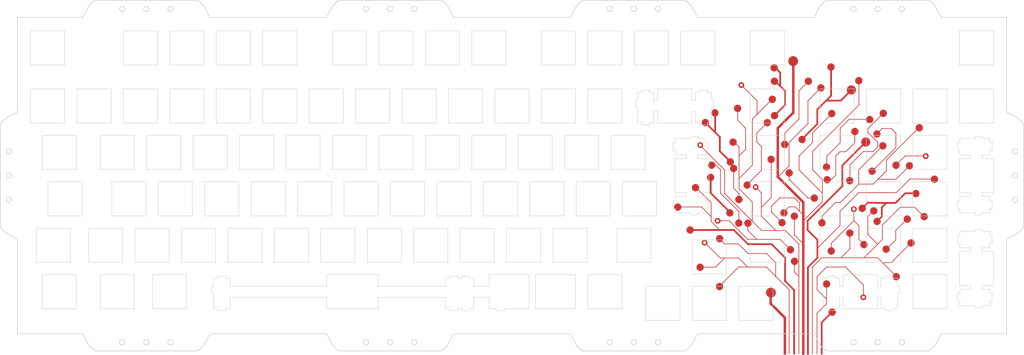
<source format=kicad_pcb>
(kicad_pcb (version 20211014) (generator pcbnew)
  (layers (0 "F.Cu" signal) (31 "B.Cu" signal) (34 "B.Paste" user) (35 "F.Paste" user) (36 "B.SilkS" user "B.Silkscreen") (37 "F.SilkS" user "F.Silkscreen") (38 "B.Mask" user) (39 "F.Mask" user) (44 "Edge.Cuts" user))
  (net 0 "")
  (gr_line (start 380.795086 139.235037) (end 380.780802 139.277668) (layer "F.Cu") (width 0.466066))
  (gr_line (start 309.813528 152.481624) (end 309.773284 152.46325) (layer "F.Cu") (width 0.466066))
  (gr_line (start 320.573321 165.845749) (end 316.604571 161.876999) (layer "F.Cu") (width 0.264582))
  (gr_line (start 288.318003 174.333161) (end 288.32378 174.287243) (layer "F.Cu") (width 0.466064))
  (gr_line (start 362.122454 173.1604) (end 362.122454 167.255401) (layer "F.Cu") (width 0.264582))
  (gr_line (start 287.896643 135.23071) (end 287.858598 135.252802) (layer "F.Cu") (width 0.466066))
  (gr_line (start 288.305456 134.67533) (end 288.293214 134.71887) (layer "F.Cu") (width 0.466066))
  (gr_line (start 288.341914 174.19767) (end 288.354157 174.154131) (layer "F.Cu") (width 0.466064))
  (gr_line (start 304.444384 108.900101) (end 304.488338 108.910346) (layer "F.Cu") (width 0.466066))
  (gr_line (start 351.201833 160.216611) (end 351.223709 160.255034) (layer "F.Cu") (width 0.466066))
  (gr_line (start 337.440512 165.491394) (end 337.440512 163.436157) (layer "F.Cu") (width 0.264582))
  (gr_line (start 308.761565 157.76651) (end 303.339968 152.344909) (layer "F.Cu") (width 0.264582))
  (gr_line (start 293.642163 165.328045) (end 293.650153 165.282862) (layer "F.Cu") (width 0.466066))
  (gr_line (start 311.047072 151.865516) (end 311.03483 151.909055) (layer "F.Cu") (width 0.466066))
  (gr_line (start 368.244586 142.098648) (end 371.485232 138.858002) (layer "F.Cu") (width 0.264582))
  (gr_line (start 288.262663 134.803167) (end 288.244469 134.843809) (layer "F.Cu") (width 0.466066))
  (gr_line (start 369.690713 155.991663) (end 371.552874 154.175735) (layer "F.Cu") (width 0.699999))
  (gr_line (start 349.846951 161.400372) (end 349.813986 161.371534) (layer "F.Cu") (width 0.466066))
  (gr_line (start 349.52102 160.786185) (end 349.517512 160.73959) (layer "F.Cu") (width 0.466066))
  (gr_line (start 302.790724 124.215212) (end 302.790724 124.215212) (layer "F.Cu") (width 0.264582))
  (gr_line (start 295.118106 166.17577) (end 295.083785 166.203008) (layer "F.Cu") (width 0.466066))
  (gr_line (start 288.293214 134.71887) (end 288.27893 134.761501) (layer "F.Cu") (width 0.466066))
  (gr_line (start 380.398507 139.746876) (end 380.360461 139.768969) (layer "F.Cu") (width 0.466066))
  (gr_line (start 309.623585 152.37145) (end 309.589264 152.344212) (layer "F.Cu") (width 0.466066))
  (gr_line (start 354.378084 197.767925) (end 354.331332 197.769119) (layer "F.Cu") (width 0.466066))
  (gr_line (start 354.64725 180.635589) (end 354.64725 180.635589) (layer "F.Cu") (width 0.264582))
  (gr_line (start 345.058962 116.173509) (end 345.058962 116.173509) (layer "F.Cu") (width 0.699999))
  (gr_line (start 350.197802 161.581) (end 350.154689 161.568637) (layer "F.Cu") (width 0.466066))
  (gr_poly (pts (xy 377.333076 126.277714) (xy 377.383821 126.281662) (xy 377.433827 126.288162) (xy 377.483033 126.297152) (xy 377.531376 126.308566) (xy 377.578793 126.322341) (xy 377.625221 126.338412) (xy 377.670597 126.356715) (xy 377.714858 126.377186) (xy 377.757943 126.399761) (xy 377.799787 126.424375) (xy 377.840329 126.450964) (xy 377.879505 126.479464) (xy 377.917252 126.50981) (xy 377.953509 126.541939) (xy 377.988211 126.575786) (xy 378.021297 126.611288) (xy 378.052703 126.648379) (xy 378.082367 126.686995) (xy 378.110226 126.727073) (xy 378.136217 126.768548) (xy 378.160277 126.811355) (xy 378.182344 126.855432) (xy 378.202354 126.900712) (xy 378.220246 126.947133) (xy 378.235955 126.99463) (xy 378.24942 127.043138) (xy 378.260578 127.092594) (xy 378.269365 127.142934) (xy 378.27572 127.194092) (xy 378.279578 127.246005) (xy 378.280879 127.298609) (xy 378.279578 127.351212) (xy 378.27572 127.403125) (xy 378.269365 127.454284) (xy 378.260578 127.504623) (xy 378.24942 127.554079) (xy 378.235955 127.602587) (xy 378.220246 127.650084) (xy 378.202354 127.696505) (xy 378.182344 127.741786) (xy 378.160277 127.785862) (xy 378.136217 127.82867) (xy 378.110226 127.870144) (xy 378.082367 127.910222) (xy 378.052703 127.948839) (xy 378.021297 127.98593) (xy 377.988211 128.021431) (xy 377.953509 128.055278) (xy 377.917252 128.087407) (xy 377.879505 128.117754) (xy 377.840329 128.146253) (xy 377.799787 128.172842) (xy 377.757943 128.197456) (xy 377.714858 128.220031) (xy 377.670597 128.240502) (xy 377.625221 128.258805) (xy 377.578793 128.274876) (xy 377.531376 128.288651) (xy 377.483033 128.300065) (xy 377.433827 128.309055) (xy 377.383821 128.315555) (xy 377.333076 128.319503) (xy 377.281657 128.320833) (xy 377.230236 128.319503) (xy 377.179491 128.315555) (xy 377.129483 128.309055) (xy 377.080276 128.300065) (xy 377.031933 128.288651) (xy 376.984515 128.274876) (xy 376.938087 128.258805) (xy 376.892711 128.240502) (xy 376.848449 128.220031) (xy 376.805364 128.197456) (xy 376.76352 128.172842) (xy 376.722978 128.146253) (xy 376.683802 128.117754) (xy 376.646055 128.087407) (xy 376.609799 128.055278) (xy 376.575097 128.021431) (xy 376.542011 127.98593) (xy 376.510606 127.948839) (xy 376.480942 127.910222) (xy 376.453084 127.870144) (xy 376.427094 127.82867) (xy 376.403034 127.785862) (xy 376.380968 127.741786) (xy 376.360957 127.696505) (xy 376.343066 127.650084) (xy 376.327357 127.602587) (xy 376.313893 127.554079) (xy 376.302735 127.504623) (xy 376.293948 127.454284) (xy 376.287594 127.403125) (xy 376.283735 127.351212) (xy 376.282435 127.298609) (xy 376.283735 127.246005) (xy 376.287594 127.194092) (xy 376.293948 127.142934) (xy 376.302735 127.092594) (xy 376.313893 127.043138) (xy 376.327357 126.99463) (xy 376.343066 126.947133) (xy 376.360957 126.900712) (xy 376.380968 126.855432) (xy 376.403034 126.811355) (xy 376.427094 126.768548) (xy 376.453084 126.727073) (xy 376.480942 126.686995) (xy 376.510606 126.648379) (xy 376.542011 126.611288) (xy 376.575097 126.575786) (xy 376.609799 126.541939) (xy 376.646055 126.50981) (xy 376.683802 126.479464) (xy 376.722978 126.450964) (xy 376.76352 126.424375) (xy 376.805364 126.399761) (xy 376.848449 126.377186) (xy 376.892711 126.356715) (xy 376.938087 126.338412) (xy 376.984515 126.322341) (xy 377.031933 126.308566) (xy 377.080276 126.297152) (xy 377.129483 126.288162) (xy 377.179491 126.281662) (xy 377.230236 126.277714) (xy 377.281657 126.276384)) (layer "F.Cu") (width 1) (fill solid))
  (gr_line (start 351.332179 160.73959) (end 351.328671 160.786185) (layer "F.Cu") (width 0.466066))
  (gr_line (start 295.420117 165.238472) (end 295.430262 165.282862) (layer "F.Cu") (width 0.466066))
  (gr_line (start 380.435369 139.723011) (end 380.398507 139.746876) (layer "F.Cu") (width 0.466066))
  (gr_line (start 379.037358 138.777285) (end 379.047503 138.732895) (layer "F.Cu") (width 0.466066))
  (gr_line (start 309.269119 151.496487) (end 309.277108 151.451304) (layer "F.Cu") (width 0.466066))
  (gr_line (start 310.520797 150.790806) (end 310.561041 150.80918) (layer "F.Cu") (width 0.466066))
  (gr_line (start 323.897586 193.778747) (end 323.897586 193.778747) (layer "F.Cu") (width 0.264582))
  (gr_line (start 352.447344 144.537338) (end 361.763873 135.220817) (layer "F.Cu") (width 0.264582))
  (gr_line (start 289.404922 175.325842) (end 289.360183 175.33391) (layer "F.Cu") (width 0.466064))
  (gr_line (start 294.40185 166.374712) (end 294.35711 166.366644) (layer "F.Cu") (width 0.466066))
  (gr_line (start 312.541327 159.916244) (end 316.533698 155.923874) (layer "F.Cu") (width 0.264582))
  (gr_line (start 350.286496 159.785436) (end 350.331963 159.779601) (layer "F.Cu") (width 0.466066))
  (gr_line (start 303.828235 110.605737) (end 303.790189 110.583645) (layer "F.Cu") (width 0.466066))
  (gr_poly (pts (xy 302.798272 118.343144) (xy 302.849017 118.347091) (xy 302.899024 118.353592) (xy 302.94823 118.362582) (xy 302.996574 118.373996) (xy 303.043991 118.387771) (xy 303.090419 118.403842) (xy 303.135795 118.422145) (xy 303.180057 118.442616) (xy 303.223142 118.465191) (xy 303.264986 118.489804) (xy 303.305528 118.516393) (xy 303.344704 118.544893) (xy 303.382452 118.57524) (xy 303.418708 118.607369) (xy 303.453411 118.641216) (xy 303.486497 118.676717) (xy 303.517903 118.713808) (xy 303.547566 118.752425) (xy 303.575425 118.792502) (xy 303.601416 118.833977) (xy 303.625476 118.876785) (xy 303.647543 118.920861) (xy 303.667553 118.966142) (xy 303.685444 119.012563) (xy 303.701154 119.06006) (xy 303.714619 119.108568) (xy 303.725776 119.158024) (xy 303.734564 119.208363) (xy 303.740918 119.259522) (xy 303.744777 119.311435) (xy 303.746077 119.364038) (xy 303.744777 119.416642) (xy 303.740918 119.468555) (xy 303.734564 119.519713) (xy 303.725776 119.570052) (xy 303.714619 119.619508) (xy 303.701154 119.668017) (xy 303.685444 119.715514) (xy 303.667553 119.761935) (xy 303.647543 119.807215) (xy 303.625476 119.851292) (xy 303.601416 119.894099) (xy 303.575425 119.935574) (xy 303.547566 119.975652) (xy 303.517903 120.014268) (xy 303.486497 120.051359) (xy 303.453411 120.08686) (xy 303.418708 120.120708) (xy 303.382452 120.152837) (xy 303.344704 120.183183) (xy 303.305528 120.211683) (xy 303.264986 120.238272) (xy 303.223142 120.262886) (xy 303.180057 120.28546) (xy 303.135795 120.305931) (xy 303.090419 120.324234) (xy 303.043991 120.340306) (xy 302.996574 120.35408) (xy 302.94823 120.365495) (xy 302.899024 120.374484) (xy 302.849017 120.380985) (xy 302.798272 120.384933) (xy 302.746852 120.386263) (xy 302.695432 120.384933) (xy 302.644687 120.380985) (xy 302.594679 120.374484) (xy 302.545473 120.365495) (xy 302.49713 120.35408) (xy 302.449712 120.340306) (xy 302.403284 120.324234) (xy 302.357908 120.305931) (xy 302.313646 120.28546) (xy 302.270561 120.262886) (xy 302.228717 120.238272) (xy 302.188175 120.211683) (xy 302.148999 120.183183) (xy 302.111251 120.152837) (xy 302.074995 120.120708) (xy 302.040292 120.08686) (xy 302.007207 120.051359) (xy 301.975801 120.014268) (xy 301.946137 119.975652) (xy 301.918278 119.935574) (xy 301.892287 119.894099) (xy 301.868227 119.851292) (xy 301.84616 119.807215) (xy 301.82615 119.761935) (xy 301.808259 119.715514) (xy 301.792549 119.668017) (xy 301.779084 119.619508) (xy 301.767927 119.570052) (xy 301.759139 119.519713) (xy 301.752785 119.468555) (xy 301.748926 119.416642) (xy 301.747626 119.364038) (xy 301.748926 119.311435) (xy 301.752785 119.259522) (xy 301.759139 119.208363) (xy 301.767927 119.158024) (xy 301.779084 119.108568) (xy 301.792549 119.06006) (xy 301.808259 119.012563) (xy 301.82615 118.966142) (xy 301.84616 118.920861) (xy 301.868227 118.876785) (xy 301.892287 118.833977) (xy 301.918278 118.792502) (xy 301.946137 118.752425) (xy 301.975801 118.713808) (xy 302.007207 118.676717) (xy 302.040292 118.641216) (xy 302.074995 118.607369) (xy 302.111251 118.57524) (xy 302.148999 118.544893) (xy 302.188175 118.516393) (xy 302.228717 118.489804) (xy 302.270561 118.465191) (xy 302.313646 118.442616) (xy 302.357908 118.422145) (xy 302.403284 118.403842) (xy 302.449712 118.387771) (xy 302.49713 118.373996) (xy 302.545473 118.362582) (xy 302.594679 118.353592) (xy 302.644687 118.347091) (xy 302.695432 118.343144) (xy 302.746852 118.341814)) (layer "F.Cu") (width 1) (fill solid))
  (gr_line (start 367.654986 129.512789) (end 367.654986 135.418663) (layer "F.Cu") (width 0.264582))
  (gr_line (start 303.991122 108.92271) (end 304.034235 108.910346) (layer "F.Cu") (width 0.466066))
  (gr_line (start 354.018955 195.989771) (end 354.061168 195.975346) (layer "F.Cu") (width 0.466066))
  (gr_line (start 355.130188 196.414267) (end 355.150251 196.453828) (layer "F.Cu") (width 0.466066))
  (gr_line (start 287.933505 135.206844) (end 287.896643 135.23071) (layer "F.Cu") (width 0.466066))
  (gr_line (start 310.895186 152.185177) (end 310.868215 152.219838) (layer "F.Cu") (width 0.466066))
  (gr_line (start 379.349513 138.254199) (end 379.383834 138.226962) (layer "F.Cu") (width 0.466066))
  (gr_line (start 303.371232 109.614058) (end 303.381377 109.569669) (layer "F.Cu") (width 0.466066))
  (gr_line (start 310.120411 152.552532) (end 310.074272 152.548989) (layer "F.Cu") (width 0.466066))
  (gr_line (start 350.857902 161.499148) (end 350.818729 161.51941) (layer "F.Cu") (width 0.466066))
  (gr_line (start 304.034235 110.68759) (end 303.991122 110.675226) (layer "F.Cu") (width 0.466066))
  (gr_poly (pts (xy 362.365968 133.711138) (xy 362.416713 133.715086) (xy 362.466721 133.721586) (xy 362.515928 133.730576) (xy 362.564272 133.74199) (xy 362.611689 133.755765) (xy 362.658117 133.771836) (xy 362.703494 133.790139) (xy 362.747755 133.81061) (xy 362.79084 133.833185) (xy 362.832684 133.857799) (xy 362.873226 133.884388) (xy 362.912402 133.912888) (xy 362.950149 133.943234) (xy 362.986405 133.975363) (xy 363.021107 134.00921) (xy 363.054193 134.044712) (xy 363.085598 134.081803) (xy 363.115262 134.120419) (xy 363.14312 134.160497) (xy 363.169111 134.201972) (xy 363.19317 134.244779) (xy 363.215236 134.288856) (xy 363.235247 134.334136) (xy 363.253138 134.380557) (xy 363.268847 134.428054) (xy 363.282311 134.476562) (xy 363.293469 134.526018) (xy 363.302256 134.576358) (xy 363.30861 134.627516) (xy 363.312469 134.679429) (xy 363.313769 134.732033) (xy 363.312469 134.784636) (xy 363.30861 134.836549) (xy 363.302256 134.887708) (xy 363.293469 134.938047) (xy 363.282311 134.987503) (xy 363.268847 135.036011) (xy 363.253138 135.083508) (xy 363.235247 135.129929) (xy 363.215236 135.17521) (xy 363.19317 135.219286) (xy 363.169111 135.262094) (xy 363.14312 135.303568) (xy 363.115262 135.343646) (xy 363.085598 135.382263) (xy 363.054193 135.419354) (xy 363.021107 135.454855) (xy 362.986405 135.488702) (xy 362.950149 135.520831) (xy 362.912402 135.551178) (xy 362.873226 135.579677) (xy 362.832684 135.606266) (xy 362.79084 135.63088) (xy 362.747755 135.653455) (xy 362.703494 135.673926) (xy 362.658117 135.692229) (xy 362.611689 135.7083) (xy 362.564272 135.722075) (xy 362.515928 135.733489) (xy 362.466721 135.742479) (xy 362.416713 135.748979) (xy 362.365968 135.752927) (xy 362.314547 135.754257) (xy 362.263128 135.752927) (xy 362.212384 135.748979) (xy 362.162377 135.742479) (xy 362.113171 135.733489) (xy 362.064828 135.722075) (xy 362.017411 135.7083) (xy 361.970983 135.692229) (xy 361.925607 135.673926) (xy 361.881346 135.653455) (xy 361.838261 135.63088) (xy 361.796417 135.606266) (xy 361.755875 135.579677) (xy 361.716699 135.551178) (xy 361.678952 135.520831) (xy 361.642695 135.488702) (xy 361.607993 135.454855) (xy 361.574907 135.419354) (xy 361.543501 135.382263) (xy 361.513837 135.343646) (xy 361.485978 135.303568) (xy 361.459987 135.262094) (xy 361.435927 135.219286) (xy 361.41386 135.17521) (xy 361.39385 135.129929) (xy 361.375958 135.083508) (xy 361.360249 135.036011) (xy 361.346784 134.987503) (xy 361.335626 134.938047) (xy 361.326839 134.887708) (xy 361.320484 134.836549) (xy 361.316626 134.784636) (xy 361.315325 134.732033) (xy 361.316626 134.679429) (xy 361.320484 134.627516) (xy 361.326839 134.576358) (xy 361.335626 134.526018) (xy 361.346784 134.476562) (xy 361.360249 134.428054) (xy 361.375958 134.380557) (xy 361.39385 134.334136) (xy 361.41386 134.288856) (xy 361.435927 134.244779) (xy 361.459987 134.201972) (xy 361.485978 134.160497) (xy 361.513837 134.120419) (xy 361.543501 134.081803) (xy 361.574907 134.044712) (xy 361.607993 134.00921) (xy 361.642695 133.975363) (xy 361.678952 133.943234) (xy 361.716699 133.912888) (xy 361.755875 133.884388) (xy 361.796417 133.857799) (xy 361.838261 133.833185) (xy 361.881346 133.81061) (xy 361.925607 133.790139) (xy 361.970983 133.771836) (xy 362.017411 133.755765) (xy 362.064828 133.74199) (xy 362.113171 133.730576) (xy 362.162377 133.721586) (xy 362.212384 133.715086) (xy 362.263128 133.711138) (xy 362.314547 133.709808)) (layer "F.Cu") (width 1) (fill solid))
  (gr_line (start 320.159907 173.086334) (end 306.895304 173.086334) (layer "F.Cu") (width 0.264582))
  (gr_line (start 380.50531 138.254199) (end 380.538276 138.283037) (layer "F.Cu") (width 0.466066))
  (gr_line (start 304.839185 110.506961) (end 304.804864 110.534199) (layer "F.Cu") (width 0.466066))
  (gr_line (start 304.399644 108.892033) (end 304.444384 108.900101) (layer "F.Cu") (width 0.466066))
  (gr_line (start 337.258032 180.635589) (end 354.64725 180.635589) (layer "F.Cu") (width 0.264582))
  (gr_line (start 304.261286 108.881461) (end 304.308038 108.882655) (layer "F.Cu") (width 0.466066))
  (gr_line (start 308.785189 123.748651) (end 308.785189 123.748651) (layer "F.Cu") (width 0.264582))
  (gr_line (start 309.524747 152.284994) (end 309.494665 152.253129) (layer "F.Cu") (width 0.466066))
  (gr_line (start 295.048166 164.706958) (end 295.083785 164.732539) (layer "F.Cu") (width 0.466066))
  (gr_line (start 360.219485 133.268928) (end 360.219485 133.268928) (layer "F.Cu") (width 0.264582))
  (gr_line (start 379.059745 138.689356) (end 379.074029 138.646724) (layer "F.Cu") (width 0.466066))
  (gr_line (start 304.168396 108.886198) (end 304.214534 108.882655) (layer "F.Cu") (width 0.466066))
  (gr_line (start 305.141196 109.569669) (end 305.151341 109.614058) (layer "F.Cu") (width 0.466066))
  (gr_line (start 306.056674 136.162803) (end 306.056674 136.162803) (layer "F.Cu") (width 0.264582))
  (gr_line (start 354.350756 191.773178) (end 354.350756 191.773178) (layer "F.Cu") (width 0.264582))
  (gr_line (start 331.46163 169.259903) (end 331.46163 165.484726) (layer "F.Cu") (width 0.699999))
  (gr_line (start 356.197589 158.026367) (end 361.886756 158.135758) (layer "F.Cu") (width 0.699999))
  (gr_line (start 303.618871 109.150193) (end 303.650423 109.119813) (layer "F.Cu") (width 0.466066))
  (gr_poly (pts (xy 354.631852 174.219164) (xy 354.682598 174.223112) (xy 354.732605 174.229612) (xy 354.781812 174.238602) (xy 354.830156 174.250016) (xy 354.877573 174.263791) (xy 354.924001 174.279862) (xy 354.969378 174.298164) (xy 355.01364 174.318635) (xy 355.056724 174.341209) (xy 355.098569 174.365823) (xy 355.13911 174.392411) (xy 355.178286 174.420911) (xy 355.216033 174.451257) (xy 355.25229 174.483386) (xy 355.286992 174.517233) (xy 355.320077 174.552734) (xy 355.351483 174.589824) (xy 355.381146 174.62844) (xy 355.409005 174.668518) (xy 355.434995 174.709992) (xy 355.459055 174.7528) (xy 355.481121 174.796876) (xy 355.501131 174.842156) (xy 355.519022 174.888577) (xy 355.534731 174.936073) (xy 355.548196 174.984581) (xy 355.559353 175.034037) (xy 355.56814 175.084376) (xy 355.574495 175.135535) (xy 355.578353 175.187447) (xy 355.579653 175.240051) (xy 355.578353 175.292655) (xy 355.574495 175.344568) (xy 355.56814 175.395726) (xy 355.559353 175.446066) (xy 355.548196 175.495522) (xy 355.534731 175.54403) (xy 355.519022 175.591527) (xy 355.501131 175.637949) (xy 355.481121 175.683229) (xy 355.459055 175.727306) (xy 355.434995 175.770114) (xy 355.409005 175.811589) (xy 355.381146 175.851667) (xy 355.351483 175.890284) (xy 355.320077 175.927376) (xy 355.286992 175.962877) (xy 355.25229 175.996725) (xy 355.216033 176.028854) (xy 355.178286 176.059201) (xy 355.13911 176.087701) (xy 355.098569 176.11429) (xy 355.056724 176.138905) (xy 355.01364 176.161479) (xy 354.969378 176.181951) (xy 354.924001 176.200254) (xy 354.877573 176.216325) (xy 354.830156 176.2301) (xy 354.781812 176.241515) (xy 354.732605 176.250505) (xy 354.682598 176.257005) (xy 354.631852 176.260953) (xy 354.580432 176.262283) (xy 354.529012 176.260953) (xy 354.478268 176.257005) (xy 354.428261 176.250505) (xy 354.379055 176.241515) (xy 354.330712 176.2301) (xy 354.283296 176.216325) (xy 354.236868 176.200254) (xy 354.191492 176.181951) (xy 354.14723 176.161479) (xy 354.104146 176.138905) (xy 354.062301 176.11429) (xy 354.02176 176.087701) (xy 353.982584 176.059201) (xy 353.944836 176.028854) (xy 353.90858 175.996725) (xy 353.873877 175.962877) (xy 353.840791 175.927376) (xy 353.809385 175.890284) (xy 353.779721 175.851667) (xy 353.751863 175.811589) (xy 353.725872 175.770114) (xy 353.701812 175.727306) (xy 353.679745 175.683229) (xy 353.659734 175.637949) (xy 353.641843 175.591527) (xy 353.626133 175.54403) (xy 353.612668 175.495522) (xy 353.601511 175.446066) (xy 353.592723 175.395726) (xy 353.586369 175.344568) (xy 353.58251 175.292655) (xy 353.58121 175.240051) (xy 353.58251 175.187447) (xy 353.586369 175.135535) (xy 353.592723 175.084376) (xy 353.601511 175.034037) (xy 353.612668 174.984581) (xy 353.626133 174.936073) (xy 353.641843 174.888577) (xy 353.659734 174.842156) (xy 353.679745 174.796876) (xy 353.701812 174.7528) (xy 353.725872 174.709992) (xy 353.751863 174.668518) (xy 353.779721 174.62844) (xy 353.809385 174.589824) (xy 353.840791 174.552734) (xy 353.873877 174.517233) (xy 353.90858 174.483386) (xy 353.944836 174.451257) (xy 353.982584 174.420911) (xy 354.02176 174.392411) (xy 354.062301 174.365823) (xy 354.104146 174.341209) (xy 354.14723 174.318635) (xy 354.191492 174.298164) (xy 354.236868 174.279862) (xy 354.283296 174.263791) (xy 354.330712 174.250016) (xy 354.379055 174.238602) (xy 354.428261 174.229612) (xy 354.478268 174.223112) (xy 354.529012 174.219164) (xy 354.580432 174.217834)) (layer "F.Cu") (width 1) (fill solid))
  (gr_line (start 331.595252 116.24032) (end 336.472922 111.362654) (layer "F.Cu") (width 0.264582))
  (gr_line (start 310.167163 150.718704) (end 310.213915 150.719898) (layer "F.Cu") (width 0.466066))
  (gr_line (start 371.552874 154.175735) (end 371.552874 154.175735) (layer "F.Cu") (width 0.699999))
  (gr_line (start 289.038728 173.528101) (end 289.083467 173.520032) (layer "F.Cu") (width 0.466064))
  (gr_line (start 333.524916 133.322075) (end 333.524916 129.371042) (layer "F.Cu") (width 0.264582))
  (gr_line (start 380.110505 138.063326) (end 380.15446 138.073571) (layer "F.Cu") (width 0.466066))
  (gr_line (start 353.977697 196.006199) (end 354.018955 195.989771) (layer "F.Cu") (width 0.466066))
  (gr_poly (pts (xy 322.10849 133.12649) (xy 322.159235 133.130438) (xy 322.209242 133.136938) (xy 322.258449 133.145928) (xy 322.306792 133.157342) (xy 322.354209 133.171117) (xy 322.400637 133.187188) (xy 322.446013 133.205491) (xy 322.490275 133.225962) (xy 322.53336 133.248537) (xy 322.575204 133.273151) (xy 322.615746 133.29974) (xy 322.654922 133.32824) (xy 322.692669 133.358586) (xy 322.728925 133.390715) (xy 322.763628 133.424562) (xy 322.796713 133.460063) (xy 322.828119 133.497154) (xy 322.857783 133.535771) (xy 322.885641 133.575849) (xy 322.911632 133.617324) (xy 322.935692 133.660131) (xy 322.957758 133.704207) (xy 322.977769 133.749488) (xy 322.99566 133.795909) (xy 323.011369 133.843406) (xy 323.024834 133.891914) (xy 323.035992 133.94137) (xy 323.044779 133.99171) (xy 323.051133 134.042868) (xy 323.054992 134.094781) (xy 323.056292 134.147384) (xy 323.054992 134.199988) (xy 323.051133 134.251901) (xy 323.044779 134.303059) (xy 323.035992 134.353399) (xy 323.024834 134.402855) (xy 323.011369 134.451363) (xy 322.99566 134.49886) (xy 322.977769 134.545281) (xy 322.957758 134.590561) (xy 322.935692 134.634638) (xy 322.911632 134.677445) (xy 322.885641 134.71892) (xy 322.857783 134.758998) (xy 322.828119 134.797615) (xy 322.796713 134.834705) (xy 322.763628 134.870207) (xy 322.728925 134.904054) (xy 322.692669 134.936183) (xy 322.654922 134.966529) (xy 322.615746 134.995029) (xy 322.575204 135.021618) (xy 322.53336 135.046232) (xy 322.490275 135.068807) (xy 322.446013 135.089278) (xy 322.400637 135.107581) (xy 322.354209 135.123652) (xy 322.306792 135.137427) (xy 322.258449 135.148841) (xy 322.209242 135.157831) (xy 322.159235 135.164331) (xy 322.10849 135.168279) (xy 322.05707 135.169609) (xy 322.00565 135.168279) (xy 321.954905 135.164331) (xy 321.904898 135.157831) (xy 321.855692 135.148841) (xy 321.807349 135.137427) (xy 321.759932 135.123652) (xy 321.713504 135.107581) (xy 321.668127 135.089278) (xy 321.623866 135.068807) (xy 321.580781 135.046232) (xy 321.538937 135.021618) (xy 321.498395 134.995029) (xy 321.459219 134.966529) (xy 321.421472 134.936183) (xy 321.385215 134.904054) (xy 321.350513 134.870207) (xy 321.317428 134.834705) (xy 321.286022 134.797615) (xy 321.256358 134.758998) (xy 321.228499 134.71892) (xy 321.202509 134.677445) (xy 321.178449 134.634638) (xy 321.156382 134.590561) (xy 321.136372 134.545281) (xy 321.118481 134.49886) (xy 321.102771 134.451363) (xy 321.089307 134.402855) (xy 321.078149 134.353399) (xy 321.069362 134.303059) (xy 321.063007 134.251901) (xy 321.059149 134.199988) (xy 321.057849 134.147384) (xy 321.059149 134.094781) (xy 321.063007 134.042868) (xy 321.069362 133.99171) (xy 321.078149 133.94137) (xy 321.089307 133.891914) (xy 321.102771 133.843406) (xy 321.118481 133.795909) (xy 321.136372 133.749488) (xy 321.156382 133.704207) (xy 321.178449 133.660131) (xy 321.202509 133.617324) (xy 321.228499 133.575849) (xy 321.256358 133.535771) (xy 321.286022 133.497154) (xy 321.317428 133.460063) (xy 321.350513 133.424562) (xy 321.385215 133.390715) (xy 321.421472 133.358586) (xy 321.459219 133.32824) (xy 321.498395 133.29974) (xy 321.538937 133.273151) (xy 321.580781 133.248537) (xy 321.623866 133.225962) (xy 321.668127 133.205491) (xy 321.713504 133.187188) (xy 321.759932 133.171117) (xy 321.807349 133.157342) (xy 321.855692 133.145928) (xy 321.904898 133.136938) (xy 321.954905 133.130438) (xy 322.00565 133.12649) (xy 322.05707 133.12516)) (layer "F.Cu") (width 1) (fill solid))
  (gr_line (start 303.149588 180.738571) (end 303.149588 180.738571) (layer "F.Cu") (width 0.264582))
  (gr_line (start 295.438252 165.607502) (end 295.430262 165.652684) (layer "F.Cu") (width 0.466066))
  (gr_line (start 295.709569 144.490097) (end 293.872841 142.653374) (layer "F.Cu") (width 0.264582))
  (gr_line (start 339.212432 199.494781) (end 339.212432 199.494781) (layer "F.Cu") (width 0.264582))
  (gr_line (start 354.104281 197.740233) (end 354.061168 197.72787) (layer "F.Cu") (width 0.466066))
  (gr_line (start 289.491989 173.55071) (end 289.534203 173.565134) (layer "F.Cu") (width 0.466064))
  (gr_line (start 303.717709 110.534199) (end 303.683388 110.506961) (layer "F.Cu") (width 0.466066))
  (gr_line (start 328.109221 161.522636) (end 328.109221 161.522636) (layer "F.Cu") (width 0.264582))
  (gr_line (start 333.399329 184.494293) (end 333.399329 184.494293) (layer "F.Cu") (width 0.264582))
  (gr_line (start 289.692922 173.642291) (end 289.729784 173.666156) (layer "F.Cu") (width 0.466064))
  (gr_line (start 337.487754 148.553345) (end 337.487754 148.553345) (layer "F.Cu") (width 0.264582))
  (gr_line (start 380.281043 139.807605) (end 380.239786 139.824033) (layer "F.Cu") (width 0.466066))
  (gr_line (start 288.44484 173.951208) (end 288.468472 173.913981) (layer "F.Cu") (width 0.466064))
  (gr_line (start 287.378794 133.529712) (end 287.425546 133.528518) (layer "F.Cu") (width 0.466066))
  (gr_line (start 310.47954 152.498052) (end 310.437327 152.512477) (layer "F.Cu") (width 0.466066))
  (gr_line (start 356.167346 163.647247) (end 358.196917 161.617668) (layer "F.Cu") (width 0.264582))
  (gr_line (start 344.834674 133.457916) (end 344.834674 133.457916) (layer "F.Cu") (width 0.264582))
  (gr_line (start 380.655438 138.413234) (end 380.680768 138.449206) (layer "F.Cu") (width 0.466066))
  (gr_line (start 339.212432 199.494781) (end 339.212432 192.245086) (layer "F.Cu") (width 0.264582))
  (gr_line (start 310.260053 152.548989) (end 310.213915 152.552532) (layer "F.Cu") (width 0.466066))
  (gr_line (start 304.933784 109.182057) (end 304.962339 109.215348) (layer "F.Cu") (width 0.466066))
  (gr_line (start 304.078189 110.697835) (end 304.034235 110.68759) (layer "F.Cu") (width 0.466066))
  (gr_line (start 355.084681 197.364598) (end 355.059352 197.40057) (layer "F.Cu") (width 0.466066))
  (gr_line (start 380.197573 138.085934) (end 380.239786 138.100359) (layer "F.Cu") (width 0.466066))
  (gr_line (start 295.212705 164.850859) (end 295.24126 164.88415) (layer "F.Cu") (width 0.466066))
  (gr_line (start 380.110505 139.861067) (end 380.065766 139.869135) (layer "F.Cu") (width 0.466066))
  (gr_line (start 310.63826 152.420895) (end 310.600214 152.442988) (layer "F.Cu") (width 0.466066))
  (gr_line (start 339.33039 142.647461) (end 339.33039 138.962196) (layer "F.Cu") (width 0.264582))
  (gr_line (start 353.532464 196.414267) (end 353.55434 196.375844) (layer "F.Cu") (width 0.466066))
  (gr_line (start 295.601876 180.738571) (end 290.032632 175.169327) (layer "F.Cu") (width 0.264582))
  (gr_line (start 318.374941 188.262665) (end 318.374941 182.616638) (layer "F.Cu") (width 0.264582))
  (gr_line (start 290.129155 174.379756) (end 290.130337 174.426971) (layer "F.Cu") (width 0.466064))
  (gr_line (start 337.487754 157.672012) (end 337.487754 157.672012) (layer "F.Cu") (width 0.264582))
  (gr_line (start 288.126599 133.862407) (end 288.15357 133.897067) (layer "F.Cu") (width 0.466066))
  (gr_line (start 303.790189 110.583645) (end 303.753328 110.559779) (layer "F.Cu") (width 0.466066))
  (gr_line (start 354.319506 137.060493) (end 354.319506 137.060493) (layer "F.Cu") (width 0.264582))
  (gr_line (start 350.030974 161.51941) (end 349.991801 161.499148) (layer "F.Cu") (width 0.466066))
  (gr_line (start 367.654986 135.418663) (end 358.328738 144.744911) (layer "F.Cu") (width 0.264582))
  (gr_line (start 353.89828 196.044835) (end 353.937453 196.024573) (layer "F.Cu") (width 0.466066))
  (gr_line (start 380.239786 139.824033) (end 380.197573 139.838458) (layer "F.Cu") (width 0.466066))
  (gr_line (start 303.381377 109.569669) (end 303.393619 109.52613) (layer "F.Cu") (width 0.466066))
  (gr_line (start 287.113169 133.584193) (end 287.155382 133.569768) (layer "F.Cu") (width 0.466066))
  (gr_line (start 289.949849 174.975933) (end 289.922878 175.010594) (layer "F.Cu") (width 0.466064))
  (gr_line (start 295.430262 165.282862) (end 295.438252 165.328045) (layer "F.Cu") (width 0.466066))
  (gr_line (start 351.125902 160.108752) (end 351.152873 160.143413) (layer "F.Cu") (width 0.466066))
  (gr_line (start 367.702243 158.026367) (end 367.77324 157.935052) (layer "F.Cu") (width 0.699999))
  (gr_line (start 309.41381 151.123225) (end 309.439139 151.087253) (layer "F.Cu") (width 0.466066))
  (gr_line (start 310.722315 121.764276) (end 310.722315 116.236376) (layer "F.Cu") (width 0.264582))
  (gr_line (start 379.047503 138.732895) (end 379.059745 138.689356) (layer "F.Cu") (width 0.466066))
  (gr_line (start 286.648562 134.921793) (end 286.626686 134.88337) (layer "F.Cu") (width 0.466066))
  (gr_line (start 295.296158 169.12941) (end 291.870751 165.70401) (layer "F.Cu") (width 0.264582))
  (gr_line (start 287.198495 135.334655) (end 287.155382 135.322291) (layer "F.Cu") (width 0.466066))
  (gr_line (start 311.020547 151.320743) (end 311.03483 151.363375) (layer "F.Cu") (width 0.466066))
  (gr_line (start 310.986086 151.238435) (end 311.004279 151.279078) (layer "F.Cu") (width 0.466066))
  (gr_line (start 303.948909 110.660801) (end 303.907652 110.644373) (layer "F.Cu") (width 0.466066))
  (gr_poly (pts (xy 291.723288 146.657008) (xy 291.774033 146.660955) (xy 291.82404 146.667456) (xy 291.873247 146.676445) (xy 291.92159 146.68786) (xy 291.969007 146.701635) (xy 292.015435 146.717706) (xy 292.060812 146.736009) (xy 292.105074 146.75648) (xy 292.148158 146.779054) (xy 292.190003 146.803668) (xy 292.230545 146.830257) (xy 292.269721 146.858757) (xy 292.307468 146.889104) (xy 292.343725 146.921233) (xy 292.378427 146.95508) (xy 292.411513 146.990581) (xy 292.442919 147.027672) (xy 292.472583 147.066288) (xy 292.500442 147.106366) (xy 292.526432 147.147841) (xy 292.550492 147.190649) (xy 292.572559 147.234725) (xy 292.592569 147.280006) (xy 292.610461 147.326427) (xy 292.62617 147.373923) (xy 292.639635 147.422432) (xy 292.650793 147.471888) (xy 292.65958 147.522227) (xy 292.665935 147.573385) (xy 292.669793 147.625298) (xy 292.671094 147.677902) (xy 292.669793 147.730506) (xy 292.665935 147.782419) (xy 292.65958 147.833577) (xy 292.650793 147.883916) (xy 292.639635 147.933372) (xy 292.62617 147.981881) (xy 292.610461 148.029377) (xy 292.592569 148.075798) (xy 292.572559 148.121079) (xy 292.550492 148.165155) (xy 292.526432 148.207963) (xy 292.500442 148.249438) (xy 292.472583 148.289516) (xy 292.442919 148.328132) (xy 292.411513 148.365223) (xy 292.378427 148.400724) (xy 292.343725 148.434571) (xy 292.307468 148.4667) (xy 292.269721 148.497047) (xy 292.230545 148.525547) (xy 292.190003 148.552136) (xy 292.148158 148.57675) (xy 292.105074 148.599324) (xy 292.060812 148.619795) (xy 292.015435 148.638098) (xy 291.969007 148.654169) (xy 291.92159 148.667944) (xy 291.873247 148.679359) (xy 291.82404 148.688348) (xy 291.774033 148.694849) (xy 291.723288 148.698796) (xy 291.671868 148.700126) (xy 291.620448 148.698796) (xy 291.569703 148.694849) (xy 291.519696 148.688348) (xy 291.470489 148.679359) (xy 291.422146 148.667944) (xy 291.374729 148.654169) (xy 291.328301 148.638098) (xy 291.282924 148.619795) (xy 291.238662 148.599324) (xy 291.195578 148.57675) (xy 291.153733 148.552136) (xy 291.113191 148.525547) (xy 291.074015 148.497047) (xy 291.036268 148.4667) (xy 291.000011 148.434571) (xy 290.965309 148.400724) (xy 290.932223 148.365223) (xy 290.900817 148.328132) (xy 290.871153 148.289516) (xy 290.843294 148.249438) (xy 290.817304 148.207963) (xy 290.793243 148.165155) (xy 290.771177 148.121079) (xy 290.751166 148.075798) (xy 290.733275 148.029377) (xy 290.717566 147.981881) (xy 290.704101 147.933372) (xy 290.692943 147.883916) (xy 290.684156 147.833577) (xy 290.677801 147.782419) (xy 290.673943 147.730506) (xy 290.672642 147.677902) (xy 290.673943 147.625298) (xy 290.677801 147.573385) (xy 290.684156 147.522227) (xy 290.692943 147.471888) (xy 290.704101 147.422432) (xy 290.717566 147.373923) (xy 290.733275 147.326427) (xy 290.751166 147.280006) (xy 290.771177 147.234725) (xy 290.793243 147.190649) (xy 290.817304 147.147841) (xy 290.843294 147.106366) (xy 290.871153 147.066288) (xy 290.900817 147.027672) (xy 290.932223 146.990581) (xy 290.965309 146.95508) (xy 291.000011 146.921233) (xy 291.036268 146.889104) (xy 291.074015 146.858757) (xy 291.113191 146.830257) (xy 291.153733 146.803668) (xy 291.195578 146.779054) (xy 291.238662 146.75648) (xy 291.282924 146.736009) (xy 291.328301 146.717706) (xy 291.374729 146.701635) (xy 291.422146 146.68786) (xy 291.470489 146.676445) (xy 291.519696 146.667456) (xy 291.569703 146.660955) (xy 291.620448 146.657008) (xy 291.671868 146.655678)) (layer "F.Cu") (width 1) (fill solid))
  (gr_line (start 322.123889 129.50358) (end 327.920302 123.70717) (layer "F.Cu") (width 0.264582))
  (gr_line (start 303.484302 109.323207) (end 303.507934 109.285981) (layer "F.Cu") (width 0.466066))
  (gr_line (start 286.672193 133.93304) (end 286.697523 133.897067) (layer "F.Cu") (width 0.466066))
  (gr_poly (pts (xy 348.802047 148.010058) (xy 348.852792 148.014005) (xy 348.902798 148.020506) (xy 348.952005 148.029496) (xy 349.000347 148.04091) (xy 349.047764 148.054685) (xy 349.094192 148.070756) (xy 349.139568 148.089059) (xy 349.18383 148.10953) (xy 349.226914 148.132105) (xy 349.268759 148.156718) (xy 349.3093 148.183307) (xy 349.348476 148.211807) (xy 349.386224 148.242154) (xy 349.42248 148.274283) (xy 349.457183 148.30813) (xy 349.490268 148.343631) (xy 349.521674 148.380722) (xy 349.551338 148.419339) (xy 349.579197 148.459416) (xy 349.605188 148.500891) (xy 349.629248 148.543699) (xy 349.651315 148.587775) (xy 349.671325 148.633056) (xy 349.689217 148.679477) (xy 349.704926 148.726974) (xy 349.718391 148.775482) (xy 349.729549 148.824938) (xy 349.738336 148.875277) (xy 349.744691 148.926436) (xy 349.74855 148.978349) (xy 349.74985 149.030952) (xy 349.74855 149.083556) (xy 349.744691 149.135469) (xy 349.738336 149.186627) (xy 349.729549 149.236966) (xy 349.718391 149.286422) (xy 349.704926 149.334931) (xy 349.689217 149.382428) (xy 349.671325 149.428849) (xy 349.651315 149.474129) (xy 349.629248 149.518206) (xy 349.605188 149.561013) (xy 349.579197 149.602488) (xy 349.551338 149.642566) (xy 349.521674 149.681182) (xy 349.490268 149.718273) (xy 349.457183 149.753774) (xy 349.42248 149.787622) (xy 349.386224 149.819751) (xy 349.348476 149.850097) (xy 349.3093 149.878597) (xy 349.268759 149.905186) (xy 349.226914 149.9298) (xy 349.18383 149.952374) (xy 349.139568 149.972845) (xy 349.094192 149.991149) (xy 349.047764 150.00722) (xy 349.000347 150.020994) (xy 348.952005 150.032409) (xy 348.902798 150.041398) (xy 348.852792 150.047899) (xy 348.802047 150.051847) (xy 348.750628 150.053177) (xy 348.699207 150.051847) (xy 348.648462 150.047899) (xy 348.598454 150.041398) (xy 348.549247 150.032409) (xy 348.500904 150.020994) (xy 348.453487 150.00722) (xy 348.407058 149.991149) (xy 348.361682 149.972845) (xy 348.31742 149.952374) (xy 348.274335 149.9298) (xy 348.232491 149.905186) (xy 348.19195 149.878597) (xy 348.152774 149.850097) (xy 348.115026 149.819751) (xy 348.07877 149.787622) (xy 348.044068 149.753774) (xy 348.010983 149.718273) (xy 347.979577 149.681182) (xy 347.949913 149.642566) (xy 347.922055 149.602488) (xy 347.896065 149.561013) (xy 347.872005 149.518206) (xy 347.849939 149.474129) (xy 347.829929 149.428849) (xy 347.812038 149.382428) (xy 347.796329 149.334931) (xy 347.782864 149.286422) (xy 347.771707 149.236966) (xy 347.762919 149.186627) (xy 347.756565 149.135469) (xy 347.752706 149.083556) (xy 347.751406 149.030952) (xy 347.752706 148.978349) (xy 347.756565 148.926436) (xy 347.762919 148.875277) (xy 347.771707 148.824938) (xy 347.782864 148.775482) (xy 347.796329 148.726974) (xy 347.812038 148.679477) (xy 347.829929 148.633056) (xy 347.849939 148.587775) (xy 347.872005 148.543699) (xy 347.896065 148.500891) (xy 347.922055 148.459416) (xy 347.949913 148.419339) (xy 347.979577 148.380722) (xy 348.010983 148.343631) (xy 348.044068 148.30813) (xy 348.07877 148.274283) (xy 348.115026 148.242154) (xy 348.152774 148.211807) (xy 348.19195 148.183307) (xy 348.232491 148.156718) (xy 348.274335 148.132105) (xy 348.31742 148.10953) (xy 348.361682 148.089059) (xy 348.407058 148.070756) (xy 348.453487 148.054685) (xy 348.500904 148.04091) (xy 348.549247 148.029496) (xy 348.598454 148.020506) (xy 348.648462 148.014005) (xy 348.699207 148.010058) (xy 348.750628 148.008728)) (layer "F.Cu") (width 1) (fill solid))
  (gr_line (start 288.332876 134.398814) (end 288.334058 134.446029) (layer "F.Cu") (width 0.466066))
  (gr_line (start 371.485232 138.858002) (end 371.485232 138.858002) (layer "F.Cu") (width 0.264582))
  (gr_poly (pts (xy 348.818742 169.491839) (xy 348.869487 169.495786) (xy 348.919495 169.502287) (xy 348.968702 169.511277) (xy 349.017046 169.522692) (xy 349.064463 169.536467) (xy 349.110891 169.552538) (xy 349.156268 169.570841) (xy 349.200529 169.591313) (xy 349.243614 169.613887) (xy 349.285458 169.638502) (xy 349.326 169.665091) (xy 349.365176 169.693591) (xy 349.402923 169.723938) (xy 349.439179 169.756067) (xy 349.473881 169.789915) (xy 349.506967 169.825416) (xy 349.538373 169.862508) (xy 349.568036 169.901124) (xy 349.595894 169.941203) (xy 349.621885 169.982678) (xy 349.645944 170.025486) (xy 349.668011 170.069562) (xy 349.688021 170.114843) (xy 349.705912 170.161265) (xy 349.721621 170.208762) (xy 349.735085 170.25727) (xy 349.746243 170.306726) (xy 349.75503 170.357066) (xy 349.761384 170.408224) (xy 349.765243 170.460137) (xy 349.766543 170.512741) (xy 349.765243 170.565344) (xy 349.761384 170.617258) (xy 349.75503 170.668416) (xy 349.746243 170.718755) (xy 349.735085 170.768211) (xy 349.721621 170.816719) (xy 349.705912 170.864215) (xy 349.688021 170.910636) (xy 349.668011 170.955916) (xy 349.645944 170.999992) (xy 349.621885 171.0428) (xy 349.595894 171.084274) (xy 349.568036 171.124352) (xy 349.538373 171.162968) (xy 349.506967 171.200058) (xy 349.473881 171.235559) (xy 349.439179 171.269406) (xy 349.402923 171.301535) (xy 349.365176 171.331881) (xy 349.326 171.36038) (xy 349.285458 171.386969) (xy 349.243614 171.411583) (xy 349.200529 171.434157) (xy 349.156268 171.454628) (xy 349.110891 171.47293) (xy 349.064463 171.489001) (xy 349.017046 171.502776) (xy 348.968702 171.51419) (xy 348.919495 171.52318) (xy 348.869487 171.52968) (xy 348.818742 171.533628) (xy 348.767321 171.534958) (xy 348.715902 171.533628) (xy 348.665158 171.52968) (xy 348.615151 171.52318) (xy 348.565945 171.51419) (xy 348.517602 171.502776) (xy 348.470185 171.489001) (xy 348.423757 171.47293) (xy 348.378381 171.454628) (xy 348.33412 171.434157) (xy 348.291035 171.411583) (xy 348.249191 171.386969) (xy 348.208649 171.36038) (xy 348.169473 171.331881) (xy 348.131726 171.301535) (xy 348.095469 171.269406) (xy 348.060767 171.235559) (xy 348.027681 171.200058) (xy 347.996275 171.162968) (xy 347.966611 171.124352) (xy 347.938752 171.084274) (xy 347.912761 171.0428) (xy 347.888701 170.999992) (xy 347.866635 170.955916) (xy 347.846624 170.910636) (xy 347.828733 170.864215) (xy 347.813023 170.816719) (xy 347.799558 170.768211) (xy 347.7884 170.718755) (xy 347.779613 170.668416) (xy 347.773258 170.617258) (xy 347.7694 170.565344) (xy 347.768099 170.512741) (xy 347.7694 170.460137) (xy 347.773258 170.408224) (xy 347.779613 170.357066) (xy 347.7884 170.306726) (xy 347.799558 170.25727) (xy 347.813023 170.208762) (xy 347.828733 170.161265) (xy 347.846624 170.114843) (xy 347.866635 170.069562) (xy 347.888701 170.025486) (xy 347.912761 169.982678) (xy 347.938752 169.941203) (xy 347.966611 169.901124) (xy 347.996275 169.862508) (xy 348.027681 169.825416) (xy 348.060767 169.789915) (xy 348.095469 169.756067) (xy 348.131726 169.723938) (xy 348.169473 169.693591) (xy 348.208649 169.665091) (xy 348.249191 169.638502) (xy 348.291035 169.613887) (xy 348.33412 169.591313) (xy 348.378381 169.570841) (xy 348.423757 169.552538) (xy 348.470185 169.536467) (xy 348.517602 169.522692) (xy 348.565945 169.511277) (xy 348.615151 169.502287) (xy 348.665158 169.495786) (xy 348.715902 169.491839) (xy 348.767321 169.490509)) (layer "F.Cu") (width 1) (fill solid))
  (gr_line (start 353.688912 196.202829) (end 353.720465 196.172449) (layer "F.Cu") (width 0.466066))
  (gr_line (start 304.444384 110.697835) (end 304.399644 110.705904) (layer "F.Cu") (width 0.466066))
  (gr_line (start 379.533533 139.789231) (end 379.49436 139.768969) (layer "F.Cu") (width 0.466066))
  (gr_line (start 350.112476 159.830538) (end 350.154689 159.816113) (layer "F.Cu") (width 0.466066))
  (gr_line (start 354.764381 196.044835) (end 354.802426 196.066928) (layer "F.Cu") (width 0.466066))
  (gr_line (start 327.955672 138.891319) (end 333.524916 133.322075) (layer "F.Cu") (width 0.264582))
  (gr_poly (pts (xy 355.37002 131.78195) (xy 355.439236 131.787334) (xy 355.507446 131.796201) (xy 355.574563 131.808463) (xy 355.640503 131.824032) (xy 355.705179 131.84282) (xy 355.768507 131.864741) (xy 355.8304 131.889706) (xy 355.890773 131.917628) (xy 355.94954 131.948419) (xy 356.006615 131.981992) (xy 356.061913 132.018259) (xy 356.115349 132.057132) (xy 356.166836 132.098524) (xy 356.216289 132.142348) (xy 356.263623 132.188515) (xy 356.308751 132.236937) (xy 356.351589 132.287529) (xy 356.39205 132.340201) (xy 356.430048 132.394866) (xy 356.465499 132.451437) (xy 356.498317 132.509826) (xy 356.528415 132.569945) (xy 356.555709 132.631707) (xy 356.580112 132.695024) (xy 356.60154 132.759809) (xy 356.619905 132.825974) (xy 356.635124 132.893431) (xy 356.64711 132.962093) (xy 356.655777 133.031872) (xy 356.66104 133.10268) (xy 356.662814 133.174431) (xy 356.66104 133.246181) (xy 356.655777 133.31699) (xy 356.64711 133.386768) (xy 356.635124 133.45543) (xy 356.619905 133.522887) (xy 356.60154 133.589052) (xy 356.580112 133.653837) (xy 356.555709 133.717154) (xy 356.528415 133.778916) (xy 356.498317 133.839035) (xy 356.465499 133.897424) (xy 356.430048 133.953995) (xy 356.39205 134.00866) (xy 356.351589 134.061333) (xy 356.308751 134.111924) (xy 356.263623 134.160347) (xy 356.216289 134.206514) (xy 356.166836 134.250337) (xy 356.115349 134.291729) (xy 356.061913 134.330602) (xy 356.006615 134.366869) (xy 355.94954 134.400442) (xy 355.890773 134.431233) (xy 355.8304 134.459155) (xy 355.768507 134.48412) (xy 355.705179 134.506041) (xy 355.640503 134.524829) (xy 355.574563 134.540398) (xy 355.507446 134.55266) (xy 355.439236 134.561527) (xy 355.37002 134.566911) (xy 355.299883 134.568725) (xy 355.229748 134.566911) (xy 355.160534 134.561527) (xy 355.092325 134.55266) (xy 355.025209 134.540398) (xy 354.95927 134.524829) (xy 354.894595 134.506041) (xy 354.831268 134.48412) (xy 354.769376 134.459155) (xy 354.709004 134.431233) (xy 354.650238 134.400442) (xy 354.593163 134.366869) (xy 354.537865 134.330602) (xy 354.48443 134.291729) (xy 354.432943 134.250337) (xy 354.383491 134.206514) (xy 354.336157 134.160347) (xy 354.29103 134.111924) (xy 354.248192 134.061333) (xy 354.207732 134.00866) (xy 354.169733 133.953995) (xy 354.134283 133.897424) (xy 354.101465 133.839035) (xy 354.071367 133.778916) (xy 354.044073 133.717154) (xy 354.01967 133.653837) (xy 353.998242 133.589052) (xy 353.979877 133.522887) (xy 353.964658 133.45543) (xy 353.952672 133.386768) (xy 353.944005 133.31699) (xy 353.938742 133.246181) (xy 353.936968 133.174431) (xy 353.938742 133.10268) (xy 353.944005 133.031872) (xy 353.952672 132.962093) (xy 353.964658 132.893431) (xy 353.979877 132.825974) (xy 353.998242 132.759809) (xy 354.01967 132.695024) (xy 354.044073 132.631707) (xy 354.071367 132.569945) (xy 354.101465 132.509826) (xy 354.134283 132.451437) (xy 354.169733 132.394866) (xy 354.207732 132.340201) (xy 354.248192 132.287529) (xy 354.29103 132.236937) (xy 354.336157 132.188515) (xy 354.383491 132.142348) (xy 354.432943 132.098524) (xy 354.48443 132.057132) (xy 354.537865 132.018259) (xy 354.593163 131.981992) (xy 354.650238 131.948419) (xy 354.709004 131.917628) (xy 354.769376 131.889706) (xy 354.831268 131.864741) (xy 354.894595 131.84282) (xy 354.95927 131.824032) (xy 355.025209 131.808463) (xy 355.092325 131.796201) (xy 355.160534 131.787334) (xy 355.229748 131.78195) (xy 355.299883 131.780136)) (layer "F.Cu") (width 1) (fill solid))
  (gr_line (start 354.018955 197.713445) (end 353.977697 197.697017) (layer "F.Cu") (width 0.466066))
  (gr_line (start 293.631695 165.467773) (end 293.631695 165.467773) (layer "F.Cu") (width 0.466066))
  (gr_line (start 351.304759 160.921676) (end 351.292517 160.965215) (layer "F.Cu") (width 0.466066))
  (gr_line (start 363.783679 144.965523) (end 363.783679 140.568596) (layer "F.Cu") (width 0.264582))
  (gr_line (start 355.184712 197.16708) (end 355.168445 197.208746) (layer "F.Cu") (width 0.466066))
  (gr_line (start 349.605921 160.294595) (end 349.625985 160.255034) (layer "F.Cu") (width 0.466066))
  (gr_line (start 380.680768 139.475186) (end 380.655438 139.511158) (layer "F.Cu") (width 0.466066))
  (gr_line (start 379.018901 138.962196) (end 379.018901 138.962196) (layer "F.Cu") (width 0.466066))
  (gr_line (start 318.329089 169.389267) (end 312.446833 163.507019) (layer "F.Cu") (width 0.264582))
  (gr_line (start 312.446833 163.507019) (end 312.446833 163.507019) (layer "F.Cu") (width 0.264582))
  (gr_line (start 294.146329 164.640738) (end 294.186573 164.622365) (layer "F.Cu") (width 0.466066))
  (gr_line (start 341.173026 174.704559) (end 350.433444 165.444137) (layer "F.Cu") (width 0.264582))
  (gr_line (start 308.785189 142.694702) (end 308.785189 123.748651) (layer "F.Cu") (width 0.264582))
  (gr_line (start 327.920302 123.70717) (end 327.920302 123.70717) (layer "F.Cu") (width 0.264582))
  (gr_line (start 286.588429 134.088892) (end 286.606623 134.04825) (layer "F.Cu") (width 0.466066))
  (gr_line (start 288.32359 134.585758) (end 288.315601 134.63094) (layer "F.Cu") (width 0.466066))
  (gr_line (start 289.221825 175.344482) (end 289.175073 175.343288) (layer "F.Cu") (width 0.466064))
  (gr_line (start 303.03147 174.927185) (end 297.420884 174.927185) (layer "F.Cu") (width 0.264582))
  (gr_line (start 349.526798 160.552647) (end 349.534788 160.507464) (layer "F.Cu") (width 0.466066))
  (gr_line (start 290.119869 174.5667) (end 290.11188 174.611882) (layer "F.Cu") (width 0.466064))
  (gr_line (start 354.148235 197.750479) (end 354.104281 197.740233) (layer "F.Cu") (width 0.466066))
  (gr_line (start 349.534788 160.877286) (end 349.526798 160.832103) (layer "F.Cu") (width 0.466066))
  (gr_line (start 351.223709 160.255034) (end 351.243772 160.294595) (layer "F.Cu") (width 0.466066))
  (gr_line (start 344.751986 167.463959) (end 344.751986 167.463959) (layer "F.Cu") (width 0.264582))
  (gr_line (start 339.270903 184.452499) (end 347.030078 184.452499) (layer "F.Cu") (width 0.264582))
  (gr_line (start 289.729784 173.666156) (end 289.765403 173.691737) (layer "F.Cu") (width 0.466064))
  (gr_line (start 310.394214 150.74759) (end 310.437327 150.759953) (layer "F.Cu") (width 0.466066))
  (gr_line (start 311.075675 151.636215) (end 311.075675 151.636215) (layer "F.Cu") (width 0.466066))
  (gr_line (start 355.198995 196.578768) (end 355.211238 196.622307) (layer "F.Cu") (width 0.466066))
  (gr_line (start 303.393619 110.071807) (end 303.381377 110.028267) (layer "F.Cu") (width 0.466066))
  (gr_line (start 309.313779 151.320743) (end 309.330046 151.279078) (layer "F.Cu") (width 0.466066))
  (gr_line (start 351.152873 161.241337) (end 351.125902 161.275998) (layer "F.Cu") (width 0.466066))
  (gr_line (start 350.154689 159.816113) (end 350.197802 159.80375) (layer "F.Cu") (width 0.466066))
  (gr_line (start 331.46163 169.259903) (end 331.46163 169.259903) (layer "F.Cu") (width 0.699999))
  (gr_line (start 350.030974 159.86534) (end 350.071218 159.846966) (layer "F.Cu") (width 0.466066))
  (gr_line (start 288.318003 174.520782) (end 288.314494 174.474186) (layer "F.Cu") (width 0.466064))
  (gr_line (start 310.35026 152.535086) (end 310.30552 152.543154) (layer "F.Cu") (width 0.466066))
  (gr_poly (pts (xy 362.566423 120.381077) (xy 362.617168 120.385025) (xy 362.667176 120.391525) (xy 362.716383 120.400515) (xy 362.764726 120.411929) (xy 362.812144 120.425704) (xy 362.858572 120.441775) (xy 362.903948 120.460078) (xy 362.94821 120.480549) (xy 362.991295 120.503124) (xy 363.033139 120.527738) (xy 363.073681 120.554327) (xy 363.112856 120.582827) (xy 363.150604 120.613173) (xy 363.18686 120.645302) (xy 363.221562 120.679149) (xy 363.254647 120.714651) (xy 363.286053 120.751742) (xy 363.315717 120.790358) (xy 363.343575 120.830436) (xy 363.369565 120.871911) (xy 363.393625 120.914718) (xy 363.415691 120.958795) (xy 363.435701 121.004075) (xy 363.453592 121.050496) (xy 363.469302 121.097993) (xy 363.482766 121.146502) (xy 363.493923 121.195957) (xy 363.502711 121.246297) (xy 363.509065 121.297455) (xy 363.512924 121.349368) (xy 363.514224 121.401972) (xy 363.512924 121.454575) (xy 363.509065 121.506488) (xy 363.502711 121.557647) (xy 363.493923 121.607986) (xy 363.482766 121.657442) (xy 363.469302 121.70595) (xy 363.453592 121.753447) (xy 363.435701 121.799868) (xy 363.415691 121.845149) (xy 363.393625 121.889225) (xy 363.369565 121.932033) (xy 363.343575 121.973507) (xy 363.315717 122.013585) (xy 363.286053 122.052202) (xy 363.254647 122.089293) (xy 363.221562 122.124794) (xy 363.18686 122.158641) (xy 363.150604 122.19077) (xy 363.112856 122.221117) (xy 363.073681 122.249616) (xy 363.033139 122.276205) (xy 362.991295 122.300819) (xy 362.94821 122.323394) (xy 362.903948 122.343865) (xy 362.858572 122.362168) (xy 362.812144 122.378239) (xy 362.764726 122.392014) (xy 362.716383 122.403428) (xy 362.667176 122.412418) (xy 362.617168 122.418918) (xy 362.566423 122.422866) (xy 362.515002 122.424196) (xy 362.463583 122.422866) (xy 362.412838 122.418918) (xy 362.362832 122.412418) (xy 362.313625 122.403428) (xy 362.265283 122.392014) (xy 362.217866 122.378239) (xy 362.171438 122.362168) (xy 362.126062 122.343865) (xy 362.0818 122.323394) (xy 362.038716 122.300819) (xy 361.996872 122.276205) (xy 361.95633 122.249616) (xy 361.917154 122.221117) (xy 361.879406 122.19077) (xy 361.84315 122.158641) (xy 361.808448 122.124794) (xy 361.775362 122.089293) (xy 361.743956 122.052202) (xy 361.714292 122.013585) (xy 361.686433 121.973507) (xy 361.660442 121.932033) (xy 361.636382 121.889225) (xy 361.614315 121.845149) (xy 361.594305 121.799868) (xy 361.576413 121.753447) (xy 361.560704 121.70595) (xy 361.547239 121.657442) (xy 361.536081 121.607986) (xy 361.527293 121.557647) (xy 361.520939 121.506488) (xy 361.51708 121.454575) (xy 361.51578 121.401972) (xy 361.51708 121.349368) (xy 361.520939 121.297455) (xy 361.527293 121.246297) (xy 361.536081 121.195957) (xy 361.547239 121.146502) (xy 361.560704 121.097993) (xy 361.576413 121.050496) (xy 361.594305 121.004075) (xy 361.614315 120.958795) (xy 361.636382 120.914718) (xy 361.660442 120.871911) (xy 361.686433 120.830436) (xy 361.714292 120.790358) (xy 361.743956 120.751742) (xy 361.775362 120.714651) (xy 361.808448 120.679149) (xy 361.84315 120.645302) (xy 361.879406 120.613173) (xy 361.917154 120.582827) (xy 361.95633 120.554327) (xy 361.996872 120.527738) (xy 362.038716 120.503124) (xy 362.0818 120.480549) (xy 362.126062 120.460078) (xy 362.171438 120.441775) (xy 362.217866 120.425704) (xy 362.265283 120.411929) (xy 362.313625 120.400515) (xy 362.362832 120.391525) (xy 362.412838 120.385025) (xy 362.463583 120.381077) (xy 362.515002 120.379747)) (layer "F.Cu") (width 1) (fill solid))
  (gr_line (start 380.321287 138.135161) (end 380.360461 138.155423) (layer "F.Cu") (width 0.466066))
  (gr_line (start 331.595252 125.62816) (end 331.595252 116.24032) (layer "F.Cu") (width 0.264582))
  (gr_line (start 351.333361 160.692375) (end 351.332179 160.73959) (layer "F.Cu") (width 0.466066))
  (gr_line (start 303.393619 109.52613) (end 303.407902 109.483498) (layer "F.Cu") (width 0.466066))
  (gr_line (start 379.744313 138.063326) (end 379.789052 138.055257) (layer "F.Cu") (width 0.466066))
  (gr_line (start 360.219485 135.141083) (end 360.219485 133.268928) (layer "F.Cu") (width 0.264582))
  (gr_line (start 353.823372 197.612423) (end 353.787752 197.586843) (layer "F.Cu") (width 0.466066))
  (gr_line (start 351.332179 160.64516) (end 351.333361 160.692375) (layer "F.Cu") (width 0.466066))
  (gr_line (start 288.678247 173.691737) (end 288.713866 173.666156) (layer "F.Cu") (width 0.466064))
  (gr_line (start 311.070984 151.730025) (end 311.065207 151.775943) (layer "F.Cu") (width 0.466066))
  (gr_line (start 354.764381 197.658381) (end 354.725208 197.678643) (layer "F.Cu") (width 0.466066))
  (gr_line (start 355.221382 197.036519) (end 355.211238 197.080909) (layer "F.Cu") (width 0.466066))
  (gr_line (start 289.221825 173.50946) (end 289.268577 173.510654) (layer "F.Cu") (width 0.466064))
  (gr_line (start 355.23984 196.851608) (end 355.23984 196.851608) (layer "F.Cu") (width 0.466066))
  (gr_line (start 294.186573 164.622365) (end 294.22783 164.605936) (layer "F.Cu") (width 0.466066))
  (gr_line (start 367.820346 153.945404) (end 367.820346 153.945404) (layer "F.Cu") (width 0.264582))
  (gr_line (start 297.420884 174.927185) (end 295.985757 173.49205) (layer "F.Cu") (width 0.264582))
  (gr_line (start 353.494206 196.494471) (end 353.5124 196.453828) (layer "F.Cu") (width 0.466066))
  (gr_line (start 293.962309 164.759777) (end 293.99663 164.732539) (layer "F.Cu") (width 0.466066))
  (gr_line (start 356.197589 158.026367) (end 356.197589 158.026367) (layer "F.Cu") (width 0.699999))
  (gr_line (start 309.854785 152.498052) (end 309.813528 152.481624) (layer "F.Cu") (width 0.466066))
  (gr_line (start 286.557879 134.173189) (end 286.572162 134.130558) (layer "F.Cu") (width 0.466066))
  (gr_line (start 294.186573 166.313182) (end 294.146329 166.294808) (layer "F.Cu") (width 0.466066))
  (gr_line (start 293.67254 165.194933) (end 293.686824 165.152301) (layer "F.Cu") (width 0.466066))
  (gr_line (start 351.035713 161.371534) (end 351.002748 161.400372) (layer "F.Cu") (width 0.466066))
  (gr_line (start 291.870751 165.70401) (end 291.870751 158.026359) (layer "F.Cu") (width 0.264582))
  (gr_line (start 345.710436 151.235916) (end 345.710436 142.766815) (layer "F.Cu") (width 0.699999))
  (gr_line (start 286.518216 134.398814) (end 286.521725 134.352219) (layer "F.Cu") (width 0.466066))
  (gr_poly (pts (xy 383.547081 147.408694) (xy 383.597825 147.412641) (xy 383.647832 147.419142) (xy 383.697038 147.428132) (xy 383.745381 147.439546) (xy 383.792797 147.453321) (xy 383.839225 147.469392) (xy 383.884601 147.487695) (xy 383.928863 147.508166) (xy 383.971947 147.53074) (xy 384.013792 147.555354) (xy 384.054333 147.581943) (xy 384.093509 147.610443) (xy 384.131257 147.64079) (xy 384.167513 147.672919) (xy 384.202216 147.706766) (xy 384.235302 147.742267) (xy 384.266708 147.779358) (xy 384.296372 147.817974) (xy 384.32423 147.858052) (xy 384.350221 147.899527) (xy 384.374281 147.942335) (xy 384.396348 147.986411) (xy 384.416359 148.031692) (xy 384.43425 148.078113) (xy 384.44996 148.125609) (xy 384.463425 148.174118) (xy 384.474582 148.223574) (xy 384.48337 148.273913) (xy 384.489724 148.325071) (xy 384.493583 148.376984) (xy 384.494883 148.429588) (xy 384.493583 148.482192) (xy 384.489724 148.534105) (xy 384.48337 148.585263) (xy 384.474582 148.635602) (xy 384.463425 148.685058) (xy 384.44996 148.733567) (xy 384.43425 148.781063) (xy 384.416359 148.827484) (xy 384.396348 148.872765) (xy 384.374281 148.916841) (xy 384.350221 148.959649) (xy 384.32423 149.001124) (xy 384.296372 149.041202) (xy 384.266708 149.079818) (xy 384.235302 149.116909) (xy 384.202216 149.15241) (xy 384.167513 149.186257) (xy 384.131257 149.218387) (xy 384.093509 149.248733) (xy 384.054333 149.277233) (xy 384.013792 149.303822) (xy 383.971947 149.328436) (xy 383.928863 149.35101) (xy 383.884601 149.371481) (xy 383.839225 149.389784) (xy 383.792797 149.405855) (xy 383.745381 149.41963) (xy 383.697038 149.431045) (xy 383.647832 149.440034) (xy 383.597825 149.446535) (xy 383.547081 149.450482) (xy 383.495661 149.451813) (xy 383.444241 149.450482) (xy 383.393495 149.446535) (xy 383.343488 149.440034) (xy 383.294281 149.431045) (xy 383.245937 149.41963) (xy 383.19852 149.405855) (xy 383.152092 149.389784) (xy 383.106715 149.371481) (xy 383.062453 149.35101) (xy 383.019369 149.328436) (xy 382.977524 149.303822) (xy 382.936983 149.277233) (xy 382.897807 149.248733) (xy 382.86006 149.218387) (xy 382.823803 149.186257) (xy 382.789101 149.15241) (xy 382.756016 149.116909) (xy 382.72461 149.079818) (xy 382.694947 149.041202) (xy 382.667088 149.001124) (xy 382.641098 148.959649) (xy 382.617038 148.916841) (xy 382.594972 148.872765) (xy 382.574962 148.827484) (xy 382.557071 148.781063) (xy 382.541362 148.733567) (xy 382.527897 148.685058) (xy 382.51674 148.635602) (xy 382.507953 148.585263) (xy 382.501598 148.534105) (xy 382.49774 148.482192) (xy 382.49644 148.429588) (xy 382.49774 148.376984) (xy 382.501598 148.325071) (xy 382.507953 148.273913) (xy 382.51674 148.223574) (xy 382.527897 148.174118) (xy 382.541362 148.125609) (xy 382.557071 148.078113) (xy 382.574962 148.031692) (xy 382.594972 147.986411) (xy 382.617038 147.942335) (xy 382.641098 147.899527) (xy 382.667088 147.858052) (xy 382.694947 147.817974) (xy 382.72461 147.779358) (xy 382.756016 147.742267) (xy 382.789101 147.706766) (xy 382.823803 147.672919) (xy 382.86006 147.64079) (xy 382.897807 147.610443) (xy 382.936983 147.581943) (xy 382.977524 147.555354) (xy 383.019369 147.53074) (xy 383.062453 147.508166) (xy 383.106715 147.487695) (xy 383.152092 147.469392) (xy 383.19852 147.453321) (xy 383.245937 147.439546) (xy 383.294281 147.428132) (xy 383.343488 147.419142) (xy 383.393495 147.412641) (xy 383.444241 147.408694) (xy 383.495661 147.407364)) (layer "F.Cu") (width 1) (fill solid))
  (gr_line (start 339.212439 116.173509) (end 345.058962 116.173509) (layer "F.Cu") (width 0.699999))
  (gr_line (start 355.238658 196.804393) (end 355.23984 196.851608) (layer "F.Cu") (width 0.466066))
  (gr_line (start 293.86771 166.084688) (end 293.839155 166.051396) (layer "F.Cu") (width 0.466066))
  (gr_line (start 354.942192 196.172449) (end 354.973744 196.202829) (layer "F.Cu") (width 0.466066))
  (gr_line (start 335.353736 188.369674) (end 335.353736 188.369674) (layer "F.Cu") (width 0.264582))
  (gr_line (start 287.608644 135.3449) (end 287.563904 135.352969) (layer "F.Cu") (width 0.466066))
  (gr_line (start 361.890841 163.71962) (end 361.890841 159.963486) (layer "F.Cu") (width 0.699999))
  (gr_line (start 294.810372 164.591512) (end 294.852585 164.605936) (layer "F.Cu") (width 0.466066))
  (gr_line (start 337.440512 163.436157) (end 342.932986 157.943687) (layer "F.Cu") (width 0.264582))
  (gr_line (start 286.954449 133.661349) (end 286.992495 133.639257) (layer "F.Cu") (width 0.466066))
  (gr_line (start 322.203341 180.586807) (end 322.203341 180.586807) (layer "F.Cu") (width 0.699999))
  (gr_line (start 380.780802 138.646724) (end 380.795086 138.689356) (layer "F.Cu") (width 0.466066))
  (gr_line (start 327.861838 175.017563) (end 322.247668 169.403412) (layer "F.Cu") (width 0.264582))
  (gr_line (start 286.572162 134.130558) (end 286.588429 134.088892) (layer "F.Cu") (width 0.466066))
  (gr_line (start 295.44872 165.467773) (end 295.447537 165.514988) (layer "F.Cu") (width 0.466066))
  (gr_line (start 335.437255 125.728395) (end 335.437255 119.815058) (layer "F.Cu") (width 0.699999))
  (gr_poly (pts (xy 337.376271 165.299059) (xy 337.427016 165.303007) (xy 337.477023 165.309507) (xy 337.526229 165.318497) (xy 337.574572 165.329911) (xy 337.621989 165.343686) (xy 337.668417 165.359757) (xy 337.713794 165.378059) (xy 337.758056 165.39853) (xy 337.80114 165.421104) (xy 337.842984 165.445718) (xy 337.883526 165.472307) (xy 337.922702 165.500806) (xy 337.960449 165.531152) (xy 337.996706 165.563281) (xy 338.031408 165.597128) (xy 338.064493 165.632629) (xy 338.095899 165.669719) (xy 338.125563 165.708335) (xy 338.153422 165.748413) (xy 338.179412 165.789887) (xy 338.203472 165.832695) (xy 338.225539 165.876771) (xy 338.245549 165.922051) (xy 338.26344 165.968472) (xy 338.27915 166.015968) (xy 338.292614 166.064476) (xy 338.303772 166.113932) (xy 338.312559 166.164271) (xy 338.318914 166.21543) (xy 338.322772 166.267342) (xy 338.324072 166.319946) (xy 338.322772 166.37255) (xy 338.318914 166.424463) (xy 338.312559 166.475621) (xy 338.303772 166.525961) (xy 338.292614 166.575417) (xy 338.27915 166.623925) (xy 338.26344 166.671422) (xy 338.245549 166.717844) (xy 338.225539 166.763125) (xy 338.203472 166.807201) (xy 338.179412 166.850009) (xy 338.153422 166.891484) (xy 338.125563 166.931562) (xy 338.095899 166.970179) (xy 338.064493 167.007271) (xy 338.031408 167.042772) (xy 337.996706 167.07662) (xy 337.960449 167.108749) (xy 337.922702 167.139096) (xy 337.883526 167.167596) (xy 337.842984 167.194185) (xy 337.80114 167.2188) (xy 337.758056 167.241374) (xy 337.713794 167.261846) (xy 337.668417 167.280149) (xy 337.621989 167.29622) (xy 337.574572 167.309995) (xy 337.526229 167.32141) (xy 337.477023 167.3304) (xy 337.427016 167.3369) (xy 337.376271 167.340848) (xy 337.324851 167.342178) (xy 337.273431 167.340848) (xy 337.222686 167.3369) (xy 337.172679 167.3304) (xy 337.123472 167.32141) (xy 337.075129 167.309995) (xy 337.027712 167.29622) (xy 336.981284 167.280149) (xy 336.935908 167.261846) (xy 336.891646 167.241374) (xy 336.848561 167.2188) (xy 336.806717 167.194185) (xy 336.766175 167.167596) (xy 336.727 167.139096) (xy 336.689252 167.108749) (xy 336.652996 167.07662) (xy 336.618293 167.042772) (xy 336.585208 167.007271) (xy 336.553802 166.970179) (xy 336.524138 166.931562) (xy 336.49628 166.891484) (xy 336.470289 166.850009) (xy 336.446229 166.807201) (xy 336.424163 166.763125) (xy 336.404152 166.717844) (xy 336.386261 166.671422) (xy 336.370552 166.623925) (xy 336.357087 166.575417) (xy 336.345929 166.525961) (xy 336.337142 166.475621) (xy 336.330788 166.424463) (xy 336.326929 166.37255) (xy 336.325629 166.319946) (xy 336.326929 166.267342) (xy 336.330788 166.21543) (xy 336.337142 166.164271) (xy 336.345929 166.113932) (xy 336.357087 166.064476) (xy 336.370552 166.015968) (xy 336.386261 165.968472) (xy 336.404152 165.922051) (xy 336.424163 165.876771) (xy 336.446229 165.832695) (xy 336.470289 165.789887) (xy 336.49628 165.748413) (xy 336.524138 165.708335) (xy 336.553802 165.669719) (xy 336.585208 165.632629) (xy 336.618293 165.597128) (xy 336.652996 165.563281) (xy 336.689252 165.531152) (xy 336.727 165.500806) (xy 336.766175 165.472307) (xy 336.806717 165.445718) (xy 336.848561 165.421104) (xy 336.891646 165.39853) (xy 336.935908 165.378059) (xy 336.981284 165.359757) (xy 337.027712 165.343686) (xy 337.075129 165.329911) (xy 337.123472 165.318497) (xy 337.172679 165.309507) (xy 337.222686 165.303007) (xy 337.273431 165.299059) (xy 337.324851 165.297729)) (layer "F.Cu") (width 1) (fill solid))
  (gr_line (start 303.867408 108.971937) (end 303.907652 108.953563) (layer "F.Cu") (width 0.466066))
  (gr_line (start 380.825464 139.101924) (end 380.817474 139.147107) (layer "F.Cu") (width 0.466066))
  (gr_line (start 289.314716 173.514197) (end 289.360183 173.520032) (layer "F.Cu") (width 0.466064))
  (gr_line (start 339.33039 138.962196) (end 339.33039 138.962196) (layer "F.Cu") (width 0.264582))
  (gr_line (start 375.394053 159.91803) (end 375.394053 159.91803) (layer "F.Cu") (width 0.264582))
  (gr_line (start 350.433444 165.444137) (end 350.433444 161.735267) (layer "F.Cu") (width 0.264582))
  (gr_line (start 360.193102 180.635574) (end 360.193102 180.635574) (layer "F.Cu") (width 0.264582))
  (gr_line (start 309.348239 151.238435) (end 309.368303 151.198874) (layer "F.Cu") (width 0.466066))
  (gr_line (start 350.197802 159.80375) (end 350.241756 159.793504) (layer "F.Cu") (width 0.466066))
  (gr_line (start 323.833369 159.750885) (end 322.037982 161.546272) (layer "F.Cu") (width 0.264582))
  (gr_line (start 295.359131 165.865553) (end 295.339067 165.905114) (layer "F.Cu") (width 0.466066))
  (gr_line (start 380.83475 138.914981) (end 380.835932 138.962196) (layer "F.Cu") (width 0.466066))
  (gr_line (start 325.912238 193.86322) (end 325.912238 193.86322) (layer "F.Cu") (width 0.699999))
  (gr_line (start 310.30552 150.729276) (end 310.35026 150.737345) (layer "F.Cu") (width 0.466066))
  (gr_line (start 379.657246 139.838458) (end 379.615033 139.824033) (layer "F.Cu") (width 0.466066))
  (gr_line (start 316.687251 175.070709) (end 307.013423 175.070709) (layer "F.Cu") (width 0.699999))
  (gr_line (start 349.953754 161.477055) (end 349.916893 161.45319) (layer "F.Cu") (width 0.466066))
  (gr_line (start 379.573777 139.807605) (end 379.533533 139.789231) (layer "F.Cu") (width 0.466066))
  (gr_line (start 295.29356 165.980763) (end 295.268231 166.016735) (layer "F.Cu") (width 0.466066))
  (gr_poly (pts (xy 357.972732 144.084536) (xy 358.023477 144.088484) (xy 358.073483 144.094984) (xy 358.122689 144.103974) (xy 358.171032 144.115388) (xy 358.218449 144.129163) (xy 358.264877 144.145234) (xy 358.310253 144.163537) (xy 358.354514 144.184008) (xy 358.397599 144.206583) (xy 358.439443 144.231197) (xy 358.479985 144.257786) (xy 358.519161 144.286285) (xy 358.556908 144.316632) (xy 358.593165 144.348761) (xy 358.627867 144.382608) (xy 358.660953 144.418109) (xy 358.692359 144.4552) (xy 358.722023 144.493817) (xy 358.749882 144.533895) (xy 358.775873 144.575369) (xy 358.799933 144.618177) (xy 358.822 144.662253) (xy 358.84201 144.707534) (xy 358.859902 144.753955) (xy 358.875611 144.801452) (xy 358.889076 144.84996) (xy 358.900234 144.899416) (xy 358.909021 144.949755) (xy 358.915376 145.000914) (xy 358.919234 145.052827) (xy 358.920535 145.10543) (xy 358.919234 145.158034) (xy 358.915376 145.209947) (xy 358.909021 145.261105) (xy 358.900234 145.311445) (xy 358.889076 145.360901) (xy 358.875611 145.409409) (xy 358.859902 145.456906) (xy 358.84201 145.503327) (xy 358.822 145.548607) (xy 358.799933 145.592684) (xy 358.775873 145.635491) (xy 358.749882 145.676966) (xy 358.722023 145.717044) (xy 358.692359 145.75566) (xy 358.660953 145.792751) (xy 358.627867 145.828253) (xy 358.593165 145.8621) (xy 358.556908 145.894229) (xy 358.519161 145.924575) (xy 358.479985 145.953075) (xy 358.439443 145.979664) (xy 358.397599 146.004278) (xy 358.354514 146.026853) (xy 358.310253 146.047323) (xy 358.264877 146.065627) (xy 358.218449 146.081698) (xy 358.171032 146.095473) (xy 358.122689 146.106887) (xy 358.073483 146.115876) (xy 358.023477 146.122377) (xy 357.972732 146.126325) (xy 357.921313 146.127655) (xy 357.869892 146.126325) (xy 357.819147 146.122377) (xy 357.769139 146.115876) (xy 357.719932 146.106887) (xy 357.671589 146.095473) (xy 357.624171 146.081698) (xy 357.577743 146.065627) (xy 357.532367 146.047323) (xy 357.488105 146.026853) (xy 357.44502 146.004278) (xy 357.403176 145.979664) (xy 357.362634 145.953075) (xy 357.323458 145.924575) (xy 357.285711 145.894229) (xy 357.249455 145.8621) (xy 357.214753 145.828253) (xy 357.181667 145.792751) (xy 357.150262 145.75566) (xy 357.120598 145.717044) (xy 357.09274 145.676966) (xy 357.06675 145.635491) (xy 357.04269 145.592684) (xy 357.020624 145.548607) (xy 357.000614 145.503327) (xy 356.982723 145.456906) (xy 356.967013 145.409409) (xy 356.953549 145.360901) (xy 356.942391 145.311445) (xy 356.933604 145.261105) (xy 356.92725 145.209947) (xy 356.923391 145.158034) (xy 356.922091 145.10543) (xy 356.923391 145.052827) (xy 356.92725 145.000914) (xy 356.933604 144.949755) (xy 356.942391 144.899416) (xy 356.953549 144.84996) (xy 356.967013 144.801452) (xy 356.982723 144.753955) (xy 357.000614 144.707534) (xy 357.020624 144.662253) (xy 357.04269 144.618177) (xy 357.06675 144.575369) (xy 357.09274 144.533895) (xy 357.120598 144.493817) (xy 357.150262 144.4552) (xy 357.181667 144.418109) (xy 357.214753 144.382608) (xy 357.249455 144.348761) (xy 357.285711 144.316632) (xy 357.323458 144.286285) (xy 357.362634 144.257786) (xy 357.403176 144.231197) (xy 357.44502 144.206583) (xy 357.488105 144.184008) (xy 357.532367 144.163537) (xy 357.577743 144.145234) (xy 357.624171 144.129163) (xy 357.671589 144.115388) (xy 357.719932 144.103974) (xy 357.769139 144.094984) (xy 357.819147 144.088484) (xy 357.869892 144.084536) (xy 357.921313 144.083206)) (layer "F.Cu") (width 1) (fill solid))
  (gr_line (start 380.726277 139.399537) (end 380.7044 139.43796) (layer "F.Cu") (width 0.466066))
  (gr_line (start 294.313156 166.356399) (end 294.270043 166.344035) (layer "F.Cu") (width 0.466066))
  (gr_line (start 287.242449 135.3449) (end 287.198495 135.334655) (layer "F.Cu") (width 0.466066))
  (gr_line (start 327.861838 175.017563) (end 327.861838 175.017563) (layer "F.Cu") (width 0.264582))
  (gr_line (start 310.71074 152.37145) (end 310.675121 152.39703) (layer "F.Cu") (width 0.466066))
  (gr_line (start 380.435369 138.201381) (end 380.470989 138.226962) (layer "F.Cu") (width 0.466066))
  (gr_line (start 293.54802 129.158434) (end 293.54802 121.835146) (layer "F.Cu") (width 0.699999))
  (gr_line (start 380.020299 138.049422) (end 380.065766 138.055257) (layer "F.Cu") (width 0.466066))
  (gr_line (start 310.598296 129.489168) (end 310.598296 129.489168) (layer "F.Cu") (width 0.264582))
  (gr_line (start 309.25865 151.636215) (end 309.25865 151.636215) (layer "F.Cu") (width 0.466066))
  (gr_line (start 303.314799 154.292824) (end 301.134881 152.112907) (layer "F.Cu") (width 0.264582))
  (gr_line (start 293.872841 142.653374) (end 293.872841 142.653374) (layer "F.Cu") (width 0.264582))
  (gr_line (start 331.46163 165.484726) (end 331.46163 165.484726) (layer "F.Cu") (width 0.699999))
  (gr_line (start 330.093596 165.066162) (end 337.487754 157.672012) (layer "F.Cu") (width 0.264582))
  (gr_line (start 352.447344 150.425499) (end 352.447344 144.537338) (layer "F.Cu") (width 0.264582))
  (gr_line (start 355.23984 196.851608) (end 355.238658 196.898823) (layer "F.Cu") (width 0.466066))
  (gr_line (start 303.442363 109.401191) (end 303.462427 109.36163) (layer "F.Cu") (width 0.466066))
  (gr_line (start 335.303618 220.041122) (end 335.303618 203.403595) (layer "F.Cu") (width 0.264582))
  (gr_line (start 305.169799 109.798968) (end 305.169799 109.798968) (layer "F.Cu") (width 0.466066))
  (gr_line (start 349.52102 160.598565) (end 349.526798 160.552647) (layer "F.Cu") (width 0.466066))
  (gr_line (start 312.446833 163.507019) (end 312.446833 153.963127) (layer "F.Cu") (width 0.264582))
  (gr_line (start 349.813986 160.013216) (end 349.846951 159.984378) (layer "F.Cu") (width 0.466066))
  (gr_poly (pts (xy 373.324029 141.879565) (xy 373.374775 141.883512) (xy 373.424782 141.890013) (xy 373.473989 141.899003) (xy 373.522333 141.910417) (xy 373.56975 141.924192) (xy 373.616178 141.940263) (xy 373.661555 141.958566) (xy 373.705817 141.979037) (xy 373.748901 142.001611) (xy 373.790746 142.026225) (xy 373.831287 142.052814) (xy 373.870463 142.081314) (xy 373.90821 142.111661) (xy 373.944466 142.14379) (xy 373.979169 142.177637) (xy 374.012254 142.213138) (xy 374.04366 142.250229) (xy 374.073323 142.288845) (xy 374.101181 142.328923) (xy 374.127172 142.370398) (xy 374.151232 142.413206) (xy 374.173298 142.457282) (xy 374.193308 142.502563) (xy 374.211199 142.548984) (xy 374.226908 142.59648) (xy 374.240373 142.644989) (xy 374.25153 142.694445) (xy 374.260317 142.744784) (xy 374.266671 142.795942) (xy 374.27053 142.847855) (xy 374.27183 142.900459) (xy 374.27053 142.953063) (xy 374.266671 143.004976) (xy 374.260317 143.056134) (xy 374.25153 143.106473) (xy 374.240373 143.155929) (xy 374.226908 143.204438) (xy 374.211199 143.251935) (xy 374.193308 143.298355) (xy 374.173298 143.343636) (xy 374.151232 143.387712) (xy 374.127172 143.43052) (xy 374.101181 143.471995) (xy 374.073323 143.512073) (xy 374.04366 143.550689) (xy 374.012254 143.58778) (xy 373.979169 143.623281) (xy 373.944466 143.657128) (xy 373.90821 143.689257) (xy 373.870463 143.719604) (xy 373.831287 143.748104) (xy 373.790746 143.774693) (xy 373.748901 143.799307) (xy 373.705817 143.821881) (xy 373.661555 143.842352) (xy 373.616178 143.860655) (xy 373.56975 143.876726) (xy 373.522333 143.890501) (xy 373.473989 143.901916) (xy 373.424782 143.910905) (xy 373.374775 143.917406) (xy 373.324029 143.921353) (xy 373.272608 143.922684) (xy 373.221188 143.921353) (xy 373.170443 143.917406) (xy 373.120436 143.910905) (xy 373.071229 143.901916) (xy 373.022886 143.890501) (xy 372.975469 143.876726) (xy 372.929041 143.860655) (xy 372.883664 143.842352) (xy 372.839402 143.821881) (xy 372.796317 143.799307) (xy 372.754473 143.774693) (xy 372.713931 143.748104) (xy 372.674754 143.719604) (xy 372.637007 143.689257) (xy 372.60075 143.657128) (xy 372.566047 143.623281) (xy 372.532961 143.58778) (xy 372.501555 143.550689) (xy 372.471891 143.512073) (xy 372.444032 143.471995) (xy 372.418041 143.43052) (xy 372.393981 143.387712) (xy 372.371914 143.343636) (xy 372.351904 143.298355) (xy 372.334012 143.251935) (xy 372.318303 143.204438) (xy 372.304838 143.155929) (xy 372.29368 143.106473) (xy 372.284892 143.056134) (xy 372.278538 143.004976) (xy 372.274679 142.953063) (xy 372.273379 142.900459) (xy 372.274679 142.847855) (xy 372.278538 142.795942) (xy 372.284892 142.744784) (xy 372.29368 142.694445) (xy 372.304838 142.644989) (xy 372.318303 142.59648) (xy 372.334012 142.548984) (xy 372.351904 142.502563) (xy 372.371914 142.457282) (xy 372.393981 142.413206) (xy 372.418041 142.370398) (xy 372.444032 142.328923) (xy 372.471891 142.288845) (xy 372.501555 142.250229) (xy 372.532961 142.213138) (xy 372.566047 142.177637) (xy 372.60075 142.14379) (xy 372.637007 142.111661) (xy 372.674754 142.081314) (xy 372.713931 142.052814) (xy 372.754473 142.026225) (xy 372.796317 142.001611) (xy 372.839402 141.979037) (xy 372.883664 141.958566) (xy 372.929041 141.940263) (xy 372.975469 141.924192) (xy 373.022886 141.910417) (xy 373.071229 141.899003) (xy 373.120436 141.890013) (xy 373.170443 141.883512) (xy 373.221188 141.879565) (xy 373.272608 141.878235)) (layer "F.Cu") (width 1) (fill solid))
  (gr_line (start 299.247189 165.438232) (end 299.247189 165.438232) (layer "F.Cu") (width 0.264582))
  (gr_line (start 380.321287 139.789231) (end 380.281043 139.807605) (layer "F.Cu") (width 0.466066))
  (gr_line (start 289.654877 173.620199) (end 289.692922 173.642291) (layer "F.Cu") (width 0.466064))
  (gr_line (start 333.542632 144.608207) (end 333.542632 144.608207) (layer "F.Cu") (width 0.264582))
  (gr_line (start 311.03483 151.363375) (end 311.047072 151.406914) (layer "F.Cu") (width 0.466066))
  (gr_line (start 380.15446 138.073571) (end 380.197573 138.085934) (layer "F.Cu") (width 0.466066))
  (gr_line (start 295.339067 165.030432) (end 295.359131 165.069993) (layer "F.Cu") (width 0.466066))
  (gr_line (start 328.109221 161.522644) (end 326.337462 159.750885) (layer "F.Cu") (width 0.264582))
  (gr_line (start 350.607949 159.793504) (end 350.651903 159.80375) (layer "F.Cu") (width 0.466066))
  (gr_line (start 310.213915 152.552532) (end 310.167163 152.553726) (layer "F.Cu") (width 0.466066))
  (gr_line (start 354.874907 196.116373) (end 354.909227 196.143611) (layer "F.Cu") (width 0.466066))
  (gr_line (start 349.587727 161.049512) (end 349.571459 161.007847) (layer "F.Cu") (width 0.466066))
  (gr_line (start 293.686824 165.783245) (end 293.67254 165.740614) (layer "F.Cu") (width 0.466066))
  (gr_line (start 310.394214 152.52484) (end 310.35026 152.535086) (layer "F.Cu") (width 0.466066))
  (gr_line (start 353.860233 197.636288) (end 353.823372 197.612423) (layer "F.Cu") (width 0.466066))
  (gr_line (start 355.184712 196.536136) (end 355.198995 196.578768) (layer "F.Cu") (width 0.466066))
  (gr_line (start 354.424221 197.764382) (end 354.378084 197.767925) (layer "F.Cu") (width 0.466066))
  (gr_line (start 351.322893 160.832103) (end 351.314904 160.877286) (layer "F.Cu") (width 0.466066))
  (gr_line (start 328.109221 158.073608) (end 328.109221 158.073608) (layer "F.Cu") (width 0.264582))
  (gr_line (start 354.469689 197.758547) (end 354.424221 197.764382) (layer "F.Cu") (width 0.466066))
  (gr_line (start 293.99663 164.732539) (end 294.032249 164.706958) (layer "F.Cu") (width 0.466066))
  (gr_line (start 355.23984 196.851608) (end 355.23984 196.851608) (layer "F.Cu") (width 0.466066))
  (gr_line (start 309.696065 150.851535) (end 309.734111 150.829442) (layer "F.Cu") (width 0.466066))
  (gr_line (start 319.226779 147.395782) (end 319.226779 147.395782) (layer "F.Cu") (width 1))
  (gr_line (start 352.447344 150.425506) (end 352.447344 150.425506) (layer "F.Cu") (width 0.264582))
  (gr_line (start 310.778026 152.315374) (end 310.745061 152.344212) (layer "F.Cu") (width 0.466066))
  (gr_line (start 349.782433 161.341154) (end 349.752351 161.309289) (layer "F.Cu") (width 0.466066))
  (gr_line (start 355.23515 196.757798) (end 355.238658 196.804393) (layer "F.Cu") (width 0.466066))
  (gr_line (start 379.316549 138.283037) (end 379.349513 138.254199) (layer "F.Cu") (width 0.466066))
  (gr_line (start 294.810372 166.344035) (end 294.767259 166.356399) (layer "F.Cu") (width 0.466066))
  (gr_line (start 288.244469 134.843809) (end 288.224406 134.88337) (layer "F.Cu") (width 0.466066))
  (gr_line (start 379.020083 139.009411) (end 379.018901 138.962196) (layer "F.Cu") (width 0.466066))
  (gr_line (start 380.835932 138.962196) (end 380.83475 139.009411) (layer "F.Cu") (width 0.466066))
  (gr_line (start 310.722315 116.236376) (end 305.017237 110.531298) (layer "F.Cu") (width 0.264582))
  (gr_line (start 326.048072 186.415924) (end 326.048072 182.819244) (layer "F.Cu") (width 0.264582))
  (gr_line (start 379.018901 138.962196) (end 379.020083 138.914981) (layer "F.Cu") (width 0.466066))
  (gr_line (start 353.937453 197.678643) (end 353.89828 197.658381) (layer "F.Cu") (width 0.466066))
  (gr_line (start 305.060146 109.36163) (end 305.08021 109.401191) (layer "F.Cu") (width 0.466066))
  (gr_line (start 295.317192 164.99201) (end 295.339067 165.030432) (layer "F.Cu") (width 0.466066))
  (gr_line (start 354.64725 180.635589) (end 362.122454 173.1604) (layer "F.Cu") (width 0.264582))
  (gr_line (start 295.151071 164.788614) (end 295.182623 164.818994) (layer "F.Cu") (width 0.466066))
  (gr_line (start 304.903702 110.447744) (end 304.87215 110.478124) (layer "F.Cu") (width 0.466066))
  (gr_line (start 349.752351 160.075461) (end 349.782433 160.043596) (layer "F.Cu") (width 0.466066))
  (gr_line (start 355.150251 197.249388) (end 355.130188 197.288949) (layer "F.Cu") (width 0.466066))
  (gr_line (start 303.314799 156.163711) (end 303.314799 154.292824) (layer "F.Cu") (width 0.264582))
  (gr_line (start 310.561041 150.80918) (end 310.600214 150.829442) (layer "F.Cu") (width 0.466066))
  (gr_line (start 350.154689 161.568637) (end 350.112476 161.554212) (layer "F.Cu") (width 0.466066))
  (gr_line (start 305.128954 109.52613) (end 305.141196 109.569669) (layer "F.Cu") (width 0.466066))
  (gr_line (start 288.262663 134.088892) (end 288.27893 134.130558) (layer "F.Cu") (width 0.466066))
  (gr_line (start 295.083785 166.203008) (end 295.048166 166.228588) (layer "F.Cu") (width 0.466066))
  (gr_poly (pts (xy 285.525974 150.866496) (xy 285.576719 150.870443) (xy 285.626726 150.876944) (xy 285.675932 150.885933) (xy 285.724276 150.897348) (xy 285.771693 150.911123) (xy 285.818121 150.927194) (xy 285.863497 150.945497) (xy 285.907759 150.965968) (xy 285.950843 150.988542) (xy 285.992688 151.013156) (xy 286.03323 151.039745) (xy 286.072406 151.068245) (xy 286.110153 151.098592) (xy 286.14641 151.130721) (xy 286.181112 151.164568) (xy 286.214198 151.200069) (xy 286.245604 151.23716) (xy 286.275267 151.275776) (xy 286.303126 151.315854) (xy 286.329117 151.357329) (xy 286.353177 151.400137) (xy 286.375243 151.444213) (xy 286.395254 151.489494) (xy 286.413145 151.535915) (xy 286.428854 151.583411) (xy 286.442319 151.63192) (xy 286.453477 151.681376) (xy 286.462264 151.731715) (xy 286.468619 151.782873) (xy 286.472477 151.834786) (xy 286.473777 151.88739) (xy 286.472477 151.939994) (xy 286.468619 151.991907) (xy 286.462264 152.043065) (xy 286.453477 152.093404) (xy 286.442319 152.14286) (xy 286.428854 152.191369) (xy 286.413145 152.238865) (xy 286.395254 152.285286) (xy 286.375243 152.330567) (xy 286.353177 152.374643) (xy 286.329117 152.417451) (xy 286.303126 152.458926) (xy 286.275267 152.499004) (xy 286.245604 152.53762) (xy 286.214198 152.574711) (xy 286.181112 152.610212) (xy 286.14641 152.644059) (xy 286.110153 152.676188) (xy 286.072406 152.706535) (xy 286.03323 152.735035) (xy 285.992688 152.761624) (xy 285.950843 152.786238) (xy 285.907759 152.808812) (xy 285.863497 152.829283) (xy 285.818121 152.847586) (xy 285.771693 152.863657) (xy 285.724276 152.877432) (xy 285.675932 152.888846) (xy 285.626726 152.897836) (xy 285.576719 152.904337) (xy 285.525974 152.908284) (xy 285.474554 152.909614) (xy 285.423134 152.908284) (xy 285.372389 152.904337) (xy 285.322382 152.897836) (xy 285.273175 152.888846) (xy 285.224832 152.877432) (xy 285.177415 152.863657) (xy 285.130987 152.847586) (xy 285.08561 152.829283) (xy 285.041348 152.808812) (xy 284.998264 152.786238) (xy 284.956419 152.761624) (xy 284.915878 152.735035) (xy 284.876702 152.706535) (xy 284.838954 152.676188) (xy 284.802698 152.644059) (xy 284.767996 152.610212) (xy 284.73491 152.574711) (xy 284.703504 152.53762) (xy 284.67384 152.499004) (xy 284.645981 152.458926) (xy 284.619991 152.417451) (xy 284.595931 152.374643) (xy 284.573864 152.330567) (xy 284.553854 152.285286) (xy 284.535963 152.238865) (xy 284.520253 152.191369) (xy 284.506788 152.14286) (xy 284.495631 152.093404) (xy 284.486843 152.043065) (xy 284.480489 151.991907) (xy 284.47663 151.939994) (xy 284.47533 151.88739) (xy 284.47663 151.834786) (xy 284.480489 151.782873) (xy 284.486843 151.731715) (xy 284.495631 151.681376) (xy 284.506788 151.63192) (xy 284.520253 151.583411) (xy 284.535963 151.535915) (xy 284.553854 151.489494) (xy 284.573864 151.444213) (xy 284.595931 151.400137) (xy 284.619991 151.357329) (xy 284.645981 151.315854) (xy 284.67384 151.275776) (xy 284.703504 151.23716) (xy 284.73491 151.200069) (xy 284.767996 151.164568) (xy 284.802698 151.130721) (xy 284.838954 151.098592) (xy 284.876702 151.068245) (xy 284.915878 151.039745) (xy 284.956419 151.013156) (xy 284.998264 150.988542) (xy 285.041348 150.965968) (xy 285.08561 150.945497) (xy 285.130987 150.927194) (xy 285.177415 150.911123) (xy 285.224832 150.897348) (xy 285.273175 150.885933) (xy 285.322382 150.876944) (xy 285.372389 150.870443) (xy 285.423134 150.866496) (xy 285.474554 150.865165)) (layer "F.Cu") (width 1) (fill solid))
  (gr_line (start 333.524916 133.322075) (end 333.524916 133.322075) (layer "F.Cu") (width 0.264582))
  (gr_line (start 354.601494 197.72787) (end 354.558382 197.740233) (layer "F.Cu") (width 0.466066))
  (gr_line (start 380.817474 139.147107) (end 380.807329 139.191497) (layer "F.Cu") (width 0.466066))
  (gr_line (start 380.470989 139.697431) (end 380.435369 139.723011) (layer "F.Cu") (width 0.466066))
  (gr_line (start 289.975178 173.913981) (end 289.998809 173.951208) (layer "F.Cu") (width 0.466064))
  (gr_line (start 325.593321 121.114626) (end 325.593321 101.259071) (layer "F.Cu") (width 1))
  (gr_line (start 380.569829 139.610975) (end 380.538276 139.641355) (layer "F.Cu") (width 0.466066))
  (gr_line (start 349.516329 160.692375) (end 349.517512 160.64516) (layer "F.Cu") (width 0.466066))
  (gr_line (start 288.178899 134.959019) (end 288.15357 134.994992) (layer "F.Cu") (width 0.466066))
  (gr_line (start 352.488696 173.121795) (end 352.488696 173.121795) (layer "F.Cu") (width 0.264582))
  (gr_line (start 371.552874 154.175735) (end 375.190898 154.175735) (layer "F.Cu") (width 0.699999))
  (gr_line (start 310.598296 129.489168) (end 314.262892 125.824571) (layer "F.Cu") (width 0.264582))
  (gr_line (start 288.750727 175.211651) (end 288.713866 175.187786) (layer "F.Cu") (width 0.466064))
  (gr_line (start 351.261966 160.335238) (end 351.278233 160.376903) (layer "F.Cu") (width 0.466066))
  (gr_line (start 331.46163 165.484726) (end 345.710436 151.235916) (layer "F.Cu") (width 0.699999))
  (gr_line (start 350.471605 159.776058) (end 350.517743 159.779601) (layer "F.Cu") (width 0.466066))
  (gr_line (start 293.721284 165.069993) (end 293.741348 165.030432) (layer "F.Cu") (width 0.466066))
  (gr_line (start 310.63826 150.851535) (end 310.675121 150.8754) (layer "F.Cu") (width 0.466066))
  (gr_line (start 355.229372 196.71188) (end 355.23515 196.757798) (layer "F.Cu") (width 0.466066))
  (gr_line (start 310.966022 152.073556) (end 310.944147 152.111979) (layer "F.Cu") (width 0.466066))
  (gr_line (start 339.33039 138.962196) (end 344.834674 133.457916) (layer "F.Cu") (width 0.264582))
  (gr_line (start 329.692 157.861) (end 319.226779 147.395782) (layer "F.Cu") (width 1))
  (gr_line (start 295.44872 165.467773) (end 295.44872 165.467773) (layer "F.Cu") (width 0.466066))
  (gr_poly (pts (xy 339.280568 190.372286) (xy 339.331313 190.376234) (xy 339.38132 190.382734) (xy 339.430526 190.391724) (xy 339.478869 190.403138) (xy 339.526286 190.416913) (xy 339.572714 190.432983) (xy 339.618091 190.451286) (xy 339.662352 190.471757) (xy 339.705437 190.494331) (xy 339.747281 190.518945) (xy 339.787823 190.545533) (xy 339.826999 190.574033) (xy 339.864746 190.604379) (xy 339.901003 190.636508) (xy 339.935705 190.670355) (xy 339.96879 190.705855) (xy 340.000196 190.742946) (xy 340.02986 190.781562) (xy 340.057718 190.82164) (xy 340.083709 190.863114) (xy 340.107769 190.905922) (xy 340.129836 190.949997) (xy 340.149846 190.995278) (xy 340.167737 191.041699) (xy 340.183447 191.089195) (xy 340.196911 191.137703) (xy 340.208069 191.187159) (xy 340.216856 191.237498) (xy 340.22321 191.288656) (xy 340.227069 191.340569) (xy 340.228369 191.393173) (xy 340.227069 191.445777) (xy 340.22321 191.49769) (xy 340.216856 191.548848) (xy 340.208069 191.599187) (xy 340.196911 191.648643) (xy 340.183447 191.697151) (xy 340.167737 191.744647) (xy 340.149846 191.791068) (xy 340.129836 191.836349) (xy 340.107769 191.880425) (xy 340.083709 191.923232) (xy 340.057718 191.964706) (xy 340.02986 192.004784) (xy 340.000196 192.0434) (xy 339.96879 192.080491) (xy 339.935705 192.115991) (xy 339.901003 192.149838) (xy 339.864746 192.181967) (xy 339.826999 192.212313) (xy 339.787823 192.240813) (xy 339.747281 192.267401) (xy 339.705437 192.292015) (xy 339.662352 192.314589) (xy 339.618091 192.33506) (xy 339.572714 192.353363) (xy 339.526286 192.369433) (xy 339.478869 192.383208) (xy 339.430526 192.394622) (xy 339.38132 192.403612) (xy 339.331313 192.410112) (xy 339.280568 192.41406) (xy 339.229148 192.41539) (xy 339.177728 192.41406) (xy 339.126983 192.410112) (xy 339.076975 192.403612) (xy 339.027769 192.394622) (xy 338.979426 192.383208) (xy 338.932009 192.369433) (xy 338.885581 192.353363) (xy 338.840204 192.33506) (xy 338.795943 192.314589) (xy 338.752858 192.292015) (xy 338.711014 192.267401) (xy 338.670472 192.240813) (xy 338.631296 192.212313) (xy 338.593549 192.181967) (xy 338.557293 192.149838) (xy 338.52259 192.115991) (xy 338.489505 192.080491) (xy 338.458099 192.0434) (xy 338.428435 192.004784) (xy 338.400577 191.964706) (xy 338.374586 191.923232) (xy 338.350526 191.880425) (xy 338.32846 191.836349) (xy 338.308449 191.791068) (xy 338.290558 191.744647) (xy 338.274849 191.697151) (xy 338.261384 191.648643) (xy 338.250226 191.599187) (xy 338.241439 191.548848) (xy 338.235085 191.49769) (xy 338.231226 191.445777) (xy 338.229926 191.393173) (xy 338.231226 191.340569) (xy 338.235085 191.288656) (xy 338.241439 191.237498) (xy 338.250226 191.187159) (xy 338.261384 191.137703) (xy 338.274849 191.089195) (xy 338.290558 191.041699) (xy 338.308449 190.995278) (xy 338.32846 190.949997) (xy 338.350526 190.905922) (xy 338.374586 190.863114) (xy 338.400577 190.82164) (xy 338.428435 190.781562) (xy 338.458099 190.742946) (xy 338.489505 190.705855) (xy 338.52259 190.670355) (xy 338.557293 190.636508) (xy 338.593549 190.604379) (xy 338.631296 190.574033) (xy 338.670472 190.545533) (xy 338.711014 190.518945) (xy 338.752858 190.494331) (xy 338.795943 190.471757) (xy 338.840204 190.451286) (xy 338.885581 190.432983) (xy 338.932009 190.416913) (xy 338.979426 190.403138) (xy 339.027769 190.391724) (xy 339.076975 190.382734) (xy 339.126983 190.376234) (xy 339.177728 190.372286) (xy 339.229148 190.370956)) (layer "F.Cu") (width 1) (fill solid))
  (gr_poly (pts (xy 307.024468 165.432696) (xy 307.075213 165.436643) (xy 307.12522 165.443144) (xy 307.174427 165.452133) (xy 307.22277 165.463548) (xy 307.270187 165.477322) (xy 307.316615 165.493393) (xy 307.361992 165.511696) (xy 307.406254 165.532167) (xy 307.449338 165.554741) (xy 307.491183 165.579354) (xy 307.531724 165.605943) (xy 307.5709 165.634442) (xy 307.608648 165.664789) (xy 307.644905 165.696917) (xy 307.679607 165.730764) (xy 307.712693 165.766265) (xy 307.744099 165.803356) (xy 307.773763 165.841972) (xy 307.801621 165.882049) (xy 307.827612 165.923524) (xy 307.851672 165.966331) (xy 307.873739 166.010407) (xy 307.893749 166.055687) (xy 307.911641 166.102108) (xy 307.92735 166.149605) (xy 307.940815 166.198113) (xy 307.951973 166.247569) (xy 307.96076 166.297908) (xy 307.967115 166.349066) (xy 307.970973 166.400979) (xy 307.972273 166.453583) (xy 307.970973 166.506186) (xy 307.967115 166.558099) (xy 307.96076 166.609258) (xy 307.951973 166.659597) (xy 307.940815 166.709053) (xy 307.92735 166.757562) (xy 307.911641 166.805059) (xy 307.893749 166.85148) (xy 307.873739 166.896761) (xy 307.851672 166.940838) (xy 307.827612 166.983646) (xy 307.801621 167.025121) (xy 307.773763 167.065199) (xy 307.744099 167.103816) (xy 307.712693 167.140907) (xy 307.679607 167.176409) (xy 307.644905 167.210256) (xy 307.608648 167.242385) (xy 307.5709 167.272732) (xy 307.531724 167.301233) (xy 307.491183 167.327822) (xy 307.449338 167.352436) (xy 307.406254 167.375011) (xy 307.361992 167.395482) (xy 307.316615 167.413786) (xy 307.270187 167.429857) (xy 307.22277 167.443632) (xy 307.174427 167.455046) (xy 307.12522 167.464036) (xy 307.075213 167.470537) (xy 307.024468 167.474484) (xy 306.973048 167.475815) (xy 306.921628 167.474484) (xy 306.870883 167.470537) (xy 306.820876 167.464036) (xy 306.771669 167.455046) (xy 306.723326 167.443632) (xy 306.675909 167.429857) (xy 306.629481 167.413786) (xy 306.584104 167.395482) (xy 306.539842 167.375011) (xy 306.496758 167.352436) (xy 306.454913 167.327822) (xy 306.414371 167.301233) (xy 306.375195 167.272732) (xy 306.337448 167.242385) (xy 306.301191 167.210256) (xy 306.266489 167.176409) (xy 306.233403 167.140907) (xy 306.201997 167.103816) (xy 306.172333 167.065199) (xy 306.144474 167.025121) (xy 306.118484 166.983646) (xy 306.094423 166.940838) (xy 306.072357 166.896761) (xy 306.052346 166.85148) (xy 306.034455 166.805059) (xy 306.018745 166.757562) (xy 306.005281 166.709053) (xy 305.994123 166.659597) (xy 305.985336 166.609258) (xy 305.978981 166.558099) (xy 305.975122 166.506186) (xy 305.973822 166.453583) (xy 305.975122 166.400979) (xy 305.978981 166.349066) (xy 305.985336 166.297908) (xy 305.994123 166.247569) (xy 306.005281 166.198113) (xy 306.018745 166.149605) (xy 306.034455 166.102108) (xy 306.052346 166.055687) (xy 306.072357 166.010407) (xy 306.094423 165.966331) (xy 306.118484 165.923524) (xy 306.144474 165.882049) (xy 306.172333 165.841972) (xy 306.201997 165.803356) (xy 306.233403 165.766265) (xy 306.266489 165.730764) (xy 306.301191 165.696917) (xy 306.337448 165.664789) (xy 306.375195 165.634442) (xy 306.414371 165.605943) (xy 306.454913 165.579354) (xy 306.496758 165.554741) (xy 306.539842 165.532167) (xy 306.584104 165.511696) (xy 306.629481 165.493393) (xy 306.675909 165.477322) (xy 306.723326 165.463548) (xy 306.771669 165.452133) (xy 306.820876 165.443144) (xy 306.870883 165.436643) (xy 306.921628 165.432696) (xy 306.973048 165.431366)) (layer "F.Cu") (width 1) (fill solid))
  (gr_line (start 304.694338 108.992199) (end 304.732384 109.014292) (layer "F.Cu") (width 0.466066))
  (gr_poly (pts (xy 278.226176 158.851168) (xy 278.276921 158.855116) (xy 278.326928 158.861616) (xy 278.376135 158.870606) (xy 278.424478 158.88202) (xy 278.471895 158.895795) (xy 278.518323 158.911866) (xy 278.563699 158.930169) (xy 278.607961 158.95064) (xy 278.651046 158.973215) (xy 278.69289 158.997829) (xy 278.733432 159.024418) (xy 278.772608 159.052918) (xy 278.810355 159.083264) (xy 278.846612 159.115393) (xy 278.881314 159.14924) (xy 278.9144 159.184741) (xy 278.945806 159.221832) (xy 278.97547 159.260449) (xy 279.003328 159.300527) (xy 279.029319 159.342002) (xy 279.053379 159.384809) (xy 279.075446 159.428885) (xy 279.095456 159.474166) (xy 279.113347 159.520587) (xy 279.129057 159.568084) (xy 279.142522 159.616592) (xy 279.153679 159.666048) (xy 279.162466 159.716388) (xy 279.168821 159.767546) (xy 279.172679 159.819459) (xy 279.17398 159.872062) (xy 279.172679 159.924666) (xy 279.168821 159.976579) (xy 279.162466 160.027737) (xy 279.153679 160.078077) (xy 279.142522 160.127533) (xy 279.129057 160.176041) (xy 279.113347 160.223538) (xy 279.095456 160.269959) (xy 279.075446 160.315239) (xy 279.053379 160.359316) (xy 279.029319 160.402123) (xy 279.003328 160.443598) (xy 278.97547 160.483676) (xy 278.945806 160.522293) (xy 278.9144 160.559384) (xy 278.881314 160.594885) (xy 278.846612 160.628732) (xy 278.810355 160.660861) (xy 278.772608 160.691207) (xy 278.733432 160.719707) (xy 278.69289 160.746296) (xy 278.651046 160.77091) (xy 278.607961 160.793485) (xy 278.563699 160.813956) (xy 278.518323 160.832259) (xy 278.471895 160.84833) (xy 278.424478 160.862105) (xy 278.376135 160.873519) (xy 278.326928 160.882509) (xy 278.276921 160.889009) (xy 278.226176 160.892957) (xy 278.174756 160.894287) (xy 278.123336 160.892957) (xy 278.072591 160.889009) (xy 278.022584 160.882509) (xy 277.973377 160.873519) (xy 277.925034 160.862105) (xy 277.877617 160.84833) (xy 277.831189 160.832259) (xy 277.785812 160.813956) (xy 277.741551 160.793485) (xy 277.698466 160.77091) (xy 277.656621 160.746296) (xy 277.61608 160.719707) (xy 277.576904 160.691207) (xy 277.539156 160.660861) (xy 277.5029 160.628732) (xy 277.468198 160.594885) (xy 277.435112 160.559384) (xy 277.403706 160.522293) (xy 277.374042 160.483676) (xy 277.346184 160.443598) (xy 277.320193 160.402123) (xy 277.296133 160.359316) (xy 277.274066 160.315239) (xy 277.254056 160.269959) (xy 277.236165 160.223538) (xy 277.220455 160.176041) (xy 277.20699 160.127533) (xy 277.195833 160.078077) (xy 277.187045 160.027737) (xy 277.180691 159.976579) (xy 277.176832 159.924666) (xy 277.175532 159.872062) (xy 277.176832 159.819459) (xy 277.180691 159.767546) (xy 277.187045 159.716388) (xy 277.195833 159.666048) (xy 277.20699 159.616592) (xy 277.220455 159.568084) (xy 277.236165 159.520587) (xy 277.254056 159.474166) (xy 277.274066 159.428885) (xy 277.296133 159.384809) (xy 277.320193 159.342002) (xy 277.346184 159.300527) (xy 277.374042 159.260449) (xy 277.403706 159.221832) (xy 277.435112 159.184741) (xy 277.468198 159.14924) (xy 277.5029 159.115393) (xy 277.539156 159.083264) (xy 277.576904 159.052918) (xy 277.61608 159.024418) (xy 277.656621 158.997829) (xy 277.698466 158.973215) (xy 277.741551 158.95064) (xy 277.785812 158.930169) (xy 277.831189 158.911866) (xy 277.877617 158.895795) (xy 277.925034 158.88202) (xy 277.973377 158.870606) (xy 278.022584 158.861616) (xy 278.072591 158.855116) (xy 278.123336 158.851168) (xy 278.174756 158.849838)) (layer "F.Cu") (width 1) (fill solid))
  (gr_line (start 353.787752 196.116373) (end 353.823372 196.090793) (layer "F.Cu") (width 0.466066))
  (gr_line (start 295.377324 165.110636) (end 295.393591 165.152301) (layer "F.Cu") (width 0.466066))
  (gr_line (start 353.787752 197.586843) (end 353.75343 197.559605) (layer "F.Cu") (width 0.466066))
  (gr_poly (pts (xy 317.915703 107.201345) (xy 317.966448 107.205292) (xy 318.016455 107.211793) (xy 318.065662 107.220783) (xy 318.114005 107.232197) (xy 318.161422 107.245972) (xy 318.20785 107.262043) (xy 318.253227 107.280346) (xy 318.297489 107.300817) (xy 318.340573 107.323392) (xy 318.382418 107.348005) (xy 318.42296 107.374594) (xy 318.462136 107.403094) (xy 318.499883 107.433441) (xy 318.53614 107.46557) (xy 318.570842 107.499417) (xy 318.603928 107.534918) (xy 318.635334 107.572009) (xy 318.664998 107.610626) (xy 318.692857 107.650703) (xy 318.718848 107.692178) (xy 318.742908 107.734986) (xy 318.764974 107.779062) (xy 318.784985 107.824343) (xy 318.802876 107.870764) (xy 318.818586 107.918261) (xy 318.832051 107.966769) (xy 318.843208 108.016225) (xy 318.851995 108.066564) (xy 318.85835 108.117723) (xy 318.862209 108.169636) (xy 318.863509 108.222239) (xy 318.862209 108.274843) (xy 318.85835 108.326756) (xy 318.851995 108.377914) (xy 318.843208 108.428253) (xy 318.832051 108.477709) (xy 318.818586 108.526218) (xy 318.802876 108.573715) (xy 318.784985 108.620136) (xy 318.764974 108.665416) (xy 318.742908 108.709493) (xy 318.718848 108.7523) (xy 318.692857 108.793775) (xy 318.664998 108.833853) (xy 318.635334 108.872469) (xy 318.603928 108.90956) (xy 318.570842 108.945062) (xy 318.53614 108.978909) (xy 318.499883 109.011038) (xy 318.462136 109.041384) (xy 318.42296 109.069884) (xy 318.382418 109.096473) (xy 318.340573 109.121087) (xy 318.297489 109.143661) (xy 318.253227 109.164132) (xy 318.20785 109.182436) (xy 318.161422 109.198507) (xy 318.114005 109.212281) (xy 318.065662 109.223696) (xy 318.016455 109.232685) (xy 317.966448 109.239186) (xy 317.915703 109.243134) (xy 317.864283 109.244464) (xy 317.812863 109.243134) (xy 317.762118 109.239186) (xy 317.712111 109.232685) (xy 317.662904 109.223696) (xy 317.614561 109.212281) (xy 317.567144 109.198507) (xy 317.520716 109.182436) (xy 317.47534 109.164132) (xy 317.431078 109.143661) (xy 317.387993 109.121087) (xy 317.346148 109.096473) (xy 317.305607 109.069884) (xy 317.266431 109.041384) (xy 317.228683 109.011038) (xy 317.192427 108.978909) (xy 317.157724 108.945062) (xy 317.124638 108.90956) (xy 317.093232 108.872469) (xy 317.063568 108.833853) (xy 317.03571 108.793775) (xy 317.009719 108.7523) (xy 316.985659 108.709493) (xy 316.963592 108.665416) (xy 316.943582 108.620136) (xy 316.92569 108.573715) (xy 316.909981 108.526218) (xy 316.896516 108.477709) (xy 316.885358 108.428253) (xy 316.876571 108.377914) (xy 316.870216 108.326756) (xy 316.866358 108.274843) (xy 316.865058 108.222239) (xy 316.866358 108.169636) (xy 316.870216 108.117723) (xy 316.876571 108.066564) (xy 316.885358 108.016225) (xy 316.896516 107.966769) (xy 316.909981 107.918261) (xy 316.92569 107.870764) (xy 316.943582 107.824343) (xy 316.963592 107.779062) (xy 316.985659 107.734986) (xy 317.009719 107.692178) (xy 317.03571 107.650703) (xy 317.063568 107.610626) (xy 317.093232 107.572009) (xy 317.124638 107.534918) (xy 317.157724 107.499417) (xy 317.192427 107.46557) (xy 317.228683 107.433441) (xy 317.266431 107.403094) (xy 317.305607 107.374594) (xy 317.346148 107.348005) (xy 317.387993 107.323392) (xy 317.431078 107.300817) (xy 317.47534 107.280346) (xy 317.520716 107.262043) (xy 317.567144 107.245972) (xy 317.614561 107.232197) (xy 317.662904 107.220783) (xy 317.712111 107.211793) (xy 317.762118 107.205292) (xy 317.812863 107.201345) (xy 317.864283 107.200015)) (layer "F.Cu") (width 1) (fill solid))
  (gr_line (start 289.491989 175.303233) (end 289.448877 175.315597) (layer "F.Cu") (width 0.466064))
  (gr_line (start 350.778485 161.537784) (end 350.737228 161.554212) (layer "F.Cu") (width 0.466066))
  (gr_poly (pts (xy 299.591032 161.206484) (xy 299.641777 161.210432) (xy 299.691785 161.216933) (xy 299.740991 161.225922) (xy 299.789334 161.237337) (xy 299.836752 161.251111) (xy 299.88318 161.267182) (xy 299.928556 161.285486) (xy 299.972818 161.305957) (xy 300.015903 161.328531) (xy 300.057747 161.353145) (xy 300.098289 161.379734) (xy 300.137465 161.408234) (xy 300.175213 161.43858) (xy 300.211469 161.470709) (xy 300.246172 161.504556) (xy 300.279257 161.540058) (xy 300.310663 161.577149) (xy 300.340327 161.615765) (xy 300.368186 161.655843) (xy 300.394177 161.697318) (xy 300.418237 161.740125) (xy 300.440304 161.784202) (xy 300.460314 161.829482) (xy 300.478205 161.875903) (xy 300.493915 161.9234) (xy 300.50738 161.971908) (xy 300.518537 162.021364) (xy 300.527325 162.071704) (xy 300.533679 162.122862) (xy 300.537538 162.174775) (xy 300.538838 162.227379) (xy 300.537538 162.279982) (xy 300.533679 162.331894) (xy 300.527325 162.383052) (xy 300.518537 162.433391) (xy 300.50738 162.482846) (xy 300.493915 162.531354) (xy 300.478205 162.578851) (xy 300.460314 162.625272) (xy 300.440304 162.670552) (xy 300.418237 162.714629) (xy 300.394177 162.757436) (xy 300.368186 162.798911) (xy 300.340327 162.838989) (xy 300.310663 162.877606) (xy 300.279257 162.914697) (xy 300.246172 162.950198) (xy 300.211469 162.984045) (xy 300.175213 163.016175) (xy 300.137465 163.046521) (xy 300.098289 163.075021) (xy 300.057747 163.101611) (xy 300.015903 163.126225) (xy 299.972818 163.1488) (xy 299.928556 163.169271) (xy 299.88318 163.187574) (xy 299.836752 163.203645) (xy 299.789334 163.21742) (xy 299.740991 163.228835) (xy 299.691785 163.237825) (xy 299.641777 163.244325) (xy 299.591032 163.248273) (xy 299.539612 163.249603) (xy 299.488192 163.248273) (xy 299.437447 163.244325) (xy 299.38744 163.237825) (xy 299.338234 163.228835) (xy 299.28989 163.21742) (xy 299.242473 163.203645) (xy 299.196045 163.187574) (xy 299.150669 163.169271) (xy 299.106407 163.1488) (xy 299.063322 163.126225) (xy 299.021478 163.101611) (xy 298.980936 163.075021) (xy 298.94176 163.046521) (xy 298.904012 163.016175) (xy 298.867756 162.984045) (xy 298.833053 162.950198) (xy 298.799968 162.914697) (xy 298.768561 162.877606) (xy 298.738898 162.838989) (xy 298.711039 162.798911) (xy 298.685048 162.757436) (xy 298.660988 162.714629) (xy 298.638921 162.670552) (xy 298.618911 162.625272) (xy 298.60102 162.578851) (xy 298.58531 162.531354) (xy 298.571845 162.482846) (xy 298.560688 162.433391) (xy 298.5519 162.383052) (xy 298.545546 162.331894) (xy 298.541687 162.279982) (xy 298.540387 162.227379) (xy 298.541687 162.174775) (xy 298.545546 162.122862) (xy 298.5519 162.071704) (xy 298.560688 162.021364) (xy 298.571845 161.971908) (xy 298.58531 161.9234) (xy 298.60102 161.875903) (xy 298.618911 161.829482) (xy 298.638921 161.784202) (xy 298.660988 161.740125) (xy 298.685048 161.697318) (xy 298.711039 161.655843) (xy 298.738898 161.615765) (xy 298.768561 161.577149) (xy 298.799968 161.540058) (xy 298.833053 161.504556) (xy 298.867756 161.470709) (xy 298.904012 161.43858) (xy 298.94176 161.408234) (xy 298.980936 161.379734) (xy 299.021478 161.353145) (xy 299.063322 161.328531) (xy 299.106407 161.305957) (xy 299.150669 161.285486) (xy 299.196045 161.267182) (xy 299.242473 161.251111) (xy 299.28989 161.237337) (xy 299.338234 161.225922) (xy 299.38744 161.216933) (xy 299.437447 161.210432) (xy 299.488192 161.206484) (xy 299.539612 161.205154)) (layer "F.Cu") (width 1) (fill solid))
  (gr_line (start 288.520772 173.843348) (end 288.549327 173.810057) (layer "F.Cu") (width 0.466064))
  (gr_line (start 307.01203 178.907745) (end 307.01203 178.907745) (layer "F.Cu") (width 0.264582))
  (gr_line (start 303.149588 180.738571) (end 295.601876 180.738571) (layer "F.Cu") (width 0.264582))
  (gr_line (start 380.197573 139.838458) (end 380.15446 139.850822) (layer "F.Cu") (width 0.466066))
  (gr_line (start 351.243772 160.294595) (end 351.261966 160.335238) (layer "F.Cu") (width 0.466066))
  (gr_line (start 295.420117 165.697074) (end 295.407875 165.740614) (layer "F.Cu") (width 0.466066))
  (gr_line (start 304.87215 110.478124) (end 304.839185 110.506961) (layer "F.Cu") (width 0.466066))
  (gr_line (start 355.168445 196.494471) (end 355.184712 196.536136) (layer "F.Cu") (width 0.466066))
  (gr_line (start 341.125777 148.600578) (end 343.015658 146.710701) (layer "F.Cu") (width 0.264582))
  (gr_line (start 379.108489 138.564416) (end 379.128553 138.524855) (layer "F.Cu") (width 0.466066))
  (gr_line (start 327.861174 188.229019) (end 326.048072 186.415924) (layer "F.Cu") (width 0.264582))
  (gr_line (start 295.461526 136.954193) (end 295.461526 131.119186) (layer "F.Cu") (width 0.699999))
  (gr_line (start 350.857902 159.885602) (end 350.895947 159.907695) (layer "F.Cu") (width 0.466066))
  (gr_line (start 295.430262 165.652684) (end 295.420117 165.697074) (layer "F.Cu") (width 0.466066))
  (gr_line (start 286.626686 134.008688) (end 286.648562 133.970266) (layer "F.Cu") (width 0.466066))
  (gr_line (start 309.348239 152.033995) (end 309.330046 151.993352) (layer "F.Cu") (width 0.466066))
  (gr_line (start 351.328671 160.598565) (end 351.332179 160.64516) (layer "F.Cu") (width 0.466066))
  (gr_line (start 289.534203 173.565134) (end 289.57546 173.581563) (layer "F.Cu") (width 0.466064))
  (gr_line (start 379.974161 138.045879) (end 380.020299 138.049422) (layer "F.Cu") (width 0.466066))
  (gr_line (start 303.352774 109.798968) (end 303.352774 109.798968) (layer "F.Cu") (width 0.466066))
  (gr_line (start 302.790724 124.215212) (end 302.790724 119.874391) (layer "F.Cu") (width 0.264582))
  (gr_line (start 353.55434 196.375844) (end 353.577972 196.338618) (layer "F.Cu") (width 0.466066))
  (gr_line (start 288.329368 134.53984) (end 288.32359 134.585758) (layer "F.Cu") (width 0.466066))
  (gr_line (start 304.261286 108.881461) (end 304.261286 108.881461) (layer "F.Cu") (width 0.466066))
  (gr_line (start 286.992495 135.252802) (end 286.954449 135.23071) (layer "F.Cu") (width 0.466066))
  (gr_line (start 323.916049 148.494278) (end 323.916049 148.494278) (layer "F.Cu") (width 0.264582))
  (gr_line (start 349.846951 159.984378) (end 349.881273 159.95714) (layer "F.Cu") (width 0.466066))
  (gr_line (start 360.520678 165.089783) (end 361.890841 163.71962) (layer "F.Cu") (width 0.699999))
  (gr_line (start 303.407902 110.114438) (end 303.393619 110.071807) (layer "F.Cu") (width 0.466066))
  (gr_line (start 373.433894 148.331863) (end 383.010264 148.331863) (layer "F.Cu") (width 0.264582))
  (gr_line (start 349.671493 160.179385) (end 349.696824 160.143413) (layer "F.Cu") (width 0.466066))
  (gr_line (start 311.065207 151.775943) (end 311.057217 151.821126) (layer "F.Cu") (width 0.466066))
  (gr_line (start 350.818729 161.51941) (end 350.778485 161.537784) (layer "F.Cu") (width 0.466066))
  (gr_line (start 294.767259 166.356399) (end 294.723305 166.366644) (layer "F.Cu") (width 0.466066))
  (gr_line (start 294.723305 166.366644) (end 294.678565 166.374712) (layer "F.Cu") (width 0.466066))
  (gr_line (start 379.927409 138.044685) (end 379.927409 138.044685) (layer "F.Cu") (width 0.466066))
  (gr_line (start 288.44484 174.902735) (end 288.422964 174.864312) (layer "F.Cu") (width 0.466064))
  (gr_line (start 354.684964 196.006199) (end 354.725208 196.024573) (layer "F.Cu") (width 0.466066))
  (gr_line (start 303.790189 109.014292) (end 303.828235 108.992199) (layer "F.Cu") (width 0.466066))
  (gr_line (start 310.520797 152.481624) (end 310.47954 152.498052) (layer "F.Cu") (width 0.466066))
  (gr_line (start 322.132472 205.249771) (end 322.132472 205.249771) (layer "F.Cu") (width 1))
  (gr_line (start 286.517034 134.446029) (end 286.517034 134.446029) (layer "F.Cu") (width 0.466066))
  (gr_line (start 287.472298 135.362347) (end 287.425546 135.36354) (layer "F.Cu") (width 0.466066))
  (gr_line (start 289.221825 173.50946) (end 289.221825 173.50946) (layer "F.Cu") (width 0.466064))
  (gr_line (start 316.604571 161.876999) (end 316.604571 159.538269) (layer "F.Cu") (width 0.264582))
  (gr_line (start 289.832689 175.10613) (end 289.799724 175.134968) (layer "F.Cu") (width 0.466064))
  (gr_line (start 304.354177 108.886198) (end 304.399644 108.892033) (layer "F.Cu") (width 0.466066))
  (gr_poly (pts (xy 303.332329 155.706179) (xy 303.383074 155.710127) (xy 303.433081 155.716627) (xy 303.482288 155.725617) (xy 303.530631 155.737031) (xy 303.578048 155.750806) (xy 303.624476 155.766877) (xy 303.669853 155.78518) (xy 303.714115 155.805651) (xy 303.757199 155.828226) (xy 303.799044 155.85284) (xy 303.839586 155.879429) (xy 303.878762 155.907929) (xy 303.916509 155.938275) (xy 303.952766 155.970404) (xy 303.987468 156.004251) (xy 304.020554 156.039752) (xy 304.05196 156.076843) (xy 304.081624 156.11546) (xy 304.109483 156.155538) (xy 304.135474 156.197012) (xy 304.159534 156.23982) (xy 304.1816 156.283896) (xy 304.201611 156.329177) (xy 304.219502 156.375598) (xy 304.235212 156.423095) (xy 304.248677 156.471603) (xy 304.259834 156.521059) (xy 304.268621 156.571399) (xy 304.274976 156.622557) (xy 304.278835 156.67447) (xy 304.280135 156.727073) (xy 304.278835 156.779677) (xy 304.274976 156.83159) (xy 304.268621 156.882748) (xy 304.259834 156.933088) (xy 304.248677 156.982544) (xy 304.235212 157.031052) (xy 304.219502 157.078549) (xy 304.201611 157.12497) (xy 304.1816 157.17025) (xy 304.159534 157.214327) (xy 304.135474 157.257134) (xy 304.109483 157.298609) (xy 304.081624 157.338687) (xy 304.05196 157.377303) (xy 304.020554 157.414394) (xy 303.987468 157.449896) (xy 303.952766 157.483743) (xy 303.916509 157.515872) (xy 303.878762 157.546218) (xy 303.839586 157.574718) (xy 303.799044 157.601307) (xy 303.757199 157.625921) (xy 303.714115 157.648496) (xy 303.669853 157.668967) (xy 303.624476 157.68727) (xy 303.578048 157.703341) (xy 303.530631 157.717116) (xy 303.482288 157.72853) (xy 303.433081 157.73752) (xy 303.383074 157.74402) (xy 303.332329 157.747968) (xy 303.280909 157.749298) (xy 303.229489 157.747968) (xy 303.178744 157.74402) (xy 303.128737 157.73752) (xy 303.07953 157.72853) (xy 303.031187 157.717116) (xy 302.98377 157.703341) (xy 302.937342 157.68727) (xy 302.891966 157.668967) (xy 302.847704 157.648496) (xy 302.804619 157.625921) (xy 302.762774 157.601307) (xy 302.722233 157.574718) (xy 302.683057 157.546218) (xy 302.645309 157.515872) (xy 302.609053 157.483743) (xy 302.57435 157.449896) (xy 302.541264 157.414394) (xy 302.509858 157.377303) (xy 302.480194 157.338687) (xy 302.452336 157.298609) (xy 302.426345 157.257134) (xy 302.402285 157.214327) (xy 302.380218 157.17025) (xy 302.360208 157.12497) (xy 302.342316 157.078549) (xy 302.326607 157.031052) (xy 302.313142 156.982544) (xy 302.301984 156.933088) (xy 302.293197 156.882748) (xy 302.286842 156.83159) (xy 302.282984 156.779677) (xy 302.281684 156.727073) (xy 302.282984 156.67447) (xy 302.286842 156.622557) (xy 302.293197 156.571399) (xy 302.301984 156.521059) (xy 302.313142 156.471603) (xy 302.326607 156.423095) (xy 302.342316 156.375598) (xy 302.360208 156.329177) (xy 302.380218 156.283896) (xy 302.402285 156.23982) (xy 302.426345 156.197012) (xy 302.452336 156.155538) (xy 302.480194 156.11546) (xy 302.509858 156.076843) (xy 302.541264 156.039752) (xy 302.57435 156.004251) (xy 302.609053 155.970404) (xy 302.645309 155.938275) (xy 302.683057 155.907929) (xy 302.722233 155.879429) (xy 302.762774 155.85284) (xy 302.804619 155.828226) (xy 302.847704 155.805651) (xy 302.891966 155.78518) (xy 302.937342 155.766877) (xy 302.98377 155.750806) (xy 303.031187 155.737031) (xy 303.07953 155.725617) (xy 303.128737 155.716627) (xy 303.178744 155.710127) (xy 303.229489 155.706179) (xy 303.280909 155.704849)) (layer "F.Cu") (width 1) (fill solid))
  (gr_line (start 287.896643 133.661349) (end 287.933505 133.685214) (layer "F.Cu") (width 0.466066))
  (gr_line (start 354.874907 197.586843) (end 354.839287 197.612423) (layer "F.Cu") (width 0.466066))
  (gr_line (start 379.700359 138.073571) (end 379.744313 138.063326) (layer "F.Cu") (width 0.466066))
  (gr_line (start 288.951661 175.303233) (end 288.909447 175.288808) (layer "F.Cu") (width 0.466064))
  (gr_line (start 354.331332 197.769119) (end 354.28458 197.767925) (layer "F.Cu") (width 0.466066))
  (gr_line (start 311.004279 151.279078) (end 311.020547 151.320743) (layer "F.Cu") (width 0.466066))
  (gr_line (start 294.032249 166.228588) (end 293.99663 166.203008) (layer "F.Cu") (width 0.466066))
  (gr_line (start 323.809741 176.736175) (end 320.159907 173.086334) (layer "F.Cu") (width 0.264582))
  (gr_line (start 295.444029 165.561584) (end 295.438252 165.607502) (layer "F.Cu") (width 0.466066))
  (gr_line (start 303.352774 109.798968) (end 303.353956 109.751753) (layer "F.Cu") (width 0.466066))
  (gr_line (start 288.15357 134.994992) (end 288.126599 135.029652) (layer "F.Cu") (width 0.466066))
  (gr_line (start 348.50812 123.831339) (end 348.50812 123.831339) (layer "F.Cu") (width 0.264582))
  (gr_line (start 305.060146 110.236307) (end 305.03827 110.274729) (layer "F.Cu") (width 0.466066))
  (gr_line (start 305.151341 109.614058) (end 305.15933 109.659241) (layer "F.Cu") (width 0.466066))
  (gr_line (start 286.697523 133.897067) (end 286.724494 133.862407) (layer "F.Cu") (width 0.466066))
  (gr_line (start 286.917588 135.206844) (end 286.881969 135.181264) (layer "F.Cu") (width 0.466066))
  (gr_line (start 295.268231 164.918811) (end 295.29356 164.954783) (layer "F.Cu") (width 0.466066))
  (gr_line (start 354.236834 159.987114) (end 356.197589 158.026367) (layer "F.Cu") (width 0.699999))
  (gr_line (start 303.257285 161.688011) (end 303.257285 161.688011) (layer "F.Cu") (width 0.264582))
  (gr_line (start 380.764535 139.319334) (end 380.746341 139.359976) (layer "F.Cu") (width 0.466066))
  (gr_line (start 367.820346 153.945404) (end 373.433894 148.331863) (layer "F.Cu") (width 0.264582))
  (gr_line (start 354.28458 197.767925) (end 354.238442 197.764382) (layer "F.Cu") (width 0.466066))
  (gr_line (start 295.461526 131.119186) (end 289.957245 125.614908) (layer "F.Cu") (width 0.699999))
  (gr_line (start 380.599911 139.579111) (end 380.569829 139.610975) (layer "F.Cu") (width 0.466066))
  (gr_line (start 363.988083 158.15456) (end 365.833585 158.149432) (layer "F.Cu") (width 0.699999))
  (gr_line (start 333.524916 129.371042) (end 333.524916 129.371042) (layer "F.Cu") (width 0.264582))
  (gr_line (start 349.696824 160.143413) (end 349.723795 160.108752) (layer "F.Cu") (width 0.466066))
  (gr_line (start 354.238442 197.764382) (end 354.192975 197.758547) (layer "F.Cu") (width 0.466066))
  (gr_line (start 286.814683 133.766871) (end 286.847648 133.738033) (layer "F.Cu") (width 0.466066))
  (gr_line (start 331.629126 156.207351) (end 331.629126 156.207351) (layer "F.Cu") (width 0.264582))
  (gr_line (start 294.973259 164.661001) (end 295.011305 164.683093) (layer "F.Cu") (width 0.466066))
  (gr_line (start 322.247668 169.403412) (end 312.527243 169.403412) (layer "F.Cu") (width 0.264582))
  (gr_line (start 305.141196 110.028267) (end 305.128954 110.071807) (layer "F.Cu") (width 0.466066))
  (gr_poly (pts (xy 292.140894 141.629) (xy 292.191639 141.632948) (xy 292.241646 141.639448) (xy 292.290853 141.648438) (xy 292.339196 141.659852) (xy 292.386613 141.673627) (xy 292.433042 141.689698) (xy 292.478418 141.708001) (xy 292.52268 141.728472) (xy 292.565765 141.751047) (xy 292.607609 141.775661) (xy 292.648151 141.80225) (xy 292.687327 141.83075) (xy 292.725075 141.861096) (xy 292.761331 141.893225) (xy 292.796034 141.927072) (xy 292.829119 141.962573) (xy 292.860525 141.999664) (xy 292.890189 142.038281) (xy 292.918048 142.078359) (xy 292.944039 142.119834) (xy 292.968099 142.162641) (xy 292.990165 142.206717) (xy 293.010176 142.251998) (xy 293.028067 142.298419) (xy 293.043777 142.345916) (xy 293.057242 142.394424) (xy 293.068399 142.44388) (xy 293.077187 142.49422) (xy 293.083541 142.545378) (xy 293.0874 142.597291) (xy 293.0887 142.649894) (xy 293.0874 142.702498) (xy 293.083541 142.754411) (xy 293.077187 142.805569) (xy 293.068399 142.855909) (xy 293.057242 142.905365) (xy 293.043777 142.953873) (xy 293.028067 143.00137) (xy 293.010176 143.047791) (xy 292.990165 143.093071) (xy 292.968099 143.137148) (xy 292.944039 143.179955) (xy 292.918048 143.22143) (xy 292.890189 143.261508) (xy 292.860525 143.300125) (xy 292.829119 143.337216) (xy 292.796034 143.372717) (xy 292.761331 143.406564) (xy 292.725075 143.438693) (xy 292.687327 143.469039) (xy 292.648151 143.497539) (xy 292.607609 143.524128) (xy 292.565765 143.548742) (xy 292.52268 143.571317) (xy 292.478418 143.591788) (xy 292.433042 143.610091) (xy 292.386613 143.626162) (xy 292.339196 143.639937) (xy 292.290853 143.651351) (xy 292.241646 143.660341) (xy 292.191639 143.666841) (xy 292.140894 143.670789) (xy 292.089474 143.672119) (xy 292.038054 143.670789) (xy 291.987309 143.666841) (xy 291.937302 143.660341) (xy 291.888096 143.651351) (xy 291.839752 143.639937) (xy 291.792335 143.626162) (xy 291.745907 143.610091) (xy 291.700531 143.591788) (xy 291.656269 143.571317) (xy 291.613184 143.548742) (xy 291.57134 143.524128) (xy 291.530798 143.497539) (xy 291.491622 143.469039) (xy 291.453874 143.438693) (xy 291.417618 143.406564) (xy 291.382915 143.372717) (xy 291.349829 143.337216) (xy 291.318423 143.300125) (xy 291.288759 143.261508) (xy 291.260901 143.22143) (xy 291.23491 143.179955) (xy 291.21085 143.137148) (xy 291.188783 143.093071) (xy 291.168773 143.047791) (xy 291.150881 143.00137) (xy 291.135172 142.953873) (xy 291.121707 142.905365) (xy 291.110549 142.855909) (xy 291.101762 142.805569) (xy 291.095408 142.754411) (xy 291.091549 142.702498) (xy 291.090249 142.649894) (xy 291.091549 142.597291) (xy 291.095408 142.545378) (xy 291.101762 142.49422) (xy 291.110549 142.44388) (xy 291.121707 142.394424) (xy 291.135172 142.345916) (xy 291.150881 142.298419) (xy 291.168773 142.251998) (xy 291.188783 142.206717) (xy 291.21085 142.162641) (xy 291.23491 142.119834) (xy 291.260901 142.078359) (xy 291.288759 142.038281) (xy 291.318423 141.999664) (xy 291.349829 141.962573) (xy 291.382915 141.927072) (xy 291.417618 141.893225) (xy 291.453874 141.861096) (xy 291.491622 141.83075) (xy 291.530798 141.80225) (xy 291.57134 141.775661) (xy 291.613184 141.751047) (xy 291.656269 141.728472) (xy 291.700531 141.708001) (xy 291.745907 141.689698) (xy 291.792335 141.673627) (xy 291.839752 141.659852) (xy 291.888096 141.648438) (xy 291.937302 141.639448) (xy 291.987309 141.632948) (xy 292.038054 141.629) (xy 292.089474 141.62767)) (layer "F.Cu") (width 1) (fill solid))
  (gr_line (start 303.907652 110.644373) (end 303.867408 110.625999) (layer "F.Cu") (width 0.466066))
  (gr_line (start 294.540208 164.550262) (end 294.58696 164.551456) (layer "F.Cu") (width 0.466066))
  (gr_line (start 306.918929 169.389267) (end 306.918929 167.215896) (layer "F.Cu") (width 0.264582))
  (gr_line (start 310.944147 152.111979) (end 310.920515 152.149205) (layer "F.Cu") (width 0.466066))
  (gr_line (start 349.723795 161.275998) (end 349.696824 161.241337) (layer "F.Cu") (width 0.466066))
  (gr_line (start 355.229372 196.991336) (end 355.221382 197.036519) (layer "F.Cu") (width 0.466066))
  (gr_line (start 303.618871 110.447744) (end 303.588789 110.415879) (layer "F.Cu") (width 0.466066))
  (gr_line (start 295.447537 165.420558) (end 295.44872 165.467773) (layer "F.Cu") (width 0.466066))
  (gr_line (start 294.540208 164.550262) (end 294.540208 164.550262) (layer "F.Cu") (width 0.466066))
  (gr_line (start 380.599911 138.345282) (end 380.628467 138.378573) (layer "F.Cu") (width 0.466066))
  (gr_line (start 309.287253 151.406914) (end 309.299495 151.363375) (layer "F.Cu") (width 0.466066))
  (gr_line (start 295.212705 166.084688) (end 295.182623 166.116552) (layer "F.Cu") (width 0.466066))
  (gr_line (start 288.20253 134.921793) (end 288.178899 134.959019) (layer "F.Cu") (width 0.466066))
  (gr_line (start 309.556299 150.957056) (end 309.589264 150.928218) (layer "F.Cu") (width 0.466066))
  (gr_line (start 379.383834 139.697431) (end 379.349513 139.670193) (layer "F.Cu") (width 0.466066))
  (gr_line (start 367.77324 157.935052) (end 367.916052 157.77716) (layer "F.Cu") (width 0.699999))
  (gr_line (start 310.074272 152.548989) (end 310.028805 152.543154) (layer "F.Cu") (width 0.466066))
  (gr_line (start 303.560234 109.215348) (end 303.588789 109.182057) (layer "F.Cu") (width 0.466066))
  (gr_line (start 367.60982 173.335769) (end 367.60982 173.335769) (layer "F.Cu") (width 0.264582))
  (gr_line (start 287.071912 133.600621) (end 287.113169 133.584193) (layer "F.Cu") (width 0.466066))
  (gr_line (start 367.545284 158.074439) (end 367.702243 158.026367) (layer "F.Cu") (width 0.699999))
  (gr_line (start 293.700181 184.494705) (end 293.700181 184.494705) (layer "F.Cu") (width 0.264582))
  (gr_line (start 347.102511 137.143181) (end 350.811404 133.434288) (layer "F.Cu") (width 0.264582))
  (gr_line (start 306.056674 136.162803) (end 306.056674 127.481165) (layer "F.Cu") (width 0.264582))
  (gr_line (start 303.683388 109.090975) (end 303.717709 109.063737) (layer "F.Cu") (width 0.466066))
  (gr_line (start 287.287189 133.53909) (end 287.332656 133.533255) (layer "F.Cu") (width 0.466066))
  (gr_line (start 310.30552 152.543154) (end 310.260053 152.548989) (layer "F.Cu") (width 0.466066))
  (gr_line (start 349.517512 160.73959) (end 349.516329 160.692375) (layer "F.Cu") (width 0.466066))
  (gr_line (start 351.292517 160.419535) (end 351.304759 160.463074) (layer "F.Cu") (width 0.466066))
  (gr_line (start 304.488338 110.68759) (end 304.444384 110.697835) (layer "F.Cu") (width 0.466066))
  (gr_line (start 289.949849 173.878009) (end 289.975178 173.913981) (layer "F.Cu") (width 0.466064))
  (gr_line (start 303.424169 110.156103) (end 303.407902 110.114438) (layer "F.Cu") (width 0.466066))
  (gr_line (start 310.675121 150.8754) (end 310.71074 150.90098) (layer "F.Cu") (width 0.466066))
  (gr_line (start 310.120411 150.719898) (end 310.167163 150.718704) (layer "F.Cu") (width 0.466066))
  (gr_line (start 305.098403 110.156103) (end 305.08021 110.196745) (layer "F.Cu") (width 0.466066))
  (gr_line (start 350.241756 159.793504) (end 350.286496 159.785436) (layer "F.Cu") (width 0.466066))
  (gr_line (start 293.650153 165.282862) (end 293.660298 165.238472) (layer "F.Cu") (width 0.466066))
  (gr_line (start 352.447344 144.537338) (end 352.447344 144.537338) (layer "F.Cu") (width 0.264582))
  (gr_line (start 288.098044 133.829115) (end 288.126599 133.862407) (layer "F.Cu") (width 0.466066))
  (gr_line (start 349.544933 160.463074) (end 349.557176 160.419535) (layer "F.Cu") (width 0.466066))
  (gr_line (start 305.165108 109.892778) (end 305.15933 109.938695) (layer "F.Cu") (width 0.466066))
  (gr_line (start 341.173026 174.704559) (end 341.173026 174.704559) (layer "F.Cu") (width 0.264582))
  (gr_line (start 354.331332 195.934097) (end 354.331332 195.934097) (layer "F.Cu") (width 0.466066))
  (gr_line (start 380.239786 138.100359) (end 380.281043 138.116787) (layer "F.Cu") (width 0.466066))
  (gr_line (start 305.151341 109.983878) (end 305.141196 110.028267) (layer "F.Cu") (width 0.466066))
  (gr_line (start 309.940111 152.52484) (end 309.896998 152.512477) (layer "F.Cu") (width 0.466066))
  (gr_line (start 309.659204 150.8754) (end 309.696065 150.851535) (layer "F.Cu") (width 0.466066))
  (gr_line (start 312.446833 153.963127) (end 310.793189 152.309479) (layer "F.Cu") (width 0.264582))
  (gr_line (start 318.281836 121.906015) (end 322.144282 118.043573) (layer "F.Cu") (width 0.699999))
  (gr_line (start 353.422808 196.851608) (end 353.42399 196.804393) (layer "F.Cu") (width 0.466066))
  (gr_line (start 351.201833 161.168139) (end 351.178202 161.205365) (layer "F.Cu") (width 0.466066))
  (gr_poly (pts (xy 372.405288 163.745547) (xy 372.456033 163.749494) (xy 372.50604 163.755995) (xy 372.555246 163.764985) (xy 372.603589 163.776399) (xy 372.651006 163.790175) (xy 372.697434 163.806246) (xy 372.74281 163.824549) (xy 372.787072 163.84502) (xy 372.830157 163.867595) (xy 372.872001 163.892209) (xy 372.912543 163.918799) (xy 372.95172 163.947299) (xy 372.989468 163.977646) (xy 373.025725 164.009775) (xy 373.060427 164.043623) (xy 373.093513 164.079124) (xy 373.12492 164.116216) (xy 373.154584 164.154832) (xy 373.182443 164.19491) (xy 373.208434 164.236386) (xy 373.232495 164.279194) (xy 373.254562 164.32327) (xy 373.274573 164.368551) (xy 373.292464 164.414972) (xy 373.308174 164.462469) (xy 373.32164 164.510978) (xy 373.332797 164.560434) (xy 373.341585 164.610774) (xy 373.34794 164.661932) (xy 373.351798 164.713845) (xy 373.353098 164.766449) (xy 373.351798 164.819052) (xy 373.34794 164.870965) (xy 373.341585 164.922123) (xy 373.332797 164.972463) (xy 373.32164 165.021918) (xy 373.308174 165.070427) (xy 373.292464 165.117923) (xy 373.274573 165.164344) (xy 373.254562 165.209624) (xy 373.232495 165.2537) (xy 373.208434 165.296508) (xy 373.182443 165.337982) (xy 373.154584 165.37806) (xy 373.12492 165.416676) (xy 373.093513 165.453766) (xy 373.060427 165.489267) (xy 373.025725 165.523114) (xy 372.989468 165.555243) (xy 372.95172 165.585589) (xy 372.912543 165.614088) (xy 372.872001 165.640677) (xy 372.830157 165.665291) (xy 372.787072 165.687865) (xy 372.74281 165.708335) (xy 372.697434 165.726638) (xy 372.651006 165.742709) (xy 372.603589 165.756484) (xy 372.555246 165.767898) (xy 372.50604 165.776887) (xy 372.456033 165.783388) (xy 372.405288 165.787336) (xy 372.353869 165.788666) (xy 372.302448 165.787336) (xy 372.251703 165.783388) (xy 372.201695 165.776887) (xy 372.152488 165.767898) (xy 372.104145 165.756484) (xy 372.056728 165.742709) (xy 372.010299 165.726638) (xy 371.964923 165.708335) (xy 371.920661 165.687865) (xy 371.877576 165.665291) (xy 371.835732 165.640677) (xy 371.79519 165.614088) (xy 371.756015 165.585589) (xy 371.718267 165.555243) (xy 371.682011 165.523114) (xy 371.647309 165.489267) (xy 371.614224 165.453766) (xy 371.582818 165.416676) (xy 371.553154 165.37806) (xy 371.525296 165.337982) (xy 371.499306 165.296508) (xy 371.475246 165.2537) (xy 371.45318 165.209624) (xy 371.43317 165.164344) (xy 371.415279 165.117923) (xy 371.399569 165.070427) (xy 371.386105 165.021918) (xy 371.374948 164.972463) (xy 371.36616 164.922123) (xy 371.359806 164.870965) (xy 371.355947 164.819052) (xy 371.354647 164.766449) (xy 371.355947 164.713845) (xy 371.359806 164.661932) (xy 371.36616 164.610774) (xy 371.374948 164.560434) (xy 371.386105 164.510978) (xy 371.399569 164.462469) (xy 371.415279 164.414972) (xy 371.43317 164.368551) (xy 371.45318 164.32327) (xy 371.475246 164.279194) (xy 371.499306 164.236386) (xy 371.525296 164.19491) (xy 371.553154 164.154832) (xy 371.582818 164.116216) (xy 371.614224 164.079124) (xy 371.647309 164.043623) (xy 371.682011 164.009775) (xy 371.718267 163.977646) (xy 371.756015 163.947299) (xy 371.79519 163.918799) (xy 371.835732 163.892209) (xy 371.877576 163.867595) (xy 371.920661 163.84502) (xy 371.964923 163.824549) (xy 372.010299 163.806246) (xy 372.056728 163.790175) (xy 372.104145 163.776399) (xy 372.152488 163.764985) (xy 372.201695 163.755995) (xy 372.251703 163.749494) (xy 372.302448 163.745547) (xy 372.353869 163.744217)) (layer "F.Cu") (width 1) (fill solid))
  (gr_line (start 356.188723 129.238161) (end 356.188723 127.717401) (layer "F.Cu") (width 0.264582))
  (gr_line (start 289.799724 175.134968) (end 289.765403 175.162206) (layer "F.Cu") (width 0.466064))
  (gr_line (start 290.130337 174.426971) (end 290.130337 174.426971) (layer "F.Cu") (width 0.466064))
  (gr_line (start 293.962309 166.17577) (end 293.929344 166.146932) (layer "F.Cu") (width 0.466066))
  (gr_line (start 358.300067 137.060493) (end 360.219485 135.141083) (layer "F.Cu") (width 0.264582))
  (gr_line (start 305.15933 109.938695) (end 305.151341 109.983878) (layer "F.Cu") (width 0.466066))
  (gr_line (start 303.907652 108.953563) (end 303.948909 108.937135) (layer "F.Cu") (width 0.466066))
  (gr_line (start 335.692374 176.523575) (end 344.751986 167.463959) (layer "F.Cu") (width 0.264582))
  (gr_line (start 316.604571 159.538269) (end 316.604571 159.538269) (layer "F.Cu") (width 0.264582))
  (gr_poly (pts (xy 301.161242 142.982058) (xy 301.211987 142.986006) (xy 301.261995 142.992506) (xy 301.311201 143.001496) (xy 301.359545 143.01291) (xy 301.406962 143.026685) (xy 301.45339 143.042756) (xy 301.498767 143.061059) (xy 301.543029 143.08153) (xy 301.586113 143.104105) (xy 301.627958 143.128719) (xy 301.6685 143.155308) (xy 301.707676 143.183807) (xy 301.745424 143.214154) (xy 301.78168 143.246283) (xy 301.816383 143.28013) (xy 301.849468 143.315631) (xy 301.880875 143.352722) (xy 301.910539 143.391339) (xy 301.938397 143.431417) (xy 301.964388 143.472891) (xy 301.988448 143.515699) (xy 302.010515 143.559775) (xy 302.030525 143.605056) (xy 302.048417 143.651477) (xy 302.064126 143.698974) (xy 302.077591 143.747482) (xy 302.088749 143.796938) (xy 302.097536 143.847277) (xy 302.103891 143.898436) (xy 302.107749 143.950349) (xy 302.109049 144.002952) (xy 302.107749 144.055556) (xy 302.103891 144.107469) (xy 302.097536 144.158627) (xy 302.088749 144.208967) (xy 302.077591 144.258423) (xy 302.064126 144.306931) (xy 302.048417 144.354428) (xy 302.030525 144.400849) (xy 302.010515 144.446129) (xy 301.988448 144.490206) (xy 301.964388 144.533013) (xy 301.938397 144.574488) (xy 301.910539 144.614566) (xy 301.880875 144.653182) (xy 301.849468 144.690273) (xy 301.816383 144.725775) (xy 301.78168 144.759622) (xy 301.745424 144.791751) (xy 301.707676 144.822097) (xy 301.6685 144.850597) (xy 301.627958 144.877186) (xy 301.586113 144.9018) (xy 301.543029 144.924375) (xy 301.498767 144.944845) (xy 301.45339 144.963149) (xy 301.406962 144.97922) (xy 301.359545 144.992995) (xy 301.311201 145.004409) (xy 301.261995 145.013399) (xy 301.211987 145.019899) (xy 301.161242 145.023847) (xy 301.109822 145.025177) (xy 301.058402 145.023847) (xy 301.007657 145.019899) (xy 300.95765 145.013399) (xy 300.908443 145.004409) (xy 300.8601 144.992995) (xy 300.812683 144.97922) (xy 300.766255 144.963149) (xy 300.720878 144.944845) (xy 300.676616 144.924375) (xy 300.633532 144.9018) (xy 300.591687 144.877186) (xy 300.551145 144.850597) (xy 300.511969 144.822097) (xy 300.474222 144.791751) (xy 300.437965 144.759622) (xy 300.403263 144.725775) (xy 300.370177 144.690273) (xy 300.338771 144.653182) (xy 300.309107 144.614566) (xy 300.281248 144.574488) (xy 300.255258 144.533013) (xy 300.231198 144.490206) (xy 300.209131 144.446129) (xy 300.18912 144.400849) (xy 300.171229 144.354428) (xy 300.15552 144.306931) (xy 300.142055 144.258423) (xy 300.130897 144.208967) (xy 300.12211 144.158627) (xy 300.115755 144.107469) (xy 300.111897 144.055556) (xy 300.110596 144.002952) (xy 300.111897 143.950349) (xy 300.115755 143.898436) (xy 300.12211 143.847277) (xy 300.130897 143.796938) (xy 300.142055 143.747482) (xy 300.15552 143.698974) (xy 300.171229 143.651477) (xy 300.18912 143.605056) (xy 300.209131 143.559775) (xy 300.231198 143.515699) (xy 300.255258 143.472891) (xy 300.281248 143.431417) (xy 300.309107 143.391339) (xy 300.338771 143.352722) (xy 300.370177 143.315631) (xy 300.403263 143.28013) (xy 300.437965 143.246283) (xy 300.474222 143.214154) (xy 300.511969 143.183807) (xy 300.551145 143.155308) (xy 300.591687 143.128719) (xy 300.633532 143.104105) (xy 300.676616 143.08153) (xy 300.720878 143.061059) (xy 300.766255 143.042756) (xy 300.812683 143.026685) (xy 300.8601 143.01291) (xy 300.908443 143.001496) (xy 300.95765 142.992506) (xy 301.007657 142.986006) (xy 301.058402 142.982058) (xy 301.109822 142.980728)) (layer "F.Cu") (width 1) (fill solid))
  (gr_line (start 303.717709 109.063737) (end 303.753328 109.038157) (layer "F.Cu") (width 0.466066))
  (gr_line (start 316.533698 155.923874) (end 316.533698 141.206428) (layer "F.Cu") (width 0.264582))
  (gr_line (start 309.390179 152.111979) (end 309.368303 152.073556) (layer "F.Cu") (width 0.466066))
  (gr_line (start 322.123889 129.50358) (end 322.123889 129.50358) (layer "F.Cu") (width 0.264582))
  (gr_poly (pts (xy 303.282696 165.382586) (xy 303.333441 165.386533) (xy 303.383448 165.393034) (xy 303.432655 165.402024) (xy 303.480998 165.413438) (xy 303.528415 165.427212) (xy 303.574843 165.443283) (xy 303.62022 165.461586) (xy 303.664482 165.482057) (xy 303.707566 165.504631) (xy 303.749411 165.529244) (xy 303.789953 165.555833) (xy 303.829129 165.584333) (xy 303.866876 165.614679) (xy 303.903133 165.646807) (xy 303.937835 165.680654) (xy 303.970921 165.716155) (xy 304.002327 165.753246) (xy 304.031991 165.791862) (xy 304.05985 165.831939) (xy 304.085841 165.873414) (xy 304.109901 165.916221) (xy 304.131967 165.960297) (xy 304.151978 166.005578) (xy 304.169869 166.051998) (xy 304.185579 166.099495) (xy 304.199044 166.148003) (xy 304.210201 166.197459) (xy 304.218988 166.247798) (xy 304.225343 166.298956) (xy 304.229202 166.350869) (xy 304.230502 166.403473) (xy 304.229202 166.456076) (xy 304.225343 166.507989) (xy 304.218988 166.559148) (xy 304.210201 166.609487) (xy 304.199044 166.658943) (xy 304.185579 166.707452) (xy 304.169869 166.754949) (xy 304.151978 166.80137) (xy 304.131967 166.846651) (xy 304.109901 166.890728) (xy 304.085841 166.933536) (xy 304.05985 166.975011) (xy 304.031991 167.015089) (xy 304.002327 167.053706) (xy 303.970921 167.090797) (xy 303.937835 167.126299) (xy 303.903133 167.160146) (xy 303.866876 167.192276) (xy 303.829129 167.222622) (xy 303.789953 167.251123) (xy 303.749411 167.277712) (xy 303.707566 167.302326) (xy 303.664482 167.324901) (xy 303.62022 167.345372) (xy 303.574843 167.363676) (xy 303.528415 167.379747) (xy 303.480998 167.393522) (xy 303.432655 167.404936) (xy 303.383448 167.413926) (xy 303.333441 167.420427) (xy 303.282696 167.424375) (xy 303.231276 167.425705) (xy 303.179856 167.424375) (xy 303.129111 167.420427) (xy 303.079104 167.413926) (xy 303.029897 167.404936) (xy 302.981554 167.393522) (xy 302.934137 167.379747) (xy 302.887709 167.363676) (xy 302.842332 167.345372) (xy 302.798071 167.324901) (xy 302.754986 167.302326) (xy 302.713141 167.277712) (xy 302.6726 167.251123) (xy 302.633424 167.222622) (xy 302.595676 167.192276) (xy 302.559419 167.160146) (xy 302.524717 167.126299) (xy 302.491631 167.090797) (xy 302.460225 167.053706) (xy 302.430561 167.015089) (xy 302.402703 166.975011) (xy 302.376712 166.933536) (xy 302.352652 166.890728) (xy 302.330585 166.846651) (xy 302.310575 166.80137) (xy 302.292683 166.754949) (xy 302.276974 166.707452) (xy 302.263509 166.658943) (xy 302.252351 166.609487) (xy 302.243564 166.559148) (xy 302.237209 166.507989) (xy 302.233351 166.456076) (xy 302.232051 166.403473) (xy 302.233351 166.350869) (xy 302.237209 166.298956) (xy 302.243564 166.247798) (xy 302.252351 166.197459) (xy 302.263509 166.148003) (xy 302.276974 166.099495) (xy 302.292683 166.051998) (xy 302.310575 166.005578) (xy 302.330585 165.960297) (xy 302.352652 165.916221) (xy 302.376712 165.873414) (xy 302.402703 165.831939) (xy 302.430561 165.791862) (xy 302.460225 165.753246) (xy 302.491631 165.716155) (xy 302.524717 165.680654) (xy 302.559419 165.646807) (xy 302.595676 165.614679) (xy 302.633424 165.584333) (xy 302.6726 165.555833) (xy 302.713141 165.529244) (xy 302.754986 165.504631) (xy 302.798071 165.482057) (xy 302.842332 165.461586) (xy 302.887709 165.443283) (xy 302.934137 165.427212) (xy 302.981554 165.413438) (xy 303.029897 165.402024) (xy 303.079104 165.393034) (xy 303.129111 165.386533) (xy 303.179856 165.382586) (xy 303.231276 165.381256)) (layer "F.Cu") (width 1) (fill solid))
  (gr_line (start 288.003445 133.738033) (end 288.03641 133.766871) (layer "F.Cu") (width 0.466066))
  (gr_line (start 286.753049 133.829115) (end 286.783131 133.797251) (layer "F.Cu") (width 0.466066))
  (gr_poly (pts (xy 317.782071 101.688914) (xy 317.832816 101.692861) (xy 317.882823 101.699362) (xy 317.932029 101.708351) (xy 317.980373 101.719766) (xy 318.02779 101.733541) (xy 318.074218 101.749612) (xy 318.119594 101.767915) (xy 318.163856 101.788386) (xy 318.206941 101.81096) (xy 318.248785 101.835574) (xy 318.289327 101.862163) (xy 318.328503 101.890663) (xy 318.366251 101.92101) (xy 318.402507 101.953139) (xy 318.43721 101.986986) (xy 318.470295 102.022487) (xy 318.501702 102.059578) (xy 318.531365 102.098194) (xy 318.559224 102.138272) (xy 318.585215 102.179747) (xy 318.609275 102.222555) (xy 318.631342 102.266631) (xy 318.651352 102.311911) (xy 318.669243 102.358332) (xy 318.684953 102.405829) (xy 318.698418 102.454338) (xy 318.709575 102.503794) (xy 318.718363 102.554133) (xy 318.724717 102.605291) (xy 318.728576 102.657204) (xy 318.729876 102.709808) (xy 318.728576 102.762411) (xy 318.724717 102.814324) (xy 318.718363 102.865483) (xy 318.709575 102.915822) (xy 318.698418 102.965278) (xy 318.684953 103.013786) (xy 318.669243 103.061283) (xy 318.651352 103.107704) (xy 318.631342 103.152985) (xy 318.609275 103.197061) (xy 318.585215 103.239869) (xy 318.559224 103.281344) (xy 318.531365 103.321421) (xy 318.501702 103.360038) (xy 318.470295 103.397129) (xy 318.43721 103.43263) (xy 318.402507 103.466477) (xy 318.366251 103.498606) (xy 318.328503 103.528953) (xy 318.289327 103.557452) (xy 318.248785 103.584041) (xy 318.206941 103.608655) (xy 318.163856 103.63123) (xy 318.119594 103.651701) (xy 318.074218 103.670004) (xy 318.02779 103.686075) (xy 317.980373 103.69985) (xy 317.932029 103.711264) (xy 317.882823 103.720254) (xy 317.832816 103.726754) (xy 317.782071 103.730702) (xy 317.730651 103.732032) (xy 317.679231 103.730702) (xy 317.628486 103.726754) (xy 317.578478 103.720254) (xy 317.529272 103.711264) (xy 317.480929 103.69985) (xy 317.433511 103.686075) (xy 317.387083 103.670004) (xy 317.341707 103.651701) (xy 317.297445 103.63123) (xy 317.25436 103.608655) (xy 317.212516 103.584041) (xy 317.171974 103.557452) (xy 317.132798 103.528953) (xy 317.09505 103.498606) (xy 317.058794 103.466477) (xy 317.024091 103.43263) (xy 316.991006 103.397129) (xy 316.9596 103.360038) (xy 316.929936 103.321421) (xy 316.902077 103.281344) (xy 316.876086 103.239869) (xy 316.852026 103.197061) (xy 316.829959 103.152985) (xy 316.809949 103.107704) (xy 316.792058 103.061283) (xy 316.776348 103.013786) (xy 316.762883 102.965278) (xy 316.751726 102.915822) (xy 316.742938 102.865483) (xy 316.736584 102.814324) (xy 316.732725 102.762411) (xy 316.731425 102.709808) (xy 316.732725 102.657204) (xy 316.736584 102.605291) (xy 316.742938 102.554133) (xy 316.751726 102.503794) (xy 316.762883 102.454338) (xy 316.776348 102.405829) (xy 316.792058 102.358332) (xy 316.809949 102.311911) (xy 316.829959 102.266631) (xy 316.852026 102.222555) (xy 316.876086 102.179747) (xy 316.902077 102.138272) (xy 316.929936 102.098194) (xy 316.9596 102.059578) (xy 316.991006 102.022487) (xy 317.024091 101.986986) (xy 317.058794 101.953139) (xy 317.09505 101.92101) (xy 317.132798 101.890663) (xy 317.171974 101.862163) (xy 317.212516 101.835574) (xy 317.25436 101.81096) (xy 317.297445 101.788386) (xy 317.341707 101.767915) (xy 317.387083 101.749612) (xy 317.433511 101.733541) (xy 317.480929 101.719766) (xy 317.529272 101.708351) (xy 317.578478 101.699362) (xy 317.628486 101.692861) (xy 317.679231 101.688914) (xy 317.730651 101.687584)) (layer "F.Cu") (width 1) (fill solid))
  (gr_line (start 339.270903 184.452499) (end 339.270903 184.452499) (layer "F.Cu") (width 0.264582))
  (gr_line (start 309.623585 150.90098) (end 309.659204 150.8754) (layer "F.Cu") (width 0.466066))
  (gr_line (start 310.598296 133.109466) (end 310.598296 129.489168) (layer "F.Cu") (width 0.264582))
  (gr_line (start 349.571459 161.007847) (end 349.557176 160.965215) (layer "F.Cu") (width 0.466066))
  (gr_line (start 293.686824 165.152301) (end 293.703091 165.110636) (layer "F.Cu") (width 0.466066))
  (gr_line (start 287.518437 133.533255) (end 287.563904 133.53909) (layer "F.Cu") (width 0.466066))
  (gr_line (start 309.984065 152.535086) (end 309.940111 152.52484) (layer "F.Cu") (width 0.466066))
  (gr_line (start 295.461526 131.119186) (end 295.461526 131.119186) (layer "F.Cu") (width 0.699999))
  (gr_line (start 379.023591 138.868386) (end 379.029369 138.822468) (layer "F.Cu") (width 0.466066))
  (gr_line (start 290.101735 174.19767) (end 290.11188 174.24206) (layer "F.Cu") (width 0.466064))
  (gr_line (start 309.313779 151.951687) (end 309.299495 151.909055) (layer "F.Cu") (width 0.466066))
  (gr_line (start 310.47954 150.774378) (end 310.520797 150.790806) (layer "F.Cu") (width 0.466066))
  (gr_line (start 349.517512 160.64516) (end 349.52102 160.598565) (layer "F.Cu") (width 0.466066))
  (gr_line (start 349.813986 161.371534) (end 349.782433 161.341154) (layer "F.Cu") (width 0.466066))
  (gr_line (start 305.014639 110.311955) (end 304.98931 110.347927) (layer "F.Cu") (width 0.466066))
  (gr_line (start 289.998809 173.951208) (end 290.020685 173.98963) (layer "F.Cu") (width 0.466064))
  (gr_line (start 303.363242 109.938695) (end 303.357465 109.892778) (layer "F.Cu") (width 0.466066))
  (gr_line (start 360.219485 135.141083) (end 360.219485 135.141083) (layer "F.Cu") (width 0.264582))
  (gr_line (start 309.896998 152.512477) (end 309.854785 152.498052) (layer "F.Cu") (width 0.466066))
  (gr_line (start 319.58483 147.185119) (end 323.86114 142.91716) (layer "F.Cu") (width 0.264582))
  (gr_line (start 312.505892 144.761764) (end 312.505892 144.761764) (layer "F.Cu") (width 0.264582))
  (gr_line (start 308.785189 142.694702) (end 308.785189 142.694702) (layer "F.Cu") (width 0.264582))
  (gr_line (start 380.15446 139.850822) (end 380.110505 139.861067) (layer "F.Cu") (width 0.466066))
  (gr_poly (pts (xy 326.150952 181.051272) (xy 326.201697 181.055219) (xy 326.251704 181.06172) (xy 326.30091 181.070709) (xy 326.349254 181.082124) (xy 326.396671 181.095898) (xy 326.443099 181.111969) (xy 326.488475 181.130272) (xy 326.532737 181.150743) (xy 326.575821 181.173317) (xy 326.617665 181.19793) (xy 326.658207 181.224519) (xy 326.697383 181.253019) (xy 326.73513 181.283365) (xy 326.771387 181.315493) (xy 326.806089 181.34934) (xy 326.839175 181.384841) (xy 326.870581 181.421932) (xy 326.900244 181.460548) (xy 326.928103 181.500625) (xy 326.954093 181.5421) (xy 326.978153 181.584907) (xy 327.00022 181.628983) (xy 327.02023 181.674263) (xy 327.038121 181.720684) (xy 327.053831 181.768181) (xy 327.067296 181.816689) (xy 327.078453 181.866145) (xy 327.08724 181.916484) (xy 327.093595 181.967642) (xy 327.097453 182.019555) (xy 327.098754 182.072159) (xy 327.097453 182.124762) (xy 327.093595 182.176675) (xy 327.08724 182.227833) (xy 327.078453 182.278172) (xy 327.067296 182.327628) (xy 327.053831 182.376137) (xy 327.038121 182.423633) (xy 327.02023 182.470054) (xy 327.00022 182.515334) (xy 326.978153 182.55941) (xy 326.954093 182.602218) (xy 326.928103 182.643692) (xy 326.900244 182.68377) (xy 326.870581 182.722386) (xy 326.839175 182.759476) (xy 326.806089 182.794977) (xy 326.771387 182.828824) (xy 326.73513 182.860952) (xy 326.697383 182.891299) (xy 326.658207 182.919798) (xy 326.617665 182.946387) (xy 326.575821 182.971) (xy 326.532737 182.993575) (xy 326.488475 183.014045) (xy 326.443099 183.032348) (xy 326.396671 183.048419) (xy 326.349254 183.062194) (xy 326.30091 183.073608) (xy 326.251704 183.082597) (xy 326.201697 183.089098) (xy 326.150952 183.093045) (xy 326.099532 183.094375) (xy 326.048112 183.093045) (xy 325.997367 183.089098) (xy 325.94736 183.082597) (xy 325.898153 183.073608) (xy 325.84981 183.062194) (xy 325.802393 183.048419) (xy 325.755965 183.032348) (xy 325.710588 183.014045) (xy 325.666326 182.993575) (xy 325.623242 182.971) (xy 325.581397 182.946387) (xy 325.540855 182.919798) (xy 325.501679 182.891299) (xy 325.463931 182.860952) (xy 325.427675 182.828824) (xy 325.392973 182.794977) (xy 325.359887 182.759476) (xy 325.328481 182.722386) (xy 325.298817 182.68377) (xy 325.270958 182.643692) (xy 325.244967 182.602218) (xy 325.220907 182.55941) (xy 325.198841 182.515334) (xy 325.17883 182.470054) (xy 325.160939 182.423633) (xy 325.145229 182.376137) (xy 325.131764 182.327628) (xy 325.120607 182.278172) (xy 325.111819 182.227833) (xy 325.105465 182.176675) (xy 325.101606 182.124762) (xy 325.100306 182.072159) (xy 325.101606 182.019555) (xy 325.105465 181.967642) (xy 325.111819 181.916484) (xy 325.120607 181.866145) (xy 325.131764 181.816689) (xy 325.145229 181.768181) (xy 325.160939 181.720684) (xy 325.17883 181.674263) (xy 325.198841 181.628983) (xy 325.220907 181.584907) (xy 325.244967 181.5421) (xy 325.270958 181.500625) (xy 325.298817 181.460548) (xy 325.328481 181.421932) (xy 325.359887 181.384841) (xy 325.392973 181.34934) (xy 325.427675 181.315493) (xy 325.463931 181.283365) (xy 325.501679 181.253019) (xy 325.540855 181.224519) (xy 325.581397 181.19793) (xy 325.623242 181.173317) (xy 325.666326 181.150743) (xy 325.710588 181.130272) (xy 325.755965 181.111969) (xy 325.802393 181.095898) (xy 325.84981 181.082124) (xy 325.898153 181.070709) (xy 325.94736 181.06172) (xy 325.997367 181.055219) (xy 326.048112 181.051272) (xy 326.099532 181.049942)) (layer "F.Cu") (width 1) (fill solid))
  (gr_line (start 289.832689 173.747812) (end 289.864241 173.778192) (layer "F.Cu") (width 0.466064))
  (gr_poly (pts (xy 300.944087 132.191042) (xy 300.994832 132.19499) (xy 301.044839 132.201491) (xy 301.094046 132.21048) (xy 301.142389 132.221895) (xy 301.189806 132.235669) (xy 301.236235 132.251741) (xy 301.281611 132.270044) (xy 301.325873 132.290515) (xy 301.368958 132.313089) (xy 301.410803 132.337703) (xy 301.451344 132.364292) (xy 301.490521 132.392792) (xy 301.528268 132.423138) (xy 301.564525 132.455267) (xy 301.599227 132.489115) (xy 301.632313 132.524616) (xy 301.663719 132.561707) (xy 301.693383 132.600323) (xy 301.721242 132.640401) (xy 301.747233 132.681876) (xy 301.771293 132.724683) (xy 301.793359 132.76876) (xy 301.81337 132.81404) (xy 301.831261 132.860461) (xy 301.846971 132.907958) (xy 301.860436 132.956467) (xy 301.871593 133.005923) (xy 301.880381 133.056262) (xy 301.886735 133.10742) (xy 301.890594 133.159333) (xy 301.891894 133.211937) (xy 301.890594 133.26454) (xy 301.886735 133.316453) (xy 301.880381 133.367612) (xy 301.871593 133.417951) (xy 301.860436 133.467407) (xy 301.846971 133.515915) (xy 301.831261 133.563412) (xy 301.81337 133.609833) (xy 301.793359 133.655114) (xy 301.771293 133.69919) (xy 301.747233 133.741998) (xy 301.721242 133.783473) (xy 301.693383 133.82355) (xy 301.663719 133.862167) (xy 301.632313 133.899258) (xy 301.599227 133.934759) (xy 301.564525 133.968606) (xy 301.528268 134.000735) (xy 301.490521 134.031082) (xy 301.451344 134.059582) (xy 301.410803 134.086171) (xy 301.368958 134.110784) (xy 301.325873 134.133359) (xy 301.281611 134.15383) (xy 301.236235 134.172133) (xy 301.189806 134.188204) (xy 301.142389 134.201979) (xy 301.094046 134.213393) (xy 301.044839 134.222383) (xy 300.994832 134.228884) (xy 300.944087 134.232831) (xy 300.892666 134.234161) (xy 300.841246 134.232831) (xy 300.790501 134.228884) (xy 300.740494 134.222383) (xy 300.691288 134.213393) (xy 300.642944 134.201979) (xy 300.595527 134.188204) (xy 300.549099 134.172133) (xy 300.503723 134.15383) (xy 300.459461 134.133359) (xy 300.416376 134.110784) (xy 300.374532 134.086171) (xy 300.33399 134.059582) (xy 300.294814 134.031082) (xy 300.257066 134.000735) (xy 300.22081 133.968606) (xy 300.186107 133.934759) (xy 300.153022 133.899258) (xy 300.121615 133.862167) (xy 300.091952 133.82355) (xy 300.064093 133.783473) (xy 300.038102 133.741998) (xy 300.014042 133.69919) (xy 299.991975 133.655114) (xy 299.971965 133.609833) (xy 299.954074 133.563412) (xy 299.938364 133.515915) (xy 299.924899 133.467407) (xy 299.913742 133.417951) (xy 299.904954 133.367612) (xy 299.8986 133.316453) (xy 299.894741 133.26454) (xy 299.893441 133.211937) (xy 299.894741 133.159333) (xy 299.8986 133.10742) (xy 299.904954 133.056262) (xy 299.913742 133.005923) (xy 299.924899 132.956467) (xy 299.938364 132.907958) (xy 299.954074 132.860461) (xy 299.971965 132.81404) (xy 299.991975 132.76876) (xy 300.014042 132.724683) (xy 300.038102 132.681876) (xy 300.064093 132.640401) (xy 300.091952 132.600323) (xy 300.121615 132.561707) (xy 300.153022 132.524616) (xy 300.186107 132.489115) (xy 300.22081 132.455267) (xy 300.257066 132.423138) (xy 300.294814 132.392792) (xy 300.33399 132.364292) (xy 300.374532 132.337703) (xy 300.416376 132.313089) (xy 300.459461 132.290515) (xy 300.503723 132.270044) (xy 300.549099 132.251741) (xy 300.595527 132.235669) (xy 300.642944 132.221895) (xy 300.691288 132.21048) (xy 300.740494 132.201491) (xy 300.790501 132.19499) (xy 300.841246 132.191042) (xy 300.892666 132.189712)) (layer "F.Cu") (width 1) (fill solid))
  (gr_line (start 293.636386 165.373963) (end 293.642163 165.328045) (layer "F.Cu") (width 0.466066))
  (gr_line (start 290.125647 174.520782) (end 290.119869 174.5667) (layer "F.Cu") (width 0.466064))
  (gr_line (start 353.433277 196.71188) (end 353.441267 196.666697) (layer "F.Cu") (width 0.466066))
  (gr_line (start 379.927409 139.879707) (end 379.927409 139.879707) (layer "F.Cu") (width 0.466066))
  (gr_line (start 310.745061 150.928218) (end 310.778026 150.957056) (layer "F.Cu") (width 0.466066))
  (gr_line (start 335.437255 119.815058) (end 341.100028 114.152285) (layer "F.Cu") (width 0.699999))
  (gr_line (start 304.694338 110.605737) (end 304.655164 110.625999) (layer "F.Cu") (width 0.466066))
  (gr_line (start 310.895186 151.087253) (end 310.920515 151.123225) (layer "F.Cu") (width 0.466066))
  (gr_line (start 335.353736 193.731781) (end 335.353736 188.369674) (layer "F.Cu") (width 0.264582))
  (gr_line (start 294.893842 166.313182) (end 294.852585 166.32961) (layer "F.Cu") (width 0.466066))
  (gr_line (start 380.655438 139.511158) (end 380.628467 139.545819) (layer "F.Cu") (width 0.466066))
  (gr_line (start 290.130337 174.426971) (end 290.130337 174.426971) (layer "F.Cu") (width 0.466064))
  (gr_line (start 341.100028 114.152285) (end 341.100028 114.152285) (layer "F.Cu") (width 0.699999))
  (gr_poly (pts (xy 317.030373 114.618077) (xy 317.081118 114.622024) (xy 317.131125 114.628525) (xy 317.180332 114.637515) (xy 317.228675 114.648929) (xy 317.276092 114.662704) (xy 317.32252 114.678775) (xy 317.367897 114.697078) (xy 317.412159 114.717549) (xy 317.455243 114.740124) (xy 317.497088 114.764737) (xy 317.53763 114.791326) (xy 317.576806 114.819826) (xy 317.614553 114.850173) (xy 317.65081 114.882302) (xy 317.685512 114.916149) (xy 317.718598 114.95165) (xy 317.750004 114.988741) (xy 317.779668 115.027358) (xy 317.807527 115.067435) (xy 317.833517 115.10891) (xy 317.857577 115.151718) (xy 317.879644 115.195794) (xy 317.899655 115.241075) (xy 317.917546 115.287496) (xy 317.933255 115.334993) (xy 317.94672 115.383501) (xy 317.957878 115.432957) (xy 317.966665 115.483296) (xy 317.97302 115.534454) (xy 317.976878 115.586367) (xy 317.978179 115.638971) (xy 317.976878 115.691575) (xy 317.97302 115.743488) (xy 317.966665 115.794646) (xy 317.957878 115.844985) (xy 317.94672 115.894441) (xy 317.933255 115.94295) (xy 317.917546 115.990447) (xy 317.899655 116.036867) (xy 317.879644 116.082148) (xy 317.857577 116.126224) (xy 317.833517 116.169032) (xy 317.807527 116.210507) (xy 317.779668 116.250585) (xy 317.750004 116.289201) (xy 317.718598 116.326292) (xy 317.685512 116.361793) (xy 317.65081 116.395641) (xy 317.614553 116.427769) (xy 317.576806 116.458116) (xy 317.53763 116.486616) (xy 317.497088 116.513205) (xy 317.455243 116.537819) (xy 317.412159 116.560393) (xy 317.367897 116.580864) (xy 317.32252 116.599167) (xy 317.276092 116.615238) (xy 317.228675 116.629013) (xy 317.180332 116.640428) (xy 317.131125 116.649417) (xy 317.081118 116.655918) (xy 317.030373 116.659865) (xy 316.978953 116.661196) (xy 316.927533 116.659865) (xy 316.876788 116.655918) (xy 316.826781 116.649417) (xy 316.777574 116.640428) (xy 316.729231 116.629013) (xy 316.681814 116.615238) (xy 316.635386 116.599167) (xy 316.590009 116.580864) (xy 316.545747 116.560393) (xy 316.502663 116.537819) (xy 316.460818 116.513205) (xy 316.420276 116.486616) (xy 316.3811 116.458116) (xy 316.343353 116.427769) (xy 316.307096 116.395641) (xy 316.272394 116.361793) (xy 316.239308 116.326292) (xy 316.207902 116.289201) (xy 316.178238 116.250585) (xy 316.150379 116.210507) (xy 316.124389 116.169032) (xy 316.100329 116.126224) (xy 316.078262 116.082148) (xy 316.058251 116.036867) (xy 316.04036 115.990447) (xy 316.024651 115.94295) (xy 316.011186 115.894441) (xy 316.000028 115.844985) (xy 315.991241 115.794646) (xy 315.984886 115.743488) (xy 315.981028 115.691575) (xy 315.979727 115.638971) (xy 315.981028 115.586367) (xy 315.984886 115.534454) (xy 315.991241 115.483296) (xy 316.000028 115.432957) (xy 316.011186 115.383501) (xy 316.024651 115.334993) (xy 316.04036 115.287496) (xy 316.058251 115.241075) (xy 316.078262 115.195794) (xy 316.100329 115.151718) (xy 316.124389 115.10891) (xy 316.150379 115.067435) (xy 316.178238 115.027358) (xy 316.207902 114.988741) (xy 316.239308 114.95165) (xy 316.272394 114.916149) (xy 316.307096 114.882302) (xy 316.343353 114.850173) (xy 316.3811 114.819826) (xy 316.420276 114.791326) (xy 316.460818 114.764737) (xy 316.502663 114.740124) (xy 316.545747 114.717549) (xy 316.590009 114.697078) (xy 316.635386 114.678775) (xy 316.681814 114.662704) (xy 316.729231 114.648929) (xy 316.777574 114.637515) (xy 316.826781 114.628525) (xy 316.876788 114.622024) (xy 316.927533 114.618077) (xy 316.978953 114.616747)) (layer "F.Cu") (width 1) (fill solid))
  (gr_line (start 287.937435 159.809944) (end 278.830573 159.809944) (layer "F.Cu") (width 0.264582))
  (gr_line (start 310.722315 116.236376) (end 310.722315 116.236376) (layer "F.Cu") (width 0.264582))
  (gr_line (start 354.28458 195.935291) (end 354.331332 195.934097) (layer "F.Cu") (width 0.466066))
  (gr_line (start 303.484302 110.274729) (end 303.462427 110.236307) (layer "F.Cu") (width 0.466066))
  (gr_line (start 293.650153 165.652684) (end 293.642163 165.607502) (layer "F.Cu") (width 0.466066))
  (gr_line (start 294.633098 164.554999) (end 294.678565 164.560834) (layer "F.Cu") (width 0.466066))
  (gr_line (start 286.626686 134.88337) (end 286.606623 134.843809) (layer "F.Cu") (width 0.466066))
  (gr_line (start 379.074029 139.277668) (end 379.059745 139.235037) (layer "F.Cu") (width 0.466066))
  (gr_line (start 379.657246 138.085934) (end 379.700359 138.073571) (layer "F.Cu") (width 0.466066))
  (gr_poly (pts (xy 339.531132 147.609156) (xy 339.581877 147.613104) (xy 339.631884 147.619604) (xy 339.681091 147.628594) (xy 339.729434 147.640008) (xy 339.776851 147.653783) (xy 339.823279 147.669854) (xy 339.868655 147.688157) (xy 339.912917 147.708628) (xy 339.956002 147.731203) (xy 339.997846 147.755817) (xy 340.038387 147.782406) (xy 340.077563 147.810906) (xy 340.115311 147.841252) (xy 340.151567 147.873381) (xy 340.186269 147.907228) (xy 340.219355 147.942729) (xy 340.250761 147.97982) (xy 340.280425 148.018437) (xy 340.308283 148.058515) (xy 340.334274 148.099989) (xy 340.358334 148.142797) (xy 340.3804 148.186873) (xy 340.40041 148.232154) (xy 340.418302 148.278575) (xy 340.434011 148.326072) (xy 340.447476 148.37458) (xy 340.458633 148.424036) (xy 340.467421 148.474375) (xy 340.473775 148.525534) (xy 340.477634 148.577447) (xy 340.478934 148.63005) (xy 340.477634 148.682654) (xy 340.473775 148.734567) (xy 340.467421 148.785725) (xy 340.458633 148.836065) (xy 340.447476 148.885521) (xy 340.434011 148.934029) (xy 340.418302 148.981526) (xy 340.40041 149.027947) (xy 340.3804 149.073227) (xy 340.358334 149.117304) (xy 340.334274 149.160111) (xy 340.308283 149.201586) (xy 340.280425 149.241664) (xy 340.250761 149.28028) (xy 340.219355 149.317371) (xy 340.186269 149.352873) (xy 340.151567 149.38672) (xy 340.115311 149.418849) (xy 340.077563 149.449195) (xy 340.038387 149.477695) (xy 339.997846 149.504284) (xy 339.956002 149.528898) (xy 339.912917 149.551473) (xy 339.868655 149.571944) (xy 339.823279 149.590247) (xy 339.776851 149.606318) (xy 339.729434 149.620093) (xy 339.681091 149.631507) (xy 339.631884 149.640497) (xy 339.581877 149.646997) (xy 339.531132 149.650945) (xy 339.479712 149.652275) (xy 339.428292 149.650945) (xy 339.377547 149.646997) (xy 339.32754 149.640497) (xy 339.278333 149.631507) (xy 339.22999 149.620093) (xy 339.182573 149.606318) (xy 339.136145 149.590247) (xy 339.090769 149.571944) (xy 339.046507 149.551473) (xy 339.003423 149.528898) (xy 338.961578 149.504284) (xy 338.921037 149.477695) (xy 338.881861 149.449195) (xy 338.844113 149.418849) (xy 338.807857 149.38672) (xy 338.773155 149.352873) (xy 338.740069 149.317371) (xy 338.708663 149.28028) (xy 338.679 149.241664) (xy 338.651141 149.201586) (xy 338.625151 149.160111) (xy 338.601091 149.117304) (xy 338.579024 149.073227) (xy 338.559014 149.027947) (xy 338.541123 148.981526) (xy 338.525413 148.934029) (xy 338.511948 148.885521) (xy 338.500791 148.836065) (xy 338.492004 148.785725) (xy 338.485649 148.734567) (xy 338.481791 148.682654) (xy 338.48049 148.63005) (xy 338.481791 148.577447) (xy 338.485649 148.525534) (xy 338.492004 148.474375) (xy 338.500791 148.424036) (xy 338.511948 148.37458) (xy 338.525413 148.326072) (xy 338.541123 148.278575) (xy 338.559014 148.232154) (xy 338.579024 148.186873) (xy 338.601091 148.142797) (xy 338.625151 148.099989) (xy 338.651141 148.058515) (xy 338.679 148.018437) (xy 338.708663 147.97982) (xy 338.740069 147.942729) (xy 338.773155 147.907228) (xy 338.807857 147.873381) (xy 338.844113 147.841252) (xy 338.881861 147.810906) (xy 338.921037 147.782406) (xy 338.961578 147.755817) (xy 339.003423 147.731203) (xy 339.046507 147.708628) (xy 339.090769 147.688157) (xy 339.136145 147.669854) (xy 339.182573 147.653783) (xy 339.22999 147.640008) (xy 339.278333 147.628594) (xy 339.32754 147.619604) (xy 339.377547 147.613104) (xy 339.428292 147.609156) (xy 339.479712 147.607826)) (layer "F.Cu") (width 1) (fill solid))
  (gr_line (start 304.399644 110.705904) (end 304.354177 110.711738) (layer "F.Cu") (width 0.466066))
  (gr_line (start 355.084681 196.338618) (end 355.108312 196.375844) (layer "F.Cu") (width 0.466066))
  (gr_line (start 310.600214 152.442988) (end 310.561041 152.46325) (layer "F.Cu") (width 0.466066))
  (gr_line (start 288.314494 174.379756) (end 288.318003 174.333161) (layer "F.Cu") (width 0.466064))
  (gr_line (start 309.734111 152.442988) (end 309.696065 152.420895) (layer "F.Cu") (width 0.466066))
  (gr_line (start 287.779181 133.600621) (end 287.819424 133.618995) (layer "F.Cu") (width 0.466066))
  (gr_line (start 353.477938 197.16708) (end 353.463654 197.124448) (layer "F.Cu") (width 0.466066))
  (gr_line (start 310.260053 150.723441) (end 310.30552 150.729276) (layer "F.Cu") (width 0.466066))
  (gr_line (start 349.571459 160.376903) (end 349.587727 160.335238) (layer "F.Cu") (width 0.466066))
  (gr_line (start 288.713866 175.187786) (end 288.678247 175.162206) (layer "F.Cu") (width 0.466064))
  (gr_line (start 344.71654 137.143181) (end 347.102511 137.143181) (layer "F.Cu") (width 0.264582))
  (gr_line (start 309.524747 150.987436) (end 309.556299 150.957056) (layer "F.Cu") (width 0.466066))
  (gr_line (start 295.317192 165.943537) (end 295.29356 165.980763) (layer "F.Cu") (width 0.466066))
  (gr_line (start 294.540208 166.385284) (end 294.493456 166.38409) (layer "F.Cu") (width 0.466066))
  (gr_line (start 303.753328 109.038157) (end 303.790189 109.014292) (layer "F.Cu") (width 0.466066))
  (gr_line (start 379.029369 139.101924) (end 379.023591 139.056007) (layer "F.Cu") (width 0.466066))
  (gr_line (start 309.556299 152.315374) (end 309.524747 152.284994) (layer "F.Cu") (width 0.466066))
  (gr_line (start 291.870751 158.026359) (end 291.870751 158.026359) (layer "F.Cu") (width 0.264582))
  (gr_line (start 379.128553 139.399537) (end 379.108489 139.359976) (layer "F.Cu") (width 0.466066))
  (gr_line (start 333.399329 184.494293) (end 337.258032 180.635589) (layer "F.Cu") (width 0.264582))
  (gr_line (start 312.505892 135.017067) (end 312.505892 135.017067) (layer "F.Cu") (width 0.264582))
  (gr_line (start 294.06911 164.683093) (end 294.107156 164.661001) (layer "F.Cu") (width 0.466066))
  (gr_line (start 295.29356 164.954783) (end 295.317192 164.99201) (layer "F.Cu") (width 0.466066))
  (gr_line (start 293.812184 166.016735) (end 293.786855 165.980763) (layer "F.Cu") (width 0.466066))
  (gr_line (start 344.71654 137.143181) (end 344.71654 137.143181) (layer "F.Cu") (width 0.264582))
  (gr_line (start 294.107156 164.661001) (end 294.146329 164.640738) (layer "F.Cu") (width 0.466066))
  (gr_line (start 286.535492 134.63094) (end 286.527502 134.585758) (layer "F.Cu") (width 0.466066))
  (gr_line (start 349.647862 160.216611) (end 349.671493 160.179385) (layer "F.Cu") (width 0.466066))
  (gr_line (start 304.308038 110.715281) (end 304.261286 110.716475) (layer "F.Cu") (width 0.466066))
  (gr_line (start 287.425546 133.528518) (end 287.472298 133.529712) (layer "F.Cu") (width 0.466066))
  (gr_line (start 355.130188 197.288949) (end 355.108312 197.327372) (layer "F.Cu") (width 0.466066))
  (gr_line (start 335.470671 180.652267) (end 335.470671 180.652267) (layer "F.Cu") (width 0.699999))
  (gr_line (start 294.493456 164.551456) (end 294.540208 164.550262) (layer "F.Cu") (width 0.466066))
  (gr_line (start 310.598296 133.109466) (end 310.598296 133.109466) (layer "F.Cu") (width 0.264582))
  (gr_poly (pts (xy 379.320884 162.743289) (xy 379.371629 162.747236) (xy 379.421635 162.753737) (xy 379.470842 162.762727) (xy 379.519184 162.774141) (xy 379.566601 162.787916) (xy 379.613029 162.803988) (xy 379.658405 162.822291) (xy 379.702667 162.842762) (xy 379.745751 162.865337) (xy 379.787595 162.889951) (xy 379.828137 162.91654) (xy 379.867313 162.945041) (xy 379.905061 162.975388) (xy 379.941317 163.007517) (xy 379.976019 163.041365) (xy 380.009105 163.076866) (xy 380.040511 163.113957) (xy 380.070175 163.152574) (xy 380.098034 163.192652) (xy 380.124025 163.234127) (xy 380.148085 163.276935) (xy 380.170152 163.321012) (xy 380.190162 163.366293) (xy 380.208054 163.412714) (xy 380.223763 163.460211) (xy 380.237228 163.50872) (xy 380.248386 163.558176) (xy 380.257174 163.608515) (xy 380.263528 163.659674) (xy 380.267387 163.711587) (xy 380.268687 163.76419) (xy 380.267387 163.816794) (xy 380.263528 163.868707) (xy 380.257174 163.919865) (xy 380.248386 163.970204) (xy 380.237228 164.01966) (xy 380.223763 164.068168) (xy 380.208054 164.115665) (xy 380.190162 164.162086) (xy 380.170152 164.207366) (xy 380.148085 164.251442) (xy 380.124025 164.294249) (xy 380.098034 164.335724) (xy 380.070175 164.375801) (xy 380.040511 164.414417) (xy 380.009105 164.451508) (xy 379.976019 164.487009) (xy 379.941317 164.520856) (xy 379.905061 164.552984) (xy 379.867313 164.583331) (xy 379.828137 164.61183) (xy 379.787595 164.638419) (xy 379.745751 164.663032) (xy 379.702667 164.685606) (xy 379.658405 164.706077) (xy 379.613029 164.72438) (xy 379.566601 164.740451) (xy 379.519184 164.754225) (xy 379.470842 164.76564) (xy 379.421635 164.774629) (xy 379.371629 164.78113) (xy 379.320884 164.785077) (xy 379.269465 164.786407) (xy 379.218044 164.785077) (xy 379.167299 164.78113) (xy 379.117291 164.774629) (xy 379.068084 164.76564) (xy 379.019741 164.754225) (xy 378.972324 164.740451) (xy 378.925895 164.72438) (xy 378.880519 164.706077) (xy 378.836257 164.685606) (xy 378.793172 164.663032) (xy 378.751328 164.638419) (xy 378.710786 164.61183) (xy 378.671611 164.583331) (xy 378.633863 164.552984) (xy 378.597607 164.520856) (xy 378.562905 164.487009) (xy 378.52982 164.451508) (xy 378.498414 164.414417) (xy 378.46875 164.375801) (xy 378.440892 164.335724) (xy 378.414902 164.294249) (xy 378.390842 164.251442) (xy 378.368776 164.207366) (xy 378.348766 164.162086) (xy 378.330875 164.115665) (xy 378.315165 164.068168) (xy 378.301701 164.01966) (xy 378.290544 163.970204) (xy 378.281756 163.919865) (xy 378.275402 163.868707) (xy 378.271543 163.816794) (xy 378.270243 163.76419) (xy 378.271543 163.711587) (xy 378.275402 163.659674) (xy 378.281756 163.608515) (xy 378.290544 163.558176) (xy 378.301701 163.50872) (xy 378.315165 163.460211) (xy 378.330875 163.412714) (xy 378.348766 163.366293) (xy 378.368776 163.321012) (xy 378.390842 163.276935) (xy 378.414902 163.234127) (xy 378.440892 163.192652) (xy 378.46875 163.152574) (xy 378.498414 163.113957) (xy 378.52982 163.076866) (xy 378.562905 163.041365) (xy 378.597607 163.007517) (xy 378.633863 162.975388) (xy 378.671611 162.945041) (xy 378.710786 162.91654) (xy 378.751328 162.889951) (xy 378.793172 162.865337) (xy 378.836257 162.842762) (xy 378.880519 162.822291) (xy 378.925895 162.803988) (xy 378.972324 162.787916) (xy 379.019741 162.774141) (xy 379.068084 162.762727) (xy 379.117291 162.753737) (xy 379.167299 162.747236) (xy 379.218044 162.743289) (xy 379.269465 162.741958)) (layer "F.Cu") (width 1) (fill solid))
  (gr_line (start 288.579409 173.778192) (end 288.610961 173.747812) (layer "F.Cu") (width 0.466064))
  (gr_line (start 323.897586 219.956573) (end 323.897586 193.778747) (layer "F.Cu") (width 0.264582))
  (gr_line (start 379.020083 138.914981) (end 379.023591 138.868386) (layer "F.Cu") (width 0.466066))
  (gr_line (start 288.579409 175.07575) (end 288.549327 175.043886) (layer "F.Cu") (width 0.466064))
  (gr_poly (pts (xy 334.279133 155.139216) (xy 334.329878 155.143163) (xy 334.379885 155.149664) (xy 334.429092 155.158654) (xy 334.477435 155.170068) (xy 334.524852 155.183843) (xy 334.57128 155.199914) (xy 334.616656 155.218217) (xy 334.660918 155.238688) (xy 334.704003 155.261263) (xy 334.745847 155.285876) (xy 334.786389 155.312465) (xy 334.825564 155.340965) (xy 334.863312 155.371312) (xy 334.899568 155.403441) (xy 334.934271 155.437288) (xy 334.967356 155.472789) (xy 334.998762 155.50988) (xy 335.028426 155.548497) (xy 335.056284 155.588574) (xy 335.082275 155.630049) (xy 335.106335 155.672857) (xy 335.128401 155.716933) (xy 335.148411 155.762214) (xy 335.166303 155.808635) (xy 335.182012 155.856132) (xy 335.195477 155.90464) (xy 335.206634 155.954096) (xy 335.215422 156.004435) (xy 335.221776 156.055594) (xy 335.225635 156.107507) (xy 335.226935 156.16011) (xy 335.225635 156.212714) (xy 335.221776 156.264627) (xy 335.215422 156.315785) (xy 335.206634 156.366124) (xy 335.195477 156.41558) (xy 335.182012 156.464089) (xy 335.166303 156.511586) (xy 335.148411 156.558007) (xy 335.128401 156.603287) (xy 335.106335 156.647364) (xy 335.082275 156.690171) (xy 335.056284 156.731646) (xy 335.028426 156.771724) (xy 334.998762 156.81034) (xy 334.967356 156.847431) (xy 334.934271 156.882933) (xy 334.899568 156.91678) (xy 334.863312 156.948909) (xy 334.825564 156.979255) (xy 334.786389 157.007755) (xy 334.745847 157.034344) (xy 334.704003 157.058958) (xy 334.660918 157.081532) (xy 334.616656 157.102003) (xy 334.57128 157.120306) (xy 334.524852 157.136378) (xy 334.477435 157.150152) (xy 334.429092 157.161567) (xy 334.379885 157.170556) (xy 334.329878 157.177057) (xy 334.279133 157.181005) (xy 334.227713 157.182335) (xy 334.176293 157.181005) (xy 334.125548 157.177057) (xy 334.075541 157.170556) (xy 334.026335 157.161567) (xy 333.977991 157.150152) (xy 333.930574 157.136378) (xy 333.884147 157.120306) (xy 333.83877 157.102003) (xy 333.794508 157.081532) (xy 333.751424 157.058958) (xy 333.709579 157.034344) (xy 333.669038 157.007755) (xy 333.629862 156.979255) (xy 333.592115 156.948909) (xy 333.555858 156.91678) (xy 333.521156 156.882933) (xy 333.48807 156.847431) (xy 333.456664 156.81034) (xy 333.427001 156.771724) (xy 333.399142 156.731646) (xy 333.373152 156.690171) (xy 333.349092 156.647364) (xy 333.327025 156.603287) (xy 333.307015 156.558007) (xy 333.289124 156.511586) (xy 333.273414 156.464089) (xy 333.259949 156.41558) (xy 333.248792 156.366124) (xy 333.240005 156.315785) (xy 333.23365 156.264627) (xy 333.229792 156.212714) (xy 333.228491 156.16011) (xy 333.229792 156.107507) (xy 333.23365 156.055594) (xy 333.240005 156.004435) (xy 333.248792 155.954096) (xy 333.259949 155.90464) (xy 333.273414 155.856132) (xy 333.289124 155.808635) (xy 333.307015 155.762214) (xy 333.327025 155.716933) (xy 333.349092 155.672857) (xy 333.373152 155.630049) (xy 333.399142 155.588574) (xy 333.427001 155.548497) (xy 333.456664 155.50988) (xy 333.48807 155.472789) (xy 333.521156 155.437288) (xy 333.555858 155.403441) (xy 333.592115 155.371312) (xy 333.629862 155.340965) (xy 333.669038 155.312465) (xy 333.709579 155.285876) (xy 333.751424 155.261263) (xy 333.794508 155.238688) (xy 333.83877 155.218217) (xy 333.884147 155.199914) (xy 333.930574 155.183843) (xy 333.977991 155.170068) (xy 334.026335 155.158654) (xy 334.075541 155.149664) (xy 334.125548 155.143163) (xy 334.176293 155.139216) (xy 334.227713 155.137886)) (layer "F.Cu") (width 1) (fill solid))
  (gr_line (start 309.277108 151.821126) (end 309.269119 151.775943) (layer "F.Cu") (width 0.466066))
  (gr_line (start 354.643707 195.989771) (end 354.684964 196.006199) (layer "F.Cu") (width 0.466066))
  (gr_line (start 287.425546 133.528518) (end 287.425546 133.528518) (layer "F.Cu") (width 0.466066))
  (gr_line (start 289.128935 175.339745) (end 289.083467 175.33391) (layer "F.Cu") (width 0.466064))
  (gr_line (start 379.789052 139.869135) (end 379.744313 139.861067) (layer "F.Cu") (width 0.466066))
  (gr_line (start 304.078189 108.900101) (end 304.122929 108.892033) (layer "F.Cu") (width 0.466066))
  (gr_line (start 310.920515 152.149205) (end 310.895186 152.185177) (layer "F.Cu") (width 0.466066))
  (gr_line (start 303.424169 109.441833) (end 303.442363 109.401191) (layer "F.Cu") (width 0.466066))
  (gr_poly (pts (xy 289.568427 124.156254) (xy 289.619171 124.160202) (xy 289.669179 124.166702) (xy 289.718385 124.175692) (xy 289.766729 124.187106) (xy 289.814146 124.200881) (xy 289.860574 124.216952) (xy 289.90595 124.235255) (xy 289.950212 124.255726) (xy 289.993297 124.278301) (xy 290.035141 124.302915) (xy 290.075683 124.329504) (xy 290.114859 124.358004) (xy 290.152607 124.38835) (xy 290.188863 124.420479) (xy 290.223566 124.454326) (xy 290.256651 124.489828) (xy 290.288058 124.526919) (xy 290.317721 124.565535) (xy 290.34558 124.605613) (xy 290.371571 124.647088) (xy 290.395631 124.689895) (xy 290.417698 124.733972) (xy 290.437708 124.779252) (xy 290.455599 124.825673) (xy 290.471309 124.87317) (xy 290.484774 124.921679) (xy 290.495931 124.971134) (xy 290.504719 125.021474) (xy 290.511073 125.072632) (xy 290.514932 125.124545) (xy 290.516232 125.177149) (xy 290.514932 125.229752) (xy 290.511073 125.281665) (xy 290.504719 125.332824) (xy 290.495931 125.383163) (xy 290.484774 125.432619) (xy 290.471309 125.481127) (xy 290.455599 125.528624) (xy 290.437708 125.575045) (xy 290.417698 125.620326) (xy 290.395631 125.664402) (xy 290.371571 125.70721) (xy 290.34558 125.748684) (xy 290.317721 125.788762) (xy 290.288058 125.827379) (xy 290.256651 125.86447) (xy 290.223566 125.899971) (xy 290.188863 125.933818) (xy 290.152607 125.965947) (xy 290.114859 125.996294) (xy 290.075683 126.024793) (xy 290.035141 126.051382) (xy 289.993297 126.075996) (xy 289.950212 126.098571) (xy 289.90595 126.119042) (xy 289.860574 126.137345) (xy 289.814146 126.153416) (xy 289.766729 126.167191) (xy 289.718385 126.178605) (xy 289.669179 126.187595) (xy 289.619171 126.194095) (xy 289.568427 126.198043) (xy 289.517007 126.199373) (xy 289.465586 126.198043) (xy 289.414841 126.194095) (xy 289.364834 126.187595) (xy 289.315627 126.178605) (xy 289.267284 126.167191) (xy 289.219867 126.153416) (xy 289.173439 126.137345) (xy 289.128062 126.119042) (xy 289.0838 126.098571) (xy 289.040716 126.075996) (xy 288.998871 126.051382) (xy 288.958329 126.024793) (xy 288.919153 125.996294) (xy 288.881405 125.965947) (xy 288.845149 125.933818) (xy 288.810447 125.899971) (xy 288.777361 125.86447) (xy 288.745955 125.827379) (xy 288.716291 125.788762) (xy 288.688432 125.748684) (xy 288.662441 125.70721) (xy 288.638381 125.664402) (xy 288.616314 125.620326) (xy 288.596304 125.575045) (xy 288.578413 125.528624) (xy 288.562703 125.481127) (xy 288.549238 125.432619) (xy 288.538081 125.383163) (xy 288.529293 125.332824) (xy 288.522939 125.281665) (xy 288.51908 125.229752) (xy 288.51778 125.177149) (xy 288.51908 125.124545) (xy 288.522939 125.072632) (xy 288.529293 125.021474) (xy 288.538081 124.971134) (xy 288.549238 124.921679) (xy 288.562703 124.87317) (xy 288.578413 124.825673) (xy 288.596304 124.779252) (xy 288.616314 124.733972) (xy 288.638381 124.689895) (xy 288.662441 124.647088) (xy 288.688432 124.605613) (xy 288.716291 124.565535) (xy 288.745955 124.526919) (xy 288.777361 124.489828) (xy 288.810447 124.454326) (xy 288.845149 124.420479) (xy 288.881405 124.38835) (xy 288.919153 124.358004) (xy 288.958329 124.329504) (xy 288.998871 124.302915) (xy 289.040716 124.278301) (xy 289.0838 124.255726) (xy 289.128062 124.235255) (xy 289.173439 124.216952) (xy 289.219867 124.200881) (xy 289.267284 124.187106) (xy 289.315627 124.175692) (xy 289.364834 124.166702) (xy 289.414841 124.160202) (xy 289.465586 124.156254) (xy 289.517007 124.154924)) (layer "F.Cu") (width 1) (fill solid))
  (gr_line (start 343.015658 138.84407) (end 344.71654 137.143181) (layer "F.Cu") (width 0.264582))
  (gr_line (start 354.684964 197.697017) (end 354.643707 197.713445) (layer "F.Cu") (width 0.466066))
  (gr_line (start 290.040748 174.824751) (end 290.020685 174.864312) (layer "F.Cu") (width 0.466064))
  (gr_line (start 294.973259 166.274546) (end 294.934086 166.294808) (layer "F.Cu") (width 0.466066))
  (gr_line (start 290.075209 174.111499) (end 290.089493 174.154131) (layer "F.Cu") (width 0.466064))
  (gr_line (start 323.86114 142.91716) (end 323.86114 142.91716) (layer "F.Cu") (width 0.264582))
  (gr_line (start 303.161399 184.444183) (end 295.877808 191.727768) (layer "F.Cu") (width 0.264582))
  (gr_line (start 304.614921 110.644373) (end 304.573664 110.660801) (layer "F.Cu") (width 0.466066))
  (gr_line (start 354.104281 195.962983) (end 354.148235 195.952738) (layer "F.Cu") (width 0.466066))
  (gr_line (start 310.437327 152.512477) (end 310.394214 152.52484) (layer "F.Cu") (width 0.466066))
  (gr_line (start 295.268231 166.016735) (end 295.24126 166.051396) (layer "F.Cu") (width 0.466066))
  (gr_line (start 289.864241 173.778192) (end 289.894323 173.810057) (layer "F.Cu") (width 0.466064))
  (gr_line (start 288.86819 173.581563) (end 288.909447 173.565134) (layer "F.Cu") (width 0.466064))
  (gr_line (start 311.074493 151.68343) (end 311.070984 151.730025) (layer "F.Cu") (width 0.466066))
  (gr_line (start 287.198495 133.557404) (end 287.242449 133.547159) (layer "F.Cu") (width 0.466066))
  (gr_line (start 380.628467 138.378573) (end 380.655438 138.413234) (layer "F.Cu") (width 0.466066))
  (gr_line (start 380.807329 138.732895) (end 380.817474 138.777285) (layer "F.Cu") (width 0.466066))
  (gr_line (start 288.610961 173.747812) (end 288.643926 173.718975) (layer "F.Cu") (width 0.466064))
  (gr_line (start 305.014639 109.285981) (end 305.03827 109.323207) (layer "F.Cu") (width 0.466066))
  (gr_line (start 305.165108 109.705158) (end 305.168616 109.751753) (layer "F.Cu") (width 0.466066))
  (gr_line (start 380.807329 139.191497) (end 380.795086 139.235037) (layer "F.Cu") (width 0.466066))
  (gr_line (start 303.257285 165.70401) (end 303.257285 161.688011) (layer "F.Cu") (width 0.264582))
  (gr_line (start 351.223709 161.129716) (end 351.201833 161.168139) (layer "F.Cu") (width 0.466066))
  (gr_line (start 345.165408 180.598633) (end 348.815234 176.936981) (layer "F.Cu") (width 0.264582))
  (gr_line (start 379.456314 139.746876) (end 379.419453 139.723011) (layer "F.Cu") (width 0.466066))
  (gr_line (start 318.374941 182.616638) (end 318.374941 182.616638) (layer "F.Cu") (width 0.264582))
  (gr_line (start 353.427499 196.757798) (end 353.433277 196.71188) (layer "F.Cu") (width 0.466066))
  (gr_line (start 289.765403 175.162206) (end 289.729784 175.187786) (layer "F.Cu") (width 0.466064))
  (gr_line (start 379.700359 139.850822) (end 379.657246 139.838458) (layer "F.Cu") (width 0.466066))
  (gr_line (start 303.650423 110.478124) (end 303.618871 110.447744) (layer "F.Cu") (width 0.466066))
  (gr_line (start 349.605921 161.090155) (end 349.587727 161.049512) (layer "F.Cu") (width 0.466066))
  (gr_poly (pts (xy 283.337705 168.239016) (xy 283.38845 168.242964) (xy 283.438457 168.249464) (xy 283.487664 168.258454) (xy 283.536007 168.269869) (xy 283.583424 168.283644) (xy 283.629852 168.299715) (xy 283.675228 168.318018) (xy 283.71949 168.33849) (xy 283.762575 168.361065) (xy 283.804419 168.385679) (xy 283.844961 168.412268) (xy 283.884137 168.440768) (xy 283.921885 168.471115) (xy 283.958141 168.503244) (xy 283.992843 168.537092) (xy 284.025929 168.572594) (xy 284.057335 168.609685) (xy 284.086999 168.648302) (xy 284.114857 168.68838) (xy 284.140848 168.729855) (xy 284.164908 168.772663) (xy 284.186975 168.81674) (xy 284.206985 168.862021) (xy 284.224876 168.908442) (xy 284.240586 168.955939) (xy 284.254051 169.004447) (xy 284.265208 169.053904) (xy 284.273995 169.104243) (xy 284.28035 169.155401) (xy 284.284209 169.207314) (xy 284.285509 169.259918) (xy 284.284209 169.312522) (xy 284.28035 169.364435) (xy 284.273995 169.415593) (xy 284.265208 169.465932) (xy 284.254051 169.515388) (xy 284.240586 169.563896) (xy 284.224876 169.611393) (xy 284.206985 169.657813) (xy 284.186975 169.703094) (xy 284.164908 169.74717) (xy 284.140848 169.789977) (xy 284.114857 169.831451) (xy 284.086999 169.871529) (xy 284.057335 169.910145) (xy 284.025929 169.947236) (xy 283.992843 169.982736) (xy 283.958141 170.016583) (xy 283.921885 170.048712) (xy 283.884137 170.079058) (xy 283.844961 170.107558) (xy 283.804419 170.134146) (xy 283.762575 170.15876) (xy 283.71949 170.181334) (xy 283.675228 170.201805) (xy 283.629852 170.220108) (xy 283.583424 170.236178) (xy 283.536007 170.249953) (xy 283.487664 170.261367) (xy 283.438457 170.270357) (xy 283.38845 170.276857) (xy 283.337705 170.280805) (xy 283.286285 170.282135) (xy 283.234865 170.280805) (xy 283.18412 170.276857) (xy 283.134113 170.270357) (xy 283.084906 170.261367) (xy 283.036563 170.249953) (xy 282.989146 170.236178) (xy 282.942718 170.220108) (xy 282.897341 170.201805) (xy 282.85308 170.181334) (xy 282.809995 170.15876) (xy 282.76815 170.134146) (xy 282.727609 170.107558) (xy 282.688433 170.079058) (xy 282.650685 170.048712) (xy 282.614429 170.016583) (xy 282.579726 169.982736) (xy 282.546641 169.947236) (xy 282.515235 169.910145) (xy 282.485571 169.871529) (xy 282.457712 169.831451) (xy 282.431722 169.789977) (xy 282.407662 169.74717) (xy 282.385595 169.703094) (xy 282.365585 169.657813) (xy 282.347693 169.611393) (xy 282.331984 169.563896) (xy 282.318519 169.515388) (xy 282.307361 169.465932) (xy 282.298574 169.415593) (xy 282.29222 169.364435) (xy 282.288361 169.312522) (xy 282.287061 169.259918) (xy 282.288361 169.207314) (xy 282.29222 169.155401) (xy 282.298574 169.104243) (xy 282.307361 169.053904) (xy 282.318519 169.004447) (xy 282.331984 168.955939) (xy 282.347693 168.908442) (xy 282.365585 168.862021) (xy 282.385595 168.81674) (xy 282.407662 168.772663) (xy 282.431722 168.729855) (xy 282.457712 168.68838) (xy 282.485571 168.648302) (xy 282.515235 168.609685) (xy 282.546641 168.572594) (xy 282.579726 168.537092) (xy 282.614429 168.503244) (xy 282.650685 168.471115) (xy 282.688433 168.440768) (xy 282.727609 168.412268) (xy 282.76815 168.385679) (xy 282.809995 168.361065) (xy 282.85308 168.33849) (xy 282.897341 168.318018) (xy 282.942718 168.299715) (xy 282.989146 168.283644) (xy 283.036563 168.269869) (xy 283.084906 168.258454) (xy 283.134113 168.249464) (xy 283.18412 168.242964) (xy 283.234865 168.239016) (xy 283.286285 168.237686)) (layer "F.Cu") (width 1) (fill solid))
  (gr_line (start 288.067962 133.797251) (end 288.098044 133.829115) (layer "F.Cu") (width 0.466066))
  (gr_line (start 354.238442 195.938834) (end 354.28458 195.935291) (layer "F.Cu") (width 0.466066))
  (gr_line (start 295.444029 165.373963) (end 295.447537 165.420558) (layer "F.Cu") (width 0.466066))
  (gr_line (start 335.470671 173.268951) (end 335.470671 173.268951) (layer "F.Cu") (width 0.699999))
  (gr_line (start 303.314799 154.292824) (end 303.314799 154.292824) (layer "F.Cu") (width 0.264582))
  (gr_line (start 356.167346 171.080688) (end 356.167346 163.647247) (layer "F.Cu") (width 0.264582))
  (gr_line (start 288.384707 174.784109) (end 288.36844 174.742443) (layer "F.Cu") (width 0.466064))
  (gr_line (start 375.394053 159.91803) (end 378.878993 163.402969) (layer "F.Cu") (width 0.264582))
  (gr_line (start 379.029369 138.822468) (end 379.037358 138.777285) (layer "F.Cu") (width 0.466066))
  (gr_line (start 286.545636 134.67533) (end 286.535492 134.63094) (layer "F.Cu") (width 0.466066))
  (gr_line (start 325.593321 121.114626) (end 325.593321 121.114626) (layer "F.Cu") (width 1))
  (gr_line (start 350.56321 159.785436) (end 350.607949 159.793504) (layer "F.Cu") (width 0.466066))
  (gr_line (start 303.339968 135.206054) (end 301.585925 133.452011) (layer "F.Cu") (width 0.264582))
  (gr_line (start 293.631695 165.467773) (end 293.632878 165.420558) (layer "F.Cu") (width 0.466066))
  (gr_line (start 349.752351 161.309289) (end 349.723795 161.275998) (layer "F.Cu") (width 0.466066))
  (gr_line (start 356.167346 163.647247) (end 356.167346 163.647247) (layer "F.Cu") (width 0.264582))
  (gr_line (start 352.488696 167.499389) (end 352.488696 167.499389) (layer "F.Cu") (width 0.264582))
  (gr_line (start 304.122929 110.705904) (end 304.078189 110.697835) (layer "F.Cu") (width 0.466066))
  (gr_line (start 353.5124 196.453828) (end 353.532464 196.414267) (layer "F.Cu") (width 0.466066))
  (gr_line (start 304.962339 109.215348) (end 304.98931 109.250009) (layer "F.Cu") (width 0.466066))
  (gr_line (start 344.929171 157.943687) (end 352.447344 150.425506) (layer "F.Cu") (width 0.264582))
  (gr_line (start 305.15933 109.659241) (end 305.165108 109.705158) (layer "F.Cu") (width 0.466066))
  (gr_line (start 367.159545 158.11012) (end 367.545284 158.074439) (layer "F.Cu") (width 0.699999))
  (gr_line (start 350.517743 159.779601) (end 350.56321 159.785436) (layer "F.Cu") (width 0.466066))
  (gr_line (start 380.795086 138.689356) (end 380.807329 138.732895) (layer "F.Cu") (width 0.466066))
  (gr_line (start 294.35711 166.366644) (end 294.313156 166.356399) (layer "F.Cu") (width 0.466066))
  (gr_line (start 350.811404 133.434288) (end 350.811404 133.434288) (layer "F.Cu") (width 0.264582))
  (gr_line (start 288.32359 134.306301) (end 288.329368 134.352219) (layer "F.Cu") (width 0.466066))
  (gr_line (start 310.920515 151.123225) (end 310.944147 151.160451) (layer "F.Cu") (width 0.466066))
  (gr_line (start 326.124846 156.089226) (end 328.109221 158.073608) (layer "F.Cu") (width 0.264582))
  (gr_line (start 309.46611 152.219838) (end 309.439139 152.185177) (layer "F.Cu") (width 0.466066))
  (gr_line (start 286.783131 133.797251) (end 286.814683 133.766871) (layer "F.Cu") (width 0.466066))
  (gr_line (start 288.293214 134.173189) (end 288.305456 134.216729) (layer "F.Cu") (width 0.466066))
  (gr_line (start 312.446833 153.963127) (end 312.446833 153.963127) (layer "F.Cu") (width 0.264582))
  (gr_line (start 355.108312 196.375844) (end 355.130188 196.414267) (layer "F.Cu") (width 0.466066))
  (gr_line (start 335.470671 173.268951) (end 331.46163 169.259903) (layer "F.Cu") (width 0.699999))
  (gr_line (start 294.270043 164.591512) (end 294.313156 164.579148) (layer "F.Cu") (width 0.466066))
  (gr_line (start 289.128935 173.514197) (end 289.175073 173.510654) (layer "F.Cu") (width 0.466064))
  (gr_line (start 327.955672 144.596397) (end 327.955672 138.891319) (layer "F.Cu") (width 0.264582))
  (gr_line (start 316.687251 175.070709) (end 316.687251 175.070709) (layer "F.Cu") (width 0.699999))
  (gr_line (start 367.60982 169.393554) (end 371.886141 165.117248) (layer "F.Cu") (width 0.264582))
  (gr_line (start 294.06911 166.252453) (end 294.032249 166.228588) (layer "F.Cu") (width 0.466066))
  (gr_line (start 354.192975 197.758547) (end 354.148235 197.750479) (layer "F.Cu") (width 0.466066))
  (gr_line (start 350.895947 161.477055) (end 350.857902 161.499148) (layer "F.Cu") (width 0.466066))
  (gr_line (start 337.487754 157.672012) (end 337.487754 148.553345) (layer "F.Cu") (width 0.264582))
  (gr_line (start 295.709569 154.140304) (end 295.709569 154.140304) (layer "F.Cu") (width 0.264582))
  (gr_line (start 349.916893 159.93156) (end 349.953754 159.907695) (layer "F.Cu") (width 0.466066))
  (gr_line (start 354.424221 195.938834) (end 354.469689 195.944669) (layer "F.Cu") (width 0.466066))
  (gr_line (start 306.056674 127.481165) (end 306.056674 127.481165) (layer "F.Cu") (width 0.264582))
  (gr_line (start 286.672193 134.959019) (end 286.648562 134.921793) (layer "F.Cu") (width 0.466066))
  (gr_line (start 351.314904 160.507464) (end 351.322893 160.552647) (layer "F.Cu") (width 0.466066))
  (gr_line (start 323.86114 133.362274) (end 323.86114 133.362274) (layer "F.Cu") (width 0.264582))
  (gr_line (start 350.286496 161.599314) (end 350.241756 161.591245) (layer "F.Cu") (width 0.466066))
  (gr_line (start 349.557176 160.965215) (end 349.544933 160.921676) (layer "F.Cu") (width 0.466066))
  (gr_line (start 294.540208 166.385284) (end 294.540208 166.385284) (layer "F.Cu") (width 0.466066))
  (gr_line (start 289.864241 175.07575) (end 289.832689 175.10613) (layer "F.Cu") (width 0.466064))
  (gr_poly (pts (xy 321.006005 165.215533) (xy 321.05675 165.21948) (xy 321.106757 165.225981) (xy 321.155963 165.234971) (xy 321.204307 165.246385) (xy 321.251723 165.26016) (xy 321.298152 165.276232) (xy 321.343528 165.294535) (xy 321.38779 165.315006) (xy 321.430874 165.337581) (xy 321.472718 165.362195) (xy 321.51326 165.388785) (xy 321.552436 165.417285) (xy 321.590183 165.447632) (xy 321.62644 165.479761) (xy 321.661142 165.513609) (xy 321.694228 165.54911) (xy 321.725633 165.586202) (xy 321.755297 165.624818) (xy 321.783156 165.664896) (xy 321.809146 165.706372) (xy 321.833206 165.74918) (xy 321.855273 165.793256) (xy 321.875283 165.838537) (xy 321.893174 165.884958) (xy 321.908884 165.932455) (xy 321.922348 165.980964) (xy 321.933506 166.03042) (xy 321.942293 166.08076) (xy 321.948648 166.131918) (xy 321.952506 166.183831) (xy 321.953807 166.236435) (xy 321.952506 166.289038) (xy 321.948648 166.340951) (xy 321.942293 166.392109) (xy 321.933506 166.442449) (xy 321.922348 166.491904) (xy 321.908884 166.540413) (xy 321.893174 166.587909) (xy 321.875283 166.63433) (xy 321.855273 166.67961) (xy 321.833206 166.723686) (xy 321.809146 166.766494) (xy 321.783156 166.807968) (xy 321.755297 166.848046) (xy 321.725633 166.886662) (xy 321.694228 166.923752) (xy 321.661142 166.959253) (xy 321.62644 166.9931) (xy 321.590183 167.025229) (xy 321.552436 167.055575) (xy 321.51326 167.084074) (xy 321.472718 167.110663) (xy 321.430874 167.135277) (xy 321.38779 167.157851) (xy 321.343528 167.178321) (xy 321.298152 167.196624) (xy 321.251723 167.212695) (xy 321.204307 167.22647) (xy 321.155963 167.237884) (xy 321.106757 167.246873) (xy 321.05675 167.253374) (xy 321.006005 167.257321) (xy 320.954585 167.258652) (xy 320.903165 167.257321) (xy 320.85242 167.253374) (xy 320.802413 167.246873) (xy 320.753206 167.237884) (xy 320.704863 167.22647) (xy 320.657446 167.212695) (xy 320.611018 167.196624) (xy 320.565641 167.178321) (xy 320.521379 167.157851) (xy 320.478294 167.135277) (xy 320.43645 167.110663) (xy 320.395908 167.084074) (xy 320.356732 167.055575) (xy 320.318984 167.025229) (xy 320.282728 166.9931) (xy 320.248026 166.959253) (xy 320.21494 166.923752) (xy 320.183534 166.886662) (xy 320.15387 166.848046) (xy 320.126011 166.807968) (xy 320.10002 166.766494) (xy 320.07596 166.723686) (xy 320.053894 166.67961) (xy 320.033883 166.63433) (xy 320.015992 166.587909) (xy 320.000282 166.540413) (xy 319.986817 166.491904) (xy 319.97566 166.442449) (xy 319.966872 166.392109) (xy 319.960518 166.340951) (xy 319.956659 166.289038) (xy 319.955359 166.236435) (xy 319.956659 166.183831) (xy 319.960518 166.131918) (xy 319.966872 166.08076) (xy 319.97566 166.03042) (xy 319.986817 165.980964) (xy 320.000282 165.932455) (xy 320.015992 165.884958) (xy 320.033883 165.838537) (xy 320.053894 165.793256) (xy 320.07596 165.74918) (xy 320.10002 165.706372) (xy 320.126011 165.664896) (xy 320.15387 165.624818) (xy 320.183534 165.586202) (xy 320.21494 165.54911) (xy 320.248026 165.513609) (xy 320.282728 165.479761) (xy 320.318984 165.447632) (xy 320.356732 165.417285) (xy 320.395908 165.388785) (xy 320.43645 165.362195) (xy 320.478294 165.337581) (xy 320.521379 165.315006) (xy 320.565641 165.294535) (xy 320.611018 165.276232) (xy 320.657446 165.26016) (xy 320.704863 165.246385) (xy 320.753206 165.234971) (xy 320.802413 165.225981) (xy 320.85242 165.21948) (xy 320.903165 165.215533) (xy 320.954585 165.214203)) (layer "F.Cu") (width 1) (fill solid))
  (gr_line (start 322.144282 118.043573) (end 322.144282 112.125884) (layer "F.Cu") (width 0.699999))
  (gr_line (start 354.839287 197.612423) (end 354.802426 197.636288) (layer "F.Cu") (width 0.466066))
  (gr_line (start 355.168445 197.208746) (end 355.150251 197.249388) (layer "F.Cu") (width 0.466066))
  (gr_line (start 356.188723 127.717401) (end 361.969088 121.937021) (layer "F.Cu") (width 0.264582))
  (gr_line (start 293.703091 165.824911) (end 293.686824 165.783245) (layer "F.Cu") (width 0.466066))
  (gr_line (start 288.315601 134.261118) (end 288.32359 134.306301) (layer "F.Cu") (width 0.466066))
  (gr_line (start 288.402901 174.029191) (end 288.422964 173.98963) (layer "F.Cu") (width 0.466064))
  (gr_line (start 304.488338 108.910346) (end 304.531451 108.92271) (layer "F.Cu") (width 0.466066))
  (gr_poly (pts (xy 350.906785 127.831212) (xy 350.957531 127.835159) (xy 351.007538 127.84166) (xy 351.056745 127.850649) (xy 351.105089 127.862064) (xy 351.152506 127.875839) (xy 351.198934 127.89191) (xy 351.244311 127.910213) (xy 351.288573 127.930684) (xy 351.331657 127.953258) (xy 351.373502 127.977872) (xy 351.414043 128.004461) (xy 351.453219 128.032961) (xy 351.490966 128.063308) (xy 351.527222 128.095436) (xy 351.561925 128.129284) (xy 351.59501 128.164785) (xy 351.626416 128.201876) (xy 351.656079 128.240492) (xy 351.683937 128.28057) (xy 351.709928 128.322045) (xy 351.733988 128.364853) (xy 351.756054 128.408929) (xy 351.776064 128.45421) (xy 351.793955 128.50063) (xy 351.809664 128.548127) (xy 351.823129 128.596636) (xy 351.834286 128.646092) (xy 351.843073 128.696431) (xy 351.849427 128.747589) (xy 351.853286 128.799502) (xy 351.854586 128.852106) (xy 351.853286 128.904709) (xy 351.849427 128.956623) (xy 351.843073 129.007781) (xy 351.834286 129.05812) (xy 351.823129 129.107576) (xy 351.809664 129.156084) (xy 351.793955 129.203581) (xy 351.776064 129.250002) (xy 351.756054 129.295283) (xy 351.733988 129.339359) (xy 351.709928 129.382167) (xy 351.683937 129.423642) (xy 351.656079 129.463719) (xy 351.626416 129.502336) (xy 351.59501 129.539427) (xy 351.561925 129.574928) (xy 351.527222 129.608775) (xy 351.490966 129.640904) (xy 351.453219 129.671251) (xy 351.414043 129.699751) (xy 351.373502 129.72634) (xy 351.331657 129.750954) (xy 351.288573 129.773528) (xy 351.244311 129.793999) (xy 351.198934 129.812302) (xy 351.152506 129.828373) (xy 351.105089 129.842148) (xy 351.056745 129.853562) (xy 351.007538 129.862552) (xy 350.957531 129.869053) (xy 350.906785 129.873) (xy 350.855364 129.87433) (xy 350.803945 129.873) (xy 350.753201 129.869053) (xy 350.703194 129.862552) (xy 350.653988 129.853562) (xy 350.605645 129.842148) (xy 350.558229 129.828373) (xy 350.511801 129.812302) (xy 350.466425 129.793999) (xy 350.422163 129.773528) (xy 350.379079 129.750954) (xy 350.337234 129.72634) (xy 350.296692 129.699751) (xy 350.257516 129.671251) (xy 350.219769 129.640904) (xy 350.183513 129.608775) (xy 350.14881 129.574928) (xy 350.115724 129.539427) (xy 350.084318 129.502336) (xy 350.054654 129.463719) (xy 350.026796 129.423642) (xy 350.000805 129.382167) (xy 349.976744 129.339359) (xy 349.954678 129.295283) (xy 349.934667 129.250002) (xy 349.916776 129.203581) (xy 349.901066 129.156084) (xy 349.887601 129.107576) (xy 349.876444 129.05812) (xy 349.867656 129.007781) (xy 349.861302 128.956623) (xy 349.857443 128.904709) (xy 349.856143 128.852106) (xy 349.857443 128.799502) (xy 349.861302 128.747589) (xy 349.867656 128.696431) (xy 349.876444 128.646092) (xy 349.887601 128.596636) (xy 349.901066 128.548127) (xy 349.916776 128.50063) (xy 349.934667 128.45421) (xy 349.954678 128.408929) (xy 349.976744 128.364853) (xy 350.000805 128.322045) (xy 350.026796 128.28057) (xy 350.054654 128.240492) (xy 350.084318 128.201876) (xy 350.115724 128.164785) (xy 350.14881 128.129284) (xy 350.183513 128.095436) (xy 350.219769 128.063308) (xy 350.257516 128.032961) (xy 350.296692 128.004461) (xy 350.337234 127.977872) (xy 350.379079 127.953258) (xy 350.422163 127.930684) (xy 350.466425 127.910213) (xy 350.511801 127.89191) (xy 350.558229 127.875839) (xy 350.605645 127.862064) (xy 350.653988 127.850649) (xy 350.703194 127.84166) (xy 350.753201 127.835159) (xy 350.803945 127.831212) (xy 350.855364 127.829882)) (layer "F.Cu") (width 1) (fill solid))
  (gr_line (start 293.741348 165.905114) (end 293.721284 165.865553) (layer "F.Cu") (width 0.466066))
  (gr_line (start 312.505892 135.017067) (end 310.598296 133.109466) (layer "F.Cu") (width 0.264582))
  (gr_line (start 347.030078 184.452499) (end 347.030078 184.452499) (layer "F.Cu") (width 0.264582))
  (gr_line (start 360.42618 129.134813) (end 361.961718 127.599283) (layer "F.Cu") (width 0.264582))
  (gr_line (start 287.332656 133.533255) (end 287.378794 133.529712) (layer "F.Cu") (width 0.466066))
  (gr_line (start 354.725208 196.024573) (end 354.764381 196.044835) (layer "F.Cu") (width 0.466066))
  (gr_line (start 327.955672 138.891319) (end 327.955672 138.891319) (layer "F.Cu") (width 0.264582))
  (gr_line (start 350.651903 159.80375) (end 350.695015 159.816113) (layer "F.Cu") (width 0.466066))
  (gr_line (start 351.002748 159.984378) (end 351.035713 160.013216) (layer "F.Cu") (width 0.466066))
  (gr_line (start 288.314494 174.474186) (end 288.313312 174.426971) (layer "F.Cu") (width 0.466064))
  (gr_line (start 309.259833 151.68343) (end 309.25865 151.636215) (layer "F.Cu") (width 0.466066))
  (gr_line (start 299.335782 140.828445) (end 295.461526 136.954193) (layer "F.Cu") (width 0.699999))
  (gr_line (start 305.08021 109.401191) (end 305.098403 109.441833) (layer "F.Cu") (width 0.466066))
  (gr_line (start 293.897792 164.818994) (end 293.929344 164.788614) (layer "F.Cu") (width 0.466066))
  (gr_line (start 331.595259 220.134659) (end 331.595259 184.527679) (layer "F.Cu") (width 0.699999))
  (gr_line (start 350.968428 161.42761) (end 350.932808 161.45319) (layer "F.Cu") (width 0.466066))
  (gr_line (start 310.809578 152.284994) (end 310.778026 152.315374) (layer "F.Cu") (width 0.466066))
  (gr_line (start 333.542632 136.954193) (end 333.542632 136.954193) (layer "F.Cu") (width 0.264582))
  (gr_line (start 351.002748 161.400372) (end 350.968428 161.42761) (layer "F.Cu") (width 0.466066))
  (gr_line (start 349.723795 160.108752) (end 349.752351 160.075461) (layer "F.Cu") (width 0.466066))
  (gr_line (start 335.303618 203.403595) (end 335.303618 203.403595) (layer "F.Cu") (width 0.264582))
  (gr_line (start 305.08021 110.196745) (end 305.060146 110.236307) (layer "F.Cu") (width 0.466066))
  (gr_line (start 294.107156 166.274546) (end 294.06911 166.252453) (layer "F.Cu") (width 0.466066))
  (gr_line (start 294.270043 166.344035) (end 294.22783 166.32961) (layer "F.Cu") (width 0.466066))
  (gr_line (start 355.211238 196.622307) (end 355.221382 196.666697) (layer "F.Cu") (width 0.466066))
  (gr_line (start 290.058942 174.069834) (end 290.075209 174.111499) (layer "F.Cu") (width 0.466064))
  (gr_line (start 288.27893 134.130558) (end 288.293214 134.173189) (layer "F.Cu") (width 0.466066))
  (gr_line (start 353.427499 196.945419) (end 353.42399 196.898823) (layer "F.Cu") (width 0.466066))
  (gr_line (start 301.134881 152.112907) (end 301.134881 152.112907) (layer "F.Cu") (width 0.264582))
  (gr_line (start 303.257285 161.688011) (end 295.709569 154.140304) (layer "F.Cu") (width 0.264582))
  (gr_line (start 307.013423 175.070709) (end 301.196131 169.253418) (layer "F.Cu") (width 0.699999))
  (gr_line (start 288.32378 174.5667) (end 288.318003 174.520782) (layer "F.Cu") (width 0.466064))
  (gr_line (start 354.839287 196.090793) (end 354.874907 196.116373) (layer "F.Cu") (width 0.466066))
  (gr_line (start 350.778485 159.846966) (end 350.818729 159.86534) (layer "F.Cu") (width 0.466066))
  (gr_line (start 354.192975 195.944669) (end 354.238442 195.938834) (layer "F.Cu") (width 0.466066))
  (gr_line (start 310.71074 150.90098) (end 310.745061 150.928218) (layer "F.Cu") (width 0.466066))
  (gr_line (start 291.705388 154.057609) (end 291.705388 148.198982) (layer "F.Cu") (width 0.699999))
  (gr_line (start 327.920302 112.18117) (end 331.302931 108.798541) (layer "F.Cu") (width 0.264582))
  (gr_line (start 379.037358 139.147107) (end 379.029369 139.101924) (layer "F.Cu") (width 0.466066))
  (gr_line (start 294.723305 164.568903) (end 294.767259 164.579148) (layer "F.Cu") (width 0.466066))
  (gr_line (start 303.948909 108.937135) (end 303.991122 108.92271) (layer "F.Cu") (width 0.466066))
  (gr_line (start 333.399329 220.074539) (end 333.399329 184.494293) (layer "F.Cu") (width 0.264582))
  (gr_line (start 309.589264 152.344212) (end 309.556299 152.315374) (layer "F.Cu") (width 0.466066))
  (gr_line (start 379.927409 139.879707) (end 379.880657 139.878513) (layer "F.Cu") (width 0.466066))
  (gr_line (start 363.783679 140.568596) (end 363.783679 140.568596) (layer "F.Cu") (width 0.264582))
  (gr_line (start 353.532464 197.288949) (end 353.5124 197.249388) (layer "F.Cu") (width 0.466066))
  (gr_line (start 290.125647 174.333161) (end 290.129155 174.379756) (layer "F.Cu") (width 0.466064))
  (gr_line (start 354.802426 197.636288) (end 354.764381 197.658381) (layer "F.Cu") (width 0.466066))
  (gr_line (start 310.561041 152.46325) (end 310.520797 152.481624) (layer "F.Cu") (width 0.466066))
  (gr_line (start 345.058962 116.173509) (end 348.700503 112.531962) (layer "F.Cu") (width 0.699999))
  (gr_line (start 288.909447 175.288808) (end 288.86819 175.27238) (layer "F.Cu") (width 0.466064))
  (gr_line (start 293.763223 165.943537) (end 293.741348 165.905114) (layer "F.Cu") (width 0.466066))
  (gr_line (start 303.462427 110.236307) (end 303.442363 110.196745) (layer "F.Cu") (width 0.466066))
  (gr_line (start 349.991801 159.885602) (end 350.030974 159.86534) (layer "F.Cu") (width 0.466066))
  (gr_line (start 294.313156 164.579148) (end 294.35711 164.568903) (layer "F.Cu") (width 0.466066))
  (gr_line (start 289.448877 173.538346) (end 289.491989 173.55071) (layer "F.Cu") (width 0.466064))
  (gr_line (start 379.22636 138.378573) (end 379.254915 138.345282) (layer "F.Cu") (width 0.466066))
  (gr_line (start 294.22783 164.605936) (end 294.270043 164.591512) (layer "F.Cu") (width 0.466066))
  (gr_line (start 286.724494 135.029652) (end 286.697523 134.994992) (layer "F.Cu") (width 0.466066))
  (gr_line (start 350.932808 159.93156) (end 350.968428 159.95714) (layer "F.Cu") (width 0.466066))
  (gr_line (start 309.299495 151.363375) (end 309.313779 151.320743) (layer "F.Cu") (width 0.466066))
  (gr_line (start 287.819424 133.618995) (end 287.858598 133.639257) (layer "F.Cu") (width 0.466066))
  (gr_line (start 309.854785 150.774378) (end 309.896998 150.759953) (layer "F.Cu") (width 0.466066))
  (gr_line (start 304.732384 110.583645) (end 304.694338 110.605737) (layer "F.Cu") (width 0.466066))
  (gr_line (start 352.400103 153.945404) (end 352.400103 153.945404) (layer "F.Cu") (width 0.264582))
  (gr_line (start 327.955672 144.596397) (end 327.955672 144.596397) (layer "F.Cu") (width 0.264582))
  (gr_line (start 337.440512 163.436157) (end 337.440512 163.436157) (layer "F.Cu") (width 0.264582))
  (gr_line (start 303.683388 110.506961) (end 303.650423 110.478124) (layer "F.Cu") (width 0.466066))
  (gr_line (start 294.40185 164.560834) (end 294.447317 164.554999) (layer "F.Cu") (width 0.466066))
  (gr_line (start 354.331332 197.769119) (end 354.331332 197.769119) (layer "F.Cu") (width 0.466066))
  (gr_line (start 304.839185 109.090975) (end 304.87215 109.119813) (layer "F.Cu") (width 0.466066))
  (gr_line (start 337.258032 180.635589) (end 337.258032 180.635589) (layer "F.Cu") (width 0.264582))
  (gr_line (start 304.573664 110.660801) (end 304.531451 110.675226) (layer "F.Cu") (width 0.466066))
  (gr_line (start 303.339968 152.344909) (end 303.339968 135.206054) (layer "F.Cu") (width 0.264582))
  (gr_line (start 350.424853 159.774864) (end 350.471605 159.776058) (layer "F.Cu") (width 0.466066))
  (gr_line (start 358.300067 137.060493) (end 358.300067 137.060493) (layer "F.Cu") (width 0.264582))
  (gr_line (start 286.847648 133.738033) (end 286.881969 133.710795) (layer "F.Cu") (width 0.466066))
  (gr_line (start 331.595259 184.527679) (end 331.595259 184.527679) (layer "F.Cu") (width 0.699999))
  (gr_line (start 360.260821 148.435219) (end 367.702227 148.435219) (layer "F.Cu") (width 0.264582))
  (gr_poly (pts (xy 363.735733 176.090045) (xy 363.786477 176.093992) (xy 363.836484 176.100493) (xy 363.88569 176.109483) (xy 363.934033 176.120897) (xy 363.981449 176.134672) (xy 364.027877 176.150743) (xy 364.073253 176.169047) (xy 364.117515 176.189518) (xy 364.160599 176.212093) (xy 364.202444 176.236707) (xy 364.242985 176.263296) (xy 364.282161 176.291797) (xy 364.319909 176.322144) (xy 364.356165 176.354273) (xy 364.390868 176.38812) (xy 364.423954 176.423622) (xy 364.45536 176.460713) (xy 364.485024 176.49933) (xy 364.512882 176.539408) (xy 364.538873 176.580883) (xy 364.562933 176.623691) (xy 364.585 176.667768) (xy 364.605011 176.713049) (xy 364.622902 176.75947) (xy 364.638612 176.806967) (xy 364.652077 176.855476) (xy 364.663234 176.904932) (xy 364.672022 176.955271) (xy 364.678376 177.00643) (xy 364.682235 177.058343) (xy 364.683535 177.110946) (xy 364.682235 177.16355) (xy 364.678376 177.215463) (xy 364.672022 177.266621) (xy 364.663234 177.31696) (xy 364.652077 177.366416) (xy 364.638612 177.414924) (xy 364.622902 177.462421) (xy 364.605011 177.508842) (xy 364.585 177.554122) (xy 364.562933 177.598198) (xy 364.538873 177.641005) (xy 364.512882 177.68248) (xy 364.485024 177.722557) (xy 364.45536 177.761173) (xy 364.423954 177.798264) (xy 364.390868 177.833765) (xy 364.356165 177.867612) (xy 364.319909 177.89974) (xy 364.282161 177.930087) (xy 364.242985 177.958586) (xy 364.202444 177.985175) (xy 364.160599 178.009788) (xy 364.117515 178.032362) (xy 364.073253 178.052833) (xy 364.027877 178.071136) (xy 363.981449 178.087207) (xy 363.934033 178.100981) (xy 363.88569 178.112396) (xy 363.836484 178.121385) (xy 363.786477 178.127886) (xy 363.735733 178.131833) (xy 363.684313 178.133163) (xy 363.632893 178.131833) (xy 363.582147 178.127886) (xy 363.53214 178.121385) (xy 363.482933 178.112396) (xy 363.434589 178.100981) (xy 363.387172 178.087207) (xy 363.340744 178.071136) (xy 363.295367 178.052833) (xy 363.251105 178.032362) (xy 363.208021 178.009788) (xy 363.166176 177.985175) (xy 363.125635 177.958586) (xy 363.086459 177.930087) (xy 363.048712 177.89974) (xy 363.012455 177.867612) (xy 362.977753 177.833765) (xy 362.944668 177.798264) (xy 362.913262 177.761173) (xy 362.883599 177.722557) (xy 362.85574 177.68248) (xy 362.82975 177.641005) (xy 362.80569 177.598198) (xy 362.783624 177.554122) (xy 362.763614 177.508842) (xy 362.745723 177.462421) (xy 362.730014 177.414924) (xy 362.716549 177.366416) (xy 362.705392 177.31696) (xy 362.696605 177.266621) (xy 362.69025 177.215463) (xy 362.686392 177.16355) (xy 362.685092 177.110946) (xy 362.686392 177.058343) (xy 362.69025 177.00643) (xy 362.696605 176.955271) (xy 362.705392 176.904932) (xy 362.716549 176.855476) (xy 362.730014 176.806967) (xy 362.745723 176.75947) (xy 362.763614 176.713049) (xy 362.783624 176.667768) (xy 362.80569 176.623691) (xy 362.82975 176.580883) (xy 362.85574 176.539408) (xy 362.883599 176.49933) (xy 362.913262 176.460713) (xy 362.944668 176.423622) (xy 362.977753 176.38812) (xy 363.012455 176.354273) (xy 363.048712 176.322144) (xy 363.086459 176.291797) (xy 363.125635 176.263296) (xy 363.166176 176.236707) (xy 363.208021 176.212093) (xy 363.251105 176.189518) (xy 363.295367 176.169047) (xy 363.340744 176.150743) (xy 363.387172 176.134672) (xy 363.434589 176.120897) (xy 363.482933 176.109483) (xy 363.53214 176.100493) (xy 363.582147 176.093992) (xy 363.632893 176.090045) (xy 363.684313 176.088714)) (layer "F.Cu") (width 1) (fill solid))
  (gr_line (start 309.696065 152.420895) (end 309.659204 152.39703) (layer "F.Cu") (width 0.466066))
  (gr_line (start 303.828235 108.992199) (end 303.867408 108.971937) (layer "F.Cu") (width 0.466066))
  (gr_line (start 355.211238 197.080909) (end 355.198995 197.124448) (layer "F.Cu") (width 0.466066))
  (gr_line (start 350.331963 161.605149) (end 350.286496 161.599314) (layer "F.Cu") (width 0.466066))
  (gr_poly (pts (xy 367.878402 187.38222) (xy 367.929147 187.386167) (xy 367.979153 187.392668) (xy 368.02836 187.401657) (xy 368.076702 187.413071) (xy 368.124119 187.426846) (xy 368.170547 187.442917) (xy 368.215923 187.46122) (xy 368.260185 187.48169) (xy 368.303269 187.504265) (xy 368.345114 187.528878) (xy 368.385655 187.555467) (xy 368.424831 187.583966) (xy 368.462579 187.614313) (xy 368.498835 187.646441) (xy 368.533538 187.680288) (xy 368.566623 187.715789) (xy 368.598029 187.75288) (xy 368.627693 187.791496) (xy 368.655552 187.831573) (xy 368.681543 187.873048) (xy 368.705603 187.915855) (xy 368.72767 187.959931) (xy 368.74768 188.005211) (xy 368.765572 188.051632) (xy 368.781281 188.099129) (xy 368.794746 188.147637) (xy 368.805904 188.197093) (xy 368.814691 188.247432) (xy 368.821046 188.29859) (xy 368.824905 188.350503) (xy 368.826205 188.403107) (xy 368.824905 188.45571) (xy 368.821046 188.507623) (xy 368.814691 188.558781) (xy 368.805904 188.60912) (xy 368.794746 188.658576) (xy 368.781281 188.707084) (xy 368.765572 188.754581) (xy 368.74768 188.801002) (xy 368.72767 188.846282) (xy 368.705603 188.890358) (xy 368.681543 188.933165) (xy 368.655552 188.97464) (xy 368.627693 189.014717) (xy 368.598029 189.053333) (xy 368.566623 189.090424) (xy 368.533538 189.125925) (xy 368.498835 189.159772) (xy 368.462579 189.1919) (xy 368.424831 189.222247) (xy 368.385655 189.250746) (xy 368.345114 189.277335) (xy 368.303269 189.301948) (xy 368.260185 189.324522) (xy 368.215923 189.344993) (xy 368.170547 189.363296) (xy 368.124119 189.379367) (xy 368.076702 189.393141) (xy 368.02836 189.404556) (xy 367.979153 189.413545) (xy 367.929147 189.420046) (xy 367.878402 189.423993) (xy 367.826983 189.425323) (xy 367.775562 189.423993) (xy 367.724817 189.420046) (xy 367.674809 189.413545) (xy 367.625602 189.404556) (xy 367.577259 189.393141) (xy 367.529842 189.379367) (xy 367.483413 189.363296) (xy 367.438037 189.344993) (xy 367.393775 189.324522) (xy 367.35069 189.301948) (xy 367.308846 189.277335) (xy 367.268304 189.250746) (xy 367.229129 189.222247) (xy 367.191381 189.1919) (xy 367.155125 189.159772) (xy 367.120423 189.125925) (xy 367.087338 189.090424) (xy 367.055932 189.053333) (xy 367.026268 189.014717) (xy 366.99841 188.97464) (xy 366.97242 188.933165) (xy 366.94836 188.890358) (xy 366.926294 188.846282) (xy 366.906284 188.801002) (xy 366.888393 188.754581) (xy 366.872684 188.707084) (xy 366.859219 188.658576) (xy 366.848062 188.60912) (xy 366.839274 188.558781) (xy 366.83292 188.507623) (xy 366.829061 188.45571) (xy 366.827761 188.403107) (xy 366.829061 188.350503) (xy 366.83292 188.29859) (xy 366.839274 188.247432) (xy 366.848062 188.197093) (xy 366.859219 188.147637) (xy 366.872684 188.099129) (xy 366.888393 188.051632) (xy 366.906284 188.005211) (xy 366.926294 187.959931) (xy 366.94836 187.915855) (xy 366.97242 187.873048) (xy 366.99841 187.831573) (xy 367.026268 187.791496) (xy 367.055932 187.75288) (xy 367.087338 187.715789) (xy 367.120423 187.680288) (xy 367.155125 187.646441) (xy 367.191381 187.614313) (xy 367.229129 187.583966) (xy 367.268304 187.555467) (xy 367.308846 187.528878) (xy 367.35069 187.504265) (xy 367.393775 187.48169) (xy 367.438037 187.46122) (xy 367.483413 187.442917) (xy 367.529842 187.426846) (xy 367.577259 187.413071) (xy 367.625602 187.401657) (xy 367.674809 187.392668) (xy 367.724817 187.386167) (xy 367.775562 187.38222) (xy 367.826983 187.38089)) (layer "F.Cu") (width 1) (fill solid))
  (gr_line (start 304.614921 108.953563) (end 304.655164 108.971937) (layer "F.Cu") (width 0.466066))
  (gr_line (start 289.083467 175.33391) (end 289.038728 175.325842) (layer "F.Cu") (width 0.466064))
  (gr_line (start 356.167346 171.080688) (end 356.167346 171.080688) (layer "F.Cu") (width 0.264582))
  (gr_line (start 350.895947 159.907695) (end 350.932808 159.93156) (layer "F.Cu") (width 0.466066))
  (gr_line (start 322.203341 190.154327) (end 322.203341 180.586807) (layer "F.Cu") (width 0.699999))
  (gr_line (start 360.219485 133.268928) (end 356.188723 129.238161) (layer "F.Cu") (width 0.264582))
  (gr_line (start 343.015658 146.710701) (end 343.015658 138.84407) (layer "F.Cu") (width 0.264582))
  (gr_line (start 369.459826 159.91803) (end 375.394053 159.91803) (layer "F.Cu") (width 0.264582))
  (gr_line (start 380.538276 139.641355) (end 380.50531 139.670193) (layer "F.Cu") (width 0.466066))
  (gr_line (start 355.238658 196.898823) (end 355.23515 196.945419) (layer "F.Cu") (width 0.466066))
  (gr_line (start 350.695015 161.568637) (end 350.651903 161.581) (layer "F.Cu") (width 0.466066))
  (gr_line (start 287.155382 133.569768) (end 287.198495 133.557404) (layer "F.Cu") (width 0.466066))
  (gr_line (start 310.83966 151.019301) (end 310.868215 151.052592) (layer "F.Cu") (width 0.466066))
  (gr_line (start 353.577972 196.338618) (end 353.603302 196.302646) (layer "F.Cu") (width 0.466066))
  (gr_line (start 293.929344 166.146932) (end 293.897792 166.116552) (layer "F.Cu") (width 0.466066))
  (gr_poly (pts (xy 360.010666 164.681002) (xy 360.06141 164.68495) (xy 360.111417 164.691451) (xy 360.160623 164.70044) (xy 360.208966 164.711855) (xy 360.256382 164.72563) (xy 360.30281 164.741701) (xy 360.348186 164.760005) (xy 360.392448 164.780476) (xy 360.435532 164.803051) (xy 360.477377 164.827665) (xy 360.517918 164.854254) (xy 360.557094 164.882754) (xy 360.594842 164.913101) (xy 360.631098 164.945231) (xy 360.665801 164.979078) (xy 360.698886 165.01458) (xy 360.730293 165.051671) (xy 360.759956 165.090288) (xy 360.787815 165.130366) (xy 360.813806 165.171841) (xy 360.837866 165.214649) (xy 360.859933 165.258726) (xy 360.879943 165.304007) (xy 360.897835 165.350428) (xy 360.913545 165.397925) (xy 360.92701 165.446433) (xy 360.938167 165.49589) (xy 360.946955 165.546229) (xy 360.953309 165.597387) (xy 360.957168 165.6493) (xy 360.958468 165.701904) (xy 360.957168 165.754508) (xy 360.953309 165.806421) (xy 360.946955 165.857579) (xy 360.938167 165.907918) (xy 360.92701 165.957374) (xy 360.913545 166.005882) (xy 360.897835 166.053379) (xy 360.879943 166.099799) (xy 360.859933 166.14508) (xy 360.837866 166.189156) (xy 360.813806 166.231963) (xy 360.787815 166.273438) (xy 360.759956 166.313515) (xy 360.730293 166.352131) (xy 360.698886 166.389222) (xy 360.665801 166.424722) (xy 360.631098 166.458569) (xy 360.594842 166.490698) (xy 360.557094 166.521044) (xy 360.517918 166.549544) (xy 360.477377 166.576132) (xy 360.435532 166.600746) (xy 360.392448 166.62332) (xy 360.348186 166.643791) (xy 360.30281 166.662094) (xy 360.256382 166.678164) (xy 360.208966 166.691939) (xy 360.160623 166.703353) (xy 360.111417 166.712343) (xy 360.06141 166.718843) (xy 360.010666 166.722791) (xy 359.959246 166.724121) (xy 359.907826 166.722791) (xy 359.85708 166.718843) (xy 359.807072 166.712343) (xy 359.757865 166.703353) (xy 359.709522 166.691939) (xy 359.662105 166.678164) (xy 359.615676 166.662094) (xy 359.5703 166.643791) (xy 359.526038 166.62332) (xy 359.482954 166.600746) (xy 359.441109 166.576132) (xy 359.400568 166.549544) (xy 359.361392 166.521044) (xy 359.323644 166.490698) (xy 359.287388 166.458569) (xy 359.252686 166.424722) (xy 359.219601 166.389222) (xy 359.188195 166.352131) (xy 359.158532 166.313515) (xy 359.130673 166.273438) (xy 359.104683 166.231963) (xy 359.080623 166.189156) (xy 359.058557 166.14508) (xy 359.038547 166.099799) (xy 359.020656 166.053379) (xy 359.004947 166.005882) (xy 358.991482 165.957374) (xy 358.980325 165.907918) (xy 358.971538 165.857579) (xy 358.965183 165.806421) (xy 358.961325 165.754508) (xy 358.960025 165.701904) (xy 358.961325 165.6493) (xy 358.965183 165.597387) (xy 358.971538 165.546229) (xy 358.980325 165.49589) (xy 358.991482 165.446433) (xy 359.004947 165.397925) (xy 359.020656 165.350428) (xy 359.038547 165.304007) (xy 359.058557 165.258726) (xy 359.080623 165.214649) (xy 359.104683 165.171841) (xy 359.130673 165.130366) (xy 359.158532 165.090288) (xy 359.188195 165.051671) (xy 359.219601 165.01458) (xy 359.252686 164.979078) (xy 359.287388 164.945231) (xy 359.323644 164.913101) (xy 359.361392 164.882754) (xy 359.400568 164.854254) (xy 359.441109 164.827665) (xy 359.482954 164.803051) (xy 359.526038 164.780476) (xy 359.5703 164.760005) (xy 359.615676 164.741701) (xy 359.662105 164.72563) (xy 359.709522 164.711855) (xy 359.757865 164.70044) (xy 359.807072 164.691451) (xy 359.85708 164.68495) (xy 359.907826 164.681002) (xy 359.959246 164.679672)) (layer "F.Cu") (width 1) (fill solid))
  (gr_line (start 288.341914 174.656272) (end 288.33177 174.611882) (layer "F.Cu") (width 0.466064))
  (gr_line (start 310.83966 152.253129) (end 310.809578 152.284994) (layer "F.Cu") (width 0.466066))
  (gr_line (start 350.818729 159.86534) (end 350.857902 159.885602) (layer "F.Cu") (width 0.466066))
  (gr_line (start 297.408169 154.284332) (end 297.408169 144.608207) (layer "F.Cu") (width 0.264582))
  (gr_line (start 303.363242 109.659241) (end 303.371232 109.614058) (layer "F.Cu") (width 0.466066))
  (gr_line (start 351.097347 161.309289) (end 351.067265 161.341154) (layer "F.Cu") (width 0.466066))
  (gr_line (start 380.50531 139.670193) (end 380.470989 139.697431) (layer "F.Cu") (width 0.466066))
  (gr_poly (pts (xy 339.263859 142.430811) (xy 339.314604 142.434759) (xy 339.364611 142.44126) (xy 339.413818 142.450249) (xy 339.462161 142.461664) (xy 339.509578 142.475438) (xy 339.556006 142.491509) (xy 339.601382 142.509813) (xy 339.645644 142.530284) (xy 339.688729 142.552858) (xy 339.730573 142.577472) (xy 339.771115 142.604061) (xy 339.81029 142.632561) (xy 339.848038 142.662907) (xy 339.884294 142.695036) (xy 339.918997 142.728884) (xy 339.952082 142.764385) (xy 339.983488 142.801476) (xy 340.013152 142.840092) (xy 340.04101 142.88017) (xy 340.067001 142.921645) (xy 340.091061 142.964452) (xy 340.113127 143.008529) (xy 340.133137 143.053809) (xy 340.151029 143.10023) (xy 340.166738 143.147727) (xy 340.180203 143.196236) (xy 340.19136 143.245692) (xy 340.200148 143.296031) (xy 340.206502 143.347189) (xy 340.210361 143.399102) (xy 340.211661 143.451706) (xy 340.210361 143.504309) (xy 340.206502 143.556222) (xy 340.200148 143.607381) (xy 340.19136 143.65772) (xy 340.180203 143.707176) (xy 340.166738 143.755684) (xy 340.151029 143.803181) (xy 340.133137 143.849602) (xy 340.113127 143.894883) (xy 340.091061 143.938959) (xy 340.067001 143.981767) (xy 340.04101 144.023242) (xy 340.013152 144.063319) (xy 339.983488 144.101936) (xy 339.952082 144.139027) (xy 339.918997 144.174528) (xy 339.884294 144.208375) (xy 339.848038 144.240504) (xy 339.81029 144.270851) (xy 339.771115 144.299351) (xy 339.730573 144.32594) (xy 339.688729 144.350553) (xy 339.645644 144.373128) (xy 339.601382 144.393599) (xy 339.556006 144.411902) (xy 339.509578 144.427973) (xy 339.462161 144.441748) (xy 339.413818 144.453162) (xy 339.364611 144.462152) (xy 339.314604 144.468653) (xy 339.263859 144.4726) (xy 339.212439 144.47393) (xy 339.161019 144.4726) (xy 339.110274 144.468653) (xy 339.060267 144.462152) (xy 339.011061 144.453162) (xy 338.962717 144.441748) (xy 338.9153 144.427973) (xy 338.868872 144.411902) (xy 338.823496 144.393599) (xy 338.779234 144.373128) (xy 338.73615 144.350553) (xy 338.694305 144.32594) (xy 338.653764 144.299351) (xy 338.614588 144.270851) (xy 338.576841 144.240504) (xy 338.540584 144.208375) (xy 338.505882 144.174528) (xy 338.472796 144.139027) (xy 338.44139 144.101936) (xy 338.411727 144.063319) (xy 338.383868 144.023242) (xy 338.357878 143.981767) (xy 338.333818 143.938959) (xy 338.311751 143.894883) (xy 338.291741 143.849602) (xy 338.27385 143.803181) (xy 338.25814 143.755684) (xy 338.244675 143.707176) (xy 338.233518 143.65772) (xy 338.224731 143.607381) (xy 338.218376 143.556222) (xy 338.214518 143.504309) (xy 338.213217 143.451706) (xy 338.214518 143.399102) (xy 338.218376 143.347189) (xy 338.224731 143.296031) (xy 338.233518 143.245692) (xy 338.244675 143.196236) (xy 338.25814 143.147727) (xy 338.27385 143.10023) (xy 338.291741 143.053809) (xy 338.311751 143.008529) (xy 338.333818 142.964452) (xy 338.357878 142.921645) (xy 338.383868 142.88017) (xy 338.411727 142.840092) (xy 338.44139 142.801476) (xy 338.472796 142.764385) (xy 338.505882 142.728884) (xy 338.540584 142.695036) (xy 338.576841 142.662907) (xy 338.614588 142.632561) (xy 338.653764 142.604061) (xy 338.694305 142.577472) (xy 338.73615 142.552858) (xy 338.779234 142.530284) (xy 338.823496 142.509813) (xy 338.868872 142.491509) (xy 338.9153 142.475438) (xy 338.962717 142.461664) (xy 339.011061 142.450249) (xy 339.060267 142.44126) (xy 339.110274 142.434759) (xy 339.161019 142.430811) (xy 339.212439 142.429481)) (layer "F.Cu") (width 1) (fill solid))
  (gr_line (start 287.155382 135.322291) (end 287.113169 135.307866) (layer "F.Cu") (width 0.466066))
  (gr_line (start 379.254915 138.345282) (end 379.284997 138.313417) (layer "F.Cu") (width 0.466066))
  (gr_line (start 352.488696 173.121795) (end 354.024218 174.657318) (layer "F.Cu") (width 0.264582))
  (gr_line (start 295.118106 164.759777) (end 295.151071 164.788614) (layer "F.Cu") (width 0.466066))
  (gr_line (start 288.332876 134.493245) (end 288.329368 134.53984) (layer "F.Cu") (width 0.466066))
  (gr_line (start 290.089493 174.154131) (end 290.101735 174.19767) (layer "F.Cu") (width 0.466064))
  (gr_line (start 349.526798 160.832103) (end 349.52102 160.786185) (layer "F.Cu") (width 0.466066))
  (gr_line (start 380.281043 138.116787) (end 380.321287 138.135161) (layer "F.Cu") (width 0.466066))
  (gr_line (start 295.393591 165.783245) (end 295.377324 165.824911) (layer "F.Cu") (width 0.466066))
  (gr_line (start 331.595252 116.24032) (end 331.595252 116.24032) (layer "F.Cu") (width 0.264582))
  (gr_line (start 309.494665 152.253129) (end 309.46611 152.219838) (layer "F.Cu") (width 0.466066))
  (gr_line (start 287.858598 133.639257) (end 287.896643 133.661349) (layer "F.Cu") (width 0.466066))
  (gr_line (start 303.867408 110.625999) (end 303.828235 110.605737) (layer "F.Cu") (width 0.466066))
  (gr_line (start 311.075675 151.636215) (end 311.075675 151.636215) (layer "F.Cu") (width 0.466066))
  (gr_line (start 354.909227 197.559605) (end 354.874907 197.586843) (layer "F.Cu") (width 0.466066))
  (gr_line (start 289.57546 175.27238) (end 289.534203 175.288808) (layer "F.Cu") (width 0.466064))
  (gr_line (start 361.890841 163.71962) (end 361.890841 163.71962) (layer "F.Cu") (width 0.699999))
  (gr_line (start 363.783679 144.965523) (end 363.783679 144.965523) (layer "F.Cu") (width 0.264582))
  (gr_line (start 304.168396 110.711738) (end 304.122929 110.705904) (layer "F.Cu") (width 0.466066))
  (gr_line (start 353.658829 196.234694) (end 353.688912 196.202829) (layer "F.Cu") (width 0.466066))
  (gr_line (start 311.057217 151.821126) (end 311.047072 151.865516) (layer "F.Cu") (width 0.466066))
  (gr_line (start 325.912238 193.86322) (end 322.203341 190.154327) (layer "F.Cu") (width 0.699999))
  (gr_line (start 289.57546 173.581563) (end 289.615703 173.599936) (layer "F.Cu") (width 0.466064))
  (gr_line (start 288.067962 135.094808) (end 288.03641 135.125188) (layer "F.Cu") (width 0.466066))
  (gr_line (start 335.437255 119.815058) (end 335.437255 119.815058) (layer "F.Cu") (width 0.699999))
  (gr_line (start 288.178899 133.93304) (end 288.20253 133.970266) (layer "F.Cu") (width 0.466066))
  (gr_line (start 311.074493 151.589) (end 311.075675 151.636215) (layer "F.Cu") (width 0.466066))
  (gr_line (start 361.886756 158.135758) (end 363.988083 158.15456) (layer "F.Cu") (width 0.699999))
  (gr_line (start 354.942192 197.530767) (end 354.909227 197.559605) (layer "F.Cu") (width 0.466066))
  (gr_line (start 310.35026 150.737345) (end 310.394214 150.74759) (layer "F.Cu") (width 0.466066))
  (gr_line (start 356.188723 127.717401) (end 356.188723 127.717401) (layer "F.Cu") (width 0.264582))
  (gr_line (start 355.150251 196.453828) (end 355.168445 196.494471) (layer "F.Cu") (width 0.466066))
  (gr_line (start 354.331332 195.934097) (end 354.378084 195.935291) (layer "F.Cu") (width 0.466066))
  (gr_line (start 287.031668 135.273064) (end 286.992495 135.252802) (layer "F.Cu") (width 0.466066))
  (gr_line (start 295.44872 165.467773) (end 295.44872 165.467773) (layer "F.Cu") (width 0.466066))
  (gr_line (start 369.459826 159.91803) (end 369.459826 159.91803) (layer "F.Cu") (width 0.264582))
  (gr_line (start 379.383834 138.226962) (end 379.419453 138.201381) (layer "F.Cu") (width 0.466066))
  (gr_line (start 314.563021 184.444183) (end 314.563021 184.444183) (layer "F.Cu") (width 0.264582))
  (gr_line (start 316.297461 199.414764) (end 316.297461 195.989349) (layer "F.Cu") (width 1))
  (gr_line (start 289.083467 173.520032) (end 289.128935 173.514197) (layer "F.Cu") (width 0.466064))
  (gr_poly (pts (xy 293.477244 120.180623) (xy 293.527989 120.18457) (xy 293.577996 120.191071) (xy 293.627203 120.20006) (xy 293.675546 120.211475) (xy 293.722963 120.22525) (xy 293.769391 120.241321) (xy 293.814768 120.259624) (xy 293.859029 120.280095) (xy 293.902114 120.302669) (xy 293.943959 120.327283) (xy 293.9845 120.353872) (xy 294.023676 120.382372) (xy 294.061424 120.412719) (xy 294.097681 120.444847) (xy 294.132383 120.478695) (xy 294.165469 120.514196) (xy 294.196875 120.551287) (xy 294.226539 120.589903) (xy 294.254397 120.629981) (xy 294.280388 120.671456) (xy 294.304448 120.714264) (xy 294.326515 120.75834) (xy 294.346525 120.803621) (xy 294.364417 120.850041) (xy 294.380126 120.897538) (xy 294.393591 120.946047) (xy 294.404749 120.995503) (xy 294.413536 121.045842) (xy 294.41989 121.097) (xy 294.423749 121.148913) (xy 294.425049 121.201517) (xy 294.423749 121.254121) (xy 294.41989 121.306034) (xy 294.413536 121.357192) (xy 294.404749 121.407531) (xy 294.393591 121.456987) (xy 294.380126 121.505496) (xy 294.364417 121.552992) (xy 294.346525 121.599413) (xy 294.326515 121.644694) (xy 294.304448 121.68877) (xy 294.280388 121.731578) (xy 294.254397 121.773053) (xy 294.226539 121.81313) (xy 294.196875 121.851747) (xy 294.165469 121.888838) (xy 294.132383 121.924339) (xy 294.097681 121.958186) (xy 294.061424 121.990315) (xy 294.023676 122.020662) (xy 293.9845 122.049162) (xy 293.943959 122.075751) (xy 293.902114 122.100365) (xy 293.859029 122.122939) (xy 293.814768 122.14341) (xy 293.769391 122.161713) (xy 293.722963 122.177784) (xy 293.675546 122.191559) (xy 293.627203 122.202973) (xy 293.577996 122.211963) (xy 293.527989 122.218464) (xy 293.477244 122.222411) (xy 293.425824 122.223741) (xy 293.374404 122.222411) (xy 293.323659 122.218464) (xy 293.273652 122.211963) (xy 293.224445 122.202973) (xy 293.176102 122.191559) (xy 293.128685 122.177784) (xy 293.082257 122.161713) (xy 293.03688 122.14341) (xy 292.992618 122.122939) (xy 292.949534 122.100365) (xy 292.907689 122.075751) (xy 292.867147 122.049162) (xy 292.827971 122.020662) (xy 292.790224 121.990315) (xy 292.753967 121.958186) (xy 292.719265 121.924339) (xy 292.686179 121.888838) (xy 292.654773 121.851747) (xy 292.625109 121.81313) (xy 292.59725 121.773053) (xy 292.57126 121.731578) (xy 292.547199 121.68877) (xy 292.525133 121.644694) (xy 292.505122 121.599413) (xy 292.487231 121.552992) (xy 292.471521 121.505496) (xy 292.458056 121.456987) (xy 292.446899 121.407531) (xy 292.438112 121.357192) (xy 292.431757 121.306034) (xy 292.427898 121.254121) (xy 292.426598 121.201517) (xy 292.427898 121.148913) (xy 292.431757 121.097) (xy 292.438112 121.045842) (xy 292.446899 120.995503) (xy 292.458056 120.946047) (xy 292.471521 120.897538) (xy 292.487231 120.850041) (xy 292.505122 120.803621) (xy 292.525133 120.75834) (xy 292.547199 120.714264) (xy 292.57126 120.671456) (xy 292.59725 120.629981) (xy 292.625109 120.589903) (xy 292.654773 120.551287) (xy 292.686179 120.514196) (xy 292.719265 120.478695) (xy 292.753967 120.444847) (xy 292.790224 120.412719) (xy 292.827971 120.382372) (xy 292.867147 120.353872) (xy 292.907689 120.327283) (xy 292.949534 120.302669) (xy 292.992618 120.280095) (xy 293.03688 120.259624) (xy 293.082257 120.241321) (xy 293.128685 120.22525) (xy 293.176102 120.211475) (xy 293.224445 120.20006) (xy 293.273652 120.191071) (xy 293.323659 120.18457) (xy 293.374404 120.180623) (xy 293.425824 120.179293)) (layer "F.Cu") (width 1) (fill solid))
  (gr_line (start 379.615033 138.100359) (end 379.657246 138.085934) (layer "F.Cu") (width 0.466066))
  (gr_line (start 309.773284 152.46325) (end 309.734111 152.442988) (layer "F.Cu") (width 0.466066))
  (gr_line (start 322.203341 180.586807) (end 316.687251 175.070709) (layer "F.Cu") (width 0.699999))
  (gr_line (start 323.897586 193.778747) (end 314.563021 184.444183) (layer "F.Cu") (width 0.264582))
  (gr_line (start 349.587727 160.335238) (end 349.605921 160.294595) (layer "F.Cu") (width 0.466066))
  (gr_line (start 355.198995 197.124448) (end 355.184712 197.16708) (layer "F.Cu") (width 0.466066))
  (gr_line (start 355.108312 197.327372) (end 355.084681 197.364598) (layer "F.Cu") (width 0.466066))
  (gr_line (start 345.710436 142.766815) (end 354.67232 133.804931) (layer "F.Cu") (width 0.699999))
  (gr_line (start 309.287253 151.865516) (end 309.277108 151.821126) (layer "F.Cu") (width 0.466066))
  (gr_line (start 288.098044 135.062944) (end 288.067962 135.094808) (layer "F.Cu") (width 0.466066))
  (gr_line (start 353.451412 196.622307) (end 353.463654 196.578768) (layer "F.Cu") (width 0.466066))
  (gr_line (start 311.020547 151.951687) (end 311.004279 151.993352) (layer "F.Cu") (width 0.466066))
  (gr_line (start 355.032381 197.435231) (end 355.003826 197.468522) (layer "F.Cu") (width 0.466066))
  (gr_line (start 304.261286 110.716475) (end 304.261286 110.716475) (layer "F.Cu") (width 0.466066))
  (gr_line (start 288.827947 175.254006) (end 288.788773 175.233744) (layer "F.Cu") (width 0.466064))
  (gr_line (start 353.451412 197.080909) (end 353.441267 197.036519) (layer "F.Cu") (width 0.466066))
  (gr_line (start 347.102511 137.143181) (end 347.102511 137.143181) (layer "F.Cu") (width 0.264582))
  (gr_line (start 293.636386 165.561584) (end 293.632878 165.514988) (layer "F.Cu") (width 0.466066))
  (gr_line (start 310.745061 152.344212) (end 310.71074 152.37145) (layer "F.Cu") (width 0.466066))
  (gr_line (start 289.268577 173.510654) (end 289.314716 173.514197) (layer "F.Cu") (width 0.466064))
  (gr_line (start 337.241324 220.061172) (end 337.241324 207.14537) (layer "F.Cu") (width 0.699999))
  (gr_line (start 288.32378 174.287243) (end 288.33177 174.24206) (layer "F.Cu") (width 0.466064))
  (gr_line (start 289.692922 175.211651) (end 289.654877 175.233744) (layer "F.Cu") (width 0.466064))
  (gr_line (start 379.17406 139.475186) (end 379.150428 139.43796) (layer "F.Cu") (width 0.466066))
  (gr_line (start 353.75343 196.143611) (end 353.787752 196.116373) (layer "F.Cu") (width 0.466066))
  (gr_line (start 351.067265 161.341154) (end 351.035713 161.371534) (layer "F.Cu") (width 0.466066))
  (gr_line (start 322.203341 190.154327) (end 322.203341 190.154327) (layer "F.Cu") (width 0.699999))
  (gr_line (start 294.146329 166.294808) (end 294.107156 166.274546) (layer "F.Cu") (width 0.466066))
  (gr_line (start 287.69571 133.569768) (end 287.737924 133.584193) (layer "F.Cu") (width 0.466066))
  (gr_line (start 294.852585 166.32961) (end 294.810372 166.344035) (layer "F.Cu") (width 0.466066))
  (gr_line (start 287.031668 133.618995) (end 287.071912 133.600621) (layer "F.Cu") (width 0.466066))
  (gr_line (start 306.895304 173.086334) (end 299.247189 165.438232) (layer "F.Cu") (width 0.264582))
  (gr_line (start 288.334058 134.446029) (end 288.332876 134.493245) (layer "F.Cu") (width 0.466066))
  (gr_line (start 354.558382 195.962983) (end 354.601494 195.975346) (layer "F.Cu") (width 0.466066))
  (gr_line (start 326.030356 171.255539) (end 326.030356 164.215729) (layer "F.Cu") (width 0.264582))
  (gr_line (start 379.199389 139.511158) (end 379.17406 139.475186) (layer "F.Cu") (width 0.466066))
  (gr_line (start 288.713866 173.666156) (end 288.750727 173.642291) (layer "F.Cu") (width 0.466064))
  (gr_line (start 288.003445 135.154026) (end 287.969124 135.181264) (layer "F.Cu") (width 0.466066))
  (gr_line (start 322.247668 169.403412) (end 322.247668 169.403412) (layer "F.Cu") (width 0.264582))
  (gr_line (start 295.377324 165.824911) (end 295.359131 165.865553) (layer "F.Cu") (width 0.466066))
  (gr_line (start 286.881969 133.710795) (end 286.917588 133.685214) (layer "F.Cu") (width 0.466066))
  (gr_poly (pts (xy 356.97046 122.93684) (xy 357.021206 122.940788) (xy 357.071213 122.947289) (xy 357.12042 122.956278) (xy 357.168764 122.967693) (xy 357.216181 122.981468) (xy 357.262609 122.997539) (xy 357.307986 123.015842) (xy 357.352248 123.036313) (xy 357.395332 123.058887) (xy 357.437177 123.083501) (xy 357.477718 123.11009) (xy 357.516894 123.13859) (xy 357.554641 123.168937) (xy 357.590897 123.201065) (xy 357.6256 123.234913) (xy 357.658685 123.270414) (xy 357.690091 123.307505) (xy 357.719754 123.346121) (xy 357.747612 123.386199) (xy 357.773603 123.427674) (xy 357.797662 123.470482) (xy 357.819729 123.514558) (xy 357.839739 123.559839) (xy 357.85763 123.606259) (xy 357.873339 123.653756) (xy 357.886804 123.702265) (xy 357.897961 123.751721) (xy 357.906748 123.80206) (xy 357.913102 123.853218) (xy 357.916961 123.905131) (xy 357.918261 123.957735) (xy 357.916961 124.010338) (xy 357.913102 124.062252) (xy 357.906748 124.11341) (xy 357.897961 124.163749) (xy 357.886804 124.213205) (xy 357.873339 124.261713) (xy 357.85763 124.30921) (xy 357.839739 124.355631) (xy 357.819729 124.400912) (xy 357.797662 124.444988) (xy 357.773603 124.487796) (xy 357.747612 124.529271) (xy 357.719754 124.569348) (xy 357.690091 124.607965) (xy 357.658685 124.645056) (xy 357.6256 124.680557) (xy 357.590897 124.714404) (xy 357.554641 124.746533) (xy 357.516894 124.77688) (xy 357.477718 124.80538) (xy 357.437177 124.831969) (xy 357.395332 124.856582) (xy 357.352248 124.879157) (xy 357.307986 124.899628) (xy 357.262609 124.917931) (xy 357.216181 124.934002) (xy 357.168764 124.947777) (xy 357.12042 124.959191) (xy 357.071213 124.968181) (xy 357.021206 124.974682) (xy 356.97046 124.978629) (xy 356.919039 124.979959) (xy 356.86762 124.978629) (xy 356.816876 124.974682) (xy 356.766869 124.968181) (xy 356.717663 124.959191) (xy 356.66932 124.947777) (xy 356.621903 124.934002) (xy 356.575476 124.917931) (xy 356.5301 124.899628) (xy 356.485838 124.879157) (xy 356.442753 124.856582) (xy 356.400909 124.831969) (xy 356.360367 124.80538) (xy 356.321191 124.77688) (xy 356.283444 124.746533) (xy 356.247187 124.714404) (xy 356.212485 124.680557) (xy 356.179399 124.645056) (xy 356.147993 124.607965) (xy 356.118329 124.569348) (xy 356.09047 124.529271) (xy 356.06448 124.487796) (xy 356.040419 124.444988) (xy 356.018353 124.400912) (xy 355.998342 124.355631) (xy 355.980451 124.30921) (xy 355.964741 124.261713) (xy 355.951276 124.213205) (xy 355.940118 124.163749) (xy 355.931331 124.11341) (xy 355.924977 124.062252) (xy 355.921118 124.010338) (xy 355.919818 123.957735) (xy 355.921118 123.905131) (xy 355.924977 123.853218) (xy 355.931331 123.80206) (xy 355.940118 123.751721) (xy 355.951276 123.702265) (xy 355.964741 123.653756) (xy 355.980451 123.606259) (xy 355.998342 123.559839) (xy 356.018353 123.514558) (xy 356.040419 123.470482) (xy 356.06448 123.427674) (xy 356.09047 123.386199) (xy 356.118329 123.346121) (xy 356.147993 123.307505) (xy 356.179399 123.270414) (xy 356.212485 123.234913) (xy 356.247187 123.201065) (xy 356.283444 123.168937) (xy 356.321191 123.13859) (xy 356.360367 123.11009) (xy 356.400909 123.083501) (xy 356.442753 123.058887) (xy 356.485838 123.036313) (xy 356.5301 123.015842) (xy 356.575476 122.997539) (xy 356.621903 122.981468) (xy 356.66932 122.967693) (xy 356.717663 122.956278) (xy 356.766869 122.947289) (xy 356.816876 122.940788) (xy 356.86762 122.93684) (xy 356.919039 122.93551)) (layer "F.Cu") (width 1) (fill solid))
  (gr_poly (pts (xy 316.529244 139.256983) (xy 316.579989 139.260931) (xy 316.629996 139.267431) (xy 316.679203 139.276421) (xy 316.727546 139.287835) (xy 316.774963 139.30161) (xy 316.821391 139.317681) (xy 316.866768 139.335985) (xy 316.91103 139.356455) (xy 316.954114 139.37903) (xy 316.995959 139.403644) (xy 317.0365 139.430233) (xy 317.075676 139.458733) (xy 317.113424 139.489079) (xy 317.149681 139.521208) (xy 317.184383 139.555055) (xy 317.217469 139.590557) (xy 317.248875 139.627648) (xy 317.278539 139.666264) (xy 317.306397 139.706342) (xy 317.332388 139.747817) (xy 317.356448 139.790624) (xy 317.378515 139.834701) (xy 317.398525 139.879981) (xy 317.416417 139.926402) (xy 317.432126 139.973899) (xy 317.445591 140.022407) (xy 317.456749 140.071863) (xy 317.465536 140.122203) (xy 317.471891 140.173361) (xy 317.475749 140.225274) (xy 317.477049 140.277878) (xy 317.475749 140.330481) (xy 317.471891 140.382394) (xy 317.465536 140.433553) (xy 317.456749 140.483892) (xy 317.445591 140.533348) (xy 317.432126 140.581856) (xy 317.416417 140.629353) (xy 317.398525 140.675774) (xy 317.378515 140.721055) (xy 317.356448 140.765131) (xy 317.332388 140.807939) (xy 317.306397 140.849413) (xy 317.278539 140.889491) (xy 317.248875 140.928108) (xy 317.217469 140.965199) (xy 317.184383 141.0007) (xy 317.149681 141.034547) (xy 317.113424 141.066676) (xy 317.075676 141.097023) (xy 317.0365 141.125522) (xy 316.995959 141.152111) (xy 316.954114 141.176725) (xy 316.91103 141.1993) (xy 316.866768 141.219771) (xy 316.821391 141.238074) (xy 316.774963 141.254145) (xy 316.727546 141.26792) (xy 316.679203 141.279334) (xy 316.629996 141.288324) (xy 316.579989 141.294824) (xy 316.529244 141.298772) (xy 316.477824 141.300102) (xy 316.426404 141.298772) (xy 316.375659 141.294824) (xy 316.325652 141.288324) (xy 316.276445 141.279334) (xy 316.228102 141.26792) (xy 316.180685 141.254145) (xy 316.134257 141.238074) (xy 316.08888 141.219771) (xy 316.044618 141.1993) (xy 316.001534 141.176725) (xy 315.959689 141.152111) (xy 315.919147 141.125522) (xy 315.879971 141.097023) (xy 315.842224 141.066676) (xy 315.805967 141.034547) (xy 315.771265 141.0007) (xy 315.738179 140.965199) (xy 315.706773 140.928108) (xy 315.677109 140.889491) (xy 315.64925 140.849413) (xy 315.62326 140.807939) (xy 315.599199 140.765131) (xy 315.577133 140.721055) (xy 315.557122 140.675774) (xy 315.539231 140.629353) (xy 315.523521 140.581856) (xy 315.510057 140.533348) (xy 315.498899 140.483892) (xy 315.490112 140.433553) (xy 315.483757 140.382394) (xy 315.479898 140.330481) (xy 315.478598 140.277878) (xy 315.479898 140.225274) (xy 315.483757 140.173361) (xy 315.490112 140.122203) (xy 315.498899 140.071863) (xy 315.510057 140.022407) (xy 315.523521 139.973899) (xy 315.539231 139.926402) (xy 315.557122 139.879981) (xy 315.577133 139.834701) (xy 315.599199 139.790624) (xy 315.62326 139.747817) (xy 315.64925 139.706342) (xy 315.677109 139.666264) (xy 315.706773 139.627648) (xy 315.738179 139.590557) (xy 315.771265 139.555055) (xy 315.805967 139.521208) (xy 315.842224 139.489079) (xy 315.879971 139.458733) (xy 315.919147 139.430233) (xy 315.959689 139.403644) (xy 316.001534 139.37903) (xy 316.044618 139.356455) (xy 316.08888 139.335985) (xy 316.134257 139.317681) (xy 316.180685 139.30161) (xy 316.228102 139.287835) (xy 316.276445 139.276421) (xy 316.325652 139.267431) (xy 316.375659 139.260931) (xy 316.426404 139.256983) (xy 316.477824 139.255653)) (layer "F.Cu") (width 1) (fill solid))
  (gr_line (start 293.67254 165.740614) (end 293.660298 165.697074) (layer "F.Cu") (width 0.466066))
  (gr_line (start 287.652598 135.334655) (end 287.608644 135.3449) (layer "F.Cu") (width 0.466066))
  (gr_line (start 303.507934 110.311955) (end 303.484302 110.274729) (layer "F.Cu") (width 0.466066))
  (gr_line (start 362.122454 173.1604) (end 362.122454 173.1604) (layer "F.Cu") (width 0.264582))
  (gr_line (start 354.061168 195.975346) (end 354.104281 195.962983) (layer "F.Cu") (width 0.466066))
  (gr_line (start 294.934086 164.640738) (end 294.973259 164.661001) (layer "F.Cu") (width 0.466066))
  (gr_line (start 360.159686 175.073028) (end 356.167346 171.080688) (layer "F.Cu") (width 0.264582))
  (gr_line (start 286.992495 133.639257) (end 287.031668 133.618995) (layer "F.Cu") (width 0.466066))
  (gr_line (start 380.065766 138.055257) (end 380.110505 138.063326) (layer "F.Cu") (width 0.466066))
  (gr_line (start 349.625985 160.255034) (end 349.647862 160.216611) (layer "F.Cu") (width 0.466066))
  (gr_line (start 287.933505 133.685214) (end 287.969124 133.710795) (layer "F.Cu") (width 0.466066))
  (gr_line (start 304.354177 110.711738) (end 304.308038 110.715281) (layer "F.Cu") (width 0.466066))
  (gr_line (start 309.813528 150.790806) (end 309.854785 150.774378) (layer "F.Cu") (width 0.466066))
  (gr_line (start 353.658829 197.468522) (end 353.630274 197.435231) (layer "F.Cu") (width 0.466066))
  (gr_line (start 310.580573 173.050918) (end 306.918929 169.389267) (layer "F.Cu") (width 0.264582))
  (gr_line (start 350.331963 159.779601) (end 350.378101 159.776058) (layer "F.Cu") (width 0.466066))
  (gr_line (start 310.868215 152.219838) (end 310.83966 152.253129) (layer "F.Cu") (width 0.466066))
  (gr_line (start 350.424853 159.774864) (end 350.424853 159.774864) (layer "F.Cu") (width 0.466066))
  (gr_line (start 380.726277 138.524855) (end 380.746341 138.564416) (layer "F.Cu") (width 0.466066))
  (gr_line (start 380.746341 138.564416) (end 380.764535 138.605059) (layer "F.Cu") (width 0.466066))
  (gr_line (start 305.169799 109.798968) (end 305.169799 109.798968) (layer "F.Cu") (width 0.466066))
  (gr_line (start 342.932986 157.943687) (end 342.932986 157.943687) (layer "F.Cu") (width 0.264582))
  (gr_line (start 354.802426 196.066928) (end 354.839287 196.090793) (layer "F.Cu") (width 0.466066))
  (gr_line (start 379.456314 138.177516) (end 379.49436 138.155423) (layer "F.Cu") (width 0.466066))
  (gr_line (start 287.608644 133.547159) (end 287.652598 133.557404) (layer "F.Cu") (width 0.466066))
  (gr_line (start 380.360461 138.155423) (end 380.398507 138.177516) (layer "F.Cu") (width 0.466066))
  (gr_line (start 288.305456 134.216729) (end 288.315601 134.261118) (layer "F.Cu") (width 0.466066))
  (gr_line (start 349.671493 161.205365) (end 349.647862 161.168139) (layer "F.Cu") (width 0.466066))
  (gr_line (start 380.835932 138.962196) (end 380.835932 138.962196) (layer "F.Cu") (width 0.466066))
  (gr_line (start 353.823372 196.090793) (end 353.860233 196.066928) (layer "F.Cu") (width 0.466066))
  (gr_line (start 379.49436 138.155423) (end 379.533533 138.135161) (layer "F.Cu") (width 0.466066))
  (gr_line (start 295.393591 165.152301) (end 295.407875 165.194933) (layer "F.Cu") (width 0.466066))
  (gr_line (start 294.767259 164.579148) (end 294.810372 164.591512) (layer "F.Cu") (width 0.466066))
  (gr_line (start 309.734111 150.829442) (end 309.773284 150.80918) (layer "F.Cu") (width 0.466066))
  (gr_line (start 295.709569 154.140304) (end 295.709569 144.490097) (layer "F.Cu") (width 0.264582))
  (gr_line (start 290.11188 174.24206) (end 290.119869 174.287243) (layer "F.Cu") (width 0.466064))
  (gr_line (start 288.33177 174.24206) (end 288.341914 174.19767) (layer "F.Cu") (width 0.466064))
  (gr_line (start 314.666049 178.907745) (end 307.01203 178.907745) (layer "F.Cu") (width 0.264582))
  (gr_line (start 289.268577 175.343288) (end 289.221825 175.344482) (layer "F.Cu") (width 0.466064))
  (gr_line (start 288.994773 175.315597) (end 288.951661 175.303233) (layer "F.Cu") (width 0.466064))
  (gr_line (start 352.447344 150.425506) (end 358.323687 150.425506) (layer "F.Cu") (width 0.264582))
  (gr_line (start 303.588789 109.182057) (end 303.618871 109.150193) (layer "F.Cu") (width 0.466066))
  (gr_line (start 353.494206 197.208746) (end 353.477938 197.16708) (layer "F.Cu") (width 0.466066))
  (gr_poly (pts (xy 323.962677 144.802821) (xy 324.013422 144.806768) (xy 324.06343 144.813269) (xy 324.112636 144.822258) (xy 324.160979 144.833673) (xy 324.208396 144.847448) (xy 324.254824 144.863519) (xy 324.3002 144.881822) (xy 324.344462 144.902293) (xy 324.387547 144.924867) (xy 324.429391 144.949481) (xy 324.469933 144.97607) (xy 324.509109 145.00457) (xy 324.546856 145.034917) (xy 324.583112 145.067046) (xy 324.617815 145.100893) (xy 324.6509 145.136394) (xy 324.682306 145.173485) (xy 324.71197 145.212101) (xy 324.739828 145.252179) (xy 324.765819 145.293654) (xy 324.789879 145.336462) (xy 324.811945 145.380538) (xy 324.831956 145.425819) (xy 324.849847 145.47224) (xy 324.865556 145.519736) (xy 324.879021 145.568245) (xy 324.890179 145.617701) (xy 324.898966 145.66804) (xy 324.90532 145.719198) (xy 324.909179 145.771111) (xy 324.910479 145.823715) (xy 324.909179 145.876319) (xy 324.90532 145.928232) (xy 324.898966 145.97939) (xy 324.890179 146.029729) (xy 324.879021 146.079185) (xy 324.865556 146.127694) (xy 324.849847 146.17519) (xy 324.831956 146.221611) (xy 324.811945 146.266892) (xy 324.789879 146.310968) (xy 324.765819 146.353776) (xy 324.739828 146.395251) (xy 324.71197 146.435329) (xy 324.682306 146.473945) (xy 324.6509 146.511036) (xy 324.617815 146.546537) (xy 324.583112 146.580384) (xy 324.546856 146.612513) (xy 324.509109 146.64286) (xy 324.469933 146.67136) (xy 324.429391 146.697949) (xy 324.387547 146.722563) (xy 324.344462 146.745137) (xy 324.3002 146.765608) (xy 324.254824 146.783911) (xy 324.208396 146.799982) (xy 324.160979 146.813757) (xy 324.112636 146.825172) (xy 324.06343 146.834161) (xy 324.013422 146.840662) (xy 323.962677 146.844609) (xy 323.911257 146.845939) (xy 323.859837 146.844609) (xy 323.809092 146.840662) (xy 323.759085 146.834161) (xy 323.709879 146.825172) (xy 323.661536 146.813757) (xy 323.614119 146.799982) (xy 323.567691 146.783911) (xy 323.522314 146.765608) (xy 323.478053 146.745137) (xy 323.434968 146.722563) (xy 323.393124 146.697949) (xy 323.352582 146.67136) (xy 323.313406 146.64286) (xy 323.275659 146.612513) (xy 323.239402 146.580384) (xy 323.2047 146.546537) (xy 323.171615 146.511036) (xy 323.140209 146.473945) (xy 323.110545 146.435329) (xy 323.082686 146.395251) (xy 323.056696 146.353776) (xy 323.032636 146.310968) (xy 323.010569 146.266892) (xy 322.990559 146.221611) (xy 322.972668 146.17519) (xy 322.956958 146.127694) (xy 322.943494 146.079185) (xy 322.932336 146.029729) (xy 322.923549 145.97939) (xy 322.917194 145.928232) (xy 322.913336 145.876319) (xy 322.912036 145.823715) (xy 322.913336 145.771111) (xy 322.917194 145.719198) (xy 322.923549 145.66804) (xy 322.932336 145.617701) (xy 322.943494 145.568245) (xy 322.956958 145.519736) (xy 322.972668 145.47224) (xy 322.990559 145.425819) (xy 323.010569 145.380538) (xy 323.032636 145.336462) (xy 323.056696 145.293654) (xy 323.082686 145.252179) (xy 323.110545 145.212101) (xy 323.140209 145.173485) (xy 323.171615 145.136394) (xy 323.2047 145.100893) (xy 323.239402 145.067046) (xy 323.275659 145.034917) (xy 323.313406 145.00457) (xy 323.352582 144.97607) (xy 323.393124 144.949481) (xy 323.434968 144.924867) (xy 323.478053 144.902293) (xy 323.522314 144.881822) (xy 323.567691 144.863519) (xy 323.614119 144.847448) (xy 323.661536 144.833673) (xy 323.709879 144.822258) (xy 323.759085 144.813269) (xy 323.809092 144.806768) (xy 323.859837 144.802821) (xy 323.911257 144.801491)) (layer "F.Cu") (width 1) (fill solid))
  (gr_line (start 348.827044 142.552963) (end 348.827044 142.552963) (layer "F.Cu") (width 0.264582))
  (gr_line (start 286.527502 134.585758) (end 286.521725 134.53984) (layer "F.Cu") (width 0.466066))
  (gr_line (start 288.520772 175.010594) (end 288.493801 174.975933) (layer "F.Cu") (width 0.466064))
  (gr_line (start 286.954449 135.23071) (end 286.917588 135.206844) (layer "F.Cu") (width 0.466066))
  (gr_line (start 289.314716 175.339745) (end 289.268577 175.343288) (layer "F.Cu") (width 0.466064))
  (gr_line (start 344.929171 157.943687) (end 344.929171 157.943687) (layer "F.Cu") (width 0.264582))
  (gr_line (start 352.400103 153.945404) (end 367.820346 153.945404) (layer "F.Cu") (width 0.264582))
  (gr_line (start 311.057217 151.451304) (end 311.065207 151.496487) (layer "F.Cu") (width 0.466066))
  (gr_line (start 288.15357 133.897067) (end 288.178899 133.93304) (layer "F.Cu") (width 0.466066))
  (gr_line (start 344.834674 127.504793) (end 344.834674 127.504793) (layer "F.Cu") (width 0.264582))
  (gr_line (start 304.531451 110.675226) (end 304.488338 110.68759) (layer "F.Cu") (width 0.466066))
  (gr_line (start 365.833585 158.149432) (end 367.159545 158.11012) (layer "F.Cu") (width 0.699999))
  (gr_line (start 304.87215 109.119813) (end 304.903702 109.150193) (layer "F.Cu") (width 0.466066))
  (gr_line (start 353.441267 197.036519) (end 353.433277 196.991336) (layer "F.Cu") (width 0.466066))
  (gr_line (start 286.606623 134.843809) (end 286.588429 134.803167) (layer "F.Cu") (width 0.466066))
  (gr_line (start 348.827044 148.198982) (end 348.827044 142.552963) (layer "F.Cu") (width 0.264582))
  (gr_line (start 333.377265 156.207351) (end 331.629126 156.207351) (layer "F.Cu") (width 0.264582))
  (gr_line (start 379.150428 138.486433) (end 379.17406 138.449206) (layer "F.Cu") (width 0.466066))
  (gr_line (start 353.630274 197.435231) (end 353.603302 197.40057) (layer "F.Cu") (width 0.466066))
  (gr_line (start 304.98931 109.250009) (end 305.014639 109.285981) (layer "F.Cu") (width 0.466066))
  (gr_line (start 340.393447 148.600578) (end 341.125777 148.600578) (layer "F.Cu") (width 0.264582))
  (gr_line (start 304.122929 108.892033) (end 304.168396 108.886198) (layer "F.Cu") (width 0.466066))
  (gr_line (start 353.688912 197.500387) (end 353.658829 197.468522) (layer "F.Cu") (width 0.466066))
  (gr_line (start 286.517034 134.446029) (end 286.518216 134.398814) (layer "F.Cu") (width 0.466066))
  (gr_line (start 295.407875 165.194933) (end 295.420117 165.238472) (layer "F.Cu") (width 0.466066))
  (gr_line (start 367.654986 129.512789) (end 367.654986 129.512789) (layer "F.Cu") (width 0.264582))
  (gr_line (start 379.615033 139.824033) (end 379.573777 139.807605) (layer "F.Cu") (width 0.466066))
  (gr_line (start 304.308038 108.882655) (end 304.354177 108.886198) (layer "F.Cu") (width 0.466066))
  (gr_line (start 289.615703 173.599936) (end 289.654877 173.620199) (layer "F.Cu") (width 0.466064))
  (gr_line (start 286.753049 135.062944) (end 286.724494 135.029652) (layer "F.Cu") (width 0.466066))
  (gr_line (start 295.447537 165.514988) (end 295.444029 165.561584) (layer "F.Cu") (width 0.466066))
  (gr_line (start 286.521725 134.53984) (end 286.518216 134.493245) (layer "F.Cu") (width 0.466066))
  (gr_line (start 294.447317 164.554999) (end 294.493456 164.551456) (layer "F.Cu") (width 0.466066))
  (gr_poly (pts (xy 353.896867 159.335604) (xy 353.947612 159.339552) (xy 353.99762 159.346052) (xy 354.046827 159.355042) (xy 354.095171 159.366456) (xy 354.142588 159.380231) (xy 354.189016 159.396302) (xy 354.234392 159.414605) (xy 354.278654 159.435076) (xy 354.321739 159.457651) (xy 354.363583 159.482265) (xy 354.404125 159.508854) (xy 354.443301 159.537354) (xy 354.481048 159.5677) (xy 354.517304 159.599829) (xy 354.552006 159.633676) (xy 354.585092 159.669177) (xy 354.616497 159.706268) (xy 354.646161 159.744885) (xy 354.674019 159.784963) (xy 354.70001 159.826438) (xy 354.724069 159.869245) (xy 354.746136 159.913322) (xy 354.766146 159.958602) (xy 354.784037 160.005023) (xy 354.799746 160.05252) (xy 354.813211 160.101028) (xy 354.824368 160.150484) (xy 354.833155 160.200824) (xy 354.839509 160.251982) (xy 354.843368 160.303895) (xy 354.844668 160.356499) (xy 354.843368 160.409102) (xy 354.839509 160.461015) (xy 354.833155 160.512173) (xy 354.824368 160.562513) (xy 354.813211 160.611969) (xy 354.799746 160.660477) (xy 354.784037 160.707974) (xy 354.766146 160.754395) (xy 354.746136 160.799676) (xy 354.724069 160.843752) (xy 354.70001 160.886559) (xy 354.674019 160.928034) (xy 354.646161 160.968112) (xy 354.616497 161.006729) (xy 354.585092 161.04382) (xy 354.552006 161.079321) (xy 354.517304 161.113168) (xy 354.481048 161.145297) (xy 354.443301 161.175643) (xy 354.404125 161.204143) (xy 354.363583 161.230732) (xy 354.321739 161.255346) (xy 354.278654 161.277921) (xy 354.234392 161.298392) (xy 354.189016 161.316695) (xy 354.142588 161.332766) (xy 354.095171 161.346541) (xy 354.046827 161.357955) (xy 353.99762 161.366945) (xy 353.947612 161.373445) (xy 353.896867 161.377393) (xy 353.845446 161.378723) (xy 353.794027 161.377393) (xy 353.743283 161.373445) (xy 353.693276 161.366945) (xy 353.64407 161.357955) (xy 353.595727 161.346541) (xy 353.54831 161.332766) (xy 353.501883 161.316695) (xy 353.456506 161.298392) (xy 353.412245 161.277921) (xy 353.36916 161.255346) (xy 353.327316 161.230732) (xy 353.286774 161.204143) (xy 353.247598 161.175643) (xy 353.209851 161.145297) (xy 353.173594 161.113168) (xy 353.138892 161.079321) (xy 353.105806 161.04382) (xy 353.0744 161.006729) (xy 353.044736 160.968112) (xy 353.016877 160.928034) (xy 352.990886 160.886559) (xy 352.966826 160.843752) (xy 352.94476 160.799676) (xy 352.924749 160.754395) (xy 352.906858 160.707974) (xy 352.891148 160.660477) (xy 352.877683 160.611969) (xy 352.866525 160.562513) (xy 352.857738 160.512173) (xy 352.851383 160.461015) (xy 352.847525 160.409102) (xy 352.846224 160.356499) (xy 352.847525 160.303895) (xy 352.851383 160.251982) (xy 352.857738 160.200824) (xy 352.866525 160.150484) (xy 352.877683 160.101028) (xy 352.891148 160.05252) (xy 352.906858 160.005023) (xy 352.924749 159.958602) (xy 352.94476 159.913322) (xy 352.966826 159.869245) (xy 352.990886 159.826438) (xy 353.016877 159.784963) (xy 353.044736 159.744885) (xy 353.0744 159.706268) (xy 353.105806 159.669177) (xy 353.138892 159.633676) (xy 353.173594 159.599829) (xy 353.209851 159.5677) (xy 353.247598 159.537354) (xy 353.286774 159.508854) (xy 353.327316 159.482265) (xy 353.36916 159.457651) (xy 353.412245 159.435076) (xy 353.456506 159.414605) (xy 353.501883 159.396302) (xy 353.54831 159.380231) (xy 353.595727 159.366456) (xy 353.64407 159.355042) (xy 353.693276 159.346052) (xy 353.743283 159.339552) (xy 353.794027 159.335604) (xy 353.845446 159.334274)) (layer "F.Cu") (width 1) (fill solid))
  (gr_line (start 286.588429 134.803167) (end 286.572162 134.761501) (layer "F.Cu") (width 0.466066))
  (gr_line (start 308.761565 165.609512) (end 308.761565 157.76651) (layer "F.Cu") (width 0.264582))
  (gr_line (start 303.339968 135.206054) (end 303.339968 135.206054) (layer "F.Cu") (width 0.264582))
  (gr_line (start 294.58696 166.38409) (end 294.540208 166.385284) (layer "F.Cu") (width 0.466066))
  (gr_line (start 348.50812 123.831339) (end 356.575549 123.831339) (layer "F.Cu") (width 0.264582))
  (gr_line (start 304.214534 110.715281) (end 304.168396 110.711738) (layer "F.Cu") (width 0.466066))
  (gr_line (start 287.242449 133.547159) (end 287.287189 133.53909) (layer "F.Cu") (width 0.466066))
  (gr_line (start 310.600214 150.829442) (end 310.63826 150.851535) (layer "F.Cu") (width 0.466066))
  (gr_line (start 293.632878 165.420558) (end 293.636386 165.373963) (layer "F.Cu") (width 0.466066))
  (gr_line (start 349.534788 160.507464) (end 349.544933 160.463074) (layer "F.Cu") (width 0.466066))
  (gr_line (start 289.922878 173.843348) (end 289.949849 173.878009) (layer "F.Cu") (width 0.466064))
  (gr_line (start 353.433277 196.991336) (end 353.427499 196.945419) (layer "F.Cu") (width 0.466066))
  (gr_line (start 293.99663 166.203008) (end 293.962309 166.17577) (layer "F.Cu") (width 0.466066))
  (gr_line (start 380.065766 139.869135) (end 380.020299 139.87497) (layer "F.Cu") (width 0.466066))
  (gr_line (start 290.089493 174.699812) (end 290.075209 174.742443) (layer "F.Cu") (width 0.466064))
  (gr_line (start 295.24126 164.88415) (end 295.268231 164.918811) (layer "F.Cu") (width 0.466066))
  (gr_line (start 289.534203 175.288808) (end 289.491989 175.303233) (layer "F.Cu") (width 0.466064))
  (gr_line (start 354.909227 196.143611) (end 354.942192 196.172449) (layer "F.Cu") (width 0.466066))
  (gr_line (start 353.937453 196.024573) (end 353.977697 196.006199) (layer "F.Cu") (width 0.466066))
  (gr_line (start 344.834674 133.457916) (end 344.834674 127.504793) (layer "F.Cu") (width 0.264582))
  (gr_line (start 306.918929 169.389267) (end 306.918929 169.389267) (layer "F.Cu") (width 0.264582))
  (gr_line (start 310.028805 152.543154) (end 309.984065 152.535086) (layer "F.Cu") (width 0.466066))
  (gr_poly (pts (xy 336.975369 109.924154) (xy 337.026114 109.928101) (xy 337.076121 109.934602) (xy 337.125328 109.943592) (xy 337.173671 109.955006) (xy 337.221088 109.968781) (xy 337.267516 109.984852) (xy 337.312892 110.003155) (xy 337.357154 110.023626) (xy 337.400238 110.0462) (xy 337.442083 110.070814) (xy 337.482624 110.097403) (xy 337.5218 110.125903) (xy 337.559548 110.15625) (xy 337.595804 110.188379) (xy 337.630506 110.222226) (xy 337.663592 110.257727) (xy 337.694998 110.294818) (xy 337.724661 110.333435) (xy 337.75252 110.373512) (xy 337.77851 110.414987) (xy 337.80257 110.457795) (xy 337.824637 110.501871) (xy 337.844647 110.547152) (xy 337.862538 110.593573) (xy 337.878248 110.641069) (xy 337.891713 110.689578) (xy 337.90287 110.739034) (xy 337.911657 110.789373) (xy 337.918012 110.840532) (xy 337.921871 110.892445) (xy 337.923171 110.945048) (xy 337.921871 110.997652) (xy 337.918012 111.049565) (xy 337.911657 111.100723) (xy 337.90287 111.151062) (xy 337.891713 111.200518) (xy 337.878248 111.249027) (xy 337.862538 111.296524) (xy 337.844647 111.342944) (xy 337.824637 111.388225) (xy 337.80257 111.432301) (xy 337.77851 111.475109) (xy 337.75252 111.516584) (xy 337.724661 111.556662) (xy 337.694998 111.595278) (xy 337.663592 111.632369) (xy 337.630506 111.66787) (xy 337.595804 111.701718) (xy 337.559548 111.733847) (xy 337.5218 111.764193) (xy 337.482624 111.792693) (xy 337.442083 111.819282) (xy 337.400238 111.843896) (xy 337.357154 111.86647) (xy 337.312892 111.886941) (xy 337.267516 111.905244) (xy 337.221088 111.921315) (xy 337.173671 111.93509) (xy 337.125328 111.946505) (xy 337.076121 111.955494) (xy 337.026114 111.961995) (xy 336.975369 111.965942) (xy 336.923949 111.967273) (xy 336.872529 111.965942) (xy 336.821784 111.961995) (xy 336.771777 111.955494) (xy 336.72257 111.946505) (xy 336.674227 111.93509) (xy 336.62681 111.921315) (xy 336.580382 111.905244) (xy 336.535006 111.886941) (xy 336.490744 111.86647) (xy 336.44766 111.843896) (xy 336.405815 111.819282) (xy 336.365274 111.792693) (xy 336.326098 111.764193) (xy 336.28835 111.733847) (xy 336.252094 111.701718) (xy 336.217392 111.66787) (xy 336.184306 111.632369) (xy 336.1529 111.595278) (xy 336.123237 111.556662) (xy 336.095378 111.516584) (xy 336.069387 111.475109) (xy 336.045327 111.432301) (xy 336.023261 111.388225) (xy 336.003251 111.342944) (xy 335.985359 111.296524) (xy 335.96965 111.249027) (xy 335.956185 111.200518) (xy 335.945028 111.151062) (xy 335.93624 111.100723) (xy 335.929886 111.049565) (xy 335.926027 110.997652) (xy 335.924727 110.945048) (xy 335.926027 110.892445) (xy 335.929886 110.840532) (xy 335.93624 110.789373) (xy 335.945028 110.739034) (xy 335.956185 110.689578) (xy 335.96965 110.641069) (xy 335.985359 110.593573) (xy 336.003251 110.547152) (xy 336.023261 110.501871) (xy 336.045327 110.457795) (xy 336.069387 110.414987) (xy 336.095378 110.373512) (xy 336.123237 110.333435) (xy 336.1529 110.294818) (xy 336.184306 110.257727) (xy 336.217392 110.222226) (xy 336.252094 110.188379) (xy 336.28835 110.15625) (xy 336.326098 110.125903) (xy 336.365274 110.097403) (xy 336.405815 110.070814) (xy 336.44766 110.0462) (xy 336.490744 110.023626) (xy 336.535006 110.003155) (xy 336.580382 109.984852) (xy 336.62681 109.968781) (xy 336.674227 109.955006) (xy 336.72257 109.943592) (xy 336.771777 109.934602) (xy 336.821784 109.928101) (xy 336.872529 109.924154) (xy 336.923949 109.922824)) (layer "F.Cu") (width 1) (fill solid))
  (gr_line (start 287.563904 133.53909) (end 287.608644 133.547159) (layer "F.Cu") (width 0.466066))
  (gr_line (start 289.894323 173.810057) (end 289.922878 173.843348) (layer "F.Cu") (width 0.466064))
  (gr_line (start 291.870751 165.70401) (end 291.870751 165.70401) (layer "F.Cu") (width 0.264582))
  (gr_line (start 373.433894 148.331863) (end 373.433894 148.331863) (layer "F.Cu") (width 0.264582))
  (gr_line (start 353.463654 197.124448) (end 353.451412 197.080909) (layer "F.Cu") (width 0.466066))
  (gr_line (start 289.221825 175.344482) (end 289.221825 175.344482) (layer "F.Cu") (width 0.466064))
  (gr_line (start 286.697523 134.994992) (end 286.672193 134.959019) (layer "F.Cu") (width 0.466066))
  (gr_line (start 288.549327 173.810057) (end 288.579409 173.778192) (layer "F.Cu") (width 0.466064))
  (gr_line (start 304.804864 109.063737) (end 304.839185 109.090975) (layer "F.Cu") (width 0.466066))
  (gr_line (start 294.58696 164.551456) (end 294.633098 164.554999) (layer "F.Cu") (width 0.466066))
  (gr_line (start 286.545636 134.216729) (end 286.557879 134.173189) (layer "F.Cu") (width 0.466066))
  (gr_line (start 309.263341 151.730025) (end 309.259833 151.68343) (layer "F.Cu") (width 0.466066))
  (gr_line (start 350.433444 165.444137) (end 352.488696 167.499389) (layer "F.Cu") (width 0.264582))
  (gr_line (start 289.729784 175.187786) (end 289.692922 175.211651) (layer "F.Cu") (width 0.466064))
  (gr_line (start 307.17879 150.088859) (end 312.505892 144.761764) (layer "F.Cu") (width 0.264582))
  (gr_line (start 320.218966 104.708102) (end 320.218966 104.708102) (layer "F.Cu") (width 0.699999))
  (gr_line (start 295.407875 165.740614) (end 295.393591 165.783245) (layer "F.Cu") (width 0.466066))
  (gr_line (start 379.49436 139.768969) (end 379.456314 139.746876) (layer "F.Cu") (width 0.466066))
  (gr_line (start 351.067265 160.043596) (end 351.097347 160.075461) (layer "F.Cu") (width 0.466066))
  (gr_line (start 310.778026 150.957056) (end 310.809578 150.987436) (layer "F.Cu") (width 0.466066))
  (gr_line (start 295.709569 144.490097) (end 295.709569 144.490097) (layer "F.Cu") (width 0.264582))
  (gr_line (start 365.741488 127.599283) (end 365.741488 127.599283) (layer "F.Cu") (width 0.264582))
  (gr_line (start 304.214534 108.882655) (end 304.261286 108.881461) (layer "F.Cu") (width 0.466066))
  (gr_line (start 351.152873 160.143413) (end 351.178202 160.179385) (layer "F.Cu") (width 0.466066))
  (gr_line (start 295.182623 166.116552) (end 295.151071 166.146932) (layer "F.Cu") (width 0.466066))
  (gr_line (start 311.047072 151.406914) (end 311.057217 151.451304) (layer "F.Cu") (width 0.466066))
  (gr_line (start 289.998809 174.902735) (end 289.975178 174.939961) (layer "F.Cu") (width 0.466064))
  (gr_line (start 286.521725 134.352219) (end 286.527502 134.306301) (layer "F.Cu") (width 0.466066))
  (gr_line (start 309.299495 151.909055) (end 309.287253 151.865516) (layer "F.Cu") (width 0.466066))
  (gr_line (start 291.894375 163.766876) (end 287.937435 159.809944) (layer "F.Cu") (width 0.264582))
  (gr_line (start 306.895304 173.086334) (end 306.895304 173.086334) (layer "F.Cu") (width 0.264582))
  (gr_line (start 335.353736 193.731781) (end 335.353736 193.731781) (layer "F.Cu") (width 0.264582))
  (gr_line (start 367.60982 173.335769) (end 367.60982 169.393554) (layer "F.Cu") (width 0.264582))
  (gr_line (start 309.259833 151.589) (end 309.263341 151.542405) (layer "F.Cu") (width 0.466066))
  (gr_line (start 320.053603 156.089226) (end 326.124846 156.089226) (layer "F.Cu") (width 0.264582))
  (gr_line (start 288.610961 175.10613) (end 288.579409 175.07575) (layer "F.Cu") (width 0.466064))
  (gr_line (start 295.24126 166.051396) (end 295.212705 166.084688) (layer "F.Cu") (width 0.466066))
  (gr_line (start 337.241324 207.14537) (end 337.241324 207.14537) (layer "F.Cu") (width 0.699999))
  (gr_line (start 365.73894 182.656708) (end 373.339427 175.056228) (layer "F.Cu") (width 0.264582))
  (gr_line (start 303.371232 109.983878) (end 303.363242 109.938695) (layer "F.Cu") (width 0.466066))
  (gr_line (start 288.643926 173.718975) (end 288.678247 173.691737) (layer "F.Cu") (width 0.466064))
  (gr_line (start 335.353736 188.369674) (end 339.270903 184.452499) (layer "F.Cu") (width 0.264582))
  (gr_line (start 304.573664 108.937135) (end 304.614921 108.953563) (layer "F.Cu") (width 0.466066))
  (gr_line (start 353.977697 197.697017) (end 353.937453 197.678643) (layer "F.Cu") (width 0.466066))
  (gr_poly (pts (xy 295.395098 191.417346) (xy 295.445843 191.421293) (xy 295.49585 191.427794) (xy 295.545057 191.436783) (xy 295.5934 191.448197) (xy 295.640817 191.461972) (xy 295.687245 191.478043) (xy 295.732622 191.496346) (xy 295.776884 191.516816) (xy 295.819968 191.53939) (xy 295.861813 191.564004) (xy 295.902355 191.590593) (xy 295.941531 191.619092) (xy 295.979278 191.649438) (xy 296.015535 191.681567) (xy 296.050237 191.715414) (xy 296.083323 191.750915) (xy 296.114729 191.788005) (xy 296.144393 191.826621) (xy 296.172252 191.866699) (xy 296.198242 191.908173) (xy 296.222303 191.950981) (xy 296.244369 191.995057) (xy 296.26438 192.040337) (xy 296.282271 192.086758) (xy 296.297981 192.134254) (xy 296.311445 192.182763) (xy 296.322603 192.232218) (xy 296.33139 192.282557) (xy 296.337745 192.333716) (xy 296.341604 192.385629) (xy 296.342904 192.438232) (xy 296.341604 192.490836) (xy 296.337745 192.542749) (xy 296.33139 192.593907) (xy 296.322603 192.644246) (xy 296.311445 192.693702) (xy 296.297981 192.74221) (xy 296.282271 192.789707) (xy 296.26438 192.836127) (xy 296.244369 192.881408) (xy 296.222303 192.925484) (xy 296.198242 192.968291) (xy 296.172252 193.009766) (xy 296.144393 193.049843) (xy 296.114729 193.088459) (xy 296.083323 193.12555) (xy 296.050237 193.161051) (xy 296.015535 193.194897) (xy 295.979278 193.227026) (xy 295.941531 193.257372) (xy 295.902355 193.285872) (xy 295.861813 193.312461) (xy 295.819968 193.337074) (xy 295.776884 193.359648) (xy 295.732622 193.380119) (xy 295.687245 193.398422) (xy 295.640817 193.414493) (xy 295.5934 193.428267) (xy 295.545057 193.439681) (xy 295.49585 193.448671) (xy 295.445843 193.455172) (xy 295.395098 193.459119) (xy 295.343678 193.460449) (xy 295.292258 193.459119) (xy 295.241513 193.455172) (xy 295.191506 193.448671) (xy 295.142299 193.439681) (xy 295.093956 193.428267) (xy 295.046539 193.414493) (xy 295.000111 193.398422) (xy 294.954735 193.380119) (xy 294.910473 193.359648) (xy 294.867388 193.337074) (xy 294.825543 193.312461) (xy 294.785002 193.285872) (xy 294.745826 193.257372) (xy 294.708078 193.227026) (xy 294.671821 193.194897) (xy 294.637119 193.161051) (xy 294.604033 193.12555) (xy 294.572627 193.088459) (xy 294.542963 193.049843) (xy 294.515105 193.009766) (xy 294.489114 192.968291) (xy 294.465054 192.925484) (xy 294.442987 192.881408) (xy 294.422977 192.836127) (xy 294.405085 192.789707) (xy 294.389376 192.74221) (xy 294.375911 192.693702) (xy 294.364753 192.644246) (xy 294.355966 192.593907) (xy 294.349611 192.542749) (xy 294.345753 192.490836) (xy 294.344453 192.438232) (xy 294.345753 192.385629) (xy 294.349611 192.333716) (xy 294.355966 192.282557) (xy 294.364753 192.232218) (xy 294.375911 192.182763) (xy 294.389376 192.134254) (xy 294.405085 192.086758) (xy 294.422977 192.040337) (xy 294.442987 191.995057) (xy 294.465054 191.950981) (xy 294.489114 191.908173) (xy 294.515105 191.866699) (xy 294.542963 191.826621) (xy 294.572627 191.788005) (xy 294.604033 191.750915) (xy 294.637119 191.715414) (xy 294.671821 191.681567) (xy 294.708078 191.649438) (xy 294.745826 191.619092) (xy 294.785002 191.590593) (xy 294.825543 191.564004) (xy 294.867388 191.53939) (xy 294.910473 191.516816) (xy 294.954735 191.496346) (xy 295.000111 191.478043) (xy 295.046539 191.461972) (xy 295.093956 191.448197) (xy 295.142299 191.436783) (xy 295.191506 191.427794) (xy 295.241513 191.421293) (xy 295.292258 191.417346) (xy 295.343678 191.416015)) (layer "F.Cu") (width 1) (fill solid))
  (gr_line (start 310.167163 150.718704) (end 310.167163 150.718704) (layer "F.Cu") (width 0.466066))
  (gr_line (start 379.419453 139.723011) (end 379.383834 139.697431) (layer "F.Cu") (width 0.466066))
  (gr_line (start 318.374941 182.616638) (end 314.666049 178.907745) (layer "F.Cu") (width 0.264582))
  (gr_line (start 327.920302 112.18117) (end 327.920302 112.18117) (layer "F.Cu") (width 0.264582))
  (gr_line (start 341.100028 114.152285) (end 341.100028 103.010486) (layer "F.Cu") (width 0.699999))
  (gr_line (start 303.351779 148.069053) (end 308.785189 142.694702) (layer "F.Cu") (width 0.264582))
  (gr_line (start 325.912238 219.957947) (end 325.912238 193.86322) (layer "F.Cu") (width 0.699999))
  (gr_line (start 379.573777 138.116787) (end 379.615033 138.100359) (layer "F.Cu") (width 0.466066))
  (gr_line (start 353.5124 197.249388) (end 353.494206 197.208746) (layer "F.Cu") (width 0.466066))
  (gr_line (start 350.433444 165.444137) (end 350.433444 165.444137) (layer "F.Cu") (width 0.264582))
  (gr_line (start 353.441267 196.666697) (end 353.451412 196.622307) (layer "F.Cu") (width 0.466066))
  (gr_line (start 290.129155 174.474186) (end 290.125647 174.520782) (layer "F.Cu") (width 0.466064))
  (gr_line (start 320.218966 110.236003) (end 320.218966 104.708102) (layer "F.Cu") (width 0.699999))
  (gr_line (start 351.278233 161.007847) (end 351.261966 161.049512) (layer "F.Cu") (width 0.466066))
  (gr_line (start 361.961718 127.599283) (end 361.961718 127.599283) (layer "F.Cu") (width 0.264582))
  (gr_line (start 345.710436 151.235916) (end 345.710436 151.235916) (layer "F.Cu") (width 0.699999))
  (gr_line (start 288.788773 173.620199) (end 288.827947 173.599936) (layer "F.Cu") (width 0.466064))
  (gr_line (start 288.994773 173.538346) (end 289.038728 173.528101) (layer "F.Cu") (width 0.466064))
  (gr_line (start 311.004279 151.993352) (end 310.986086 152.033995) (layer "F.Cu") (width 0.466066))
  (gr_line (start 304.655164 110.625999) (end 304.614921 110.644373) (layer "F.Cu") (width 0.466066))
  (gr_poly (pts (xy 324.480507 176.323931) (xy 324.531252 176.327879) (xy 324.581259 176.334379) (xy 324.630466 176.343369) (xy 324.678809 176.354783) (xy 324.726226 176.368558) (xy 324.772655 176.384628) (xy 324.818031 176.402931) (xy 324.862293 176.423402) (xy 324.905378 176.445976) (xy 324.947222 176.47059) (xy 324.987764 176.497178) (xy 325.02694 176.525678) (xy 325.064688 176.556024) (xy 325.100944 176.588153) (xy 325.135647 176.622) (xy 325.168732 176.6575) (xy 325.200138 176.694591) (xy 325.229802 176.733207) (xy 325.257661 176.773284) (xy 325.283652 176.814759) (xy 325.307712 176.857566) (xy 325.329778 176.901642) (xy 325.349789 176.946923) (xy 325.36768 176.993343) (xy 325.38339 177.04084) (xy 325.396855 177.089348) (xy 325.408012 177.138804) (xy 325.4168 177.189143) (xy 325.423154 177.240301) (xy 325.427013 177.292214) (xy 325.428313 177.344818) (xy 325.427013 177.397422) (xy 325.423154 177.449334) (xy 325.4168 177.500493) (xy 325.408012 177.550832) (xy 325.396855 177.600288) (xy 325.38339 177.648796) (xy 325.36768 177.696292) (xy 325.349789 177.742713) (xy 325.329778 177.787993) (xy 325.307712 177.832069) (xy 325.283652 177.874877) (xy 325.257661 177.916351) (xy 325.229802 177.956429) (xy 325.200138 177.995045) (xy 325.168732 178.032135) (xy 325.135647 178.067636) (xy 325.100944 178.101483) (xy 325.064688 178.133612) (xy 325.02694 178.163958) (xy 324.987764 178.192458) (xy 324.947222 178.219046) (xy 324.905378 178.24366) (xy 324.862293 178.266234) (xy 324.818031 178.286705) (xy 324.772655 178.305007) (xy 324.726226 178.321078) (xy 324.678809 178.334853) (xy 324.630466 178.346267) (xy 324.581259 178.355257) (xy 324.531252 178.361757) (xy 324.480507 178.365705) (xy 324.429087 178.367035) (xy 324.377667 178.365705) (xy 324.326922 178.361757) (xy 324.276915 178.355257) (xy 324.227709 178.346267) (xy 324.179366 178.334853) (xy 324.131949 178.321078) (xy 324.085521 178.305007) (xy 324.040144 178.286705) (xy 323.995882 178.266234) (xy 323.952798 178.24366) (xy 323.910954 178.219046) (xy 323.870412 178.192458) (xy 323.831236 178.163958) (xy 323.793489 178.133612) (xy 323.757232 178.101483) (xy 323.72253 178.067636) (xy 323.689445 178.032135) (xy 323.658038 177.995045) (xy 323.628375 177.956429) (xy 323.600516 177.916351) (xy 323.574526 177.874877) (xy 323.550466 177.832069) (xy 323.528399 177.787993) (xy 323.508389 177.742713) (xy 323.490498 177.696292) (xy 323.474788 177.648796) (xy 323.461324 177.600288) (xy 323.450166 177.550832) (xy 323.441379 177.500493) (xy 323.435024 177.449334) (xy 323.431166 177.397422) (xy 323.429866 177.344818) (xy 323.431166 177.292214) (xy 323.435024 177.240301) (xy 323.441379 177.189143) (xy 323.450166 177.138804) (xy 323.461324 177.089348) (xy 323.474788 177.04084) (xy 323.490498 176.993343) (xy 323.508389 176.946923) (xy 323.528399 176.901642) (xy 323.550466 176.857566) (xy 323.574526 176.814759) (xy 323.600516 176.773284) (xy 323.628375 176.733207) (xy 323.658038 176.694591) (xy 323.689445 176.6575) (xy 323.72253 176.622) (xy 323.757232 176.588153) (xy 323.793489 176.556024) (xy 323.831236 176.525678) (xy 323.870412 176.497178) (xy 323.910954 176.47059) (xy 323.952798 176.445976) (xy 323.995882 176.423402) (xy 324.040144 176.402931) (xy 324.085521 176.384628) (xy 324.131949 176.368558) (xy 324.179366 176.354783) (xy 324.227709 176.343369) (xy 324.276915 176.334379) (xy 324.326922 176.327879) (xy 324.377667 176.323931) (xy 324.429087 176.322601)) (layer "F.Cu") (width 1) (fill solid))
  (gr_line (start 288.36844 174.111499) (end 288.384707 174.069834) (layer "F.Cu") (width 0.466064))
  (gr_line (start 331.595252 125.62816) (end 331.595252 125.62816) (layer "F.Cu") (width 0.264582))
  (gr_line (start 305.169799 109.798968) (end 305.168616 109.846183) (layer "F.Cu") (width 0.466066))
  (gr_line (start 319.226779 127.481165) (end 325.593321 121.114626) (layer "F.Cu") (width 1))
  (gr_line (start 354.378084 195.935291) (end 354.424221 195.938834) (layer "F.Cu") (width 0.466066))
  (gr_line (start 306.823043 184.412018) (end 303.149588 180.738571) (layer "F.Cu") (width 0.264582))
  (gr_line (start 289.175073 173.510654) (end 289.221825 173.50946) (layer "F.Cu") (width 0.466064))
  (gr_line (start 364.202136 176.743469) (end 367.60982 173.335769) (layer "F.Cu") (width 0.264582))
  (gr_line (start 354.319506 137.060493) (end 358.300067 137.060493) (layer "F.Cu") (width 0.264582))
  (gr_line (start 350.471605 161.608692) (end 350.424853 161.609886) (layer "F.Cu") (width 0.466066))
  (gr_line (start 288.788773 175.233744) (end 288.750727 175.211651) (layer "F.Cu") (width 0.466064))
  (gr_line (start 362.213488 182.662704) (end 365.73894 182.656708) (layer "F.Cu") (width 0.264582))
  (gr_line (start 299.312157 161.664383) (end 291.705388 154.057609) (layer "F.Cu") (width 0.699999))
  (gr_line (start 358.323687 150.425506) (end 358.323687 150.425506) (layer "F.Cu") (width 0.264582))
  (gr_line (start 327.861838 219.955948) (end 327.861838 175.017563) (layer "F.Cu") (width 0.264582))
  (gr_line (start 290.101735 174.656272) (end 290.089493 174.699812) (layer "F.Cu") (width 0.466064))
  (gr_line (start 333.524916 129.371042) (end 340.750762 122.145197) (layer "F.Cu") (width 0.264582))
  (gr_line (start 287.071912 135.291438) (end 287.031668 135.273064) (layer "F.Cu") (width 0.466066))
  (gr_line (start 303.991122 110.675226) (end 303.948909 110.660801) (layer "F.Cu") (width 0.466066))
  (gr_line (start 310.167163 152.553726) (end 310.167163 152.553726) (layer "F.Cu") (width 0.466066))
  (gr_line (start 293.839155 166.051396) (end 293.812184 166.016735) (layer "F.Cu") (width 0.466066))
  (gr_line (start 309.439139 151.087253) (end 309.46611 151.052592) (layer "F.Cu") (width 0.466066))
  (gr_line (start 309.439139 152.185177) (end 309.41381 152.149205) (layer "F.Cu") (width 0.466066))
  (gr_line (start 379.047503 139.191497) (end 379.037358 139.147107) (layer "F.Cu") (width 0.466066))
  (gr_line (start 320.218966 104.708102) (end 318.329089 102.818221) (layer "F.Cu") (width 0.699999))
  (gr_line (start 355.059352 196.302646) (end 355.084681 196.338618) (layer "F.Cu") (width 0.466066))
  (gr_line (start 379.074029 138.646724) (end 379.090296 138.605059) (layer "F.Cu") (width 0.466066))
  (gr_line (start 309.25865 151.636215) (end 309.259833 151.589) (layer "F.Cu") (width 0.466066))
  (gr_line (start 310.868215 151.052592) (end 310.895186 151.087253) (layer "F.Cu") (width 0.466066))
  (gr_line (start 379.254915 139.579111) (end 379.22636 139.545819) (layer "F.Cu") (width 0.466066))
  (gr_line (start 307.01203 178.907745) (end 303.03147 174.927185) (layer "F.Cu") (width 0.264582))
  (gr_line (start 350.071218 159.846966) (end 350.112476 159.830538) (layer "F.Cu") (width 0.466066))
  (gr_line (start 367.702227 148.435219) (end 367.702227 148.435219) (layer "F.Cu") (width 0.264582))
  (gr_line (start 362.122454 167.255401) (end 369.459826 159.91803) (layer "F.Cu") (width 0.264582))
  (gr_line (start 310.074272 150.723441) (end 310.120411 150.719898) (layer "F.Cu") (width 0.466066))
  (gr_line (start 309.589264 150.928218) (end 309.623585 150.90098) (layer "F.Cu") (width 0.466066))
  (gr_line (start 371.485232 138.858002) (end 379.06901 138.858002) (layer "F.Cu") (width 0.264582))
  (gr_line (start 379.316549 139.641355) (end 379.284997 139.610975) (layer "F.Cu") (width 0.466066))
  (gr_line (start 311.075675 151.636215) (end 311.074493 151.68343) (layer "F.Cu") (width 0.466066))
  (gr_line (start 353.603302 197.40057) (end 353.577972 197.364598) (layer "F.Cu") (width 0.466066))
  (gr_line (start 379.284997 139.610975) (end 379.254915 139.579111) (layer "F.Cu") (width 0.466066))
  (gr_line (start 379.150428 139.43796) (end 379.128553 139.399537) (layer "F.Cu") (width 0.466066))
  (gr_line (start 379.880657 139.878513) (end 379.834519 139.87497) (layer "F.Cu") (width 0.466066))
  (gr_line (start 293.872841 142.653374) (end 292.626702 142.653374) (layer "F.Cu") (width 0.264582))
  (gr_line (start 380.398507 138.177516) (end 380.435369 138.201381) (layer "F.Cu") (width 0.466066))
  (gr_poly (pts (xy 358.657609 160.404681) (xy 358.708355 160.408628) (xy 358.758362 160.415129) (xy 358.807569 160.424119) (xy 358.855913 160.435533) (xy 358.90333 160.449308) (xy 358.949758 160.465379) (xy 358.995135 160.483682) (xy 359.039397 160.504153) (xy 359.082481 160.526727) (xy 359.124326 160.551341) (xy 359.164867 160.57793) (xy 359.204043 160.60643) (xy 359.24179 160.636777) (xy 359.278046 160.668906) (xy 359.312749 160.702753) (xy 359.345834 160.738254) (xy 359.37724 160.775345) (xy 359.406903 160.813961) (xy 359.434761 160.854039) (xy 359.460752 160.895514) (xy 359.484812 160.938322) (xy 359.506878 160.982398) (xy 359.526888 161.027679) (xy 359.544779 161.0741) (xy 359.560488 161.121596) (xy 359.573953 161.170105) (xy 359.58511 161.219561) (xy 359.593897 161.2699) (xy 359.600251 161.321058) (xy 359.60411 161.372971) (xy 359.60541 161.425575) (xy 359.60411 161.478179) (xy 359.600251 161.530092) (xy 359.593897 161.58125) (xy 359.58511 161.631589) (xy 359.573953 161.681045) (xy 359.560488 161.729554) (xy 359.544779 161.77705) (xy 359.526888 161.823471) (xy 359.506878 161.868752) (xy 359.484812 161.912828) (xy 359.460752 161.955636) (xy 359.434761 161.997111) (xy 359.406903 162.037189) (xy 359.37724 162.075805) (xy 359.345834 162.112896) (xy 359.312749 162.148397) (xy 359.278046 162.182244) (xy 359.24179 162.214373) (xy 359.204043 162.24472) (xy 359.164867 162.27322) (xy 359.124326 162.299809) (xy 359.082481 162.324423) (xy 359.039397 162.346997) (xy 358.995135 162.367468) (xy 358.949758 162.385771) (xy 358.90333 162.401842) (xy 358.855913 162.415617) (xy 358.807569 162.427032) (xy 358.758362 162.436021) (xy 358.708355 162.442522) (xy 358.657609 162.446469) (xy 358.606188 162.4478) (xy 358.554769 162.446469) (xy 358.504025 162.442522) (xy 358.454018 162.436021) (xy 358.404812 162.427032) (xy 358.356469 162.415617) (xy 358.309053 162.401842) (xy 358.262625 162.385771) (xy 358.217249 162.367468) (xy 358.172987 162.346997) (xy 358.129902 162.324423) (xy 358.088058 162.299809) (xy 358.047516 162.27322) (xy 358.00834 162.24472) (xy 357.970593 162.214373) (xy 357.934336 162.182244) (xy 357.899634 162.148397) (xy 357.866548 162.112896) (xy 357.835142 162.075805) (xy 357.805478 162.037189) (xy 357.77762 161.997111) (xy 357.751629 161.955636) (xy 357.727568 161.912828) (xy 357.705502 161.868752) (xy 357.685491 161.823471) (xy 357.6676 161.77705) (xy 357.65189 161.729554) (xy 357.638425 161.681045) (xy 357.627267 161.631589) (xy 357.61848 161.58125) (xy 357.612126 161.530092) (xy 357.608267 161.478179) (xy 357.606967 161.425575) (xy 357.608267 161.372971) (xy 357.612126 161.321058) (xy 357.61848 161.2699) (xy 357.627267 161.219561) (xy 357.638425 161.170105) (xy 357.65189 161.121596) (xy 357.6676 161.0741) (xy 357.685491 161.027679) (xy 357.705502 160.982398) (xy 357.727568 160.938322) (xy 357.751629 160.895514) (xy 357.77762 160.854039) (xy 357.805478 160.813961) (xy 357.835142 160.775345) (xy 357.866548 160.738254) (xy 357.899634 160.702753) (xy 357.934336 160.668906) (xy 357.970593 160.636777) (xy 358.00834 160.60643) (xy 358.047516 160.57793) (xy 358.088058 160.551341) (xy 358.129902 160.526727) (xy 358.172987 160.504153) (xy 358.217249 160.483682) (xy 358.262625 160.465379) (xy 358.309053 160.449308) (xy 358.356469 160.435533) (xy 358.404812 160.424119) (xy 358.454018 160.415129) (xy 358.504025 160.408628) (xy 358.554769 160.404681) (xy 358.606188 160.403351)) (layer "F.Cu") (width 1) (fill solid))
  (gr_line (start 329.457099 131.708549) (end 335.437255 125.728395) (layer "F.Cu") (width 0.699999))
  (gr_line (start 362.122454 167.255401) (end 362.122454 167.255401) (layer "F.Cu") (width 0.264582))
  (gr_line (start 326.124846 156.089226) (end 326.124846 156.089226) (layer "F.Cu") (width 0.264582))
  (gr_line (start 367.702243 158.026367) (end 367.702243 158.026367) (layer "F.Cu") (width 0.699999))
  (gr_line (start 350.517743 161.605149) (end 350.471605 161.608692) (layer "F.Cu") (width 0.466066))
  (gr_line (start 380.83475 139.009411) (end 380.831242 139.056007) (layer "F.Cu") (width 0.466066))
  (gr_line (start 342.932986 157.943687) (end 344.929171 157.943687) (layer "F.Cu") (width 0.264582))
  (gr_line (start 309.330046 151.279078) (end 309.348239 151.238435) (layer "F.Cu") (width 0.466066))
  (gr_line (start 354.350756 191.773178) (end 354.350756 196.087082) (layer "F.Cu") (width 0.264582))
  (gr_line (start 290.020685 174.864312) (end 289.998809 174.902735) (layer "F.Cu") (width 0.466064))
  (gr_line (start 351.314904 160.877286) (end 351.304759 160.921676) (layer "F.Cu") (width 0.466066))
  (gr_line (start 295.151071 166.146932) (end 295.118106 166.17577) (layer "F.Cu") (width 0.466066))
  (gr_line (start 344.751986 161.593513) (end 344.751986 161.593513) (layer "F.Cu") (width 0.264582))
  (gr_line (start 365.73894 182.656708) (end 365.73894 182.656708) (layer "F.Cu") (width 0.264582))
  (gr_line (start 341.125777 148.600578) (end 341.125777 148.600578) (layer "F.Cu") (width 0.264582))
  (gr_poly (pts (xy 349.481928 110.400262) (xy 349.551144 110.405646) (xy 349.619354 110.414513) (xy 349.686471 110.426775) (xy 349.752411 110.442344) (xy 349.817087 110.461133) (xy 349.880415 110.483053) (xy 349.942308 110.508019) (xy 350.002681 110.535941) (xy 350.061447 110.566732) (xy 350.118523 110.600305) (xy 350.173821 110.636572) (xy 350.227257 110.675445) (xy 350.278744 110.716837) (xy 350.328197 110.760661) (xy 350.375531 110.806828) (xy 350.420659 110.855251) (xy 350.463497 110.905842) (xy 350.503957 110.958514) (xy 350.541956 111.01318) (xy 350.577407 111.069751) (xy 350.610225 111.12814) (xy 350.640323 111.188259) (xy 350.667617 111.250021) (xy 350.69202 111.313338) (xy 350.713448 111.378122) (xy 350.731814 111.444287) (xy 350.747032 111.511744) (xy 350.759018 111.580405) (xy 350.767685 111.650184) (xy 350.772948 111.720992) (xy 350.774722 111.792743) (xy 350.772948 111.864493) (xy 350.767685 111.935301) (xy 350.759018 112.00508) (xy 350.747032 112.073742) (xy 350.731814 112.141199) (xy 350.713448 112.207364) (xy 350.69202 112.272149) (xy 350.667617 112.335466) (xy 350.640323 112.397228) (xy 350.610225 112.457347) (xy 350.577407 112.515736) (xy 350.541956 112.572307) (xy 350.503957 112.626972) (xy 350.463497 112.679644) (xy 350.420659 112.730236) (xy 350.375531 112.778659) (xy 350.328197 112.824826) (xy 350.278744 112.868649) (xy 350.227257 112.910041) (xy 350.173821 112.948914) (xy 350.118523 112.985181) (xy 350.061447 113.018754) (xy 350.002681 113.049545) (xy 349.942308 113.077467) (xy 349.880415 113.102432) (xy 349.817087 113.124353) (xy 349.752411 113.143141) (xy 349.686471 113.15871) (xy 349.619354 113.170972) (xy 349.551144 113.179839) (xy 349.481928 113.185223) (xy 349.411791 113.187037) (xy 349.341656 113.185223) (xy 349.272442 113.179839) (xy 349.204233 113.170972) (xy 349.137117 113.15871) (xy 349.071178 113.143141) (xy 349.006503 113.124353) (xy 348.943176 113.102432) (xy 348.881284 113.077467) (xy 348.820912 113.049545) (xy 348.762146 113.018754) (xy 348.705071 112.985181) (xy 348.649773 112.948914) (xy 348.596338 112.910041) (xy 348.544851 112.868649) (xy 348.495399 112.824826) (xy 348.448065 112.778659) (xy 348.402937 112.730236) (xy 348.3601 112.679644) (xy 348.31964 112.626972) (xy 348.281641 112.572307) (xy 348.24619 112.515736) (xy 348.213373 112.457347) (xy 348.183275 112.397228) (xy 348.155981 112.335466) (xy 348.131578 112.272149) (xy 348.110151 112.207364) (xy 348.091785 112.141199) (xy 348.076566 112.073742) (xy 348.06458 112.00508) (xy 348.055913 111.935301) (xy 348.05065 111.864493) (xy 348.048876 111.792743) (xy 348.05065 111.720992) (xy 348.055913 111.650184) (xy 348.06458 111.580405) (xy 348.076566 111.511744) (xy 348.091785 111.444287) (xy 348.110151 111.378122) (xy 348.131578 111.313338) (xy 348.155981 111.250021) (xy 348.183275 111.188259) (xy 348.213373 111.12814) (xy 348.24619 111.069751) (xy 348.281641 111.01318) (xy 348.31964 110.958514) (xy 348.3601 110.905842) (xy 348.402937 110.855251) (xy 348.448065 110.806828) (xy 348.495399 110.760661) (xy 348.544851 110.716837) (xy 348.596338 110.675445) (xy 348.649773 110.636572) (xy 348.705071 110.600305) (xy 348.762146 110.566732) (xy 348.820912 110.535941) (xy 348.881284 110.508019) (xy 348.943176 110.483053) (xy 349.006503 110.461133) (xy 349.071178 110.442344) (xy 349.137117 110.426775) (xy 349.204233 110.414513) (xy 349.272442 110.405646) (xy 349.341656 110.400262) (xy 349.411791 110.398448)) (layer "F.Cu") (width 1) (fill solid))
  (gr_line (start 286.535492 134.261118) (end 286.545636 134.216729) (layer "F.Cu") (width 0.466066))
  (gr_line (start 351.292517 160.965215) (end 351.278233 161.007847) (layer "F.Cu") (width 0.466066))
  (gr_line (start 311.03483 151.909055) (end 311.020547 151.951687) (layer "F.Cu") (width 0.466066))
  (gr_line (start 304.531451 108.92271) (end 304.573664 108.937135) (layer "F.Cu") (width 0.466066))
  (gr_line (start 347.030078 184.452499) (end 354.350756 191.773178) (layer "F.Cu") (width 0.264582))
  (gr_line (start 367.916052 157.77716) (end 368.374952 157.301644) (layer "F.Cu") (width 0.699999))
  (gr_line (start 303.533263 109.250009) (end 303.560234 109.215348) (layer "F.Cu") (width 0.466066))
  (gr_poly (pts (xy 329.241253 131.105257) (xy 329.291998 131.109205) (xy 329.342005 131.115706) (xy 329.391212 131.124695) (xy 329.439555 131.13611) (xy 329.486972 131.149885) (xy 329.5334 131.165956) (xy 329.578776 131.184259) (xy 329.623038 131.20473) (xy 329.666123 131.227304) (xy 329.707967 131.251918) (xy 329.748509 131.278507) (xy 329.787685 131.307007) (xy 329.825432 131.337354) (xy 329.861688 131.369482) (xy 329.896391 131.40333) (xy 329.929476 131.438831) (xy 329.960882 131.475922) (xy 329.990546 131.514538) (xy 330.018404 131.554616) (xy 330.044395 131.596091) (xy 330.068455 131.638899) (xy 330.090521 131.682975) (xy 330.110532 131.728256) (xy 330.128423 131.774676) (xy 330.144132 131.822173) (xy 330.157597 131.870682) (xy 330.168755 131.920138) (xy 330.177542 131.970477) (xy 330.183896 132.021635) (xy 330.187755 132.073548) (xy 330.189055 132.126152) (xy 330.187755 132.178755) (xy 330.183896 132.230669) (xy 330.177542 132.281827) (xy 330.168755 132.332166) (xy 330.157597 132.381622) (xy 330.144132 132.43013) (xy 330.128423 132.477627) (xy 330.110532 132.524048) (xy 330.090521 132.569329) (xy 330.068455 132.613405) (xy 330.044395 132.656213) (xy 330.018404 132.697688) (xy 329.990546 132.737765) (xy 329.960882 132.776382) (xy 329.929476 132.813473) (xy 329.896391 132.848974) (xy 329.861688 132.882821) (xy 329.825432 132.91495) (xy 329.787685 132.945297) (xy 329.748509 132.973797) (xy 329.707967 133.000386) (xy 329.666123 133.024999) (xy 329.623038 133.047574) (xy 329.578776 133.068045) (xy 329.5334 133.086348) (xy 329.486972 133.102419) (xy 329.439555 133.116194) (xy 329.391212 133.127608) (xy 329.342005 133.136598) (xy 329.291998 133.143099) (xy 329.241253 133.147046) (xy 329.189833 133.148376) (xy 329.138413 133.147046) (xy 329.087668 133.143099) (xy 329.037661 133.136598) (xy 328.988455 133.127608) (xy 328.940112 133.116194) (xy 328.892695 133.102419) (xy 328.846267 133.086348) (xy 328.80089 133.068045) (xy 328.756628 133.047574) (xy 328.713544 133.024999) (xy 328.6717 133.000386) (xy 328.631158 132.973797) (xy 328.591982 132.945297) (xy 328.554235 132.91495) (xy 328.517978 132.882821) (xy 328.483276 132.848974) (xy 328.450191 132.813473) (xy 328.418784 132.776382) (xy 328.389121 132.737765) (xy 328.361262 132.697688) (xy 328.335272 132.656213) (xy 328.311212 132.613405) (xy 328.289145 132.569329) (xy 328.269135 132.524048) (xy 328.251244 132.477627) (xy 328.235534 132.43013) (xy 328.22207 132.381622) (xy 328.210912 132.332166) (xy 328.202125 132.281827) (xy 328.19577 132.230669) (xy 328.191912 132.178755) (xy 328.190612 132.126152) (xy 328.191912 132.073548) (xy 328.19577 132.021635) (xy 328.202125 131.970477) (xy 328.210912 131.920138) (xy 328.22207 131.870682) (xy 328.235534 131.822173) (xy 328.251244 131.774676) (xy 328.269135 131.728256) (xy 328.289145 131.682975) (xy 328.311212 131.638899) (xy 328.335272 131.596091) (xy 328.361262 131.554616) (xy 328.389121 131.514538) (xy 328.418784 131.475922) (xy 328.450191 131.438831) (xy 328.483276 131.40333) (xy 328.517978 131.369482) (xy 328.554235 131.337354) (xy 328.591982 131.307007) (xy 328.631158 131.278507) (xy 328.6717 131.251918) (xy 328.713544 131.227304) (xy 328.756628 131.20473) (xy 328.80089 131.184259) (xy 328.846267 131.165956) (xy 328.892695 131.149885) (xy 328.940112 131.13611) (xy 328.988455 131.124695) (xy 329.037661 131.115706) (xy 329.087668 131.109205) (xy 329.138413 131.105257) (xy 329.189833 131.103927)) (layer "F.Cu") (width 1) (fill solid))
  (gr_line (start 293.632878 165.514988) (end 293.631695 165.467773) (layer "F.Cu") (width 0.466066))
  (gr_line (start 293.839155 164.88415) (end 293.86771 164.850859) (layer "F.Cu") (width 0.466066))
  (gr_line (start 288.334058 134.446029) (end 288.334058 134.446029) (layer "F.Cu") (width 0.466066))
  (gr_line (start 295.438252 165.328045) (end 295.444029 165.373963) (layer "F.Cu") (width 0.466066))
  (gr_line (start 354.973744 196.202829) (end 355.003826 196.234694) (layer "F.Cu") (width 0.466066))
  (gr_line (start 329.692 157.861) (end 329.692 157.861) (layer "F.Cu") (width 1))
  (gr_poly (pts (xy 287.413566 183.523501) (xy 287.464311 183.527448) (xy 287.514318 183.533949) (xy 287.563525 183.542938) (xy 287.611868 183.554353) (xy 287.659285 183.568127) (xy 287.705713 183.584198) (xy 287.751089 183.602501) (xy 287.795351 183.622972) (xy 287.838436 183.645546) (xy 287.88028 183.670159) (xy 287.920822 183.696748) (xy 287.959998 183.725248) (xy 287.997746 183.755594) (xy 288.034002 183.787722) (xy 288.068704 183.821569) (xy 288.10179 183.85707) (xy 288.133196 183.894161) (xy 288.16286 183.932777) (xy 288.190718 183.972854) (xy 288.216709 184.014329) (xy 288.240769 184.057136) (xy 288.262836 184.101212) (xy 288.282846 184.146493) (xy 288.300737 184.192913) (xy 288.316447 184.24041) (xy 288.329912 184.288918) (xy 288.341069 184.338374) (xy 288.349856 184.388713) (xy 288.356211 184.439871) (xy 288.36007 184.491784) (xy 288.36137 184.544388) (xy 288.36007 184.596991) (xy 288.356211 184.648904) (xy 288.349856 184.700062) (xy 288.341069 184.750401) (xy 288.329912 184.799857) (xy 288.316447 184.848366) (xy 288.300737 184.895862) (xy 288.282846 184.942283) (xy 288.262836 184.987563) (xy 288.240769 185.031639) (xy 288.216709 185.074446) (xy 288.190718 185.115921) (xy 288.16286 185.155998) (xy 288.133196 185.194615) (xy 288.10179 185.231705) (xy 288.068704 185.267206) (xy 288.034002 185.301053) (xy 287.997746 185.333181) (xy 287.959998 185.363528) (xy 287.920822 185.392027) (xy 287.88028 185.418616) (xy 287.838436 185.443229) (xy 287.795351 185.465804) (xy 287.751089 185.486274) (xy 287.705713 185.504577) (xy 287.659285 185.520648) (xy 287.611868 185.534423) (xy 287.563525 185.545837) (xy 287.514318 185.554826) (xy 287.464311 185.561327) (xy 287.413566 185.565274) (xy 287.362146 185.566604) (xy 287.310726 185.565274) (xy 287.259981 185.561327) (xy 287.209974 185.554826) (xy 287.160767 185.545837) (xy 287.112424 185.534423) (xy 287.065007 185.520648) (xy 287.018579 185.504577) (xy 286.973203 185.486274) (xy 286.928941 185.465804) (xy 286.885856 185.443229) (xy 286.844012 185.418616) (xy 286.80347 185.392027) (xy 286.764294 185.363528) (xy 286.726547 185.333181) (xy 286.69029 185.301053) (xy 286.655588 185.267206) (xy 286.622502 185.231705) (xy 286.591096 185.194615) (xy 286.561432 185.155998) (xy 286.533574 185.115921) (xy 286.507583 185.074446) (xy 286.483523 185.031639) (xy 286.461456 184.987563) (xy 286.441446 184.942283) (xy 286.423555 184.895862) (xy 286.407845 184.848366) (xy 286.39438 184.799857) (xy 286.383223 184.750401) (xy 286.374436 184.700062) (xy 286.368081 184.648904) (xy 286.364222 184.596991) (xy 286.362922 184.544388) (xy 286.364222 184.491784) (xy 286.368081 184.439871) (xy 286.374436 184.388713) (xy 286.383223 184.338374) (xy 286.39438 184.288918) (xy 286.407845 184.24041) (xy 286.423555 184.192913) (xy 286.441446 184.146493) (xy 286.461456 184.101212) (xy 286.483523 184.057136) (xy 286.507583 184.014329) (xy 286.533574 183.972854) (xy 286.561432 183.932777) (xy 286.591096 183.894161) (xy 286.622502 183.85707) (xy 286.655588 183.821569) (xy 286.69029 183.787722) (xy 286.726547 183.755594) (xy 286.764294 183.725248) (xy 286.80347 183.696748) (xy 286.844012 183.670159) (xy 286.885856 183.645546) (xy 286.928941 183.622972) (xy 286.973203 183.602501) (xy 287.018579 183.584198) (xy 287.065007 183.568127) (xy 287.112424 183.554353) (xy 287.160767 183.542938) (xy 287.209974 183.533949) (xy 287.259981 183.527448) (xy 287.310726 183.523501) (xy 287.362146 183.522171)) (layer "F.Cu") (width 1) (fill solid))
  (gr_line (start 288.468472 173.913981) (end 288.493801 173.878009) (layer "F.Cu") (width 0.466064))
  (gr_poly (pts (xy 326.067433 162.542834) (xy 326.118178 162.546781) (xy 326.168185 162.553282) (xy 326.217391 162.562271) (xy 326.265735 162.573685) (xy 326.313152 162.58746) (xy 326.35958 162.603531) (xy 326.404956 162.621834) (xy 326.449218 162.642304) (xy 326.492302 162.664879) (xy 326.534147 162.689492) (xy 326.574688 162.716081) (xy 326.613864 162.74458) (xy 326.651611 162.774927) (xy 326.687868 162.807055) (xy 326.72257 162.840902) (xy 326.755656 162.876403) (xy 326.787062 162.913493) (xy 326.816725 162.95211) (xy 326.844584 162.992187) (xy 326.870574 163.033662) (xy 326.894634 163.076469) (xy 326.916701 163.120545) (xy 326.936711 163.165825) (xy 326.954602 163.212246) (xy 326.970312 163.259743) (xy 326.983777 163.308251) (xy 326.994934 163.357707) (xy 327.003721 163.408046) (xy 327.010076 163.459204) (xy 327.013934 163.511117) (xy 327.015235 163.563721) (xy 327.013934 163.616324) (xy 327.010076 163.668237) (xy 327.003721 163.719396) (xy 326.994934 163.769735) (xy 326.983777 163.819191) (xy 326.970312 163.8677) (xy 326.954602 163.915197) (xy 326.936711 163.961618) (xy 326.916701 164.006899) (xy 326.894634 164.050976) (xy 326.870574 164.093784) (xy 326.844584 164.135259) (xy 326.816725 164.175337) (xy 326.787062 164.213954) (xy 326.755656 164.251045) (xy 326.72257 164.286547) (xy 326.687868 164.320394) (xy 326.651611 164.352523) (xy 326.613864 164.38287) (xy 326.574688 164.411371) (xy 326.534147 164.43796) (xy 326.492302 164.462574) (xy 326.449218 164.485149) (xy 326.404956 164.50562) (xy 326.35958 164.523923) (xy 326.313152 164.539995) (xy 326.265735 164.55377) (xy 326.217391 164.565184) (xy 326.168185 164.574174) (xy 326.118178 164.580675) (xy 326.067433 164.584622) (xy 326.016013 164.585953) (xy 325.964593 164.584622) (xy 325.913848 164.580675) (xy 325.863841 164.574174) (xy 325.814634 164.565184) (xy 325.766291 164.55377) (xy 325.718874 164.539995) (xy 325.672446 164.523923) (xy 325.627069 164.50562) (xy 325.582807 164.485149) (xy 325.539723 164.462574) (xy 325.497878 164.43796) (xy 325.457336 164.411371) (xy 325.41816 164.38287) (xy 325.380413 164.352523) (xy 325.344156 164.320394) (xy 325.309454 164.286547) (xy 325.276368 164.251045) (xy 325.244962 164.213954) (xy 325.215298 164.175337) (xy 325.187439 164.135259) (xy 325.161448 164.093784) (xy 325.137388 164.050976) (xy 325.115322 164.006899) (xy 325.095311 163.961618) (xy 325.07742 163.915197) (xy 325.06171 163.8677) (xy 325.048245 163.819191) (xy 325.037088 163.769735) (xy 325.028301 163.719396) (xy 325.021946 163.668237) (xy 325.018087 163.616324) (xy 325.016787 163.563721) (xy 325.018087 163.511117) (xy 325.021946 163.459204) (xy 325.028301 163.408046) (xy 325.037088 163.357707) (xy 325.048245 163.308251) (xy 325.06171 163.259743) (xy 325.07742 163.212246) (xy 325.095311 163.165825) (xy 325.115322 163.120545) (xy 325.137388 163.076469) (xy 325.161448 163.033662) (xy 325.187439 162.992187) (xy 325.215298 162.95211) (xy 325.244962 162.913493) (xy 325.276368 162.876403) (xy 325.309454 162.840902) (xy 325.344156 162.807055) (xy 325.380413 162.774927) (xy 325.41816 162.74458) (xy 325.457336 162.716081) (xy 325.497878 162.689492) (xy 325.539723 162.664879) (xy 325.582807 162.642304) (xy 325.627069 162.621834) (xy 325.672446 162.603531) (xy 325.718874 162.58746) (xy 325.766291 162.573685) (xy 325.814634 162.562271) (xy 325.863841 162.553282) (xy 325.913848 162.546781) (xy 325.964593 162.542834) (xy 326.016013 162.541504)) (layer "F.Cu") (width 1) (fill solid))
  (gr_line (start 311.070984 151.542405) (end 311.074493 151.589) (layer "F.Cu") (width 0.466066))
  (gr_line (start 331.629126 156.207351) (end 323.916049 148.494278) (layer "F.Cu") (width 0.264582))
  (gr_poly (pts (xy 299.824896 140.292651) (xy 299.875641 140.296598) (xy 299.925648 140.303099) (xy 299.974855 140.312089) (xy 300.023198 140.323503) (xy 300.070615 140.337278) (xy 300.117044 140.353349) (xy 300.16242 140.371652) (xy 300.206682 140.392123) (xy 300.249766 140.414697) (xy 300.291611 140.439311) (xy 300.332153 140.4659) (xy 300.371329 140.4944) (xy 300.409077 140.524747) (xy 300.445333 140.556876) (xy 300.480035 140.590723) (xy 300.513121 140.626224) (xy 300.544527 140.663315) (xy 300.574191 140.701931) (xy 300.60205 140.742009) (xy 300.628041 140.783484) (xy 300.652101 140.826292) (xy 300.674167 140.870368) (xy 300.694178 140.915649) (xy 300.712069 140.96207) (xy 300.727779 141.009566) (xy 300.741244 141.058075) (xy 300.752401 141.107531) (xy 300.761189 141.15787) (xy 300.767543 141.209028) (xy 300.771402 141.260941) (xy 300.772702 141.313545) (xy 300.771402 141.366149) (xy 300.767543 141.418062) (xy 300.761189 141.46922) (xy 300.752401 141.519559) (xy 300.741244 141.569015) (xy 300.727779 141.617524) (xy 300.712069 141.66502) (xy 300.694178 141.711441) (xy 300.674167 141.756722) (xy 300.652101 141.800798) (xy 300.628041 141.843606) (xy 300.60205 141.885081) (xy 300.574191 141.925159) (xy 300.544527 141.963775) (xy 300.513121 142.000866) (xy 300.480035 142.036367) (xy 300.445333 142.070214) (xy 300.409077 142.102343) (xy 300.371329 142.13269) (xy 300.332153 142.16119) (xy 300.291611 142.187779) (xy 300.249766 142.212393) (xy 300.206682 142.234967) (xy 300.16242 142.255438) (xy 300.117044 142.273741) (xy 300.070615 142.289812) (xy 300.023198 142.303587) (xy 299.974855 142.315002) (xy 299.925648 142.323991) (xy 299.875641 142.330492) (xy 299.824896 142.334439) (xy 299.773476 142.335769) (xy 299.722056 142.334439) (xy 299.671311 142.330492) (xy 299.621304 142.323991) (xy 299.572097 142.315002) (xy 299.523754 142.303587) (xy 299.476337 142.289812) (xy 299.429909 142.273741) (xy 299.384533 142.255438) (xy 299.340271 142.234967) (xy 299.297186 142.212393) (xy 299.255341 142.187779) (xy 299.2148 142.16119) (xy 299.175624 142.13269) (xy 299.137876 142.102343) (xy 299.10162 142.070214) (xy 299.066917 142.036367) (xy 299.033831 142.000866) (xy 299.002425 141.963775) (xy 298.972761 141.925159) (xy 298.944903 141.885081) (xy 298.918912 141.843606) (xy 298.894852 141.800798) (xy 298.872785 141.756722) (xy 298.852775 141.711441) (xy 298.834883 141.66502) (xy 298.819174 141.617524) (xy 298.805709 141.569015) (xy 298.794551 141.519559) (xy 298.785764 141.46922) (xy 298.77941 141.418062) (xy 298.775551 141.366149) (xy 298.774251 141.313545) (xy 298.775551 141.260941) (xy 298.77941 141.209028) (xy 298.785764 141.15787) (xy 298.794551 141.107531) (xy 298.805709 141.058075) (xy 298.819174 141.009566) (xy 298.834883 140.96207) (xy 298.852775 140.915649) (xy 298.872785 140.870368) (xy 298.894852 140.826292) (xy 298.918912 140.783484) (xy 298.944903 140.742009) (xy 298.972761 140.701931) (xy 299.002425 140.663315) (xy 299.033831 140.626224) (xy 299.066917 140.590723) (xy 299.10162 140.556876) (xy 299.137876 140.524747) (xy 299.175624 140.4944) (xy 299.2148 140.4659) (xy 299.255341 140.439311) (xy 299.297186 140.414697) (xy 299.340271 140.392123) (xy 299.384533 140.371652) (xy 299.429909 140.353349) (xy 299.476337 140.337278) (xy 299.523754 140.323503) (xy 299.572097 140.312089) (xy 299.621304 140.303099) (xy 299.671311 140.296598) (xy 299.722056 140.292651) (xy 299.773476 140.291321)) (layer "F.Cu") (width 1) (fill solid))
  (gr_poly (pts (xy 306.734116 149.800295) (xy 306.784861 149.804243) (xy 306.834868 149.810744) (xy 306.884075 149.819733) (xy 306.932418 149.831148) (xy 306.979835 149.844922) (xy 307.026263 149.860993) (xy 307.07164 149.879297) (xy 307.115902 149.899767) (xy 307.158986 149.922342) (xy 307.200831 149.946956) (xy 307.241373 149.973545) (xy 307.280549 150.002045) (xy 307.318296 150.032391) (xy 307.354553 150.06452) (xy 307.389255 150.098368) (xy 307.422341 150.133869) (xy 307.453747 150.17096) (xy 307.483411 150.209576) (xy 307.51127 150.249654) (xy 307.53726 150.291129) (xy 307.561321 150.333936) (xy 307.583387 150.378013) (xy 307.603398 150.423293) (xy 307.621289 150.469714) (xy 307.636998 150.517211) (xy 307.650463 150.56572) (xy 307.661621 150.615176) (xy 307.670408 150.665515) (xy 307.676763 150.716673) (xy 307.680621 150.768586) (xy 307.681922 150.82119) (xy 307.680621 150.873793) (xy 307.676763 150.925706) (xy 307.670408 150.976865) (xy 307.661621 151.027204) (xy 307.650463 151.07666) (xy 307.636998 151.125168) (xy 307.621289 151.172665) (xy 307.603398 151.219086) (xy 307.583387 151.264367) (xy 307.561321 151.308443) (xy 307.53726 151.351251) (xy 307.51127 151.392726) (xy 307.483411 151.432803) (xy 307.453747 151.47142) (xy 307.422341 151.508511) (xy 307.389255 151.544012) (xy 307.354553 151.577859) (xy 307.318296 151.609988) (xy 307.280549 151.640335) (xy 307.241373 151.668834) (xy 307.200831 151.695424) (xy 307.158986 151.720037) (xy 307.115902 151.742612) (xy 307.07164 151.763083) (xy 307.026263 151.781386) (xy 306.979835 151.797457) (xy 306.932418 151.811232) (xy 306.884075 151.822646) (xy 306.834868 151.831636) (xy 306.784861 151.838136) (xy 306.734116 151.842084) (xy 306.682696 151.843414) (xy 306.631276 151.842084) (xy 306.580531 151.838136) (xy 306.530524 151.831636) (xy 306.481317 151.822646) (xy 306.432974 151.811232) (xy 306.385557 151.797457) (xy 306.339129 151.781386) (xy 306.293752 151.763083) (xy 306.24949 151.742612) (xy 306.206406 151.720037) (xy 306.164561 151.695424) (xy 306.124019 151.668834) (xy 306.084843 151.640335) (xy 306.047096 151.609988) (xy 306.010839 151.577859) (xy 305.976137 151.544012) (xy 305.943051 151.508511) (xy 305.911645 151.47142) (xy 305.881981 151.432803) (xy 305.854122 151.392726) (xy 305.828132 151.351251) (xy 305.804072 151.308443) (xy 305.782005 151.264367) (xy 305.761995 151.219086) (xy 305.744103 151.172665) (xy 305.728394 151.125168) (xy 305.714929 151.07666) (xy 305.703771 151.027204) (xy 305.694984 150.976865) (xy 305.688629 150.925706) (xy 305.684771 150.873793) (xy 305.68347 150.82119) (xy 305.684771 150.768586) (xy 305.688629 150.716673) (xy 305.694984 150.665515) (xy 305.703771 150.615176) (xy 305.714929 150.56572) (xy 305.728394 150.517211) (xy 305.744103 150.469714) (xy 305.761995 150.423293) (xy 305.782005 150.378013) (xy 305.804072 150.333936) (xy 305.828132 150.291129) (xy 305.854122 150.249654) (xy 305.881981 150.209576) (xy 305.911645 150.17096) (xy 305.943051 150.133869) (xy 305.976137 150.098368) (xy 306.010839 150.06452) (xy 306.047096 150.032391) (xy 306.084843 150.002045) (xy 306.124019 149.973545) (xy 306.164561 149.946956) (xy 306.206406 149.922342) (xy 306.24949 149.899767) (xy 306.293752 149.879297) (xy 306.339129 149.860993) (xy 306.385557 149.844922) (xy 306.432974 149.831148) (xy 306.481317 149.819733) (xy 306.530524 149.810744) (xy 306.580531 149.804243) (xy 306.631276 149.800295) (xy 306.682696 149.798965)) (layer "F.Cu") (width 1) (fill solid))
  (gr_line (start 293.700181 184.494705) (end 288.11322 184.494705) (layer "F.Cu") (width 0.264582))
  (gr_line (start 289.615703 175.254006) (end 289.57546 175.27238) (layer "F.Cu") (width 0.466064))
  (gr_line (start 303.442363 110.196745) (end 303.424169 110.156103) (layer "F.Cu") (width 0.466066))
  (gr_line (start 349.881273 161.42761) (end 349.846951 161.400372) (layer "F.Cu") (width 0.466066))
  (gr_line (start 368.374952 157.301644) (end 369.690713 155.991663) (layer "F.Cu") (width 0.699999))
  (gr_poly (pts (xy 341.201565 176.82506) (xy 341.25231 176.829008) (xy 341.302317 176.835508) (xy 341.351523 176.844498) (xy 341.399866 176.855912) (xy 341.447283 176.869687) (xy 341.493711 176.885758) (xy 341.539087 176.90406) (xy 341.583349 176.924531) (xy 341.626434 176.947105) (xy 341.668278 176.971719) (xy 341.70882 176.998308) (xy 341.747996 177.026807) (xy 341.785744 177.057153) (xy 341.822 177.089282) (xy 341.856703 177.123129) (xy 341.889789 177.15863) (xy 341.921195 177.19572) (xy 341.950859 177.234336) (xy 341.978718 177.274414) (xy 342.004709 177.315888) (xy 342.028769 177.358696) (xy 342.050836 177.402772) (xy 342.070846 177.448052) (xy 342.088738 177.494473) (xy 342.104447 177.541969) (xy 342.117912 177.590477) (xy 342.12907 177.639933) (xy 342.137857 177.690272) (xy 342.144212 177.74143) (xy 342.148071 177.793343) (xy 342.149371 177.845947) (xy 342.148071 177.898551) (xy 342.144212 177.950464) (xy 342.137857 178.001622) (xy 342.12907 178.051961) (xy 342.117912 178.101417) (xy 342.104447 178.149925) (xy 342.088738 178.197422) (xy 342.070846 178.243842) (xy 342.050836 178.289123) (xy 342.028769 178.333199) (xy 342.004709 178.376006) (xy 341.978718 178.41748) (xy 341.950859 178.457558) (xy 341.921195 178.496174) (xy 341.889789 178.533265) (xy 341.856703 178.568765) (xy 341.822 178.602612) (xy 341.785744 178.634741) (xy 341.747996 178.665087) (xy 341.70882 178.693587) (xy 341.668278 178.720175) (xy 341.626434 178.744789) (xy 341.583349 178.767363) (xy 341.539087 178.787834) (xy 341.493711 178.806137) (xy 341.447283 178.822208) (xy 341.399866 178.835982) (xy 341.351523 178.847396) (xy 341.302317 178.856386) (xy 341.25231 178.862886) (xy 341.201565 178.866834) (xy 341.150145 178.868164) (xy 341.098725 178.866834) (xy 341.04798 178.862886) (xy 340.997973 178.856386) (xy 340.948767 178.847396) (xy 340.900423 178.835982) (xy 340.853006 178.822208) (xy 340.806578 178.806137) (xy 340.761202 178.787834) (xy 340.71694 178.767363) (xy 340.673856 178.744789) (xy 340.632011 178.720175) (xy 340.59147 178.693587) (xy 340.552294 178.665087) (xy 340.514546 178.634741) (xy 340.47829 178.602612) (xy 340.443588 178.568765) (xy 340.410502 178.533265) (xy 340.379096 178.496174) (xy 340.349433 178.457558) (xy 340.321574 178.41748) (xy 340.295584 178.376006) (xy 340.271524 178.333199) (xy 340.249457 178.289123) (xy 340.229447 178.243842) (xy 340.211556 178.197422) (xy 340.195846 178.149925) (xy 340.182381 178.101417) (xy 340.171224 178.051961) (xy 340.162437 178.001622) (xy 340.156082 177.950464) (xy 340.152224 177.898551) (xy 340.150923 177.845947) (xy 340.152224 177.793343) (xy 340.156082 177.74143) (xy 340.162437 177.690272) (xy 340.171224 177.639933) (xy 340.182381 177.590477) (xy 340.195846 177.541969) (xy 340.211556 177.494473) (xy 340.229447 177.448052) (xy 340.249457 177.402772) (xy 340.271524 177.358696) (xy 340.295584 177.315888) (xy 340.321574 177.274414) (xy 340.349433 177.234336) (xy 340.379096 177.19572) (xy 340.410502 177.15863) (xy 340.443588 177.123129) (xy 340.47829 177.089282) (xy 340.514546 177.057153) (xy 340.552294 177.026807) (xy 340.59147 176.998308) (xy 340.632011 176.971719) (xy 340.673856 176.947105) (xy 340.71694 176.924531) (xy 340.761202 176.90406) (xy 340.806578 176.885758) (xy 340.853006 176.869687) (xy 340.900423 176.855912) (xy 340.948767 176.844498) (xy 340.997973 176.835508) (xy 341.04798 176.829008) (xy 341.098725 176.82506) (xy 341.150145 176.82373)) (layer "F.Cu") (width 1) (fill solid))
  (gr_line (start 294.22783 166.32961) (end 294.186573 166.313182) (layer "F.Cu") (width 0.466066))
  (gr_line (start 290.020685 173.98963) (end 290.040748 174.029191) (layer "F.Cu") (width 0.466064))
  (gr_line (start 303.357465 109.705158) (end 303.363242 109.659241) (layer "F.Cu") (width 0.466066))
  (gr_line (start 314.563021 184.444183) (end 303.161399 184.444183) (layer "F.Cu") (width 0.264582))
  (gr_poly (pts (xy 317.915703 121.316517) (xy 317.966448 121.320465) (xy 318.016455 121.326966) (xy 318.065662 121.335955) (xy 318.114005 121.34737) (xy 318.161422 121.361144) (xy 318.20785 121.377215) (xy 318.253227 121.395519) (xy 318.297489 121.41599) (xy 318.340573 121.438564) (xy 318.382418 121.463178) (xy 318.42296 121.489767) (xy 318.462136 121.518267) (xy 318.499883 121.548613) (xy 318.53614 121.580742) (xy 318.570842 121.614589) (xy 318.603928 121.650091) (xy 318.635334 121.687182) (xy 318.664998 121.725798) (xy 318.692857 121.765876) (xy 318.718848 121.807351) (xy 318.742908 121.850158) (xy 318.764974 121.894235) (xy 318.784985 121.939515) (xy 318.802876 121.985936) (xy 318.818586 122.033433) (xy 318.832051 122.081942) (xy 318.843208 122.131397) (xy 318.851995 122.181737) (xy 318.85835 122.232895) (xy 318.862209 122.284808) (xy 318.863509 122.337412) (xy 318.862209 122.390015) (xy 318.85835 122.441928) (xy 318.851995 122.493087) (xy 318.843208 122.543426) (xy 318.832051 122.592882) (xy 318.818586 122.64139) (xy 318.802876 122.688887) (xy 318.784985 122.735308) (xy 318.764974 122.780589) (xy 318.742908 122.824665) (xy 318.718848 122.867473) (xy 318.692857 122.908947) (xy 318.664998 122.949025) (xy 318.635334 122.987642) (xy 318.603928 123.024733) (xy 318.570842 123.060234) (xy 318.53614 123.094081) (xy 318.499883 123.12621) (xy 318.462136 123.156557) (xy 318.42296 123.185057) (xy 318.382418 123.211645) (xy 318.340573 123.236259) (xy 318.297489 123.258834) (xy 318.253227 123.279305) (xy 318.20785 123.297608) (xy 318.161422 123.313679) (xy 318.114005 123.327454) (xy 318.065662 123.338868) (xy 318.016455 123.347858) (xy 317.966448 123.354358) (xy 317.915703 123.358306) (xy 317.864283 123.359636) (xy 317.812863 123.358306) (xy 317.762118 123.354358) (xy 317.712111 123.347858) (xy 317.662904 123.338868) (xy 317.614561 123.327454) (xy 317.567144 123.313679) (xy 317.520716 123.297608) (xy 317.47534 123.279305) (xy 317.431078 123.258834) (xy 317.387993 123.236259) (xy 317.346148 123.211645) (xy 317.305607 123.185057) (xy 317.266431 123.156557) (xy 317.228683 123.12621) (xy 317.192427 123.094081) (xy 317.157724 123.060234) (xy 317.124638 123.024733) (xy 317.093232 122.987642) (xy 317.063568 122.949025) (xy 317.03571 122.908947) (xy 317.009719 122.867473) (xy 316.985659 122.824665) (xy 316.963592 122.780589) (xy 316.943582 122.735308) (xy 316.92569 122.688887) (xy 316.909981 122.64139) (xy 316.896516 122.592882) (xy 316.885358 122.543426) (xy 316.876571 122.493087) (xy 316.870216 122.441928) (xy 316.866358 122.390015) (xy 316.865058 122.337412) (xy 316.866358 122.284808) (xy 316.870216 122.232895) (xy 316.876571 122.181737) (xy 316.885358 122.131397) (xy 316.896516 122.081942) (xy 316.909981 122.033433) (xy 316.92569 121.985936) (xy 316.943582 121.939515) (xy 316.963592 121.894235) (xy 316.985659 121.850158) (xy 317.009719 121.807351) (xy 317.03571 121.765876) (xy 317.063568 121.725798) (xy 317.093232 121.687182) (xy 317.124638 121.650091) (xy 317.157724 121.614589) (xy 317.192427 121.580742) (xy 317.228683 121.548613) (xy 317.266431 121.518267) (xy 317.305607 121.489767) (xy 317.346148 121.463178) (xy 317.387993 121.438564) (xy 317.431078 121.41599) (xy 317.47534 121.395519) (xy 317.520716 121.377215) (xy 317.567144 121.361144) (xy 317.614561 121.34737) (xy 317.662904 121.335955) (xy 317.712111 121.326966) (xy 317.762118 121.320465) (xy 317.812863 121.316517) (xy 317.864283 121.315187)) (layer "F.Cu") (width 1) (fill solid))
  (gr_line (start 287.287189 135.352969) (end 287.242449 135.3449) (layer "F.Cu") (width 0.466066))
  (gr_line (start 288.643926 175.134968) (end 288.610961 175.10613) (layer "F.Cu") (width 0.466064))
  (gr_poly (pts (xy 341.418717 120.447888) (xy 341.469463 120.451835) (xy 341.519471 120.458336) (xy 341.568678 120.467326) (xy 341.617021 120.47874) (xy 341.664438 120.492515) (xy 341.710867 120.508586) (xy 341.756243 120.526889) (xy 341.800505 120.54736) (xy 341.84359 120.569935) (xy 341.885434 120.594548) (xy 341.925975 120.621137) (xy 341.965151 120.649637) (xy 342.002899 120.679984) (xy 342.039155 120.712113) (xy 342.073857 120.74596) (xy 342.106942 120.781461) (xy 342.138348 120.818552) (xy 342.168012 120.857169) (xy 342.19587 120.897246) (xy 342.22186 120.938721) (xy 342.24592 120.981529) (xy 342.267986 121.025605) (xy 342.287996 121.070886) (xy 342.305887 121.117307) (xy 342.321596 121.164804) (xy 342.335061 121.213312) (xy 342.346218 121.262768) (xy 342.355006 121.313107) (xy 342.36136 121.364266) (xy 342.365218 121.416179) (xy 342.366519 121.468782) (xy 342.365218 121.521386) (xy 342.36136 121.573299) (xy 342.355006 121.624457) (xy 342.346218 121.674796) (xy 342.335061 121.724252) (xy 342.321596 121.772761) (xy 342.305887 121.820258) (xy 342.287996 121.866679) (xy 342.267986 121.911959) (xy 342.24592 121.956036) (xy 342.22186 121.998843) (xy 342.19587 122.040318) (xy 342.168012 122.080396) (xy 342.138348 122.119012) (xy 342.106942 122.156103) (xy 342.073857 122.191604) (xy 342.039155 122.225452) (xy 342.002899 122.257581) (xy 341.965151 122.287927) (xy 341.925975 122.316427) (xy 341.885434 122.343016) (xy 341.84359 122.36763) (xy 341.800505 122.390204) (xy 341.756243 122.410675) (xy 341.710867 122.428978) (xy 341.664438 122.44505) (xy 341.617021 122.458824) (xy 341.568678 122.470239) (xy 341.519471 122.479228) (xy 341.469463 122.485729) (xy 341.418717 122.489676) (xy 341.367297 122.491007) (xy 341.315877 122.489676) (xy 341.265133 122.485729) (xy 341.215126 122.479228) (xy 341.165919 122.470239) (xy 341.117577 122.458824) (xy 341.07016 122.44505) (xy 341.023732 122.428978) (xy 340.978356 122.410675) (xy 340.934094 122.390204) (xy 340.89101 122.36763) (xy 340.849166 122.343016) (xy 340.808624 122.316427) (xy 340.769449 122.287927) (xy 340.731701 122.257581) (xy 340.695445 122.225452) (xy 340.660743 122.191604) (xy 340.627657 122.156103) (xy 340.596252 122.119012) (xy 340.566588 122.080396) (xy 340.538729 122.040318) (xy 340.512739 121.998843) (xy 340.488679 121.956036) (xy 340.466612 121.911959) (xy 340.446602 121.866679) (xy 340.428711 121.820258) (xy 340.413002 121.772761) (xy 340.399537 121.724252) (xy 340.388379 121.674796) (xy 340.379592 121.624457) (xy 340.373238 121.573299) (xy 340.369379 121.521386) (xy 340.368079 121.468782) (xy 340.369379 121.416179) (xy 340.373238 121.364266) (xy 340.379592 121.313107) (xy 340.388379 121.262768) (xy 340.399537 121.213312) (xy 340.413002 121.164804) (xy 340.428711 121.117307) (xy 340.446602 121.070886) (xy 340.466612 121.025605) (xy 340.488679 120.981529) (xy 340.512739 120.938721) (xy 340.538729 120.897246) (xy 340.566588 120.857169) (xy 340.596252 120.818552) (xy 340.627657 120.781461) (xy 340.660743 120.74596) (xy 340.695445 120.712113) (xy 340.731701 120.679984) (xy 340.769449 120.649637) (xy 340.808624 120.621137) (xy 340.849166 120.594548) (xy 340.89101 120.569935) (xy 340.934094 120.54736) (xy 340.978356 120.526889) (xy 341.023732 120.508586) (xy 341.07016 120.492515) (xy 341.117577 120.47874) (xy 341.165919 120.467326) (xy 341.215126 120.458336) (xy 341.265133 120.451835) (xy 341.315877 120.447888) (xy 341.367297 120.446558)) (layer "F.Cu") (width 1) (fill solid))
  (gr_line (start 304.933784 110.415879) (end 304.903702 110.447744) (layer "F.Cu") (width 0.466066))
  (gr_poly (pts (xy 341.101338 101.371531) (xy 341.152083 101.375478) (xy 341.202091 101.381979) (xy 341.251297 101.390969) (xy 341.299641 101.402383) (xy 341.347058 101.416158) (xy 341.393486 101.432229) (xy 341.438862 101.450532) (xy 341.483124 101.471003) (xy 341.526208 101.493577) (xy 341.568052 101.518191) (xy 341.608594 101.54478) (xy 341.647769 101.57328) (xy 341.685517 101.603627) (xy 341.721773 101.635756) (xy 341.756475 101.669603) (xy 341.78956 101.705104) (xy 341.820966 101.742195) (xy 341.850629 101.780812) (xy 341.878487 101.820889) (xy 341.904477 101.862364) (xy 341.928537 101.905172) (xy 341.950603 101.949248) (xy 341.970613 101.994529) (xy 341.988504 102.04095) (xy 342.004214 102.088446) (xy 342.017678 102.136955) (xy 342.028836 102.186411) (xy 342.037623 102.23675) (xy 342.043977 102.287908) (xy 342.047836 102.339821) (xy 342.049136 102.392425) (xy 342.047836 102.445029) (xy 342.043977 102.496942) (xy 342.037623 102.5481) (xy 342.028836 102.598439) (xy 342.017678 102.647895) (xy 342.004214 102.696404) (xy 341.988504 102.7439) (xy 341.970613 102.790321) (xy 341.950603 102.835602) (xy 341.928537 102.879678) (xy 341.904477 102.922486) (xy 341.878487 102.963961) (xy 341.850629 103.004038) (xy 341.820966 103.042655) (xy 341.78956 103.079746) (xy 341.756475 103.115247) (xy 341.721773 103.149094) (xy 341.685517 103.181223) (xy 341.647769 103.21157) (xy 341.608594 103.24007) (xy 341.568052 103.266659) (xy 341.526208 103.291272) (xy 341.483124 103.313847) (xy 341.438862 103.334318) (xy 341.393486 103.352621) (xy 341.347058 103.368692) (xy 341.299641 103.382467) (xy 341.251297 103.393881) (xy 341.202091 103.402871) (xy 341.152083 103.409372) (xy 341.101338 103.413319) (xy 341.049918 103.414649) (xy 340.998498 103.413319) (xy 340.947753 103.409372) (xy 340.897746 103.402871) (xy 340.848539 103.393881) (xy 340.800196 103.382467) (xy 340.752779 103.368692) (xy 340.706351 103.352621) (xy 340.660975 103.334318) (xy 340.616713 103.313847) (xy 340.573628 103.291272) (xy 340.531784 103.266659) (xy 340.491243 103.24007) (xy 340.452067 103.21157) (xy 340.414319 103.181223) (xy 340.378063 103.149094) (xy 340.343361 103.115247) (xy 340.310275 103.079746) (xy 340.278869 103.042655) (xy 340.249205 103.004038) (xy 340.221347 102.963961) (xy 340.195356 102.922486) (xy 340.171296 102.879678) (xy 340.14923 102.835602) (xy 340.12922 102.790321) (xy 340.111328 102.7439) (xy 340.095619 102.696404) (xy 340.082154 102.647895) (xy 340.070997 102.598439) (xy 340.062209 102.5481) (xy 340.055855 102.496942) (xy 340.051996 102.445029) (xy 340.050696 102.392425) (xy 340.051996 102.339821) (xy 340.055855 102.287908) (xy 340.062209 102.23675) (xy 340.070997 102.186411) (xy 340.082154 102.136955) (xy 340.095619 102.088446) (xy 340.111328 102.04095) (xy 340.12922 101.994529) (xy 340.14923 101.949248) (xy 340.171296 101.905172) (xy 340.195356 101.862364) (xy 340.221347 101.820889) (xy 340.249205 101.780812) (xy 340.278869 101.742195) (xy 340.310275 101.705104) (xy 340.343361 101.669603) (xy 340.378063 101.635756) (xy 340.414319 101.603627) (xy 340.452067 101.57328) (xy 340.491243 101.54478) (xy 340.531784 101.518191) (xy 340.573628 101.493577) (xy 340.616713 101.471003) (xy 340.660975 101.450532) (xy 340.706351 101.432229) (xy 340.752779 101.416158) (xy 340.800196 101.402383) (xy 340.848539 101.390969) (xy 340.897746 101.381979) (xy 340.947753 101.375478) (xy 340.998498 101.371531) (xy 341.049918 101.370201)) (layer "F.Cu") (width 1) (fill solid))
  (gr_line (start 331.595259 184.527679) (end 335.470671 180.652267) (layer "F.Cu") (width 0.699999))
  (gr_line (start 354.148235 195.952738) (end 354.192975 195.944669) (layer "F.Cu") (width 0.466066))
  (gr_line (start 349.544933 160.921676) (end 349.534788 160.877286) (layer "F.Cu") (width 0.466066))
  (gr_line (start 353.42399 196.804393) (end 353.427499 196.757798) (layer "F.Cu") (width 0.466066))
  (gr_line (start 288.827947 173.599936) (end 288.86819 173.581563) (layer "F.Cu") (width 0.466064))
  (gr_line (start 309.269119 151.775943) (end 309.263341 151.730025) (layer "F.Cu") (width 0.466066))
  (gr_line (start 294.678565 166.374712) (end 294.633098 166.380547) (layer "F.Cu") (width 0.466066))
  (gr_line (start 288.678247 175.162206) (end 288.643926 175.134968) (layer "F.Cu") (width 0.466064))
  (gr_line (start 304.769245 109.038157) (end 304.804864 109.063737) (layer "F.Cu") (width 0.466066))
  (gr_line (start 380.360461 139.768969) (end 380.321287 139.789231) (layer "F.Cu") (width 0.466066))
  (gr_line (start 295.011305 166.252453) (end 294.973259 166.274546) (layer "F.Cu") (width 0.466066))
  (gr_line (start 305.128954 110.071807) (end 305.11467 110.114438) (layer "F.Cu") (width 0.466066))
  (gr_line (start 293.786855 165.980763) (end 293.763223 165.943537) (layer "F.Cu") (width 0.466066))
  (gr_line (start 289.404922 173.528101) (end 289.448877 173.538346) (layer "F.Cu") (width 0.466064))
  (gr_line (start 350.378101 161.608692) (end 350.331963 161.605149) (layer "F.Cu") (width 0.466066))
  (gr_line (start 328.109221 161.522636) (end 329.692 163.105408) (layer "F.Cu") (width 0.264582))
  (gr_line (start 309.940111 150.74759) (end 309.984065 150.737345) (layer "F.Cu") (width 0.466066))
  (gr_line (start 353.630274 196.267985) (end 353.658829 196.234694) (layer "F.Cu") (width 0.466066))
  (gr_line (start 349.625985 161.129716) (end 349.605921 161.090155) (layer "F.Cu") (width 0.466066))
  (gr_line (start 295.182623 164.818994) (end 295.212705 164.850859) (layer "F.Cu") (width 0.466066))
  (gr_line (start 380.780802 139.277668) (end 380.764535 139.319334) (layer "F.Cu") (width 0.466066))
  (gr_line (start 348.815234 176.936981) (end 348.815234 171.350021) (layer "F.Cu") (width 0.264582))
  (gr_line (start 349.782433 160.043596) (end 349.813986 160.013216) (layer "F.Cu") (width 0.466066))
  (gr_line (start 287.969124 133.710795) (end 288.003445 133.738033) (layer "F.Cu") (width 0.466066))
  (gr_line (start 380.7044 138.486433) (end 380.726277 138.524855) (layer "F.Cu") (width 0.466066))
  (gr_line (start 286.557879 134.71887) (end 286.545636 134.67533) (layer "F.Cu") (width 0.466066))
  (gr_line (start 353.463654 196.578768) (end 353.477938 196.536136) (layer "F.Cu") (width 0.466066))
  (gr_line (start 304.98931 110.347927) (end 304.962339 110.382588) (layer "F.Cu") (width 0.466066))
  (gr_poly (pts (xy 325.626145 98.424461) (xy 325.702983 98.430438) (xy 325.778703 98.440282) (xy 325.853211 98.453894) (xy 325.926412 98.471177) (xy 325.998211 98.492035) (xy 326.068512 98.51637) (xy 326.137221 98.544085) (xy 326.204242 98.575082) (xy 326.269481 98.609264) (xy 326.332842 98.646535) (xy 326.39423 98.686796) (xy 326.45355 98.72995) (xy 326.510707 98.775901) (xy 326.565607 98.82455) (xy 326.618153 98.875802) (xy 326.668252 98.929558) (xy 326.715807 98.985721) (xy 326.760724 99.044194) (xy 326.802907 99.104879) (xy 326.842262 99.16768) (xy 326.878694 99.232499) (xy 326.912108 99.29924) (xy 326.942407 99.367803) (xy 326.969498 99.438094) (xy 326.993286 99.510013) (xy 327.013674 99.583464) (xy 327.030569 99.65835) (xy 327.043875 99.734573) (xy 327.053497 99.812037) (xy 327.05934 99.890643) (xy 327.061309 99.970295) (xy 327.05934 100.049946) (xy 327.053497 100.128553) (xy 327.043875 100.206016) (xy 327.030569 100.282239) (xy 327.013674 100.357125) (xy 326.993286 100.430576) (xy 326.969498 100.502496) (xy 326.942407 100.572786) (xy 326.912108 100.64135) (xy 326.878694 100.70809) (xy 326.842262 100.772909) (xy 326.802907 100.83571) (xy 326.760724 100.896396) (xy 326.715807 100.954869) (xy 326.668252 101.011032) (xy 326.618153 101.064787) (xy 326.565607 101.116039) (xy 326.510707 101.164688) (xy 326.45355 101.210639) (xy 326.39423 101.253794) (xy 326.332842 101.294055) (xy 326.269481 101.331325) (xy 326.204242 101.365507) (xy 326.137221 101.396504) (xy 326.068512 101.424219) (xy 325.998211 101.448554) (xy 325.926412 101.469412) (xy 325.853211 101.486695) (xy 325.778703 101.500308) (xy 325.702983 101.510151) (xy 325.626145 101.516128) (xy 325.548285 101.518142) (xy 325.470425 101.516128) (xy 325.393587 101.510151) (xy 325.317866 101.500308) (xy 325.243358 101.486695) (xy 325.170156 101.469412) (xy 325.098357 101.448554) (xy 325.028056 101.424219) (xy 324.959347 101.396504) (xy 324.892326 101.365507) (xy 324.827087 101.331325) (xy 324.763726 101.294055) (xy 324.702338 101.253794) (xy 324.643017 101.210639) (xy 324.58586 101.164688) (xy 324.53096 101.116039) (xy 324.478414 101.064787) (xy 324.428315 101.011032) (xy 324.38076 100.954869) (xy 324.335843 100.896396) (xy 324.293659 100.83571) (xy 324.254304 100.772909) (xy 324.217872 100.70809) (xy 324.184459 100.64135) (xy 324.154159 100.572786) (xy 324.127068 100.502496) (xy 324.103281 100.430576) (xy 324.082892 100.357125) (xy 324.065997 100.282239) (xy 324.052691 100.206016) (xy 324.04307 100.128553) (xy 324.037227 100.049946) (xy 324.035258 99.970295) (xy 324.037227 99.890643) (xy 324.04307 99.812037) (xy 324.052691 99.734573) (xy 324.065997 99.65835) (xy 324.082892 99.583464) (xy 324.103281 99.510013) (xy 324.127068 99.438094) (xy 324.154159 99.367803) (xy 324.184459 99.29924) (xy 324.217872 99.232499) (xy 324.254304 99.16768) (xy 324.293659 99.104879) (xy 324.335843 99.044194) (xy 324.38076 98.985721) (xy 324.428315 98.929558) (xy 324.478414 98.875802) (xy 324.53096 98.82455) (xy 324.58586 98.775901) (xy 324.643017 98.72995) (xy 324.702338 98.686796) (xy 324.763726 98.646535) (xy 324.827087 98.609264) (xy 324.892326 98.575082) (xy 324.959347 98.544085) (xy 325.028056 98.51637) (xy 325.098357 98.492035) (xy 325.170156 98.471177) (xy 325.243358 98.453894) (xy 325.317866 98.440282) (xy 325.393587 98.430438) (xy 325.470425 98.424461) (xy 325.548285 98.422447)) (layer "F.Cu") (width 1) (fill solid))
  (gr_line (start 354.469689 195.944669) (end 354.514428 195.952738) (layer "F.Cu") (width 0.466066))
  (gr_line (start 295.083785 164.732539) (end 295.118106 164.759777) (layer "F.Cu") (width 0.466066))
  (gr_line (start 348.815234 176.936981) (end 348.815234 176.936981) (layer "F.Cu") (width 0.264582))
  (gr_line (start 350.811404 133.434288) (end 350.811404 129.39467) (layer "F.Cu") (width 0.264582))
  (gr_line (start 335.470671 180.652267) (end 335.470671 173.268951) (layer "F.Cu") (width 0.699999))
  (gr_line (start 353.860233 196.066928) (end 353.89828 196.044835) (layer "F.Cu") (width 0.466066))
  (gr_line (start 295.011305 164.683093) (end 295.048166 164.706958) (layer "F.Cu") (width 0.466066))
  (gr_line (start 322.144282 112.125884) (end 318.31137 108.292971) (layer "F.Cu") (width 0.699999))
  (gr_line (start 288.422964 173.98963) (end 288.44484 173.951208) (layer "F.Cu") (width 0.466064))
  (gr_line (start 288.402901 174.824751) (end 288.384707 174.784109) (layer "F.Cu") (width 0.466064))
  (gr_line (start 350.968428 159.95714) (end 351.002748 159.984378) (layer "F.Cu") (width 0.466066))
  (gr_line (start 288.03641 135.125188) (end 288.003445 135.154026) (layer "F.Cu") (width 0.466066))
  (gr_line (start 344.751986 167.463959) (end 344.751986 161.593513) (layer "F.Cu") (width 0.264582))
  (gr_line (start 293.812184 164.918811) (end 293.839155 164.88415) (layer "F.Cu") (width 0.466066))
  (gr_line (start 288.224406 134.88337) (end 288.20253 134.921793) (layer "F.Cu") (width 0.466066))
  (gr_line (start 288.86819 175.27238) (end 288.827947 175.254006) (layer "F.Cu") (width 0.466064))
  (gr_line (start 379.128553 138.524855) (end 379.150428 138.486433) (layer "F.Cu") (width 0.466066))
  (gr_line (start 345.710436 142.766815) (end 345.710436 142.766815) (layer "F.Cu") (width 0.699999))
  (gr_line (start 312.505892 144.761764) (end 312.505892 135.017067) (layer "F.Cu") (width 0.264582))
  (gr_line (start 350.378101 159.776058) (end 350.424853 159.774864) (layer "F.Cu") (width 0.466066))
  (gr_line (start 350.737228 159.830538) (end 350.778485 159.846966) (layer "F.Cu") (width 0.466066))
  (gr_line (start 361.961718 127.599283) (end 365.741488 127.599283) (layer "F.Cu") (width 0.264582))
  (gr_line (start 367.702227 148.435219) (end 372.734042 143.403404) (layer "F.Cu") (width 0.264582))
  (gr_line (start 344.834674 127.504793) (end 348.50812 123.831339) (layer "F.Cu") (width 0.264582))
  (gr_line (start 289.894323 175.043886) (end 289.864241 175.07575) (layer "F.Cu") (width 0.466064))
  (gr_line (start 379.927409 138.044685) (end 379.974161 138.045879) (layer "F.Cu") (width 0.466066))
  (gr_line (start 310.675121 152.39703) (end 310.63826 152.420895) (layer "F.Cu") (width 0.466066))
  (gr_line (start 310.213915 150.719898) (end 310.260053 150.723441) (layer "F.Cu") (width 0.466066))
  (gr_line (start 303.650423 109.119813) (end 303.683388 109.090975) (layer "F.Cu") (width 0.466066))
  (gr_line (start 294.934086 166.294808) (end 294.893842 166.313182) (layer "F.Cu") (width 0.466066))
  (gr_line (start 309.896998 150.759953) (end 309.940111 150.74759) (layer "F.Cu") (width 0.466066))
  (gr_line (start 309.263341 151.542405) (end 309.269119 151.496487) (layer "F.Cu") (width 0.466066))
  (gr_line (start 351.178202 161.205365) (end 351.152873 161.241337) (layer "F.Cu") (width 0.466066))
  (gr_line (start 328.109221 158.073608) (end 328.109221 161.522636) (layer "F.Cu") (width 0.264582))
  (gr_line (start 303.407902 109.483498) (end 303.424169 109.441833) (layer "F.Cu") (width 0.466066))
  (gr_line (start 329.503012 174.728195) (end 326.030356 171.255539) (layer "F.Cu") (width 0.264582))
  (gr_line (start 309.368303 151.198874) (end 309.390179 151.160451) (layer "F.Cu") (width 0.466066))
  (gr_line (start 286.724494 133.862407) (end 286.753049 133.829115) (layer "F.Cu") (width 0.466066))
  (gr_line (start 379.419453 138.201381) (end 379.456314 138.177516) (layer "F.Cu") (width 0.466066))
  (gr_line (start 351.333361 160.692375) (end 351.333361 160.692375) (layer "F.Cu") (width 0.466066))
  (gr_line (start 303.353956 109.751753) (end 303.357465 109.705158) (layer "F.Cu") (width 0.466066))
  (gr_line (start 295.359131 165.069993) (end 295.377324 165.110636) (layer "F.Cu") (width 0.466066))
  (gr_line (start 379.349513 139.670193) (end 379.316549 139.641355) (layer "F.Cu") (width 0.466066))
  (gr_line (start 288.313312 174.426971) (end 288.313312 174.426971) (layer "F.Cu") (width 0.466064))
  (gr_line (start 379.023591 139.056007) (end 379.020083 139.009411) (layer "F.Cu") (width 0.466066))
  (gr_line (start 287.113169 135.307866) (end 287.071912 135.291438) (layer "F.Cu") (width 0.466066))
  (gr_line (start 380.746341 139.359976) (end 380.726277 139.399537) (layer "F.Cu") (width 0.466066))
  (gr_line (start 293.721284 165.865553) (end 293.703091 165.824911) (layer "F.Cu") (width 0.466066))
  (gr_line (start 316.604571 159.538269) (end 320.053603 156.089226) (layer "F.Cu") (width 0.264582))
  (gr_line (start 287.858598 135.252802) (end 287.819424 135.273064) (layer "F.Cu") (width 0.466066))
  (gr_line (start 293.660298 165.697074) (end 293.650153 165.652684) (layer "F.Cu") (width 0.466066))
  (gr_line (start 312.527243 169.403412) (end 297.408169 154.284332) (layer "F.Cu") (width 0.264582))
  (gr_line (start 290.058942 174.784109) (end 290.040748 174.824751) (layer "F.Cu") (width 0.466064))
  (gr_poly (pts (xy 352.510408 106.967485) (xy 352.561153 106.971432) (xy 352.611161 106.977933) (xy 352.660368 106.986923) (xy 352.708711 106.998337) (xy 352.756129 107.012112) (xy 352.802557 107.028183) (xy 352.847933 107.046486) (xy 352.892195 107.066957) (xy 352.93528 107.089532) (xy 352.977124 107.114146) (xy 353.017666 107.140734) (xy 353.056841 107.169234) (xy 353.094589 107.199581) (xy 353.130845 107.23171) (xy 353.165547 107.265557) (xy 353.198632 107.301058) (xy 353.230038 107.338149) (xy 353.259702 107.376766) (xy 353.28756 107.416843) (xy 353.31355 107.458318) (xy 353.33761 107.501126) (xy 353.359676 107.545202) (xy 353.379686 107.590483) (xy 353.397577 107.636904) (xy 353.413286 107.684401) (xy 353.426751 107.732909) (xy 353.437909 107.782365) (xy 353.446696 107.832704) (xy 353.45305 107.883863) (xy 353.456909 107.935776) (xy 353.458209 107.988379) (xy 353.456909 108.040983) (xy 353.45305 108.092896) (xy 353.446696 108.144054) (xy 353.437909 108.194393) (xy 353.426751 108.243849) (xy 353.413286 108.292358) (xy 353.397577 108.339855) (xy 353.379686 108.386276) (xy 353.359676 108.431556) (xy 353.33761 108.475633) (xy 353.31355 108.51844) (xy 353.28756 108.559915) (xy 353.259702 108.599993) (xy 353.230038 108.638609) (xy 353.198632 108.6757) (xy 353.165547 108.711201) (xy 353.130845 108.745049) (xy 353.094589 108.777178) (xy 353.056841 108.807524) (xy 353.017666 108.836024) (xy 352.977124 108.862613) (xy 352.93528 108.887227) (xy 352.892195 108.909801) (xy 352.847933 108.930272) (xy 352.802557 108.948575) (xy 352.756129 108.964647) (xy 352.708711 108.978421) (xy 352.660368 108.989836) (xy 352.611161 108.998825) (xy 352.561153 109.005326) (xy 352.510408 109.009274) (xy 352.458987 109.010604) (xy 352.407568 109.009274) (xy 352.356823 109.005326) (xy 352.306817 108.998825) (xy 352.25761 108.989836) (xy 352.209268 108.978421) (xy 352.161851 108.964647) (xy 352.115423 108.948575) (xy 352.070047 108.930272) (xy 352.025785 108.909801) (xy 351.982701 108.887227) (xy 351.940857 108.862613) (xy 351.900315 108.836024) (xy 351.861139 108.807524) (xy 351.823391 108.777178) (xy 351.787135 108.745049) (xy 351.752432 108.711201) (xy 351.719347 108.6757) (xy 351.687941 108.638609) (xy 351.658277 108.599993) (xy 351.630418 108.559915) (xy 351.604427 108.51844) (xy 351.580367 108.475633) (xy 351.5583 108.431556) (xy 351.53829 108.386276) (xy 351.520398 108.339855) (xy 351.504689 108.292358) (xy 351.491224 108.243849) (xy 351.480066 108.194393) (xy 351.471279 108.144054) (xy 351.464924 108.092896) (xy 351.461065 108.040983) (xy 351.459765 107.988379) (xy 351.461065 107.935776) (xy 351.464924 107.883863) (xy 351.471279 107.832704) (xy 351.480066 107.782365) (xy 351.491224 107.732909) (xy 351.504689 107.684401) (xy 351.520398 107.636904) (xy 351.53829 107.590483) (xy 351.5583 107.545202) (xy 351.580367 107.501126) (xy 351.604427 107.458318) (xy 351.630418 107.416843) (xy 351.658277 107.376766) (xy 351.687941 107.338149) (xy 351.719347 107.301058) (xy 351.752432 107.265557) (xy 351.787135 107.23171) (xy 351.823391 107.199581) (xy 351.861139 107.169234) (xy 351.900315 107.140734) (xy 351.940857 107.114146) (xy 351.982701 107.089532) (xy 352.025785 107.066957) (xy 352.070047 107.046486) (xy 352.115423 107.028183) (xy 352.161851 107.012112) (xy 352.209268 106.998337) (xy 352.25761 106.986923) (xy 352.306817 106.977933) (xy 352.356823 106.971432) (xy 352.407568 106.967485) (xy 352.458987 106.966155)) (layer "F.Cu") (width 1) (fill solid))
  (gr_line (start 303.353956 109.846183) (end 303.352774 109.798968) (layer "F.Cu") (width 0.466066))
  (gr_line (start 322.132472 205.249771) (end 316.297461 199.414764) (layer "F.Cu") (width 1))
  (gr_line (start 303.533263 110.347927) (end 303.507934 110.311955) (layer "F.Cu") (width 0.466066))
  (gr_line (start 305.11467 109.483498) (end 305.128954 109.52613) (layer "F.Cu") (width 0.466066))
  (gr_line (start 310.167163 152.553726) (end 310.120411 152.552532) (layer "F.Cu") (width 0.466066))
  (gr_line (start 288.313312 174.426971) (end 288.314494 174.379756) (layer "F.Cu") (width 0.466064))
  (gr_line (start 319.226779 147.395782) (end 319.226779 127.481165) (layer "F.Cu") (width 1))
  (gr_line (start 287.937435 159.809944) (end 287.937435 159.809944) (layer "F.Cu") (width 0.264582))
  (gr_line (start 288.909447 173.565134) (end 288.951661 173.55071) (layer "F.Cu") (width 0.466064))
  (gr_line (start 337.487754 148.553345) (end 333.542632 144.608207) (layer "F.Cu") (width 0.264582))
  (gr_line (start 294.447317 166.380547) (end 294.40185 166.374712) (layer "F.Cu") (width 0.466066))
  (gr_line (start 304.261286 110.716475) (end 304.214534 110.715281) (layer "F.Cu") (width 0.466066))
  (gr_line (start 353.55434 197.327372) (end 353.532464 197.288949) (layer "F.Cu") (width 0.466066))
  (gr_line (start 297.408169 154.284332) (end 297.408169 154.284332) (layer "F.Cu") (width 0.264582))
  (gr_line (start 351.178202 160.179385) (end 351.201833 160.216611) (layer "F.Cu") (width 0.466066))
  (gr_poly (pts (xy 316.501797 193.392273) (xy 316.578635 193.39825) (xy 316.654355 193.408093) (xy 316.728863 193.421705) (xy 316.802064 193.438989) (xy 316.873863 193.459847) (xy 316.944164 193.484181) (xy 317.012873 193.511896) (xy 317.079894 193.542893) (xy 317.145132 193.577075) (xy 317.208493 193.614345) (xy 317.269881 193.654606) (xy 317.329201 193.697761) (xy 317.386358 193.743712) (xy 317.441257 193.792361) (xy 317.493804 193.843612) (xy 317.543902 193.897368) (xy 317.591457 193.953531) (xy 317.636373 194.012004) (xy 317.678557 194.07269) (xy 317.717912 194.135491) (xy 317.754344 194.200311) (xy 317.787757 194.267051) (xy 317.818056 194.335615) (xy 317.845147 194.405905) (xy 317.868935 194.477825) (xy 317.889323 194.551277) (xy 317.906218 194.626163) (xy 317.919524 194.702387) (xy 317.929145 194.779851) (xy 317.934988 194.858458) (xy 317.936957 194.93811) (xy 317.934988 195.017763) (xy 317.929145 195.09637) (xy 317.919524 195.173834) (xy 317.906218 195.250057) (xy 317.889323 195.324944) (xy 317.868935 195.398395) (xy 317.845147 195.470315) (xy 317.818056 195.540605) (xy 317.787757 195.609169) (xy 317.754344 195.67591) (xy 317.717912 195.740729) (xy 317.678557 195.80353) (xy 317.636373 195.864216) (xy 317.591457 195.922689) (xy 317.543902 195.978852) (xy 317.493804 196.032608) (xy 317.441257 196.083859) (xy 317.386358 196.132509) (xy 317.329201 196.17846) (xy 317.269881 196.221614) (xy 317.208493 196.261875) (xy 317.145132 196.299145) (xy 317.079894 196.333327) (xy 317.012873 196.364324) (xy 316.944164 196.392039) (xy 316.873863 196.416374) (xy 316.802064 196.437231) (xy 316.728863 196.454515) (xy 316.654355 196.468127) (xy 316.578635 196.47797) (xy 316.501797 196.483948) (xy 316.423937 196.485962) (xy 316.346078 196.483948) (xy 316.26924 196.47797) (xy 316.19352 196.468127) (xy 316.119011 196.454515) (xy 316.04581 196.437231) (xy 315.974012 196.416374) (xy 315.903711 196.392039) (xy 315.835002 196.364324) (xy 315.767981 196.333327) (xy 315.702743 196.299145) (xy 315.639382 196.261875) (xy 315.577994 196.221614) (xy 315.518674 196.17846) (xy 315.461517 196.132509) (xy 315.406618 196.083859) (xy 315.354071 196.032608) (xy 315.303973 195.978852) (xy 315.256418 195.922689) (xy 315.211501 195.864216) (xy 315.169318 195.80353) (xy 315.129963 195.740729) (xy 315.093531 195.67591) (xy 315.060118 195.609169) (xy 315.029819 195.540605) (xy 315.002728 195.470315) (xy 314.97894 195.398395) (xy 314.958552 195.324944) (xy 314.941657 195.250057) (xy 314.928351 195.173834) (xy 314.918729 195.09637) (xy 314.912887 195.017763) (xy 314.910918 194.93811) (xy 314.912887 194.858458) (xy 314.918729 194.779851) (xy 314.928351 194.702387) (xy 314.941657 194.626163) (xy 314.958552 194.551277) (xy 314.97894 194.477825) (xy 315.002728 194.405905) (xy 315.029819 194.335615) (xy 315.060118 194.267051) (xy 315.093531 194.200311) (xy 315.129963 194.135491) (xy 315.169318 194.07269) (xy 315.211501 194.012004) (xy 315.256418 193.953531) (xy 315.303973 193.897368) (xy 315.354071 193.843612) (xy 315.406618 193.792361) (xy 315.461517 193.743712) (xy 315.518674 193.697761) (xy 315.577994 193.654606) (xy 315.639382 193.614345) (xy 315.702743 193.577075) (xy 315.767981 193.542893) (xy 315.835002 193.511896) (xy 315.903711 193.484181) (xy 315.974012 193.459847) (xy 316.04581 193.438989) (xy 316.119011 193.421705) (xy 316.19352 193.408093) (xy 316.26924 193.39825) (xy 316.346078 193.392273) (xy 316.423937 193.390259)) (layer "F.Cu") (width 1) (fill solid))
  (gr_line (start 322.144282 112.125884) (end 322.144282 112.125884) (layer "F.Cu") (width 0.699999))
  (gr_line (start 308.761565 157.76651) (end 308.761565 157.76651) (layer "F.Cu") (width 0.264582))
  (gr_line (start 311.065207 151.496487) (end 311.070984 151.542405) (layer "F.Cu") (width 0.466066))
  (gr_line (start 287.563904 135.352969) (end 287.518437 135.358803) (layer "F.Cu") (width 0.466066))
  (gr_line (start 356.188723 129.238161) (end 356.188723 129.238161) (layer "F.Cu") (width 0.264582))
  (gr_line (start 380.569829 138.313417) (end 380.599911 138.345282) (layer "F.Cu") (width 0.466066))
  (gr_line (start 295.461526 136.954193) (end 295.461526 136.954193) (layer "F.Cu") (width 0.699999))
  (gr_line (start 291.870751 158.026359) (end 286.142048 152.297661) (layer "F.Cu") (width 0.264582))
  (gr_line (start 379.880657 138.045879) (end 379.927409 138.044685) (layer "F.Cu") (width 0.466066))
  (gr_line (start 351.304759 160.463074) (end 351.314904 160.507464) (layer "F.Cu") (width 0.466066))
  (gr_line (start 288.36844 174.742443) (end 288.354157 174.699812) (layer "F.Cu") (width 0.466064))
  (gr_line (start 310.966022 151.198874) (end 310.986086 151.238435) (layer "F.Cu") (width 0.466066))
  (gr_line (start 304.962339 110.382588) (end 304.933784 110.415879) (layer "F.Cu") (width 0.466066))
  (gr_line (start 286.847648 135.154026) (end 286.814683 135.125188) (layer "F.Cu") (width 0.466066))
  (gr_line (start 287.819424 135.273064) (end 287.779181 135.291438) (layer "F.Cu") (width 0.466066))
  (gr_line (start 341.173026 176.972427) (end 341.173026 174.704559) (layer "F.Cu") (width 0.264582))
  (gr_line (start 293.86771 164.850859) (end 293.897792 164.818994) (layer "F.Cu") (width 0.466066))
  (gr_line (start 286.814683 135.125188) (end 286.783131 135.094808) (layer "F.Cu") (width 0.466066))
  (gr_line (start 379.533533 138.135161) (end 379.573777 138.116787) (layer "F.Cu") (width 0.466066))
  (gr_line (start 343.015658 138.84407) (end 343.015658 138.84407) (layer "F.Cu") (width 0.264582))
  (gr_line (start 297.408169 144.608207) (end 297.408169 144.608207) (layer "F.Cu") (width 0.264582))
  (gr_line (start 310.028805 150.729276) (end 310.074272 150.723441) (layer "F.Cu") (width 0.466066))
  (gr_line (start 297.408169 144.608207) (end 288.072124 135.272163) (layer "F.Cu") (width 0.264582))
  (gr_line (start 323.833369 159.750885) (end 323.833369 159.750885) (layer "F.Cu") (width 0.264582))
  (gr_line (start 355.003826 197.468522) (end 354.973744 197.500387) (layer "F.Cu") (width 0.466066))
  (gr_line (start 293.660298 165.238472) (end 293.67254 165.194933) (layer "F.Cu") (width 0.466066))
  (gr_line (start 303.03147 174.927185) (end 303.03147 174.927185) (layer "F.Cu") (width 0.264582))
  (gr_line (start 301.196131 169.253418) (end 301.196131 169.253418) (layer "F.Cu") (width 0.699999))
  (gr_line (start 379.834519 139.87497) (end 379.789052 139.869135) (layer "F.Cu") (width 0.466066))
  (gr_line (start 351.328671 160.786185) (end 351.322893 160.832103) (layer "F.Cu") (width 0.466066))
  (gr_line (start 379.22636 139.545819) (end 379.199389 139.511158) (layer "F.Cu") (width 0.466066))
  (gr_line (start 303.588789 110.415879) (end 303.560234 110.382588) (layer "F.Cu") (width 0.466066))
  (gr_line (start 287.737924 135.307866) (end 287.69571 135.322291) (layer "F.Cu") (width 0.466066))
  (gr_line (start 358.323687 150.425506) (end 363.783679 144.965523) (layer "F.Cu") (width 0.264582))
  (gr_line (start 303.381377 110.028267) (end 303.371232 109.983878) (layer "F.Cu") (width 0.466066))
  (gr_line (start 301.134881 152.112907) (end 301.134881 144.637718) (layer "F.Cu") (width 0.264582))
  (gr_line (start 301.196131 169.253418) (end 284.122238 169.253418) (layer "F.Cu") (width 0.699999))
  (gr_line (start 310.809578 150.987436) (end 310.83966 151.019301) (layer "F.Cu") (width 0.466066))
  (gr_line (start 287.332656 135.358803) (end 287.287189 135.352969) (layer "F.Cu") (width 0.466066))
  (gr_line (start 333.542632 144.608207) (end 333.542632 136.954193) (layer "F.Cu") (width 0.264582))
  (gr_line (start 310.944147 151.160451) (end 310.966022 151.198874) (layer "F.Cu") (width 0.466066))
  (gr_line (start 350.424853 161.609886) (end 350.378101 161.608692) (layer "F.Cu") (width 0.466066))
  (gr_line (start 293.929344 164.788614) (end 293.962309 164.759777) (layer "F.Cu") (width 0.466066))
  (gr_line (start 294.852585 164.605936) (end 294.893842 164.622365) (layer "F.Cu") (width 0.466066))
  (gr_line (start 335.437255 125.728395) (end 335.437255 125.728395) (layer "F.Cu") (width 0.699999))
  (gr_line (start 379.17406 138.449206) (end 379.199389 138.413234) (layer "F.Cu") (width 0.466066))
  (gr_line (start 337.241324 207.14537) (end 340.949683 203.436996) (layer "F.Cu") (width 0.699999))
  (gr_line (start 333.542632 136.954193) (end 352.512316 117.984514) (layer "F.Cu") (width 0.264582))
  (gr_line (start 322.144282 118.043573) (end 322.144282 118.043573) (layer "F.Cu") (width 0.699999))
  (gr_line (start 360.193102 180.635574) (end 367.53467 187.977127) (layer "F.Cu") (width 0.264582))
  (gr_line (start 288.224406 134.008688) (end 288.244469 134.04825) (layer "F.Cu") (width 0.466066))
  (gr_line (start 326.030356 171.255539) (end 326.030356 171.255539) (layer "F.Cu") (width 0.264582))
  (gr_line (start 352.488696 167.499389) (end 352.488696 173.121795) (layer "F.Cu") (width 0.264582))
  (gr_line (start 288.493801 174.975933) (end 288.468472 174.939961) (layer "F.Cu") (width 0.466064))
  (gr_line (start 354.061168 197.72787) (end 354.018955 197.713445) (layer "F.Cu") (width 0.466066))
  (gr_poly (pts (xy 331.830426 107.18464) (xy 331.881171 107.188588) (xy 331.931178 107.195089) (xy 331.980384 107.204078) (xy 332.028727 107.215493) (xy 332.076144 107.229267) (xy 332.122572 107.245338) (xy 332.167949 107.263642) (xy 332.21221 107.284113) (xy 332.255295 107.306687) (xy 332.297139 107.331301) (xy 332.337681 107.35789) (xy 332.376857 107.38639) (xy 332.414604 107.416736) (xy 332.450861 107.448865) (xy 332.485563 107.482713) (xy 332.518648 107.518214) (xy 332.550054 107.555305) (xy 332.579718 107.593921) (xy 332.607577 107.633999) (xy 332.633567 107.675474) (xy 332.657627 107.718281) (xy 332.679694 107.762358) (xy 332.699704 107.807638) (xy 332.717595 107.854059) (xy 332.733305 107.901556) (xy 332.746769 107.950065) (xy 332.757927 107.999521) (xy 332.766714 108.04986) (xy 332.773069 108.101018) (xy 332.776927 108.152931) (xy 332.778227 108.205535) (xy 332.776927 108.258138) (xy 332.773069 108.310051) (xy 332.766714 108.36121) (xy 332.757927 108.411549) (xy 332.746769 108.461005) (xy 332.733305 108.509513) (xy 332.717595 108.55701) (xy 332.699704 108.603431) (xy 332.679694 108.648712) (xy 332.657627 108.692788) (xy 332.633567 108.735596) (xy 332.607577 108.777071) (xy 332.579718 108.817148) (xy 332.550054 108.855765) (xy 332.518648 108.892856) (xy 332.485563 108.928357) (xy 332.450861 108.962204) (xy 332.414604 108.994333) (xy 332.376857 109.02468) (xy 332.337681 109.05318) (xy 332.297139 109.079769) (xy 332.255295 109.104382) (xy 332.21221 109.126957) (xy 332.167949 109.147428) (xy 332.122572 109.165731) (xy 332.076144 109.181802) (xy 332.028727 109.195577) (xy 331.980384 109.206991) (xy 331.931178 109.215981) (xy 331.881171 109.222482) (xy 331.830426 109.226429) (xy 331.779006 109.227759) (xy 331.727586 109.226429) (xy 331.676841 109.222482) (xy 331.626834 109.215981) (xy 331.577627 109.206991) (xy 331.529284 109.195577) (xy 331.481867 109.181802) (xy 331.435439 109.165731) (xy 331.390063 109.147428) (xy 331.345801 109.126957) (xy 331.302716 109.104382) (xy 331.260872 109.079769) (xy 331.22033 109.05318) (xy 331.181154 109.02468) (xy 331.143407 108.994333) (xy 331.107151 108.962204) (xy 331.072448 108.928357) (xy 331.039363 108.892856) (xy 331.007957 108.855765) (xy 330.978293 108.817148) (xy 330.950435 108.777071) (xy 330.924444 108.735596) (xy 330.900384 108.692788) (xy 330.878318 108.648712) (xy 330.858307 108.603431) (xy 330.840416 108.55701) (xy 330.824707 108.509513) (xy 330.811242 108.461005) (xy 330.800084 108.411549) (xy 330.791297 108.36121) (xy 330.784943 108.310051) (xy 330.781084 108.258138) (xy 330.779784 108.205535) (xy 330.781084 108.152931) (xy 330.784943 108.101018) (xy 330.791297 108.04986) (xy 330.800084 107.999521) (xy 330.811242 107.950065) (xy 330.824707 107.901556) (xy 330.840416 107.854059) (xy 330.858307 107.807638) (xy 330.878318 107.762358) (xy 330.900384 107.718281) (xy 330.924444 107.675474) (xy 330.950435 107.633999) (xy 330.978293 107.593921) (xy 331.007957 107.555305) (xy 331.039363 107.518214) (xy 331.072448 107.482713) (xy 331.107151 107.448865) (xy 331.143407 107.416736) (xy 331.181154 107.38639) (xy 331.22033 107.35789) (xy 331.260872 107.331301) (xy 331.302716 107.306687) (xy 331.345801 107.284113) (xy 331.390063 107.263642) (xy 331.435439 107.245338) (xy 331.481867 107.229267) (xy 331.529284 107.215493) (xy 331.577627 107.204078) (xy 331.626834 107.195089) (xy 331.676841 107.188588) (xy 331.727586 107.18464) (xy 331.779006 107.18331)) (layer "F.Cu") (width 1) (fill solid))
  (gr_line (start 304.655164 108.971937) (end 304.694338 108.992199) (layer "F.Cu") (width 0.466066))
  (gr_line (start 309.773284 150.80918) (end 309.813528 150.790806) (layer "F.Cu") (width 0.466066))
  (gr_line (start 380.817474 138.777285) (end 380.825464 138.822468) (layer "F.Cu") (width 0.466066))
  (gr_line (start 322.123889 133.295463) (end 322.123889 129.50358) (layer "F.Cu") (width 0.264582))
  (gr_line (start 288.384707 174.069834) (end 288.402901 174.029191) (layer "F.Cu") (width 0.466064))
  (gr_line (start 305.03827 109.323207) (end 305.060146 109.36163) (layer "F.Cu") (width 0.466066))
  (gr_line (start 380.020299 139.87497) (end 379.974161 139.878513) (layer "F.Cu") (width 0.466066))
  (gr_line (start 303.350226 138.890129) (end 306.056674 136.162803) (layer "F.Cu") (width 0.264582))
  (gr_line (start 352.512316 117.984514) (end 352.512316 108.889464) (layer "F.Cu") (width 0.264582))
  (gr_line (start 355.003826 196.234694) (end 355.032381 196.267985) (layer "F.Cu") (width 0.466066))
  (gr_line (start 351.035713 160.013216) (end 351.067265 160.043596) (layer "F.Cu") (width 0.466066))
  (gr_line (start 323.86114 133.362274) (end 331.595252 125.62816) (layer "F.Cu") (width 0.264582))
  (gr_line (start 329.692 220.074646) (end 329.692 157.861) (layer "F.Cu") (width 1))
  (gr_line (start 288.03641 133.766871) (end 288.067962 133.797251) (layer "F.Cu") (width 0.466066))
  (gr_line (start 349.696824 161.241337) (end 349.671493 161.205365) (layer "F.Cu") (width 0.466066))
  (gr_line (start 287.378794 135.362347) (end 287.332656 135.358803) (layer "F.Cu") (width 0.466066))
  (gr_line (start 380.764535 138.605059) (end 380.780802 138.646724) (layer "F.Cu") (width 0.466066))
  (gr_line (start 365.741488 127.599283) (end 367.654986 129.512789) (layer "F.Cu") (width 0.264582))
  (gr_line (start 303.462427 109.36163) (end 303.484302 109.323207) (layer "F.Cu") (width 0.466066))
  (gr_line (start 327.920302 123.70717) (end 327.920302 112.18117) (layer "F.Cu") (width 0.264582))
  (gr_line (start 305.168616 109.846183) (end 305.165108 109.892778) (layer "F.Cu") (width 0.466066))
  (gr_line (start 303.560234 110.382588) (end 303.533263 110.347927) (layer "F.Cu") (width 0.466066))
  (gr_line (start 351.333361 160.692375) (end 351.333361 160.692375) (layer "F.Cu") (width 0.466066))
  (gr_line (start 379.108489 139.359976) (end 379.090296 139.319334) (layer "F.Cu") (width 0.466066))
  (gr_line (start 309.368303 152.073556) (end 309.348239 152.033995) (layer "F.Cu") (width 0.466066))
  (gr_line (start 350.737228 161.554212) (end 350.695015 161.568637) (layer "F.Cu") (width 0.466066))
  (gr_line (start 286.572162 134.761501) (end 286.557879 134.71887) (layer "F.Cu") (width 0.466066))
  (gr_line (start 288.354157 174.699812) (end 288.341914 174.656272) (layer "F.Cu") (width 0.466064))
  (gr_line (start 326.337462 159.750885) (end 323.833369 159.750885) (layer "F.Cu") (width 0.264582))
  (gr_poly (pts (xy 295.414946 171.780337) (xy 295.465691 171.784284) (xy 295.515698 171.790785) (xy 295.564905 171.799775) (xy 295.613248 171.811189) (xy 295.660665 171.824965) (xy 295.707093 171.841036) (xy 295.75247 171.859339) (xy 295.796732 171.87981) (xy 295.839816 171.902385) (xy 295.881661 171.927) (xy 295.922202 171.953589) (xy 295.961379 171.982089) (xy 295.999126 172.012436) (xy 296.035383 172.044565) (xy 296.070085 172.078413) (xy 296.103171 172.113914) (xy 296.134577 172.151006) (xy 296.164241 172.189622) (xy 296.1921 172.229701) (xy 296.21809 172.271176) (xy 296.24215 172.313984) (xy 296.264217 172.35806) (xy 296.284227 172.403341) (xy 296.302119 172.449762) (xy 296.317828 172.497259) (xy 296.331293 172.545768) (xy 296.342451 172.595224) (xy 296.351238 172.645564) (xy 296.357593 172.696722) (xy 296.361451 172.748635) (xy 296.362752 172.801239) (xy 296.361451 172.853842) (xy 296.357593 172.905755) (xy 296.351238 172.956914) (xy 296.342451 173.007253) (xy 296.331293 173.056708) (xy 296.317828 173.105217) (xy 296.302119 173.152713) (xy 296.284227 173.199134) (xy 296.264217 173.244414) (xy 296.24215 173.28849) (xy 296.21809 173.331298) (xy 296.1921 173.372772) (xy 296.164241 173.41285) (xy 296.134577 173.451466) (xy 296.103171 173.488556) (xy 296.070085 173.524057) (xy 296.035383 173.557904) (xy 295.999126 173.590033) (xy 295.961379 173.620379) (xy 295.922202 173.648878) (xy 295.881661 173.675467) (xy 295.839816 173.700081) (xy 295.796732 173.722655) (xy 295.75247 173.743125) (xy 295.707093 173.761428) (xy 295.660665 173.777499) (xy 295.613248 173.791274) (xy 295.564905 173.802688) (xy 295.515698 173.811677) (xy 295.465691 173.818178) (xy 295.414946 173.822126) (xy 295.363526 173.823456) (xy 295.312106 173.822126) (xy 295.261361 173.818178) (xy 295.211354 173.811677) (xy 295.162147 173.802688) (xy 295.113804 173.791274) (xy 295.066387 173.777499) (xy 295.019959 173.761428) (xy 294.974582 173.743125) (xy 294.93032 173.722655) (xy 294.887236 173.700081) (xy 294.845391 173.675467) (xy 294.80485 173.648878) (xy 294.765673 173.620379) (xy 294.727926 173.590033) (xy 294.691669 173.557904) (xy 294.656967 173.524057) (xy 294.623881 173.488556) (xy 294.592475 173.451466) (xy 294.562811 173.41285) (xy 294.534952 173.372772) (xy 294.508962 173.331298) (xy 294.484902 173.28849) (xy 294.462835 173.244414) (xy 294.442825 173.199134) (xy 294.424933 173.152713) (xy 294.409224 173.105217) (xy 294.395759 173.056708) (xy 294.384601 173.007253) (xy 294.375814 172.956914) (xy 294.369459 172.905755) (xy 294.365601 172.853842) (xy 294.3643 172.801239) (xy 294.365601 172.748635) (xy 294.369459 172.696722) (xy 294.375814 172.645564) (xy 294.384601 172.595224) (xy 294.395759 172.545768) (xy 294.409224 172.497259) (xy 294.424933 172.449762) (xy 294.442825 172.403341) (xy 294.462835 172.35806) (xy 294.484902 172.313984) (xy 294.508962 172.271176) (xy 294.534952 172.229701) (xy 294.562811 172.189622) (xy 294.592475 172.151006) (xy 294.623881 172.113914) (xy 294.656967 172.078413) (xy 294.691669 172.044565) (xy 294.727926 172.012436) (xy 294.765673 171.982089) (xy 294.80485 171.953589) (xy 294.845391 171.927) (xy 294.887236 171.902385) (xy 294.93032 171.87981) (xy 294.974582 171.859339) (xy 295.019959 171.841036) (xy 295.066387 171.824965) (xy 295.113804 171.811189) (xy 295.162147 171.799775) (xy 295.211354 171.790785) (xy 295.261361 171.784284) (xy 295.312106 171.780337) (xy 295.363526 171.779007)) (layer "F.Cu") (width 1) (fill solid))
  (gr_line (start 289.038728 175.325842) (end 288.994773 175.315597) (layer "F.Cu") (width 0.466064))
  (gr_line (start 303.339968 152.344909) (end 303.339968 152.344909) (layer "F.Cu") (width 0.264582))
  (gr_line (start 314.666049 178.907745) (end 314.666049 178.907745) (layer "F.Cu") (width 0.264582))
  (gr_line (start 354.558382 197.740233) (end 354.514428 197.750479) (layer "F.Cu") (width 0.466066))
  (gr_line (start 379.090296 139.319334) (end 379.074029 139.277668) (layer "F.Cu") (width 0.466066))
  (gr_line (start 293.897792 166.116552) (end 293.86771 166.084688) (layer "F.Cu") (width 0.466066))
  (gr_line (start 288.354157 174.154131) (end 288.36844 174.111499) (layer "F.Cu") (width 0.466064))
  (gr_line (start 354.514428 195.952738) (end 354.558382 195.962983) (layer "F.Cu") (width 0.466066))
  (gr_line (start 294.493456 166.38409) (end 294.447317 166.380547) (layer "F.Cu") (width 0.466066))
  (gr_line (start 309.494665 151.019301) (end 309.524747 150.987436) (layer "F.Cu") (width 0.466066))
  (gr_line (start 319.226779 127.481165) (end 319.226779 127.481165) (layer "F.Cu") (width 1))
  (gr_line (start 355.221382 196.666697) (end 355.229372 196.71188) (layer "F.Cu") (width 0.466066))
  (gr_line (start 307.013423 175.070709) (end 307.013423 175.070709) (layer "F.Cu") (width 0.699999))
  (gr_line (start 316.533698 155.923874) (end 316.533698 155.923874) (layer "F.Cu") (width 0.264582))
  (gr_line (start 289.654877 175.233744) (end 289.615703 175.254006) (layer "F.Cu") (width 0.466064))
  (gr_line (start 350.651903 161.581) (end 350.607949 161.591245) (layer "F.Cu") (width 0.466066))
  (gr_line (start 303.753328 110.559779) (end 303.717709 110.534199) (layer "F.Cu") (width 0.466066))
  (gr_line (start 354.64725 180.635574) (end 360.193102 180.635574) (layer "F.Cu") (width 0.264582))
  (gr_line (start 320.053603 156.089226) (end 320.053603 156.089226) (layer "F.Cu") (width 0.264582))
  (gr_line (start 316.604571 161.876999) (end 316.604571 161.876999) (layer "F.Cu") (width 0.264582))
  (gr_line (start 309.277108 151.451304) (end 309.287253 151.406914) (layer "F.Cu") (width 0.466066))
  (gr_line (start 290.11188 174.611882) (end 290.101735 174.656272) (layer "F.Cu") (width 0.466064))
  (gr_line (start 363.783679 140.568596) (end 376.609782 127.74251) (layer "F.Cu") (width 0.264582))
  (gr_line (start 295.339067 165.905114) (end 295.317192 165.943537) (layer "F.Cu") (width 0.466066))
  (gr_line (start 293.703091 165.110636) (end 293.721284 165.069993) (layer "F.Cu") (width 0.466066))
  (gr_line (start 291.705388 154.057609) (end 291.705388 154.057609) (layer "F.Cu") (width 0.699999))
  (gr_line (start 380.680768 138.449206) (end 380.7044 138.486433) (layer "F.Cu") (width 0.466066))
  (gr_line (start 305.168616 109.751753) (end 305.169799 109.798968) (layer "F.Cu") (width 0.466066))
  (gr_line (start 350.424853 161.609886) (end 350.424853 161.609886) (layer "F.Cu") (width 0.466066))
  (gr_line (start 289.448877 175.315597) (end 289.404922 175.325842) (layer "F.Cu") (width 0.466064))
  (gr_line (start 349.881273 159.95714) (end 349.916893 159.93156) (layer "F.Cu") (width 0.466066))
  (gr_line (start 379.834519 138.049422) (end 379.880657 138.045879) (layer "F.Cu") (width 0.466066))
  (gr_line (start 289.975178 174.939961) (end 289.949849 174.975933) (layer "F.Cu") (width 0.466064))
  (gr_line (start 379.789052 138.055257) (end 379.834519 138.049422) (layer "F.Cu") (width 0.466066))
  (gr_line (start 293.741348 165.030432) (end 293.763223 164.99201) (layer "F.Cu") (width 0.466066))
  (gr_line (start 367.654986 135.418663) (end 367.654986 135.418663) (layer "F.Cu") (width 0.264582))
  (gr_line (start 353.577972 197.364598) (end 353.55434 197.327372) (layer "F.Cu") (width 0.466066))
  (gr_line (start 288.334058 134.446029) (end 288.334058 134.446029) (layer "F.Cu") (width 0.466066))
  (gr_line (start 343.015658 146.710701) (end 343.015658 146.710701) (layer "F.Cu") (width 0.264582))
  (gr_line (start 353.603302 196.302646) (end 353.630274 196.267985) (layer "F.Cu") (width 0.466066))
  (gr_line (start 380.470989 138.226962) (end 380.50531 138.254199) (layer "F.Cu") (width 0.466066))
  (gr_line (start 379.974161 139.878513) (end 379.927409 139.879707) (layer "F.Cu") (width 0.466066))
  (gr_line (start 354.643707 197.713445) (end 354.601494 197.72787) (layer "F.Cu") (width 0.466066))
  (gr_poly (pts (xy 321.791108 161.206484) (xy 321.841853 161.210432) (xy 321.89186 161.216933) (xy 321.941066 161.225922) (xy 321.989409 161.237337) (xy 322.036826 161.251111) (xy 322.083254 161.267182) (xy 322.128631 161.285486) (xy 322.172892 161.305957) (xy 322.215977 161.328531) (xy 322.257821 161.353145) (xy 322.298363 161.379734) (xy 322.337539 161.408234) (xy 322.375286 161.43858) (xy 322.411543 161.470709) (xy 322.446245 161.504556) (xy 322.47933 161.540058) (xy 322.510736 161.577149) (xy 322.5404 161.615765) (xy 322.568259 161.655843) (xy 322.594249 161.697318) (xy 322.618309 161.740125) (xy 322.640376 161.784202) (xy 322.660386 161.829482) (xy 322.678277 161.875903) (xy 322.693987 161.9234) (xy 322.707451 161.971908) (xy 322.718609 162.021364) (xy 322.727396 162.071704) (xy 322.73375 162.122862) (xy 322.737609 162.174775) (xy 322.738909 162.227379) (xy 322.737609 162.279982) (xy 322.73375 162.331894) (xy 322.727396 162.383052) (xy 322.718609 162.433391) (xy 322.707451 162.482846) (xy 322.693987 162.531354) (xy 322.678277 162.578851) (xy 322.660386 162.625272) (xy 322.640376 162.670552) (xy 322.618309 162.714629) (xy 322.594249 162.757436) (xy 322.568259 162.798911) (xy 322.5404 162.838989) (xy 322.510736 162.877606) (xy 322.47933 162.914697) (xy 322.446245 162.950198) (xy 322.411543 162.984045) (xy 322.375286 163.016175) (xy 322.337539 163.046521) (xy 322.298363 163.075021) (xy 322.257821 163.101611) (xy 322.215977 163.126225) (xy 322.172892 163.1488) (xy 322.128631 163.169271) (xy 322.083254 163.187574) (xy 322.036826 163.203645) (xy 321.989409 163.21742) (xy 321.941066 163.228835) (xy 321.89186 163.237825) (xy 321.841853 163.244325) (xy 321.791108 163.248273) (xy 321.739688 163.249603) (xy 321.688268 163.248273) (xy 321.637523 163.244325) (xy 321.587516 163.237825) (xy 321.538309 163.228835) (xy 321.489966 163.21742) (xy 321.442549 163.203645) (xy 321.396121 163.187574) (xy 321.350744 163.169271) (xy 321.306483 163.1488) (xy 321.263398 163.126225) (xy 321.221554 163.101611) (xy 321.181012 163.075021) (xy 321.141836 163.046521) (xy 321.104089 163.016175) (xy 321.067833 162.984045) (xy 321.03313 162.950198) (xy 321.000045 162.914697) (xy 320.968639 162.877606) (xy 320.938975 162.838989) (xy 320.911117 162.798911) (xy 320.885126 162.757436) (xy 320.861066 162.714629) (xy 320.839 162.670552) (xy 320.818989 162.625272) (xy 320.801098 162.578851) (xy 320.785389 162.531354) (xy 320.771924 162.482846) (xy 320.760766 162.433391) (xy 320.751979 162.383052) (xy 320.745625 162.331894) (xy 320.741766 162.279982) (xy 320.740466 162.227379) (xy 320.741766 162.174775) (xy 320.745625 162.122862) (xy 320.751979 162.071704) (xy 320.760766 162.021364) (xy 320.771924 161.971908) (xy 320.785389 161.9234) (xy 320.801098 161.875903) (xy 320.818989 161.829482) (xy 320.839 161.784202) (xy 320.861066 161.740125) (xy 320.885126 161.697318) (xy 320.911117 161.655843) (xy 320.938975 161.615765) (xy 320.968639 161.577149) (xy 321.000045 161.540058) (xy 321.03313 161.504556) (xy 321.067833 161.470709) (xy 321.104089 161.43858) (xy 321.141836 161.408234) (xy 321.181012 161.379734) (xy 321.221554 161.353145) (xy 321.263398 161.328531) (xy 321.306483 161.305957) (xy 321.350744 161.285486) (xy 321.396121 161.267182) (xy 321.442549 161.251111) (xy 321.489966 161.237337) (xy 321.538309 161.225922) (xy 321.587516 161.216933) (xy 321.637523 161.210432) (xy 321.688268 161.206484) (xy 321.739688 161.205154)) (layer "F.Cu") (width 1) (fill solid))
  (gr_line (start 309.41381 152.149205) (end 309.390179 152.111979) (layer "F.Cu") (width 0.466066))
  (gr_line (start 323.86114 142.91716) (end 323.86114 133.362274) (layer "F.Cu") (width 0.264582))
  (gr_line (start 288.315601 134.63094) (end 288.305456 134.67533) (layer "F.Cu") (width 0.466066))
  (gr_line (start 309.984065 150.737345) (end 310.028805 150.729276) (layer "F.Cu") (width 0.466066))
  (gr_line (start 305.03827 110.274729) (end 305.014639 110.311955) (layer "F.Cu") (width 0.466066))
  (gr_line (start 287.425546 135.36354) (end 287.425546 135.36354) (layer "F.Cu") (width 0.466066))
  (gr_line (start 288.468472 174.939961) (end 288.44484 174.902735) (layer "F.Cu") (width 0.466064))
  (gr_line (start 294.35711 164.568903) (end 294.40185 164.560834) (layer "F.Cu") (width 0.466066))
  (gr_line (start 297.420884 180.774002) (end 293.700181 184.494705) (layer "F.Cu") (width 0.264582))
  (gr_line (start 353.720465 197.530767) (end 353.688912 197.500387) (layer "F.Cu") (width 0.466066))
  (gr_line (start 299.247189 165.438232) (end 295.650509 165.438232) (layer "F.Cu") (width 0.264582))
  (gr_line (start 335.303618 203.403595) (end 339.212432 199.494781) (layer "F.Cu") (width 0.264582))
  (gr_line (start 323.916049 148.494278) (end 323.916049 146.734321) (layer "F.Cu") (width 0.264582))
  (gr_line (start 293.786855 164.954783) (end 293.812184 164.918811) (layer "F.Cu") (width 0.466066))
  (gr_line (start 309.46611 151.052592) (end 309.494665 151.019301) (layer "F.Cu") (width 0.466066))
  (gr_line (start 337.464133 154.104858) (end 327.955672 144.596397) (layer "F.Cu") (width 0.264582))
  (gr_line (start 380.835932 138.962196) (end 380.835932 138.962196) (layer "F.Cu") (width 0.466066))
  (gr_line (start 354.601494 195.975346) (end 354.643707 195.989771) (layer "F.Cu") (width 0.466066))
  (gr_line (start 351.278233 160.376903) (end 351.292517 160.419535) (layer "F.Cu") (width 0.466066))
  (gr_line (start 286.518216 134.493245) (end 286.517034 134.446029) (layer "F.Cu") (width 0.466066))
  (gr_line (start 304.732384 109.014292) (end 304.769245 109.038157) (layer "F.Cu") (width 0.466066))
  (gr_line (start 380.831242 138.868386) (end 380.83475 138.914981) (layer "F.Cu") (width 0.466066))
  (gr_line (start 295.601876 180.738571) (end 295.601876 180.738571) (layer "F.Cu") (width 0.264582))
  (gr_line (start 288.422964 174.864312) (end 288.402901 174.824751) (layer "F.Cu") (width 0.466064))
  (gr_line (start 304.903702 109.150193) (end 304.933784 109.182057) (layer "F.Cu") (width 0.466066))
  (gr_line (start 309.330046 151.993352) (end 309.313779 151.951687) (layer "F.Cu") (width 0.466066))
  (gr_line (start 305.11467 110.114438) (end 305.098403 110.156103) (layer "F.Cu") (width 0.466066))
  (gr_line (start 350.071218 161.537784) (end 350.030974 161.51941) (layer "F.Cu") (width 0.466066))
  (gr_line (start 351.261966 161.049512) (end 351.243772 161.090155) (layer "F.Cu") (width 0.466066))
  (gr_line (start 380.831242 139.056007) (end 380.825464 139.101924) (layer "F.Cu") (width 0.466066))
  (gr_line (start 380.7044 139.43796) (end 380.680768 139.475186) (layer "F.Cu") (width 0.466066))
  (gr_line (start 349.953754 159.907695) (end 349.991801 159.885602) (layer "F.Cu") (width 0.466066))
  (gr_line (start 303.161399 184.444183) (end 303.161399 184.444183) (layer "F.Cu") (width 0.264582))
  (gr_line (start 380.628467 139.545819) (end 380.599911 139.579111) (layer "F.Cu") (width 0.466066))
  (gr_line (start 354.514428 197.750479) (end 354.469689 197.758547) (layer "F.Cu") (width 0.466066))
  (gr_line (start 293.642163 165.607502) (end 293.636386 165.561584) (layer "F.Cu") (width 0.466066))
  (gr_line (start 349.647862 161.168139) (end 349.625985 161.129716) (layer "F.Cu") (width 0.466066))
  (gr_line (start 361.890841 159.963486) (end 363.739382 158.120842) (layer "F.Cu") (width 0.699999))
  (gr_line (start 379.199389 138.413234) (end 379.22636 138.378573) (layer "F.Cu") (width 0.466066))
  (gr_line (start 379.059745 139.235037) (end 379.047503 139.191497) (layer "F.Cu") (width 0.466066))
  (gr_line (start 326.337462 159.750885) (end 326.337462 159.750885) (layer "F.Cu") (width 0.264582))
  (gr_line (start 322.132472 219.934814) (end 322.132472 205.249771) (layer "F.Cu") (width 1))
  (gr_line (start 288.549327 175.043886) (end 288.520772 175.010594) (layer "F.Cu") (width 0.466064))
  (gr_line (start 380.825464 138.822468) (end 380.831242 138.868386) (layer "F.Cu") (width 0.466066))
  (gr_line (start 287.472298 133.529712) (end 287.518437 133.533255) (layer "F.Cu") (width 0.466066))
  (gr_line (start 290.040748 174.029191) (end 290.058942 174.069834) (layer "F.Cu") (width 0.466064))
  (gr_line (start 353.422808 196.851608) (end 353.422808 196.851608) (layer "F.Cu") (width 0.466066))
  (gr_line (start 288.20253 133.970266) (end 288.224406 134.008688) (layer "F.Cu") (width 0.466066))
  (gr_line (start 294.893842 164.622365) (end 294.934086 164.640738) (layer "F.Cu") (width 0.466066))
  (gr_line (start 288.126599 135.029652) (end 288.098044 135.062944) (layer "F.Cu") (width 0.466066))
  (gr_line (start 349.516329 160.692375) (end 349.516329 160.692375) (layer "F.Cu") (width 0.466066))
  (gr_line (start 350.241756 161.591245) (end 350.197802 161.581) (layer "F.Cu") (width 0.466066))
  (gr_line (start 290.130337 174.426971) (end 290.129155 174.474186) (layer "F.Cu") (width 0.466064))
  (gr_line (start 350.112476 161.554212) (end 350.071218 161.537784) (layer "F.Cu") (width 0.466066))
  (gr_line (start 304.034235 108.910346) (end 304.078189 108.900101) (layer "F.Cu") (width 0.466066))
  (gr_line (start 289.765403 173.691737) (end 289.799724 173.718975) (layer "F.Cu") (width 0.466064))
  (gr_line (start 294.678565 164.560834) (end 294.723305 164.568903) (layer "F.Cu") (width 0.466066))
  (gr_poly (pts (xy 314.975739 124.206372) (xy 315.026484 124.210319) (xy 315.076491 124.21682) (xy 315.125698 124.22581) (xy 315.174041 124.237224) (xy 315.221458 124.250999) (xy 315.267886 124.26707) (xy 315.313263 124.285373) (xy 315.357524 124.305844) (xy 315.400609 124.328418) (xy 315.442454 124.353032) (xy 315.482995 124.379621) (xy 315.522171 124.408121) (xy 315.559919 124.438468) (xy 315.596176 124.470597) (xy 315.630878 124.504444) (xy 315.663964 124.539945) (xy 315.69537 124.577036) (xy 315.725034 124.615653) (xy 315.752893 124.65573) (xy 315.778883 124.697205) (xy 315.802943 124.740013) (xy 315.82501 124.784089) (xy 315.84502 124.82937) (xy 315.862912 124.875791) (xy 315.878621 124.923287) (xy 315.892086 124.971796) (xy 315.903244 125.021252) (xy 315.912031 125.071591) (xy 315.918386 125.122749) (xy 315.922244 125.174663) (xy 315.923545 125.227266) (xy 315.922244 125.27987) (xy 315.918386 125.331783) (xy 315.912031 125.382941) (xy 315.903244 125.43328) (xy 315.892086 125.482736) (xy 315.878621 125.531245) (xy 315.862912 125.578742) (xy 315.84502 125.625162) (xy 315.82501 125.670443) (xy 315.802943 125.714519) (xy 315.778883 125.757327) (xy 315.752893 125.798802) (xy 315.725034 125.83888) (xy 315.69537 125.877496) (xy 315.663964 125.914587) (xy 315.630878 125.950088) (xy 315.596176 125.983936) (xy 315.559919 126.016064) (xy 315.522171 126.046411) (xy 315.482995 126.074911) (xy 315.442454 126.1015) (xy 315.400609 126.126114) (xy 315.357524 126.148688) (xy 315.313263 126.169159) (xy 315.267886 126.187462) (xy 315.221458 126.203533) (xy 315.174041 126.217308) (xy 315.125698 126.228723) (xy 315.076491 126.237712) (xy 315.026484 126.244213) (xy 314.975739 126.24816) (xy 314.924319 126.249491) (xy 314.872899 126.24816) (xy 314.822154 126.244213) (xy 314.772147 126.237712) (xy 314.72294 126.228723) (xy 314.674597 126.217308) (xy 314.62718 126.203533) (xy 314.580752 126.187462) (xy 314.535375 126.169159) (xy 314.491113 126.148688) (xy 314.448029 126.126114) (xy 314.406184 126.1015) (xy 314.365642 126.074911) (xy 314.326466 126.046411) (xy 314.288719 126.016064) (xy 314.252462 125.983936) (xy 314.21776 125.950088) (xy 314.184674 125.914587) (xy 314.153268 125.877496) (xy 314.123604 125.83888) (xy 314.095745 125.798802) (xy 314.069755 125.757327) (xy 314.045694 125.714519) (xy 314.023628 125.670443) (xy 314.003617 125.625162) (xy 313.985726 125.578742) (xy 313.970017 125.531245) (xy 313.956552 125.482736) (xy 313.945394 125.43328) (xy 313.936607 125.382941) (xy 313.930252 125.331783) (xy 313.926393 125.27987) (xy 313.925093 125.227266) (xy 313.926393 125.174663) (xy 313.930252 125.122749) (xy 313.936607 125.071591) (xy 313.945394 125.021252) (xy 313.956552 124.971796) (xy 313.970017 124.923287) (xy 313.985726 124.875791) (xy 314.003617 124.82937) (xy 314.023628 124.784089) (xy 314.045694 124.740013) (xy 314.069755 124.697205) (xy 314.095745 124.65573) (xy 314.123604 124.615653) (xy 314.153268 124.577036) (xy 314.184674 124.539945) (xy 314.21776 124.504444) (xy 314.252462 124.470597) (xy 314.288719 124.438468) (xy 314.326466 124.408121) (xy 314.365642 124.379621) (xy 314.406184 124.353032) (xy 314.448029 124.328418) (xy 314.491113 124.305844) (xy 314.535375 124.285373) (xy 314.580752 124.26707) (xy 314.62718 124.250999) (xy 314.674597 124.237224) (xy 314.72294 124.22581) (xy 314.772147 124.21682) (xy 314.822154 124.210319) (xy 314.872899 124.206372) (xy 314.924319 124.205042)) (layer "F.Cu") (width 1) (fill solid))
  (gr_line (start 351.125902 161.275998) (end 351.097347 161.309289) (layer "F.Cu") (width 0.466066))
  (gr_line (start 350.695015 159.816113) (end 350.737228 159.830538) (layer "F.Cu") (width 0.466066))
  (gr_line (start 379.284997 138.313417) (end 379.316549 138.283037) (layer "F.Cu") (width 0.466066))
  (gr_line (start 289.360183 173.520032) (end 289.404922 173.528101) (layer "F.Cu") (width 0.466064))
  (gr_line (start 353.89828 197.658381) (end 353.860233 197.636288) (layer "F.Cu") (width 0.466066))
  (gr_line (start 288.493801 173.878009) (end 288.520772 173.843348) (layer "F.Cu") (width 0.466064))
  (gr_line (start 287.69571 135.322291) (end 287.652598 135.334655) (layer "F.Cu") (width 0.466066))
  (gr_line (start 286.917588 133.685214) (end 286.954449 133.661349) (layer "F.Cu") (width 0.466066))
  (gr_line (start 349.991801 161.499148) (end 349.953754 161.477055) (layer "F.Cu") (width 0.466066))
  (gr_line (start 287.652598 133.557404) (end 287.69571 133.569768) (layer "F.Cu") (width 0.466066))
  (gr_line (start 289.175073 175.343288) (end 289.128935 175.339745) (layer "F.Cu") (width 0.466064))
  (gr_line (start 288.33177 174.611882) (end 288.32378 174.5667) (layer "F.Cu") (width 0.466064))
  (gr_poly (pts (xy 359.943832 128.83347) (xy 359.994577 128.837417) (xy 360.044583 128.843918) (xy 360.093789 128.852908) (xy 360.142132 128.864322) (xy 360.189549 128.878097) (xy 360.235977 128.894168) (xy 360.281353 128.912471) (xy 360.325614 128.932942) (xy 360.368699 128.955517) (xy 360.410543 128.98013) (xy 360.451085 129.006719) (xy 360.490261 129.035219) (xy 360.528008 129.065566) (xy 360.564265 129.097695) (xy 360.598967 129.131542) (xy 360.632053 129.167043) (xy 360.663459 129.204134) (xy 360.693123 129.242751) (xy 360.720982 129.282828) (xy 360.746973 129.324303) (xy 360.771033 129.367111) (xy 360.793099 129.411187) (xy 360.81311 129.456468) (xy 360.831001 129.502889) (xy 360.846711 129.550386) (xy 360.860176 129.598894) (xy 360.871334 129.64835) (xy 360.880121 129.698689) (xy 360.886476 129.749848) (xy 360.890334 129.801761) (xy 360.891635 129.854364) (xy 360.890334 129.906968) (xy 360.886476 129.958881) (xy 360.880121 130.010039) (xy 360.871334 130.060378) (xy 360.860176 130.109834) (xy 360.846711 130.158343) (xy 360.831001 130.205839) (xy 360.81311 130.25226) (xy 360.793099 130.297541) (xy 360.771033 130.341617) (xy 360.746973 130.384425) (xy 360.720982 130.425899) (xy 360.693123 130.465977) (xy 360.663459 130.504593) (xy 360.632053 130.541684) (xy 360.598967 130.577185) (xy 360.564265 130.611033) (xy 360.528008 130.643161) (xy 360.490261 130.673508) (xy 360.451085 130.702008) (xy 360.410543 130.728597) (xy 360.368699 130.75321) (xy 360.325614 130.775785) (xy 360.281353 130.796256) (xy 360.235977 130.814559) (xy 360.189549 130.83063) (xy 360.142132 130.844405) (xy 360.093789 130.855819) (xy 360.044583 130.864808) (xy 359.994577 130.871309) (xy 359.943832 130.875257) (xy 359.892413 130.876587) (xy 359.840992 130.875257) (xy 359.790247 130.871309) (xy 359.740239 130.864808) (xy 359.691032 130.855819) (xy 359.642689 130.844405) (xy 359.595271 130.83063) (xy 359.548843 130.814559) (xy 359.503466 130.796256) (xy 359.459205 130.775785) (xy 359.41612 130.75321) (xy 359.374276 130.728597) (xy 359.333734 130.702008) (xy 359.294558 130.673508) (xy 359.256811 130.643161) (xy 359.220555 130.611033) (xy 359.185853 130.577185) (xy 359.152767 130.541684) (xy 359.121362 130.504593) (xy 359.091698 130.465977) (xy 359.06384 130.425899) (xy 359.037849 130.384425) (xy 359.01379 130.341617) (xy 358.991723 130.297541) (xy 358.971713 130.25226) (xy 358.953822 130.205839) (xy 358.938113 130.158343) (xy 358.924649 130.109834) (xy 358.913491 130.060378) (xy 358.904704 130.010039) (xy 358.89835 129.958881) (xy 358.894491 129.906968) (xy 358.893191 129.854364) (xy 358.894491 129.801761) (xy 358.89835 129.749848) (xy 358.904704 129.698689) (xy 358.913491 129.64835) (xy 358.924649 129.598894) (xy 358.938113 129.550386) (xy 358.953822 129.502889) (xy 358.971713 129.456468) (xy 358.991723 129.411187) (xy 359.01379 129.367111) (xy 359.037849 129.324303) (xy 359.06384 129.282828) (xy 359.091698 129.242751) (xy 359.121362 129.204134) (xy 359.152767 129.167043) (xy 359.185853 129.131542) (xy 359.220555 129.097695) (xy 359.256811 129.065566) (xy 359.294558 129.035219) (xy 359.333734 129.006719) (xy 359.374276 128.98013) (xy 359.41612 128.955517) (xy 359.459205 128.932942) (xy 359.503466 128.912471) (xy 359.548843 128.894168) (xy 359.595271 128.878097) (xy 359.642689 128.864322) (xy 359.691032 128.852908) (xy 359.740239 128.843918) (xy 359.790247 128.837417) (xy 359.840992 128.83347) (xy 359.892413 128.83214)) (layer "F.Cu") (width 1) (fill solid))
  (gr_line (start 361.890841 159.963486) (end 361.890841 159.963486) (layer "F.Cu") (width 0.699999))
  (gr_poly (pts (xy 375.9132 153.28863) (xy 375.963944 153.292578) (xy 376.013951 153.299078) (xy 376.063157 153.308068) (xy 376.1115 153.319482) (xy 376.158917 153.333257) (xy 376.205345 153.349328) (xy 376.250721 153.367631) (xy 376.294982 153.388102) (xy 376.338067 153.410677) (xy 376.379911 153.435291) (xy 376.420453 153.46188) (xy 376.459629 153.490379) (xy 376.497376 153.520726) (xy 376.533633 153.552855) (xy 376.568335 153.586702) (xy 376.601421 153.622203) (xy 376.632827 153.659294) (xy 376.662491 153.697911) (xy 376.69035 153.737988) (xy 376.716341 153.779463) (xy 376.740401 153.822271) (xy 376.762467 153.866347) (xy 376.782478 153.911628) (xy 376.800369 153.958049) (xy 376.816079 154.005546) (xy 376.829544 154.054054) (xy 376.840702 154.10351) (xy 376.849489 154.153849) (xy 376.855844 154.205008) (xy 376.859702 154.256921) (xy 376.861003 154.309524) (xy 376.859702 154.362128) (xy 376.855844 154.414041) (xy 376.849489 154.465199) (xy 376.840702 154.515538) (xy 376.829544 154.564994) (xy 376.816079 154.613503) (xy 376.800369 154.661) (xy 376.782478 154.707421) (xy 376.762467 154.752701) (xy 376.740401 154.796778) (xy 376.716341 154.839585) (xy 376.69035 154.88106) (xy 376.662491 154.921138) (xy 376.632827 154.959754) (xy 376.601421 154.996845) (xy 376.568335 155.032346) (xy 376.533633 155.066194) (xy 376.497376 155.098323) (xy 376.459629 155.128669) (xy 376.420453 155.157169) (xy 376.379911 155.183758) (xy 376.338067 155.208372) (xy 376.294982 155.230947) (xy 376.250721 155.251417) (xy 376.205345 155.269721) (xy 376.158917 155.285792) (xy 376.1115 155.299567) (xy 376.063157 155.310981) (xy 376.013951 155.31997) (xy 375.963944 155.326471) (xy 375.9132 155.330419) (xy 375.861781 155.331749) (xy 375.81036 155.330419) (xy 375.759615 155.326471) (xy 375.709607 155.31997) (xy 375.6604 155.310981) (xy 375.612056 155.299567) (xy 375.564639 155.285792) (xy 375.518211 155.269721) (xy 375.472834 155.251417) (xy 375.428573 155.230947) (xy 375.385488 155.208372) (xy 375.343644 155.183758) (xy 375.303102 155.157169) (xy 375.263926 155.128669) (xy 375.226179 155.098323) (xy 375.189923 155.066194) (xy 375.155221 155.032346) (xy 375.122135 154.996845) (xy 375.090729 154.959754) (xy 375.061066 154.921138) (xy 375.033208 154.88106) (xy 375.007217 154.839585) (xy 374.983158 154.796778) (xy 374.961091 154.752701) (xy 374.941081 154.707421) (xy 374.92319 154.661) (xy 374.907481 154.613503) (xy 374.894017 154.564994) (xy 374.882859 154.515538) (xy 374.874072 154.465199) (xy 374.867718 154.414041) (xy 374.863859 154.362128) (xy 374.862559 154.309524) (xy 374.863859 154.256921) (xy 374.867718 154.205008) (xy 374.874072 154.153849) (xy 374.882859 154.10351) (xy 374.894017 154.054054) (xy 374.907481 154.005546) (xy 374.92319 153.958049) (xy 374.941081 153.911628) (xy 374.961091 153.866347) (xy 374.983158 153.822271) (xy 375.007217 153.779463) (xy 375.033208 153.737988) (xy 375.061066 153.697911) (xy 375.090729 153.659294) (xy 375.122135 153.622203) (xy 375.155221 153.586702) (xy 375.189923 153.552855) (xy 375.226179 153.520726) (xy 375.263926 153.490379) (xy 375.303102 153.46188) (xy 375.343644 153.435291) (xy 375.385488 153.410677) (xy 375.428573 153.388102) (xy 375.472834 153.367631) (xy 375.518211 153.349328) (xy 375.564639 153.333257) (xy 375.612056 153.319482) (xy 375.6604 153.308068) (xy 375.709607 153.299078) (xy 375.759615 153.292578) (xy 375.81036 153.28863) (xy 375.861781 153.2873)) (layer "F.Cu") (width 1) (fill solid))
  (gr_line (start 288.244469 134.04825) (end 288.262663 134.088892) (layer "F.Cu") (width 0.466066))
  (gr_line (start 286.606623 134.04825) (end 286.626686 134.008688) (layer "F.Cu") (width 0.466066))
  (gr_line (start 353.720465 196.172449) (end 353.75343 196.143611) (layer "F.Cu") (width 0.466066))
  (gr_line (start 309.390179 151.160451) (end 309.41381 151.123225) (layer "F.Cu") (width 0.466066))
  (gr_poly (pts (xy 341.602464 201.914996) (xy 341.653209 201.918943) (xy 341.703217 201.925444) (xy 341.752424 201.934433) (xy 341.800768 201.945847) (xy 341.848185 201.959622) (xy 341.894613 201.975693) (xy 341.939989 201.993996) (xy 341.984251 202.014466) (xy 342.027336 202.037041) (xy 342.06918 202.061654) (xy 342.109722 202.088243) (xy 342.148898 202.116742) (xy 342.186645 202.147089) (xy 342.222901 202.179217) (xy 342.257603 202.213064) (xy 342.290689 202.248565) (xy 342.322094 202.285655) (xy 342.351758 202.324272) (xy 342.379616 202.364349) (xy 342.405606 202.405823) (xy 342.429666 202.448631) (xy 342.451732 202.492707) (xy 342.471743 202.537987) (xy 342.489634 202.584408) (xy 342.505343 202.631904) (xy 342.518807 202.680413) (xy 342.529965 202.729869) (xy 342.538752 202.780208) (xy 342.545106 202.831366) (xy 342.548965 202.883279) (xy 342.550265 202.935882) (xy 342.548965 202.988486) (xy 342.545106 203.040399) (xy 342.538752 203.091557) (xy 342.529965 203.141896) (xy 342.518807 203.191352) (xy 342.505343 203.23986) (xy 342.489634 203.287357) (xy 342.471743 203.333777) (xy 342.451732 203.379058) (xy 342.429666 203.423134) (xy 342.405606 203.465941) (xy 342.379616 203.507416) (xy 342.351758 203.547493) (xy 342.322094 203.586109) (xy 342.290689 203.6232) (xy 342.257603 203.658701) (xy 342.222901 203.692548) (xy 342.186645 203.724676) (xy 342.148898 203.755022) (xy 342.109722 203.783522) (xy 342.06918 203.810111) (xy 342.027336 203.834724) (xy 341.984251 203.857298) (xy 341.939989 203.877769) (xy 341.894613 203.896072) (xy 341.848185 203.912143) (xy 341.800768 203.925917) (xy 341.752424 203.937332) (xy 341.703217 203.946321) (xy 341.653209 203.952822) (xy 341.602464 203.956769) (xy 341.551043 203.958099) (xy 341.499623 203.956769) (xy 341.448879 203.952822) (xy 341.398872 203.946321) (xy 341.349666 203.937332) (xy 341.301323 203.925917) (xy 341.253906 203.912143) (xy 341.207478 203.896072) (xy 341.162102 203.877769) (xy 341.117841 203.857298) (xy 341.074756 203.834724) (xy 341.032912 203.810111) (xy 340.992371 203.783522) (xy 340.953195 203.755022) (xy 340.915448 203.724676) (xy 340.879191 203.692548) (xy 340.844489 203.658701) (xy 340.811404 203.6232) (xy 340.779998 203.586109) (xy 340.750334 203.547493) (xy 340.722476 203.507416) (xy 340.696485 203.465941) (xy 340.672425 203.423134) (xy 340.650359 203.379058) (xy 340.630349 203.333777) (xy 340.612457 203.287357) (xy 340.596748 203.23986) (xy 340.583283 203.191352) (xy 340.572126 203.141896) (xy 340.563338 203.091557) (xy 340.556984 203.040399) (xy 340.553125 202.988486) (xy 340.551825 202.935882) (xy 340.553125 202.883279) (xy 340.556984 202.831366) (xy 340.563338 202.780208) (xy 340.572126 202.729869) (xy 340.583283 202.680413) (xy 340.596748 202.631904) (xy 340.612457 202.584408) (xy 340.630349 202.537987) (xy 340.650359 202.492707) (xy 340.672425 202.448631) (xy 340.696485 202.405823) (xy 340.722476 202.364349) (xy 340.750334 202.324272) (xy 340.779998 202.285655) (xy 340.811404 202.248565) (xy 340.844489 202.213064) (xy 340.879191 202.179217) (xy 340.915448 202.147089) (xy 340.953195 202.116742) (xy 340.992371 202.088243) (xy 341.032912 202.061654) (xy 341.074756 202.037041) (xy 341.117841 202.014466) (xy 341.162102 201.993996) (xy 341.207478 201.975693) (xy 341.253906 201.959622) (xy 341.301323 201.945847) (xy 341.349666 201.934433) (xy 341.398872 201.925444) (xy 341.448879 201.918943) (xy 341.499623 201.914996) (xy 341.551043 201.913666)) (layer "F.Cu") (width 1) (fill solid))
  (gr_line (start 312.527243 169.403412) (end 312.527243 169.403412) (layer "F.Cu") (width 0.264582))
  (gr_line (start 351.097347 160.075461) (end 351.125902 160.108752) (layer "F.Cu") (width 0.466066))
  (gr_line (start 353.42399 196.898823) (end 353.422808 196.851608) (layer "F.Cu") (width 0.466066))
  (gr_line (start 286.648562 133.970266) (end 286.672193 133.93304) (layer "F.Cu") (width 0.466066))
  (gr_line (start 304.769245 110.559779) (end 304.732384 110.583645) (layer "F.Cu") (width 0.466066))
  (gr_line (start 310.986086 152.033995) (end 310.966022 152.073556) (layer "F.Cu") (width 0.466066))
  (gr_line (start 290.075209 174.742443) (end 290.058942 174.784109) (layer "F.Cu") (width 0.466064))
  (gr_line (start 350.932808 161.45319) (end 350.895947 161.477055) (layer "F.Cu") (width 0.466066))
  (gr_line (start 290.119869 174.287243) (end 290.125647 174.333161) (layer "F.Cu") (width 0.466064))
  (gr_line (start 289.922878 175.010594) (end 289.894323 175.043886) (layer "F.Cu") (width 0.466064))
  (gr_line (start 380.538276 138.283037) (end 380.569829 138.313417) (layer "F.Cu") (width 0.466066))
  (gr_line (start 293.763223 164.99201) (end 293.786855 164.954783) (layer "F.Cu") (width 0.466066))
  (gr_line (start 355.032381 196.267985) (end 355.059352 196.302646) (layer "F.Cu") (width 0.466066))
  (gr_line (start 354.973744 197.500387) (end 354.942192 197.530767) (layer "F.Cu") (width 0.466066))
  (gr_line (start 287.737924 133.584193) (end 287.779181 133.600621) (layer "F.Cu") (width 0.466066))
  (gr_line (start 367.60982 169.393554) (end 367.60982 169.393554) (layer "F.Cu") (width 0.264582))
  (gr_line (start 287.518437 135.358803) (end 287.472298 135.362347) (layer "F.Cu") (width 0.466066))
  (gr_line (start 309.659204 152.39703) (end 309.623585 152.37145) (layer "F.Cu") (width 0.466066))
  (gr_line (start 286.783131 135.094808) (end 286.753049 135.062944) (layer "F.Cu") (width 0.466066))
  (gr_line (start 310.437327 150.759953) (end 310.47954 150.774378) (layer "F.Cu") (width 0.466066))
  (gr_line (start 286.527502 134.306301) (end 286.535492 134.261118) (layer "F.Cu") (width 0.466066))
  (gr_line (start 355.059352 197.40057) (end 355.032381 197.435231) (layer "F.Cu") (width 0.466066))
  (gr_line (start 352.512316 117.984514) (end 352.512316 117.984514) (layer "F.Cu") (width 0.264582))
  (gr_line (start 288.951661 173.55071) (end 288.994773 173.538346) (layer "F.Cu") (width 0.466064))
  (gr_line (start 288.27893 134.761501) (end 288.262663 134.803167) (layer "F.Cu") (width 0.466066))
  (gr_line (start 351.322893 160.552647) (end 351.328671 160.598565) (layer "F.Cu") (width 0.466066))
  (gr_line (start 353.477938 196.536136) (end 353.494206 196.494471) (layer "F.Cu") (width 0.466066))
  (gr_line (start 289.360183 175.33391) (end 289.314716 175.339745) (layer "F.Cu") (width 0.466064))
  (gr_line (start 350.56321 161.599314) (end 350.517743 161.605149) (layer "F.Cu") (width 0.466066))
  (gr_line (start 294.633098 166.380547) (end 294.58696 166.38409) (layer "F.Cu") (width 0.466066))
  (gr_line (start 305.098403 109.441833) (end 305.11467 109.483498) (layer "F.Cu") (width 0.466066))
  (gr_line (start 303.507934 109.285981) (end 303.533263 109.250009) (layer "F.Cu") (width 0.466066))
  (gr_line (start 349.557176 160.419535) (end 349.571459 160.376903) (layer "F.Cu") (width 0.466066))
  (gr_line (start 288.750727 173.642291) (end 288.788773 173.620199) (layer "F.Cu") (width 0.466064))
  (gr_line (start 297.420884 174.927185) (end 297.420884 174.927185) (layer "F.Cu") (width 0.264582))
  (gr_line (start 348.827044 142.552963) (end 354.319506 137.060493) (layer "F.Cu") (width 0.264582))
  (gr_line (start 339.245848 197.623886) (end 335.353736 193.731781) (layer "F.Cu") (width 0.264582))
  (gr_line (start 308.785189 123.748651) (end 316.628192 115.905641) (layer "F.Cu") (width 0.264582))
  (gr_line (start 287.779181 135.291438) (end 287.737924 135.307866) (layer "F.Cu") (width 0.466066))
  (gr_line (start 350.607949 161.591245) (end 350.56321 161.599314) (layer "F.Cu") (width 0.466066))
  (gr_line (start 295.048166 166.228588) (end 295.011305 166.252453) (layer "F.Cu") (width 0.466066))
  (gr_line (start 287.969124 135.181264) (end 287.933505 135.206844) (layer "F.Cu") (width 0.466066))
  (gr_line (start 303.357465 109.892778) (end 303.353956 109.846183) (layer "F.Cu") (width 0.466066))
  (gr_line (start 320.159907 173.086334) (end 320.159907 173.086334) (layer "F.Cu") (width 0.264582))
  (gr_line (start 306.056674 127.481165) (end 302.790724 124.215212) (layer "F.Cu") (width 0.264582))
  (gr_line (start 286.881969 135.181264) (end 286.847648 135.154026) (layer "F.Cu") (width 0.466066))
  (gr_line (start 287.425546 135.36354) (end 287.378794 135.362347) (layer "F.Cu") (width 0.466066))
  (gr_poly (pts (xy 367.778183 141.662409) (xy 367.828927 141.666357) (xy 367.878934 141.672857) (xy 367.92814 141.681847) (xy 367.976483 141.693261) (xy 368.023899 141.707036) (xy 368.070327 141.723107) (xy 368.115703 141.741411) (xy 368.159965 141.761881) (xy 368.203049 141.784456) (xy 368.244894 141.80907) (xy 368.285435 141.835659) (xy 368.324611 141.864159) (xy 368.362359 141.894505) (xy 368.398615 141.926634) (xy 368.433318 141.960481) (xy 368.466403 141.995983) (xy 368.49781 142.033074) (xy 368.527474 142.07169) (xy 368.555332 142.111768) (xy 368.581323 142.153243) (xy 368.605383 142.19605) (xy 368.62745 142.240127) (xy 368.647461 142.285407) (xy 368.665352 142.331828) (xy 368.681062 142.379325) (xy 368.694527 142.427833) (xy 368.705684 142.477289) (xy 368.714472 142.527629) (xy 368.720826 142.578787) (xy 368.724685 142.6307) (xy 368.725985 142.683304) (xy 368.724685 142.735907) (xy 368.720826 142.78782) (xy 368.714472 142.838979) (xy 368.705684 142.889318) (xy 368.694527 142.938774) (xy 368.681062 142.987282) (xy 368.665352 143.034779) (xy 368.647461 143.0812) (xy 368.62745 143.126481) (xy 368.605383 143.170557) (xy 368.581323 143.213365) (xy 368.555332 143.254839) (xy 368.527474 143.294917) (xy 368.49781 143.333534) (xy 368.466403 143.370625) (xy 368.433318 143.406126) (xy 368.398615 143.439973) (xy 368.362359 143.472102) (xy 368.324611 143.502449) (xy 368.285435 143.530948) (xy 368.244894 143.557537) (xy 368.203049 143.582151) (xy 368.159965 143.604726) (xy 368.115703 143.625197) (xy 368.070327 143.6435) (xy 368.023899 143.659571) (xy 367.976483 143.673346) (xy 367.92814 143.68476) (xy 367.878934 143.69375) (xy 367.828927 143.70025) (xy 367.778183 143.704198) (xy 367.726763 143.705528) (xy 367.675343 143.704198) (xy 367.624597 143.70025) (xy 367.57459 143.69375) (xy 367.525383 143.68476) (xy 367.477039 143.673346) (xy 367.429622 143.659571) (xy 367.383194 143.6435) (xy 367.337817 143.625197) (xy 367.293555 143.604726) (xy 367.250471 143.582151) (xy 367.208626 143.557537) (xy 367.168085 143.530948) (xy 367.128909 143.502449) (xy 367.091161 143.472102) (xy 367.054905 143.439973) (xy 367.020203 143.406126) (xy 366.987118 143.370625) (xy 366.955712 143.333534) (xy 366.926049 143.294917) (xy 366.89819 143.254839) (xy 366.8722 143.213365) (xy 366.84814 143.170557) (xy 366.826074 143.126481) (xy 366.806064 143.0812) (xy 366.788173 143.034779) (xy 366.772464 142.987282) (xy 366.758999 142.938774) (xy 366.747842 142.889318) (xy 366.739055 142.838979) (xy 366.7327 142.78782) (xy 366.728842 142.735907) (xy 366.727542 142.683304) (xy 366.728842 142.6307) (xy 366.7327 142.578787) (xy 366.739055 142.527629) (xy 366.747842 142.477289) (xy 366.758999 142.427833) (xy 366.772464 142.379325) (xy 366.788173 142.331828) (xy 366.806064 142.285407) (xy 366.826074 142.240127) (xy 366.84814 142.19605) (xy 366.8722 142.153243) (xy 366.89819 142.111768) (xy 366.926049 142.07169) (xy 366.955712 142.033074) (xy 366.987118 141.995983) (xy 367.020203 141.960481) (xy 367.054905 141.926634) (xy 367.091161 141.894505) (xy 367.128909 141.864159) (xy 367.168085 141.835659) (xy 367.208626 141.80907) (xy 367.250471 141.784456) (xy 367.293555 141.761881) (xy 367.337817 141.741411) (xy 367.383194 141.723107) (xy 367.429622 141.707036) (xy 367.477039 141.693261) (xy 367.525383 141.681847) (xy 367.57459 141.672857) (xy 367.624597 141.666357) (xy 367.675343 141.662409) (xy 367.726763 141.661079)) (layer "F.Cu") (width 1) (fill solid))
  (gr_line (start 349.916893 161.45319) (end 349.881273 161.42761) (layer "F.Cu") (width 0.466066))
  (gr_line (start 316.297461 199.414764) (end 316.297461 199.414764) (layer "F.Cu") (width 1))
  (gr_line (start 294.032249 164.706958) (end 294.06911 164.683093) (layer "F.Cu") (width 0.466066))
  (gr_line (start 351.243772 161.090155) (end 351.223709 161.129716) (layer "F.Cu") (width 0.466066))
  (gr_line (start 354.725208 197.678643) (end 354.684964 197.697017) (layer "F.Cu") (width 0.466066))
  (gr_line (start 379.744313 139.861067) (end 379.700359 139.850822) (layer "F.Cu") (width 0.466066))
  (gr_line (start 289.799724 173.718975) (end 289.832689 173.747812) (layer "F.Cu") (width 0.466064))
  (gr_line (start 304.804864 110.534199) (end 304.769245 110.559779) (layer "F.Cu") (width 0.466066))
  (gr_line (start 344.751986 161.593513) (end 352.400103 153.945404) (layer "F.Cu") (width 0.264582))
  (gr_line (start 379.090296 138.605059) (end 379.108489 138.564416) (layer "F.Cu") (width 0.466066))
  (gr_line (start 355.23515 196.945419) (end 355.229372 196.991336) (layer "F.Cu") (width 0.466066))
  (gr_line (start 326.048072 186.415924) (end 326.048072 186.415924) (layer "F.Cu") (width 0.264582))
  (gr_poly (pts (xy 373.925378 173.550997) (xy 373.976123 173.554945) (xy 374.026131 173.561446) (xy 374.075338 173.570435) (xy 374.123682 173.58185) (xy 374.171099 173.595625) (xy 374.217527 173.611696) (xy 374.262904 173.63) (xy 374.307165 173.650471) (xy 374.35025 173.673046) (xy 374.392094 173.69766) (xy 374.432636 173.724249) (xy 374.471812 173.752749) (xy 374.509559 173.783096) (xy 374.545815 173.815226) (xy 374.580517 173.849073) (xy 374.613603 173.884575) (xy 374.645009 173.921666) (xy 374.674672 173.960283) (xy 374.70253 174.000361) (xy 374.728521 174.041836) (xy 374.75258 174.084644) (xy 374.774647 174.128721) (xy 374.794657 174.174002) (xy 374.812548 174.220423) (xy 374.828257 174.26792) (xy 374.841722 174.316429) (xy 374.852879 174.365885) (xy 374.861666 174.416224) (xy 374.86802 174.467382) (xy 374.871879 174.519296) (xy 374.873179 174.571899) (xy 374.871879 174.624503) (xy 374.86802 174.676416) (xy 374.861666 174.727574) (xy 374.852879 174.777913) (xy 374.841722 174.827369) (xy 374.828257 174.875877) (xy 374.812548 174.923374) (xy 374.794657 174.969794) (xy 374.774647 175.015075) (xy 374.75258 175.059151) (xy 374.728521 175.101958) (xy 374.70253 175.143433) (xy 374.674672 175.18351) (xy 374.645009 175.222126) (xy 374.613603 175.259217) (xy 374.580517 175.294718) (xy 374.545815 175.328564) (xy 374.509559 175.360693) (xy 374.471812 175.391039) (xy 374.432636 175.419539) (xy 374.392094 175.446127) (xy 374.35025 175.470741) (xy 374.307165 175.493315) (xy 374.262904 175.513786) (xy 374.217527 175.532089) (xy 374.171099 175.54816) (xy 374.123682 175.561934) (xy 374.075338 175.573348) (xy 374.026131 175.582338) (xy 373.976123 175.588838) (xy 373.925378 175.592786) (xy 373.873957 175.594116) (xy 373.822538 175.592786) (xy 373.771794 175.588838) (xy 373.721787 175.582338) (xy 373.672581 175.573348) (xy 373.624238 175.561934) (xy 373.576821 175.54816) (xy 373.530393 175.532089) (xy 373.485016 175.513786) (xy 373.440754 175.493315) (xy 373.39767 175.470741) (xy 373.355825 175.446127) (xy 373.315283 175.419539) (xy 373.276107 175.391039) (xy 373.238359 175.360693) (xy 373.202102 175.328564) (xy 373.167399 175.294718) (xy 373.134313 175.259217) (xy 373.102906 175.222126) (xy 373.073242 175.18351) (xy 373.045383 175.143433) (xy 373.019392 175.101958) (xy 372.995331 175.059151) (xy 372.973264 175.015075) (xy 372.953254 174.969794) (xy 372.935362 174.923374) (xy 372.919652 174.875877) (xy 372.906187 174.827369) (xy 372.895029 174.777913) (xy 372.886241 174.727574) (xy 372.879887 174.676416) (xy 372.876028 174.624503) (xy 372.874728 174.571899) (xy 372.876028 174.519296) (xy 372.879887 174.467382) (xy 372.886241 174.416224) (xy 372.895029 174.365885) (xy 372.906187 174.316429) (xy 372.919652 174.26792) (xy 372.935362 174.220423) (xy 372.953254 174.174002) (xy 372.973264 174.128721) (xy 372.995331 174.084644) (xy 373.019392 174.041836) (xy 373.045383 174.000361) (xy 373.073242 173.960283) (xy 373.102906 173.921666) (xy 373.134313 173.884575) (xy 373.167399 173.849073) (xy 373.202102 173.815226) (xy 373.238359 173.783096) (xy 373.276107 173.752749) (xy 373.315283 173.724249) (xy 373.355825 173.69766) (xy 373.39767 173.673046) (xy 373.440754 173.650471) (xy 373.485016 173.63) (xy 373.530393 173.611696) (xy 373.576821 173.595625) (xy 373.624238 173.58185) (xy 373.672581 173.570435) (xy 373.721787 173.561446) (xy 373.771794 173.554945) (xy 373.822538 173.550997) (xy 373.873957 173.549667)) (layer "F.Cu") (width 1) (fill solid))
  (gr_line (start 288.329368 134.352219) (end 288.332876 134.398814) (layer "F.Cu") (width 0.466066))
  (gr_line (start 353.75343 197.559605) (end 353.720465 197.530767) (layer "F.Cu") (width 0.466066))
  (gr_line (start 370.717446 77.617726) (end 370.760573 77.648394) (layer "Edge.Cuts") (width 0.187))
  (gr_line (start 159.111863 78.362344) (end 159.121536 78.308175) (layer "Edge.Cuts") (width 0.187))
  (gr_line (start 193.676001 101.567003) (end 207.676001 101.567003) (layer "Edge.Cuts") (width 0.188976))
  (gr_line (start 69.775317 79.58041) (end 69.724206 79.563116) (layer "Edge.Cuts") (width 0.187))
  (gr_line (start 149.518115 79.307681) (end 149.481692 79.269479) (layer "Edge.Cuts") (width 0.187))
  (gr_line (start 149.304402 79.006759) (end 149.282373 78.958033) (layer "Edge.Cuts") (width 0.187))
  (gr_line (start 4.016634 148.008442) (end 3.962464 148.018116) (layer "Edge.Cuts") (width 0.187))
  (gr_line (start 260.814186 77.617726) (end 260.857314 77.648394) (layer "Edge.Cuts") (width 0.187))
  (gr_line (start 15.081994 182.528997) (end 29.081994 182.528997) (layer "Edge.Cuts") (width 0.188976))
  (gr_line (start 336.551001 144.428999) (end 350.551001 144.428999) (layer "Edge.Cuts") (width 0.188976))
  (gr_line (start 160.857324 77.648394) (end 160.898878 77.68105) (layer "Edge.Cuts") (width 0.187))
  (gr_line (start 60.031656 214.244385) (end 59.977487 214.254059) (layer "Edge.Cuts") (width 0.187))
  (gr_line (start 61.24972 78.202757) (end 61.264543 78.254956) (layer "Edge.Cuts") (width 0.187))
  (gr_line (start 51.236672 214.761325) (end 51.20806 214.716694) (layer "Edge.Cuts") (width 0.187))
  (gr_line (start 51.373574 215.553404) (end 51.383248 215.499235) (layer "Edge.Cuts") (width 0.187))
  (gr_line (start 150.408404 216.426028) (end 150.463454 216.419033) (layer "Edge.Cuts") (width 0.187))
  (gr_line (start 49.197353 215.275111) (end 49.195921 215.331716) (layer "Edge.Cuts") (width 0.187))
  (gr_line (start 292.151007 125.149004) (end 292.151007 118.879003) (layer "Edge.Cuts") (width 0.188976))
  (gr_line (start 350.724088 216.345265) (end 350.772815 216.323237) (layer "Edge.Cuts") (width 0.187))
  (gr_line (start 406.230994 160.503996) (end 407.151007 160.503996) (layer "Edge.Cuts") (width 0.188976))
  (gr_line (start 51.035538 214.517473) (end 50.995625 214.482899) (layer "Edge.Cuts") (width 0.187))
  (gr_line (start 170.57932 79.521392) (end 170.530594 79.54342) (layer "Edge.Cuts") (width 0.187))
  (gr_line (start 64.800993 101.567003) (end 64.800993 87.567006) (layer "Edge.Cuts") (width 0.188976))
  (gr_line (start 184.612998 188.128996) (end 184.612998 188.128996) (layer "Edge.Cuts") (width 0.188976))
  (gr_line (start 184.150992 125.379003) (end 198.150992 125.379003) (layer "Edge.Cuts") (width 0.188976))
  (gr_line (start 250.128401 79.617189) (end 250.074231 79.607516) (layer "Edge.Cuts") (width 0.187))
  (gr_line (start 350.674135 216.364961) (end 350.724088 216.345265) (layer "Edge.Cuts") (width 0.187))
  (gr_line (start 370.717446 216.243848) (end 370.760573 216.21318) (layer "Edge.Cuts") (width 0.187))
  (gr_line (start 69.402722 214.482899) (end 69.362809 214.517473) (layer "Edge.Cuts") (width 0.187))
  (gr_line (start 416.603278 135.927545) (end 416.603278 135.927545) (layer "Edge.Cuts") (width 0.187))
  (gr_line (start 259.421351 79.307681) (end 259.384929 79.269479) (layer "Edge.Cuts") (width 0.187))
  (gr_line (start 346.075995 187.579) (end 346.075995 192.278997) (layer "Edge.Cuts") (width 0.188976))
  (gr_line (start 249.383778 215.94683) (end 249.414447 215.989958) (layer "Edge.Cuts") (width 0.187))
  (gr_line (start 171.167798 215.056809) (end 171.152975 215.004609) (layer "Edge.Cuts") (width 0.187))
  (gr_line (start 251.208051 215.94683) (end 251.236663 215.9022) (layer "Edge.Cuts") (width 0.187))
  (gr_line (start 350.820245 79.4971) (end 350.772815 79.521392) (layer "Edge.Cuts") (width 0.187))
  (gr_line (start 249.596215 216.180625) (end 249.63777 216.213281) (layer "Edge.Cuts") (width 0.187))
  (gr_line (start 351.208054 77.914843) (end 351.236666 77.959473) (layer "Edge.Cuts") (width 0.187))
  (gr_line (start 393.931006 133.404001) (end 393.931006 133.404001) (layer "Edge.Cuts") (width 0.188976))
  (gr_line (start 50.62303 77.479317) (end 50.674141 77.496611) (layer "Edge.Cuts") (width 0.187))
  (gr_line (start 349.19736 215.388322) (end 349.201608 215.444185) (layer "Edge.Cuts") (width 0.187))
  (gr_line (start 349.518111 79.307681) (end 349.481689 79.269479) (layer "Edge.Cuts") (width 0.187))
  (gr_line (start 236.097588 215.58807) (end 236.374551 216.042753) (layer "Edge.Cuts") (width 0.264582))
  (gr_line (start 369.600989 125.379003) (end 369.600989 125.379003) (layer "Edge.Cuts") (width 0.188976))
  (gr_line (start 269.578096 79.4971) (end 269.532031 79.470613) (layer "Edge.Cuts") (width 0.187))
  (gr_line (start 231.775992 130.429003) (end 231.775992 144.428999) (layer "Edge.Cuts") (width 0.188976))
  (gr_line (start 46.037993 163.479002) (end 60.037993 163.479002) (layer "Edge.Cuts") (width 0.188976))
  (gr_line (start 277.248999 162.229002) (end 277.248999 162.229002) (layer "Edge.Cuts") (width 0.188976))
  (gr_line (start 260.769556 79.470613) (end 260.723491 79.4971) (layer "Edge.Cuts") (width 0.187))
  (gr_line (start 155.575995 144.428999) (end 155.575995 144.428999) (layer "Edge.Cuts") (width 0.188976))
  (gr_line (start 3.179925 147.842926) (end 3.136797 147.812257) (layer "Edge.Cuts") (width 0.187))
  (gr_line (start 369.324603 79.307681) (end 369.28818 79.269479) (layer "Edge.Cuts") (width 0.187))
  (gr_line (start 349.304401 78.052968) (end 349.328694 78.005538) (layer "Edge.Cuts") (width 0.187))
  (gr_line (start 336.097594 78.273606) (end 336.374556 77.818923) (layer "Edge.Cuts") (width 0.264582))
  (gr_line (start 136.237998 163.479002) (end 136.237998 163.479002) (layer "Edge.Cuts") (width 0.188976))
  (gr_line (start 360.474072 79.595233) (end 360.420853 79.607516) (layer "Edge.Cuts") (width 0.187))
  (gr_line (start 160.051001 125.379003) (end 160.051001 111.379003) (layer "Edge.Cuts") (width 0.188976))
  (gr_line (start 69.003856 78.586469) (end 69.002425 78.529863) (layer "Edge.Cuts") (width 0.187))
  (gr_line (start 321.975989 168.528997) (end 321.975989 168.528997) (layer "Edge.Cuts") (width 0.188976))
  (gr_line (start 351.395911 78.529863) (end 351.395911 78.529863) (layer "Edge.Cuts") (width 0.187))
  (gr_line (start 49.968817 79.58041) (end 49.917706 79.563116) (layer "Edge.Cuts") (width 0.187))
  (gr_line (start 217.200995 201.579) (end 217.200995 187.579) (layer "Edge.Cuts") (width 0.188976))
  (gr_line (start 417.381098 157.61186) (end 417.417521 157.573658) (layer "Edge.Cuts") (width 0.187))
  (gr_line (start 149.19736 78.473258) (end 149.201608 78.417395) (layer "Edge.Cuts") (width 0.187))
  (gr_line (start 274.350989 87.567006) (end 274.350989 87.567006) (layer "Edge.Cuts") (width 0.188976))
  (gr_line (start 250.954064 214.450345) (end 250.910938 214.419677) (layer "Edge.Cuts") (width 0.187))
  (gr_line (start 70.102423 79.629864) (end 70.102423 79.629864) (layer "Edge.Cuts") (width 0.187))
  (gr_line (start 87.762991 195.079) (end 87.762991 195.079) (layer "Edge.Cuts") (width 0.188976))
  (gr_line (start 4.735695 137.597934) (end 4.707083 137.642564) (layer "Edge.Cuts") (width 0.187))
  (gr_line (start 351.144732 216.031415) (end 351.177387 215.989861) (layer "Edge.Cuts") (width 0.187))
  (gr_line (start 170.672815 216.272459) (end 170.717446 216.243848) (layer "Edge.Cuts") (width 0.187))
  (gr_line (start 285.401007 125.149004) (end 285.401007 125.149004) (layer "Edge.Cuts") (width 0.188976))
  (gr_line (start 416.435758 148.018116) (end 416.490809 148.025111) (layer "Edge.Cuts") (width 0.187))
  (gr_line (start 259.258421 79.100254) (end 259.231935 79.054189) (layer "Edge.Cuts") (width 0.187))
  (gr_line (start 351.346459 215.004609) (end 351.329166 214.953499) (layer "Edge.Cuts") (width 0.187))
  (gr_line (start 351.287443 214.85482) (end 351.263151 214.80739) (layer "Edge.Cuts") (width 0.187))
  (gr_line (start 417.570518 157.358368) (end 417.594811 157.310939) (layer "Edge.Cuts") (width 0.187))
  (gr_line (start 361.29917 78.529863) (end 361.29917 78.529863) (layer "Edge.Cuts") (width 0.187))
  (gr_line (start 149.481692 79.269479) (end 149.447118 79.229566) (layer "Edge.Cuts") (width 0.187))
  (gr_line (start 150.239329 77.431294) (end 150.295935 77.429863) (layer "Edge.Cuts") (width 0.187))
  (gr_line (start 151.236678 215.902104) (end 151.263164 215.85604) (layer "Edge.Cuts") (width 0.187))
  (gr_line (start 160.255785 214.233142) (end 160.199179 214.23171) (layer "Edge.Cuts") (width 0.187))
  (gr_line (start 194.518988 189.049002) (end 194.518988 189.049002) (layer "Edge.Cuts") (width 0.188976))
  (gr_line (start 269.625526 214.340287) (end 269.578096 214.364579) (layer "Edge.Cuts") (width 0.187))
  (gr_line (start 149.968828 216.382254) (end 150.021028 216.397077) (layer "Edge.Cuts") (width 0.187))
  (gr_line (start 416.032886 155.89329) (end 415.988255 155.921902) (layer "Edge.Cuts") (width 0.187))
  (gr_line (start 69.724206 214.298459) (end 69.674254 214.318155) (layer "Edge.Cuts") (width 0.187))
  (gr_line (start 2.744399 136.700438) (end 2.761693 136.649327) (layer "Edge.Cuts") (width 0.187))
  (gr_line (start 403.000983 139.954) (end 403.000983 138.429003) (layer "Edge.Cuts") (width 0.188976))
  (gr_line (start 338.422806 218.310096) (end 338.668953 218.489587) (layer "Edge.Cuts") (width 0.264582))
  (gr_line (start 369.11089 78.052968) (end 369.135183 78.005538) (layer "Edge.Cuts") (width 0.187))
  (gr_line (start 89.487998 202.329) (end 92.912993 202.329) (layer "Edge.Cuts") (width 0.188976))
  (gr_line (start 55.275996 130.429003) (end 41.275996 130.429003) (layer "Edge.Cuts") (width 0.188976))
  (gr_line (start 249.328679 78.005538) (end 249.355166 77.959473) (layer "Edge.Cuts") (width 0.187))
  (gr_line (start 2.854196 147.501176) (end 2.827709 147.455111) (layer "Edge.Cuts") (width 0.187))
  (gr_line (start 150.074246 77.452211) (end 150.128416 77.442538) (layer "Edge.Cuts") (width 0.187))
  (gr_line (start 183.039393 217.338474) (end 182.644957 217.740948) (layer "Edge.Cuts") (width 0.264582))
  (gr_line (start 361.013407 77.790248) (end 361.047981 77.830161) (layer "Edge.Cuts") (width 0.187))
  (gr_line (start 271.19675 78.417395) (end 271.200998 78.473258) (layer "Edge.Cuts") (width 0.187))
  (gr_line (start 170.377331 216.397077) (end 170.42953 216.382254) (layer "Edge.Cuts") (width 0.187))
  (gr_line (start 4.889266 137.140013) (end 4.882271 137.195063) (layer "Edge.Cuts") (width 0.187))
  (gr_line (start 164.812994 168.528997) (end 164.812994 168.528997) (layer "Edge.Cuts") (width 0.188976))
  (gr_line (start 370.672815 79.470613) (end 370.62675 79.4971) (layer "Edge.Cuts") (width 0.187))
  (gr_line (start 250.074231 79.607516) (end 250.021012 79.595233) (layer "Edge.Cuts") (width 0.187))
  (gr_line (start 371.069664 214.80739) (end 371.043177 214.761325) (layer "Edge.Cuts") (width 0.187))
  (gr_line (start 369.024765 78.308175) (end 369.037048 78.254956) (layer "Edge.Cuts") (width 0.187))
  (gr_line (start 59.384936 216.071328) (end 59.421359 216.109529) (layer "Edge.Cuts") (width 0.187))
  (gr_line (start 69.362809 77.715623) (end 69.402722 77.68105) (layer "Edge.Cuts") (width 0.187))
  (gr_line (start 369.324603 77.752046) (end 369.362805 77.715623) (layer "Edge.Cuts") (width 0.187))
  (gr_line (start 49.195921 78.529863) (end 49.195921 78.529863) (layer "Edge.Cuts") (width 0.187))
  (gr_line (start 70.530593 216.345265) (end 70.579318 216.323237) (layer "Edge.Cuts") (width 0.187))
  (gr_line (start 86.937994 195.079) (end 86.937994 195.079) (layer "Edge.Cuts") (width 0.188976))
  (gr_line (start 359.317711 214.673567) (end 359.287043 214.716694) (layer "Edge.Cuts") (width 0.187))
  (gr_line (start 368.349982 201.348997) (end 368.349982 201.348997) (layer "Edge.Cuts") (width 0.188976))
  (gr_line (start 416.603278 155.734037) (end 416.546672 155.735469) (layer "Edge.Cuts") (width 0.187))
  (gr_line (start 260.142558 77.431294) (end 260.199164 77.429863) (layer "Edge.Cuts") (width 0.187))
  (gr_line (start 49.481682 216.071328) (end 49.518105 216.109529) (layer "Edge.Cuts") (width 0.187))
  (gr_line (start 261.297739 78.586469) (end 261.293491 78.642332) (layer "Edge.Cuts") (width 0.187))
  (gr_line (start 51.361291 215.056809) (end 51.346469 215.004609) (layer "Edge.Cuts") (width 0.187))
  (gr_line (start 270.159029 214.233248) (end 270.102423 214.231817) (layer "Edge.Cuts") (width 0.187))
  (gr_line (start 417.484751 156.175894) (end 417.452095 156.134339) (layer "Edge.Cuts") (width 0.187))
  (gr_line (start 349.447115 77.830161) (end 349.481689 77.790248) (layer "Edge.Cuts") (width 0.187))
  (gr_line (start 361.599982 189.049002) (end 361.599982 189.049002) (layer "Edge.Cuts") (width 0.188976))
  (gr_line (start 50.183455 77.435542) (end 50.239318 77.431294) (layer "Edge.Cuts") (width 0.187))
  (gr_line (start 134.142996 196.878996) (end 134.142996 201.579) (layer "Edge.Cuts") (width 0.188976))
  (gr_line (start 87.762991 201.348997) (end 87.762991 201.348997) (layer "Edge.Cuts") (width 0.188976))
  (gr_line (start 94.637991 201.348997) (end 94.637991 201.348997) (layer "Edge.Cuts") (width 0.188976))
  (gr_line (start 159.258436 215.902104) (end 159.287048 215.946734) (layer "Edge.Cuts") (width 0.187))
  (gr_line (start 70.429529 214.281165) (end 70.37733 214.266342) (layer "Edge.Cuts") (width 0.187))
  (gr_line (start 7.294943 120.880793) (end 7.294944 82.029863) (layer "Edge.Cuts") (width 0.264582))
  (gr_line (start 350.074226 79.607516) (end 350.021009 79.595233) (layer "Edge.Cuts") (width 0.187))
  (gr_line (start 350.995622 214.482899) (end 350.954068 214.450244) (layer "Edge.Cuts") (width 0.187))
  (gr_line (start 271.069664 215.856135) (end 271.093956 215.808705) (layer "Edge.Cuts") (width 0.187))
  (gr_line (start 0.637074 168.461004) (end 0.463118 168.202406) (layer "Edge.Cuts") (width 0.264582))
  (gr_line (start 417.653829 147.257891) (end 417.668652 147.205692) (layer "Edge.Cuts") (width 0.187))
  (gr_line (start 369.190282 215.946734) (end 369.22095 215.989861) (layer "Edge.Cuts") (width 0.187))
  (gr_line (start 371.200998 78.586469) (end 371.19675 78.642332) (layer "Edge.Cuts") (width 0.187))
  (gr_line (start 359.10062 215.388322) (end 359.104867 215.444185) (layer "Edge.Cuts") (width 0.187))
  (gr_line (start 237.96559 217.935622) (end 238.18854 218.125421) (layer "Edge.Cuts") (width 0.264582))
  (gr_line (start 260.577382 216.365066) (end 260.627335 216.34537) (layer "Edge.Cuts") (width 0.187))
  (gr_line (start 161.249717 78.85697) (end 161.232423 78.90808) (layer "Edge.Cuts") (width 0.187))
  (gr_line (start 415.903573 147.779601) (end 415.945128 147.812257) (layer "Edge.Cuts") (width 0.187))
  (gr_line (start 150.295935 79.629864) (end 150.295935 79.629864) (layer "Edge.Cuts") (width 0.187))
  (gr_line (start 49.230552 78.804771) (end 49.21827 78.751552) (layer "Edge.Cuts") (width 0.187))
  (gr_line (start 407.151007 133.404001) (end 407.151007 133.404001) (layer "Edge.Cuts") (width 0.188976))
  (gr_line (start 369.037048 215.606623) (end 369.051871 215.658822) (layer "Edge.Cuts") (width 0.187))
  (gr_line (start 3.794945 155.734037) (end 3.794945 155.734037) (layer "Edge.Cuts") (width 0.187))
  (gr_line (start 171.202429 215.331716) (end 171.200998 215.275111) (layer "Edge.Cuts") (width 0.187))
  (gr_line (start 250.623025 216.38236) (end 250.674136 216.365066) (layer "Edge.Cuts") (width 0.187))
  (gr_line (start 159.23195 79.054189) (end 159.207658 79.006759) (layer "Edge.Cuts") (width 0.187))
  (gr_line (start 159.350371 214.632012) (end 159.317716 214.673567) (layer "Edge.Cuts") (width 0.187))
  (gr_line (start 69.008104 78.642332) (end 69.003856 78.586469) (layer "Edge.Cuts") (width 0.187))
  (gr_line (start 49.21827 78.308175) (end 49.230552 78.254956) (layer "Edge.Cuts") (width 0.187))
  (gr_line (start 49.230552 215.606623) (end 49.245375 215.658822) (layer "Edge.Cuts") (width 0.187))
  (gr_line (start 370.480641 79.563116) (end 370.42953 79.58041) (layer "Edge.Cuts") (width 0.187))
  (gr_line (start 269.875983 125.379003) (end 283.875983 125.379003) (layer "Edge.Cuts") (width 0.188976))
  (gr_line (start 351.383237 78.697383) (end 351.373564 78.751552) (layer "Edge.Cuts") (width 0.187))
  (gr_line (start 69.402722 79.378677) (end 69.362809 79.344104) (layer "Edge.Cuts") (width 0.187))
  (gr_line (start 251.329164 78.151646) (end 251.346458 78.202757) (layer "Edge.Cuts") (width 0.187))
  (gr_line (start 407.700995 87.538608) (end 393.700995 87.538608) (layer "Edge.Cuts") (width 0.188976))
  (gr_line (start 161.26454 215.056809) (end 161.249717 215.004609) (layer "Edge.Cuts") (width 0.187))
  (gr_line (start 251.236663 214.76142) (end 251.208051 214.71679) (layer "Edge.Cuts") (width 0.187))
  (gr_line (start 281.729375 75.371992) (end 281.470778 75.198035) (layer "Edge.Cuts") (width 0.264582))
  (gr_line (start 160.199179 79.629864) (end 160.199179 79.629864) (layer "Edge.Cuts") (width 0.187))
  (gr_line (start 60.142569 216.430276) (end 60.199175 216.431707) (layer "Edge.Cuts") (width 0.187))
  (gr_line (start 369.002417 78.529863) (end 369.003848 78.473258) (layer "Edge.Cuts") (width 0.187))
  (gr_line (start 170.42953 214.281165) (end 170.377331 214.266342) (layer "Edge.Cuts") (width 0.187))
  (gr_line (start 403.000983 131.679003) (end 403.000983 130.854002) (layer "Edge.Cuts") (width 0.188976))
  (gr_line (start 51.390243 78.417395) (end 51.394491 78.473258) (layer "Edge.Cuts") (width 0.187))
  (gr_line (start 59.384936 214.592098) (end 59.350363 214.632012) (layer "Edge.Cuts") (width 0.187))
  (gr_line (start 4.534561 147.745027) (end 4.494648 147.779601) (layer "Edge.Cuts") (width 0.187))
  (gr_line (start 270.672815 216.272562) (end 270.717446 216.24395) (layer "Edge.Cuts") (width 0.187))
  (gr_line (start 260.976985 79.307681) (end 260.938782 79.344104) (layer "Edge.Cuts") (width 0.187))
  (gr_line (start 69.578098 216.298945) (end 69.625528 216.323237) (layer "Edge.Cuts") (width 0.187))
  (gr_line (start 136.237998 163.479002) (end 136.237998 149.479002) (layer "Edge.Cuts") (width 0.188976))
  (gr_line (start 393.931006 155.479002) (end 393.931006 155.479002) (layer "Edge.Cuts") (width 0.188976))
  (gr_line (start 270.480641 214.298564) (end 270.42953 214.28127) (layer "Edge.Cuts") (width 0.187))
  (gr_line (start 261.293491 215.444277) (end 261.297739 215.388414) (layer "Edge.Cuts") (width 0.187))
  (gr_line (start 50.295924 79.629864) (end 50.239318 79.628432) (layer "Edge.Cuts") (width 0.187))
  (gr_line (start 61.24972 215.658822) (end 61.264543 215.606623) (layer "Edge.Cuts") (width 0.187))
  (gr_line (start 59.317707 215.989861) (end 59.350363 216.031415) (layer "Edge.Cuts") (width 0.187))
  (gr_line (start 82.644949 217.740948) (end 82.432745 217.935524) (layer "Edge.Cuts") (width 0.264582))
  (gr_line (start 406.230994 174.803999) (end 407.151007 174.803999) (layer "Edge.Cuts") (width 0.188976))
  (gr_line (start 160.142573 214.233142) (end 160.086711 214.23739) (layer "Edge.Cuts") (width 0.187))
  (gr_line (start 3.573257 145.853141) (end 3.627426 145.843468) (layer "Edge.Cuts") (width 0.187))
  (gr_line (start 276.268988 133.404001) (end 276.268988 133.404001) (layer "Edge.Cuts") (width 0.188976))
  (gr_line (start 290.469 160.503996) (end 290.469 157.204) (layer "Edge.Cuts") (width 0.188976))
  (gr_line (start 238.18854 75.736252) (end 238.422806 75.551482) (layer "Edge.Cuts") (width 0.264582))
  (gr_line (start 71.135674 78.151646) (end 71.152968 78.202757) (layer "Edge.Cuts") (width 0.187))
  (gr_line (start 346.075995 201.579) (end 360.075995 201.579) (layer "Edge.Cuts") (width 0.188976))
  (gr_line (start 3.962465 157.921367) (end 3.907415 157.928363) (layer "Edge.Cuts") (width 0.187))
  (gr_line (start 416.603278 145.830793) (end 416.603278 145.830793) (layer "Edge.Cuts") (width 0.187))
  (gr_line (start 415.52562 157.055732) (end 415.537903 157.108951) (layer "Edge.Cuts") (width 0.187))
  (gr_line (start 271.069664 214.807485) (end 271.043177 214.76142) (layer "Edge.Cuts") (width 0.187))
  (gr_line (start 3.31805 138.019071) (end 3.27062 137.994779) (layer "Edge.Cuts") (width 0.187))
  (gr_line (start 351.110159 216.071328) (end 351.144732 216.031415) (layer "Edge.Cuts") (width 0.187))
  (gr_line (start 342.825995 202.329) (end 342.825995 201.348997) (layer "Edge.Cuts") (width 0.188976))
  (gr_line (start 370.802128 216.180525) (end 370.842041 216.145951) (layer "Edge.Cuts") (width 0.187))
  (gr_line (start 70.983891 215.989861) (end 71.014559 215.946734) (layer "Edge.Cuts") (width 0.187))
  (gr_line (start 260.311633 77.435542) (end 260.366683 77.442538) (layer "Edge.Cuts") (width 0.187))
  (gr_line (start 159.541035 79.411333) (end 159.499481 79.378677) (layer "Edge.Cuts") (width 0.187))
  (gr_line (start 159.820963 216.364961) (end 159.872074 216.382254) (layer "Edge.Cuts") (width 0.187))
  (gr_line (start 261.29917 78.529863) (end 261.29917 78.529863) (layer "Edge.Cuts") (width 0.187))
  (gr_line (start 87.762991 189.049002) (end 87.762991 189.049002) (layer "Edge.Cuts") (width 0.188976))
  (gr_line (start 70.102423 216.431707) (end 70.159029 216.430276) (layer "Edge.Cuts") (width 0.187))
  (gr_line (start 170.802128 77.68105) (end 170.842041 77.715623) (layer "Edge.Cuts") (width 0.187))
  (gr_line (start 51.20806 214.716694) (end 51.177392 214.673567) (layer "Edge.Cuts") (width 0.187))
  (gr_line (start 260.311633 214.237496) (end 260.25577 214.233248) (layer "Edge.Cuts") (width 0.187))
  (gr_line (start 415.789034 156.094425) (end 415.754461 156.134339) (layer "Edge.Cuts") (width 0.187))
  (gr_line (start 49.383785 214.716694) (end 49.355173 214.761325) (layer "Edge.Cuts") (width 0.187))
  (gr_line (start 289.548987 131.679003) (end 289.548987 131.679003) (layer "Edge.Cuts") (width 0.188976))
  (gr_line (start 59.099177 78.529863) (end 59.100608 78.473258) (layer "Edge.Cuts") (width 0.187))
  (gr_line (start 419.935106 125.659177) (end 420.103278 125.930792) (layer "Edge.Cuts") (width 0.264582))
  (gr_line (start 359.674844 214.364476) (end 359.62878 214.390963) (layer "Edge.Cuts") (width 0.187))
  (gr_line (start 51.110163 214.592098) (end 51.07374 214.553896) (layer "Edge.Cuts") (width 0.187))
  (gr_line (start 416.126381 155.84251) (end 416.078951 155.866803) (layer "Edge.Cuts") (width 0.187))
  (gr_line (start 360.474072 216.397077) (end 360.526271 216.382254) (layer "Edge.Cuts") (width 0.187))
  (gr_line (start 169.880735 216.40936) (end 169.934904 216.419033) (layer "Edge.Cuts") (width 0.187))
  (gr_line (start 392.950995 195.303999) (end 392.950995 198.604002) (layer "Edge.Cuts") (width 0.188976))
  (gr_line (start 161.013414 79.269479) (end 160.976992 79.307681) (layer "Edge.Cuts") (width 0.187))
  (gr_line (start 161.212728 78.958033) (end 161.1907 79.006759) (layer "Edge.Cuts") (width 0.187))
  (gr_line (start 369.775316 216.382254) (end 369.827516 216.397077) (layer "Edge.Cuts") (width 0.187))
  (gr_line (start 281.719 139.954) (end 277.018988 139.954) (layer "Edge.Cuts") (width 0.188976))
  (gr_line (start 284.163001 187.291998) (end 284.163001 187.291998) (layer "Edge.Cuts") (width 0.188976))
  (gr_line (start 269.402718 77.68105) (end 269.444273 77.648394) (layer "Edge.Cuts") (width 0.187))
  (gr_line (start 415.86366 137.841783) (end 415.903573 137.876357) (layer "Edge.Cuts") (width 0.187))
  (gr_line (start 161.212728 214.903546) (end 161.1907 214.85482) (layer "Edge.Cuts") (width 0.187))
  (gr_line (start 4.609185 137.767158) (end 4.572763 137.805361) (layer "Edge.Cuts") (width 0.187))
  (gr_line (start 407.151007 171.503996) (end 407.151007 171.503996) (layer "Edge.Cuts") (width 0.188976))
  (gr_line (start 271.180081 78.308175) (end 271.189755 78.362344) (layer "Edge.Cuts") (width 0.187))
  (gr_line (start 70.159029 77.431294) (end 70.214892 77.435542) (layer "Edge.Cuts") (width 0.187))
  (gr_line (start 403.000983 162.229002) (end 403.000983 162.229002) (layer "Edge.Cuts") (width 0.188976))
  (gr_line (start 121.949996 111.379003) (end 121.949996 111.379003) (layer "Edge.Cuts") (width 0.188976))
  (gr_line (start 159.820963 214.298459) (end 159.771011 214.318155) (layer "Edge.Cuts") (width 0.187))
  (gr_line (start 250.995618 216.180625) (end 251.035531 216.146051) (layer "Edge.Cuts") (width 0.187))
  (gr_line (start 359.674844 77.562627) (end 359.722273 77.538335) (layer "Edge.Cuts") (width 0.187))
  (gr_line (start 3.682477 135.933225) (end 3.738339 135.928977) (layer "Edge.Cuts") (width 0.187))
  (gr_line (start 150.352541 79.628432) (end 150.295935 79.629864) (layer "Edge.Cuts") (width 0.187))
  (gr_line (start 249.414447 79.188011) (end 249.383778 79.144884) (layer "Edge.Cuts") (width 0.187))
  (gr_line (start 260.031645 77.442538) (end 260.086695 77.435542) (layer "Edge.Cuts") (width 0.187))
  (gr_line (start 403.000983 163.053999) (end 403.000983 162.229002) (layer "Edge.Cuts") (width 0.188976))
  (gr_line (start 182.887991 196.878996) (end 182.887991 201.348997) (layer "Edge.Cuts") (width 0.188976))
  (gr_line (start 60.199175 216.431707) (end 60.255781 216.430276) (layer "Edge.Cuts") (width 0.187))
  (gr_line (start 3.794945 155.734037) (end 3.851551 155.735469) (layer "Edge.Cuts") (width 0.187))
  (gr_line (start 70.951236 216.031415) (end 70.983891 215.989861) (layer "Edge.Cuts") (width 0.187))
  (gr_line (start 82.644949 76.120628) (end 82.432745 75.926052) (layer "Edge.Cuts") (width 0.264582))
  (gr_line (start 49.867754 214.318155) (end 49.819028 214.340183) (layer "Edge.Cuts") (width 0.187))
  (gr_line (start 417.668652 136.752637) (end 417.653829 136.700438) (layer "Edge.Cuts") (width 0.187))
  (gr_line (start 260.474072 216.397183) (end 260.526271 216.38236) (layer "Edge.Cuts") (width 0.187))
  (gr_line (start 170.530594 216.345265) (end 170.57932 216.323237) (layer "Edge.Cuts") (width 0.187))
  (gr_line (start 249.481677 79.269479) (end 249.447103 79.229566) (layer "Edge.Cuts") (width 0.187))
  (gr_line (start 50.128404 79.617189) (end 50.074235 79.607516) (layer "Edge.Cuts") (width 0.187))
  (gr_line (start 131.475997 144.428999) (end 131.475997 144.428999) (layer "Edge.Cuts") (width 0.188976))
  (gr_line (start 250.517608 216.409466) (end 250.570827 216.397183) (layer "Edge.Cuts") (width 0.187))
  (gr_line (start 249.262662 215.710026) (end 249.282358 215.759979) (layer "Edge.Cuts") (width 0.187))
  (gr_line (start 37.753392 76.120628) (end 37.965596 75.926052) (layer "Edge.Cuts") (width 0.264582))
  (gr_line (start 416.603278 148.03079) (end 416.603278 148.03079) (layer "Edge.Cuts") (width 0.187))
  (gr_line (start 3.05533 136.213305) (end 3.095243 136.178731) (layer "Edge.Cuts") (width 0.187))
  (gr_line (start 169.362812 216.145951) (end 169.402725 216.180525) (layer "Edge.Cuts") (width 0.187))
  (gr_line (start 261.190697 215.808705) (end 261.212726 215.759979) (layer "Edge.Cuts") (width 0.187))
  (gr_line (start 170.102423 216.431707) (end 170.159029 216.430276) (layer "Edge.Cuts") (width 0.187))
  (gr_line (start 259.872058 216.38236) (end 259.924257 216.397183) (layer "Edge.Cuts") (width 0.187))
  (gr_line (start 336.551001 130.429003) (end 336.551001 144.428999) (layer "Edge.Cuts") (width 0.188976))
  (gr_line (start 417.570518 137.551869) (end 417.594811 137.504439) (layer "Edge.Cuts") (width 0.187))
  (gr_line (start 249.355166 215.9022) (end 249.383778 215.94683) (layer "Edge.Cuts") (width 0.187))
  (gr_line (start 159.317716 215.989861) (end 159.350371 216.031415) (layer "Edge.Cuts") (width 0.187))
  (gr_line (start 49.518105 79.307681) (end 49.481682 79.269479) (layer "Edge.Cuts") (width 0.187))
  (gr_line (start 416.276171 138.078089) (end 416.32837 138.092912) (layer "Edge.Cuts") (width 0.187))
  (gr_line (start 4.828198 147.309002) (end 4.808502 147.358955) (layer "Edge.Cuts") (width 0.187))
  (gr_line (start 269.625526 216.323341) (end 269.674253 216.34537) (layer "Edge.Cuts") (width 0.187))
  (gr_line (start 151.395926 78.529863) (end 151.395926 78.529863) (layer "Edge.Cuts") (width 0.187))
  (gr_line (start 49.680902 79.442001) (end 49.637775 79.411333) (layer "Edge.Cuts") (width 0.187))
  (gr_line (start 415.611745 157.310939) (end 415.636037 157.358368) (layer "Edge.Cuts") (width 0.187))
  (gr_line (start 249.201593 215.444277) (end 249.208588 215.499327) (layer "Edge.Cuts") (width 0.187))
  (gr_line (start 4.453093 147.812257) (end 4.409966 147.842926) (layer "Edge.Cuts") (width 0.187))
  (gr_line (start 370.916667 214.592098) (end 370.880244 214.553896) (layer "Edge.Cuts") (width 0.187))
  (gr_line (start 171.043177 214.761325) (end 171.014565 214.716694) (layer "Edge.Cuts") (width 0.187))
  (gr_line (start 415.537903 147.205692) (end 415.552726 147.257891) (layer "Edge.Cuts") (width 0.187))
  (gr_line (start 150.866323 216.272459) (end 150.910953 216.243848) (layer "Edge.Cuts") (width 0.187))
  (gr_line (start 236.250998 187.579) (end 236.250998 187.579) (layer "Edge.Cuts") (width 0.188976))
  (gr_line (start 359.207656 79.006759) (end 359.185628 78.958033) (layer "Edge.Cuts") (width 0.187))
  (gr_line (start 336.974982 192.278997) (end 336.974982 195.079) (layer "Edge.Cuts") (width 0.188976))
  (gr_line (start 70.672813 79.470613) (end 70.626748 79.4971) (layer "Edge.Cuts") (width 0.187))
  (gr_line (start 150.772829 216.323237) (end 150.820258 216.298945) (layer "Edge.Cuts") (width 0.187))
  (gr_line (start 359.14864 78.85697) (end 359.133818 78.804771) (layer "Edge.Cuts") (width 0.187))
  (gr_line (start 160.676073 214.340183) (end 160.627347 214.318155) (layer "Edge.Cuts") (width 0.187))
  (gr_line (start 360.676061 216.323237) (end 360.723491 216.298945) (layer "Edge.Cuts") (width 0.187))
  (gr_line (start 3.179925 136.115408) (end 3.224555 136.086796) (layer "Edge.Cuts") (width 0.187))
  (gr_line (start 0.816564 168.707152) (end 0.637074 168.461004) (layer "Edge.Cuts") (width 0.264582))
  (gr_line (start 93.662993 182.528997) (end 93.662993 182.528997) (layer "Edge.Cuts") (width 0.188976))
  (gr_line (start 283.875983 125.379003) (end 283.875983 125.379003) (layer "Edge.Cuts") (width 0.188976))
  (gr_line (start 2.827709 146.406461) (end 2.854196 146.360397) (layer "Edge.Cuts") (width 0.187))
  (gr_line (start 371.152975 215.658822) (end 371.167798 215.606623) (layer "Edge.Cuts") (width 0.187))
  (gr_line (start 50.800993 101.567003) (end 50.800993 101.567003) (layer "Edge.Cuts") (width 0.188976))
  (gr_line (start 149.328694 78.005538) (end 149.355181 77.959473) (layer "Edge.Cuts") (width 0.187))
  (gr_line (start 161.080642 214.673567) (end 161.047987 214.632012) (layer "Edge.Cuts") (width 0.187))
  (gr_line (start 51.236672 79.100254) (end 51.20806 79.144884) (layer "Edge.Cuts") (width 0.187))
  (gr_line (start 370.842041 214.517473) (end 370.802128 214.482899) (layer "Edge.Cuts") (width 0.187))
  (gr_line (start 150.408404 214.23739) (end 150.352541 214.233142) (layer "Edge.Cuts") (width 0.187))
  (gr_line (start 417.417521 147.670402) (end 417.452095 147.630489) (layer "Edge.Cuts") (width 0.187))
  (gr_line (start 250.021012 216.397183) (end 250.074231 216.409466) (layer "Edge.Cuts") (width 0.187))
  (gr_line (start 261.600989 118.879003) (end 261.600989 118.879003) (layer "Edge.Cuts") (width 0.188976))
  (gr_line (start 279.401007 101.567003) (end 279.401007 101.567003) (layer "Edge.Cuts") (width 0.188976))
  (gr_line (start 160.857324 216.21318) (end 160.898878 216.180525) (layer "Edge.Cuts") (width 0.187))
  (gr_line (start 417.668652 146.655878) (end 417.653829 146.603679) (layer "Edge.Cuts") (width 0.187))
  (gr_line (start 351.361281 215.606623) (end 351.373564 215.553404) (layer "Edge.Cuts") (width 0.187))
  (gr_line (start 417.314216 123.106178) (end 417.758873 123.405699) (layer "Edge.Cuts") (width 0.264582))
  (gr_line (start 51.361291 78.254956) (end 51.373574 78.308175) (layer "Edge.Cuts") (width 0.187))
  (gr_line (start 284.023782 216.042753) (end 283.724259 216.48741) (layer "Edge.Cuts") (width 0.264582))
  (gr_line (start 393.931006 195.303999) (end 393.931006 195.303999) (layer "Edge.Cuts") (width 0.188976))
  (gr_line (start 359.62878 214.390963) (end 359.584151 214.419575) (layer "Edge.Cuts") (width 0.187))
  (gr_line (start 416.659884 138.126111) (end 416.715746 138.121863) (layer "Edge.Cuts") (width 0.187))
  (gr_line (start 70.626748 216.298945) (end 70.672813 216.272459) (layer "Edge.Cuts") (width 0.187))
  (gr_line (start 4.845492 137.35465) (end 4.828198 137.405761) (layer "Edge.Cuts") (width 0.187))
  (gr_line (start 236.250998 111.379003) (end 236.250998 111.379003) (layer "Edge.Cuts") (width 0.188976))
  (gr_line (start 270.102423 77.429863) (end 270.159029 77.431294) (layer "Edge.Cuts") (width 0.187))
  (gr_line (start 349.262677 215.709932) (end 349.282373 215.759885) (layer "Edge.Cuts") (width 0.187))
  (gr_line (start 155.288001 196.878996) (end 155.288001 196.878996) (layer "Edge.Cuts") (width 0.188976))
  (gr_line (start 415.552726 157.16115) (end 415.57002 157.21226) (layer "Edge.Cuts") (width 0.187))
  (gr_line (start 217.200995 125.379003) (end 217.200995 125.379003) (layer "Edge.Cuts") (width 0.188976))
  (gr_line (start 221.962988 168.528997) (end 221.962988 168.528997) (layer "Edge.Cuts") (width 0.188976))
  (gr_line (start 241.301001 111.379003) (end 241.301001 125.379003) (layer "Edge.Cuts") (width 0.188976))
  (gr_line (start 159.977491 79.607516) (end 159.924273 79.595233) (layer "Edge.Cuts") (width 0.187))
  (gr_line (start 170.480641 216.364961) (end 170.530594 216.345265) (layer "Edge.Cuts") (width 0.187))
  (gr_line (start 350.995622 79.378677) (end 350.954068 79.411333) (layer "Edge.Cuts") (width 0.187))
  (gr_line (start 259.628776 214.391065) (end 259.584146 214.419677) (layer "Edge.Cuts") (width 0.187))
  (gr_line (start 403.000983 200.329) (end 403.000983 200.329) (layer "Edge.Cuts") (width 0.188976))
  (gr_line (start 285.401007 120.679003) (end 285.401007 120.679003) (layer "Edge.Cuts") (width 0.188976))
  (gr_line (start 283.518988 163.053999) (end 283.518988 163.053999) (layer "Edge.Cuts") (width 0.188976))
  (gr_line (start 249.197345 78.586469) (end 249.195914 78.529863) (layer "Edge.Cuts") (width 0.187))
  (gr_line (start 269.775316 79.58041) (end 269.724205 79.563116) (layer "Edge.Cuts") (width 0.187))
  (gr_line (start 351.035535 216.145951) (end 351.073737 216.109529) (layer "Edge.Cuts") (width 0.187))
  (gr_line (start 416.381589 155.756386) (end 416.32837 155.768669) (layer "Edge.Cuts") (width 0.187))
  (gr_line (start 267.207007 168.528997) (end 253.206992 168.528997) (layer "Edge.Cuts") (width 0.188976))
  (gr_line (start 88.900992 101.567003) (end 88.900992 101.567003) (layer "Edge.Cuts") (width 0.188976))
  (gr_line (start 269.532031 77.589114) (end 269.578096 77.562627) (layer "Edge.Cuts") (width 0.187))
  (gr_line (start 82.209795 218.125324) (end 81.97553 218.310096) (layer "Edge.Cuts") (width 0.264582))
  (gr_line (start 241.301001 125.379003) (end 255.301001 125.379003) (layer "Edge.Cuts") (width 0.188976))
  (gr_line (start 406.230994 195.303999) (end 406.230994 195.303999) (layer "Edge.Cuts") (width 0.188976))
  (gr_line (start 270.760573 79.411333) (end 270.717446 79.442001) (layer "Edge.Cuts") (width 0.187))
  (gr_line (start 149.481692 214.592098) (end 149.447118 214.632012) (layer "Edge.Cuts") (width 0.187))
  (gr_line (start 350.021009 77.464494) (end 350.074226 77.452211) (layer "Edge.Cuts") (width 0.187))
  (gr_line (start 270.530594 77.516307) (end 270.57932 77.538335) (layer "Edge.Cuts") (width 0.187))
  (gr_line (start 270.480641 77.496611) (end 270.530594 77.516307) (layer "Edge.Cuts") (width 0.187))
  (gr_line (start 416.659884 155.735469) (end 416.603278 155.734037) (layer "Edge.Cuts") (width 0.187))
  (gr_line (start 60.420864 77.452211) (end 60.474082 77.464494) (layer "Edge.Cuts") (width 0.187))
  (gr_line (start 249.195914 78.529863) (end 249.197345 78.473258) (layer "Edge.Cuts") (width 0.187))
  (gr_line (start 417.484751 157.49219) (end 417.515419 157.449063) (layer "Edge.Cuts") (width 0.187))
  (gr_line (start 50.074235 214.254059) (end 50.021016 214.266342) (layer "Edge.Cuts") (width 0.187))
  (gr_line (start 349.328694 214.80739) (end 349.304401 214.85482) (layer "Edge.Cuts") (width 0.187))
  (gr_line (start 71.115978 215.759885) (end 71.135674 215.709932) (layer "Edge.Cuts") (width 0.187))
  (gr_line (start 83.397642 76.941653) (end 83.039385 76.523101) (layer "Edge.Cuts") (width 0.264582))
  (gr_line (start 59.421359 77.752046) (end 59.459561 77.715623) (layer "Edge.Cuts") (width 0.187))
  (gr_line (start 271.19675 215.444277) (end 271.200998 215.388414) (layer "Edge.Cuts") (width 0.187))
  (gr_line (start 269.532031 216.272562) (end 269.578096 216.299049) (layer "Edge.Cuts") (width 0.187))
  (gr_line (start 61.286499 78.697383) (end 61.276826 78.751552) (layer "Edge.Cuts") (width 0.187))
  (gr_line (start 159.584162 79.442001) (end 159.541035 79.411333) (layer "Edge.Cuts") (width 0.187))
  (gr_line (start 69.037056 215.056809) (end 69.024773 215.110028) (layer "Edge.Cuts") (width 0.187))
  (gr_line (start 60.474082 214.266342) (end 60.420864 214.254059) (layer "Edge.Cuts") (width 0.187))
  (gr_line (start 261.264539 78.804771) (end 261.249716 78.85697) (layer "Edge.Cuts") (width 0.187))
  (gr_line (start 69.324606 77.752046) (end 69.362809 77.715623) (layer "Edge.Cuts") (width 0.187))
  (gr_line (start 70.802125 214.482899) (end 70.76057 214.450244) (layer "Edge.Cuts") (width 0.187))
  (gr_line (start 169.002432 215.331716) (end 169.002432 215.331716) (layer "Edge.Cuts") (width 0.187))
  (gr_line (start 171.069664 214.80739) (end 171.043177 214.761325) (layer "Edge.Cuts") (width 0.187))
  (gr_line (start 250.623025 77.479317) (end 250.674136 77.496611) (layer "Edge.Cuts") (width 0.187))
  (gr_line (start 49.282365 78.958033) (end 49.262669 78.90808) (layer "Edge.Cuts") (width 0.187))
  (gr_line (start 259.924257 77.464494) (end 259.977476 77.452211) (layer "Edge.Cuts") (width 0.187))
  (gr_line (start 359.121535 215.553404) (end 359.133818 215.606623) (layer "Edge.Cuts") (width 0.187))
  (gr_line (start 321.975989 130.429003) (end 321.975989 130.429003) (layer "Edge.Cuts") (width 0.188976))
  (gr_line (start 270.102423 214.231817) (end 270.102423 214.231817) (layer "Edge.Cuts") (width 0.187))
  (gr_line (start 169.362812 214.517473) (end 169.32461 214.553896) (layer "Edge.Cuts") (width 0.187))
  (gr_line (start 369.600989 130.429003) (end 369.600989 130.429003) (layer "Edge.Cuts") (width 0.188976))
  (gr_line (start 303.212988 192.342001) (end 303.212988 206.342001) (layer "Edge.Cuts") (width 0.188976))
  (gr_line (start 370.045817 216.430276) (end 370.102423 216.431707) (layer "Edge.Cuts") (width 0.187))
  (gr_line (start 4.676415 146.27264) (end 4.707083 146.315766) (layer "Edge.Cuts") (width 0.187))
  (gr_line (start 270.672815 77.589114) (end 270.717446 77.617726) (layer "Edge.Cuts") (width 0.187))
  (gr_line (start 388.651007 130.429003) (end 374.651007 130.429003) (layer "Edge.Cuts") (width 0.188976))
  (gr_line (start 369.176001 192.278997) (end 368.349982 192.278997) (layer "Edge.Cuts") (width 0.188976))
  (gr_line (start 179.100989 125.379003) (end 179.100989 125.379003) (layer "Edge.Cuts") (width 0.188976))
  (gr_line (start 2.717293 146.709096) (end 2.729576 146.655878) (layer "Edge.Cuts") (width 0.187))
  (gr_line (start 370.802128 214.482899) (end 370.760573 214.450244) (layer "Edge.Cuts") (width 0.187))
  (gr_line (start 131.475997 130.429003) (end 117.475997 130.429003) (layer "Edge.Cuts") (width 0.188976))
  (gr_line (start 416.603278 138.127542) (end 416.603278 138.127542) (layer "Edge.Cuts") (width 0.187))
  (gr_line (start 150.183466 214.23739) (end 150.128416 214.244385) (layer "Edge.Cuts") (width 0.187))
  (gr_line (start 2.761693 156.455826) (end 2.781389 156.405873) (layer "Edge.Cuts") (width 0.187))
  (gr_line (start 349.867752 77.516307) (end 349.917703 77.496611) (layer "Edge.Cuts") (width 0.187))
  (gr_line (start 403.000983 178.053999) (end 403.000983 178.053999) (layer "Edge.Cuts") (width 0.188976))
  (gr_line (start 12.700994 87.567006) (end 12.700994 101.567003) (layer "Edge.Cuts") (width 0.188976))
  (gr_line (start 416.878185 147.996159) (end 416.930385 147.981336) (layer "Edge.Cuts") (width 0.187))
  (gr_line (start 351.287443 215.80861) (end 351.309471 215.759885) (layer "Edge.Cuts") (width 0.187))
  (gr_line (start 417.381098 147.708605) (end 417.417521 147.670402) (layer "Edge.Cuts") (width 0.187))
  (gr_line (start 276.268988 136.704) (end 276.268988 136.704) (layer "Edge.Cuts") (width 0.188976))
  (gr_line (start 170.324112 214.254059) (end 170.269943 214.244385) (layer "Edge.Cuts") (width 0.187))
  (gr_line (start 2.781388 146.502616) (end 2.803417 146.45389) (layer "Edge.Cuts") (width 0.187))
  (gr_line (start 349.19736 215.275111) (end 349.195929 215.331716) (layer "Edge.Cuts") (width 0.187))
  (gr_line (start 61.047988 216.031415) (end 61.080643 215.989861) (layer "Edge.Cuts") (width 0.187))
  (gr_line (start 260.814186 79.442001) (end 260.769556 79.470613) (layer "Edge.Cuts") (width 0.187))
  (gr_line (start 260.25577 77.431294) (end 260.311633 77.435542) (layer "Edge.Cuts") (width 0.187))
  (gr_line (start 417.636535 147.309002) (end 417.653829 147.257891) (layer "Edge.Cuts") (width 0.187))
  (gr_line (start 359.185628 78.101694) (end 359.207656 78.052968) (layer "Edge.Cuts") (width 0.187))
  (gr_line (start 355.600989 125.379003) (end 369.600989 125.379003) (layer "Edge.Cuts") (width 0.188976))
  (gr_line (start 386.249182 82.029864) (end 413.103278 82.029864) (layer "Edge.Cuts") (width 0.264582))
  (gr_line (start 271.200998 215.388414) (end 271.202429 215.331808) (layer "Edge.Cuts") (width 0.187))
  (gr_line (start 281.719 155.479002) (end 281.719 155.479002) (layer "Edge.Cuts") (width 0.188976))
  (gr_line (start 290.426001 125.149004) (end 292.151007 125.149004) (layer "Edge.Cuts") (width 0.188976))
  (gr_line (start 49.596221 79.378677) (end 49.556307 79.344104) (layer "Edge.Cuts") (width 0.187))
  (gr_line (start 38.66896 75.371992) (end 38.927557 75.198035) (layer "Edge.Cuts") (width 0.264582))
  (gr_line (start 269.775316 214.28127) (end 269.724205 214.298564) (layer "Edge.Cuts") (width 0.187))
  (gr_line (start 71.167791 215.606623) (end 71.180074 215.553404) (layer "Edge.Cuts") (width 0.187))
  (gr_line (start 361.190697 215.80861) (end 361.212726 215.759885) (layer "Edge.Cuts") (width 0.187))
  (gr_line (start 3.46784 157.884588) (end 3.416729 157.867294) (layer "Edge.Cuts") (width 0.187))
  (gr_line (start 269.003848 215.275202) (end 269.002417 215.331808) (layer "Edge.Cuts") (width 0.187))
  (gr_line (start 51.395922 215.331716) (end 51.395922 215.331716) (layer "Edge.Cuts") (width 0.187))
  (gr_line (start 71.202422 78.529863) (end 71.20099 78.586469) (layer "Edge.Cuts") (width 0.187))
  (gr_line (start 290.469 133.404001) (end 289.548987 133.404001) (layer "Edge.Cuts") (width 0.188976))
  (gr_line (start 26.700993 111.379003) (end 26.700993 111.379003) (layer "Edge.Cuts") (width 0.188976))
  (gr_line (start 149.518115 214.553896) (end 149.481692 214.592098) (layer "Edge.Cuts") (width 0.187))
  (gr_line (start 369.827516 79.595233) (end 369.775316 79.58041) (layer "Edge.Cuts") (width 0.187))
  (gr_line (start 351.373564 215.553404) (end 351.383237 215.499235) (layer "Edge.Cuts") (width 0.187))
  (gr_line (start 369.008096 78.642332) (end 369.003848 78.586469) (layer "Edge.Cuts") (width 0.187))
  (gr_line (start 270.102423 77.429863) (end 270.102423 77.429863) (layer "Edge.Cuts") (width 0.187))
  (gr_line (start 250.910938 77.617726) (end 250.954064 77.648394) (layer "Edge.Cuts") (width 0.187))
  (gr_line (start 19.843994 163.479002) (end 19.843994 163.479002) (layer "Edge.Cuts") (width 0.188976))
  (gr_line (start 261.276822 215.553497) (end 261.286495 215.499327) (layer "Edge.Cuts") (width 0.187))
  (gr_line (start 384.300745 78.273606) (end 384.023782 77.818923) (layer "Edge.Cuts") (width 0.264582))
  (gr_line (start 31.462994 144.428999) (end 31.462994 130.429003) (layer "Edge.Cuts") (width 0.188976))
  (gr_line (start 415.789034 146.191173) (end 415.754461 146.231086) (layer "Edge.Cuts") (width 0.187))
  (gr_line (start 349.556313 77.715623) (end 349.596225 77.68105) (layer "Edge.Cuts") (width 0.187))
  (gr_line (start 337.000695 216.919921) (end 337.358952 217.338474) (layer "Edge.Cuts") (width 0.264582))
  (gr_line (start 388.65 187.579) (end 388.65 187.579) (layer "Edge.Cuts") (width 0.188976))
  (gr_line (start 60.199175 79.629864) (end 60.142569 79.628432) (layer "Edge.Cuts") (width 0.187))
  (gr_line (start 371.202429 215.331716) (end 371.200998 215.275111) (layer "Edge.Cuts") (width 0.187))
  (gr_line (start 4.845492 136.700438) (end 4.860315 136.752637) (layer "Edge.Cuts") (width 0.187))
  (gr_line (start 69.088868 78.958033) (end 69.069172 78.90808) (layer "Edge.Cuts") (width 0.187))
  (gr_line (start 346.075995 196.878996) (end 346.075995 196.878996) (layer "Edge.Cuts") (width 0.188976))
  (gr_line (start 416.546672 135.928977) (end 416.490809 135.933225) (layer "Edge.Cuts") (width 0.187))
  (gr_line (start 161.080642 77.871716) (end 161.11131 77.914843) (layer "Edge.Cuts") (width 0.187))
  (gr_line (start 251.309469 215.759979) (end 251.329164 215.710026) (layer "Edge.Cuts") (width 0.187))
  (gr_line (start 415.754461 136.327842) (end 415.721805 136.369397) (layer "Edge.Cuts") (width 0.187))
  (gr_line (start 171.115985 215.759885) (end 171.135681 215.709932) (layer "Edge.Cuts") (width 0.187))
  (gr_line (start 3.366775 147.944346) (end 3.31805 147.922317) (layer "Edge.Cuts") (width 0.187))
  (gr_line (start 69.015099 78.362344) (end 69.024773 78.308175) (layer "Edge.Cuts") (width 0.187))
  (gr_line (start 149.968828 77.479317) (end 150.021028 77.464494) (layer "Edge.Cuts") (width 0.187))
  (gr_line (start 407.700995 192.053999) (end 407.700995 192.053999) (layer "Edge.Cuts") (width 0.188976))
  (gr_line (start 161.286496 215.499235) (end 161.293491 215.444185) (layer "Edge.Cuts") (width 0.187))
  (gr_line (start 250.352526 216.430383) (end 250.408388 216.426135) (layer "Edge.Cuts") (width 0.187))
  (gr_line (start 339.525 201.348997) (end 339.525 201.348997) (layer "Edge.Cuts") (width 0.188976))
  (gr_line (start 149.19736 215.275111) (end 149.195929 215.331716) (layer "Edge.Cuts") (width 0.187))
  (gr_line (start 269.051871 215.004702) (end 269.037048 215.056901) (layer "Edge.Cuts") (width 0.187))
  (gr_line (start 192.793997 189.049002) (end 192.793997 189.049002) (layer "Edge.Cuts") (width 0.188976))
  (gr_line (start 59.872069 214.281165) (end 59.820959 214.298459) (layer "Edge.Cuts") (width 0.187))
  (gr_line (start 321.975989 111.379003) (end 307.975989 111.379003) (layer "Edge.Cuts") (width 0.188976))
  (gr_line (start 350.674135 77.496611) (end 350.724088 77.516307) (layer "Edge.Cuts") (width 0.187))
  (gr_line (start 249.556302 214.517573) (end 249.518099 214.553995) (layer "Edge.Cuts") (width 0.187))
  (gr_line (start 370.983896 215.989861) (end 371.014565 215.946734) (layer "Edge.Cuts") (width 0.187))
  (gr_line (start 3.416728 135.994293) (end 3.467839 135.976999) (layer "Edge.Cuts") (width 0.187))
  (gr_line (start 31.462994 130.429003) (end 17.462994 130.429003) (layer "Edge.Cuts") (width 0.188976))
  (gr_line (start 417.697605 137.140013) (end 417.701852 137.08415) (layer "Edge.Cuts") (width 0.187))
  (gr_line (start 70.102423 214.23171) (end 70.102423 214.23171) (layer "Edge.Cuts") (width 0.187))
  (gr_line (start 249.304387 79.006759) (end 249.282358 78.958033) (layer "Edge.Cuts") (width 0.187))
  (gr_line (start 282.644943 76.120628) (end 282.432739 75.926052) (layer "Edge.Cuts") (width 0.264582))
  (gr_line (start 251.073733 216.109629) (end 251.110155 216.071426) (layer "Edge.Cuts") (width 0.187))
  (gr_line (start 71.20099 215.388322) (end 71.202422 215.331716) (layer "Edge.Cuts") (width 0.187))
  (gr_line (start 149.518115 216.109529) (end 149.556317 216.145951) (layer "Edge.Cuts") (width 0.187))
  (gr_line (start 360.769556 214.390963) (end 360.723491 214.364476) (layer "Edge.Cuts") (width 0.187))
  (gr_line (start 0.816562 125.154433) (end 0.637072 125.40058) (layer "Edge.Cuts") (width 0.264582))
  (gr_line (start 369.051871 215.658822) (end 369.069166 215.709932) (layer "Edge.Cuts") (width 0.187))
  (gr_line (start 150.021028 79.595233) (end 149.968828 79.58041) (layer "Edge.Cuts") (width 0.187))
  (gr_line (start 160.769567 77.589114) (end 160.814197 77.617726) (layer "Edge.Cuts") (width 0.187))
  (gr_line (start 369.324603 216.109529) (end 369.362805 216.145951) (layer "Edge.Cuts") (width 0.187))
  (gr_line (start 307.975989 163.479002) (end 321.975989 163.479002) (layer "Edge.Cuts") (width 0.188976))
  (gr_line (start 374.65 201.579) (end 388.65 201.579) (layer "Edge.Cuts") (width 0.188976))
  (gr_line (start 187.913001 201.348997) (end 187.913001 201.348997) (layer "Edge.Cuts") (width 0.188976))
  (gr_line (start 59.317707 214.673567) (end 59.287039 214.716694) (layer "Edge.Cuts") (width 0.187))
  (gr_line (start 270.045817 79.628432) (end 269.989954 79.624185) (layer "Edge.Cuts") (width 0.187))
  (gr_line (start 287.125983 112.849001) (end 285.401007 112.849001) (layer "Edge.Cuts") (width 0.188976))
  (gr_line (start 83.850997 101.567003) (end 83.850997 101.567003) (layer "Edge.Cuts") (width 0.188976))
  (gr_line (start 159.421366 77.752046) (end 159.459568 77.715623) (layer "Edge.Cuts") (width 0.187))
  (gr_line (start 49.245375 78.202757) (end 49.262669 78.151646) (layer "Edge.Cuts") (width 0.187))
  (gr_line (start 4.271842 157.82557) (end 4.223116 157.847599) (layer "Edge.Cuts") (width 0.187))
  (gr_line (start 393.931006 162.229002) (end 400.200995 162.229002) (layer "Edge.Cuts") (width 0.188976))
  (gr_line (start 194.518988 189.049002) (end 192.793997 189.049002) (layer "Edge.Cuts") (width 0.188976))
  (gr_line (start 249.556302 77.715623) (end 249.596215 77.68105) (layer "Edge.Cuts") (width 0.187))
  (gr_line (start 236.538001 149.479002) (end 236.538001 163.479002) (layer "Edge.Cuts") (width 0.188976))
  (gr_line (start 155.288001 201.579) (end 155.288001 201.579) (layer "Edge.Cuts") (width 0.188976))
  (gr_line (start 207.087988 201.579) (end 217.200995 201.579) (layer "Edge.Cuts") (width 0.188976))
  (gr_line (start 400.200995 201.153997) (end 403.000983 201.153997) (layer "Edge.Cuts") (width 0.188976))
  (gr_line (start 84.137991 163.479002) (end 98.137991 163.479002) (layer "Edge.Cuts") (width 0.188976))
  (gr_line (start 417.173669 155.89329) (end 417.127605 155.866803) (layer "Edge.Cuts") (width 0.187))
  (gr_line (start 351.346459 215.658822) (end 351.361281 215.606623) (layer "Edge.Cuts") (width 0.187))
  (gr_line (start 93.37599 144.428999) (end 93.37599 130.429003) (layer "Edge.Cuts") (width 0.188976))
  (gr_line (start 83.850997 125.379003) (end 83.850997 111.379003) (layer "Edge.Cuts") (width 0.188976))
  (gr_line (start 83.850997 125.379003) (end 83.850997 125.379003) (layer "Edge.Cuts") (width 0.188976))
  (gr_line (start 161.11131 214.716694) (end 161.080642 214.673567) (layer "Edge.Cuts") (width 0.187))
  (gr_line (start 250.29592 79.629864) (end 250.239314 79.628432) (layer "Edge.Cuts") (width 0.187))
  (gr_line (start 269.253606 79.229566) (end 269.22095 79.188011) (layer "Edge.Cuts") (width 0.187))
  (gr_line (start 49.725533 216.272459) (end 49.771598 216.298945) (layer "Edge.Cuts") (width 0.187))
  (gr_line (start 59.100608 215.275111) (end 59.099177 215.331716) (layer "Edge.Cuts") (width 0.187))
  (gr_line (start 174.625998 130.429003) (end 174.625998 144.428999) (layer "Edge.Cuts") (width 0.188976))
  (gr_line (start 260.676061 79.521392) (end 260.627335 79.54342) (layer "Edge.Cuts") (width 0.187))
  (gr_line (start 283.03938 217.338574) (end 282.644943 217.741046) (layer "Edge.Cuts") (width 0.264582))
  (gr_line (start 269.444273 216.213281) (end 269.487401 216.24395) (layer "Edge.Cuts") (width 0.187))
  (gr_line (start 393.931006 193.579) (end 393.931006 195.303999) (layer "Edge.Cuts") (width 0.188976))
  (gr_line (start 74.325995 144.428999) (end 74.325995 130.429003) (layer "Edge.Cuts") (width 0.188976))
  (gr_line (start 160.898878 79.378677) (end 160.857324 79.411333) (layer "Edge.Cuts") (width 0.187))
  (gr_line (start 417.697605 136.915075) (end 417.690609 136.860025) (layer "Edge.Cuts") (width 0.187))
  (gr_line (start 407.700995 111.379003) (end 393.700995 111.379003) (layer "Edge.Cuts") (width 0.188976))
  (gr_line (start 270.672815 214.391065) (end 270.62675 214.364579) (layer "Edge.Cuts") (width 0.187))
  (gr_line (start 269.11089 215.808705) (end 269.135183 215.856135) (layer "Edge.Cuts") (width 0.187))
  (gr_line (start 2.717293 136.805856) (end 2.729576 136.752637) (layer "Edge.Cuts") (width 0.187))
  (gr_line (start 49.771598 216.298945) (end 49.819028 216.323237) (layer "Edge.Cuts") (width 0.187))
  (gr_line (start 350.295905 77.429863) (end 350.295905 77.429863) (layer "Edge.Cuts") (width 0.187))
  (gr_line (start 271.069664 78.005538) (end 271.093956 78.052968) (layer "Edge.Cuts") (width 0.187))
  (gr_line (start 171.135681 215.709932) (end 171.152975 215.658822) (layer "Edge.Cuts") (width 0.187))
  (gr_line (start 169.135194 79.054189) (end 169.110902 79.006759) (layer "Edge.Cuts") (width 0.187))
  (gr_line (start 359.45956 214.517473) (end 359.421359 214.553896) (layer "Edge.Cuts") (width 0.187))
  (gr_line (start 50.295924 216.431707) (end 50.295924 216.431707) (layer "Edge.Cuts") (width 0.187))
  (gr_line (start 151.144743 77.830161) (end 151.177398 77.871716) (layer "Edge.Cuts") (width 0.187))
  (gr_line (start 3.095243 146.081976) (end 3.136797 146.049321) (layer "Edge.Cuts") (width 0.187))
  (gr_line (start 349.328694 79.054189) (end 349.304401 79.006759) (layer "Edge.Cuts") (width 0.187))
  (gr_line (start 3.520038 135.962176) (end 3.573257 135.949893) (layer "Edge.Cuts") (width 0.187))
  (gr_line (start 417.616839 146.502616) (end 417.594811 146.45389) (layer "Edge.Cuts") (width 0.187))
  (gr_line (start 4.762182 146.406461) (end 4.786474 146.45389) (layer "Edge.Cuts") (width 0.187))
  (gr_line (start 149.725543 216.272459) (end 149.771608 216.298945) (layer "Edge.Cuts") (width 0.187))
  (gr_line (start 141.288001 149.479002) (end 141.288001 163.479002) (layer "Edge.Cuts") (width 0.188976))
  (gr_line (start 121.949996 125.379003) (end 121.949996 111.379003) (layer "Edge.Cuts") (width 0.188976))
  (gr_line (start 417.653829 136.700438) (end 417.636535 136.649327) (layer "Edge.Cuts") (width 0.187))
  (gr_line (start 170.842041 79.344104) (end 170.802128 79.378677) (layer "Edge.Cuts") (width 0.187))
  (gr_line (start 259.72227 77.538335) (end 259.770996 77.516307) (layer "Edge.Cuts") (width 0.187))
  (gr_line (start 149.282373 215.759885) (end 149.304402 215.80861) (layer "Edge.Cuts") (width 0.187))
  (gr_line (start 259.499465 214.483) (end 259.459553 214.517573) (layer "Edge.Cuts") (width 0.187))
  (gr_line (start 159.459568 214.517473) (end 159.421366 214.553896) (layer "Edge.Cuts") (width 0.187))
  (gr_line (start 61.293495 215.444185) (end 61.297743 215.388322) (layer "Edge.Cuts") (width 0.187))
  (gr_line (start 59.628786 77.589114) (end 59.67485 77.562627) (layer "Edge.Cuts") (width 0.187))
  (gr_line (start 150.352541 214.233142) (end 150.295935 214.23171) (layer "Edge.Cuts") (width 0.187))
  (gr_line (start 406.230994 155.479002) (end 403.000983 155.479002) (layer "Edge.Cuts") (width 0.188976))
  (gr_line (start 415.515946 137.195063) (end 415.52562 137.249232) (layer "Edge.Cuts") (width 0.187))
  (gr_line (start 366.625983 202.329) (end 366.625983 202.329) (layer "Edge.Cuts") (width 0.188976))
  (gr_line (start 371.180081 78.308175) (end 371.189755 78.362344) (layer "Edge.Cuts") (width 0.187))
  (gr_line (start 349.35518 215.902104) (end 349.383792 215.946734) (layer "Edge.Cuts") (width 0.187))
  (gr_line (start 369.11089 214.85482) (end 369.088861 214.903546) (layer "Edge.Cuts") (width 0.187))
  (gr_line (start 59.820959 79.563116) (end 59.771006 79.54342) (layer "Edge.Cuts") (width 0.187))
  (gr_line (start 350.517602 79.607516) (end 350.463431 79.617189) (layer "Edge.Cuts") (width 0.187))
  (gr_line (start 344.551001 196.878996) (end 346.075995 196.878996) (layer "Edge.Cuts") (width 0.188976))
  (gr_line (start 174.337988 163.479002) (end 174.337988 163.479002) (layer "Edge.Cuts") (width 0.188976))
  (gr_line (start 2.639347 123.405699) (end 2.206734 123.732319) (layer "Edge.Cuts") (width 0.264582))
  (gr_line (start 363.325995 188.128996) (end 363.325995 188.128996) (layer "Edge.Cuts") (width 0.188976))
  (gr_line (start 270.159029 216.430383) (end 270.214892 216.426135) (layer "Edge.Cuts") (width 0.187))
  (gr_line (start 260.199164 79.629864) (end 260.142558 79.628432) (layer "Edge.Cuts") (width 0.187))
  (gr_line (start 415.503272 137.027544) (end 415.504703 137.08415) (layer "Edge.Cuts") (width 0.187))
  (gr_line (start 260.814186 214.419677) (end 260.769556 214.391065) (layer "Edge.Cuts") (width 0.187))
  (gr_line (start 51.263159 214.80739) (end 51.236672 214.761325) (layer "Edge.Cuts") (width 0.187))
  (gr_line (start 136.374559 216.04265) (end 136.67408 216.487307) (layer "Edge.Cuts") (width 0.264582))
  (gr_line (start 370.880244 214.553896) (end 370.842041 214.517473) (layer "Edge.Cuts") (width 0.187))
  (gr_line (start 150.812994 168.528997) (end 150.812994 182.528997) (layer "Edge.Cuts") (width 0.188976))
  (gr_line (start 251.346458 78.202757) (end 251.36128 78.254956) (layer "Edge.Cuts") (width 0.187))
  (gr_line (start 69.051878 215.658822) (end 69.069172 215.709932) (layer "Edge.Cuts") (width 0.187))
  (gr_line (start 3.179925 155.921902) (end 3.224555 155.89329) (layer "Edge.Cuts") (width 0.187))
  (gr_line (start 149.556317 214.517473) (end 149.518115 214.553896) (layer "Edge.Cuts") (width 0.187))
  (gr_line (start 60.037993 149.479002) (end 46.037993 149.479002) (layer "Edge.Cuts") (width 0.188976))
  (gr_line (start 270.62675 77.562627) (end 270.672815 77.589114) (layer "Edge.Cuts") (width 0.187))
  (gr_line (start 170.916667 214.592098) (end 170.880244 214.553896) (layer "Edge.Cuts") (width 0.187))
  (gr_line (start 360.199164 214.23171) (end 360.142558 214.233142) (layer "Edge.Cuts") (width 0.187))
  (gr_line (start 2.946132 157.533745) (end 2.913477 157.49219) (layer "Edge.Cuts") (width 0.187))
  (gr_line (start 50.295924 214.23171) (end 50.295924 214.23171) (layer "Edge.Cuts") (width 0.187))
  (gr_line (start 369.625526 79.521392) (end 369.578096 79.4971) (layer "Edge.Cuts") (width 0.187))
  (gr_line (start 250.29592 77.429863) (end 250.352526 77.431294) (layer "Edge.Cuts") (width 0.187))
  (gr_line (start 268.350989 112.849001) (end 266.625983 112.849001) (layer "Edge.Cuts") (width 0.188976))
  (gr_line (start 250.772814 77.538335) (end 250.820243 77.562627) (layer "Edge.Cuts") (width 0.187))
  (gr_line (start 4.173162 135.994293) (end 4.223115 136.013989) (layer "Edge.Cuts") (width 0.187))
  (gr_line (start 2.946131 136.327842) (end 2.980705 136.287929) (layer "Edge.Cuts") (width 0.187))
  (gr_line (start 61.232426 78.151646) (end 61.24972 78.202757) (layer "Edge.Cuts") (width 0.187))
  (gr_line (start 49.725533 79.470613) (end 49.680902 79.442001) (layer "Edge.Cuts") (width 0.187))
  (gr_line (start 170.102423 77.429863) (end 170.102423 77.429863) (layer "Edge.Cuts") (width 0.187))
  (gr_line (start 69.850997 125.379003) (end 69.850997 125.379003) (layer "Edge.Cuts") (width 0.188976))
  (gr_line (start 2.946131 146.231086) (end 2.980705 146.191173) (layer "Edge.Cuts") (width 0.187))
  (gr_line (start 198.437994 163.479002) (end 198.437994 163.479002) (layer "Edge.Cuts") (width 0.188976))
  (gr_line (start 189.493994 201.348997) (end 189.493994 201.348997) (layer "Edge.Cuts") (width 0.188976))
  (gr_line (start 150.910953 214.419575) (end 150.866323 214.390963) (layer "Edge.Cuts") (width 0.187))
  (gr_line (start 51.035538 216.145951) (end 51.07374 216.109529) (layer "Edge.Cuts") (width 0.187))
  (gr_line (start 286.319006 162.229002) (end 289.548987 162.229002) (layer "Edge.Cuts") (width 0.188976))
  (gr_line (start 269.674253 214.318259) (end 269.625526 214.340287) (layer "Edge.Cuts") (width 0.187))
  (gr_line (start 50.183455 214.23739) (end 50.128404 214.244385) (layer "Edge.Cuts") (width 0.187))
  (gr_line (start 417.261428 136.146076) (end 417.2183 136.115408) (layer "Edge.Cuts") (width 0.187))
  (gr_line (start 369.253606 214.632012) (end 369.22095 214.673567) (layer "Edge.Cuts") (width 0.187))
  (gr_line (start 271.152975 215.658915) (end 271.167798 215.606716) (layer "Edge.Cuts") (width 0.187))
  (gr_line (start 415.636037 136.503219) (end 415.611745 136.550649) (layer "Edge.Cuts") (width 0.187))
  (gr_line (start 174.337988 163.479002) (end 174.337988 149.479002) (layer "Edge.Cuts") (width 0.188976))
  (gr_line (start 151.390247 78.642332) (end 151.383252 78.697383) (layer "Edge.Cuts") (width 0.187))
  (gr_line (start 49.447109 79.229566) (end 49.414453 79.188011) (layer "Edge.Cuts") (width 0.187))
  (gr_line (start 415.721805 157.49219) (end 415.754461 157.533745) (layer "Edge.Cuts") (width 0.187))
  (gr_line (start 149.917717 216.364961) (end 149.968828 216.382254) (layer "Edge.Cuts") (width 0.187))
  (gr_line (start 321.975989 182.528997) (end 321.975989 182.528997) (layer "Edge.Cuts") (width 0.188976))
  (gr_line (start 181.72939 218.489587) (end 181.470793 218.663544) (layer "Edge.Cuts") (width 0.264582))
  (gr_line (start 388.651007 163.479002) (end 388.651007 163.479002) (layer "Edge.Cuts") (width 0.188976))
  (gr_line (start 2.206734 123.732319) (end 1.788182 124.090577) (layer "Edge.Cuts") (width 0.264582))
  (gr_line (start 415.552726 146.603679) (end 415.537903 146.655878) (layer "Edge.Cuts") (width 0.187))
  (gr_line (start 271.167798 215.056901) (end 271.152975 215.004702) (layer "Edge.Cuts") (width 0.187))
  (gr_line (start 285.401007 116.079) (end 283.875983 116.079) (layer "Edge.Cuts") (width 0.188976))
  (gr_line (start 236.250998 111.379003) (end 222.250998 111.379003) (layer "Edge.Cuts") (width 0.188976))
  (gr_line (start 4.016634 135.949893) (end 4.069852 135.962176) (layer "Edge.Cuts") (width 0.187))
  (gr_line (start 59.459561 214.517473) (end 59.421359 214.553896) (layer "Edge.Cuts") (width 0.187))
  (gr_line (start 284.300745 78.273606) (end 284.023782 77.818923) (layer "Edge.Cuts") (width 0.264582))
  (gr_line (start 238.18854 218.125421) (end 238.422806 218.310191) (layer "Edge.Cuts") (width 0.264582))
  (gr_line (start 170.95124 214.632012) (end 170.916667 214.592098) (layer "Edge.Cuts") (width 0.187))
  (gr_line (start 60.976992 77.752046) (end 61.013415 77.790248) (layer "Edge.Cuts") (width 0.187))
  (gr_line (start 393.700995 153.954) (end 393.700995 153.954) (layer "Edge.Cuts") (width 0.188976))
  (gr_line (start 171.135681 78.151646) (end 171.152975 78.202757) (layer "Edge.Cuts") (width 0.187))
  (gr_line (start 417.452095 156.134339) (end 417.417521 156.094425) (layer "Edge.Cuts") (width 0.187))
  (gr_line (start 350.463431 77.442538) (end 350.517602 77.452211) (layer "Edge.Cuts") (width 0.187))
  (gr_line (start 59.771006 79.54342) (end 59.72228 79.521392) (layer "Edge.Cuts") (width 0.187))
  (gr_line (start 393.931006 155.479002) (end 393.931006 157.204) (layer "Edge.Cuts") (width 0.188976))
  (gr_line (start 217.487998 163.479002) (end 231.487998 163.479002) (layer "Edge.Cuts") (width 0.188976))
  (gr_line (start 187.913001 188.128996) (end 184.612998 188.128996) (layer "Edge.Cuts") (width 0.188976))
  (gr_line (start 416.659884 145.832225) (end 416.603278 145.830793) (layer "Edge.Cuts") (width 0.187))
  (gr_line (start 350.954068 79.411333) (end 350.910941 79.442001) (layer "Edge.Cuts") (width 0.187))
  (gr_line (start 4.845493 157.16115) (end 4.828199 157.21226) (layer "Edge.Cuts") (width 0.187))
  (gr_line (start 283.518988 130.854002) (end 283.518988 131.679003) (layer "Edge.Cuts") (width 0.188976))
  (gr_line (start 269.161669 79.100254) (end 269.135183 79.054189) (layer "Edge.Cuts") (width 0.187))
  (gr_line (start 249.917702 77.496611) (end 249.968813 77.479317) (layer "Edge.Cuts") (width 0.187))
  (gr_line (start 417.342896 137.841783) (end 417.381098 137.805361) (layer "Edge.Cuts") (width 0.187))
  (gr_line (start 415.636037 157.358368) (end 415.662524 157.404433) (layer "Edge.Cuts") (width 0.187))
  (gr_line (start 81.470786 75.198035) (end 81.199172 75.029864) (layer "Edge.Cuts") (width 0.264582))
  (gr_line (start 3.27062 147.898025) (end 3.224555 147.871538) (layer "Edge.Cuts") (width 0.187))
  (gr_line (start 359.82095 216.364961) (end 359.87206 216.382254) (layer "Edge.Cuts") (width 0.187))
  (gr_line (start 359.421359 214.553896) (end 359.384937 214.592098) (layer "Edge.Cuts") (width 0.187))
  (gr_line (start 198.437994 149.479002) (end 198.437994 163.479002) (layer "Edge.Cuts") (width 0.188976))
  (gr_line (start 259.231935 214.807485) (end 259.207643 214.854914) (layer "Edge.Cuts") (width 0.187))
  (gr_line (start 417.636535 136.649327) (end 417.616839 136.599374) (layer "Edge.Cuts") (width 0.187))
  (gr_line (start 349.19736 78.473258) (end 349.201608 78.417395) (layer "Edge.Cuts") (width 0.187))
  (gr_line (start 359.62878 77.589114) (end 359.674844 77.562627) (layer "Edge.Cuts") (width 0.187))
  (gr_line (start 259.770996 79.54342) (end 259.72227 79.521392) (layer "Edge.Cuts") (width 0.187))
  (gr_line (start 222.250998 87.567006) (end 222.250998 101.567003) (layer "Edge.Cuts") (width 0.188976))
  (gr_line (start 370.717446 79.442001) (end 370.672815 79.470613) (layer "Edge.Cuts") (width 0.187))
  (gr_line (start 415.503272 146.930784) (end 415.503272 146.930784) (layer "Edge.Cuts") (width 0.187))
  (gr_line (start 282.209788 75.736252) (end 281.975523 75.551482) (layer "Edge.Cuts") (width 0.264582))
  (gr_line (start 271.043177 215.9022) (end 271.069664 215.856135) (layer "Edge.Cuts") (width 0.187))
  (gr_line (start 251.073733 79.307681) (end 251.035531 79.344104) (layer "Edge.Cuts") (width 0.187))
  (gr_line (start 359.674844 216.298945) (end 359.722273 216.323237) (layer "Edge.Cuts") (width 0.187))
  (gr_line (start 4.786475 157.310939) (end 4.762182 157.358368) (layer "Edge.Cuts") (width 0.187))
  (gr_line (start 268.350989 120.679003) (end 269.875983 120.679003) (layer "Edge.Cuts") (width 0.188976))
  (gr_line (start 321.975989 125.379003) (end 321.975989 125.379003) (layer "Edge.Cuts") (width 0.188976))
  (gr_line (start 361.264539 215.606623) (end 361.276822 215.553404) (layer "Edge.Cuts") (width 0.187))
  (gr_line (start 416.435758 138.114868) (end 416.490809 138.121863) (layer "Edge.Cuts") (width 0.187))
  (gr_line (start 50.674141 216.364961) (end 50.724093 216.345265) (layer "Edge.Cuts") (width 0.187))
  (gr_line (start 60.474082 77.464494) (end 60.526282 77.479317) (layer "Edge.Cuts") (width 0.187))
  (gr_line (start 292.151007 118.879003) (end 292.151007 118.879003) (layer "Edge.Cuts") (width 0.188976))
  (gr_line (start 236.250998 101.567003) (end 236.250998 87.567006) (layer "Edge.Cuts") (width 0.188976))
  (gr_line (start 49.195921 78.529863) (end 49.197353 78.473258) (layer "Edge.Cuts") (width 0.187))
  (gr_line (start 350.724088 214.318155) (end 350.674135 214.298459) (layer "Edge.Cuts") (width 0.187))
  (gr_line (start 360.676061 79.521392) (end 360.627335 79.54342) (layer "Edge.Cuts") (width 0.187))
  (gr_line (start 3.416728 147.964042) (end 3.366775 147.944346) (layer "Edge.Cuts") (width 0.187))
  (gr_line (start 393.700995 87.538608) (end 393.700995 87.538608) (layer "Edge.Cuts") (width 0.188976))
  (gr_line (start 416.981495 155.800786) (end 416.930385 155.783492) (layer "Edge.Cuts") (width 0.187))
  (gr_line (start 2.700625 156.721575) (end 2.70762 156.666524) (layer "Edge.Cuts") (width 0.187))
  (gr_line (start 415.662524 137.597934) (end 415.691136 137.642564) (layer "Edge.Cuts") (width 0.187))
  (gr_line (start 150.183466 77.435542) (end 150.239329 77.431294) (layer "Edge.Cuts") (width 0.187))
  (gr_line (start 61.276826 78.751552) (end 61.264543 78.804771) (layer "Edge.Cuts") (width 0.187))
  (gr_line (start 249.208588 78.362344) (end 249.218262 78.308175) (layer "Edge.Cuts") (width 0.187))
  (gr_line (start 270.269943 79.617189) (end 270.214892 79.624185) (layer "Edge.Cuts") (width 0.187))
  (gr_line (start 184.612998 202.329) (end 187.913001 202.329) (layer "Edge.Cuts") (width 0.188976))
  (gr_line (start 371.043177 79.100254) (end 371.014565 79.144884) (layer "Edge.Cuts") (width 0.187))
  (gr_line (start 250.866308 77.589114) (end 250.910938 77.617726) (layer "Edge.Cuts") (width 0.187))
  (gr_line (start 151.309484 215.759885) (end 151.329179 215.709932) (layer "Edge.Cuts") (width 0.187))
  (gr_line (start 418.610037 169.771009) (end 419.01251 169.376573) (layer "Edge.Cuts") (width 0.264582))
  (gr_line (start 194.518988 201.348997) (end 194.518988 201.348997) (layer "Edge.Cuts") (width 0.188976))
  (gr_line (start 61.286499 215.499235) (end 61.293495 215.444185) (layer "Edge.Cuts") (width 0.187))
  (gr_line (start 69.532034 77.589114) (end 69.578098 77.562627) (layer "Edge.Cuts") (width 0.187))
  (gr_line (start 250.074231 77.452211) (end 250.128401 77.442538) (layer "Edge.Cuts") (width 0.187))
  (gr_line (start 149.59623 79.378677) (end 149.556317 79.344104) (layer "Edge.Cuts") (width 0.187))
  (gr_line (start 170.62675 79.4971) (end 170.57932 79.521392) (layer "Edge.Cuts") (width 0.187))
  (gr_line (start 417.515419 147.545807) (end 417.544031 147.501176) (layer "Edge.Cuts") (width 0.187))
  (gr_line (start 269.008096 215.219339) (end 269.003848 215.275202) (layer "Edge.Cuts") (width 0.187))
  (gr_line (start 31.462994 201.579) (end 31.462994 187.579) (layer "Edge.Cuts") (width 0.188976))
  (gr_line (start 260.031645 216.419139) (end 260.086695 216.426135) (layer "Edge.Cuts") (width 0.187))
  (gr_line (start 4.173162 147.964042) (end 4.122052 147.981336) (layer "Edge.Cuts") (width 0.187))
  (gr_line (start 250.825995 144.428999) (end 264.824988 144.428999) (layer "Edge.Cuts") (width 0.188976))
  (gr_line (start 392.950995 160.503996) (end 393.931006 160.503996) (layer "Edge.Cuts") (width 0.188976))
  (gr_line (start 417.701852 137.08415) (end 417.703284 137.027544) (layer "Edge.Cuts") (width 0.187))
  (gr_line (start 29.081994 182.528997) (end 29.081994 168.528997) (layer "Edge.Cuts") (width 0.188976))
  (gr_line (start 179.100989 111.379003) (end 165.100989 111.379003) (layer "Edge.Cuts") (width 0.188976))
  (gr_line (start 359.10062 78.473258) (end 359.104867 78.417395) (layer "Edge.Cuts") (width 0.187))
  (gr_line (start 174.625998 144.428999) (end 174.625998 144.428999) (layer "Edge.Cuts") (width 0.188976))
  (gr_line (start 107.662993 182.528997) (end 107.662993 182.528997) (layer "Edge.Cuts") (width 0.188976))
  (gr_line (start 277.248999 157.204) (end 277.248999 157.204) (layer "Edge.Cuts") (width 0.188976))
  (gr_line (start 151.208066 215.946734) (end 151.236678 215.902104) (layer "Edge.Cuts") (width 0.187))
  (gr_line (start 160.086711 77.435542) (end 160.142573 77.431294) (layer "Edge.Cuts") (width 0.187))
  (gr_line (start 4.494648 137.876357) (end 4.453093 137.909012) (layer "Edge.Cuts") (width 0.187))
  (gr_line (start 60.142569 77.431294) (end 60.199175 77.429863) (layer "Edge.Cuts") (width 0.187))
  (gr_line (start 4.122053 157.884588) (end 4.069853 157.899411) (layer "Edge.Cuts") (width 0.187))
  (gr_line (start 84.300745 78.273606) (end 84.023782 77.818923) (layer "Edge.Cuts") (width 0.264582))
  (gr_line (start 70.324112 214.254059) (end 70.269942 214.244385) (layer "Edge.Cuts") (width 0.187))
  (gr_line (start 121.949996 111.379003) (end 107.949996 111.379003) (layer "Edge.Cuts") (width 0.188976))
  (gr_line (start 150.623041 214.281165) (end 150.570842 214.266342) (layer "Edge.Cuts") (width 0.187))
  (gr_line (start 369.880735 216.40936) (end 369.934904 216.419033) (layer "Edge.Cuts") (width 0.187))
  (gr_line (start 359.104867 215.444185) (end 359.111862 215.499235) (layer "Edge.Cuts") (width 0.187))
  (gr_line (start 149.304402 215.80861) (end 149.328694 215.85604) (layer "Edge.Cuts") (width 0.187))
  (gr_line (start 159.924273 216.397077) (end 159.977491 216.40936) (layer "Edge.Cuts") (width 0.187))
  (gr_line (start 361.212726 78.958033) (end 361.190697 79.006759) (layer "Edge.Cuts") (width 0.187))
  (gr_line (start 136.237998 149.479002) (end 122.237998 149.479002) (layer "Edge.Cuts") (width 0.188976))
  (gr_line (start 50.995625 216.180525) (end 51.035538 216.145951) (layer "Edge.Cuts") (width 0.187))
  (gr_line (start 155.288001 192.278997) (end 155.288001 187.579) (layer "Edge.Cuts") (width 0.188976))
  (gr_line (start 161.249717 215.658822) (end 161.26454 215.606623) (layer "Edge.Cuts") (width 0.187))
  (gr_line (start 393.931006 195.303999) (end 392.950995 195.303999) (layer "Edge.Cuts") (width 0.188976))
  (gr_line (start 359.165933 78.90808) (end 359.14864 78.85697) (layer "Edge.Cuts") (width 0.187))
  (gr_line (start 112.712996 182.528997) (end 112.712996 182.528997) (layer "Edge.Cuts") (width 0.188976))
  (gr_line (start 271.135681 214.953592) (end 271.115985 214.90364) (layer "Edge.Cuts") (width 0.187))
  (gr_line (start 383.03938 217.338474) (end 382.644943 217.740948) (layer "Edge.Cuts") (width 0.264582))
  (gr_line (start 416.175107 136.013989) (end 416.126381 136.036017) (layer "Edge.Cuts") (width 0.187))
  (gr_line (start 3.907414 135.933225) (end 3.962464 135.94022) (layer "Edge.Cuts") (width 0.187))
  (gr_line (start 138.927564 218.663544) (end 139.199179 218.831716) (layer "Edge.Cuts") (width 0.264582))
  (gr_line (start 94.637991 201.348997) (end 94.637991 196.878996) (layer "Edge.Cuts") (width 0.188976))
  (gr_line (start 415.691136 146.315766) (end 415.662524 146.360397) (layer "Edge.Cuts") (width 0.187))
  (gr_line (start 170.214892 216.426028) (end 170.269943 216.419033) (layer "Edge.Cuts") (width 0.187))
  (gr_line (start 150.295935 216.431707) (end 150.352541 216.430276) (layer "Edge.Cuts") (width 0.187))
  (gr_line (start 107.949996 101.567003) (end 121.949996 101.567003) (layer "Edge.Cuts") (width 0.188976))
  (gr_line (start 361.29917 215.331716) (end 361.29917 215.331716) (layer "Edge.Cuts") (width 0.187))
  (gr_line (start 50.910944 79.442001) (end 50.866313 79.470613) (layer "Edge.Cuts") (width 0.187))
  (gr_line (start 355.600989 125.379003) (end 355.600989 125.379003) (layer "Edge.Cuts") (width 0.188976))
  (gr_line (start 349.917703 214.298459) (end 349.867752 214.318155) (layer "Edge.Cuts") (width 0.187))
  (gr_line (start 250.517608 79.607516) (end 250.463439 79.617189) (layer "Edge.Cuts") (width 0.187))
  (gr_line (start 351.383237 215.499235) (end 351.390232 215.444185) (layer "Edge.Cuts") (width 0.187))
  (gr_line (start 259.54102 214.450345) (end 259.499465 214.483) (layer "Edge.Cuts") (width 0.187))
  (gr_line (start 321.975989 182.528997) (end 321.975989 168.528997) (layer "Edge.Cuts") (width 0.188976))
  (gr_line (start 265.112982 206.342001) (end 265.112982 206.342001) (layer "Edge.Cuts") (width 0.188976))
  (gr_line (start 249.725528 216.272562) (end 249.771593 216.299049) (layer "Edge.Cuts") (width 0.187))
  (gr_line (start 49.208596 215.499235) (end 49.21827 215.553404) (layer "Edge.Cuts") (width 0.187))
  (gr_line (start 159.541035 214.450244) (end 159.499481 214.482899) (layer "Edge.Cuts") (width 0.187))
  (gr_line (start 259.185615 215.759979) (end 259.207643 215.808705) (layer "Edge.Cuts") (width 0.187))
  (gr_line (start 283.518988 162.229002) (end 283.518988 163.053999) (layer "Edge.Cuts") (width 0.188976))
  (gr_line (start 361.166405 214.80739) (end 361.139918 214.761325) (layer "Edge.Cuts") (width 0.187))
  (gr_line (start 150.866323 214.390963) (end 150.820258 214.364476) (layer "Edge.Cuts") (width 0.187))
  (gr_line (start 415.903573 157.682856) (end 415.945128 157.715511) (layer "Edge.Cuts") (width 0.187))
  (gr_line (start 50.62303 79.58041) (end 50.570831 79.595233) (layer "Edge.Cuts") (width 0.187))
  (gr_line (start 212.725989 144.428999) (end 226.725989 144.428999) (layer "Edge.Cuts") (width 0.188976))
  (gr_line (start 61.212731 214.903546) (end 61.190702 214.85482) (layer "Edge.Cuts") (width 0.187))
  (gr_line (start 170.324112 79.607516) (end 170.269943 79.617189) (layer "Edge.Cuts") (width 0.187))
  (gr_line (start 269.324603 79.307681) (end 269.28818 79.269479) (layer "Edge.Cuts") (width 0.187))
  (gr_line (start 359.133818 215.606623) (end 359.14864 215.658822) (layer "Edge.Cuts") (width 0.187))
  (gr_line (start 403.000983 201.153997) (end 403.000983 200.329) (layer "Edge.Cuts") (width 0.188976))
  (gr_line (start 151.263164 78.005538) (end 151.287456 78.052968) (layer "Edge.Cuts") (width 0.187))
  (gr_line (start 234.149176 211.831808) (end 236.097588 215.58807) (layer "Edge.Cuts") (width 0.264582))
  (gr_line (start 50.995625 214.482899) (end 50.954071 214.450244) (layer "Edge.Cuts") (width 0.187))
  (gr_line (start 49.201601 78.642332) (end 49.197353 78.586469) (layer "Edge.Cuts") (width 0.187))
  (gr_line (start 369.28818 79.269479) (end 369.253606 79.229566) (layer "Edge.Cuts") (width 0.187))
  (gr_line (start 4.173162 138.060795) (end 4.122052 138.078089) (layer "Edge.Cuts") (width 0.187))
  (gr_line (start 160.255785 216.430276) (end 160.311648 216.426028) (layer "Edge.Cuts") (width 0.187))
  (gr_line (start 170.983896 215.989861) (end 171.014565 215.946734) (layer "Edge.Cuts") (width 0.187))
  (gr_line (start 59.287039 79.144884) (end 59.258427 79.100254) (layer "Edge.Cuts") (width 0.187))
  (gr_line (start 4.860315 147.205692) (end 4.845492 147.257891) (layer "Edge.Cuts") (width 0.187))
  (gr_line (start 259.231935 78.005538) (end 259.258421 77.959473) (layer "Edge.Cuts") (width 0.187))
  (gr_line (start 4.409966 136.115408) (end 4.453093 136.146076) (layer "Edge.Cuts") (width 0.187))
  (gr_line (start 359.099188 78.529863) (end 359.10062 78.473258) (layer "Edge.Cuts") (width 0.187))
  (gr_line (start 361.276822 78.751552) (end 361.264539 78.804771) (layer "Edge.Cuts") (width 0.187))
  (gr_line (start 4.069853 157.899411) (end 4.016635 157.911694) (layer "Edge.Cuts") (width 0.187))
  (gr_line (start 170.42953 216.382254) (end 170.480641 216.364961) (layer "Edge.Cuts") (width 0.187))
  (gr_line (start 369.578096 214.364476) (end 369.532031 214.390963) (layer "Edge.Cuts") (width 0.187))
  (gr_line (start 155.575995 101.567003) (end 169.575995 101.567003) (layer "Edge.Cuts") (width 0.188976))
  (gr_line (start 350.772815 79.521392) (end 350.724088 79.54342) (layer "Edge.Cuts") (width 0.187))
  (gr_line (start 350.551001 163.479002) (end 350.551001 149.479002) (layer "Edge.Cuts") (width 0.188976))
  (gr_line (start 370.802128 77.68105) (end 370.842041 77.715623) (layer "Edge.Cuts") (width 0.187))
  (gr_line (start 0.463116 125.659177) (end 0.294944 125.930792) (layer "Edge.Cuts") (width 0.264582))
  (gr_line (start 49.556307 214.517473) (end 49.518105 214.553896) (layer "Edge.Cuts") (width 0.187))
  (gr_line (start 71.167791 215.056809) (end 71.152968 215.004609) (layer "Edge.Cuts") (width 0.187))
  (gr_line (start 71.189747 78.362344) (end 71.196743 78.417395) (layer "Edge.Cuts") (width 0.187))
  (gr_line (start 361.293491 78.642332) (end 361.286495 78.697383) (layer "Edge.Cuts") (width 0.187))
  (gr_line (start 61.24972 215.004609) (end 61.232426 214.953499) (layer "Edge.Cuts") (width 0.187))
  (gr_line (start 37.965596 75.926052) (end 38.188547 75.736252) (layer "Edge.Cuts") (width 0.264582))
  (gr_line (start 251.073733 214.553995) (end 251.035531 214.517573) (layer "Edge.Cuts") (width 0.187))
  (gr_line (start 350.128393 214.244385) (end 350.074226 214.254059) (layer "Edge.Cuts") (width 0.187))
  (gr_line (start 283.875983 116.079) (end 283.875983 116.079) (layer "Edge.Cuts") (width 0.188976))
  (gr_line (start 274.350989 101.567003) (end 274.350989 101.567003) (layer "Edge.Cuts") (width 0.188976))
  (gr_line (start 3.416728 145.89754) (end 3.467839 145.880246) (layer "Edge.Cuts") (width 0.187))
  (gr_line (start 59.820959 77.496611) (end 59.872069 77.479317) (layer "Edge.Cuts") (width 0.187))
  (gr_line (start 117.187994 163.479002) (end 117.187994 149.479002) (layer "Edge.Cuts") (width 0.188976))
  (gr_line (start 169.008111 78.417395) (end 169.015107 78.362344) (layer "Edge.Cuts") (width 0.187))
  (gr_line (start 61.16641 214.80739) (end 61.139924 214.761325) (layer "Edge.Cuts") (width 0.187))
  (gr_line (start 371.093956 214.85482) (end 371.069664 214.80739) (layer "Edge.Cuts") (width 0.187))
  (gr_line (start 3.27062 145.963555) (end 3.31805 145.939263) (layer "Edge.Cuts") (width 0.187))
  (gr_line (start 169.32461 216.109529) (end 169.362812 216.145951) (layer "Edge.Cuts") (width 0.187))
  (gr_line (start 250.463439 79.617189) (end 250.408388 79.624185) (layer "Edge.Cuts") (width 0.187))
  (gr_line (start 249.968813 214.28127) (end 249.917702 214.298564) (layer "Edge.Cuts") (width 0.187))
  (gr_line (start 249.208588 215.164289) (end 249.201593 215.219339) (layer "Edge.Cuts") (width 0.187))
  (gr_line (start 269.190282 214.71679) (end 269.161669 214.76142) (layer "Edge.Cuts") (width 0.187))
  (gr_line (start 403.000983 193.579) (end 403.000983 193.579) (layer "Edge.Cuts") (width 0.188976))
  (gr_line (start 369.362805 214.517473) (end 369.324603 214.553896) (layer "Edge.Cuts") (width 0.187))
  (gr_line (start 269.587988 149.479002) (end 269.587988 149.479002) (layer "Edge.Cuts") (width 0.188976))
  (gr_line (start 261.276822 78.308175) (end 261.286495 78.362344) (layer "Edge.Cuts") (width 0.187))
  (gr_line (start 289.548987 138.429003) (end 289.548987 136.704) (layer "Edge.Cuts") (width 0.188976))
  (gr_line (start 169.288188 77.790248) (end 169.32461 77.752046) (layer "Edge.Cuts") (width 0.187))
  (gr_line (start 149.218277 78.308175) (end 149.23056 78.254956) (layer "Edge.Cuts") (width 0.187))
  (gr_line (start 171.189755 78.697383) (end 171.180081 78.751552) (layer "Edge.Cuts") (width 0.187))
  (gr_line (start 369.827516 216.397077) (end 369.880735 216.40936) (layer "Edge.Cuts") (width 0.187))
  (gr_line (start 334.149176 82.029863) (end 336.097594 78.273606) (layer "Edge.Cuts") (width 0.264582))
  (gr_line (start 49.262669 78.90808) (end 49.245375 78.85697) (layer "Edge.Cuts") (width 0.187))
  (gr_line (start 270.214892 216.426135) (end 270.269943 216.419139) (layer "Edge.Cuts") (width 0.187))
  (gr_line (start 49.447109 216.031415) (end 49.481682 216.071328) (layer "Edge.Cuts") (width 0.187))
  (gr_line (start 271.189755 215.164289) (end 271.180081 215.11012) (layer "Edge.Cuts") (width 0.187))
  (gr_line (start 3.366775 136.013989) (end 3.416728 135.994293) (layer "Edge.Cuts") (width 0.187))
  (gr_line (start 369.827516 214.266342) (end 369.775316 214.281165) (layer "Edge.Cuts") (width 0.187))
  (gr_line (start 270.842041 214.517573) (end 270.802128 214.483) (layer "Edge.Cuts") (width 0.187))
  (gr_line (start 182.432754 217.935524) (end 182.209803 218.125324) (layer "Edge.Cuts") (width 0.264582))
  (gr_line (start 50.512995 168.528997) (end 36.512993 168.528997) (layer "Edge.Cuts") (width 0.188976))
  (gr_line (start 159.10062 78.473258) (end 159.104867 78.417395) (layer "Edge.Cuts") (width 0.187))
  (gr_line (start 415.508951 156.721575) (end 415.504703 156.777438) (layer "Edge.Cuts") (width 0.187))
  (gr_line (start 170.983896 77.871716) (end 171.014565 77.914843) (layer "Edge.Cuts") (width 0.187))
  (gr_line (start 62.706995 201.579) (end 62.706995 201.579) (layer "Edge.Cuts") (width 0.188976))
  (gr_line (start 69.220955 79.188011) (end 69.190287 79.144884) (layer "Edge.Cuts") (width 0.187))
  (gr_line (start 98.137991 163.479002) (end 98.137991 149.479002) (layer "Edge.Cuts") (width 0.188976))
  (gr_line (start 49.680902 214.419575) (end 49.637775 214.450244) (layer "Edge.Cuts") (width 0.187))
  (gr_line (start 60.526282 77.479317) (end 60.577392 77.496611) (layer "Edge.Cuts") (width 0.187))
  (gr_line (start 284.023782 77.818923) (end 283.724259 77.374266) (layer "Edge.Cuts") (width 0.264582))
  (gr_line (start 169.16168 79.100254) (end 169.135194 79.054189) (layer "Edge.Cuts") (width 0.187))
  (gr_line (start 151.177398 79.188011) (end 151.144743 79.229566) (layer "Edge.Cuts") (width 0.187))
  (gr_line (start 361.080637 214.673567) (end 361.047981 214.632012) (layer "Edge.Cuts") (width 0.187))
  (gr_line (start 369.934904 216.419033) (end 369.989954 216.426028) (layer "Edge.Cuts") (width 0.187))
  (gr_line (start 249.819023 216.323341) (end 249.867749 216.34537) (layer "Edge.Cuts") (width 0.187))
  (gr_line (start 270.802128 214.483) (end 270.760573 214.450345) (layer "Edge.Cuts") (width 0.187))
  (gr_line (start 277.248999 131.679003) (end 277.248999 133.404001) (layer "Edge.Cuts") (width 0.188976))
  (gr_line (start 71.202422 78.529863) (end 71.202422 78.529863) (layer "Edge.Cuts") (width 0.187))
  (gr_line (start 369.069166 214.953499) (end 369.051871 215.004609) (layer "Edge.Cuts") (width 0.187))
  (gr_line (start 150.128416 216.419033) (end 150.183466 216.426028) (layer "Edge.Cuts") (width 0.187))
  (gr_line (start 388.65 187.579) (end 374.65 187.579) (layer "Edge.Cuts") (width 0.188976))
  (gr_line (start 370.95124 77.830161) (end 370.983896 77.871716) (layer "Edge.Cuts") (width 0.187))
  (gr_line (start 371.014565 215.946734) (end 371.043177 215.902104) (layer "Edge.Cuts") (width 0.187))
  (gr_line (start 150.772829 77.538335) (end 150.820258 77.562627) (layer "Edge.Cuts") (width 0.187))
  (gr_line (start 349.383792 79.144884) (end 349.35518 79.100254) (layer "Edge.Cuts") (width 0.187))
  (gr_line (start 384.300745 215.587967) (end 384.023782 216.04265) (layer "Edge.Cuts") (width 0.264582))
  (gr_line (start 59.977487 79.607516) (end 59.924268 79.595233) (layer "Edge.Cuts") (width 0.187))
  (gr_line (start 203.200995 125.379003) (end 203.200995 125.379003) (layer "Edge.Cuts") (width 0.188976))
  (gr_line (start 270.530594 214.318259) (end 270.480641 214.298564) (layer "Edge.Cuts") (width 0.187))
  (gr_line (start 388.651007 111.379003) (end 374.651007 111.379003) (layer "Edge.Cuts") (width 0.188976))
  (gr_line (start 51.361291 78.804771) (end 51.346469 78.85697) (layer "Edge.Cuts") (width 0.187))
  (gr_line (start 159.584162 214.419575) (end 159.541035 214.450244) (layer "Edge.Cuts") (width 0.187))
  (gr_line (start 3.467839 147.981336) (end 3.416728 147.964042) (layer "Edge.Cuts") (width 0.187))
  (gr_line (start 69.288184 77.790248) (end 69.324606 77.752046) (layer "Edge.Cuts") (width 0.187))
  (gr_line (start 419.01251 169.376573) (end 419.207086 169.164369) (layer "Edge.Cuts") (width 0.264582))
  (gr_line (start 360.898869 214.482899) (end 360.857314 214.450244) (layer "Edge.Cuts") (width 0.187))
  (gr_line (start 74.325995 130.429003) (end 60.325995 130.429003) (layer "Edge.Cuts") (width 0.188976))
  (gr_line (start 69.850997 87.567006) (end 69.850997 101.567003) (layer "Edge.Cuts") (width 0.188976))
  (gr_line (start 370.102423 214.23171) (end 370.045817 214.233142) (layer "Edge.Cuts") (width 0.187))
  (gr_line (start 51.20806 77.914843) (end 51.236672 77.959473) (layer "Edge.Cuts") (width 0.187))
  (gr_line (start 61.293495 78.642332) (end 61.286499 78.697383) (layer "Edge.Cuts") (width 0.187))
  (gr_line (start 351.361281 215.056809) (end 351.346459 215.004609) (layer "Edge.Cuts") (width 0.187))
  (gr_line (start 360.075995 201.579) (end 360.075995 201.579) (layer "Edge.Cuts") (width 0.188976))
  (gr_line (start 226.725989 144.428999) (end 226.725989 130.429003) (layer "Edge.Cuts") (width 0.188976))
  (gr_line (start 4.894946 137.027544) (end 4.894946 137.027544) (layer "Edge.Cuts") (width 0.187))
  (gr_line (start 403.000983 138.429003) (end 403.000983 138.429003) (layer "Edge.Cuts") (width 0.188976))
  (gr_line (start 417.261428 157.715511) (end 417.302982 157.682856) (layer "Edge.Cuts") (width 0.187))
  (gr_line (start 403.000983 153.954) (end 403.000983 153.954) (layer "Edge.Cuts") (width 0.188976))
  (gr_line (start 336.551001 149.479002) (end 336.551001 163.479002) (layer "Edge.Cuts") (width 0.188976))
  (gr_line (start 249.680897 214.419677) (end 249.63777 214.450345) (layer "Edge.Cuts") (width 0.187))
  (gr_line (start 150.021028 77.464494) (end 150.074246 77.452211) (layer "Edge.Cuts") (width 0.187))
  (gr_line (start 169.190292 215.946734) (end 169.22096 215.989861) (layer "Edge.Cuts") (width 0.187))
  (gr_line (start 19.843994 149.479002) (end 19.843994 163.479002) (layer "Edge.Cuts") (width 0.188976))
  (gr_line (start 350.86631 216.272459) (end 350.910941 216.243848) (layer "Edge.Cuts") (width 0.187))
  (gr_line (start 260.25577 79.628432) (end 260.199164 79.629864) (layer "Edge.Cuts") (width 0.187))
  (gr_line (start 393.931006 160.503996) (end 393.931006 160.503996) (layer "Edge.Cuts") (width 0.188976))
  (gr_line (start 261.139918 215.9022) (end 261.166405 215.856135) (layer "Edge.Cuts") (width 0.187))
  (gr_line (start 160.93879 79.344104) (end 160.898878 79.378677) (layer "Edge.Cuts") (width 0.187))
  (gr_line (start 415.988255 146.018653) (end 415.945128 146.049321) (layer "Edge.Cuts") (width 0.187))
  (gr_line (start 4.453094 157.715511) (end 4.409967 157.74618) (layer "Edge.Cuts") (width 0.187))
  (gr_line (start 159.820963 77.496611) (end 159.872074 77.479317) (layer "Edge.Cuts") (width 0.187))
  (gr_line (start 169.989955 216.426028) (end 170.045817 216.430276) (layer "Edge.Cuts") (width 0.187))
  (gr_line (start 416.381589 148.008442) (end 416.435758 148.018116) (layer "Edge.Cuts") (width 0.187))
  (gr_line (start 160.311648 77.435542) (end 160.366698 77.442538) (layer "Edge.Cuts") (width 0.187))
  (gr_line (start 61.297743 215.275111) (end 61.293495 215.219248) (layer "Edge.Cuts") (width 0.187))
  (gr_line (start 359.541025 77.648394) (end 359.584151 77.617726) (layer "Edge.Cuts") (width 0.187))
  (gr_line (start 371.135681 78.90808) (end 371.115985 78.958033) (layer "Edge.Cuts") (width 0.187))
  (gr_line (start 259.133803 215.056901) (end 259.121521 215.11012) (layer "Edge.Cuts") (width 0.187))
  (gr_line (start 360.142558 77.431294) (end 360.199164 77.429863) (layer "Edge.Cuts") (width 0.187))
  (gr_line (start 415.503272 156.834043) (end 415.503272 156.834043) (layer "Edge.Cuts") (width 0.187))
  (gr_line (start 260.769556 77.589114) (end 260.814186 77.617726) (layer "Edge.Cuts") (width 0.187))
  (gr_line (start 388.651007 182.528997) (end 388.651007 182.528997) (layer "Edge.Cuts") (width 0.188976))
  (gr_line (start 349.383792 77.914843) (end 349.41446 77.871716) (layer "Edge.Cuts") (width 0.187))
  (gr_line (start 359.207656 214.85482) (end 359.185628 214.903546) (layer "Edge.Cuts") (width 0.187))
  (gr_line (start 69.724206 77.496611) (end 69.775317 77.479317) (layer "Edge.Cuts") (width 0.187))
  (gr_line (start 250.239314 216.430383) (end 250.29592 216.431814) (layer "Edge.Cuts") (width 0.187))
  (gr_line (start 293.401007 101.567003) (end 293.401007 87.567006) (layer "Edge.Cuts") (width 0.188976))
  (gr_line (start 359.421359 79.307681) (end 359.384937 79.269479) (layer "Edge.Cuts") (width 0.187))
  (gr_line (start 269.934904 214.244491) (end 269.880735 214.254165) (layer "Edge.Cuts") (width 0.187))
  (gr_line (start 267.207007 168.528997) (end 267.207007 168.528997) (layer "Edge.Cuts") (width 0.188976))
  (gr_line (start 336.551001 111.379003) (end 336.551001 125.379003) (layer "Edge.Cuts") (width 0.188976))
  (gr_line (start 368.349982 189.049002) (end 366.625983 189.049002) (layer "Edge.Cuts") (width 0.188976))
  (gr_line (start 417.668652 156.559136) (end 417.653829 156.506936) (layer "Edge.Cuts") (width 0.187))
  (gr_line (start 260.526271 214.28127) (end 260.474072 214.266447) (layer "Edge.Cuts") (width 0.187))
  (gr_line (start 359.121535 78.308175) (end 359.133818 78.254956) (layer "Edge.Cuts") (width 0.187))
  (gr_line (start 150.525992 130.429003) (end 150.525992 130.429003) (layer "Edge.Cuts") (width 0.188976))
  (gr_line (start 169.444279 79.411333) (end 169.402725 79.378677) (layer "Edge.Cuts") (width 0.187))
  (gr_line (start 3.907414 155.739717) (end 3.962464 155.746712) (layer "Edge.Cuts") (width 0.187))
  (gr_line (start 369.037048 78.254956) (end 369.051871 78.202757) (layer "Edge.Cuts") (width 0.187))
  (gr_line (start 150.074246 216.40936) (end 150.128416 216.419033) (layer "Edge.Cuts") (width 0.187))
  (gr_line (start 250.772814 216.323341) (end 250.820243 216.299049) (layer "Edge.Cuts") (width 0.187))
  (gr_line (start 259.421351 216.109629) (end 259.459553 216.146051) (layer "Edge.Cuts") (width 0.187))
  (gr_line (start 7.294944 120.880793) (end 3.538687 122.829214) (layer "Edge.Cuts") (width 0.264582))
  (gr_line (start 393.931006 176.528997) (end 393.931006 176.528997) (layer "Edge.Cuts") (width 0.188976))
  (gr_line (start 69.674254 79.54342) (end 69.625528 79.521392) (layer "Edge.Cuts") (width 0.187))
  (gr_line (start 360.938782 216.145951) (end 360.976985 216.109529) (layer "Edge.Cuts") (width 0.187))
  (gr_line (start 98.137991 149.479002) (end 84.137991 149.479002) (layer "Edge.Cuts") (width 0.188976))
  (gr_line (start 151.394495 78.586469) (end 151.390247 78.642332) (layer "Edge.Cuts") (width 0.187))
  (gr_line (start 4.271841 138.019071) (end 4.223115 138.041099) (layer "Edge.Cuts") (width 0.187))
  (gr_line (start 269.002417 215.331808) (end 269.002417 215.331808) (layer "Edge.Cuts") (width 0.187))
  (gr_line (start 249.304387 78.052968) (end 249.328679 78.005538) (layer "Edge.Cuts") (width 0.187))
  (gr_line (start 3.907415 157.928363) (end 3.851552 157.932611) (layer "Edge.Cuts") (width 0.187))
  (gr_line (start 371.19675 215.219248) (end 371.189755 215.164197) (layer "Edge.Cuts") (width 0.187))
  (gr_line (start 260.25577 216.430383) (end 260.311633 216.426135) (layer "Edge.Cuts") (width 0.187))
  (gr_line (start 159.23195 215.85604) (end 159.258436 215.902104) (layer "Edge.Cuts") (width 0.187))
  (gr_line (start 49.968817 77.479317) (end 50.021016 77.464494) (layer "Edge.Cuts") (width 0.187))
  (gr_line (start 415.611745 136.550649) (end 415.589716 136.599374) (layer "Edge.Cuts") (width 0.187))
  (gr_line (start 277.018988 139.954) (end 277.018988 139.954) (layer "Edge.Cuts") (width 0.188976))
  (gr_line (start 51.383248 215.164197) (end 51.373574 215.110028) (layer "Edge.Cuts") (width 0.187))
  (gr_line (start 49.596221 216.180525) (end 49.637775 216.21318) (layer "Edge.Cuts") (width 0.187))
  (gr_line (start 2.854196 156.263652) (end 2.882808 156.219021) (layer "Edge.Cuts") (width 0.187))
  (gr_line (start 170.269943 79.617189) (end 170.214892 79.624185) (layer "Edge.Cuts") (width 0.187))
  (gr_line (start 50.463443 214.244385) (end 50.408392 214.23739) (layer "Edge.Cuts") (width 0.187))
  (gr_line (start 250.623025 79.58041) (end 250.570827 79.595233) (layer "Edge.Cuts") (width 0.187))
  (gr_line (start 415.508951 136.915075) (end 415.504703 136.970938) (layer "Edge.Cuts") (width 0.187))
  (gr_line (start 4.572763 137.805361) (end 4.534561 137.841783) (layer "Edge.Cuts") (width 0.187))
  (gr_line (start 149.23056 215.606623) (end 149.245383 215.658822) (layer "Edge.Cuts") (width 0.187))
  (gr_line (start 55.275996 201.579) (end 55.275996 201.579) (layer "Edge.Cuts") (width 0.188976))
  (gr_line (start 234.149176 82.029863) (end 236.097588 78.273606) (layer "Edge.Cuts") (width 0.264582))
  (gr_line (start 49.596221 214.482899) (end 49.556307 214.517473) (layer "Edge.Cuts") (width 0.187))
  (gr_line (start 139.199179 218.831716) (end 181.199179 218.831716) (layer "Edge.Cuts") (width 0.264582))
  (gr_line (start 259.111847 78.362344) (end 259.121521 78.308175) (layer "Edge.Cuts") (width 0.187))
  (gr_line (start 259.133803 215.606716) (end 259.148626 215.658915) (layer "Edge.Cuts") (width 0.187))
  (gr_line (start 415.508951 147.043253) (end 415.515946 147.098303) (layer "Edge.Cuts") (width 0.187))
  (gr_line (start 392.950995 157.204) (end 392.950995 157.204) (layer "Edge.Cuts") (width 0.188976))
  (gr_line (start 361.599982 201.348997) (end 361.599982 201.348997) (layer "Edge.Cuts") (width 0.188976))
  (gr_line (start 342.825995 201.348997) (end 344.551001 201.348997) (layer "Edge.Cuts") (width 0.188976))
  (gr_line (start 71.09395 214.85482) (end 71.069658 214.80739) (layer "Edge.Cuts") (width 0.187))
  (gr_line (start 70.429529 77.479317) (end 70.48064 77.496611) (layer "Edge.Cuts") (width 0.187))
  (gr_line (start 416.175107 145.917235) (end 416.126381 145.939263) (layer "Edge.Cuts") (width 0.187))
  (gr_line (start 1.385711 169.376573) (end 1.191135 169.164369) (layer "Edge.Cuts") (width 0.264582))
  (gr_line (start 371.043177 215.902104) (end 371.069664 215.85604) (layer "Edge.Cuts") (width 0.187))
  (gr_line (start 69.674254 77.516307) (end 69.724206 77.496611) (layer "Edge.Cuts") (width 0.187))
  (gr_line (start 360.898869 79.378677) (end 360.857314 79.411333) (layer "Edge.Cuts") (width 0.187))
  (gr_line (start 4.494648 155.985226) (end 4.534561 156.0198) (layer "Edge.Cuts") (width 0.187))
  (gr_line (start 269.578096 216.299049) (end 269.625526 216.323341) (layer "Edge.Cuts") (width 0.187))
  (gr_line (start 250.239314 77.431294) (end 250.29592 77.429863) (layer "Edge.Cuts") (width 0.187))
  (gr_line (start 351.236666 79.100254) (end 351.208054 79.144884) (layer "Edge.Cuts") (width 0.187))
  (gr_line (start 49.197353 78.473258) (end 49.201601 78.417395) (layer "Edge.Cuts") (width 0.187))
  (gr_line (start 249.282358 78.958033) (end 249.262662 78.90808) (layer "Edge.Cuts") (width 0.187))
  (gr_line (start 269.161669 215.9022) (end 269.190282 215.94683) (layer "Edge.Cuts") (width 0.187))
  (gr_line (start 349.725535 77.589114) (end 349.771598 77.562627) (layer "Edge.Cuts") (width 0.187))
  (gr_line (start 1.191135 169.164369) (end 1.001335 168.941418) (layer "Edge.Cuts") (width 0.264582))
  (gr_line (start 149.867764 214.318155) (end 149.819038 214.340183) (layer "Edge.Cuts") (width 0.187))
  (gr_line (start 249.725528 214.391065) (end 249.680897 214.419677) (layer "Edge.Cuts") (width 0.187))
  (gr_line (start 31.462994 187.579) (end 17.462994 187.579) (layer "Edge.Cuts") (width 0.188976))
  (gr_line (start 250.29592 214.231817) (end 250.29592 214.231817) (layer "Edge.Cuts") (width 0.187))
  (gr_line (start 266.625983 112.849001) (end 266.625983 111.929005) (layer "Edge.Cuts") (width 0.188976))
  (gr_line (start 269.724205 79.563116) (end 269.674253 79.54342) (layer "Edge.Cuts") (width 0.187))
  (gr_line (start 370.269943 79.617189) (end 370.214892 79.624185) (layer "Edge.Cuts") (width 0.187))
  (gr_line (start 349.819027 214.340183) (end 349.771598 214.364476) (layer "Edge.Cuts") (width 0.187))
  (gr_line (start 259.872058 79.58041) (end 259.820948 79.563116) (layer "Edge.Cuts") (width 0.187))
  (gr_line (start 374.651007 130.429003) (end 374.651007 144.428999) (layer "Edge.Cuts") (width 0.188976))
  (gr_line (start 170.95124 216.031415) (end 170.983896 215.989861) (layer "Edge.Cuts") (width 0.187))
  (gr_line (start 55.275996 144.428999) (end 55.275996 144.428999) (layer "Edge.Cuts") (width 0.188976))
  (gr_line (start 393.931006 160.503996) (end 393.931006 162.229002) (layer "Edge.Cuts") (width 0.188976))
  (gr_line (start 259.185615 78.101694) (end 259.207643 78.052968) (layer "Edge.Cuts") (width 0.187))
  (gr_line (start 371.135681 215.709932) (end 371.152975 215.658822) (layer "Edge.Cuts") (width 0.187))
  (gr_line (start 4.872598 156.612355) (end 4.882272 156.666524) (layer "Edge.Cuts") (width 0.187))
  (gr_line (start 60.898877 216.180525) (end 60.93879 216.145951) (layer "Edge.Cuts") (width 0.187))
  (gr_line (start 283.875983 111.379003) (end 283.875983 111.379003) (layer "Edge.Cuts") (width 0.188976))
  (gr_line (start 61.264543 215.606623) (end 61.276826 215.553404) (layer "Edge.Cuts") (width 0.187))
  (gr_line (start 59.111851 78.362344) (end 59.121525 78.308175) (layer "Edge.Cuts") (width 0.187))
  (gr_line (start 268.350989 125.149004) (end 268.350989 125.149004) (layer "Edge.Cuts") (width 0.188976))
  (gr_line (start 349.41446 215.989861) (end 349.447115 216.031415) (layer "Edge.Cuts") (width 0.187))
  (gr_line (start 269.051871 78.85697) (end 269.037048 78.804771) (layer "Edge.Cuts") (width 0.187))
  (gr_line (start 59.148631 215.004609) (end 59.133808 215.056809) (layer "Edge.Cuts") (width 0.187))
  (gr_line (start 171.202429 78.529863) (end 171.202429 78.529863) (layer "Edge.Cuts") (width 0.187))
  (gr_line (start 370.760573 77.648394) (end 370.802128 77.68105) (layer "Edge.Cuts") (width 0.187))
  (gr_line (start 159.771011 216.345265) (end 159.820963 216.364961) (layer "Edge.Cuts") (width 0.187))
  (gr_line (start 417.080174 145.939263) (end 417.031448 145.917235) (layer "Edge.Cuts") (width 0.187))
  (gr_line (start 371.189755 78.362344) (end 371.19675 78.417395) (layer "Edge.Cuts") (width 0.187))
  (gr_line (start 3.962464 155.746712) (end 4.016634 155.756386) (layer "Edge.Cuts") (width 0.187))
  (gr_line (start 184.150992 125.379003) (end 184.150992 125.379003) (layer "Edge.Cuts") (width 0.188976))
  (gr_line (start 260.366683 214.244491) (end 260.311633 214.237496) (layer "Edge.Cuts") (width 0.187))
  (gr_line (start 270.42953 214.28127) (end 270.377331 214.266447) (layer "Edge.Cuts") (width 0.187))
  (gr_line (start 350.183441 79.624185) (end 350.128393 79.617189) (layer "Edge.Cuts") (width 0.187))
  (gr_line (start 417.570518 147.455111) (end 417.594811 147.407681) (layer "Edge.Cuts") (width 0.187))
  (gr_line (start 400.200995 201.153997) (end 400.200995 201.153997) (layer "Edge.Cuts") (width 0.188976))
  (gr_line (start 217.200995 187.579) (end 200.818991 187.579) (layer "Edge.Cuts") (width 0.188976))
  (gr_line (start 49.819028 79.521392) (end 49.771598 79.4971) (layer "Edge.Cuts") (width 0.187))
  (gr_line (start 417.302982 147.779601) (end 417.342896 147.745027) (layer "Edge.Cuts") (width 0.187))
  (gr_line (start 49.262669 214.953499) (end 49.245375 215.004609) (layer "Edge.Cuts") (width 0.187))
  (gr_line (start 342.825995 189.049002) (end 342.825995 189.049002) (layer "Edge.Cuts") (width 0.188976))
  (gr_line (start 69.003856 215.388322) (end 69.008104 215.444185) (layer "Edge.Cuts") (width 0.187))
  (gr_line (start 369.674253 77.516307) (end 369.724205 77.496611) (layer "Edge.Cuts") (width 0.187))
  (gr_line (start 350.910941 214.419575) (end 350.86631 214.390963) (layer "Edge.Cuts") (width 0.187))
  (gr_line (start 161.232423 214.953499) (end 161.212728 214.903546) (layer "Edge.Cuts") (width 0.187))
  (gr_line (start 83.850997 111.379003) (end 69.850997 111.379003) (layer "Edge.Cuts") (width 0.188976))
  (gr_line (start 150.295935 77.429863) (end 150.352541 77.431294) (layer "Edge.Cuts") (width 0.187))
  (gr_line (start 269.875983 111.379003) (end 269.875983 116.079) (layer "Edge.Cuts") (width 0.188976))
  (gr_line (start 337.801001 201.348997) (end 339.525 201.348997) (layer "Edge.Cuts") (width 0.188976))
  (gr_line (start 419.207086 169.164369) (end 419.396886 168.941418) (layer "Edge.Cuts") (width 0.264582))
  (gr_line (start 151.287456 215.80861) (end 151.309484 215.759885) (layer "Edge.Cuts") (width 0.187))
  (gr_line (start 159.10062 215.388322) (end 159.104867 215.444185) (layer "Edge.Cuts") (width 0.187))
  (gr_line (start 150.812994 182.528997) (end 164.812994 182.528997) (layer "Edge.Cuts") (width 0.188976))
  (gr_line (start 419.01251 124.485013) (end 419.207086 124.697216) (layer "Edge.Cuts") (width 0.264582))
  (gr_line (start 126.999991 125.379003) (end 126.999991 125.379003) (layer "Edge.Cuts") (width 0.188976))
  (gr_line (start 149.23056 78.254956) (end 149.245383 78.202757) (layer "Edge.Cuts") (width 0.187))
  (gr_line (start 4.808502 146.502616) (end 4.828198 146.552568) (layer "Edge.Cuts") (width 0.187))
  (gr_line (start 70.88024 79.307681) (end 70.842038 79.344104) (layer "Edge.Cuts") (width 0.187))
  (gr_line (start 370.983896 214.673567) (end 370.95124 214.632012) (layer "Edge.Cuts") (width 0.187))
  (gr_line (start 62.706995 187.579) (end 62.706995 201.579) (layer "Edge.Cuts") (width 0.188976))
  (gr_line (start 350.551001 182.528997) (end 350.551001 182.528997) (layer "Edge.Cuts") (width 0.188976))
  (gr_line (start 249.596215 214.483) (end 249.556302 214.517573) (layer "Edge.Cuts") (width 0.187))
  (gr_line (start 203.788001 202.329) (end 203.788001 202.329) (layer "Edge.Cuts") (width 0.188976))
  (gr_line (start 360.199164 216.431707) (end 360.25577 216.430276) (layer "Edge.Cuts") (width 0.187))
  (gr_line (start 231.775992 144.428999) (end 231.775992 144.428999) (layer "Edge.Cuts") (width 0.188976))
  (gr_line (start 51.395922 78.529863) (end 51.394491 78.586469) (layer "Edge.Cuts") (width 0.187))
  (gr_line (start 160.086711 214.23739) (end 160.03166 214.244385) (layer "Edge.Cuts") (width 0.187))
  (gr_line (start 350.183441 77.435542) (end 350.239302 77.431294) (layer "Edge.Cuts") (width 0.187))
  (gr_line (start 70.579318 77.538335) (end 70.626748 77.562627) (layer "Edge.Cuts") (width 0.187))
  (gr_line (start 169.015107 78.362344) (end 169.02478 78.308175) (layer "Edge.Cuts") (width 0.187))
  (gr_line (start 370.214892 214.23739) (end 370.159029 214.233142) (layer "Edge.Cuts") (width 0.187))
  (gr_line (start 255.301001 125.379003) (end 255.301001 125.379003) (layer "Edge.Cuts") (width 0.188976))
  (gr_line (start 359.185628 78.958033) (end 359.165933 78.90808) (layer "Edge.Cuts") (width 0.187))
  (gr_line (start 149.208604 215.499235) (end 149.218277 215.553404) (layer "Edge.Cuts") (width 0.187))
  (gr_line (start 149.383794 215.946734) (end 149.414462 215.989861) (layer "Edge.Cuts") (width 0.187))
  (gr_line (start 350.551001 111.379003) (end 336.551001 111.379003) (layer "Edge.Cuts") (width 0.188976))
  (gr_line (start 271.152975 215.004702) (end 271.135681 214.953592) (layer "Edge.Cuts") (width 0.187))
  (gr_line (start 69.989955 77.435542) (end 70.045817 77.431294) (layer "Edge.Cuts") (width 0.187))
  (gr_line (start 359.099188 215.331716) (end 359.099188 215.331716) (layer "Edge.Cuts") (width 0.187))
  (gr_line (start 259.977476 214.254165) (end 259.924257 214.266447) (layer "Edge.Cuts") (width 0.187))
  (gr_line (start 170.717446 79.442001) (end 170.672815 79.470613) (layer "Edge.Cuts") (width 0.187))
  (gr_line (start 137.753395 76.120628) (end 137.9656 75.926052) (layer "Edge.Cuts") (width 0.264582))
  (gr_line (start 170.672815 214.390963) (end 170.62675 214.364476) (layer "Edge.Cuts") (width 0.187))
  (gr_line (start 361.212726 78.101694) (end 361.232422 78.151646) (layer "Edge.Cuts") (width 0.187))
  (gr_line (start 416.878185 157.899411) (end 416.930385 157.884588) (layer "Edge.Cuts") (width 0.187))
  (gr_line (start 261.600989 125.149004) (end 263.324988 125.149004) (layer "Edge.Cuts") (width 0.188976))
  (gr_line (start 171.202429 215.331716) (end 171.202429 215.331716) (layer "Edge.Cuts") (width 0.187))
  (gr_line (start 212.437994 149.479002) (end 212.437994 149.479002) (layer "Edge.Cuts") (width 0.188976))
  (gr_line (start 3.095243 155.985226) (end 3.136798 155.95257) (layer "Edge.Cuts") (width 0.187))
  (gr_line (start 289.548987 160.503996) (end 290.469 160.503996) (layer "Edge.Cuts") (width 0.188976))
  (gr_line (start 361.264539 78.254956) (end 361.276822 78.308175) (layer "Edge.Cuts") (width 0.187))
  (gr_line (start 269.674253 216.34537) (end 269.724205 216.365066) (layer "Edge.Cuts") (width 0.187))
  (gr_line (start 149.218277 215.553404) (end 149.23056 215.606623) (layer "Edge.Cuts") (width 0.187))
  (gr_line (start 159.287048 79.144884) (end 159.258436 79.100254) (layer "Edge.Cuts") (width 0.187))
  (gr_line (start 363.325995 202.329) (end 366.625983 202.329) (layer "Edge.Cuts") (width 0.188976))
  (gr_line (start 259.384929 216.071426) (end 259.421351 216.109629) (layer "Edge.Cuts") (width 0.187))
  (gr_line (start 192.793997 188.128996) (end 192.793997 188.128996) (layer "Edge.Cuts") (width 0.188976))
  (gr_line (start 374.651007 144.428999) (end 388.651007 144.428999) (layer "Edge.Cuts") (width 0.188976))
  (gr_line (start 174.625998 101.567003) (end 174.625998 101.567003) (layer "Edge.Cuts") (width 0.188976))
  (gr_line (start 51.395922 215.331716) (end 51.394491 215.275111) (layer "Edge.Cuts") (width 0.187))
  (gr_line (start 260.577382 77.496611) (end 260.627335 77.516307) (layer "Edge.Cuts") (width 0.187))
  (gr_line (start 236.250998 87.567006) (end 222.250998 87.567006) (layer "Edge.Cuts") (width 0.188976))
  (gr_line (start 407.700995 153.954) (end 407.700995 139.954) (layer "Edge.Cuts") (width 0.188976))
  (gr_line (start 369.600989 144.428999) (end 369.600989 144.428999) (layer "Edge.Cuts") (width 0.188976))
  (gr_line (start 69.532034 214.390963) (end 69.487403 214.419575) (layer "Edge.Cuts") (width 0.187))
  (gr_line (start 417.127605 145.963555) (end 417.080174 145.939263) (layer "Edge.Cuts") (width 0.187))
  (gr_line (start 282.209788 218.125421) (end 281.975523 218.310191) (layer "Edge.Cuts") (width 0.264582))
  (gr_line (start 361.080637 79.188011) (end 361.047981 79.229566) (layer "Edge.Cuts") (width 0.187))
  (gr_line (start 268.350989 120.679003) (end 268.350989 120.679003) (layer "Edge.Cuts") (width 0.188976))
  (gr_line (start 187.913001 189.049002) (end 187.913001 189.049002) (layer "Edge.Cuts") (width 0.188976))
  (gr_line (start 369.28818 214.592098) (end 369.253606 214.632012) (layer "Edge.Cuts") (width 0.187))
  (gr_line (start 149.414462 215.989861) (end 149.447118 216.031415) (layer "Edge.Cuts") (width 0.187))
  (gr_line (start 171.069664 215.85604) (end 171.093956 215.80861) (layer "Edge.Cuts") (width 0.187))
  (gr_line (start 361.599982 196.878996) (end 361.599982 196.878996) (layer "Edge.Cuts") (width 0.188976))
  (gr_line (start 241.012991 168.528997) (end 227.012991 168.528997) (layer "Edge.Cuts") (width 0.188976))
  (gr_line (start 70.951236 77.830161) (end 70.983891 77.871716) (layer "Edge.Cuts") (width 0.187))
  (gr_line (start 2.70762 156.666524) (end 2.717294 156.612355) (layer "Edge.Cuts") (width 0.187))
  (gr_line (start 261.047981 79.229566) (end 261.013407 79.269479) (layer "Edge.Cuts") (width 0.187))
  (gr_line (start 307.975989 168.528997) (end 307.975989 182.528997) (layer "Edge.Cuts") (width 0.188976))
  (gr_line (start 170.916667 77.790248) (end 170.95124 77.830161) (layer "Edge.Cuts") (width 0.187))
  (gr_line (start 4.643759 146.231086) (end 4.676415 146.27264) (layer "Edge.Cuts") (width 0.187))
  (gr_line (start 270.842041 79.344104) (end 270.802128 79.378677) (layer "Edge.Cuts") (width 0.187))
  (gr_line (start 151.144743 79.229566) (end 151.11017 79.269479) (layer "Edge.Cuts") (width 0.187))
  (gr_line (start 360.199164 214.23171) (end 360.199164 214.23171) (layer "Edge.Cuts") (width 0.187))
  (gr_line (start 49.304394 214.85482) (end 49.282365 214.903546) (layer "Edge.Cuts") (width 0.187))
  (gr_line (start 417.701852 146.874178) (end 417.697605 146.818316) (layer "Edge.Cuts") (width 0.187))
  (gr_line (start 417.417521 146.191173) (end 417.381098 146.152971) (layer "Edge.Cuts") (width 0.187))
  (gr_line (start 151.073748 79.307681) (end 151.035546 79.344104) (layer "Edge.Cuts") (width 0.187))
  (gr_line (start 349.328694 215.85604) (end 349.35518 215.902104) (layer "Edge.Cuts") (width 0.187))
  (gr_line (start 49.197353 78.586469) (end 49.195921 78.529863) (layer "Edge.Cuts") (width 0.187))
  (gr_line (start 126.712996 182.528997) (end 126.712996 168.528997) (layer "Edge.Cuts") (width 0.188976))
  (gr_line (start 250.463439 216.419139) (end 250.517608 216.409466) (layer "Edge.Cuts") (width 0.187))
  (gr_line (start 121.949996 87.567006) (end 107.949996 87.567006) (layer "Edge.Cuts") (width 0.188976))
  (gr_line (start 259.287033 215.94683) (end 259.317701 215.989958) (layer "Edge.Cuts") (width 0.187))
  (gr_line (start 277.018988 139.954) (end 277.018988 153.954) (layer "Edge.Cuts") (width 0.188976))
  (gr_line (start 259.148626 78.85697) (end 259.133803 78.804771) (layer "Edge.Cuts") (width 0.187))
  (gr_line (start 60.577392 79.563116) (end 60.526282 79.58041) (layer "Edge.Cuts") (width 0.187))
  (gr_line (start 260.627335 216.34537) (end 260.676061 216.323341) (layer "Edge.Cuts") (width 0.187))
  (gr_line (start 60.577392 77.496611) (end 60.627345 77.516307) (layer "Edge.Cuts") (width 0.187))
  (gr_line (start 50.62303 214.281165) (end 50.570831 214.266342) (layer "Edge.Cuts") (width 0.187))
  (gr_line (start 2.781388 147.358955) (end 2.761693 147.309002) (layer "Edge.Cuts") (width 0.187))
  (gr_line (start 350.570822 77.464494) (end 350.623023 77.479317) (layer "Edge.Cuts") (width 0.187))
  (gr_line (start 238.422806 75.551482) (end 238.668953 75.371992) (layer "Edge.Cuts") (width 0.264582))
  (gr_line (start 171.152975 78.85697) (end 171.135681 78.90808) (layer "Edge.Cuts") (width 0.187))
  (gr_line (start 407.700995 192.053999) (end 407.700995 178.053999) (layer "Edge.Cuts") (width 0.188976))
  (gr_line (start 151.287456 79.006759) (end 151.263164 79.054189) (layer "Edge.Cuts") (width 0.187))
  (gr_line (start 170.880244 214.553896) (end 170.842041 214.517473) (layer "Edge.Cuts") (width 0.187))
  (gr_line (start 2.946131 147.630489) (end 2.913476 147.588934) (layer "Edge.Cuts") (width 0.187))
  (gr_line (start 174.625998 87.567006) (end 174.625998 101.567003) (layer "Edge.Cuts") (width 0.188976))
  (gr_line (start 169.051885 215.004609) (end 169.037063 215.056809) (layer "Edge.Cuts") (width 0.187))
  (gr_line (start 270.62675 216.299049) (end 270.672815 216.272562) (layer "Edge.Cuts") (width 0.187))
  (gr_line (start 171.202429 78.529863) (end 171.200998 78.586469) (layer "Edge.Cuts") (width 0.187))
  (gr_line (start 281.719 153.954) (end 281.719 153.954) (layer "Edge.Cuts") (width 0.188976))
  (gr_line (start 212.437994 163.479002) (end 212.437994 149.479002) (layer "Edge.Cuts") (width 0.188976))
  (gr_line (start 149.383794 77.914843) (end 149.414462 77.871716) (layer "Edge.Cuts") (width 0.187))
  (gr_line (start 417.452095 146.231086) (end 417.417521 146.191173) (layer "Edge.Cuts") (width 0.187))
  (gr_line (start 59.258427 77.959473) (end 59.287039 77.914843) (layer "Edge.Cuts") (width 0.187))
  (gr_line (start 60.031656 216.419033) (end 60.086707 216.426028) (layer "Edge.Cuts") (width 0.187))
  (gr_line (start 112.712996 182.528997) (end 126.712996 182.528997) (layer "Edge.Cuts") (width 0.188976))
  (gr_line (start 49.197353 215.388322) (end 49.201601 215.444185) (layer "Edge.Cuts") (width 0.187))
  (gr_line (start 169.444279 216.21318) (end 169.487406 216.243848) (layer "Edge.Cuts") (width 0.187))
  (gr_line (start 69.562994 168.528997) (end 55.562994 168.528997) (layer "Edge.Cuts") (width 0.188976))
  (gr_line (start 349.195929 215.331716) (end 349.195929 215.331716) (layer "Edge.Cuts") (width 0.187))
  (gr_line (start 270.802128 79.378677) (end 270.760573 79.411333) (layer "Edge.Cuts") (width 0.187))
  (gr_line (start 360.857314 216.21318) (end 360.898869 216.180525) (layer "Edge.Cuts") (width 0.187))
  (gr_line (start 134.142996 196.878996) (end 134.142996 196.878996) (layer "Edge.Cuts") (width 0.188976))
  (gr_line (start 407.151007 174.803999) (end 407.151007 171.503996) (layer "Edge.Cuts") (width 0.188976))
  (gr_line (start 159.421366 79.307681) (end 159.384944 79.269479) (layer "Edge.Cuts") (width 0.187))
  (gr_line (start 415.552726 156.506936) (end 415.537903 156.559136) (layer "Edge.Cuts") (width 0.187))
  (gr_line (start 149.637785 216.21318) (end 149.680913 216.243848) (layer "Edge.Cuts") (width 0.187))
  (gr_line (start 149.680913 214.419575) (end 149.637785 214.450244) (layer "Edge.Cuts") (width 0.187))
  (gr_line (start 49.771598 79.4971) (end 49.725533 79.470613) (layer "Edge.Cuts") (width 0.187))
  (gr_line (start 150.954079 216.21318) (end 150.995634 216.180525) (layer "Edge.Cuts") (width 0.187))
  (gr_line (start 260.311633 216.426135) (end 260.366683 216.419139) (layer "Edge.Cuts") (width 0.187))
  (gr_line (start 359.924258 216.397077) (end 359.977477 216.40936) (layer "Edge.Cuts") (width 0.187))
  (gr_line (start 349.35518 214.761325) (end 349.328694 214.80739) (layer "Edge.Cuts") (width 0.187))
  (gr_line (start 359.384937 79.269479) (end 359.350365 79.229566) (layer "Edge.Cuts") (width 0.187))
  (gr_line (start 160.814197 214.419575) (end 160.769567 214.390963) (layer "Edge.Cuts") (width 0.187))
  (gr_line (start 406.230994 200.329) (end 406.230994 198.604002) (layer "Edge.Cuts") (width 0.188976))
  (gr_line (start 151.263164 79.054189) (end 151.236678 79.100254) (layer "Edge.Cuts") (width 0.187))
  (gr_line (start 161.1907 78.052968) (end 161.212728 78.101694) (layer "Edge.Cuts") (width 0.187))
  (gr_line (start 338.422806 75.551482) (end 338.668953 75.371992) (layer "Edge.Cuts") (width 0.264582))
  (gr_line (start 250.820243 216.299049) (end 250.866308 216.272562) (layer "Edge.Cuts") (width 0.187))
  (gr_line (start 149.771608 216.298945) (end 149.819038 216.323237) (layer "Edge.Cuts") (width 0.187))
  (gr_line (start 60.366695 216.419033) (end 60.420864 216.40936) (layer "Edge.Cuts") (width 0.187))
  (gr_line (start 270.95124 214.632109) (end 270.916667 214.592197) (layer "Edge.Cuts") (width 0.187))
  (gr_line (start 350.295905 79.629864) (end 350.295905 79.629864) (layer "Edge.Cuts") (width 0.187))
  (gr_line (start 150.570842 77.464494) (end 150.623041 77.479317) (layer "Edge.Cuts") (width 0.187))
  (gr_line (start 415.754461 137.727246) (end 415.789034 137.767158) (layer "Edge.Cuts") (width 0.187))
  (gr_line (start 186.249182 211.831716) (end 184.300757 215.587967) (layer "Edge.Cuts") (width 0.264582))
  (gr_line (start 70.48064 216.364961) (end 70.530593 216.345265) (layer "Edge.Cuts") (width 0.187))
  (gr_line (start 251.035531 214.517573) (end 250.995618 214.483) (layer "Edge.Cuts") (width 0.187))
  (gr_line (start 50.954071 214.450244) (end 50.910944 214.419575) (layer "Edge.Cuts") (width 0.187))
  (gr_line (start 169.02478 215.110028) (end 169.015107 215.164197) (layer "Edge.Cuts") (width 0.187))
  (gr_line (start 415.636037 146.406461) (end 415.611745 146.45389) (layer "Edge.Cuts") (width 0.187))
  (gr_line (start 361.29917 215.331716) (end 361.29917 215.331716) (layer "Edge.Cuts") (width 0.187))
  (gr_line (start 269.015092 215.164289) (end 269.008096 215.219339) (layer "Edge.Cuts") (width 0.187))
  (gr_line (start 71.069658 79.054189) (end 71.043171 79.100254) (layer "Edge.Cuts") (width 0.187))
  (gr_line (start 416.032886 147.871538) (end 416.078951 147.898025) (layer "Edge.Cuts") (width 0.187))
  (gr_line (start 126.712996 182.528997) (end 126.712996 182.528997) (layer "Edge.Cuts") (width 0.188976))
  (gr_line (start 269.002417 78.529863) (end 269.003848 78.473258) (layer "Edge.Cuts") (width 0.187))
  (gr_line (start 4.453093 137.909012) (end 4.409966 137.93968) (layer "Edge.Cuts") (width 0.187))
  (gr_line (start 71.189747 215.499235) (end 71.196743 215.444185) (layer "Edge.Cuts") (width 0.187))
  (gr_line (start 192.793997 202.329) (end 192.793997 202.329) (layer "Edge.Cuts") (width 0.188976))
  (gr_line (start 271.167798 215.606716) (end 271.180081 215.553497) (layer "Edge.Cuts") (width 0.187))
  (gr_line (start 359.499472 216.180525) (end 359.541025 216.21318) (layer "Edge.Cuts") (width 0.187))
  (gr_line (start 270.42953 79.58041) (end 270.377331 79.595233) (layer "Edge.Cuts") (width 0.187))
  (gr_line (start 151.263164 215.85604) (end 151.287456 215.80861) (layer "Edge.Cuts") (width 0.187))
  (gr_line (start 102.900992 125.379003) (end 102.900992 111.379003) (layer "Edge.Cuts") (width 0.188976))
  (gr_line (start 416.435758 145.843468) (end 416.381589 145.853141) (layer "Edge.Cuts") (width 0.187))
  (gr_line (start 250.674136 79.563116) (end 250.623025 79.58041) (layer "Edge.Cuts") (width 0.187))
  (gr_line (start 161.232423 78.90808) (end 161.212728 78.958033) (layer "Edge.Cuts") (width 0.187))
  (gr_line (start 3.794946 157.934042) (end 3.794946 157.934042) (layer "Edge.Cuts") (width 0.187))
  (gr_line (start 169.015107 215.164197) (end 169.008111 215.219248) (layer "Edge.Cuts") (width 0.187))
  (gr_line (start 415.537903 157.108951) (end 415.552726 157.16115) (layer "Edge.Cuts") (width 0.187))
  (gr_line (start 150.724103 77.516307) (end 150.772829 77.538335) (layer "Edge.Cuts") (width 0.187))
  (gr_line (start 159.421366 214.553896) (end 159.384944 214.592098) (layer "Edge.Cuts") (width 0.187))
  (gr_line (start 36.097593 78.273606) (end 36.374556 77.818923) (layer "Edge.Cuts") (width 0.264582))
  (gr_line (start 4.893514 136.970938) (end 4.894946 137.027544) (layer "Edge.Cuts") (width 0.187))
  (gr_line (start 261.264539 78.254956) (end 261.276822 78.308175) (layer "Edge.Cuts") (width 0.187))
  (gr_line (start 59.924268 79.595233) (end 59.872069 79.58041) (layer "Edge.Cuts") (width 0.187))
  (gr_line (start 261.249716 78.202757) (end 261.264539 78.254956) (layer "Edge.Cuts") (width 0.187))
  (gr_line (start 37.753392 217.740948) (end 37.965596 217.935524) (layer "Edge.Cuts") (width 0.264582))
  (gr_line (start 17.462994 201.579) (end 17.462994 201.579) (layer "Edge.Cuts") (width 0.188976))
  (gr_line (start 269.625526 77.538335) (end 269.674253 77.516307) (layer "Edge.Cuts") (width 0.187))
  (gr_line (start 3.05533 156.0198) (end 3.095243 155.985226) (layer "Edge.Cuts") (width 0.187))
  (gr_line (start 415.721805 147.588934) (end 415.754461 147.630489) (layer "Edge.Cuts") (width 0.187))
  (gr_line (start 159.350371 77.830161) (end 159.384944 77.790248) (layer "Edge.Cuts") (width 0.187))
  (gr_line (start 4.762182 147.455111) (end 4.735695 147.501176) (layer "Edge.Cuts") (width 0.187))
  (gr_line (start 50.074235 77.452211) (end 50.128404 77.442538) (layer "Edge.Cuts") (width 0.187))
  (gr_line (start 2.882808 156.219021) (end 2.913477 156.175894) (layer "Edge.Cuts") (width 0.187))
  (gr_line (start 149.917717 79.563116) (end 149.867764 79.54342) (layer "Edge.Cuts") (width 0.187))
  (gr_line (start 159.207658 214.85482) (end 159.18563 214.903546) (layer "Edge.Cuts") (width 0.187))
  (gr_line (start 150.183466 216.426028) (end 150.239329 216.430276) (layer "Edge.Cuts") (width 0.187))
  (gr_line (start 269.037048 78.254956) (end 269.051871 78.202757) (layer "Edge.Cuts") (width 0.187))
  (gr_line (start 270.269943 216.419139) (end 270.324112 216.409466) (layer "Edge.Cuts") (width 0.187))
  (gr_line (start 360.898869 216.180525) (end 360.938782 216.145951) (layer "Edge.Cuts") (width 0.187))
  (gr_line (start 259.111847 215.164289) (end 259.104852 215.219339) (layer "Edge.Cuts") (width 0.187))
  (gr_line (start 59.287039 215.946734) (end 59.317707 215.989861) (layer "Edge.Cuts") (width 0.187))
  (gr_line (start 169.069179 78.90808) (end 169.051885 78.85697) (layer "Edge.Cuts") (width 0.187))
  (gr_line (start 49.414453 79.188011) (end 49.383785 79.144884) (layer "Edge.Cuts") (width 0.187))
  (gr_line (start 415.825457 147.708605) (end 415.86366 147.745027) (layer "Edge.Cuts") (width 0.187))
  (gr_line (start 370.324112 77.452211) (end 370.377331 77.464494) (layer "Edge.Cuts") (width 0.187))
  (gr_line (start 359.45956 216.145951) (end 359.499472 216.180525) (layer "Edge.Cuts") (width 0.187))
  (gr_line (start 169.674255 77.516307) (end 169.724207 77.496611) (layer "Edge.Cuts") (width 0.187))
  (gr_line (start 60.7235 216.298945) (end 60.769565 216.272459) (layer "Edge.Cuts") (width 0.187))
  (gr_line (start 74.612998 168.528997) (end 74.612998 182.528997) (layer "Edge.Cuts") (width 0.188976))
  (gr_line (start 344.551001 201.348997) (end 344.551001 196.878996) (layer "Edge.Cuts") (width 0.188976))
  (gr_line (start 241.012991 182.528997) (end 241.012991 182.528997) (layer "Edge.Cuts") (width 0.188976))
  (gr_line (start 182.644957 76.120628) (end 182.432754 75.926052) (layer "Edge.Cuts") (width 0.264582))
  (gr_line (start 321.975989 144.428999) (end 321.975989 130.429003) (layer "Edge.Cuts") (width 0.188976))
  (gr_line (start 150.820258 77.562627) (end 150.866323 77.589114) (layer "Edge.Cuts") (width 0.187))
  (gr_line (start 231.487998 149.479002) (end 231.487998 149.479002) (layer "Edge.Cuts") (width 0.188976))
  (gr_line (start 344.551001 192.278997) (end 344.551001 192.278997) (layer "Edge.Cuts") (width 0.188976))
  (gr_line (start 69.003856 78.473258) (end 69.008104 78.417395) (layer "Edge.Cuts") (width 0.187))
  (gr_line (start 351.346459 78.202757) (end 351.361281 78.254956) (layer "Edge.Cuts") (width 0.187))
  (gr_line (start 349.481689 214.592098) (end 349.447115 214.632012) (layer "Edge.Cuts") (width 0.187))
  (gr_line (start 61.232426 78.90808) (end 61.212731 78.958033) (layer "Edge.Cuts") (width 0.187))
  (gr_line (start 361.249716 78.202757) (end 361.264539 78.254956) (layer "Edge.Cuts") (width 0.187))
  (gr_line (start 59.104856 78.417395) (end 59.111851 78.362344) (layer "Edge.Cuts") (width 0.187))
  (gr_line (start 337.801001 192.278997) (end 336.974982 192.278997) (layer "Edge.Cuts") (width 0.188976))
  (gr_line (start 270.377331 79.595233) (end 270.324112 79.607516) (layer "Edge.Cuts") (width 0.187))
  (gr_line (start 370.324112 214.254059) (end 370.269943 214.244385) (layer "Edge.Cuts") (width 0.187))
  (gr_line (start 3.520038 147.996159) (end 3.467839 147.981336) (layer "Edge.Cuts") (width 0.187))
  (gr_line (start 70.269942 216.419033) (end 70.324112 216.40936) (layer "Edge.Cuts") (width 0.187))
  (gr_line (start 346.075995 201.579) (end 346.075995 201.579) (layer "Edge.Cuts") (width 0.188976))
  (gr_line (start 350.408378 79.624185) (end 350.352513 79.628432) (layer "Edge.Cuts") (width 0.187))
  (gr_line (start 359.207656 78.052968) (end 359.231947 78.005538) (layer "Edge.Cuts") (width 0.187))
  (gr_line (start 249.197345 78.473258) (end 249.201593 78.417395) (layer "Edge.Cuts") (width 0.187))
  (gr_line (start 259.54102 79.411333) (end 259.499465 79.378677) (layer "Edge.Cuts") (width 0.187))
  (gr_line (start 416.878185 155.768669) (end 416.824966 155.756386) (layer "Edge.Cuts") (width 0.187))
  (gr_line (start 359.099188 215.331716) (end 359.10062 215.388322) (layer "Edge.Cuts") (width 0.187))
  (gr_line (start 360.577382 79.563116) (end 360.526271 79.58041) (layer "Edge.Cuts") (width 0.187))
  (gr_line (start 416.603278 157.934042) (end 416.603278 157.934042) (layer "Edge.Cuts") (width 0.187))
  (gr_line (start 51.144736 216.031415) (end 51.177392 215.989861) (layer "Edge.Cuts") (width 0.187))
  (gr_line (start 3.962464 138.114868) (end 3.907414 138.121863) (layer "Edge.Cuts") (width 0.187))
  (gr_line (start 361.599982 192.278997) (end 360.075995 192.278997) (layer "Edge.Cuts") (width 0.188976))
  (gr_line (start 370.916667 79.269479) (end 370.880244 79.307681) (layer "Edge.Cuts") (width 0.187))
  (gr_line (start 349.637779 79.411333) (end 349.596225 79.378677) (layer "Edge.Cuts") (width 0.187))
  (gr_line (start 170.717446 77.617726) (end 170.760573 77.648394) (layer "Edge.Cuts") (width 0.187))
  (gr_line (start 307.975989 111.379003) (end 307.975989 125.379003) (layer "Edge.Cuts") (width 0.188976))
  (gr_line (start 170.802128 216.180525) (end 170.842041 216.145951) (layer "Edge.Cuts") (width 0.187))
  (gr_line (start 2.696376 146.874178) (end 2.700624 146.818316) (layer "Edge.Cuts") (width 0.187))
  (gr_line (start 277.248999 138.429003) (end 281.719 138.429003) (layer "Edge.Cuts") (width 0.188976))
  (gr_line (start 321.975989 101.538608) (end 321.975989 87.538608) (layer "Edge.Cuts") (width 0.188976))
  (gr_line (start 170.42953 77.479317) (end 170.480641 77.496611) (layer "Edge.Cuts") (width 0.187))
  (gr_line (start 71.202422 215.331716) (end 71.20099 215.275111) (layer "Edge.Cuts") (width 0.187))
  (gr_line (start 4.453093 136.146076) (end 4.494648 136.178731) (layer "Edge.Cuts") (width 0.187))
  (gr_line (start 249.556302 79.344104) (end 249.518099 79.307681) (layer "Edge.Cuts") (width 0.187))
  (gr_line (start 350.295905 214.23171) (end 350.239302 214.233142) (layer "Edge.Cuts") (width 0.187))
  (gr_line (start 159.10062 215.275111) (end 159.099188 215.331716) (layer "Edge.Cuts") (width 0.187))
  (gr_line (start 3.682477 138.121863) (end 3.627426 138.114868) (layer "Edge.Cuts") (width 0.187))
  (gr_line (start 169.402725 77.68105) (end 169.444279 77.648394) (layer "Edge.Cuts") (width 0.187))
  (gr_line (start 60.976992 214.553896) (end 60.93879 214.517473) (layer "Edge.Cuts") (width 0.187))
  (gr_line (start 361.293491 78.417395) (end 361.297739 78.473258) (layer "Edge.Cuts") (width 0.187))
  (gr_line (start 69.288184 79.269479) (end 69.253611 79.229566) (layer "Edge.Cuts") (width 0.187))
  (gr_line (start 236.374551 77.818923) (end 236.674073 77.374266) (layer "Edge.Cuts") (width 0.264582))
  (gr_line (start 370.159029 79.628432) (end 370.102423 79.629864) (layer "Edge.Cuts") (width 0.187))
  (gr_line (start 269.088861 78.958033) (end 269.069166 78.90808) (layer "Edge.Cuts") (width 0.187))
  (gr_line (start 2.639349 170.455887) (end 2.206735 170.129267) (layer "Edge.Cuts") (width 0.264582))
  (gr_line (start 363.325995 189.049002) (end 361.599982 189.049002) (layer "Edge.Cuts") (width 0.188976))
  (gr_line (start 159.977491 216.40936) (end 160.03166 216.419033) (layer "Edge.Cuts") (width 0.187))
  (gr_line (start 261.286495 78.362344) (end 261.293491 78.417395) (layer "Edge.Cuts") (width 0.187))
  (gr_line (start 259.207643 214.854914) (end 259.185615 214.90364) (layer "Edge.Cuts") (width 0.187))
  (gr_line (start 59.18562 78.958033) (end 59.165924 78.90808) (layer "Edge.Cuts") (width 0.187))
  (gr_line (start 351.035535 77.715623) (end 351.073737 77.752046) (layer "Edge.Cuts") (width 0.187))
  (gr_line (start 416.824966 145.853141) (end 416.770797 145.843468) (layer "Edge.Cuts") (width 0.187))
  (gr_line (start 255.301001 87.567006) (end 255.301001 87.567006) (layer "Edge.Cuts") (width 0.188976))
  (gr_line (start 351.144732 79.229566) (end 351.110159 79.269479) (layer "Edge.Cuts") (width 0.187))
  (gr_line (start 406.230994 131.679003) (end 406.230994 131.679003) (layer "Edge.Cuts") (width 0.188976))
  (gr_line (start 150.517623 79.607516) (end 150.463454 79.617189) (layer "Edge.Cuts") (width 0.187))
  (gr_line (start 249.518099 79.307681) (end 249.481677 79.269479) (layer "Edge.Cuts") (width 0.187))
  (gr_line (start 359.584151 216.243848) (end 359.62878 216.272459) (layer "Edge.Cuts") (width 0.187))
  (gr_line (start 406.230994 169.778997) (end 403.000983 169.778997) (layer "Edge.Cuts") (width 0.188976))
  (gr_line (start 88.612998 168.528997) (end 88.612998 168.528997) (layer "Edge.Cuts") (width 0.188976))
  (gr_line (start 2.980705 137.767158) (end 2.946131 137.727246) (layer "Edge.Cuts") (width 0.187))
  (gr_line (start 149.680913 79.442001) (end 149.637785 79.411333) (layer "Edge.Cuts") (width 0.187))
  (gr_line (start 51.394491 78.586469) (end 51.390243 78.642332) (layer "Edge.Cuts") (width 0.187))
  (gr_line (start 161.166408 79.054189) (end 161.139922 79.100254) (layer "Edge.Cuts") (width 0.187))
  (gr_line (start 259.148626 78.202757) (end 259.16592 78.151646) (layer "Edge.Cuts") (width 0.187))
  (gr_line (start 260.366683 216.419139) (end 260.420853 216.409466) (layer "Edge.Cuts") (width 0.187))
  (gr_line (start 286.249152 82.029863) (end 284.300745 78.273606) (layer "Edge.Cuts") (width 0.264582))
  (gr_line (start 350.954068 77.648394) (end 350.995622 77.68105) (layer "Edge.Cuts") (width 0.187))
  (gr_line (start 51.110163 216.071328) (end 51.144736 216.031415) (layer "Edge.Cuts") (width 0.187))
  (gr_line (start 59.628786 214.390963) (end 59.584155 214.419575) (layer "Edge.Cuts") (width 0.187))
  (gr_line (start 4.882272 156.666524) (end 4.889267 156.721575) (layer "Edge.Cuts") (width 0.187))
  (gr_line (start 417.616839 157.262213) (end 417.636535 157.21226) (layer "Edge.Cuts") (width 0.187))
  (gr_line (start 59.384936 77.790248) (end 59.421359 77.752046) (layer "Edge.Cuts") (width 0.187))
  (gr_line (start 237.96559 75.926052) (end 238.18854 75.736252) (layer "Edge.Cuts") (width 0.264582))
  (gr_line (start 283.518988 162.229002) (end 283.518988 162.229002) (layer "Edge.Cuts") (width 0.188976))
  (gr_line (start 3.136798 157.715511) (end 3.095244 157.682856) (layer "Edge.Cuts") (width 0.187))
  (gr_line (start 307.975989 130.429003) (end 307.975989 144.428999) (layer "Edge.Cuts") (width 0.188976))
  (gr_line (start 51.394491 215.388322) (end 51.395922 215.331716) (layer "Edge.Cuts") (width 0.187))
  (gr_line (start 336.374556 77.818923) (end 336.674077 77.374266) (layer "Edge.Cuts") (width 0.264582))
  (gr_line (start 149.556317 216.145951) (end 149.59623 216.180525) (layer "Edge.Cuts") (width 0.187))
  (gr_line (start 170.760573 216.21318) (end 170.802128 216.180525) (layer "Edge.Cuts") (width 0.187))
  (gr_line (start 170.480641 77.496611) (end 170.530594 77.516307) (layer "Edge.Cuts") (width 0.187))
  (gr_line (start 117.187994 163.479002) (end 117.187994 163.479002) (layer "Edge.Cuts") (width 0.188976))
  (gr_line (start 416.546672 138.126111) (end 416.603278 138.127542) (layer "Edge.Cuts") (width 0.187))
  (gr_line (start 344.551001 201.348997) (end 344.551001 201.348997) (layer "Edge.Cuts") (width 0.188976))
  (gr_line (start 359.541025 214.450244) (end 359.499472 214.482899) (layer "Edge.Cuts") (width 0.187))
  (gr_line (start 69.015099 78.697383) (end 69.008104 78.642332) (layer "Edge.Cuts") (width 0.187))
  (gr_line (start 149.725543 77.589114) (end 149.771608 77.562627) (layer "Edge.Cuts") (width 0.187))
  (gr_line (start 170.95124 79.229566) (end 170.916667 79.269479) (layer "Edge.Cuts") (width 0.187))
  (gr_line (start 236.250998 125.379003) (end 236.250998 111.379003) (layer "Edge.Cuts") (width 0.188976))
  (gr_line (start 49.355173 215.902104) (end 49.383785 215.946734) (layer "Edge.Cuts") (width 0.187))
  (gr_line (start 287.125983 111.929005) (end 287.125983 112.849001) (layer "Edge.Cuts") (width 0.188976))
  (gr_line (start 392.950995 171.503996) (end 392.950995 171.503996) (layer "Edge.Cuts") (width 0.188976))
  (gr_line (start 250.820243 77.562627) (end 250.866308 77.589114) (layer "Edge.Cuts") (width 0.187))
  (gr_line (start 251.263149 79.054189) (end 251.236663 79.100254) (layer "Edge.Cuts") (width 0.187))
  (gr_line (start 298.163001 192.342001) (end 298.163001 192.342001) (layer "Edge.Cuts") (width 0.188976))
  (gr_line (start 253.206992 168.528997) (end 253.206992 182.528997) (layer "Edge.Cuts") (width 0.188976))
  (gr_line (start 170.880244 216.109529) (end 170.916667 216.071328) (layer "Edge.Cuts") (width 0.187))
  (gr_line (start 261.047981 214.632109) (end 261.013407 214.592197) (layer "Edge.Cuts") (width 0.187))
  (gr_line (start 360.976985 77.752046) (end 361.013407 77.790248) (layer "Edge.Cuts") (width 0.187))
  (gr_line (start 245.775992 144.428999) (end 245.775992 144.428999) (layer "Edge.Cuts") (width 0.188976))
  (gr_line (start 384.023782 216.04265) (end 383.724259 216.487307) (layer "Edge.Cuts") (width 0.264582))
  (gr_line (start 1.001335 168.941418) (end 0.816564 168.707152) (layer "Edge.Cuts") (width 0.264582))
  (gr_line (start 251.395911 215.331808) (end 251.395911 215.331808) (layer "Edge.Cuts") (width 0.187))
  (gr_line (start 370.045817 79.628432) (end 369.989954 79.624185) (layer "Edge.Cuts") (width 0.187))
  (gr_line (start 386.249152 211.831716) (end 384.300745 215.587967) (layer "Edge.Cuts") (width 0.264582))
  (gr_line (start 417.690609 147.098303) (end 417.697605 147.043253) (layer "Edge.Cuts") (width 0.187))
  (gr_line (start 69.069172 215.709932) (end 69.088868 215.759885) (layer "Edge.Cuts") (width 0.187))
  (gr_line (start 417.758873 170.455887) (end 418.191486 170.129267) (layer "Edge.Cuts") (width 0.264582))
  (gr_line (start 150.954079 79.411333) (end 150.910953 79.442001) (layer "Edge.Cuts") (width 0.187))
  (gr_line (start 70.324112 79.607516) (end 70.269942 79.617189) (layer "Edge.Cuts") (width 0.187))
  (gr_line (start 355.600989 182.528997) (end 355.600989 182.528997) (layer "Edge.Cuts") (width 0.188976))
  (gr_line (start 368.349982 192.278997) (end 368.349982 192.278997) (layer "Edge.Cuts") (width 0.188976))
  (gr_line (start 259.977476 216.409466) (end 260.031645 216.419139) (layer "Edge.Cuts") (width 0.187))
  (gr_line (start 249.304387 215.808705) (end 249.328679 215.856135) (layer "Edge.Cuts") (width 0.187))
  (gr_line (start 251.309469 214.90364) (end 251.287441 214.854914) (layer "Edge.Cuts") (width 0.187))
  (gr_line (start 269.024765 78.751552) (end 269.015092 78.697383) (layer "Edge.Cuts") (width 0.187))
  (gr_line (start 70.88024 77.752046) (end 70.916662 77.790248) (layer "Edge.Cuts") (width 0.187))
  (gr_line (start 149.680913 216.243848) (end 149.725543 216.272459) (layer "Edge.Cuts") (width 0.187))
  (gr_line (start 359.770998 216.345265) (end 359.82095 216.364961) (layer "Edge.Cuts") (width 0.187))
  (gr_line (start 351.395911 78.529863) (end 351.39448 78.586469) (layer "Edge.Cuts") (width 0.187))
  (gr_line (start 369.22095 77.871716) (end 369.253606 77.830161) (layer "Edge.Cuts") (width 0.187))
  (gr_line (start 415.508951 137.140013) (end 415.515946 137.195063) (layer "Edge.Cuts") (width 0.187))
  (gr_line (start 269.024765 215.11012) (end 269.015092 215.164289) (layer "Edge.Cuts") (width 0.187))
  (gr_line (start 137.9656 75.926052) (end 138.188551 75.736252) (layer "Edge.Cuts") (width 0.264582))
  (gr_line (start 261.111305 77.914843) (end 261.139918 77.959473) (layer "Edge.Cuts") (width 0.187))
  (gr_line (start 17.462994 201.579) (end 31.462994 201.579) (layer "Edge.Cuts") (width 0.188976))
  (gr_line (start 160.769567 216.272459) (end 160.814197 216.243848) (layer "Edge.Cuts") (width 0.187))
  (gr_line (start 69.850997 101.567003) (end 83.850997 101.567003) (layer "Edge.Cuts") (width 0.188976))
  (gr_line (start 151.144743 214.632012) (end 151.11017 214.592098) (layer "Edge.Cuts") (width 0.187))
  (gr_line (start 169.190292 79.144884) (end 169.16168 79.100254) (layer "Edge.Cuts") (width 0.187))
  (gr_line (start 417.031448 145.917235) (end 416.981495 145.89754) (layer "Edge.Cuts") (width 0.187))
  (gr_line (start 155.288001 163.479002) (end 155.288001 163.479002) (layer "Edge.Cuts") (width 0.188976))
  (gr_line (start 269.934904 77.442538) (end 269.989954 77.435542) (layer "Edge.Cuts") (width 0.187))
  (gr_line (start 415.662524 146.360397) (end 415.636037 146.406461) (layer "Edge.Cuts") (width 0.187))
  (gr_line (start 169.088874 78.958033) (end 169.069179 78.90808) (layer "Edge.Cuts") (width 0.187))
  (gr_line (start 370.95124 216.031415) (end 370.983896 215.989861) (layer "Edge.Cuts") (width 0.187))
  (gr_line (start 349.481689 79.269479) (end 349.447115 79.229566) (layer "Edge.Cuts") (width 0.187))
  (gr_line (start 249.262662 78.151646) (end 249.282358 78.101694) (layer "Edge.Cuts") (width 0.187))
  (gr_line (start 370.57932 216.323237) (end 370.62675 216.298945) (layer "Edge.Cuts") (width 0.187))
  (gr_line (start 260.474072 77.464494) (end 260.526271 77.479317) (layer "Edge.Cuts") (width 0.187))
  (gr_line (start 370.102423 77.429863) (end 370.102423 77.429863) (layer "Edge.Cuts") (width 0.187))
  (gr_line (start 64.800993 111.379003) (end 50.800993 111.379003) (layer "Edge.Cuts") (width 0.188976))
  (gr_line (start 249.771593 216.299049) (end 249.819023 216.323341) (layer "Edge.Cuts") (width 0.187))
  (gr_line (start 251.263149 215.856135) (end 251.287441 215.808705) (layer "Edge.Cuts") (width 0.187))
  (gr_line (start 264.824988 130.429003) (end 250.825995 130.429003) (layer "Edge.Cuts") (width 0.188976))
  (gr_line (start 160.723502 79.4971) (end 160.676073 79.521392) (layer "Edge.Cuts") (width 0.187))
  (gr_line (start 263.324988 112.849001) (end 263.324988 112.849001) (layer "Edge.Cuts") (width 0.188976))
  (gr_line (start 291.018988 153.954) (end 291.018988 139.954) (layer "Edge.Cuts") (width 0.188976))
  (gr_line (start 2.700624 137.140013) (end 2.696376 137.08415) (layer "Edge.Cuts") (width 0.187))
  (gr_line (start 151.395926 215.331716) (end 151.395926 215.331716) (layer "Edge.Cuts") (width 0.187))
  (gr_line (start 194.518988 196.878996) (end 200.818991 196.878996) (layer "Edge.Cuts") (width 0.188976))
  (gr_line (start 3.136797 136.146076) (end 3.179925 136.115408) (layer "Edge.Cuts") (width 0.187))
  (gr_line (start 202.913001 182.528997) (end 202.913001 168.528997) (layer "Edge.Cuts") (width 0.188976))
  (gr_line (start 184.612998 201.348997) (end 184.612998 201.348997) (layer "Edge.Cuts") (width 0.188976))
  (gr_line (start 360.199164 77.429863) (end 360.199164 77.429863) (layer "Edge.Cuts") (width 0.187))
  (gr_line (start 150.995634 216.180525) (end 151.035546 216.145951) (layer "Edge.Cuts") (width 0.187))
  (gr_line (start 417.701852 156.890649) (end 417.703284 156.834043) (layer "Edge.Cuts") (width 0.187))
  (gr_line (start 3.017128 146.152971) (end 3.05533 146.116549) (layer "Edge.Cuts") (width 0.187))
  (gr_line (start 169.051885 78.202757) (end 169.069179 78.151646) (layer "Edge.Cuts") (width 0.187))
  (gr_line (start 131.475997 130.429003) (end 131.475997 130.429003) (layer "Edge.Cuts") (width 0.188976))
  (gr_line (start 3.962464 145.843468) (end 4.016634 145.853141) (layer "Edge.Cuts") (width 0.187))
  (gr_line (start 60.526282 214.281165) (end 60.474082 214.266342) (layer "Edge.Cuts") (width 0.187))
  (gr_line (start 369.22095 215.989861) (end 369.253606 216.031415) (layer "Edge.Cuts") (width 0.187))
  (gr_line (start 149.218277 78.751552) (end 149.208604 78.697383) (layer "Edge.Cuts") (width 0.187))
  (gr_line (start 4.572763 147.708605) (end 4.534561 147.745027) (layer "Edge.Cuts") (width 0.187))
  (gr_line (start 174.625998 144.428999) (end 188.625998 144.428999) (layer "Edge.Cuts") (width 0.188976))
  (gr_line (start 269.989954 214.237496) (end 269.934904 214.244491) (layer "Edge.Cuts") (width 0.187))
  (gr_line (start 161.276822 78.751552) (end 161.26454 78.804771) (layer "Edge.Cuts") (width 0.187))
  (gr_line (start 70.842038 216.145951) (end 70.88024 216.109529) (layer "Edge.Cuts") (width 0.187))
  (gr_line (start 370.324112 79.607516) (end 370.269943 79.617189) (layer "Edge.Cuts") (width 0.187))
  (gr_line (start 342.825995 188.128996) (end 339.525 188.128996) (layer "Edge.Cuts") (width 0.188976))
  (gr_line (start 279.112982 206.342001) (end 279.112982 192.342001) (layer "Edge.Cuts") (width 0.188976))
  (gr_line (start 371.202429 78.529863) (end 371.200998 78.586469) (layer "Edge.Cuts") (width 0.187))
  (gr_line (start 160.420867 77.452211) (end 160.474086 77.464494) (layer "Edge.Cuts") (width 0.187))
  (gr_line (start 416.490809 155.739717) (end 416.435758 155.746712) (layer "Edge.Cuts") (width 0.187))
  (gr_line (start 4.365336 157.774792) (end 4.319272 157.801278) (layer "Edge.Cuts") (width 0.187))
  (gr_line (start 50.995625 77.68105) (end 51.035538 77.715623) (layer "Edge.Cuts") (width 0.187))
  (gr_line (start 370.480641 77.496611) (end 370.530594 77.516307) (layer "Edge.Cuts") (width 0.187))
  (gr_line (start 292.151007 116.079) (end 292.151007 116.079) (layer "Edge.Cuts") (width 0.188976))
  (gr_line (start 251.110155 214.592197) (end 251.073733 214.553995) (layer "Edge.Cuts") (width 0.187))
  (gr_line (start 161.286496 78.362344) (end 161.293491 78.417395) (layer "Edge.Cuts") (width 0.187))
  (gr_line (start 184.612998 188.128996) (end 184.612998 189.049002) (layer "Edge.Cuts") (width 0.188976))
  (gr_line (start 260.366683 77.442538) (end 260.420853 77.452211) (layer "Edge.Cuts") (width 0.187))
  (gr_line (start 398.401007 176.528997) (end 398.401007 176.528997) (layer "Edge.Cuts") (width 0.188976))
  (gr_line (start 160.474086 77.464494) (end 160.526285 77.479317) (layer "Edge.Cuts") (width 0.187))
  (gr_line (start 298.163001 173.291998) (end 284.163001 173.291998) (layer "Edge.Cuts") (width 0.188976))
  (gr_line (start 170.62675 216.298945) (end 170.672815 216.272459) (layer "Edge.Cuts") (width 0.187))
  (gr_line (start 270.717446 77.617726) (end 270.760573 77.648394) (layer "Edge.Cuts") (width 0.187))
  (gr_line (start 50.954071 77.648394) (end 50.995625 77.68105) (layer "Edge.Cuts") (width 0.187))
  (gr_line (start 159.287048 215.946734) (end 159.317716 215.989861) (layer "Edge.Cuts") (width 0.187))
  (gr_line (start 371.200998 215.388322) (end 371.202429 215.331716) (layer "Edge.Cuts") (width 0.187))
  (gr_line (start 381.470778 75.198035) (end 381.199164 75.029864) (layer "Edge.Cuts") (width 0.264582))
  (gr_line (start 361.264539 215.056809) (end 361.249716 215.004609) (layer "Edge.Cuts") (width 0.187))
  (gr_line (start 415.691136 147.545807) (end 415.721805 147.588934) (layer "Edge.Cuts") (width 0.187))
  (gr_line (start 4.889267 156.946512) (end 4.882272 157.001563) (layer "Edge.Cuts") (width 0.187))
  (gr_line (start 417.703284 156.834043) (end 417.701852 156.777438) (layer "Edge.Cuts") (width 0.187))
  (gr_line (start 270.57932 79.521392) (end 270.530594 79.54342) (layer "Edge.Cuts") (width 0.187))
  (gr_line (start 69.487403 77.617726) (end 69.532034 77.589114) (layer "Edge.Cuts") (width 0.187))
  (gr_line (start 4.494649 157.682856) (end 4.453094 157.715511) (layer "Edge.Cuts") (width 0.187))
  (gr_line (start 259.770996 216.34537) (end 259.820948 216.365066) (layer "Edge.Cuts") (width 0.187))
  (gr_line (start 3.095243 136.178731) (end 3.136797 136.146076) (layer "Edge.Cuts") (width 0.187))
  (gr_line (start 151.236678 77.959473) (end 151.263164 78.005538) (layer "Edge.Cuts") (width 0.187))
  (gr_line (start 283.518988 131.679003) (end 283.518988 131.679003) (layer "Edge.Cuts") (width 0.188976))
  (gr_line (start 277.248999 138.429003) (end 277.248999 138.429003) (layer "Edge.Cuts") (width 0.188976))
  (gr_line (start 370.530594 79.54342) (end 370.480641 79.563116) (layer "Edge.Cuts") (width 0.187))
  (gr_line (start 188.913001 168.528997) (end 188.913001 182.528997) (layer "Edge.Cuts") (width 0.188976))
  (gr_line (start 160.366698 79.617189) (end 160.311648 79.624185) (layer "Edge.Cuts") (width 0.187))
  (gr_line (start 59.100608 215.388322) (end 59.104856 215.444185) (layer "Edge.Cuts") (width 0.187))
  (gr_line (start 415.86366 146.116549) (end 415.825457 146.152971) (layer "Edge.Cuts") (width 0.187))
  (gr_line (start 4.069852 138.092912) (end 4.016634 138.105194) (layer "Edge.Cuts") (width 0.187))
  (gr_line (start 369.775316 77.479317) (end 369.827516 77.464494) (layer "Edge.Cuts") (width 0.187))
  (gr_line (start 292.975989 118.879003) (end 292.975989 118.879003) (layer "Edge.Cuts") (width 0.188976))
  (gr_line (start 49.481682 214.592098) (end 49.447109 214.632012) (layer "Edge.Cuts") (width 0.187))
  (gr_line (start 271.189755 78.362344) (end 271.19675 78.417395) (layer "Edge.Cuts") (width 0.187))
  (gr_line (start 222.250998 125.379003) (end 236.250998 125.379003) (layer "Edge.Cuts") (width 0.188976))
  (gr_line (start 370.377331 214.266342) (end 370.324112 214.254059) (layer "Edge.Cuts") (width 0.187))
  (gr_line (start 250.183451 79.624185) (end 250.128401 79.617189) (layer "Edge.Cuts") (width 0.187))
  (gr_line (start 283.397639 76.941653) (end 283.03938 76.523101) (layer "Edge.Cuts") (width 0.264582))
  (gr_line (start 270.760573 214.450345) (end 270.717446 214.419677) (layer "Edge.Cuts") (width 0.187))
  (gr_line (start 2.980706 157.573658) (end 2.946132 157.533745) (layer "Edge.Cuts") (width 0.187))
  (gr_line (start 416.32837 145.865424) (end 416.276171 145.880246) (layer "Edge.Cuts") (width 0.187))
  (gr_line (start 359.10062 78.586469) (end 359.099188 78.529863) (layer "Edge.Cuts") (width 0.187))
  (gr_line (start 400.200995 163.053999) (end 400.200995 163.053999) (layer "Edge.Cuts") (width 0.188976))
  (gr_line (start 26.700993 125.379003) (end 26.700993 125.379003) (layer "Edge.Cuts") (width 0.188976))
  (gr_line (start 59.872069 79.58041) (end 59.820959 79.563116) (layer "Edge.Cuts") (width 0.187))
  (gr_line (start 179.387991 149.479002) (end 179.387991 163.479002) (layer "Edge.Cuts") (width 0.188976))
  (gr_line (start 69.880735 79.607516) (end 69.827516 79.595233) (layer "Edge.Cuts") (width 0.187))
  (gr_line (start 69.069172 214.953499) (end 69.051878 215.004609) (layer "Edge.Cuts") (width 0.187))
  (gr_line (start 4.707083 146.315766) (end 4.735695 146.360397) (layer "Edge.Cuts") (width 0.187))
  (gr_line (start 283.03938 76.523101) (end 282.644943 76.120628) (layer "Edge.Cuts") (width 0.264582))
  (gr_line (start 349.35518 77.959473) (end 349.383792 77.914843) (layer "Edge.Cuts") (width 0.187))
  (gr_line (start 260.723491 214.364579) (end 260.676061 214.340287) (layer "Edge.Cuts") (width 0.187))
  (gr_line (start 151.11017 214.592098) (end 151.073748 214.553896) (layer "Edge.Cuts") (width 0.187))
  (gr_line (start 334.149176 211.831716) (end 336.097594 215.587967) (layer "Edge.Cuts") (width 0.264582))
  (gr_line (start 398.401007 178.053999) (end 393.700995 178.053999) (layer "Edge.Cuts") (width 0.188976))
  (gr_line (start 171.069664 79.054189) (end 171.043177 79.100254) (layer "Edge.Cuts") (width 0.187))
  (gr_line (start 3.017128 136.249727) (end 3.05533 136.213305) (layer "Edge.Cuts") (width 0.187))
  (gr_line (start 403.000983 139.954) (end 403.000983 139.954) (layer "Edge.Cuts") (width 0.188976))
  (gr_line (start 417.342896 146.116549) (end 417.302982 146.081976) (layer "Edge.Cuts") (width 0.187))
  (gr_line (start 69.002425 215.331716) (end 69.003856 215.388322) (layer "Edge.Cuts") (width 0.187))
  (gr_line (start 360.086696 214.23739) (end 360.031645 214.244385) (layer "Edge.Cuts") (width 0.187))
  (gr_line (start 4.223115 155.820482) (end 4.271841 155.84251) (layer "Edge.Cuts") (width 0.187))
  (gr_line (start 70.045817 214.233142) (end 69.989955 214.23739) (layer "Edge.Cuts") (width 0.187))
  (gr_line (start 250.866308 216.272562) (end 250.910938 216.24395) (layer "Edge.Cuts") (width 0.187))
  (gr_line (start 350.295905 216.431707) (end 350.352513 216.430276) (layer "Edge.Cuts") (width 0.187))
  (gr_line (start 349.556313 216.145951) (end 349.596225 216.180525) (layer "Edge.Cuts") (width 0.187))
  (gr_line (start 69.190287 214.716694) (end 69.161675 214.761325) (layer "Edge.Cuts") (width 0.187))
  (gr_line (start 160.898878 216.180525) (end 160.93879 216.145951) (layer "Edge.Cuts") (width 0.187))
  (gr_line (start 360.898869 77.68105) (end 360.938782 77.715623) (layer "Edge.Cuts") (width 0.187))
  (gr_line (start 70.916662 214.592098) (end 70.88024 214.553896) (layer "Edge.Cuts") (width 0.187))
  (gr_line (start 270.102423 214.231817) (end 270.045817 214.233248) (layer "Edge.Cuts") (width 0.187))
  (gr_line (start 298.163001 192.342001) (end 284.163001 192.342001) (layer "Edge.Cuts") (width 0.188976))
  (gr_line (start 150.674151 216.364961) (end 150.724103 216.345265) (layer "Edge.Cuts") (width 0.187))
  (gr_line (start 360.366683 77.442538) (end 360.420853 77.452211) (layer "Edge.Cuts") (width 0.187))
  (gr_line (start 49.208596 78.697383) (end 49.201601 78.642332) (layer "Edge.Cuts") (width 0.187))
  (gr_line (start 259.16592 78.90808) (end 259.148626 78.85697) (layer "Edge.Cuts") (width 0.187))
  (gr_line (start 61.264543 215.056809) (end 61.24972 215.004609) (layer "Edge.Cuts") (width 0.187))
  (gr_line (start 287.125983 111.929005) (end 287.125983 111.929005) (layer "Edge.Cuts") (width 0.188976))
  (gr_line (start 236.250998 87.567006) (end 236.250998 87.567006) (layer "Edge.Cuts") (width 0.188976))
  (gr_line (start 255.301001 201.579) (end 255.301001 201.579) (layer "Edge.Cuts") (width 0.188976))
  (gr_line (start 222.250998 125.379003) (end 222.250998 125.379003) (layer "Edge.Cuts") (width 0.188976))
  (gr_line (start 150.910953 77.617726) (end 150.954079 77.648394) (layer "Edge.Cuts") (width 0.187))
  (gr_line (start 269.775316 216.38236) (end 269.827516 216.397183) (layer "Edge.Cuts") (width 0.187))
  (gr_line (start 50.910944 214.419575) (end 50.866313 214.390963) (layer "Edge.Cuts") (width 0.187))
  (gr_line (start 266.625983 126.129003) (end 266.625983 126.129003) (layer "Edge.Cuts") (width 0.188976))
  (gr_line (start 259.54102 216.213281) (end 259.584146 216.24395) (layer "Edge.Cuts") (width 0.187))
  (gr_line (start 255.301001 187.579) (end 255.301001 187.579) (layer "Edge.Cuts") (width 0.188976))
  (gr_line (start 159.628792 79.470613) (end 159.584162 79.442001) (layer "Edge.Cuts") (width 0.187))
  (gr_line (start 250.954064 77.648394) (end 250.995618 77.68105) (layer "Edge.Cuts") (width 0.187))
  (gr_line (start 4.860315 137.302451) (end 4.845492 137.35465) (layer "Edge.Cuts") (width 0.187))
  (gr_line (start 155.575995 144.428999) (end 169.575995 144.428999) (layer "Edge.Cuts") (width 0.188976))
  (gr_line (start 271.200998 78.586469) (end 271.19675 78.642332) (layer "Edge.Cuts") (width 0.187))
  (gr_line (start 150.239329 216.430276) (end 150.295935 216.431707) (layer "Edge.Cuts") (width 0.187))
  (gr_line (start 360.526271 79.58041) (end 360.474072 79.595233) (layer "Edge.Cuts") (width 0.187))
  (gr_line (start 259.148626 215.004702) (end 259.133803 215.056901) (layer "Edge.Cuts") (width 0.187))
  (gr_line (start 71.069658 78.005538) (end 71.09395 78.052968) (layer "Edge.Cuts") (width 0.187))
  (gr_line (start 159.207658 215.80861) (end 159.23195 215.85604) (layer "Edge.Cuts") (width 0.187))
  (gr_line (start 200.818991 187.579) (end 200.818991 187.579) (layer "Edge.Cuts") (width 0.188976))
  (gr_line (start 212.725989 130.429003) (end 212.725989 144.428999) (layer "Edge.Cuts") (width 0.188976))
  (gr_line (start 51.309479 215.759885) (end 51.329175 215.709932) (layer "Edge.Cuts") (width 0.187))
  (gr_line (start 361.276822 215.110028) (end 361.264539 215.056809) (layer "Edge.Cuts") (width 0.187))
  (gr_line (start 69.989955 214.23739) (end 69.934904 214.244385) (layer "Edge.Cuts") (width 0.187))
  (gr_line (start 417.302982 146.081976) (end 417.261428 146.049321) (layer "Edge.Cuts") (width 0.187))
  (gr_line (start 193.387991 163.479002) (end 193.387991 163.479002) (layer "Edge.Cuts") (width 0.188976))
  (gr_line (start 307.975989 182.528997) (end 307.975989 182.528997) (layer "Edge.Cuts") (width 0.188976))
  (gr_line (start 371.167798 78.804771) (end 371.152975 78.85697) (layer "Edge.Cuts") (width 0.187))
  (gr_line (start 393.931006 169.778997) (end 393.931006 171.503996) (layer "Edge.Cuts") (width 0.188976))
  (gr_line (start 370.62675 79.4971) (end 370.57932 79.521392) (layer "Edge.Cuts") (width 0.187))
  (gr_line (start 263.324988 112.849001) (end 261.600989 112.849001) (layer "Edge.Cuts") (width 0.188976))
  (gr_line (start 370.42953 79.58041) (end 370.377331 79.595233) (layer "Edge.Cuts") (width 0.187))
  (gr_line (start 69.324606 214.553896) (end 69.288184 214.592098) (layer "Edge.Cuts") (width 0.187))
  (gr_line (start 170.842041 77.715623) (end 170.880244 77.752046) (layer "Edge.Cuts") (width 0.187))
  (gr_line (start 339.199164 75.029864) (end 381.199164 75.029864) (layer "Edge.Cuts") (width 0.264582))
  (gr_line (start 349.304401 79.006759) (end 349.282373 78.958033) (layer "Edge.Cuts") (width 0.187))
  (gr_line (start 349.201608 215.219248) (end 349.19736 215.275111) (layer "Edge.Cuts") (width 0.187))
  (gr_line (start 149.218277 215.110028) (end 149.208604 215.164197) (layer "Edge.Cuts") (width 0.187))
  (gr_line (start 83.850997 101.567003) (end 83.850997 87.567006) (layer "Edge.Cuts") (width 0.188976))
  (gr_line (start 417.697605 156.721575) (end 417.690609 156.666524) (layer "Edge.Cuts") (width 0.187))
  (gr_line (start 271.200998 215.275202) (end 271.19675 215.219339) (layer "Edge.Cuts") (width 0.187))
  (gr_line (start 4.893514 137.08415) (end 4.889266 137.140013) (layer "Edge.Cuts") (width 0.187))
  (gr_line (start 359.14864 78.202757) (end 359.165933 78.151646) (layer "Edge.Cuts") (width 0.187))
  (gr_line (start 159.099188 78.529863) (end 159.10062 78.473258) (layer "Edge.Cuts") (width 0.187))
  (gr_line (start 249.481677 77.790248) (end 249.518099 77.752046) (layer "Edge.Cuts") (width 0.187))
  (gr_line (start 61.299174 78.529863) (end 61.297743 78.586469) (layer "Edge.Cuts") (width 0.187))
  (gr_line (start 249.819023 214.340287) (end 249.771593 214.364579) (layer "Edge.Cuts") (width 0.187))
  (gr_line (start 259.584146 214.419677) (end 259.54102 214.450345) (layer "Edge.Cuts") (width 0.187))
  (gr_line (start 259.977476 79.607516) (end 259.924257 79.595233) (layer "Edge.Cuts") (width 0.187))
  (gr_line (start 184.150992 111.379003) (end 184.150992 125.379003) (layer "Edge.Cuts") (width 0.188976))
  (gr_line (start 7.294944 82.029863) (end 34.14917 82.029863) (layer "Edge.Cuts") (width 0.264582))
  (gr_line (start 292.975989 116.079) (end 292.975989 116.079) (layer "Edge.Cuts") (width 0.188976))
  (gr_line (start 269.037048 78.804771) (end 269.024765 78.751552) (layer "Edge.Cuts") (width 0.187))
  (gr_line (start 249.245368 78.202757) (end 249.262662 78.151646) (layer "Edge.Cuts") (width 0.187))
  (gr_line (start 415.508951 146.818316) (end 415.504703 146.874178) (layer "Edge.Cuts") (width 0.187))
  (gr_line (start 60.769565 79.470613) (end 60.7235 79.4971) (layer "Edge.Cuts") (width 0.187))
  (gr_line (start 159.499481 79.378677) (end 159.459568 79.344104) (layer "Edge.Cuts") (width 0.187))
  (gr_line (start 249.819023 79.521392) (end 249.771593 79.4971) (layer "Edge.Cuts") (width 0.187))
  (gr_line (start 415.504703 146.874178) (end 415.503272 146.930784) (layer "Edge.Cuts") (width 0.187))
  (gr_line (start 251.36128 78.254956) (end 251.373563 78.308175) (layer "Edge.Cuts") (width 0.187))
  (gr_line (start 276.268988 160.503996) (end 276.268988 160.503996) (layer "Edge.Cuts") (width 0.188976))
  (gr_line (start 159.872074 214.281165) (end 159.820963 214.298459) (layer "Edge.Cuts") (width 0.187))
  (gr_line (start 45.750994 111.379003) (end 31.750994 111.379003) (layer "Edge.Cuts") (width 0.188976))
  (gr_line (start 151.073748 77.752046) (end 151.11017 77.790248) (layer "Edge.Cuts") (width 0.187))
  (gr_line (start 417.173669 136.086796) (end 417.127605 136.060309) (layer "Edge.Cuts") (width 0.187))
  (gr_line (start 2.7444 157.16115) (end 2.729577 157.108951) (layer "Edge.Cuts") (width 0.187))
  (gr_line (start 69.562994 182.528997) (end 69.562994 168.528997) (layer "Edge.Cuts") (width 0.188976))
  (gr_line (start 415.52562 136.805856) (end 415.515946 136.860025) (layer "Edge.Cuts") (width 0.187))
  (gr_line (start 361.139918 79.100254) (end 361.111305 79.144884) (layer "Edge.Cuts") (width 0.187))
  (gr_line (start 51.346469 215.658822) (end 51.361291 215.606623) (layer "Edge.Cuts") (width 0.187))
  (gr_line (start 370.377331 216.397077) (end 370.42953 216.382254) (layer "Edge.Cuts") (width 0.187))
  (gr_line (start 50.772819 79.521392) (end 50.724093 79.54342) (layer "Edge.Cuts") (width 0.187))
  (gr_line (start 3.794946 157.934042) (end 3.73834 157.932611) (layer "Edge.Cuts") (width 0.187))
  (gr_line (start 271.19675 78.642332) (end 271.189755 78.697383) (layer "Edge.Cuts") (width 0.187))
  (gr_line (start 349.208604 78.362344) (end 349.218277 78.308175) (layer "Edge.Cuts") (width 0.187))
  (gr_line (start 170.880244 79.307681) (end 170.842041 79.344104) (layer "Edge.Cuts") (width 0.187))
  (gr_line (start 269.088861 215.759979) (end 269.11089 215.808705) (layer "Edge.Cuts") (width 0.187))
  (gr_line (start 151.287456 214.85482) (end 151.263164 214.80739) (layer "Edge.Cuts") (width 0.187))
  (gr_line (start 59.18562 215.759885) (end 59.207649 215.80861) (layer "Edge.Cuts") (width 0.187))
  (gr_line (start 4.762182 136.503219) (end 4.786474 136.550649) (layer "Edge.Cuts") (width 0.187))
  (gr_line (start 102.900992 111.379003) (end 102.900992 111.379003) (layer "Edge.Cuts") (width 0.188976))
  (gr_line (start 160.086711 216.426028) (end 160.142573 216.430276) (layer "Edge.Cuts") (width 0.187))
  (gr_line (start 270.324112 214.254165) (end 270.269943 214.244491) (layer "Edge.Cuts") (width 0.187))
  (gr_line (start 359.287043 215.946734) (end 359.317711 215.989861) (layer "Edge.Cuts") (width 0.187))
  (gr_line (start 69.775317 214.281165) (end 69.724206 214.298459) (layer "Edge.Cuts") (width 0.187))
  (gr_line (start 4.609185 146.191173) (end 4.643759 146.231086) (layer "Edge.Cuts") (width 0.187))
  (gr_line (start 51.263159 215.85604) (end 51.287451 215.80861) (layer "Edge.Cuts") (width 0.187))
  (gr_line (start 259.54102 77.648394) (end 259.584146 77.617726) (layer "Edge.Cuts") (width 0.187))
  (gr_line (start 271.135681 78.151646) (end 271.152975 78.202757) (layer "Edge.Cuts") (width 0.187))
  (gr_line (start 349.304401 215.80861) (end 349.328694 215.85604) (layer "Edge.Cuts") (width 0.187))
  (gr_line (start 250.820243 79.4971) (end 250.772814 79.521392) (layer "Edge.Cuts") (width 0.187))
  (gr_line (start 4.122052 147.981336) (end 4.069852 147.996159) (layer "Edge.Cuts") (width 0.187))
  (gr_line (start 250.128401 214.244491) (end 250.074231 214.254165) (layer "Edge.Cuts") (width 0.187))
  (gr_line (start 403.000983 138.429003) (end 406.230994 138.429003) (layer "Edge.Cuts") (width 0.188976))
  (gr_line (start 74.325995 130.429003) (end 74.325995 130.429003) (layer "Edge.Cuts") (width 0.188976))
  (gr_line (start 260.086695 77.435542) (end 260.142558 77.431294) (layer "Edge.Cuts") (width 0.187))
  (gr_line (start 88.900992 125.379003) (end 102.900992 125.379003) (layer "Edge.Cuts") (width 0.188976))
  (gr_line (start 88.900992 125.379003) (end 88.900992 125.379003) (layer "Edge.Cuts") (width 0.188976))
  (gr_line (start 187.913001 189.049002) (end 187.913001 188.128996) (layer "Edge.Cuts") (width 0.188976))
  (gr_line (start 282.432739 217.935622) (end 282.209788 218.125421) (layer "Edge.Cuts") (width 0.264582))
  (gr_line (start 251.177383 215.989958) (end 251.208051 215.94683) (layer "Edge.Cuts") (width 0.187))
  (gr_line (start 260.086695 216.426135) (end 260.142558 216.430383) (layer "Edge.Cuts") (width 0.187))
  (gr_line (start 160.03166 79.617189) (end 159.977491 79.607516) (layer "Edge.Cuts") (width 0.187))
  (gr_line (start 369.088861 214.903546) (end 369.069166 214.953499) (layer "Edge.Cuts") (width 0.187))
  (gr_line (start 292.975989 118.879003) (end 292.975989 116.079) (layer "Edge.Cuts") (width 0.188976))
  (gr_line (start 349.680905 79.442001) (end 349.637779 79.411333) (layer "Edge.Cuts") (width 0.187))
  (gr_line (start 59.924268 77.464494) (end 59.977487 77.452211) (layer "Edge.Cuts") (width 0.187))
  (gr_line (start 3.627426 135.94022) (end 3.682477 135.933225) (layer "Edge.Cuts") (width 0.187))
  (gr_line (start 407.700995 178.053999) (end 407.700995 178.053999) (layer "Edge.Cuts") (width 0.188976))
  (gr_line (start 4.828198 146.552568) (end 4.845492 146.603679) (layer "Edge.Cuts") (width 0.187))
  (gr_line (start 393.700995 139.954) (end 393.700995 139.954) (layer "Edge.Cuts") (width 0.188976))
  (gr_line (start 359.584151 79.442001) (end 359.541025 79.411333) (layer "Edge.Cuts") (width 0.187))
  (gr_line (start 271.014565 215.94683) (end 271.043177 215.9022) (layer "Edge.Cuts") (width 0.187))
  (gr_line (start 3.31805 147.922317) (end 3.27062 147.898025) (layer "Edge.Cuts") (width 0.187))
  (gr_line (start 49.383785 79.144884) (end 49.355173 79.100254) (layer "Edge.Cuts") (width 0.187))
  (gr_line (start 361.599982 201.348997) (end 363.325995 201.348997) (layer "Edge.Cuts") (width 0.188976))
  (gr_line (start 70.951236 214.632012) (end 70.916662 214.592098) (layer "Edge.Cuts") (width 0.187))
  (gr_line (start 250.910938 79.442001) (end 250.866308 79.470613) (layer "Edge.Cuts") (width 0.187))
  (gr_line (start 290.426001 126.129003) (end 290.426001 126.129003) (layer "Edge.Cuts") (width 0.188976))
  (gr_line (start 259.674841 214.364579) (end 259.628776 214.391065) (layer "Edge.Cuts") (width 0.187))
  (gr_line (start 4.223115 147.944346) (end 4.173162 147.964042) (layer "Edge.Cuts") (width 0.187))
  (gr_line (start 151.177398 215.989861) (end 151.208066 215.946734) (layer "Edge.Cuts") (width 0.187))
  (gr_line (start 349.518111 216.109529) (end 349.556313 216.145951) (layer "Edge.Cuts") (width 0.187))
  (gr_line (start 15.081994 182.528997) (end 15.081994 182.528997) (layer "Edge.Cuts") (width 0.188976))
  (gr_line (start 137.753395 217.740948) (end 137.9656 217.935524) (layer "Edge.Cuts") (width 0.264582))
  (gr_line (start 137.9656 217.935524) (end 138.188551 218.125324) (layer "Edge.Cuts") (width 0.264582))
  (gr_line (start 71.152968 78.85697) (end 71.135674 78.90808) (layer "Edge.Cuts") (width 0.187))
  (gr_line (start 160.976992 216.109529) (end 161.013414 216.071328) (layer "Edge.Cuts") (width 0.187))
  (gr_line (start 417.616839 136.599374) (end 417.594811 136.550649) (layer "Edge.Cuts") (width 0.187))
  (gr_line (start 171.202429 78.529863) (end 171.202429 78.529863) (layer "Edge.Cuts") (width 0.187))
  (gr_line (start 292.151007 112.849001) (end 292.151007 112.849001) (layer "Edge.Cuts") (width 0.188976))
  (gr_line (start 416.603278 135.927545) (end 416.546672 135.928977) (layer "Edge.Cuts") (width 0.187))
  (gr_line (start 360.814186 79.442001) (end 360.769556 79.470613) (layer "Edge.Cuts") (width 0.187))
  (gr_line (start 415.988255 137.93968) (end 416.032886 137.968292) (layer "Edge.Cuts") (width 0.187))
  (gr_line (start 269.037048 215.056901) (end 269.024765 215.11012) (layer "Edge.Cuts") (width 0.187))
  (gr_line (start 31.462994 187.579) (end 31.462994 187.579) (layer "Edge.Cuts") (width 0.188976))
  (gr_line (start 261.080637 214.673664) (end 261.047981 214.632109) (layer "Edge.Cuts") (width 0.187))
  (gr_line (start 59.350363 216.031415) (end 59.384936 216.071328) (layer "Edge.Cuts") (width 0.187))
  (gr_line (start 169.575995 144.428999) (end 169.575995 144.428999) (layer "Edge.Cuts") (width 0.188976))
  (gr_line (start 160.337988 163.479002) (end 174.337988 163.479002) (layer "Edge.Cuts") (width 0.188976))
  (gr_line (start 398.401007 153.954) (end 398.401007 155.479002) (layer "Edge.Cuts") (width 0.188976))
  (gr_line (start 269.487401 214.419677) (end 269.444273 214.450345) (layer "Edge.Cuts") (width 0.187))
  (gr_line (start 368.349982 195.079) (end 368.349982 195.079) (layer "Edge.Cuts") (width 0.188976))
  (gr_line (start 271.135681 215.710026) (end 271.152975 215.658915) (layer "Edge.Cuts") (width 0.187))
  (gr_line (start 298.163001 187.291998) (end 298.163001 187.291998) (layer "Edge.Cuts") (width 0.188976))
  (gr_line (start 400.200995 131.679003) (end 393.931006 131.679003) (layer "Edge.Cuts") (width 0.188976))
  (gr_line (start 349.867752 79.54342) (end 349.819027 79.521392) (layer "Edge.Cuts") (width 0.187))
  (gr_line (start 259.121521 215.11012) (end 259.111847 215.164289) (layer "Edge.Cuts") (width 0.187))
  (gr_line (start 260.898869 216.180625) (end 260.938782 216.146051) (layer "Edge.Cuts") (width 0.187))
  (gr_line (start 266.625983 125.149004) (end 266.625983 125.149004) (layer "Edge.Cuts") (width 0.188976))
  (gr_line (start 407.700995 111.379003) (end 407.700995 111.379003) (layer "Edge.Cuts") (width 0.188976))
  (gr_line (start 271.115985 78.958033) (end 271.093956 79.006759) (layer "Edge.Cuts") (width 0.187))
  (gr_line (start 70.045817 216.430276) (end 70.102423 216.431707) (layer "Edge.Cuts") (width 0.187))
  (gr_line (start 2.913477 156.175894) (end 2.946132 156.134339) (layer "Edge.Cuts") (width 0.187))
  (gr_line (start 261.600989 116.079) (end 261.600989 116.079) (layer "Edge.Cuts") (width 0.188976))
  (gr_line (start 417.127605 147.898025) (end 417.173669 147.871538) (layer "Edge.Cuts") (width 0.187))
  (gr_line (start 349.771598 214.364476) (end 349.725535 214.390963) (layer "Edge.Cuts") (width 0.187))
  (gr_line (start 161.1907 214.85482) (end 161.166408 214.80739) (layer "Edge.Cuts") (width 0.187))
  (gr_line (start 51.177392 214.673567) (end 51.144736 214.632012) (layer "Edge.Cuts") (width 0.187))
  (gr_line (start 70.983891 77.871716) (end 71.014559 77.914843) (layer "Edge.Cuts") (width 0.187))
  (gr_line (start 261.286495 215.499327) (end 261.293491 215.444277) (layer "Edge.Cuts") (width 0.187))
  (gr_line (start 351.073737 216.109529) (end 351.110159 216.071328) (layer "Edge.Cuts") (width 0.187))
  (gr_line (start 161.297739 78.473258) (end 161.29917 78.529863) (layer "Edge.Cuts") (width 0.187))
  (gr_line (start 350.772815 214.340183) (end 350.724088 214.318155) (layer "Edge.Cuts") (width 0.187))
  (gr_line (start 393.931006 171.503996) (end 392.950995 171.503996) (layer "Edge.Cuts") (width 0.188976))
  (gr_line (start 3.962464 135.94022) (end 4.016634 135.949893) (layer "Edge.Cuts") (width 0.187))
  (gr_line (start 260.142558 216.430383) (end 260.199164 216.431814) (layer "Edge.Cuts") (width 0.187))
  (gr_line (start 261.232422 78.90808) (end 261.212726 78.958033) (layer "Edge.Cuts") (width 0.187))
  (gr_line (start 61.080643 214.673567) (end 61.047988 214.632012) (layer "Edge.Cuts") (width 0.187))
  (gr_line (start 170.480641 214.298459) (end 170.42953 214.281165) (layer "Edge.Cuts") (width 0.187))
  (gr_line (start 160.420867 216.40936) (end 160.474086 216.397077) (layer "Edge.Cuts") (width 0.187))
  (gr_line (start 253.206992 182.528997) (end 267.207007 182.528997) (layer "Edge.Cuts") (width 0.188976))
  (gr_line (start 50.62303 216.382254) (end 50.674141 216.364961) (layer "Edge.Cuts") (width 0.187))
  (gr_line (start 351.287443 79.006759) (end 351.263151 79.054189) (layer "Edge.Cuts") (width 0.187))
  (gr_line (start 286.319006 163.053999) (end 286.319006 162.229002) (layer "Edge.Cuts") (width 0.188976))
  (gr_line (start 3.794945 145.830793) (end 3.794945 145.830793) (layer "Edge.Cuts") (width 0.187))
  (gr_line (start 169.002432 78.529863) (end 169.002432 78.529863) (layer "Edge.Cuts") (width 0.187))
  (gr_line (start 50.800993 125.379003) (end 50.800993 125.379003) (layer "Edge.Cuts") (width 0.188976))
  (gr_line (start 251.390232 215.444277) (end 251.394479 215.388414) (layer "Edge.Cuts") (width 0.187))
  (gr_line (start 49.819028 216.323237) (end 49.867754 216.345265) (layer "Edge.Cuts") (width 0.187))
  (gr_line (start 171.200998 215.275111) (end 171.19675 215.219248) (layer "Edge.Cuts") (width 0.187))
  (gr_line (start 415.537903 137.302451) (end 415.552726 137.35465) (layer "Edge.Cuts") (width 0.187))
  (gr_line (start 350.772815 77.538335) (end 350.820245 77.562627) (layer "Edge.Cuts") (width 0.187))
  (gr_line (start 149.355181 215.902104) (end 149.383794 215.946734) (layer "Edge.Cuts") (width 0.187))
  (gr_line (start 36.512993 182.528997) (end 36.512993 182.528997) (layer "Edge.Cuts") (width 0.188976))
  (gr_line (start 4.882271 147.098303) (end 4.872598 147.152473) (layer "Edge.Cuts") (width 0.187))
  (gr_line (start 2.700625 156.946512) (end 2.696377 156.890649) (layer "Edge.Cuts") (width 0.187))
  (gr_line (start 251.287441 78.052968) (end 251.309469 78.101694) (layer "Edge.Cuts") (width 0.187))
  (gr_line (start 350.954068 214.450244) (end 350.910941 214.419575) (layer "Edge.Cuts") (width 0.187))
  (gr_line (start 4.894946 137.027544) (end 4.893514 137.08415) (layer "Edge.Cuts") (width 0.187))
  (gr_line (start 59.104856 78.642332) (end 59.100608 78.586469) (layer "Edge.Cuts") (width 0.187))
  (gr_line (start 403.000983 192.053999) (end 403.000983 192.053999) (layer "Edge.Cuts") (width 0.188976))
  (gr_line (start 349.245383 78.202757) (end 349.262677 78.151646) (layer "Edge.Cuts") (width 0.187))
  (gr_line (start 98.425993 130.429003) (end 98.425993 144.428999) (layer "Edge.Cuts") (width 0.188976))
  (gr_line (start 161.276822 78.308175) (end 161.286496 78.362344) (layer "Edge.Cuts") (width 0.187))
  (gr_line (start 269.724205 77.496611) (end 269.775316 77.479317) (layer "Edge.Cuts") (width 0.187))
  (gr_line (start 270.916667 77.790248) (end 270.95124 77.830161) (layer "Edge.Cuts") (width 0.187))
  (gr_line (start 260.676061 214.340287) (end 260.627335 214.318259) (layer "Edge.Cuts") (width 0.187))
  (gr_line (start 350.820245 216.298945) (end 350.86631 216.272459) (layer "Edge.Cuts") (width 0.187))
  (gr_line (start 269.008096 78.642332) (end 269.003848 78.586469) (layer "Edge.Cuts") (width 0.187))
  (gr_line (start 222.250998 101.567003) (end 222.250998 101.567003) (layer "Edge.Cuts") (width 0.188976))
  (gr_line (start 236.250998 101.567003) (end 236.250998 101.567003) (layer "Edge.Cuts") (width 0.188976))
  (gr_line (start 251.287441 215.808705) (end 251.309469 215.759979) (layer "Edge.Cuts") (width 0.187))
  (gr_line (start 360.769556 77.589114) (end 360.814186 77.617726) (layer "Edge.Cuts") (width 0.187))
  (gr_line (start 59.287039 77.914843) (end 59.317707 77.871716) (layer "Edge.Cuts") (width 0.187))
  (gr_line (start 137.358958 76.523101) (end 137.753395 76.120628) (layer "Edge.Cuts") (width 0.264582))
  (gr_line (start 207.962988 168.528997) (end 207.962988 182.528997) (layer "Edge.Cuts") (width 0.188976))
  (gr_line (start 359.924258 77.464494) (end 359.977477 77.452211) (layer "Edge.Cuts") (width 0.187))
  (gr_line (start 169.487406 214.419575) (end 169.444279 214.450244) (layer "Edge.Cuts") (width 0.187))
  (gr_line (start 359.231947 214.80739) (end 359.207656 214.85482) (layer "Edge.Cuts") (width 0.187))
  (gr_line (start 285.401007 112.849001) (end 285.401007 112.849001) (layer "Edge.Cuts") (width 0.188976))
  (gr_line (start 203.788001 201.579) (end 203.788001 201.579) (layer "Edge.Cuts") (width 0.188976))
  (gr_line (start 370.880244 79.307681) (end 370.842041 79.344104) (layer "Edge.Cuts") (width 0.187))
  (gr_line (start 260.814186 216.24395) (end 260.857314 216.213281) (layer "Edge.Cuts") (width 0.187))
  (gr_line (start 359.165933 215.709932) (end 359.185628 215.759885) (layer "Edge.Cuts") (width 0.187))
  (gr_line (start 3.27062 155.866803) (end 3.31805 155.84251) (layer "Edge.Cuts") (width 0.187))
  (gr_line (start 417.703284 146.930784) (end 417.703284 146.930784) (layer "Edge.Cuts") (width 0.187))
  (gr_line (start 350.623023 77.479317) (end 350.674135 77.496611) (layer "Edge.Cuts") (width 0.187))
  (gr_line (start 417.080174 147.922317) (end 417.127605 147.898025) (layer "Edge.Cuts") (width 0.187))
  (gr_line (start 51.20806 215.946734) (end 51.236672 215.902104) (layer "Edge.Cuts") (width 0.187))
  (gr_line (start 260.25577 214.233248) (end 260.199164 214.231817) (layer "Edge.Cuts") (width 0.187))
  (gr_line (start 50.724093 216.345265) (end 50.772819 216.323237) (layer "Edge.Cuts") (width 0.187))
  (gr_line (start 284.163001 192.342001) (end 284.163001 206.342001) (layer "Edge.Cuts") (width 0.188976))
  (gr_line (start 17.462994 187.579) (end 17.462994 201.579) (layer "Edge.Cuts") (width 0.188976))
  (gr_line (start 261.111305 215.94683) (end 261.139918 215.9022) (layer "Edge.Cuts") (width 0.187))
  (gr_line (start 3.017128 157.61186) (end 2.980706 157.573658) (layer "Edge.Cuts") (width 0.187))
  (gr_line (start 403.000983 168.954) (end 400.200995 168.954) (layer "Edge.Cuts") (width 0.188976))
  (gr_line (start 149.328694 215.85604) (end 149.355181 215.902104) (layer "Edge.Cuts") (width 0.187))
  (gr_line (start 160.255785 79.628432) (end 160.199179 79.629864) (layer "Edge.Cuts") (width 0.187))
  (gr_line (start 415.57002 136.649327) (end 415.552726 136.700438) (layer "Edge.Cuts") (width 0.187))
  (gr_line (start 160.723502 214.364476) (end 160.676073 214.340183) (layer "Edge.Cuts") (width 0.187))
  (gr_line (start 12.700994 111.379003) (end 12.700994 125.379003) (layer "Edge.Cuts") (width 0.188976))
  (gr_line (start 76.706992 187.579) (end 62.706995 187.579) (layer "Edge.Cuts") (width 0.188976))
  (gr_line (start 417.484751 147.588934) (end 417.515419 147.545807) (layer "Edge.Cuts") (width 0.187))
  (gr_line (start 169.775318 79.58041) (end 169.724207 79.563116) (layer "Edge.Cuts") (width 0.187))
  (gr_line (start 369.051871 215.004609) (end 369.037048 215.056809) (layer "Edge.Cuts") (width 0.187))
  (gr_line (start 70.102423 77.429863) (end 70.102423 77.429863) (layer "Edge.Cuts") (width 0.187))
  (gr_line (start 370.760573 79.411333) (end 370.717446 79.442001) (layer "Edge.Cuts") (width 0.187))
  (gr_line (start 261.249716 78.85697) (end 261.232422 78.90808) (layer "Edge.Cuts") (width 0.187))
  (gr_line (start 271.069664 79.054189) (end 271.043177 79.100254) (layer "Edge.Cuts") (width 0.187))
  (gr_line (start 50.021016 79.595233) (end 49.968817 79.58041) (layer "Edge.Cuts") (width 0.187))
  (gr_line (start 59.499474 77.68105) (end 59.541028 77.648394) (layer "Edge.Cuts") (width 0.187))
  (gr_line (start 249.481677 216.071426) (end 249.518099 216.109629) (layer "Edge.Cuts") (width 0.187))
  (gr_line (start 260.627335 214.318259) (end 260.577382 214.298564) (layer "Edge.Cuts") (width 0.187))
  (gr_line (start 149.771608 79.4971) (end 149.725543 79.470613) (layer "Edge.Cuts") (width 0.187))
  (gr_line (start 50.910944 216.243848) (end 50.954071 216.21318) (layer "Edge.Cuts") (width 0.187))
  (gr_line (start 49.819028 214.340183) (end 49.771598 214.364476) (layer "Edge.Cuts") (width 0.187))
  (gr_line (start 269.324603 214.553995) (end 269.28818 214.592197) (layer "Edge.Cuts") (width 0.187))
  (gr_line (start 84.137991 163.479002) (end 84.137991 163.479002) (layer "Edge.Cuts") (width 0.188976))
  (gr_line (start 236.674073 77.374266) (end 237.000692 76.941653) (layer "Edge.Cuts") (width 0.264582))
  (gr_line (start 49.637775 79.411333) (end 49.596221 79.378677) (layer "Edge.Cuts") (width 0.187))
  (gr_line (start 255.301001 101.567003) (end 255.301001 101.567003) (layer "Edge.Cuts") (width 0.188976))
  (gr_line (start 403.000983 153.954) (end 407.700995 153.954) (layer "Edge.Cuts") (width 0.188976))
  (gr_line (start 415.503272 156.834043) (end 415.504703 156.890649) (layer "Edge.Cuts") (width 0.187))
  (gr_line (start 344.551001 192.278997) (end 344.551001 189.049002) (layer "Edge.Cuts") (width 0.188976))
  (gr_line (start 169.253615 77.830161) (end 169.288188 77.790248) (layer "Edge.Cuts") (width 0.187))
  (gr_line (start 89.487998 189.049002) (end 89.487998 189.049002) (layer "Edge.Cuts") (width 0.188976))
  (gr_line (start 155.288001 149.479002) (end 141.288001 149.479002) (layer "Edge.Cuts") (width 0.188976))
  (gr_line (start 369.161669 77.959473) (end 369.190282 77.914843) (layer "Edge.Cuts") (width 0.187))
  (gr_line (start 70.76057 79.411333) (end 70.717443 79.442001) (layer "Edge.Cuts") (width 0.187))
  (gr_line (start 359.82095 79.563116) (end 359.770998 79.54342) (layer "Edge.Cuts") (width 0.187))
  (gr_line (start 349.725535 214.390963) (end 349.680905 214.419575) (layer "Edge.Cuts") (width 0.187))
  (gr_line (start 159.541035 216.21318) (end 159.584162 216.243848) (layer "Edge.Cuts") (width 0.187))
  (gr_line (start 351.39448 215.275111) (end 351.390232 215.219248) (layer "Edge.Cuts") (width 0.187))
  (gr_line (start 170.880244 77.752046) (end 170.916667 77.790248) (layer "Edge.Cuts") (width 0.187))
  (gr_line (start 259.499465 79.378677) (end 259.459553 79.344104) (layer "Edge.Cuts") (width 0.187))
  (gr_line (start 383.397639 76.941653) (end 383.03938 76.523101) (layer "Edge.Cuts") (width 0.264582))
  (gr_line (start 363.325995 202.329) (end 363.325995 202.329) (layer "Edge.Cuts") (width 0.188976))
  (gr_line (start 38.422812 75.551482) (end 38.66896 75.371992) (layer "Edge.Cuts") (width 0.264582))
  (gr_line (start 70.983891 214.673567) (end 70.951236 214.632012) (layer "Edge.Cuts") (width 0.187))
  (gr_line (start 260.976985 216.109629) (end 261.013407 216.071426) (layer "Edge.Cuts") (width 0.187))
  (gr_line (start 93.662993 168.528997) (end 93.662993 182.528997) (layer "Edge.Cuts") (width 0.188976))
  (gr_line (start 51.20806 79.144884) (end 51.177392 79.188011) (layer "Edge.Cuts") (width 0.187))
  (gr_line (start 261.080637 215.989958) (end 261.111305 215.94683) (layer "Edge.Cuts") (width 0.187))
  (gr_line (start 194.518988 192.278997) (end 194.518988 189.049002) (layer "Edge.Cuts") (width 0.188976))
  (gr_line (start 260.474072 79.595233) (end 260.420853 79.607516) (layer "Edge.Cuts") (width 0.187))
  (gr_line (start 360.366683 214.244385) (end 360.311633 214.23739) (layer "Edge.Cuts") (width 0.187))
  (gr_line (start 359.541025 79.411333) (end 359.499472 79.378677) (layer "Edge.Cuts") (width 0.187))
  (gr_line (start 131.475997 144.428999) (end 131.475997 130.429003) (layer "Edge.Cuts") (width 0.188976))
  (gr_line (start 388.651007 130.429003) (end 388.651007 130.429003) (layer "Edge.Cuts") (width 0.188976))
  (gr_line (start 269.487401 77.617726) (end 269.532031 77.589114) (layer "Edge.Cuts") (width 0.187))
  (gr_line (start 70.76057 216.21318) (end 70.802125 216.180525) (layer "Edge.Cuts") (width 0.187))
  (gr_line (start 59.541028 77.648394) (end 59.584155 77.617726) (layer "Edge.Cuts") (width 0.187))
  (gr_line (start 170.045817 216.430276) (end 170.102423 216.431707) (layer "Edge.Cuts") (width 0.187))
  (gr_line (start 169.051885 215.658822) (end 169.069179 215.709932) (layer "Edge.Cuts") (width 0.187))
  (gr_line (start 149.447118 216.031415) (end 149.481692 216.071328) (layer "Edge.Cuts") (width 0.187))
  (gr_line (start 159.722285 79.521392) (end 159.674856 79.4971) (layer "Edge.Cuts") (width 0.187))
  (gr_line (start 159.459568 79.344104) (end 159.421366 79.307681) (layer "Edge.Cuts") (width 0.187))
  (gr_line (start 2.913477 157.49219) (end 2.882809 157.449063) (layer "Edge.Cuts") (width 0.187))
  (gr_line (start 259.258421 77.959473) (end 259.287033 77.914843) (layer "Edge.Cuts") (width 0.187))
  (gr_line (start 287.125983 126.129003) (end 287.125983 126.129003) (layer "Edge.Cuts") (width 0.188976))
  (gr_line (start 60.857322 77.648394) (end 60.898877 77.68105) (layer "Edge.Cuts") (width 0.187))
  (gr_line (start 50.674141 79.563116) (end 50.62303 79.58041) (layer "Edge.Cuts") (width 0.187))
  (gr_line (start 415.57002 137.405761) (end 415.589716 137.455713) (layer "Edge.Cuts") (width 0.187))
  (gr_line (start 169.003864 78.473258) (end 169.008111 78.417395) (layer "Edge.Cuts") (width 0.187))
  (gr_line (start 161.286496 78.697383) (end 161.276822 78.751552) (layer "Edge.Cuts") (width 0.187))
  (gr_line (start 150.525992 130.429003) (end 136.525992 130.429003) (layer "Edge.Cuts") (width 0.188976))
  (gr_line (start 59.72228 79.521392) (end 59.67485 79.4971) (layer "Edge.Cuts") (width 0.187))
  (gr_line (start 261.276822 78.751552) (end 261.264539 78.804771) (layer "Edge.Cuts") (width 0.187))
  (gr_line (start 270.672815 79.470613) (end 270.62675 79.4971) (layer "Edge.Cuts") (width 0.187))
  (gr_line (start 69.625528 216.323237) (end 69.674254 216.345265) (layer "Edge.Cuts") (width 0.187))
  (gr_line (start 289.548987 155.479002) (end 286.319006 155.479002) (layer "Edge.Cuts") (width 0.188976))
  (gr_line (start 149.245383 215.004609) (end 149.23056 215.056809) (layer "Edge.Cuts") (width 0.187))
  (gr_line (start 407.151007 171.503996) (end 406.230994 171.503996) (layer "Edge.Cuts") (width 0.188976))
  (gr_line (start 369.674253 214.318155) (end 369.625526 214.340183) (layer "Edge.Cuts") (width 0.187))
  (gr_line (start 321.975989 149.479002) (end 307.975989 149.479002) (layer "Edge.Cuts") (width 0.188976))
  (gr_line (start 51.383248 78.362344) (end 51.390243 78.417395) (layer "Edge.Cuts") (width 0.187))
  (gr_line (start 69.880735 77.452211) (end 69.934904 77.442538) (layer "Edge.Cuts") (width 0.187))
  (gr_line (start 51.329175 215.709932) (end 51.346469 215.658822) (layer "Edge.Cuts") (width 0.187))
  (gr_line (start 59.628786 79.470613) (end 59.584155 79.442001) (layer "Edge.Cuts") (width 0.187))
  (gr_line (start 102.900992 101.567003) (end 102.900992 87.567006) (layer "Edge.Cuts") (width 0.188976))
  (gr_line (start 4.808502 136.599374) (end 4.828198 136.649327) (layer "Edge.Cuts") (width 0.187))
  (gr_line (start 184.023793 216.04265) (end 183.724271 216.487307) (layer "Edge.Cuts") (width 0.264582))
  (gr_line (start 349.208604 215.164197) (end 349.201608 215.219248) (layer "Edge.Cuts") (width 0.187))
  (gr_line (start 270.214892 77.435542) (end 270.269943 77.442538) (layer "Edge.Cuts") (width 0.187))
  (gr_line (start 161.297739 215.275111) (end 161.293491 215.219248) (layer "Edge.Cuts") (width 0.187))
  (gr_line (start 249.596215 79.378677) (end 249.556302 79.344104) (layer "Edge.Cuts") (width 0.187))
  (gr_line (start 286.319006 130.854002) (end 283.518988 130.854002) (layer "Edge.Cuts") (width 0.188976))
  (gr_line (start 51.07374 77.752046) (end 51.110163 77.790248) (layer "Edge.Cuts") (width 0.187))
  (gr_line (start 382.432739 217.935524) (end 382.209788 218.125324) (layer "Edge.Cuts") (width 0.264582))
  (gr_line (start 251.390232 78.417395) (end 251.394479 78.473258) (layer "Edge.Cuts") (width 0.187))
  (gr_line (start 69.110896 214.85482) (end 69.088868 214.903546) (layer "Edge.Cuts") (width 0.187))
  (gr_line (start 271.180081 78.751552) (end 271.167798 78.804771) (layer "Edge.Cuts") (width 0.187))
  (gr_line (start 406.230994 138.429003) (end 406.230994 138.429003) (layer "Edge.Cuts") (width 0.188976))
  (gr_line (start 160.420867 214.254059) (end 160.366698 214.244385) (layer "Edge.Cuts") (width 0.187))
  (gr_line (start 49.328686 79.054189) (end 49.304394 79.006759) (layer "Edge.Cuts") (width 0.187))
  (gr_line (start 250.021012 77.464494) (end 250.074231 77.452211) (layer "Edge.Cuts") (width 0.187))
  (gr_line (start 259.872058 214.28127) (end 259.820948 214.298564) (layer "Edge.Cuts") (width 0.187))
  (gr_line (start 207.676001 101.567003) (end 207.676001 101.567003) (layer "Edge.Cuts") (width 0.188976))
  (gr_line (start 70.102423 216.431707) (end 70.102423 216.431707) (layer "Edge.Cuts") (width 0.187))
  (gr_line (start 169.362812 79.344104) (end 169.32461 79.307681) (layer "Edge.Cuts") (width 0.187))
  (gr_line (start 361.599982 192.278997) (end 361.599982 192.278997) (layer "Edge.Cuts") (width 0.188976))
  (gr_line (start 336.097594 215.587967) (end 336.374556 216.04265) (layer "Edge.Cuts") (width 0.264582))
  (gr_line (start 60.976992 216.109529) (end 61.013415 216.071328) (layer "Edge.Cuts") (width 0.187))
  (gr_line (start 361.276822 215.553404) (end 361.286495 215.499235) (layer "Edge.Cuts") (width 0.187))
  (gr_line (start 70.672813 216.272459) (end 70.717443 216.243848) (layer "Edge.Cuts") (width 0.187))
  (gr_line (start 236.538001 163.479002) (end 236.538001 163.479002) (layer "Edge.Cuts") (width 0.188976))
  (gr_line (start 149.481692 77.790248) (end 149.518115 77.752046) (layer "Edge.Cuts") (width 0.187))
  (gr_line (start 84.023782 77.818923) (end 83.724261 77.374266) (layer "Edge.Cuts") (width 0.264582))
  (gr_line (start 86.937994 192.278997) (end 86.937994 195.079) (layer "Edge.Cuts") (width 0.188976))
  (gr_line (start 150.408404 77.435542) (end 150.463454 77.442538) (layer "Edge.Cuts") (width 0.187))
  (gr_line (start 370.269943 77.442538) (end 370.324112 77.452211) (layer "Edge.Cuts") (width 0.187))
  (gr_line (start 69.024773 78.308175) (end 69.037056 78.254956) (layer "Edge.Cuts") (width 0.187))
  (gr_line (start 269.22095 214.673664) (end 269.190282 214.71679) (layer "Edge.Cuts") (width 0.187))
  (gr_line (start 415.589716 156.405873) (end 415.57002 156.455826) (layer "Edge.Cuts") (width 0.187))
  (gr_line (start 269.003848 78.473258) (end 269.008096 78.417395) (layer "Edge.Cuts") (width 0.187))
  (gr_line (start 241.012991 168.528997) (end 241.012991 168.528997) (layer "Edge.Cuts") (width 0.188976))
  (gr_line (start 249.218262 215.553497) (end 249.230545 215.606716) (layer "Edge.Cuts") (width 0.187))
  (gr_line (start 406.230994 162.229002) (end 406.230994 160.503996) (layer "Edge.Cuts") (width 0.188976))
  (gr_line (start 393.931006 200.329) (end 400.200995 200.329) (layer "Edge.Cuts") (width 0.188976))
  (gr_line (start 250.352526 77.431294) (end 250.408388 77.435542) (layer "Edge.Cuts") (width 0.187))
  (gr_line (start 359.258432 77.959473) (end 359.287043 77.914843) (layer "Edge.Cuts") (width 0.187))
  (gr_line (start 261.249716 215.004702) (end 261.232422 214.953592) (layer "Edge.Cuts") (width 0.187))
  (gr_line (start 39.199172 218.831716) (end 81.199172 218.831716) (layer "Edge.Cuts") (width 0.264582))
  (gr_line (start 355.600989 144.428999) (end 369.600989 144.428999) (layer "Edge.Cuts") (width 0.188976))
  (gr_line (start 369.002417 215.331716) (end 369.002417 215.331716) (layer "Edge.Cuts") (width 0.187))
  (gr_line (start 417.544031 147.501176) (end 417.570518 147.455111) (layer "Edge.Cuts") (width 0.187))
  (gr_line (start 207.676001 87.567006) (end 207.676001 87.567006) (layer "Edge.Cuts") (width 0.188976))
  (gr_line (start 59.148631 215.658822) (end 59.165924 215.709932) (layer "Edge.Cuts") (width 0.187))
  (gr_line (start 398.401007 176.528997) (end 398.401007 178.053999) (layer "Edge.Cuts") (width 0.188976))
  (gr_line (start 170.480641 79.563116) (end 170.42953 79.58041) (layer "Edge.Cuts") (width 0.187))
  (gr_line (start 260.526271 79.58041) (end 260.474072 79.595233) (layer "Edge.Cuts") (width 0.187))
  (gr_line (start 281.470778 75.198035) (end 281.199164 75.029864) (layer "Edge.Cuts") (width 0.264582))
  (gr_line (start 269.190282 77.914843) (end 269.22095 77.871716) (layer "Edge.Cuts") (width 0.187))
  (gr_line (start 251.287441 214.854914) (end 251.263149 214.807485) (layer "Edge.Cuts") (width 0.187))
  (gr_line (start 392.950995 133.404001) (end 392.950995 133.404001) (layer "Edge.Cuts") (width 0.188976))
  (gr_line (start 169.008111 78.642332) (end 169.003864 78.586469) (layer "Edge.Cuts") (width 0.187))
  (gr_line (start 161.1907 215.80861) (end 161.212728 215.759885) (layer "Edge.Cuts") (width 0.187))
  (gr_line (start 350.074226 77.452211) (end 350.128393 77.442538) (layer "Edge.Cuts") (width 0.187))
  (gr_line (start 59.317707 77.871716) (end 59.350363 77.830161) (layer "Edge.Cuts") (width 0.187))
  (gr_line (start 249.63777 77.648394) (end 249.680897 77.617726) (layer "Edge.Cuts") (width 0.187))
  (gr_line (start 249.201593 78.642332) (end 249.197345 78.586469) (layer "Edge.Cuts") (width 0.187))
  (gr_line (start 3.851551 145.832225) (end 3.907414 145.836472) (layer "Edge.Cuts") (width 0.187))
  (gr_line (start 261.600989 116.079) (end 260.775992 116.079) (layer "Edge.Cuts") (width 0.188976))
  (gr_line (start 249.245368 78.85697) (end 249.230545 78.804771) (layer "Edge.Cuts") (width 0.187))
  (gr_line (start 336.974982 195.079) (end 336.974982 195.079) (layer "Edge.Cuts") (width 0.188976))
  (gr_line (start 261.297739 78.473258) (end 261.29917 78.529863) (layer "Edge.Cuts") (width 0.187))
  (gr_line (start 260.676061 77.538335) (end 260.723491 77.562627) (layer "Edge.Cuts") (width 0.187))
  (gr_line (start 49.201601 78.417395) (end 49.208596 78.362344) (layer "Edge.Cuts") (width 0.187))
  (gr_line (start 169.069179 215.709932) (end 169.088874 215.759885) (layer "Edge.Cuts") (width 0.187))
  (gr_line (start 71.202422 78.529863) (end 71.202422 78.529863) (layer "Edge.Cuts") (width 0.187))
  (gr_line (start 161.11131 77.914843) (end 161.139922 77.959473) (layer "Edge.Cuts") (width 0.187))
  (gr_line (start 37.000698 76.941653) (end 37.358956 76.523101) (layer "Edge.Cuts") (width 0.264582))
  (gr_line (start 59.541028 216.21318) (end 59.584155 216.243848) (layer "Edge.Cuts") (width 0.187))
  (gr_line (start 417.261428 147.812257) (end 417.302982 147.779601) (layer "Edge.Cuts") (width 0.187))
  (gr_line (start 170.377331 79.595233) (end 170.324112 79.607516) (layer "Edge.Cuts") (width 0.187))
  (gr_line (start 286.319006 162.229002) (end 286.319006 162.229002) (layer "Edge.Cuts") (width 0.188976))
  (gr_line (start 50.820249 79.4971) (end 50.772819 79.521392) (layer "Edge.Cuts") (width 0.187))
  (gr_line (start 416.32837 157.899411) (end 416.381589 157.911694) (layer "Edge.Cuts") (width 0.187))
  (gr_line (start 360.086696 79.624185) (end 360.031645 79.617189) (layer "Edge.Cuts") (width 0.187))
  (gr_line (start 121.949996 101.567003) (end 121.949996 101.567003) (layer "Edge.Cuts") (width 0.188976))
  (gr_line (start 50.512995 168.528997) (end 50.512995 168.528997) (layer "Edge.Cuts") (width 0.188976))
  (gr_line (start 416.078951 136.060309) (end 416.032886 136.086796) (layer "Edge.Cuts") (width 0.187))
  (gr_line (start 151.346473 215.004609) (end 151.329179 214.953499) (layer "Edge.Cuts") (width 0.187))
  (gr_line (start 70.214892 79.624185) (end 70.159029 79.628432) (layer "Edge.Cuts") (width 0.187))
  (gr_line (start 151.361296 215.606623) (end 151.373578 215.553404) (layer "Edge.Cuts") (width 0.187))
  (gr_line (start 26.700993 101.567003) (end 26.700993 101.567003) (layer "Edge.Cuts") (width 0.188976))
  (gr_line (start 360.814186 214.419575) (end 360.769556 214.390963) (layer "Edge.Cuts") (width 0.187))
  (gr_line (start 350.517602 214.254059) (end 350.463431 214.244385) (layer "Edge.Cuts") (width 0.187))
  (gr_line (start 3.794945 138.127542) (end 3.794945 138.127542) (layer "Edge.Cuts") (width 0.187))
  (gr_line (start 4.409967 157.74618) (end 4.365336 157.774792) (layer "Edge.Cuts") (width 0.187))
  (gr_line (start 261.232422 214.953592) (end 261.212726 214.90364) (layer "Edge.Cuts") (width 0.187))
  (gr_line (start 150.295935 77.429863) (end 150.295935 77.429863) (layer "Edge.Cuts") (width 0.187))
  (gr_line (start 369.088861 78.101694) (end 369.11089 78.052968) (layer "Edge.Cuts") (width 0.187))
  (gr_line (start 291.018988 139.954) (end 291.018988 139.954) (layer "Edge.Cuts") (width 0.188976))
  (gr_line (start 403.000983 155.479002) (end 403.000983 153.954) (layer "Edge.Cuts") (width 0.188976))
  (gr_line (start 31.462994 144.428999) (end 31.462994 144.428999) (layer "Edge.Cuts") (width 0.188976))
  (gr_line (start 93.37599 130.429003) (end 93.37599 130.429003) (layer "Edge.Cuts") (width 0.188976))
  (gr_line (start 59.133808 78.254956) (end 59.148631 78.202757) (layer "Edge.Cuts") (width 0.187))
  (gr_line (start 3.467839 155.783492) (end 3.520038 155.768669) (layer "Edge.Cuts") (width 0.187))
  (gr_line (start 2.761693 147.309002) (end 2.744399 147.257891) (layer "Edge.Cuts") (width 0.187))
  (gr_line (start 417.680935 136.805856) (end 417.668652 136.752637) (layer "Edge.Cuts") (width 0.187))
  (gr_line (start 250.995618 79.378677) (end 250.954064 79.411333) (layer "Edge.Cuts") (width 0.187))
  (gr_line (start 370.480641 216.364961) (end 370.530594 216.345265) (layer "Edge.Cuts") (width 0.187))
  (gr_line (start 269.088861 78.101694) (end 269.11089 78.052968) (layer "Edge.Cuts") (width 0.187))
  (gr_line (start 61.212731 78.101694) (end 61.232426 78.151646) (layer "Edge.Cuts") (width 0.187))
  (gr_line (start 255.301001 111.379003) (end 255.301001 111.379003) (layer "Edge.Cuts") (width 0.188976))
  (gr_line (start 406.230994 174.803999) (end 406.230994 174.803999) (layer "Edge.Cuts") (width 0.188976))
  (gr_line (start 336.551001 163.479002) (end 336.551001 163.479002) (layer "Edge.Cuts") (width 0.188976))
  (gr_line (start 349.41446 77.871716) (end 349.447115 77.830161) (layer "Edge.Cuts") (width 0.187))
  (gr_line (start 4.762182 137.551869) (end 4.735695 137.597934) (layer "Edge.Cuts") (width 0.187))
  (gr_line (start 406.230994 138.429003) (end 406.230994 136.704) (layer "Edge.Cuts") (width 0.188976))
  (gr_line (start 50.463443 79.617189) (end 50.408392 79.624185) (layer "Edge.Cuts") (width 0.187))
  (gr_line (start 94.637991 189.049002) (end 92.912993 189.049002) (layer "Edge.Cuts") (width 0.188976))
  (gr_line (start 61.013415 214.592098) (end 60.976992 214.553896) (layer "Edge.Cuts") (width 0.187))
  (gr_line (start 83.850997 111.379003) (end 83.850997 111.379003) (layer "Edge.Cuts") (width 0.188976))
  (gr_line (start 261.166405 78.005538) (end 261.190697 78.052968) (layer "Edge.Cuts") (width 0.187))
  (gr_line (start 351.390232 78.417395) (end 351.39448 78.473258) (layer "Edge.Cuts") (width 0.187))
  (gr_line (start 337.965591 217.935524) (end 338.188541 218.125324) (layer "Edge.Cuts") (width 0.264582))
  (gr_line (start 59.231941 214.80739) (end 59.207649 214.85482) (layer "Edge.Cuts") (width 0.187))
  (gr_line (start 71.20099 78.586469) (end 71.196743 78.642332) (layer "Edge.Cuts") (width 0.187))
  (gr_line (start 417.127605 137.994779) (end 417.173669 137.968292) (layer "Edge.Cuts") (width 0.187))
  (gr_line (start 88.900992 111.379003) (end 88.900992 125.379003) (layer "Edge.Cuts") (width 0.188976))
  (gr_line (start 406.230994 198.604002) (end 407.151007 198.604002) (layer "Edge.Cuts") (width 0.188976))
  (gr_line (start 269.578096 214.364579) (end 269.532031 214.391065) (layer "Edge.Cuts") (width 0.187))
  (gr_line (start 69.402722 77.68105) (end 69.444276 77.648394) (layer "Edge.Cuts") (width 0.187))
  (gr_line (start 259.100604 215.275202) (end 259.099173 215.331808) (layer "Edge.Cuts") (width 0.187))
  (gr_line (start 160.526285 79.58041) (end 160.474086 79.595233) (layer "Edge.Cuts") (width 0.187))
  (gr_line (start 271.202429 215.331808) (end 271.200998 215.275202) (layer "Edge.Cuts") (width 0.187))
  (gr_line (start 51.390243 78.642332) (end 51.383248 78.697383) (layer "Edge.Cuts") (width 0.187))
  (gr_line (start 138.668966 218.489587) (end 138.927564 218.663544) (layer "Edge.Cuts") (width 0.264582))
  (gr_line (start 150.128416 214.244385) (end 150.074246 214.254059) (layer "Edge.Cuts") (width 0.187))
  (gr_line (start 261.293491 215.219339) (end 261.286495 215.164289) (layer "Edge.Cuts") (width 0.187))
  (gr_line (start 417.697605 156.946512) (end 417.701852 156.890649) (layer "Edge.Cuts") (width 0.187))
  (gr_line (start 149.819038 79.521392) (end 149.771608 79.4971) (layer "Edge.Cuts") (width 0.187))
  (gr_line (start 88.900992 101.567003) (end 102.900992 101.567003) (layer "Edge.Cuts") (width 0.188976))
  (gr_line (start 417.594811 157.310939) (end 417.616839 157.262213) (layer "Edge.Cuts") (width 0.187))
  (gr_line (start 360.627335 79.54342) (end 360.577382 79.563116) (layer "Edge.Cuts") (width 0.187))
  (gr_line (start 3.179925 146.018653) (end 3.224555 145.990041) (layer "Edge.Cuts") (width 0.187))
  (gr_line (start 360.938782 79.344104) (end 360.898869 79.378677) (layer "Edge.Cuts") (width 0.187))
  (gr_line (start 29.081994 182.528997) (end 29.081994 182.528997) (layer "Edge.Cuts") (width 0.188976))
  (gr_line (start 271.180081 215.11012) (end 271.167798 215.056901) (layer "Edge.Cuts") (width 0.187))
  (gr_line (start 259.104852 215.444277) (end 259.111847 215.499327) (layer "Edge.Cuts") (width 0.187))
  (gr_line (start 149.414462 214.673567) (end 149.383794 214.716694) (layer "Edge.Cuts") (width 0.187))
  (gr_line (start 170.269943 214.244385) (end 170.214892 214.23739) (layer "Edge.Cuts") (width 0.187))
  (gr_line (start 349.282373 78.101694) (end 349.304401 78.052968) (layer "Edge.Cuts") (width 0.187))
  (gr_line (start 417.127605 136.060309) (end 417.080174 136.036017) (layer "Edge.Cuts") (width 0.187))
  (gr_line (start 279.401007 87.567006) (end 279.401007 101.567003) (layer "Edge.Cuts") (width 0.188976))
  (gr_line (start 250.408388 77.435542) (end 250.463439 77.442538) (layer "Edge.Cuts") (width 0.187))
  (gr_line (start 270.842041 216.146051) (end 270.880244 216.109629) (layer "Edge.Cuts") (width 0.187))
  (gr_line (start 60.814195 79.442001) (end 60.769565 79.470613) (layer "Edge.Cuts") (width 0.187))
  (gr_line (start 250.352526 214.233248) (end 250.29592 214.231817) (layer "Edge.Cuts") (width 0.187))
  (gr_line (start 350.910941 77.617726) (end 350.954068 77.648394) (layer "Edge.Cuts") (width 0.187))
  (gr_line (start 249.195914 78.529863) (end 249.195914 78.529863) (layer "Edge.Cuts") (width 0.187))
  (gr_line (start 59.100608 78.473258) (end 59.104856 78.417395) (layer "Edge.Cuts") (width 0.187))
  (gr_line (start 400.200995 169.778997) (end 400.200995 169.778997) (layer "Edge.Cuts") (width 0.188976))
  (gr_line (start 59.72228 214.340183) (end 59.67485 214.364476) (layer "Edge.Cuts") (width 0.187))
  (gr_line (start 189.493994 202.329) (end 189.493994 202.329) (layer "Edge.Cuts") (width 0.188976))
  (gr_line (start 336.551001 144.428999) (end 336.551001 144.428999) (layer "Edge.Cuts") (width 0.188976))
  (gr_line (start 189.493994 188.128996) (end 189.493994 189.049002) (layer "Edge.Cuts") (width 0.188976))
  (gr_line (start 360.086696 216.426028) (end 360.142558 216.430276) (layer "Edge.Cuts") (width 0.187))
  (gr_line (start 407.151007 157.204) (end 407.151007 157.204) (layer "Edge.Cuts") (width 0.188976))
  (gr_line (start 92.912993 202.329) (end 92.912993 201.348997) (layer "Edge.Cuts") (width 0.188976))
  (gr_line (start 69.850997 111.379003) (end 69.850997 125.379003) (layer "Edge.Cuts") (width 0.188976))
  (gr_line (start 186.249167 82.029864) (end 234.149176 82.029864) (layer "Edge.Cuts") (width 0.264582))
  (gr_line (start 359.231947 79.054189) (end 359.207656 79.006759) (layer "Edge.Cuts") (width 0.187))
  (gr_line (start 171.19675 78.642332) (end 171.189755 78.697383) (layer "Edge.Cuts") (width 0.187))
  (gr_line (start 369.069166 78.151646) (end 369.088861 78.101694) (layer "Edge.Cuts") (width 0.187))
  (gr_line (start 145.762991 168.528997) (end 145.762991 168.528997) (layer "Edge.Cuts") (width 0.188976))
  (gr_line (start 349.208604 215.499235) (end 349.218277 215.553404) (layer "Edge.Cuts") (width 0.187))
  (gr_line (start 350.239302 79.628432) (end 350.183441 79.624185) (layer "Edge.Cuts") (width 0.187))
  (gr_line (start 250.910938 216.24395) (end 250.954064 216.213281) (layer "Edge.Cuts") (width 0.187))
  (gr_line (start 49.355173 79.100254) (end 49.328686 79.054189) (layer "Edge.Cuts") (width 0.187))
  (gr_line (start 169.16168 214.761325) (end 169.135194 214.80739) (layer "Edge.Cuts") (width 0.187))
  (gr_line (start 270.760573 77.648394) (end 270.802128 77.68105) (layer "Edge.Cuts") (width 0.187))
  (gr_line (start 60.255781 216.430276) (end 60.311644 216.426028) (layer "Edge.Cuts") (width 0.187))
  (gr_line (start 269.069166 214.953592) (end 269.051871 215.004702) (layer "Edge.Cuts") (width 0.187))
  (gr_line (start 51.361291 215.606623) (end 51.373574 215.553404) (layer "Edge.Cuts") (width 0.187))
  (gr_line (start 71.202422 215.331716) (end 71.202422 215.331716) (layer "Edge.Cuts") (width 0.187))
  (gr_line (start 4.016635 157.911694) (end 3.962465 157.921367) (layer "Edge.Cuts") (width 0.187))
  (gr_line (start 61.264543 78.254956) (end 61.276826 78.308175) (layer "Edge.Cuts") (width 0.187))
  (gr_line (start 69.190287 79.144884) (end 69.161675 79.100254) (layer "Edge.Cuts") (width 0.187))
  (gr_line (start 3.794945 135.927545) (end 3.794945 135.927545) (layer "Edge.Cuts") (width 0.187))
  (gr_line (start 169.015107 215.499235) (end 169.02478 215.553404) (layer "Edge.Cuts") (width 0.187))
  (gr_line (start 141.000998 111.379003) (end 141.000998 111.379003) (layer "Edge.Cuts") (width 0.188976))
  (gr_line (start 417.314216 170.755408) (end 417.758873 170.455887) (layer "Edge.Cuts") (width 0.264582))
  (gr_line (start 71.152968 215.004609) (end 71.135674 214.953499) (layer "Edge.Cuts") (width 0.187))
  (gr_line (start 160.311648 79.624185) (end 160.255785 79.628432) (layer "Edge.Cuts") (width 0.187))
  (gr_line (start 50.408392 79.624185) (end 50.35253 79.628432) (layer "Edge.Cuts") (width 0.187))
  (gr_line (start 336.674077 77.374266) (end 337.000695 76.941653) (layer "Edge.Cuts") (width 0.264582))
  (gr_line (start 2.82771 157.358368) (end 2.803418 157.310939) (layer "Edge.Cuts") (width 0.187))
  (gr_line (start 49.556307 79.344104) (end 49.518105 79.307681) (layer "Edge.Cuts") (width 0.187))
  (gr_line (start 3.366776 157.847599) (end 3.318051 157.82557) (layer "Edge.Cuts") (width 0.187))
  (gr_line (start 50.820249 216.298945) (end 50.866313 216.272459) (layer "Edge.Cuts") (width 0.187))
  (gr_line (start 150.463454 77.442538) (end 150.517623 77.452211) (layer "Edge.Cuts") (width 0.187))
  (gr_line (start 417.594811 136.550649) (end 417.570518 136.503219) (layer "Edge.Cuts") (width 0.187))
  (gr_line (start 69.008104 78.417395) (end 69.015099 78.362344) (layer "Edge.Cuts") (width 0.187))
  (gr_line (start 249.518099 216.109629) (end 249.556302 216.146051) (layer "Edge.Cuts") (width 0.187))
  (gr_line (start 398.401007 138.429003) (end 398.401007 138.429003) (layer "Edge.Cuts") (width 0.188976))
  (gr_line (start 60.366695 77.442538) (end 60.420864 77.452211) (layer "Edge.Cuts") (width 0.187))
  (gr_line (start 369.015092 215.164197) (end 369.008096 215.219248) (layer "Edge.Cuts") (width 0.187))
  (gr_line (start 369.362805 77.715623) (end 369.402718 77.68105) (layer "Edge.Cuts") (width 0.187))
  (gr_line (start 270.880244 79.307681) (end 270.842041 79.344104) (layer "Edge.Cuts") (width 0.187))
  (gr_line (start 361.293491 215.444185) (end 361.297739 215.388322) (layer "Edge.Cuts") (width 0.187))
  (gr_line (start 202.913001 168.528997) (end 188.913001 168.528997) (layer "Edge.Cuts") (width 0.188976))
  (gr_line (start 359.82095 77.496611) (end 359.87206 77.479317) (layer "Edge.Cuts") (width 0.187))
  (gr_line (start 169.32461 77.752046) (end 169.362812 77.715623) (layer "Edge.Cuts") (width 0.187))
  (gr_line (start 261.264539 215.606716) (end 261.276822 215.553497) (layer "Edge.Cuts") (width 0.187))
  (gr_line (start 31.462994 201.579) (end 31.462994 201.579) (layer "Edge.Cuts") (width 0.188976))
  (gr_line (start 160.199179 77.429863) (end 160.199179 77.429863) (layer "Edge.Cuts") (width 0.187))
  (gr_line (start 251.236663 79.100254) (end 251.208051 79.144884) (layer "Edge.Cuts") (width 0.187))
  (gr_line (start 161.013414 216.071328) (end 161.047987 216.031415) (layer "Edge.Cuts") (width 0.187))
  (gr_line (start 50.408392 214.23739) (end 50.35253 214.233142) (layer "Edge.Cuts") (width 0.187))
  (gr_line (start 194.518988 201.348997) (end 194.518988 196.878996) (layer "Edge.Cuts") (width 0.188976))
  (gr_line (start 416.715746 148.025111) (end 416.770797 148.018116) (layer "Edge.Cuts") (width 0.187))
  (gr_line (start 59.459561 77.715623) (end 59.499474 77.68105) (layer "Edge.Cuts") (width 0.187))
  (gr_line (start 360.031645 79.617189) (end 359.977477 79.607516) (layer "Edge.Cuts") (width 0.187))
  (gr_line (start 250.954064 216.213281) (end 250.995618 216.180625) (layer "Edge.Cuts") (width 0.187))
  (gr_line (start 92.912993 201.348997) (end 94.637991 201.348997) (layer "Edge.Cuts") (width 0.188976))
  (gr_line (start 336.551001 125.379003) (end 336.551001 125.379003) (layer "Edge.Cuts") (width 0.188976))
  (gr_line (start 351.263151 78.005538) (end 351.287443 78.052968) (layer "Edge.Cuts") (width 0.187))
  (gr_line (start 3.851551 148.029359) (end 3.794945 148.03079) (layer "Edge.Cuts") (width 0.187))
  (gr_line (start 2.827709 137.551869) (end 2.803417 137.504439) (layer "Edge.Cuts") (width 0.187))
  (gr_line (start 155.575995 101.567003) (end 155.575995 101.567003) (layer "Edge.Cuts") (width 0.188976))
  (gr_line (start 249.201593 215.219339) (end 249.197345 215.275202) (layer "Edge.Cuts") (width 0.187))
  (gr_line (start 192.793997 201.348997) (end 194.518988 201.348997) (layer "Edge.Cuts") (width 0.188976))
  (gr_line (start 51.395922 78.529863) (end 51.395922 78.529863) (layer "Edge.Cuts") (width 0.187))
  (gr_line (start 69.487403 216.243848) (end 69.532034 216.272459) (layer "Edge.Cuts") (width 0.187))
  (gr_line (start 416.603278 155.734037) (end 416.603278 155.734037) (layer "Edge.Cuts") (width 0.187))
  (gr_line (start 71.014559 215.946734) (end 71.043171 215.902104) (layer "Edge.Cuts") (width 0.187))
  (gr_line (start 60.814195 214.419575) (end 60.769565 214.390963) (layer "Edge.Cuts") (width 0.187))
  (gr_line (start 207.676001 144.428999) (end 207.676001 144.428999) (layer "Edge.Cuts") (width 0.188976))
  (gr_line (start 60.311644 77.435542) (end 60.366695 77.442538) (layer "Edge.Cuts") (width 0.187))
  (gr_line (start 369.600989 182.528997) (end 369.600989 168.528997) (layer "Edge.Cuts") (width 0.188976))
  (gr_line (start 400.200995 200.329) (end 400.200995 201.153997) (layer "Edge.Cuts") (width 0.188976))
  (gr_line (start 183.724271 77.374266) (end 183.397651 76.941653) (layer "Edge.Cuts") (width 0.264582))
  (gr_line (start 149.328694 214.80739) (end 149.304402 214.85482) (layer "Edge.Cuts") (width 0.187))
  (gr_line (start 417.484751 137.685691) (end 417.515419 137.642564) (layer "Edge.Cuts") (width 0.187))
  (gr_line (start 150.525992 87.567006) (end 150.525992 87.567006) (layer "Edge.Cuts") (width 0.188976))
  (gr_line (start 188.625998 130.429003) (end 174.625998 130.429003) (layer "Edge.Cuts") (width 0.188976))
  (gr_line (start 349.383792 214.716694) (end 349.35518 214.761325) (layer "Edge.Cuts") (width 0.187))
  (gr_line (start 112.712996 168.528997) (end 112.712996 182.528997) (layer "Edge.Cuts") (width 0.188976))
  (gr_line (start 259.350356 79.229566) (end 259.317701 79.188011) (layer "Edge.Cuts") (width 0.187))
  (gr_line (start 60.814195 77.617726) (end 60.857322 77.648394) (layer "Edge.Cuts") (width 0.187))
  (gr_line (start 236.250998 201.579) (end 236.250998 187.579) (layer "Edge.Cuts") (width 0.188976))
  (gr_line (start 87.762991 192.278997) (end 86.937994 192.278997) (layer "Edge.Cuts") (width 0.188976))
  (gr_line (start 336.551001 168.528997) (end 336.551001 182.528997) (layer "Edge.Cuts") (width 0.188976))
  (gr_line (start 269.487401 216.24395) (end 269.532031 216.272562) (layer "Edge.Cuts") (width 0.187))
  (gr_line (start 69.161675 77.959473) (end 69.190287 77.914843) (layer "Edge.Cuts") (width 0.187))
  (gr_line (start 284.163001 206.342001) (end 298.163001 206.342001) (layer "Edge.Cuts") (width 0.188976))
  (gr_line (start 349.328694 78.005538) (end 349.35518 77.959473) (layer "Edge.Cuts") (width 0.187))
  (gr_line (start 374.651007 168.528997) (end 374.651007 182.528997) (layer "Edge.Cuts") (width 0.188976))
  (gr_line (start 249.771593 79.4971) (end 249.725528 79.470613) (layer "Edge.Cuts") (width 0.187))
  (gr_line (start 417.515419 156.219021) (end 417.484751 156.175894) (layer "Edge.Cuts") (width 0.187))
  (gr_line (start 61.264543 78.804771) (end 61.24972 78.85697) (layer "Edge.Cuts") (width 0.187))
  (gr_line (start 359.350365 79.229566) (end 359.317711 79.188011) (layer "Edge.Cuts") (width 0.187))
  (gr_line (start 360.938782 77.715623) (end 360.976985 77.752046) (layer "Edge.Cuts") (width 0.187))
  (gr_line (start 283.724259 216.48741) (end 283.397639 216.920023) (layer "Edge.Cuts") (width 0.264582))
  (gr_line (start 263.324988 111.929005) (end 263.324988 112.849001) (layer "Edge.Cuts") (width 0.188976))
  (gr_line (start 417.080174 155.84251) (end 417.031448 155.820482) (layer "Edge.Cuts") (width 0.187))
  (gr_line (start 134.142996 192.278997) (end 94.637991 192.278997) (layer "Edge.Cuts") (width 0.188976))
  (gr_line (start 276.268988 157.204) (end 276.268988 157.204) (layer "Edge.Cuts") (width 0.188976))
  (gr_line (start 261.600989 112.849001) (end 261.600989 116.079) (layer "Edge.Cuts") (width 0.188976))
  (gr_line (start 417.515419 157.449063) (end 417.544031 157.404433) (layer "Edge.Cuts") (width 0.187))
  (gr_line (start 4.808503 157.262213) (end 4.786475 157.310939) (layer "Edge.Cuts") (width 0.187))
  (gr_line (start 70.102423 77.429863) (end 70.159029 77.431294) (layer "Edge.Cuts") (width 0.187))
  (gr_line (start 159.317716 79.188011) (end 159.287048 79.144884) (layer "Edge.Cuts") (width 0.187))
  (gr_line (start 417.690609 157.001563) (end 417.697605 156.946512) (layer "Edge.Cuts") (width 0.187))
  (gr_line (start 336.974982 192.278997) (end 336.974982 192.278997) (layer "Edge.Cuts") (width 0.188976))
  (gr_line (start 415.52562 147.152473) (end 415.537903 147.205692) (layer "Edge.Cuts") (width 0.187))
  (gr_line (start 171.200998 78.586469) (end 171.19675 78.642332) (layer "Edge.Cuts") (width 0.187))
  (gr_line (start 2.70762 157.001563) (end 2.700625 156.946512) (layer "Edge.Cuts") (width 0.187))
  (gr_line (start 50.512995 182.528997) (end 50.512995 182.528997) (layer "Edge.Cuts") (width 0.188976))
  (gr_line (start 169.724207 79.563116) (end 169.674255 79.54342) (layer "Edge.Cuts") (width 0.187))
  (gr_line (start 4.122052 155.783492) (end 4.173162 155.800786) (layer "Edge.Cuts") (width 0.187))
  (gr_line (start 159.104867 78.417395) (end 159.111863 78.362344) (layer "Edge.Cuts") (width 0.187))
  (gr_line (start 169.003864 78.586469) (end 169.002432 78.529863) (layer "Edge.Cuts") (width 0.187))
  (gr_line (start 337.801001 189.049002) (end 337.801001 189.049002) (layer "Edge.Cuts") (width 0.188976))
  (gr_line (start 369.002417 215.331716) (end 369.003848 215.388322) (layer "Edge.Cuts") (width 0.187))
  (gr_line (start 307.975989 125.379003) (end 321.975989 125.379003) (layer "Edge.Cuts") (width 0.188976))
  (gr_line (start 86.249167 82.029864) (end 134.149176 82.029864) (layer "Edge.Cuts") (width 0.264582))
  (gr_line (start 149.447118 214.632012) (end 149.414462 214.673567) (layer "Edge.Cuts") (width 0.187))
  (gr_line (start 359.258432 79.100254) (end 359.231947 79.054189) (layer "Edge.Cuts") (width 0.187))
  (gr_line (start 203.788001 202.329) (end 207.087988 202.329) (layer "Edge.Cuts") (width 0.188976))
  (gr_line (start 350.623023 216.382254) (end 350.674135 216.364961) (layer "Edge.Cuts") (width 0.187))
  (gr_line (start 260.857314 214.450345) (end 260.814186 214.419677) (layer "Edge.Cuts") (width 0.187))
  (gr_line (start 2.729577 156.559136) (end 2.7444 156.506936) (layer "Edge.Cuts") (width 0.187))
  (gr_line (start 259.770996 77.516307) (end 259.820948 77.496611) (layer "Edge.Cuts") (width 0.187))
  (gr_line (start 15.081994 168.528997) (end 15.081994 182.528997) (layer "Edge.Cuts") (width 0.188976))
  (gr_line (start 415.611745 146.45389) (end 415.589716 146.502616) (layer "Edge.Cuts") (width 0.187))
  (gr_line (start 416.603278 145.830793) (end 416.546672 145.832225) (layer "Edge.Cuts") (width 0.187))
  (gr_line (start 74.325995 144.428999) (end 74.325995 144.428999) (layer "Edge.Cuts") (width 0.188976))
  (gr_line (start 50.724093 79.54342) (end 50.674141 79.563116) (layer "Edge.Cuts") (width 0.187))
  (gr_line (start 200.818991 196.878996) (end 200.818991 196.878996) (layer "Edge.Cuts") (width 0.188976))
  (gr_line (start 359.87206 79.58041) (end 359.82095 79.563116) (layer "Edge.Cuts") (width 0.187))
  (gr_line (start 2.7444 156.506936) (end 2.761693 156.455826) (layer "Edge.Cuts") (width 0.187))
  (gr_line (start 260.775992 116.079) (end 260.775992 118.879003) (layer "Edge.Cuts") (width 0.188976))
  (gr_line (start 415.789034 147.670402) (end 415.825457 147.708605) (layer "Edge.Cuts") (width 0.187))
  (gr_line (start 217.200995 111.379003) (end 217.200995 111.379003) (layer "Edge.Cuts") (width 0.188976))
  (gr_line (start 349.201608 215.444185) (end 349.208604 215.499235) (layer "Edge.Cuts") (width 0.187))
  (gr_line (start 49.819028 77.538335) (end 49.867754 77.516307) (layer "Edge.Cuts") (width 0.187))
  (gr_line (start 107.949996 101.567003) (end 107.949996 101.567003) (layer "Edge.Cuts") (width 0.188976))
  (gr_line (start 33.843995 149.479002) (end 33.843995 149.479002) (layer "Edge.Cuts") (width 0.188976))
  (gr_line (start 416.490809 157.928363) (end 416.546672 157.932611) (layer "Edge.Cuts") (width 0.187))
  (gr_line (start 283.875983 116.079) (end 283.875983 111.379003) (layer "Edge.Cuts") (width 0.188976))
  (gr_line (start 50.772819 216.323237) (end 50.820249 216.298945) (layer "Edge.Cuts") (width 0.187))
  (gr_line (start 149.725543 214.390963) (end 149.680913 214.419575) (layer "Edge.Cuts") (width 0.187))
  (gr_line (start 339.199164 218.831716) (end 381.199164 218.831716) (layer "Edge.Cuts") (width 0.264582))
  (gr_line (start 249.262662 214.953592) (end 249.245368 215.004702) (layer "Edge.Cuts") (width 0.187))
  (gr_line (start 39.199172 75.029864) (end 81.199172 75.029864) (layer "Edge.Cuts") (width 0.264582))
  (gr_line (start 170.760573 79.411333) (end 170.717446 79.442001) (layer "Edge.Cuts") (width 0.187))
  (gr_line (start 261.29917 78.529863) (end 261.297739 78.586469) (layer "Edge.Cuts") (width 0.187))
  (gr_line (start 415.945128 155.95257) (end 415.903573 155.985226) (layer "Edge.Cuts") (width 0.187))
  (gr_line (start 392.950995 136.704) (end 392.950995 136.704) (layer "Edge.Cuts") (width 0.188976))
  (gr_line (start 149.195929 78.529863) (end 149.19736 78.473258) (layer "Edge.Cuts") (width 0.187))
  (gr_line (start 249.262662 78.90808) (end 249.245368 78.85697) (layer "Edge.Cuts") (width 0.187))
  (gr_line (start 360.976985 214.553896) (end 360.938782 214.517473) (layer "Edge.Cuts") (width 0.187))
  (gr_line (start 260.526271 216.38236) (end 260.577382 216.365066) (layer "Edge.Cuts") (width 0.187))
  (gr_line (start 416.770797 135.94022) (end 416.715746 135.933225) (layer "Edge.Cuts") (width 0.187))
  (gr_line (start 276.268988 160.503996) (end 277.248999 160.503996) (layer "Edge.Cuts") (width 0.188976))
  (gr_line (start 171.043177 79.100254) (end 171.014565 79.144884) (layer "Edge.Cuts") (width 0.187))
  (gr_line (start 271.115985 215.759979) (end 271.135681 215.710026) (layer "Edge.Cuts") (width 0.187))
  (gr_line (start 149.19736 78.586469) (end 149.195929 78.529863) (layer "Edge.Cuts") (width 0.187))
  (gr_line (start 346.075995 192.278997) (end 346.075995 192.278997) (layer "Edge.Cuts") (width 0.188976))
  (gr_line (start 71.180074 78.308175) (end 71.189747 78.362344) (layer "Edge.Cuts") (width 0.187))
  (gr_line (start 259.820948 216.365066) (end 259.872058 216.38236) (layer "Edge.Cuts") (width 0.187))
  (gr_line (start 59.499474 214.482899) (end 59.459561 214.517473) (layer "Edge.Cuts") (width 0.187))
  (gr_line (start 51.035538 79.344104) (end 50.995625 79.378677) (layer "Edge.Cuts") (width 0.187))
  (gr_line (start 289.548987 138.429003) (end 289.548987 138.429003) (layer "Edge.Cuts") (width 0.188976))
  (gr_line (start 251.177383 77.871716) (end 251.208051 77.914843) (layer "Edge.Cuts") (width 0.187))
  (gr_line (start 4.786474 136.550649) (end 4.808502 136.599374) (layer "Edge.Cuts") (width 0.187))
  (gr_line (start 287.125983 112.849001) (end 287.125983 112.849001) (layer "Edge.Cuts") (width 0.188976))
  (gr_line (start 269.775316 77.479317) (end 269.827516 77.464494) (layer "Edge.Cuts") (width 0.187))
  (gr_line (start 344.551001 189.049002) (end 342.825995 189.049002) (layer "Edge.Cuts") (width 0.188976))
  (gr_line (start 361.249716 215.658822) (end 361.264539 215.606623) (layer "Edge.Cuts") (width 0.187))
  (gr_line (start 149.208604 78.697383) (end 149.201608 78.642332) (layer "Edge.Cuts") (width 0.187))
  (gr_line (start 417.544031 157.404433) (end 417.570518 157.358368) (layer "Edge.Cuts") (width 0.187))
  (gr_line (start 370.760573 216.21318) (end 370.802128 216.180525) (layer "Edge.Cuts") (width 0.187))
  (gr_line (start 159.165935 214.953499) (end 159.148641 215.004609) (layer "Edge.Cuts") (width 0.187))
  (gr_line (start 149.262677 215.709932) (end 149.282373 215.759885) (layer "Edge.Cuts") (width 0.187))
  (gr_line (start 281.975523 75.551482) (end 281.729375 75.371992) (layer "Edge.Cuts") (width 0.264582))
  (gr_line (start 60.898877 79.378677) (end 60.857322 79.411333) (layer "Edge.Cuts") (width 0.187))
  (gr_line (start 3.573257 148.008442) (end 3.520038 147.996159) (layer "Edge.Cuts") (width 0.187))
  (gr_line (start 398.401007 193.579) (end 393.931006 193.579) (layer "Edge.Cuts") (width 0.188976))
  (gr_line (start 49.680902 216.243848) (end 49.725533 216.272459) (layer "Edge.Cuts") (width 0.187))
  (gr_line (start 59.207649 79.006759) (end 59.18562 78.958033) (layer "Edge.Cuts") (width 0.187))
  (gr_line (start 51.177392 79.188011) (end 51.144736 79.229566) (layer "Edge.Cuts") (width 0.187))
  (gr_line (start 361.232422 78.90808) (end 361.212726 78.958033) (layer "Edge.Cuts") (width 0.187))
  (gr_line (start 259.317701 214.673664) (end 259.287033 214.71679) (layer "Edge.Cuts") (width 0.187))
  (gr_line (start 136.67408 77.374266) (end 137.0007 76.941653) (layer "Edge.Cuts") (width 0.264582))
  (gr_line (start 4.735695 146.360397) (end 4.762182 146.406461) (layer "Edge.Cuts") (width 0.187))
  (gr_line (start 160.627347 216.345265) (end 160.676073 216.323237) (layer "Edge.Cuts") (width 0.187))
  (gr_line (start 3.682477 155.739717) (end 3.738339 155.735469) (layer "Edge.Cuts") (width 0.187))
  (gr_line (start 170.672815 77.589114) (end 170.717446 77.617726) (layer "Edge.Cuts") (width 0.187))
  (gr_line (start 189.493994 202.329) (end 192.793997 202.329) (layer "Edge.Cuts") (width 0.188976))
  (gr_line (start 60.627345 216.345265) (end 60.676071 216.323237) (layer "Edge.Cuts") (width 0.187))
  (gr_line (start 392.950995 174.803999) (end 393.931006 174.803999) (layer "Edge.Cuts") (width 0.188976))
  (gr_line (start 69.827516 216.397077) (end 69.880735 216.40936) (layer "Edge.Cuts") (width 0.187))
  (gr_line (start 161.29917 215.331716) (end 161.297739 215.275111) (layer "Edge.Cuts") (width 0.187))
  (gr_line (start 171.135681 214.953499) (end 171.115985 214.903546) (layer "Edge.Cuts") (width 0.187))
  (gr_line (start 222.250998 101.567003) (end 236.250998 101.567003) (layer "Edge.Cuts") (width 0.188976))
  (gr_line (start 150.623041 79.58041) (end 150.570842 79.595233) (layer "Edge.Cuts") (width 0.187))
  (gr_line (start 69.487403 79.442001) (end 69.444276 79.411333) (layer "Edge.Cuts") (width 0.187))
  (gr_line (start 169.934904 79.617189) (end 169.880735 79.607516) (layer "Edge.Cuts") (width 0.187))
  (gr_line (start 193.676001 144.428999) (end 207.676001 144.428999) (layer "Edge.Cuts") (width 0.188976))
  (gr_line (start 161.26454 78.804771) (end 161.249717 78.85697) (layer "Edge.Cuts") (width 0.187))
  (gr_line (start 59.258427 79.100254) (end 59.231941 79.054189) (layer "Edge.Cuts") (width 0.187))
  (gr_line (start 151.383252 78.362344) (end 151.390247 78.417395) (layer "Edge.Cuts") (width 0.187))
  (gr_line (start 149.59623 214.482899) (end 149.556317 214.517473) (layer "Edge.Cuts") (width 0.187))
  (gr_line (start 49.867754 216.345265) (end 49.917706 216.364961) (layer "Edge.Cuts") (width 0.187))
  (gr_line (start 83.850997 87.567006) (end 83.850997 87.567006) (layer "Edge.Cuts") (width 0.188976))
  (gr_line (start 360.723491 214.364476) (end 360.676061 214.340183) (layer "Edge.Cuts") (width 0.187))
  (gr_line (start 349.195929 215.331716) (end 349.19736 215.388322) (layer "Edge.Cuts") (width 0.187))
  (gr_line (start 370.42953 77.479317) (end 370.480641 77.496611) (layer "Edge.Cuts") (width 0.187))
  (gr_line (start 359.499472 79.378677) (end 359.45956 79.344104) (layer "Edge.Cuts") (width 0.187))
  (gr_line (start 69.578098 79.4971) (end 69.532034 79.470613) (layer "Edge.Cuts") (width 0.187))
  (gr_line (start 59.121525 215.553404) (end 59.133808 215.606623) (layer "Edge.Cuts") (width 0.187))
  (gr_line (start 260.199164 77.429863) (end 260.199164 77.429863) (layer "Edge.Cuts") (width 0.187))
  (gr_line (start 417.680935 156.612355) (end 417.668652 156.559136) (layer "Edge.Cuts") (width 0.187))
  (gr_line (start 159.674856 77.562627) (end 159.722285 77.538335) (layer "Edge.Cuts") (width 0.187))
  (gr_line (start 259.924257 214.266447) (end 259.872058 214.28127) (layer "Edge.Cuts") (width 0.187))
  (gr_line (start 370.214892 77.435542) (end 370.269943 77.442538) (layer "Edge.Cuts") (width 0.187))
  (gr_line (start 350.551001 163.479002) (end 350.551001 163.479002) (layer "Edge.Cuts") (width 0.188976))
  (gr_line (start 169.32461 79.307681) (end 169.288188 79.269479) (layer "Edge.Cuts") (width 0.187))
  (gr_line (start 59.231941 215.85604) (end 59.258427 215.902104) (layer "Edge.Cuts") (width 0.187))
  (gr_line (start 292.975989 116.079) (end 292.151007 116.079) (layer "Edge.Cuts") (width 0.188976))
  (gr_line (start 369.037048 215.056809) (end 369.024765 215.110028) (layer "Edge.Cuts") (width 0.187))
  (gr_line (start 49.304394 79.006759) (end 49.282365 78.958033) (layer "Edge.Cuts") (width 0.187))
  (gr_line (start 374.651007 163.479002) (end 388.651007 163.479002) (layer "Edge.Cuts") (width 0.188976))
  (gr_line (start 241.301001 87.567006) (end 241.301001 101.567003) (layer "Edge.Cuts") (width 0.188976))
  (gr_line (start 261.286495 78.697383) (end 261.276822 78.751552) (layer "Edge.Cuts") (width 0.187))
  (gr_line (start 149.771608 77.562627) (end 149.819038 77.538335) (layer "Edge.Cuts") (width 0.187))
  (gr_line (start 51.236672 215.902104) (end 51.263159 215.85604) (layer "Edge.Cuts") (width 0.187))
  (gr_line (start 266.625983 111.929005) (end 266.625983 111.929005) (layer "Edge.Cuts") (width 0.188976))
  (gr_line (start 170.672815 79.470613) (end 170.62675 79.4971) (layer "Edge.Cuts") (width 0.187))
  (gr_line (start 360.075995 201.579) (end 360.075995 196.878996) (layer "Edge.Cuts") (width 0.188976))
  (gr_line (start 370.377331 79.595233) (end 370.324112 79.607516) (layer "Edge.Cuts") (width 0.187))
  (gr_line (start 282.644943 217.741046) (end 282.432739 217.935622) (layer "Edge.Cuts") (width 0.264582))
  (gr_line (start 349.917703 77.496611) (end 349.968812 77.479317) (layer "Edge.Cuts") (width 0.187))
  (gr_line (start 2.854196 146.360397) (end 2.882808 146.315766) (layer "Edge.Cuts") (width 0.187))
  (gr_line (start 369.600989 149.479002) (end 369.600989 149.479002) (layer "Edge.Cuts") (width 0.188976))
  (gr_line (start 70.916662 216.071328) (end 70.951236 216.031415) (layer "Edge.Cuts") (width 0.187))
  (gr_line (start 350.128393 79.617189) (end 350.074226 79.607516) (layer "Edge.Cuts") (width 0.187))
  (gr_line (start 359.317711 215.989861) (end 359.350365 216.031415) (layer "Edge.Cuts") (width 0.187))
  (gr_line (start 369.253606 216.031415) (end 369.28818 216.071328) (layer "Edge.Cuts") (width 0.187))
  (gr_line (start 349.680905 77.617726) (end 349.725535 77.589114) (layer "Edge.Cuts") (width 0.187))
  (gr_line (start 416.546672 148.029359) (end 416.603278 148.03079) (layer "Edge.Cuts") (width 0.187))
  (gr_line (start 350.954068 216.21318) (end 350.995622 216.180525) (layer "Edge.Cuts") (width 0.187))
  (gr_line (start 187.913001 188.128996) (end 187.913001 188.128996) (layer "Edge.Cuts") (width 0.188976))
  (gr_line (start 51.110163 77.790248) (end 51.144736 77.830161) (layer "Edge.Cuts") (width 0.187))
  (gr_line (start 407.700995 101.538608) (end 407.700995 87.538608) (layer "Edge.Cuts") (width 0.188976))
  (gr_line (start 307.975989 101.538608) (end 321.975989 101.538608) (layer "Edge.Cuts") (width 0.188976))
  (gr_line (start 70.269942 77.442538) (end 70.324112 77.452211) (layer "Edge.Cuts") (width 0.187))
  (gr_line (start 49.21827 215.110028) (end 49.208596 215.164197) (layer "Edge.Cuts") (width 0.187))
  (gr_line (start 351.383237 215.164197) (end 351.373564 215.110028) (layer "Edge.Cuts") (width 0.187))
  (gr_line (start 359.82095 214.298459) (end 359.770998 214.318155) (layer "Edge.Cuts") (width 0.187))
  (gr_line (start 269.827516 79.595233) (end 269.775316 79.58041) (layer "Edge.Cuts") (width 0.187))
  (gr_line (start 4.893514 146.98739) (end 4.889266 147.043253) (layer "Edge.Cuts") (width 0.187))
  (gr_line (start 270.377331 77.464494) (end 270.42953 77.479317) (layer "Edge.Cuts") (width 0.187))
  (gr_line (start 151.383252 215.164197) (end 151.373578 215.110028) (layer "Edge.Cuts") (width 0.187))
  (gr_line (start 349.218277 78.308175) (end 349.23056 78.254956) (layer "Edge.Cuts") (width 0.187))
  (gr_line (start 151.394495 215.388322) (end 151.395926 215.331716) (layer "Edge.Cuts") (width 0.187))
  (gr_line (start 286.319006 163.053999) (end 286.319006 163.053999) (layer "Edge.Cuts") (width 0.188976))
  (gr_line (start 207.676001 130.429003) (end 193.676001 130.429003) (layer "Edge.Cuts") (width 0.188976))
  (gr_line (start 159.674856 214.364476) (end 159.628792 214.390963) (layer "Edge.Cuts") (width 0.187))
  (gr_line (start 60.199175 77.429863) (end 60.255781 77.431294) (layer "Edge.Cuts") (width 0.187))
  (gr_line (start 407.151007 136.704) (end 407.151007 133.404001) (layer "Edge.Cuts") (width 0.188976))
  (gr_line (start 370.42953 214.281165) (end 370.377331 214.266342) (layer "Edge.Cuts") (width 0.187))
  (gr_line (start 159.165935 78.90808) (end 159.148641 78.85697) (layer "Edge.Cuts") (width 0.187))
  (gr_line (start 188.625998 144.428999) (end 188.625998 144.428999) (layer "Edge.Cuts") (width 0.188976))
  (gr_line (start 169.880735 214.254059) (end 169.827517 214.266342) (layer "Edge.Cuts") (width 0.187))
  (gr_line (start 406.230994 133.404001) (end 406.230994 131.679003) (layer "Edge.Cuts") (width 0.188976))
  (gr_line (start 239.199164 218.831808) (end 281.199164 218.831808) (layer "Edge.Cuts") (width 0.264582))
  (gr_line (start 251.236663 215.9022) (end 251.263149 215.856135) (layer "Edge.Cuts") (width 0.187))
  (gr_line (start 336.551001 125.379003) (end 350.551001 125.379003) (layer "Edge.Cuts") (width 0.188976))
  (gr_line (start 219.868994 187.579) (end 219.868994 201.579) (layer "Edge.Cuts") (width 0.188976))
  (gr_line (start 51.110163 79.269479) (end 51.07374 79.307681) (layer "Edge.Cuts") (width 0.187))
  (gr_line (start 69.161675 214.761325) (end 69.135188 214.80739) (layer "Edge.Cuts") (width 0.187))
  (gr_line (start 369.402718 77.68105) (end 369.444273 77.648394) (layer "Edge.Cuts") (width 0.187))
  (gr_line (start 161.11131 215.946734) (end 161.139922 215.902104) (layer "Edge.Cuts") (width 0.187))
  (gr_line (start 159.133819 215.056809) (end 159.121536 215.110028) (layer "Edge.Cuts") (width 0.187))
  (gr_line (start 3.907414 145.836472) (end 3.962464 145.843468) (layer "Edge.Cuts") (width 0.187))
  (gr_line (start 160.199179 216.431707) (end 160.199179 216.431707) (layer "Edge.Cuts") (width 0.187))
  (gr_line (start 71.196743 215.219248) (end 71.189747 215.164197) (layer "Edge.Cuts") (width 0.187))
  (gr_line (start 260.199164 216.431814) (end 260.25577 216.430383) (layer "Edge.Cuts") (width 0.187))
  (gr_line (start 260.350989 87.567006) (end 260.350989 101.567003) (layer "Edge.Cuts") (width 0.188976))
  (gr_line (start 70.579318 216.323237) (end 70.626748 216.298945) (layer "Edge.Cuts") (width 0.187))
  (gr_line (start 360.031645 214.244385) (end 359.977477 214.254059) (layer "Edge.Cuts") (width 0.187))
  (gr_line (start 260.031645 79.617189) (end 259.977476 79.607516) (layer "Edge.Cuts") (width 0.187))
  (gr_line (start 349.680905 216.243848) (end 349.725535 216.272459) (layer "Edge.Cuts") (width 0.187))
  (gr_line (start 49.725533 214.390963) (end 49.680902 214.419575) (layer "Edge.Cuts") (width 0.187))
  (gr_line (start 321.975989 163.479002) (end 321.975989 149.479002) (layer "Edge.Cuts") (width 0.188976))
  (gr_line (start 261.166405 79.054189) (end 261.139918 79.100254) (layer "Edge.Cuts") (width 0.187))
  (gr_line (start 259.977476 77.452211) (end 260.031645 77.442538) (layer "Edge.Cuts") (width 0.187))
  (gr_line (start 61.16641 79.054189) (end 61.139924 79.100254) (layer "Edge.Cuts") (width 0.187))
  (gr_line (start 181.72939 75.371992) (end 181.470793 75.198035) (layer "Edge.Cuts") (width 0.264582))
  (gr_line (start 183.862998 182.528997) (end 183.862998 168.528997) (layer "Edge.Cuts") (width 0.188976))
  (gr_line (start 141.000998 125.379003) (end 141.000998 111.379003) (layer "Edge.Cuts") (width 0.188976))
  (gr_line (start 416.878185 145.865424) (end 416.824966 145.853141) (layer "Edge.Cuts") (width 0.187))
  (gr_line (start 251.394479 78.586469) (end 251.390232 78.642332) (layer "Edge.Cuts") (width 0.187))
  (gr_line (start 359.258432 215.902104) (end 359.287043 215.946734) (layer "Edge.Cuts") (width 0.187))
  (gr_line (start 69.220955 214.673567) (end 69.190287 214.716694) (layer "Edge.Cuts") (width 0.187))
  (gr_line (start 349.771598 79.4971) (end 349.725535 79.470613) (layer "Edge.Cuts") (width 0.187))
  (gr_line (start 286.249152 211.831808) (end 284.300745 215.58807) (layer "Edge.Cuts") (width 0.264582))
  (gr_line (start 0.637072 125.40058) (end 0.463116 125.659177) (layer "Edge.Cuts") (width 0.264582))
  (gr_line (start 2.707619 146.763265) (end 2.717293 146.709096) (layer "Edge.Cuts") (width 0.187))
  (gr_line (start 417.452095 147.630489) (end 417.484751 147.588934) (layer "Edge.Cuts") (width 0.187))
  (gr_line (start 160.420867 79.607516) (end 160.366698 79.617189) (layer "Edge.Cuts") (width 0.187))
  (gr_line (start 360.627335 77.516307) (end 360.676061 77.538335) (layer "Edge.Cuts") (width 0.187))
  (gr_line (start 269.875983 120.679003) (end 269.875983 120.679003) (layer "Edge.Cuts") (width 0.188976))
  (gr_line (start 3.682478 157.928363) (end 3.627427 157.921367) (layer "Edge.Cuts") (width 0.187))
  (gr_line (start 151.394495 215.275111) (end 151.390247 215.219248) (layer "Edge.Cuts") (width 0.187))
  (gr_line (start 159.459568 77.715623) (end 159.499481 77.68105) (layer "Edge.Cuts") (width 0.187))
  (gr_line (start 200.818991 192.278997) (end 200.818991 192.278997) (layer "Edge.Cuts") (width 0.188976))
  (gr_line (start 417.417521 157.573658) (end 417.452095 157.533745) (layer "Edge.Cuts") (width 0.187))
  (gr_line (start 169.532036 77.589114) (end 169.5781 77.562627) (layer "Edge.Cuts") (width 0.187))
  (gr_line (start 169.135194 78.005538) (end 169.16168 77.959473) (layer "Edge.Cuts") (width 0.187))
  (gr_line (start 417.484751 146.27264) (end 417.452095 146.231086) (layer "Edge.Cuts") (width 0.187))
  (gr_line (start 249.867749 214.318259) (end 249.819023 214.340287) (layer "Edge.Cuts") (width 0.187))
  (gr_line (start 50.866313 79.470613) (end 50.820249 79.4971) (layer "Edge.Cuts") (width 0.187))
  (gr_line (start 4.872598 157.055732) (end 4.860316 157.108951) (layer "Edge.Cuts") (width 0.187))
  (gr_line (start 69.775317 216.382254) (end 69.827516 216.397077) (layer "Edge.Cuts") (width 0.187))
  (gr_line (start 49.282365 215.759885) (end 49.304394 215.80861) (layer "Edge.Cuts") (width 0.187))
  (gr_line (start 61.297743 78.473258) (end 61.299174 78.529863) (layer "Edge.Cuts") (width 0.187))
  (gr_line (start 369.402718 79.378677) (end 369.362805 79.344104) (layer "Edge.Cuts") (width 0.187))
  (gr_line (start 159.628792 214.390963) (end 159.584162 214.419575) (layer "Edge.Cuts") (width 0.187))
  (gr_line (start 284.163001 187.291998) (end 298.163001 187.291998) (layer "Edge.Cuts") (width 0.188976))
  (gr_line (start 371.167798 78.254956) (end 371.180081 78.308175) (layer "Edge.Cuts") (width 0.187))
  (gr_line (start 160.199179 77.429863) (end 160.255785 77.431294) (layer "Edge.Cuts") (width 0.187))
  (gr_line (start 351.263151 214.80739) (end 351.236666 214.761325) (layer "Edge.Cuts") (width 0.187))
  (gr_line (start 70.579318 214.340183) (end 70.530593 214.318155) (layer "Edge.Cuts") (width 0.187))
  (gr_line (start 70.429529 216.382254) (end 70.48064 216.364961) (layer "Edge.Cuts") (width 0.187))
  (gr_line (start 60.142569 79.628432) (end 60.086707 79.624185) (layer "Edge.Cuts") (width 0.187))
  (gr_line (start 171.180081 78.751552) (end 171.167798 78.804771) (layer "Edge.Cuts") (width 0.187))
  (gr_line (start 321.975989 125.379003) (end 321.975989 111.379003) (layer "Edge.Cuts") (width 0.188976))
  (gr_line (start 4.735695 136.457154) (end 4.762182 136.503219) (layer "Edge.Cuts") (width 0.187))
  (gr_line (start 282.432739 75.926052) (end 282.209788 75.736252) (layer "Edge.Cuts") (width 0.264582))
  (gr_line (start 355.600989 111.379003) (end 355.600989 125.379003) (layer "Edge.Cuts") (width 0.188976))
  (gr_line (start 49.195921 215.331716) (end 49.197353 215.388322) (layer "Edge.Cuts") (width 0.187))
  (gr_line (start 415.589716 146.502616) (end 415.57002 146.552568) (layer "Edge.Cuts") (width 0.187))
  (gr_line (start 260.086695 79.624185) (end 260.031645 79.617189) (layer "Edge.Cuts") (width 0.187))
  (gr_line (start 369.578096 77.562627) (end 369.625526 77.538335) (layer "Edge.Cuts") (width 0.187))
  (gr_line (start 237.000692 216.920023) (end 237.35895 217.338574) (layer "Edge.Cuts") (width 0.264582))
  (gr_line (start 417.381098 136.249727) (end 417.342896 136.213305) (layer "Edge.Cuts") (width 0.187))
  (gr_line (start 351.035535 214.517473) (end 350.995622 214.482899) (layer "Edge.Cuts") (width 0.187))
  (gr_line (start 415.52562 156.612355) (end 415.515946 156.666524) (layer "Edge.Cuts") (width 0.187))
  (gr_line (start 417.616839 147.358955) (end 417.636535 147.309002) (layer "Edge.Cuts") (width 0.187))
  (gr_line (start 351.236666 215.902104) (end 351.263151 215.85604) (layer "Edge.Cuts") (width 0.187))
  (gr_line (start 388.651007 182.528997) (end 388.651007 168.528997) (layer "Edge.Cuts") (width 0.188976))
  (gr_line (start 160.814197 216.243848) (end 160.857324 216.21318) (layer "Edge.Cuts") (width 0.187))
  (gr_line (start 369.324603 214.553896) (end 369.28818 214.592098) (layer "Edge.Cuts") (width 0.187))
  (gr_line (start 369.135183 78.005538) (end 369.161669 77.959473) (layer "Edge.Cuts") (width 0.187))
  (gr_line (start 69.880735 216.40936) (end 69.934904 216.419033) (layer "Edge.Cuts") (width 0.187))
  (gr_line (start 155.288001 187.579) (end 155.288001 187.579) (layer "Edge.Cuts") (width 0.188976))
  (gr_line (start 3.017128 147.708605) (end 2.980705 147.670402) (layer "Edge.Cuts") (width 0.187))
  (gr_line (start 159.121536 78.751552) (end 159.111863 78.697383) (layer "Edge.Cuts") (width 0.187))
  (gr_line (start 61.286499 215.164197) (end 61.276826 215.110028) (layer "Edge.Cuts") (width 0.187))
  (gr_line (start 381.729375 75.371992) (end 381.470778 75.198035) (layer "Edge.Cuts") (width 0.264582))
  (gr_line (start 3.467839 145.880246) (end 3.520038 145.865424) (layer "Edge.Cuts") (width 0.187))
  (gr_line (start 290.469 133.404001) (end 290.469 133.404001) (layer "Edge.Cuts") (width 0.188976))
  (gr_line (start 169.088874 214.903546) (end 169.069179 214.953499) (layer "Edge.Cuts") (width 0.187))
  (gr_line (start 351.208054 79.144884) (end 351.177387 79.188011) (layer "Edge.Cuts") (width 0.187))
  (gr_line (start 337.358952 76.523101) (end 337.753387 76.120628) (layer "Edge.Cuts") (width 0.264582))
  (gr_line (start 149.245383 215.658822) (end 149.262677 215.709932) (layer "Edge.Cuts") (width 0.187))
  (gr_line (start 259.674841 216.299049) (end 259.72227 216.323341) (layer "Edge.Cuts") (width 0.187))
  (gr_line (start 359.584151 214.419575) (end 359.541025 214.450244) (layer "Edge.Cuts") (width 0.187))
  (gr_line (start 249.771593 214.364579) (end 249.725528 214.391065) (layer "Edge.Cuts") (width 0.187))
  (gr_line (start 374.651007 144.428999) (end 374.651007 144.428999) (layer "Edge.Cuts") (width 0.188976))
  (gr_line (start 49.230552 215.056809) (end 49.21827 215.110028) (layer "Edge.Cuts") (width 0.187))
  (gr_line (start 60.037993 149.479002) (end 60.037993 149.479002) (layer "Edge.Cuts") (width 0.188976))
  (gr_line (start 249.447103 214.632109) (end 249.414447 214.673664) (layer "Edge.Cuts") (width 0.187))
  (gr_line (start 112.425993 130.429003) (end 112.425993 130.429003) (layer "Edge.Cuts") (width 0.188976))
  (gr_line (start 415.691136 157.449063) (end 415.721805 157.49219) (layer "Edge.Cuts") (width 0.187))
  (gr_line (start 4.122052 138.078089) (end 4.069852 138.092912) (layer "Edge.Cuts") (width 0.187))
  (gr_line (start 249.383778 77.914843) (end 249.414447 77.871716) (layer "Edge.Cuts") (width 0.187))
  (gr_line (start 2.913476 146.27264) (end 2.946131 146.231086) (layer "Edge.Cuts") (width 0.187))
  (gr_line (start 59.67485 214.364476) (end 59.628786 214.390963) (layer "Edge.Cuts") (width 0.187))
  (gr_line (start 371.069664 79.054189) (end 371.043177 79.100254) (layer "Edge.Cuts") (width 0.187))
  (gr_line (start 259.72227 79.521392) (end 259.674841 79.4971) (layer "Edge.Cuts") (width 0.187))
  (gr_line (start 160.474086 214.266342) (end 160.420867 214.254059) (layer "Edge.Cuts") (width 0.187))
  (gr_line (start 251.263149 78.005538) (end 251.287441 78.052968) (layer "Edge.Cuts") (width 0.187))
  (gr_line (start 59.72228 77.538335) (end 59.771006 77.516307) (layer "Edge.Cuts") (width 0.187))
  (gr_line (start 338.92755 75.198035) (end 339.199164 75.029864) (layer "Edge.Cuts") (width 0.264582))
  (gr_line (start 70.214892 77.435542) (end 70.269942 77.442538) (layer "Edge.Cuts") (width 0.187))
  (gr_line (start 290.426001 111.929005) (end 290.426001 111.929005) (layer "Edge.Cuts") (width 0.188976))
  (gr_line (start 171.135681 78.90808) (end 171.115985 78.958033) (layer "Edge.Cuts") (width 0.187))
  (gr_line (start 161.26454 215.606623) (end 161.276822 215.553404) (layer "Edge.Cuts") (width 0.187))
  (gr_line (start 417.127605 155.866803) (end 417.080174 155.84251) (layer "Edge.Cuts") (width 0.187))
  (gr_line (start 50.021016 214.266342) (end 49.968817 214.281165) (layer "Edge.Cuts") (width 0.187))
  (gr_line (start 370.95124 79.229566) (end 370.916667 79.269479) (layer "Edge.Cuts") (width 0.187))
  (gr_line (start 415.825457 156.056223) (end 415.789034 156.094425) (layer "Edge.Cuts") (width 0.187))
  (gr_line (start 170.57932 77.538335) (end 170.62675 77.562627) (layer "Edge.Cuts") (width 0.187))
  (gr_line (start 60.898877 77.68105) (end 60.93879 77.715623) (layer "Edge.Cuts") (width 0.187))
  (gr_line (start 50.295924 79.629864) (end 50.295924 79.629864) (layer "Edge.Cuts") (width 0.187))
  (gr_line (start 269.28818 77.790248) (end 269.324603 77.752046) (layer "Edge.Cuts") (width 0.187))
  (gr_line (start 369.11089 79.006759) (end 369.088861 78.958033) (layer "Edge.Cuts") (width 0.187))
  (gr_line (start 416.032886 145.990041) (end 415.988255 146.018653) (layer "Edge.Cuts") (width 0.187))
  (gr_line (start 236.250998 125.379003) (end 236.250998 125.379003) (layer "Edge.Cuts") (width 0.188976))
  (gr_line (start 4.319271 136.060309) (end 4.365335 136.086796) (layer "Edge.Cuts") (width 0.187))
  (gr_line (start 150.724103 216.345265) (end 150.772829 216.323237) (layer "Edge.Cuts") (width 0.187))
  (gr_line (start 250.954064 79.411333) (end 250.910938 79.442001) (layer "Edge.Cuts") (width 0.187))
  (gr_line (start 61.111312 214.716694) (end 61.080643 214.673567) (layer "Edge.Cuts") (width 0.187))
  (gr_line (start 350.570822 79.595233) (end 350.517602 79.607516) (layer "Edge.Cuts") (width 0.187))
  (gr_line (start 350.021009 214.266342) (end 349.968812 214.281165) (layer "Edge.Cuts") (width 0.187))
  (gr_line (start 1.788183 169.771009) (end 1.385711 169.376573) (layer "Edge.Cuts") (width 0.264582))
  (gr_line (start 270.269943 214.244491) (end 270.214892 214.237496) (layer "Edge.Cuts") (width 0.187))
  (gr_line (start 349.819027 77.538335) (end 349.867752 77.516307) (layer "Edge.Cuts") (width 0.187))
  (gr_line (start 150.463454 216.419033) (end 150.517623 216.40936) (layer "Edge.Cuts") (width 0.187))
  (gr_line (start 359.722273 216.323237) (end 359.770998 216.345265) (layer "Edge.Cuts") (width 0.187))
  (gr_line (start 169.003864 215.388322) (end 169.008111 215.444185) (layer "Edge.Cuts") (width 0.187))
  (gr_line (start 60.420864 79.607516) (end 60.366695 79.617189) (layer "Edge.Cuts") (width 0.187))
  (gr_line (start 359.722273 79.521392) (end 359.674844 79.4971) (layer "Edge.Cuts") (width 0.187))
  (gr_line (start 150.623041 216.382254) (end 150.674151 216.364961) (layer "Edge.Cuts") (width 0.187))
  (gr_line (start 169.575995 87.567006) (end 169.575995 87.567006) (layer "Edge.Cuts") (width 0.188976))
  (gr_line (start 69.402722 216.180525) (end 69.444276 216.21318) (layer "Edge.Cuts") (width 0.187))
  (gr_line (start 417.080174 136.036017) (end 417.031448 136.013989) (layer "Edge.Cuts") (width 0.187))
  (gr_line (start 69.444276 77.648394) (end 69.487403 77.617726) (layer "Edge.Cuts") (width 0.187))
  (gr_line (start 117.475997 144.428999) (end 131.475997 144.428999) (layer "Edge.Cuts") (width 0.188976))
  (gr_line (start 89.487998 188.128996) (end 89.487998 189.049002) (layer "Edge.Cuts") (width 0.188976))
  (gr_line (start 59.421359 79.307681) (end 59.384936 79.269479) (layer "Edge.Cuts") (width 0.187))
  (gr_line (start 260.775992 116.079) (end 260.775992 116.079) (layer "Edge.Cuts") (width 0.188976))
  (gr_line (start 36.512993 182.528997) (end 50.512995 182.528997) (layer "Edge.Cuts") (width 0.188976))
  (gr_line (start 349.262677 214.953499) (end 349.245383 215.004609) (layer "Edge.Cuts") (width 0.187))
  (gr_line (start 49.245375 215.004609) (end 49.230552 215.056809) (layer "Edge.Cuts") (width 0.187))
  (gr_line (start 169.827517 79.595233) (end 169.775318 79.58041) (layer "Edge.Cuts") (width 0.187))
  (gr_line (start 416.603278 148.03079) (end 416.659884 148.029359) (layer "Edge.Cuts") (width 0.187))
  (gr_line (start 170.62675 77.562627) (end 170.672815 77.589114) (layer "Edge.Cuts") (width 0.187))
  (gr_line (start 416.435758 157.921367) (end 416.490809 157.928363) (layer "Edge.Cuts") (width 0.187))
  (gr_line (start 250.724088 216.34537) (end 250.772814 216.323341) (layer "Edge.Cuts") (width 0.187))
  (gr_line (start 270.42953 77.479317) (end 270.480641 77.496611) (layer "Edge.Cuts") (width 0.187))
  (gr_line (start 181.470793 75.198035) (end 181.199179 75.029864) (layer "Edge.Cuts") (width 0.264582))
  (gr_line (start 271.189755 78.697383) (end 271.180081 78.751552) (layer "Edge.Cuts") (width 0.187))
  (gr_line (start 3.794945 145.830793) (end 3.851551 145.832225) (layer "Edge.Cuts") (width 0.187))
  (gr_line (start 160.337988 149.479002) (end 160.337988 163.479002) (layer "Edge.Cuts") (width 0.188976))
  (gr_line (start 260.627335 79.54342) (end 260.577382 79.563116) (layer "Edge.Cuts") (width 0.187))
  (gr_line (start 49.637775 214.450244) (end 49.596221 214.482899) (layer "Edge.Cuts") (width 0.187))
  (gr_line (start 359.231947 78.005538) (end 359.258432 77.959473) (layer "Edge.Cuts") (width 0.187))
  (gr_line (start 226.725989 130.429003) (end 212.725989 130.429003) (layer "Edge.Cuts") (width 0.188976))
  (gr_line (start 360.366683 79.617189) (end 360.311633 79.624185) (layer "Edge.Cuts") (width 0.187))
  (gr_line (start 416.078951 145.963555) (end 416.032886 145.990041) (layer "Edge.Cuts") (width 0.187))
  (gr_line (start 160.627347 79.54342) (end 160.577395 79.563116) (layer "Edge.Cuts") (width 0.187))
  (gr_line (start 283.518988 163.053999) (end 286.319006 163.053999) (layer "Edge.Cuts") (width 0.188976))
  (gr_line (start 406.230994 160.503996) (end 406.230994 160.503996) (layer "Edge.Cuts") (width 0.188976))
  (gr_line (start 369.22095 79.188011) (end 369.190282 79.144884) (layer "Edge.Cuts") (width 0.187))
  (gr_line (start 317.212988 192.342001) (end 317.212988 192.342001) (layer "Edge.Cuts") (width 0.188976))
  (gr_line (start 350.995622 216.180525) (end 351.035535 216.145951) (layer "Edge.Cuts") (width 0.187))
  (gr_line (start 259.148626 215.658915) (end 259.16592 215.710026) (layer "Edge.Cuts") (width 0.187))
  (gr_line (start 59.499474 216.180525) (end 59.541028 216.21318) (layer "Edge.Cuts") (width 0.187))
  (gr_line (start 416.824966 148.008442) (end 416.878185 147.996159) (layer "Edge.Cuts") (width 0.187))
  (gr_line (start 169.5781 216.298945) (end 169.625529 216.323237) (layer "Edge.Cuts") (width 0.187))
  (gr_line (start 398.401007 155.479002) (end 398.401007 155.479002) (layer "Edge.Cuts") (width 0.188976))
  (gr_line (start 360.577382 216.364961) (end 360.627335 216.345265) (layer "Edge.Cuts") (width 0.187))
  (gr_line (start 151.346473 78.85697) (end 151.329179 78.90808) (layer "Edge.Cuts") (width 0.187))
  (gr_line (start 59.771006 216.345265) (end 59.820959 216.364961) (layer "Edge.Cuts") (width 0.187))
  (gr_line (start 121.949996 87.567006) (end 121.949996 87.567006) (layer "Edge.Cuts") (width 0.188976))
  (gr_line (start 415.515946 147.098303) (end 415.52562 147.152473) (layer "Edge.Cuts") (width 0.187))
  (gr_line (start 61.297743 78.586469) (end 61.293495 78.642332) (layer "Edge.Cuts") (width 0.187))
  (gr_line (start 250.517608 214.254165) (end 250.463439 214.244491) (layer "Edge.Cuts") (width 0.187))
  (gr_line (start 260.857314 77.648394) (end 260.898869 77.68105) (layer "Edge.Cuts") (width 0.187))
  (gr_line (start 60.086707 79.624185) (end 60.031656 79.617189) (layer "Edge.Cuts") (width 0.187))
  (gr_line (start 59.350363 79.229566) (end 59.317707 79.188011) (layer "Edge.Cuts") (width 0.187))
  (gr_line (start 342.825995 201.348997) (end 342.825995 201.348997) (layer "Edge.Cuts") (width 0.188976))
  (gr_line (start 131.762991 182.528997) (end 131.762991 182.528997) (layer "Edge.Cuts") (width 0.188976))
  (gr_line (start 59.384936 79.269479) (end 59.350363 79.229566) (layer "Edge.Cuts") (width 0.187))
  (gr_line (start 4.808503 156.405873) (end 4.828199 156.455826) (layer "Edge.Cuts") (width 0.187))
  (gr_line (start 98.137991 149.479002) (end 98.137991 149.479002) (layer "Edge.Cuts") (width 0.188976))
  (gr_line (start 61.139924 214.761325) (end 61.111312 214.716694) (layer "Edge.Cuts") (width 0.187))
  (gr_line (start 160.255785 77.431294) (end 160.311648 77.435542) (layer "Edge.Cuts") (width 0.187))
  (gr_line (start 249.282358 215.759979) (end 249.304387 215.808705) (layer "Edge.Cuts") (width 0.187))
  (gr_line (start 59.820959 216.364961) (end 59.872069 216.382254) (layer "Edge.Cuts") (width 0.187))
  (gr_line (start 60.676071 79.521392) (end 60.627345 79.54342) (layer "Edge.Cuts") (width 0.187))
  (gr_line (start 60.366695 214.244385) (end 60.311644 214.23739) (layer "Edge.Cuts") (width 0.187))
  (gr_line (start 263.324988 126.129003) (end 263.324988 126.129003) (layer "Edge.Cuts") (width 0.188976))
  (gr_line (start 260.199164 214.231817) (end 260.142558 214.233248) (layer "Edge.Cuts") (width 0.187))
  (gr_line (start 349.23056 215.056809) (end 349.218277 215.110028) (layer "Edge.Cuts") (width 0.187))
  (gr_line (start 289.548987 133.404001) (end 289.548987 133.404001) (layer "Edge.Cuts") (width 0.188976))
  (gr_line (start 2.946131 137.727246) (end 2.913476 137.685691) (layer "Edge.Cuts") (width 0.187))
  (gr_line (start 416.126381 145.939263) (end 416.078951 145.963555) (layer "Edge.Cuts") (width 0.187))
  (gr_line (start 416.126381 138.019071) (end 416.175107 138.041099) (layer "Edge.Cuts") (width 0.187))
  (gr_line (start 149.328694 79.054189) (end 149.304402 79.006759) (layer "Edge.Cuts") (width 0.187))
  (gr_line (start 371.115985 78.958033) (end 371.093956 79.006759) (layer "Edge.Cuts") (width 0.187))
  (gr_line (start 60.311644 216.426028) (end 60.366695 216.419033) (layer "Edge.Cuts") (width 0.187))
  (gr_line (start 363.325995 201.348997) (end 363.325995 201.348997) (layer "Edge.Cuts") (width 0.188976))
  (gr_line (start 2.980706 156.094425) (end 3.017128 156.056223) (layer "Edge.Cuts") (width 0.187))
  (gr_line (start 169.625529 77.538335) (end 169.674255 77.516307) (layer "Edge.Cuts") (width 0.187))
  (gr_line (start 4.828199 156.455826) (end 4.845493 156.506936) (layer "Edge.Cuts") (width 0.187))
  (gr_line (start 70.802125 77.68105) (end 70.842038 77.715623) (layer "Edge.Cuts") (width 0.187))
  (gr_line (start 271.043177 77.959473) (end 271.069664 78.005538) (layer "Edge.Cuts") (width 0.187))
  (gr_line (start 269.135183 79.054189) (end 269.11089 79.006759) (layer "Edge.Cuts") (width 0.187))
  (gr_line (start 415.86366 147.745027) (end 415.903573 147.779601) (layer "Edge.Cuts") (width 0.187))
  (gr_line (start 277.248999 131.679003) (end 277.248999 131.679003) (layer "Edge.Cuts") (width 0.188976))
  (gr_line (start 269.051871 215.658915) (end 269.069166 215.710026) (layer "Edge.Cuts") (width 0.187))
  (gr_line (start 349.245383 215.658822) (end 349.262677 215.709932) (layer "Edge.Cuts") (width 0.187))
  (gr_line (start 112.425993 144.428999) (end 112.425993 144.428999) (layer "Edge.Cuts") (width 0.188976))
  (gr_line (start 159.722285 77.538335) (end 159.771011 77.516307) (layer "Edge.Cuts") (width 0.187))
  (gr_line (start 351.208054 215.946734) (end 351.236666 215.902104) (layer "Edge.Cuts") (width 0.187))
  (gr_line (start 416.715746 145.836472) (end 416.659884 145.832225) (layer "Edge.Cuts") (width 0.187))
  (gr_line (start 416.078951 147.898025) (end 416.126381 147.922317) (layer "Edge.Cuts") (width 0.187))
  (gr_line (start 169.575995 101.567003) (end 169.575995 87.567006) (layer "Edge.Cuts") (width 0.188976))
  (gr_line (start 416.032886 157.774792) (end 416.078951 157.801278) (layer "Edge.Cuts") (width 0.187))
  (gr_line (start 350.86631 214.390963) (end 350.820245 214.364476) (layer "Edge.Cuts") (width 0.187))
  (gr_line (start 69.024773 215.553404) (end 69.037056 215.606623) (layer "Edge.Cuts") (width 0.187))
  (gr_line (start 2.696377 156.777438) (end 2.700625 156.721575) (layer "Edge.Cuts") (width 0.187))
  (gr_line (start 69.088868 215.759885) (end 69.110896 215.80861) (layer "Edge.Cuts") (width 0.187))
  (gr_line (start 415.754461 157.533745) (end 415.789034 157.573658) (layer "Edge.Cuts") (width 0.187))
  (gr_line (start 270.880244 77.752046) (end 270.916667 77.790248) (layer "Edge.Cuts") (width 0.187))
  (gr_line (start 369.402718 214.482899) (end 369.362805 214.517473) (layer "Edge.Cuts") (width 0.187))
  (gr_line (start 159.499481 214.482899) (end 159.459568 214.517473) (layer "Edge.Cuts") (width 0.187))
  (gr_line (start 71.09395 79.006759) (end 71.069658 79.054189) (layer "Edge.Cuts") (width 0.187))
  (gr_line (start 416.546672 155.735469) (end 416.490809 155.739717) (layer "Edge.Cuts") (width 0.187))
  (gr_line (start 92.912993 201.348997) (end 92.912993 201.348997) (layer "Edge.Cuts") (width 0.188976))
  (gr_line (start 59.541028 79.411333) (end 59.499474 79.378677) (layer "Edge.Cuts") (width 0.187))
  (gr_line (start 149.195929 215.331716) (end 149.195929 215.331716) (layer "Edge.Cuts") (width 0.187))
  (gr_line (start 259.287033 77.914843) (end 259.317701 77.871716) (layer "Edge.Cuts") (width 0.187))
  (gr_line (start 161.276822 215.553404) (end 161.286496 215.499235) (layer "Edge.Cuts") (width 0.187))
  (gr_line (start 271.014565 77.914843) (end 271.043177 77.959473) (layer "Edge.Cuts") (width 0.187))
  (gr_line (start 50.772819 77.538335) (end 50.820249 77.562627) (layer "Edge.Cuts") (width 0.187))
  (gr_line (start 193.676001 87.567006) (end 193.676001 101.567003) (layer "Edge.Cuts") (width 0.188976))
  (gr_line (start 200.818991 187.579) (end 200.818991 192.278997) (layer "Edge.Cuts") (width 0.188976))
  (gr_line (start 359.165933 78.151646) (end 359.185628 78.101694) (layer "Edge.Cuts") (width 0.187))
  (gr_line (start 2.696376 137.08415) (end 2.694945 137.027544) (layer "Edge.Cuts") (width 0.187))
  (gr_line (start 370.214892 79.624185) (end 370.159029 79.628432) (layer "Edge.Cuts") (width 0.187))
  (gr_line (start 250.623025 214.28127) (end 250.570827 214.266447) (layer "Edge.Cuts") (width 0.187))
  (gr_line (start 370.42953 216.382254) (end 370.480641 216.364961) (layer "Edge.Cuts") (width 0.187))
  (gr_line (start 4.872598 136.805856) (end 4.882271 136.860025) (layer "Edge.Cuts") (width 0.187))
  (gr_line (start 160.577395 79.563116) (end 160.526285 79.58041) (layer "Edge.Cuts") (width 0.187))
  (gr_line (start 2.729576 137.302451) (end 2.717293 137.249232) (layer "Edge.Cuts") (width 0.187))
  (gr_line (start 38.927557 75.198035) (end 39.199172 75.029864) (layer "Edge.Cuts") (width 0.264582))
  (gr_line (start 4.319271 137.994779) (end 4.271841 138.019071) (layer "Edge.Cuts") (width 0.187))
  (gr_line (start 298.163001 206.342001) (end 298.163001 192.342001) (layer "Edge.Cuts") (width 0.188976))
  (gr_line (start 50.570831 216.397077) (end 50.62303 216.382254) (layer "Edge.Cuts") (width 0.187))
  (gr_line (start 4.889266 147.043253) (end 4.882271 147.098303) (layer "Edge.Cuts") (width 0.187))
  (gr_line (start 61.047988 214.632012) (end 61.013415 214.592098) (layer "Edge.Cuts") (width 0.187))
  (gr_line (start 415.825457 136.249727) (end 415.789034 136.287929) (layer "Edge.Cuts") (width 0.187))
  (gr_line (start 269.190282 215.94683) (end 269.22095 215.989958) (layer "Edge.Cuts") (width 0.187))
  (gr_line (start 269.724205 214.298564) (end 269.674253 214.318259) (layer "Edge.Cuts") (width 0.187))
  (gr_line (start 371.202429 78.529863) (end 371.202429 78.529863) (layer "Edge.Cuts") (width 0.187))
  (gr_line (start 89.487998 189.049002) (end 87.762991 189.049002) (layer "Edge.Cuts") (width 0.188976))
  (gr_line (start 251.035531 77.715623) (end 251.073733 77.752046) (layer "Edge.Cuts") (width 0.187))
  (gr_line (start 164.812994 168.528997) (end 150.812994 168.528997) (layer "Edge.Cuts") (width 0.188976))
  (gr_line (start 12.700994 125.379003) (end 26.700993 125.379003) (layer "Edge.Cuts") (width 0.188976))
  (gr_line (start 250.463439 77.442538) (end 250.517608 77.452211) (layer "Edge.Cuts") (width 0.187))
  (gr_line (start 70.159029 79.628432) (end 70.102423 79.629864) (layer "Edge.Cuts") (width 0.187))
  (gr_line (start 102.900992 111.379003) (end 88.900992 111.379003) (layer "Edge.Cuts") (width 0.188976))
  (gr_line (start 169.015107 78.697383) (end 169.008111 78.642332) (layer "Edge.Cuts") (width 0.187))
  (gr_line (start 161.297739 215.388322) (end 161.29917 215.331716) (layer "Edge.Cuts") (width 0.187))
  (gr_line (start 259.628776 77.589114) (end 259.674841 77.562627) (layer "Edge.Cuts") (width 0.187))
  (gr_line (start 149.304402 78.052968) (end 149.328694 78.005538) (layer "Edge.Cuts") (width 0.187))
  (gr_line (start 269.002417 215.331808) (end 269.003848 215.388414) (layer "Edge.Cuts") (width 0.187))
  (gr_line (start 49.917706 214.298459) (end 49.867754 214.318155) (layer "Edge.Cuts") (width 0.187))
  (gr_line (start 3.416729 157.867294) (end 3.366776 157.847599) (layer "Edge.Cuts") (width 0.187))
  (gr_line (start 12.700994 101.567003) (end 12.700994 101.567003) (layer "Edge.Cuts") (width 0.188976))
  (gr_line (start 61.24972 78.85697) (end 61.232426 78.90808) (layer "Edge.Cuts") (width 0.187))
  (gr_line (start 155.288001 201.579) (end 155.288001 196.878996) (layer "Edge.Cuts") (width 0.188976))
  (gr_line (start 171.189755 215.164197) (end 171.180081 215.110028) (layer "Edge.Cuts") (width 0.187))
  (gr_line (start 159.104867 215.219248) (end 159.10062 215.275111) (layer "Edge.Cuts") (width 0.187))
  (gr_line (start 418.610037 124.090577) (end 419.01251 124.485013) (layer "Edge.Cuts") (width 0.264582))
  (gr_line (start 261.249716 215.658915) (end 261.264539 215.606716) (layer "Edge.Cuts") (width 0.187))
  (gr_line (start 359.924258 79.595233) (end 359.87206 79.58041) (layer "Edge.Cuts") (width 0.187))
  (gr_line (start 359.384937 214.592098) (end 359.350365 214.632012) (layer "Edge.Cuts") (width 0.187))
  (gr_line (start 260.420853 216.409466) (end 260.474072 216.397183) (layer "Edge.Cuts") (width 0.187))
  (gr_line (start 160.676073 216.323237) (end 160.723502 216.298945) (layer "Edge.Cuts") (width 0.187))
  (gr_line (start 388.651007 168.528997) (end 388.651007 168.528997) (layer "Edge.Cuts") (width 0.188976))
  (gr_line (start 249.917702 214.298564) (end 249.867749 214.318259) (layer "Edge.Cuts") (width 0.187))
  (gr_line (start 161.013414 214.592098) (end 160.976992 214.553896) (layer "Edge.Cuts") (width 0.187))
  (gr_line (start 160.93879 77.715623) (end 160.976992 77.752046) (layer "Edge.Cuts") (width 0.187))
  (gr_line (start 371.180081 215.110028) (end 371.167798 215.056809) (layer "Edge.Cuts") (width 0.187))
  (gr_line (start 259.924257 79.595233) (end 259.872058 79.58041) (layer "Edge.Cuts") (width 0.187))
  (gr_line (start 169.827517 77.464494) (end 169.880735 77.452211) (layer "Edge.Cuts") (width 0.187))
  (gr_line (start 281.719 138.429003) (end 281.719 138.429003) (layer "Edge.Cuts") (width 0.188976))
  (gr_line (start 369.190282 77.914843) (end 369.22095 77.871716) (layer "Edge.Cuts") (width 0.187))
  (gr_line (start 49.481682 79.269479) (end 49.447109 79.229566) (layer "Edge.Cuts") (width 0.187))
  (gr_line (start 236.674073 216.48741) (end 237.000692 216.920023) (layer "Edge.Cuts") (width 0.264582))
  (gr_line (start 371.043177 214.761325) (end 371.014565 214.716694) (layer "Edge.Cuts") (width 0.187))
  (gr_line (start 88.612998 182.528997) (end 88.612998 182.528997) (layer "Edge.Cuts") (width 0.188976))
  (gr_line (start 98.425993 144.428999) (end 112.425993 144.428999) (layer "Edge.Cuts") (width 0.188976))
  (gr_line (start 150.463454 214.244385) (end 150.408404 214.23739) (layer "Edge.Cuts") (width 0.187))
  (gr_line (start 369.402718 216.180525) (end 369.444273 216.21318) (layer "Edge.Cuts") (width 0.187))
  (gr_line (start 259.100604 78.473258) (end 259.104852 78.417395) (layer "Edge.Cuts") (width 0.187))
  (gr_line (start 169.862998 168.528997) (end 169.862998 182.528997) (layer "Edge.Cuts") (width 0.188976))
  (gr_line (start 403.000983 176.528997) (end 403.000983 176.528997) (layer "Edge.Cuts") (width 0.188976))
  (gr_line (start 169.253615 216.031415) (end 169.288188 216.071328) (layer "Edge.Cuts") (width 0.187))
  (gr_line (start 169.362812 77.715623) (end 169.402725 77.68105) (layer "Edge.Cuts") (width 0.187))
  (gr_line (start 388.651007 125.379003) (end 388.651007 125.379003) (layer "Edge.Cuts") (width 0.188976))
  (gr_line (start 169.402725 216.180525) (end 169.444279 216.21318) (layer "Edge.Cuts") (width 0.187))
  (gr_line (start 400.200995 168.954) (end 400.200995 169.778997) (layer "Edge.Cuts") (width 0.188976))
  (gr_line (start 417.2183 147.842926) (end 417.261428 147.812257) (layer "Edge.Cuts") (width 0.187))
  (gr_line (start 369.003848 78.586469) (end 369.002417 78.529863) (layer "Edge.Cuts") (width 0.187))
  (gr_line (start 398.401007 192.053999) (end 398.401007 192.053999) (layer "Edge.Cuts") (width 0.188976))
  (gr_line (start 349.23056 215.606623) (end 349.245383 215.658822) (layer "Edge.Cuts") (width 0.187))
  (gr_line (start 361.080637 215.989861) (end 361.111305 215.946734) (layer "Edge.Cuts") (width 0.187))
  (gr_line (start 4.889267 156.721575) (end 4.893515 156.777438) (layer "Edge.Cuts") (width 0.187))
  (gr_line (start 59.584155 79.442001) (end 59.541028 79.411333) (layer "Edge.Cuts") (width 0.187))
  (gr_line (start 260.142558 214.233248) (end 260.086695 214.237496) (layer "Edge.Cuts") (width 0.187))
  (gr_line (start 50.35253 77.431294) (end 50.408392 77.435542) (layer "Edge.Cuts") (width 0.187))
  (gr_line (start 59.231941 79.054189) (end 59.207649 79.006759) (layer "Edge.Cuts") (width 0.187))
  (gr_line (start 263.324988 125.149004) (end 263.324988 125.149004) (layer "Edge.Cuts") (width 0.188976))
  (gr_line (start 3.224555 155.89329) (end 3.27062 155.866803) (layer "Edge.Cuts") (width 0.187))
  (gr_line (start 60.031656 79.617189) (end 59.977487 79.607516) (layer "Edge.Cuts") (width 0.187))
  (gr_line (start 251.035531 79.344104) (end 250.995618 79.378677) (layer "Edge.Cuts") (width 0.187))
  (gr_line (start 415.945128 136.146076) (end 415.903573 136.178731) (layer "Edge.Cuts") (width 0.187))
  (gr_line (start 351.329166 214.953499) (end 351.309471 214.903546) (layer "Edge.Cuts") (width 0.187))
  (gr_line (start 160.976992 77.752046) (end 161.013414 77.790248) (layer "Edge.Cuts") (width 0.187))
  (gr_line (start 413.103278 211.831716) (end 413.103278 211.831716) (layer "Edge.Cuts") (width 0.264582))
  (gr_line (start 69.135188 79.054189) (end 69.110896 79.006759) (layer "Edge.Cuts") (width 0.187))
  (gr_line (start 83.397642 216.919921) (end 83.039385 217.338474) (layer "Edge.Cuts") (width 0.264582))
  (gr_line (start 169.037063 78.804771) (end 169.02478 78.751552) (layer "Edge.Cuts") (width 0.187))
  (gr_line (start 249.282358 214.90364) (end 249.262662 214.953592) (layer "Edge.Cuts") (width 0.187))
  (gr_line (start 250.408388 216.426135) (end 250.463439 216.419139) (layer "Edge.Cuts") (width 0.187))
  (gr_line (start 151.309484 78.101694) (end 151.329179 78.151646) (layer "Edge.Cuts") (width 0.187))
  (gr_line (start 69.724206 216.364961) (end 69.775317 216.382254) (layer "Edge.Cuts") (width 0.187))
  (gr_line (start 2.913476 136.369397) (end 2.946131 136.327842) (layer "Edge.Cuts") (width 0.187))
  (gr_line (start 270.324112 216.409466) (end 270.377331 216.397183) (layer "Edge.Cuts") (width 0.187))
  (gr_line (start 351.395911 215.331716) (end 351.39448 215.275111) (layer "Edge.Cuts") (width 0.187))
  (gr_line (start 416.824966 135.949893) (end 416.770797 135.94022) (layer "Edge.Cuts") (width 0.187))
  (gr_line (start 403.000983 155.479002) (end 403.000983 155.479002) (layer "Edge.Cuts") (width 0.188976))
  (gr_line (start 416.22506 155.800786) (end 416.175107 155.820482) (layer "Edge.Cuts") (width 0.187))
  (gr_line (start 259.584146 77.617726) (end 259.628776 77.589114) (layer "Edge.Cuts") (width 0.187))
  (gr_line (start 417.173669 147.871538) (end 417.2183 147.842926) (layer "Edge.Cuts") (width 0.187))
  (gr_line (start 59.67485 77.562627) (end 59.72228 77.538335) (layer "Edge.Cuts") (width 0.187))
  (gr_line (start 251.263149 214.807485) (end 251.236663 214.76142) (layer "Edge.Cuts") (width 0.187))
  (gr_line (start 417.544031 136.457154) (end 417.515419 136.412524) (layer "Edge.Cuts") (width 0.187))
  (gr_line (start 317.212988 192.342001) (end 303.212988 192.342001) (layer "Edge.Cuts") (width 0.188976))
  (gr_line (start 159.099188 78.529863) (end 159.099188 78.529863) (layer "Edge.Cuts") (width 0.187))
  (gr_line (start 249.355166 77.959473) (end 249.383778 77.914843) (layer "Edge.Cuts") (width 0.187))
  (gr_line (start 169.989955 79.624185) (end 169.934904 79.617189) (layer "Edge.Cuts") (width 0.187))
  (gr_line (start 169.402725 79.378677) (end 169.362812 79.344104) (layer "Edge.Cuts") (width 0.187))
  (gr_line (start 160.676073 79.521392) (end 160.627347 79.54342) (layer "Edge.Cuts") (width 0.187))
  (gr_line (start 270.802128 77.68105) (end 270.842041 77.715623) (layer "Edge.Cuts") (width 0.187))
  (gr_line (start 269.587988 163.479002) (end 269.587988 149.479002) (layer "Edge.Cuts") (width 0.188976))
  (gr_line (start 169.253615 79.229566) (end 169.22096 79.188011) (layer "Edge.Cuts") (width 0.187))
  (gr_line (start 360.199164 216.431707) (end 360.199164 216.431707) (layer "Edge.Cuts") (width 0.187))
  (gr_line (start 349.23056 78.804771) (end 349.218277 78.751552) (layer "Edge.Cuts") (width 0.187))
  (gr_line (start 271.014565 79.144884) (end 270.983896 79.188011) (layer "Edge.Cuts") (width 0.187))
  (gr_line (start 398.401007 193.579) (end 398.401007 193.579) (layer "Edge.Cuts") (width 0.188976))
  (gr_line (start 249.867749 77.516307) (end 249.917702 77.496611) (layer "Edge.Cuts") (width 0.187))
  (gr_line (start 159.317716 214.673567) (end 159.287048 214.716694) (layer "Edge.Cuts") (width 0.187))
  (gr_line (start 351.395911 215.331716) (end 351.395911 215.331716) (layer "Edge.Cuts") (width 0.187))
  (gr_line (start 60.086707 77.435542) (end 60.142569 77.431294) (layer "Edge.Cuts") (width 0.187))
  (gr_line (start 384.023782 77.818923) (end 383.724259 77.374266) (layer "Edge.Cuts") (width 0.264582))
  (gr_line (start 403.000983 130.854002) (end 403.000983 130.854002) (layer "Edge.Cuts") (width 0.188976))
  (gr_line (start 360.676061 77.538335) (end 360.723491 77.562627) (layer "Edge.Cuts") (width 0.187))
  (gr_line (start 393.700995 111.379003) (end 393.700995 125.379003) (layer "Edge.Cuts") (width 0.188976))
  (gr_line (start 269.161669 77.959473) (end 269.190282 77.914843) (layer "Edge.Cuts") (width 0.187))
  (gr_line (start 71.135674 215.709932) (end 71.152968 215.658822) (layer "Edge.Cuts") (width 0.187))
  (gr_line (start 269.674253 77.516307) (end 269.724205 77.496611) (layer "Edge.Cuts") (width 0.187))
  (gr_line (start 69.253611 214.632012) (end 69.220955 214.673567) (layer "Edge.Cuts") (width 0.187))
  (gr_line (start 349.917703 216.364961) (end 349.968812 216.382254) (layer "Edge.Cuts") (width 0.187))
  (gr_line (start 169.002432 215.331716) (end 169.003864 215.388322) (layer "Edge.Cuts") (width 0.187))
  (gr_line (start 59.148631 78.85697) (end 59.133808 78.804771) (layer "Edge.Cuts") (width 0.187))
  (gr_line (start 170.159029 77.431294) (end 170.214892 77.435542) (layer "Edge.Cuts") (width 0.187))
  (gr_line (start 339.525 189.049002) (end 339.525 189.049002) (layer "Edge.Cuts") (width 0.188976))
  (gr_line (start 136.374559 77.818923) (end 136.67408 77.374266) (layer "Edge.Cuts") (width 0.264582))
  (gr_line (start 71.069658 215.85604) (end 71.09395 215.80861) (layer "Edge.Cuts") (width 0.187))
  (gr_line (start 415.721805 136.369397) (end 415.691136 136.412524) (layer "Edge.Cuts") (width 0.187))
  (gr_line (start 413.103278 82.029864) (end 413.103278 82.029864) (layer "Edge.Cuts") (width 0.264582))
  (gr_line (start 3.084006 170.755408) (end 2.639349 170.455887) (layer "Edge.Cuts") (width 0.264582))
  (gr_line (start 359.977477 216.40936) (end 360.031645 216.419033) (layer "Edge.Cuts") (width 0.187))
  (gr_line (start 149.355181 77.959473) (end 149.383794 77.914843) (layer "Edge.Cuts") (width 0.187))
  (gr_line (start 92.912993 189.049002) (end 92.912993 188.128996) (layer "Edge.Cuts") (width 0.188976))
  (gr_line (start 269.135183 78.005538) (end 269.161669 77.959473) (layer "Edge.Cuts") (width 0.187))
  (gr_line (start 403.000983 131.679003) (end 403.000983 131.679003) (layer "Edge.Cuts") (width 0.188976))
  (gr_line (start 392.950995 160.503996) (end 392.950995 160.503996) (layer "Edge.Cuts") (width 0.188976))
  (gr_line (start 259.185615 78.958033) (end 259.16592 78.90808) (layer "Edge.Cuts") (width 0.187))
  (gr_line (start 159.23195 78.005538) (end 159.258436 77.959473) (layer "Edge.Cuts") (width 0.187))
  (gr_line (start 61.111312 215.946734) (end 61.139924 215.902104) (layer "Edge.Cuts") (width 0.187))
  (gr_line (start 159.111863 78.697383) (end 159.104867 78.642332) (layer "Edge.Cuts") (width 0.187))
  (gr_line (start 360.526271 77.479317) (end 360.577382 77.496611) (layer "Edge.Cuts") (width 0.187))
  (gr_line (start 69.444276 216.21318) (end 69.487403 216.243848) (layer "Edge.Cuts") (width 0.187))
  (gr_line (start 160.142573 216.430276) (end 160.199179 216.431707) (layer "Edge.Cuts") (width 0.187))
  (gr_line (start 260.938782 79.344104) (end 260.898869 79.378677) (layer "Edge.Cuts") (width 0.187))
  (gr_line (start 59.317707 79.188011) (end 59.287039 79.144884) (layer "Edge.Cuts") (width 0.187))
  (gr_line (start 170.045817 214.233142) (end 169.989955 214.23739) (layer "Edge.Cuts") (width 0.187))
  (gr_line (start 4.676415 157.49219) (end 4.64376 157.533745) (layer "Edge.Cuts") (width 0.187))
  (gr_line (start 250.825995 130.429003) (end 250.825995 144.428999) (layer "Edge.Cuts") (width 0.188976))
  (gr_line (start 59.111851 78.697383) (end 59.104856 78.642332) (layer "Edge.Cuts") (width 0.187))
  (gr_line (start 2.694945 137.027544) (end 2.696376 136.970938) (layer "Edge.Cuts") (width 0.187))
  (gr_line (start 406.230994 162.229002) (end 406.230994 162.229002) (layer "Edge.Cuts") (width 0.188976))
  (gr_line (start 138.422817 218.310096) (end 138.668966 218.489587) (layer "Edge.Cuts") (width 0.264582))
  (gr_line (start 250.866308 79.470613) (end 250.820243 79.4971) (layer "Edge.Cuts") (width 0.187))
  (gr_line (start 371.167798 215.056809) (end 371.152975 215.004609) (layer "Edge.Cuts") (width 0.187))
  (gr_line (start 170.102423 79.629864) (end 170.102423 79.629864) (layer "Edge.Cuts") (width 0.187))
  (gr_line (start 416.930385 147.981336) (end 416.981495 147.964042) (layer "Edge.Cuts") (width 0.187))
  (gr_line (start 2.744399 137.35465) (end 2.729576 137.302451) (layer "Edge.Cuts") (width 0.187))
  (gr_line (start 49.917706 77.496611) (end 49.968817 77.479317) (layer "Edge.Cuts") (width 0.187))
  (gr_line (start 4.223116 157.847599) (end 4.173163 157.867294) (layer "Edge.Cuts") (width 0.187))
  (gr_line (start 159.148641 78.85697) (end 159.133819 78.804771) (layer "Edge.Cuts") (width 0.187))
  (gr_line (start 269.402718 79.378677) (end 269.362805 79.344104) (layer "Edge.Cuts") (width 0.187))
  (gr_line (start 415.611745 137.504439) (end 415.636037 137.551869) (layer "Edge.Cuts") (width 0.187))
  (gr_line (start 249.518099 77.752046) (end 249.556302 77.715623) (layer "Edge.Cuts") (width 0.187))
  (gr_line (start 149.867764 216.345265) (end 149.917717 216.364961) (layer "Edge.Cuts") (width 0.187))
  (gr_line (start 259.104852 78.417395) (end 259.111847 78.362344) (layer "Edge.Cuts") (width 0.187))
  (gr_line (start 70.579318 79.521392) (end 70.530593 79.54342) (layer "Edge.Cuts") (width 0.187))
  (gr_line (start 359.287043 214.716694) (end 359.258432 214.761325) (layer "Edge.Cuts") (width 0.187))
  (gr_line (start 51.346469 78.202757) (end 51.361291 78.254956) (layer "Edge.Cuts") (width 0.187))
  (gr_line (start 2.700624 147.043253) (end 2.696376 146.98739) (layer "Edge.Cuts") (width 0.187))
  (gr_line (start 183.862998 168.528997) (end 169.862998 168.528997) (layer "Edge.Cuts") (width 0.188976))
  (gr_line (start 416.175107 138.041099) (end 416.22506 138.060795) (layer "Edge.Cuts") (width 0.187))
  (gr_line (start 360.577382 214.298459) (end 360.526271 214.281165) (layer "Edge.Cuts") (width 0.187))
  (gr_line (start 415.945128 146.049321) (end 415.903573 146.081976) (layer "Edge.Cuts") (width 0.187))
  (gr_line (start 350.021009 79.595233) (end 349.968812 79.58041) (layer "Edge.Cuts") (width 0.187))
  (gr_line (start 29.081994 168.528997) (end 29.081994 168.528997) (layer "Edge.Cuts") (width 0.188976))
  (gr_line (start 398.401007 138.429003) (end 398.401007 139.954) (layer "Edge.Cuts") (width 0.188976))
  (gr_line (start 416.930385 135.976999) (end 416.878185 135.962176) (layer "Edge.Cuts") (width 0.187))
  (gr_line (start 417.544031 146.360397) (end 417.515419 146.315766) (layer "Edge.Cuts") (width 0.187))
  (gr_line (start 159.10062 78.586469) (end 159.099188 78.529863) (layer "Edge.Cuts") (width 0.187))
  (gr_line (start 337.801001 189.049002) (end 337.801001 192.278997) (layer "Edge.Cuts") (width 0.188976))
  (gr_line (start 259.121521 78.308175) (end 259.133803 78.254956) (layer "Edge.Cuts") (width 0.187))
  (gr_line (start 269.015092 78.362344) (end 269.024765 78.308175) (layer "Edge.Cuts") (width 0.187))
  (gr_line (start 406.230994 193.579) (end 403.000983 193.579) (layer "Edge.Cuts") (width 0.188976))
  (gr_line (start 337.965591 75.926052) (end 338.188541 75.736252) (layer "Edge.Cuts") (width 0.264582))
  (gr_line (start 2.827709 136.503219) (end 2.854196 136.457154) (layer "Edge.Cuts") (width 0.187))
  (gr_line (start 269.22095 215.989958) (end 269.253606 216.031513) (layer "Edge.Cuts") (width 0.187))
  (gr_line (start 186.249182 82.029863) (end 184.300757 78.273606) (layer "Edge.Cuts") (width 0.264582))
  (gr_line (start 359.87206 77.479317) (end 359.924258 77.464494) (layer "Edge.Cuts") (width 0.187))
  (gr_line (start 188.625998 87.567006) (end 174.625998 87.567006) (layer "Edge.Cuts") (width 0.188976))
  (gr_line (start 359.104867 78.417395) (end 359.111862 78.362344) (layer "Edge.Cuts") (width 0.187))
  (gr_line (start 260.420853 77.452211) (end 260.474072 77.464494) (layer "Edge.Cuts") (width 0.187))
  (gr_line (start 149.201608 215.444185) (end 149.208604 215.499235) (layer "Edge.Cuts") (width 0.187))
  (gr_line (start 60.199175 77.429863) (end 60.199175 77.429863) (layer "Edge.Cuts") (width 0.187))
  (gr_line (start 388.651007 168.528997) (end 374.651007 168.528997) (layer "Edge.Cuts") (width 0.188976))
  (gr_line (start 161.29917 78.529863) (end 161.29917 78.529863) (layer "Edge.Cuts") (width 0.187))
  (gr_line (start 202.913001 168.528997) (end 202.913001 168.528997) (layer "Edge.Cuts") (width 0.188976))
  (gr_line (start 270.102423 79.629864) (end 270.102423 79.629864) (layer "Edge.Cuts") (width 0.187))
  (gr_line (start 49.201601 215.219248) (end 49.197353 215.275111) (layer "Edge.Cuts") (width 0.187))
  (gr_line (start 370.102423 77.429863) (end 370.159029 77.431294) (layer "Edge.Cuts") (width 0.187))
  (gr_line (start 60.676071 214.340183) (end 60.627345 214.318155) (layer "Edge.Cuts") (width 0.187))
  (gr_line (start 49.414453 215.989861) (end 49.447109 216.031415) (layer "Edge.Cuts") (width 0.187))
  (gr_line (start 250.570827 77.464494) (end 250.623025 77.479317) (layer "Edge.Cuts") (width 0.187))
  (gr_line (start 250.674136 216.365066) (end 250.724088 216.34537) (layer "Edge.Cuts") (width 0.187))
  (gr_line (start 351.390232 215.444185) (end 351.39448 215.388322) (layer "Edge.Cuts") (width 0.187))
  (gr_line (start 360.075995 187.579) (end 346.075995 187.579) (layer "Edge.Cuts") (width 0.188976))
  (gr_line (start 4.786474 146.45389) (end 4.808502 146.502616) (layer "Edge.Cuts") (width 0.187))
  (gr_line (start 3.794945 135.927545) (end 3.851551 135.928977) (layer "Edge.Cuts") (width 0.187))
  (gr_line (start 150.812994 182.528997) (end 150.812994 182.528997) (layer "Edge.Cuts") (width 0.188976))
  (gr_line (start 169.037063 78.254956) (end 169.051885 78.202757) (layer "Edge.Cuts") (width 0.187))
  (gr_line (start 371.167798 215.606623) (end 371.180081 215.553404) (layer "Edge.Cuts") (width 0.187))
  (gr_line (start 93.37599 130.429003) (end 79.37599 130.429003) (layer "Edge.Cuts") (width 0.188976))
  (gr_line (start 2.882809 157.449063) (end 2.854197 157.404433) (layer "Edge.Cuts") (width 0.187))
  (gr_line (start 265.112982 192.342001) (end 265.112982 206.342001) (layer "Edge.Cuts") (width 0.188976))
  (gr_line (start 287.125983 125.149004) (end 287.125983 125.149004) (layer "Edge.Cuts") (width 0.188976))
  (gr_line (start 149.19736 215.388322) (end 149.201608 215.444185) (layer "Edge.Cuts") (width 0.187))
  (gr_line (start 307.975989 101.538608) (end 307.975989 101.538608) (layer "Edge.Cuts") (width 0.188976))
  (gr_line (start 359.14864 215.658822) (end 359.165933 215.709932) (layer "Edge.Cuts") (width 0.187))
  (gr_line (start 419.581658 125.154433) (end 419.761148 125.40058) (layer "Edge.Cuts") (width 0.264582))
  (gr_line (start 169.880735 79.607516) (end 169.827517 79.595233) (layer "Edge.Cuts") (width 0.187))
  (gr_line (start 417.2183 137.93968) (end 417.261428 137.909012) (layer "Edge.Cuts") (width 0.187))
  (gr_line (start 49.304394 78.052968) (end 49.328686 78.005538) (layer "Edge.Cuts") (width 0.187))
  (gr_line (start 261.212726 215.759979) (end 261.232422 215.710026) (layer "Edge.Cuts") (width 0.187))
  (gr_line (start 149.414462 79.188011) (end 149.383794 79.144884) (layer "Edge.Cuts") (width 0.187))
  (gr_line (start 415.503272 137.027544) (end 415.503272 137.027544) (layer "Edge.Cuts") (width 0.187))
  (gr_line (start 69.444276 79.411333) (end 69.402722 79.378677) (layer "Edge.Cuts") (width 0.187))
  (gr_line (start 351.110159 79.269479) (end 351.073737 79.307681) (layer "Edge.Cuts") (width 0.187))
  (gr_line (start 149.23056 78.804771) (end 149.218277 78.751552) (layer "Edge.Cuts") (width 0.187))
  (gr_line (start 417.570518 136.503219) (end 417.544031 136.457154) (layer "Edge.Cuts") (width 0.187))
  (gr_line (start 60.311644 79.624185) (end 60.255781 79.628432) (layer "Edge.Cuts") (width 0.187))
  (gr_line (start 60.325995 144.428999) (end 74.325995 144.428999) (layer "Edge.Cuts") (width 0.188976))
  (gr_line (start 161.166408 215.85604) (end 161.1907 215.80861) (layer "Edge.Cuts") (width 0.187))
  (gr_line (start 349.968812 216.382254) (end 350.021009 216.397077) (layer "Edge.Cuts") (width 0.187))
  (gr_line (start 169.934904 214.244385) (end 169.880735 214.254059) (layer "Edge.Cuts") (width 0.187))
  (gr_line (start 81.97553 75.551482) (end 81.729382 75.371992) (layer "Edge.Cuts") (width 0.264582))
  (gr_line (start 250.570827 79.595233) (end 250.517608 79.607516) (layer "Edge.Cuts") (width 0.187))
  (gr_line (start 71.20099 215.275111) (end 71.196743 215.219248) (layer "Edge.Cuts") (width 0.187))
  (gr_line (start 192.793997 202.329) (end 192.793997 201.348997) (layer "Edge.Cuts") (width 0.188976))
  (gr_line (start 259.421351 214.553995) (end 259.384929 214.592197) (layer "Edge.Cuts") (width 0.187))
  (gr_line (start 259.421351 77.752046) (end 259.459553 77.715623) (layer "Edge.Cuts") (width 0.187))
  (gr_line (start 71.09395 78.052968) (end 71.115978 78.101694) (layer "Edge.Cuts") (width 0.187))
  (gr_line (start 249.282358 78.101694) (end 249.304387 78.052968) (layer "Edge.Cuts") (width 0.187))
  (gr_line (start 2.803417 137.504439) (end 2.781388 137.455713) (layer "Edge.Cuts") (width 0.187))
  (gr_line (start 370.530594 77.516307) (end 370.57932 77.538335) (layer "Edge.Cuts") (width 0.187))
  (gr_line (start 170.802128 79.378677) (end 170.760573 79.411333) (layer "Edge.Cuts") (width 0.187))
  (gr_line (start 290.469 136.704) (end 290.469 136.704) (layer "Edge.Cuts") (width 0.188976))
  (gr_line (start 269.024765 215.553497) (end 269.037048 215.606716) (layer "Edge.Cuts") (width 0.187))
  (gr_line (start 361.286495 78.697383) (end 361.276822 78.751552) (layer "Edge.Cuts") (width 0.187))
  (gr_line (start 350.86631 77.589114) (end 350.910941 77.617726) (layer "Edge.Cuts") (width 0.187))
  (gr_line (start 339.525 188.128996) (end 339.525 188.128996) (layer "Edge.Cuts") (width 0.188976))
  (gr_line (start 49.21827 78.751552) (end 49.208596 78.697383) (layer "Edge.Cuts") (width 0.187))
  (gr_line (start 4.894946 146.930784) (end 4.893514 146.98739) (layer "Edge.Cuts") (width 0.187))
  (gr_line (start 60.577392 214.298459) (end 60.526282 214.281165) (layer "Edge.Cuts") (width 0.187))
  (gr_line (start 151.383252 215.499235) (end 151.390247 215.444185) (layer "Edge.Cuts") (width 0.187))
  (gr_line (start 270.62675 214.364579) (end 270.57932 214.340287) (layer "Edge.Cuts") (width 0.187))
  (gr_line (start 250.074231 214.254165) (end 250.021012 214.266447) (layer "Edge.Cuts") (width 0.187))
  (gr_line (start 3.31805 145.939263) (end 3.366775 145.917235) (layer "Edge.Cuts") (width 0.187))
  (gr_line (start 70.102423 79.629864) (end 70.045817 79.628432) (layer "Edge.Cuts") (width 0.187))
  (gr_line (start 350.551001 168.528997) (end 336.551001 168.528997) (layer "Edge.Cuts") (width 0.188976))
  (gr_line (start 417.302982 157.682856) (end 417.342896 157.648283) (layer "Edge.Cuts") (width 0.187))
  (gr_line (start 150.517623 216.40936) (end 150.570842 216.397077) (layer "Edge.Cuts") (width 0.187))
  (gr_line (start 370.842041 216.145951) (end 370.880244 216.109529) (layer "Edge.Cuts") (width 0.187))
  (gr_line (start 360.976985 79.307681) (end 360.938782 79.344104) (layer "Edge.Cuts") (width 0.187))
  (gr_line (start 350.517602 216.40936) (end 350.570822 216.397077) (layer "Edge.Cuts") (width 0.187))
  (gr_line (start 184.023793 77.818923) (end 183.724271 77.374266) (layer "Edge.Cuts") (width 0.264582))
  (gr_line (start 64.800993 101.567003) (end 64.800993 101.567003) (layer "Edge.Cuts") (width 0.188976))
  (gr_line (start 370.672815 214.390963) (end 370.62675 214.364476) (layer "Edge.Cuts") (width 0.187))
  (gr_line (start 4.223115 145.917235) (end 4.271841 145.939263) (layer "Edge.Cuts") (width 0.187))
  (gr_line (start 4.016634 145.853141) (end 4.069852 145.865424) (layer "Edge.Cuts") (width 0.187))
  (gr_line (start 416.276171 145.880246) (end 416.22506 145.89754) (layer "Edge.Cuts") (width 0.187))
  (gr_line (start 3.224555 136.086796) (end 3.27062 136.060309) (layer "Edge.Cuts") (width 0.187))
  (gr_line (start 70.672813 77.589114) (end 70.717443 77.617726) (layer "Edge.Cuts") (width 0.187))
  (gr_line (start 126.712996 168.528997) (end 112.712996 168.528997) (layer "Edge.Cuts") (width 0.188976))
  (gr_line (start 250.674136 214.298564) (end 250.623025 214.28127) (layer "Edge.Cuts") (width 0.187))
  (gr_line (start 60.769565 77.589114) (end 60.814195 77.617726) (layer "Edge.Cuts") (width 0.187))
  (gr_line (start 51.373574 215.110028) (end 51.361291 215.056809) (layer "Edge.Cuts") (width 0.187))
  (gr_line (start 150.525992 101.567003) (end 150.525992 87.567006) (layer "Edge.Cuts") (width 0.188976))
  (gr_line (start 51.07374 214.553896) (end 51.035538 214.517473) (layer "Edge.Cuts") (width 0.187))
  (gr_line (start 136.525992 144.428999) (end 136.525992 144.428999) (layer "Edge.Cuts") (width 0.188976))
  (gr_line (start 337.801001 192.278997) (end 337.801001 192.278997) (layer "Edge.Cuts") (width 0.188976))
  (gr_line (start 281.719 155.479002) (end 277.248999 155.479002) (layer "Edge.Cuts") (width 0.188976))
  (gr_line (start 171.189755 78.362344) (end 171.19675 78.417395) (layer "Edge.Cuts") (width 0.187))
  (gr_line (start 49.968817 214.281165) (end 49.917706 214.298459) (layer "Edge.Cuts") (width 0.187))
  (gr_line (start 370.57932 77.538335) (end 370.62675 77.562627) (layer "Edge.Cuts") (width 0.187))
  (gr_line (start 260.199164 79.629864) (end 260.199164 79.629864) (layer "Edge.Cuts") (width 0.187))
  (gr_line (start 49.447109 214.632012) (end 49.414453 214.673567) (layer "Edge.Cuts") (width 0.187))
  (gr_line (start 4.319271 145.963555) (end 4.365335 145.990041) (layer "Edge.Cuts") (width 0.187))
  (gr_line (start 271.202429 78.529863) (end 271.202429 78.529863) (layer "Edge.Cuts") (width 0.187))
  (gr_line (start 417.680935 137.249232) (end 417.690609 137.195063) (layer "Edge.Cuts") (width 0.187))
  (gr_line (start 271.093956 78.052968) (end 271.115985 78.101694) (layer "Edge.Cuts") (width 0.187))
  (gr_line (start 374.65 201.579) (end 374.65 201.579) (layer "Edge.Cuts") (width 0.188976))
  (gr_line (start 415.662524 136.457154) (end 415.636037 136.503219) (layer "Edge.Cuts") (width 0.187))
  (gr_line (start 303.212988 206.342001) (end 303.212988 206.342001) (layer "Edge.Cuts") (width 0.188976))
  (gr_line (start 2.694945 146.930784) (end 2.696376 146.874178) (layer "Edge.Cuts") (width 0.187))
  (gr_line (start 417.594811 147.407681) (end 417.616839 147.358955) (layer "Edge.Cuts") (width 0.187))
  (gr_line (start 239.199164 75.029864) (end 281.199164 75.029864) (layer "Edge.Cuts") (width 0.264582))
  (gr_line (start 359.770998 79.54342) (end 359.722273 79.521392) (layer "Edge.Cuts") (width 0.187))
  (gr_line (start 159.771011 214.318155) (end 159.722285 214.340183) (layer "Edge.Cuts") (width 0.187))
  (gr_line (start 361.599982 196.878996) (end 361.599982 201.348997) (layer "Edge.Cuts") (width 0.188976))
  (gr_line (start 251.383237 78.697383) (end 251.373563 78.751552) (layer "Edge.Cuts") (width 0.187))
  (gr_line (start 369.532031 216.272459) (end 369.578096 216.298945) (layer "Edge.Cuts") (width 0.187))
  (gr_line (start 289.548987 133.404001) (end 289.548987 131.679003) (layer "Edge.Cuts") (width 0.188976))
  (gr_line (start 159.924273 79.595233) (end 159.872074 79.58041) (layer "Edge.Cuts") (width 0.187))
  (gr_line (start 83.724261 216.487307) (end 83.397642 216.919921) (layer "Edge.Cuts") (width 0.264582))
  (gr_line (start 261.190697 78.052968) (end 261.212726 78.101694) (layer "Edge.Cuts") (width 0.187))
  (gr_line (start 382.209788 218.125324) (end 381.975523 218.310096) (layer "Edge.Cuts") (width 0.264582))
  (gr_line (start 249.63777 214.450345) (end 249.596215 214.483) (layer "Edge.Cuts") (width 0.187))
  (gr_line (start 49.867754 79.54342) (end 49.819028 79.521392) (layer "Edge.Cuts") (width 0.187))
  (gr_line (start 350.128393 216.419033) (end 350.183441 216.426028) (layer "Edge.Cuts") (width 0.187))
  (gr_line (start 161.139922 215.902104) (end 161.166408 215.85604) (layer "Edge.Cuts") (width 0.187))
  (gr_line (start 350.623023 79.58041) (end 350.570822 79.595233) (layer "Edge.Cuts") (width 0.187))
  (gr_line (start 270.045817 216.430383) (end 270.102423 216.431814) (layer "Edge.Cuts") (width 0.187))
  (gr_line (start 251.383237 215.499327) (end 251.390232 215.444277) (layer "Edge.Cuts") (width 0.187))
  (gr_line (start 60.474082 216.397077) (end 60.526282 216.382254) (layer "Edge.Cuts") (width 0.187))
  (gr_line (start 159.23195 214.80739) (end 159.207658 214.85482) (layer "Edge.Cuts") (width 0.187))
  (gr_line (start 59.099177 215.331716) (end 59.099177 215.331716) (layer "Edge.Cuts") (width 0.187))
  (gr_line (start 3.73834 157.932611) (end 3.682478 157.928363) (layer "Edge.Cuts") (width 0.187))
  (gr_line (start 349.596225 216.180525) (end 349.637779 216.21318) (layer "Edge.Cuts") (width 0.187))
  (gr_line (start 369.600989 163.479002) (end 369.600989 149.479002) (layer "Edge.Cuts") (width 0.188976))
  (gr_line (start 51.390243 215.219248) (end 51.383248 215.164197) (layer "Edge.Cuts") (width 0.187))
  (gr_line (start 370.102423 216.431707) (end 370.102423 216.431707) (layer "Edge.Cuts") (width 0.187))
  (gr_line (start 381.470778 218.663544) (end 381.199164 218.831716) (layer "Edge.Cuts") (width 0.264582))
  (gr_line (start 417.452095 157.533745) (end 417.484751 157.49219) (layer "Edge.Cuts") (width 0.187))
  (gr_line (start 277.248999 155.479002) (end 277.248999 157.204) (layer "Edge.Cuts") (width 0.188976))
  (gr_line (start 416.981495 157.867294) (end 417.031448 157.847599) (layer "Edge.Cuts") (width 0.187))
  (gr_line (start 416.32837 138.092912) (end 416.381589 138.105194) (layer "Edge.Cuts") (width 0.187))
  (gr_line (start 70.842038 77.715623) (end 70.88024 77.752046) (layer "Edge.Cuts") (width 0.187))
  (gr_line (start 60.857322 214.450244) (end 60.814195 214.419575) (layer "Edge.Cuts") (width 0.187))
  (gr_line (start 415.504703 146.98739) (end 415.508951 147.043253) (layer "Edge.Cuts") (width 0.187))
  (gr_line (start 336.551001 182.528997) (end 350.551001 182.528997) (layer "Edge.Cuts") (width 0.188976))
  (gr_line (start 60.420864 214.254059) (end 60.366695 214.244385) (layer "Edge.Cuts") (width 0.187))
  (gr_line (start 259.099173 78.529863) (end 259.099173 78.529863) (layer "Edge.Cuts") (width 0.187))
  (gr_line (start 170.57932 216.323237) (end 170.62675 216.298945) (layer "Edge.Cuts") (width 0.187))
  (gr_line (start 4.786474 137.504439) (end 4.762182 137.551869) (layer "Edge.Cuts") (width 0.187))
  (gr_line (start 249.218262 215.11012) (end 249.208588 215.164289) (layer "Edge.Cuts") (width 0.187))
  (gr_line (start 49.917706 216.364961) (end 49.968817 216.382254) (layer "Edge.Cuts") (width 0.187))
  (gr_line (start 151.361296 78.254956) (end 151.373578 78.308175) (layer "Edge.Cuts") (width 0.187))
  (gr_line (start 416.22506 138.060795) (end 416.276171 138.078089) (layer "Edge.Cuts") (width 0.187))
  (gr_line (start 3.136798 155.95257) (end 3.179925 155.921902) (layer "Edge.Cuts") (width 0.187))
  (gr_line (start 71.189747 78.697383) (end 71.180074 78.751552) (layer "Edge.Cuts") (width 0.187))
  (gr_line (start 4.707083 156.219021) (end 4.735696 156.263652) (layer "Edge.Cuts") (width 0.187))
  (gr_line (start 160.723502 216.298945) (end 160.769567 216.272459) (layer "Edge.Cuts") (width 0.187))
  (gr_line (start 159.820963 79.563116) (end 159.771011 79.54342) (layer "Edge.Cuts") (width 0.187))
  (gr_line (start 170.102423 214.23171) (end 170.102423 214.23171) (layer "Edge.Cuts") (width 0.187))
  (gr_line (start 150.995634 77.68105) (end 151.035546 77.715623) (layer "Edge.Cuts") (width 0.187))
  (gr_line (start 60.857322 216.21318) (end 60.898877 216.180525) (layer "Edge.Cuts") (width 0.187))
  (gr_line (start 260.938782 214.517573) (end 260.898869 214.483) (layer "Edge.Cuts") (width 0.187))
  (gr_line (start 51.383248 78.697383) (end 51.373574 78.751552) (layer "Edge.Cuts") (width 0.187))
  (gr_line (start 366.625983 188.128996) (end 366.625983 188.128996) (layer "Edge.Cuts") (width 0.188976))
  (gr_line (start 92.912993 188.128996) (end 92.912993 188.128996) (layer "Edge.Cuts") (width 0.188976))
  (gr_line (start 69.324606 216.109529) (end 69.362809 216.145951) (layer "Edge.Cuts") (width 0.187))
  (gr_line (start 4.889266 136.915075) (end 4.893514 136.970938) (layer "Edge.Cuts") (width 0.187))
  (gr_line (start 60.199175 216.431707) (end 60.199175 216.431707) (layer "Edge.Cuts") (width 0.187))
  (gr_line (start 138.668966 75.371992) (end 138.927564 75.198035) (layer "Edge.Cuts") (width 0.264582))
  (gr_line (start 370.159029 77.431294) (end 370.214892 77.435542) (layer "Edge.Cuts") (width 0.187))
  (gr_line (start 393.931006 157.204) (end 393.931006 157.204) (layer "Edge.Cuts") (width 0.188976))
  (gr_line (start 150.517623 214.254059) (end 150.463454 214.244385) (layer "Edge.Cuts") (width 0.187))
  (gr_line (start 279.112982 206.342001) (end 279.112982 206.342001) (layer "Edge.Cuts") (width 0.188976))
  (gr_line (start 371.180081 78.751552) (end 371.167798 78.804771) (layer "Edge.Cuts") (width 0.187))
  (gr_line (start 149.262677 78.151646) (end 149.282373 78.101694) (layer "Edge.Cuts") (width 0.187))
  (gr_line (start 369.600989 125.379003) (end 369.600989 111.379003) (layer "Edge.Cuts") (width 0.188976))
  (gr_line (start 416.078951 137.994779) (end 416.126381 138.019071) (layer "Edge.Cuts") (width 0.187))
  (gr_line (start 415.504703 137.08415) (end 415.508951 137.140013) (layer "Edge.Cuts") (width 0.187))
  (gr_line (start 161.139922 214.761325) (end 161.11131 214.716694) (layer "Edge.Cuts") (width 0.187))
  (gr_line (start 4.069852 145.865424) (end 4.122052 145.880246) (layer "Edge.Cuts") (width 0.187))
  (gr_line (start 406.230994 176.528997) (end 406.230994 176.528997) (layer "Edge.Cuts") (width 0.188976))
  (gr_line (start 350.551001 144.428999) (end 350.551001 144.428999) (layer "Edge.Cuts") (width 0.188976))
  (gr_line (start 359.87206 214.281165) (end 359.82095 214.298459) (layer "Edge.Cuts") (width 0.187))
  (gr_line (start 145.762991 182.528997) (end 145.762991 168.528997) (layer "Edge.Cuts") (width 0.188976))
  (gr_line (start 260.676061 216.323341) (end 260.723491 216.299049) (layer "Edge.Cuts") (width 0.187))
  (gr_line (start 49.230552 78.254956) (end 49.245375 78.202757) (layer "Edge.Cuts") (width 0.187))
  (gr_line (start 393.931006 133.404001) (end 392.950995 133.404001) (layer "Edge.Cuts") (width 0.188976))
  (gr_line (start 369.002417 78.529863) (end 369.002417 78.529863) (layer "Edge.Cuts") (width 0.187))
  (gr_line (start 350.995622 77.68105) (end 351.035535 77.715623) (layer "Edge.Cuts") (width 0.187))
  (gr_line (start 149.447118 77.830161) (end 149.481692 77.790248) (layer "Edge.Cuts") (width 0.187))
  (gr_line (start 151.177398 214.673567) (end 151.144743 214.632012) (layer "Edge.Cuts") (width 0.187))
  (gr_line (start 59.421359 214.553896) (end 59.384936 214.592098) (layer "Edge.Cuts") (width 0.187))
  (gr_line (start 261.139918 214.76142) (end 261.111305 214.71679) (layer "Edge.Cuts") (width 0.187))
  (gr_line (start 70.48064 79.563116) (end 70.429529 79.58041) (layer "Edge.Cuts") (width 0.187))
  (gr_line (start 60.325995 144.428999) (end 60.325995 144.428999) (layer "Edge.Cuts") (width 0.188976))
  (gr_line (start 151.208066 79.144884) (end 151.177398 79.188011) (layer "Edge.Cuts") (width 0.187))
  (gr_line (start 416.770797 145.843468) (end 416.715746 145.836472) (layer "Edge.Cuts") (width 0.187))
  (gr_line (start 259.350356 214.632109) (end 259.317701 214.673664) (layer "Edge.Cuts") (width 0.187))
  (gr_line (start 69.037056 78.254956) (end 69.051878 78.202757) (layer "Edge.Cuts") (width 0.187))
  (gr_line (start 150.463454 79.617189) (end 150.408404 79.624185) (layer "Edge.Cuts") (width 0.187))
  (gr_line (start 369.600989 111.379003) (end 355.600989 111.379003) (layer "Edge.Cuts") (width 0.188976))
  (gr_line (start 286.319006 131.679003) (end 286.319006 130.854002) (layer "Edge.Cuts") (width 0.188976))
  (gr_line (start 50.239318 77.431294) (end 50.295924 77.429863) (layer "Edge.Cuts") (width 0.187))
  (gr_line (start 171.180081 215.110028) (end 171.167798 215.056809) (layer "Edge.Cuts") (width 0.187))
  (gr_line (start 374.651007 125.379003) (end 374.651007 125.379003) (layer "Edge.Cuts") (width 0.188976))
  (gr_line (start 3.017128 137.805361) (end 2.980705 137.767158) (layer "Edge.Cuts") (width 0.187))
  (gr_line (start 145.762991 168.528997) (end 131.762991 168.528997) (layer "Edge.Cuts") (width 0.188976))
  (gr_line (start 259.72227 216.323341) (end 259.770996 216.34537) (layer "Edge.Cuts") (width 0.187))
  (gr_line (start 388.651007 149.479002) (end 374.651007 149.479002) (layer "Edge.Cuts") (width 0.188976))
  (gr_line (start 261.013407 79.269479) (end 260.976985 79.307681) (layer "Edge.Cuts") (width 0.187))
  (gr_line (start 369.362805 79.344104) (end 369.324603 79.307681) (layer "Edge.Cuts") (width 0.187))
  (gr_line (start 169.880735 77.452211) (end 169.934904 77.442538) (layer "Edge.Cuts") (width 0.187))
  (gr_line (start 321.975989 87.538608) (end 307.975989 87.538608) (layer "Edge.Cuts") (width 0.188976))
  (gr_line (start 369.161669 215.902104) (end 369.190282 215.946734) (layer "Edge.Cuts") (width 0.187))
  (gr_line (start 361.013407 79.269479) (end 360.976985 79.307681) (layer "Edge.Cuts") (width 0.187))
  (gr_line (start 370.983896 79.188011) (end 370.95124 79.229566) (layer "Edge.Cuts") (width 0.187))
  (gr_line (start 69.827516 79.595233) (end 69.775317 79.58041) (layer "Edge.Cuts") (width 0.187))
  (gr_line (start 416.770797 157.921367) (end 416.824966 157.911694) (layer "Edge.Cuts") (width 0.187))
  (gr_line (start 3.907414 138.121863) (end 3.851551 138.126111) (layer "Edge.Cuts") (width 0.187))
  (gr_line (start 334.149176 211.831716) (end 286.249152 211.831823) (layer "Edge.Cuts") (width 0.264582))
  (gr_line (start 259.820948 214.298564) (end 259.770996 214.318259) (layer "Edge.Cuts") (width 0.187))
  (gr_line (start 161.293491 78.417395) (end 161.297739 78.473258) (layer "Edge.Cuts") (width 0.187))
  (gr_line (start 350.352513 214.233142) (end 350.295905 214.23171) (layer "Edge.Cuts") (width 0.187))
  (gr_line (start 263.324988 126.129003) (end 266.625983 126.129003) (layer "Edge.Cuts") (width 0.188976))
  (gr_line (start 307.975989 149.479002) (end 307.975989 163.479002) (layer "Edge.Cuts") (width 0.188976))
  (gr_line (start 351.309471 78.958033) (end 351.287443 79.006759) (layer "Edge.Cuts") (width 0.187))
  (gr_line (start 371.014565 79.144884) (end 370.983896 79.188011) (layer "Edge.Cuts") (width 0.187))
  (gr_line (start 26.700993 111.379003) (end 12.700994 111.379003) (layer "Edge.Cuts") (width 0.188976))
  (gr_line (start 349.637779 216.21318) (end 349.680905 216.243848) (layer "Edge.Cuts") (width 0.187))
  (gr_line (start 170.045817 77.431294) (end 170.102423 77.429863) (layer "Edge.Cuts") (width 0.187))
  (gr_line (start 50.021016 216.397077) (end 50.074235 216.40936) (layer "Edge.Cuts") (width 0.187))
  (gr_line (start 281.719 139.954) (end 281.719 139.954) (layer "Edge.Cuts") (width 0.188976))
  (gr_line (start 270.42953 216.38236) (end 270.480641 216.365066) (layer "Edge.Cuts") (width 0.187))
  (gr_line (start 268.350989 116.079) (end 268.350989 116.079) (layer "Edge.Cuts") (width 0.188976))
  (gr_line (start 416.22506 157.867294) (end 416.276171 157.884588) (layer "Edge.Cuts") (width 0.187))
  (gr_line (start 407.700995 153.954) (end 407.700995 153.954) (layer "Edge.Cuts") (width 0.188976))
  (gr_line (start 368.349982 189.049002) (end 368.349982 189.049002) (layer "Edge.Cuts") (width 0.188976))
  (gr_line (start 174.337988 149.479002) (end 160.337988 149.479002) (layer "Edge.Cuts") (width 0.188976))
  (gr_line (start 359.45956 79.344104) (end 359.421359 79.307681) (layer "Edge.Cuts") (width 0.187))
  (gr_line (start 416.175107 155.820482) (end 416.126381 155.84251) (layer "Edge.Cuts") (width 0.187))
  (gr_line (start 361.29917 215.331716) (end 361.297739 215.275111) (layer "Edge.Cuts") (width 0.187))
  (gr_line (start 307.975989 163.479002) (end 307.975989 163.479002) (layer "Edge.Cuts") (width 0.188976))
  (gr_line (start 65.087992 149.479002) (end 65.087992 163.479002) (layer "Edge.Cuts") (width 0.188976))
  (gr_line (start 169.827517 214.266342) (end 169.775318 214.281165) (layer "Edge.Cuts") (width 0.187))
  (gr_line (start 349.867752 216.345265) (end 349.917703 216.364961) (layer "Edge.Cuts") (width 0.187))
  (gr_line (start 250.408388 214.237496) (end 250.352526 214.233248) (layer "Edge.Cuts") (width 0.187))
  (gr_line (start 169.088874 78.101694) (end 169.110902 78.052968) (layer "Edge.Cuts") (width 0.187))
  (gr_line (start 361.013407 214.592098) (end 360.976985 214.553896) (layer "Edge.Cuts") (width 0.187))
  (gr_line (start 193.387991 149.479002) (end 193.387991 149.479002) (layer "Edge.Cuts") (width 0.188976))
  (gr_line (start 361.286495 215.164197) (end 361.276822 215.110028) (layer "Edge.Cuts") (width 0.187))
  (gr_line (start 169.069179 214.953499) (end 169.051885 215.004609) (layer "Edge.Cuts") (width 0.187))
  (gr_line (start 49.282365 214.903546) (end 49.262669 214.953499) (layer "Edge.Cuts") (width 0.187))
  (gr_line (start 369.444273 77.648394) (end 369.487401 77.617726) (layer "Edge.Cuts") (width 0.187))
  (gr_line (start 261.111305 79.144884) (end 261.080637 79.188011) (layer "Edge.Cuts") (width 0.187))
  (gr_line (start 61.080643 215.989861) (end 61.111312 215.946734) (layer "Edge.Cuts") (width 0.187))
  (gr_line (start 370.916667 216.071328) (end 370.95124 216.031415) (layer "Edge.Cuts") (width 0.187))
  (gr_line (start 393.700995 87.538608) (end 393.700995 101.538608) (layer "Edge.Cuts") (width 0.188976))
  (gr_line (start 350.352513 79.628432) (end 350.295905 79.629864) (layer "Edge.Cuts") (width 0.187))
  (gr_line (start 416.770797 138.114868) (end 416.824966 138.105194) (layer "Edge.Cuts") (width 0.187))
  (gr_line (start 74.612998 182.528997) (end 74.612998 182.528997) (layer "Edge.Cuts") (width 0.188976))
  (gr_line (start 69.008104 215.444185) (end 69.015099 215.499235) (layer "Edge.Cuts") (width 0.187))
  (gr_line (start 417.636535 137.405761) (end 417.653829 137.35465) (layer "Edge.Cuts") (width 0.187))
  (gr_line (start 37.965596 217.935524) (end 38.188547 218.125324) (layer "Edge.Cuts") (width 0.264582))
  (gr_line (start 388.651007 163.479002) (end 388.651007 149.479002) (layer "Edge.Cuts") (width 0.188976))
  (gr_line (start 151.373578 215.553404) (end 151.383252 215.499235) (layer "Edge.Cuts") (width 0.187))
  (gr_line (start 359.87206 216.382254) (end 359.924258 216.397077) (layer "Edge.Cuts") (width 0.187))
  (gr_line (start 359.111862 215.499235) (end 359.121535 215.553404) (layer "Edge.Cuts") (width 0.187))
  (gr_line (start 151.329179 78.90808) (end 151.309484 78.958033) (layer "Edge.Cuts") (width 0.187))
  (gr_line (start 393.700995 139.954) (end 393.700995 153.954) (layer "Edge.Cuts") (width 0.188976))
  (gr_line (start 406.230994 171.503996) (end 406.230994 171.503996) (layer "Edge.Cuts") (width 0.188976))
  (gr_line (start 4.860316 156.559136) (end 4.872598 156.612355) (layer "Edge.Cuts") (width 0.187))
  (gr_line (start 417.515419 137.642564) (end 417.544031 137.597934) (layer "Edge.Cuts") (width 0.187))
  (gr_line (start 4.643759 147.630489) (end 4.609185 147.670402) (layer "Edge.Cuts") (width 0.187))
  (gr_line (start 160.03166 216.419033) (end 160.086711 216.426028) (layer "Edge.Cuts") (width 0.187))
  (gr_line (start 151.329179 78.151646) (end 151.346473 78.202757) (layer "Edge.Cuts") (width 0.187))
  (gr_line (start 393.931006 136.704) (end 393.931006 138.429003) (layer "Edge.Cuts") (width 0.188976))
  (gr_line (start 259.207643 78.052968) (end 259.231935 78.005538) (layer "Edge.Cuts") (width 0.187))
  (gr_line (start 359.258432 214.761325) (end 359.231947 214.80739) (layer "Edge.Cuts") (width 0.187))
  (gr_line (start 277.248999 136.704) (end 277.248999 138.429003) (layer "Edge.Cuts") (width 0.188976))
  (gr_line (start 49.328686 78.005538) (end 49.355173 77.959473) (layer "Edge.Cuts") (width 0.187))
  (gr_line (start 416.078951 157.801278) (end 416.126381 157.82557) (layer "Edge.Cuts") (width 0.187))
  (gr_line (start 269.069166 78.90808) (end 269.051871 78.85697) (layer "Edge.Cuts") (width 0.187))
  (gr_line (start 342.825995 189.049002) (end 342.825995 188.128996) (layer "Edge.Cuts") (width 0.188976))
  (gr_line (start 245.775992 130.429003) (end 231.775992 130.429003) (layer "Edge.Cuts") (width 0.188976))
  (gr_line (start 237.35895 217.338574) (end 237.753386 217.741046) (layer "Edge.Cuts") (width 0.264582))
  (gr_line (start 69.069172 78.90808) (end 69.051878 78.85697) (layer "Edge.Cuts") (width 0.187))
  (gr_line (start 70.626748 214.364476) (end 70.579318 214.340183) (layer "Edge.Cuts") (width 0.187))
  (gr_line (start 370.95124 214.632012) (end 370.916667 214.592098) (layer "Edge.Cuts") (width 0.187))
  (gr_line (start 351.177387 79.188011) (end 351.144732 79.229566) (layer "Edge.Cuts") (width 0.187))
  (gr_line (start 71.20099 78.473258) (end 71.202422 78.529863) (layer "Edge.Cuts") (width 0.187))
  (gr_line (start 4.893515 156.890649) (end 4.889267 156.946512) (layer "Edge.Cuts") (width 0.187))
  (gr_line (start 62.706995 201.579) (end 76.706992 201.579) (layer "Edge.Cuts") (width 0.188976))
  (gr_line (start 2.717293 147.152473) (end 2.707619 147.098303) (layer "Edge.Cuts") (width 0.187))
  (gr_line (start 342.825995 188.128996) (end 342.825995 188.128996) (layer "Edge.Cuts") (width 0.188976))
  (gr_line (start 88.612998 168.528997) (end 74.612998 168.528997) (layer "Edge.Cuts") (width 0.188976))
  (gr_line (start 160.723502 77.562627) (end 160.769567 77.589114) (layer "Edge.Cuts") (width 0.187))
  (gr_line (start 417.452095 137.727246) (end 417.484751 137.685691) (layer "Edge.Cuts") (width 0.187))
  (gr_line (start 2.744399 146.603679) (end 2.761693 146.552568) (layer "Edge.Cuts") (width 0.187))
  (gr_line (start 151.11017 216.071328) (end 151.144743 216.031415) (layer "Edge.Cuts") (width 0.187))
  (gr_line (start 71.069658 214.80739) (end 71.043171 214.761325) (layer "Edge.Cuts") (width 0.187))
  (gr_line (start 417.703284 146.930784) (end 417.701852 146.874178) (layer "Edge.Cuts") (width 0.187))
  (gr_line (start 250.29592 214.231817) (end 250.239314 214.233248) (layer "Edge.Cuts") (width 0.187))
  (gr_line (start 369.775316 214.281165) (end 369.724205 214.298459) (layer "Edge.Cuts") (width 0.187))
  (gr_line (start 49.481682 77.790248) (end 49.518105 77.752046) (layer "Edge.Cuts") (width 0.187))
  (gr_line (start 415.988255 155.921902) (end 415.945128 155.95257) (layer "Edge.Cuts") (width 0.187))
  (gr_line (start 277.248999 133.404001) (end 277.248999 133.404001) (layer "Edge.Cuts") (width 0.188976))
  (gr_line (start 61.16641 215.85604) (end 61.190702 215.80861) (layer "Edge.Cuts") (width 0.187))
  (gr_line (start 19.843994 163.479002) (end 33.843995 163.479002) (layer "Edge.Cuts") (width 0.188976))
  (gr_line (start 170.269943 216.419033) (end 170.324112 216.40936) (layer "Edge.Cuts") (width 0.187))
  (gr_line (start 360.723491 77.562627) (end 360.769556 77.589114) (layer "Edge.Cuts") (width 0.187))
  (gr_line (start 369.989954 216.426028) (end 370.045817 216.430276) (layer "Edge.Cuts") (width 0.187))
  (gr_line (start 416.381589 135.949893) (end 416.32837 135.962176) (layer "Edge.Cuts") (width 0.187))
  (gr_line (start 359.207656 215.80861) (end 359.231947 215.85604) (layer "Edge.Cuts") (width 0.187))
  (gr_line (start 351.073737 79.307681) (end 351.035535 79.344104) (layer "Edge.Cuts") (width 0.187))
  (gr_line (start 349.596225 214.482899) (end 349.556313 214.517473) (layer "Edge.Cuts") (width 0.187))
  (gr_line (start 169.5781 214.364476) (end 169.532036 214.390963) (layer "Edge.Cuts") (width 0.187))
  (gr_line (start 49.771598 77.562627) (end 49.819028 77.538335) (layer "Edge.Cuts") (width 0.187))
  (gr_line (start 169.625529 79.521392) (end 169.5781 79.4971) (layer "Edge.Cuts") (width 0.187))
  (gr_line (start 417.653829 157.16115) (end 417.668652 157.108951) (layer "Edge.Cuts") (width 0.187))
  (gr_line (start 417.031448 147.944346) (end 417.080174 147.922317) (layer "Edge.Cuts") (width 0.187))
  (gr_line (start 1.385709 124.485013) (end 1.191133 124.697216) (layer "Edge.Cuts") (width 0.264582))
  (gr_line (start 183.724271 216.487307) (end 183.397651 216.919921) (layer "Edge.Cuts") (width 0.264582))
  (gr_line (start 349.819027 216.323237) (end 349.867752 216.345265) (layer "Edge.Cuts") (width 0.187))
  (gr_line (start 241.301001 125.379003) (end 241.301001 125.379003) (layer "Edge.Cuts") (width 0.188976))
  (gr_line (start 3.851551 155.735469) (end 3.907414 155.739717) (layer "Edge.Cuts") (width 0.187))
  (gr_line (start 217.200995 201.579) (end 217.200995 201.579) (layer "Edge.Cuts") (width 0.188976))
  (gr_line (start 269.253606 77.830161) (end 269.28818 77.790248) (layer "Edge.Cuts") (width 0.187))
  (gr_line (start 268.350989 112.849001) (end 268.350989 112.849001) (layer "Edge.Cuts") (width 0.188976))
  (gr_line (start 4.572763 146.152971) (end 4.609185 146.191173) (layer "Edge.Cuts") (width 0.187))
  (gr_line (start 249.725528 77.589114) (end 249.771593 77.562627) (layer "Edge.Cuts") (width 0.187))
  (gr_line (start 188.913001 182.528997) (end 202.913001 182.528997) (layer "Edge.Cuts") (width 0.188976))
  (gr_line (start 369.444273 79.411333) (end 369.402718 79.378677) (layer "Edge.Cuts") (width 0.187))
  (gr_line (start 337.801001 195.079) (end 337.801001 201.348997) (layer "Edge.Cuts") (width 0.188976))
  (gr_line (start 170.983896 214.673567) (end 170.95124 214.632012) (layer "Edge.Cuts") (width 0.187))
  (gr_line (start 250.538001 163.479002) (end 250.538001 163.479002) (layer "Edge.Cuts") (width 0.188976))
  (gr_line (start 82.432745 75.926052) (end 82.209795 75.736252) (layer "Edge.Cuts") (width 0.264582))
  (gr_line (start 159.722285 216.323237) (end 159.771011 216.345265) (layer "Edge.Cuts") (width 0.187))
  (gr_line (start 349.218277 215.553404) (end 349.23056 215.606623) (layer "Edge.Cuts") (width 0.187))
  (gr_line (start 417.381098 146.152971) (end 417.342896 146.116549) (layer "Edge.Cuts") (width 0.187))
  (gr_line (start 361.286495 78.362344) (end 361.293491 78.417395) (layer "Edge.Cuts") (width 0.187))
  (gr_line (start 182.887991 192.278997) (end 182.887991 192.278997) (layer "Edge.Cuts") (width 0.188976))
  (gr_line (start 259.207643 79.006759) (end 259.185615 78.958033) (layer "Edge.Cuts") (width 0.187))
  (gr_line (start 359.421359 216.109529) (end 359.45956 216.145951) (layer "Edge.Cuts") (width 0.187))
  (gr_line (start 169.22096 77.871716) (end 169.253615 77.830161) (layer "Edge.Cuts") (width 0.187))
  (gr_line (start 292.151007 116.079) (end 292.151007 112.849001) (layer "Edge.Cuts") (width 0.188976))
  (gr_line (start 286.319006 153.954) (end 291.018988 153.954) (layer "Edge.Cuts") (width 0.188976))
  (gr_line (start 369.190282 79.144884) (end 369.161669 79.100254) (layer "Edge.Cuts") (width 0.187))
  (gr_line (start 59.771006 77.516307) (end 59.820959 77.496611) (layer "Edge.Cuts") (width 0.187))
  (gr_line (start 349.771598 216.298945) (end 349.819027 216.323237) (layer "Edge.Cuts") (width 0.187))
  (gr_line (start 3.573257 135.949893) (end 3.627426 135.94022) (layer "Edge.Cuts") (width 0.187))
  (gr_line (start 55.562994 182.528997) (end 69.562994 182.528997) (layer "Edge.Cuts") (width 0.188976))
  (gr_line (start 363.325995 201.348997) (end 363.325995 202.329) (layer "Edge.Cuts") (width 0.188976))
  (gr_line (start 2.803418 156.357147) (end 2.82771 156.309717) (layer "Edge.Cuts") (width 0.187))
  (gr_line (start 171.115985 78.958033) (end 171.093956 79.006759) (layer "Edge.Cuts") (width 0.187))
  (gr_line (start 261.232422 215.710026) (end 261.249716 215.658915) (layer "Edge.Cuts") (width 0.187))
  (gr_line (start 415.789034 157.573658) (end 415.825457 157.61186) (layer "Edge.Cuts") (width 0.187))
  (gr_line (start 4.828198 137.405761) (end 4.808502 137.455713) (layer "Edge.Cuts") (width 0.187))
  (gr_line (start 69.088868 214.903546) (end 69.069172 214.953499) (layer "Edge.Cuts") (width 0.187))
  (gr_line (start 169.110902 214.85482) (end 169.088874 214.903546) (layer "Edge.Cuts") (width 0.187))
  (gr_line (start 134.142996 192.278997) (end 134.142996 192.278997) (layer "Edge.Cuts") (width 0.188976))
  (gr_line (start 415.86366 136.213305) (end 415.825457 136.249727) (layer "Edge.Cuts") (width 0.187))
  (gr_line (start 49.304394 215.80861) (end 49.328686 215.85604) (layer "Edge.Cuts") (width 0.187))
  (gr_line (start 417.690609 137.195063) (end 417.697605 137.140013) (layer "Edge.Cuts") (width 0.187))
  (gr_line (start 271.200998 78.473258) (end 271.202429 78.529863) (layer "Edge.Cuts") (width 0.187))
  (gr_line (start 70.672813 214.390963) (end 70.626748 214.364476) (layer "Edge.Cuts") (width 0.187))
  (gr_line (start 417.417521 136.287929) (end 417.381098 136.249727) (layer "Edge.Cuts") (width 0.187))
  (gr_line (start 4.872598 137.249232) (end 4.860315 137.302451) (layer "Edge.Cuts") (width 0.187))
  (gr_line (start 415.903573 136.178731) (end 415.86366 136.213305) (layer "Edge.Cuts") (width 0.187))
  (gr_line (start 269.28818 216.071426) (end 269.324603 216.109629) (layer "Edge.Cuts") (width 0.187))
  (gr_line (start 169.575995 101.567003) (end 169.575995 101.567003) (layer "Edge.Cuts") (width 0.188976))
  (gr_line (start 3.627426 148.018116) (end 3.573257 148.008442) (layer "Edge.Cuts") (width 0.187))
  (gr_line (start 269.989954 79.624185) (end 269.934904 79.617189) (layer "Edge.Cuts") (width 0.187))
  (gr_line (start 131.762991 182.528997) (end 145.762991 182.528997) (layer "Edge.Cuts") (width 0.188976))
  (gr_line (start 339.525 202.329) (end 339.525 202.329) (layer "Edge.Cuts") (width 0.188976))
  (gr_line (start 4.893515 156.777438) (end 4.894947 156.834043) (layer "Edge.Cuts") (width 0.187))
  (gr_line (start 290.426001 112.849001) (end 290.426001 111.929005) (layer "Edge.Cuts") (width 0.188976))
  (gr_line (start 416.603278 135.927545) (end 416.603278 135.927545) (layer "Edge.Cuts") (width 0.187))
  (gr_line (start 171.014565 214.716694) (end 170.983896 214.673567) (layer "Edge.Cuts") (width 0.187))
  (gr_line (start 360.723491 216.298945) (end 360.769556 216.272459) (layer "Edge.Cuts") (width 0.187))
  (gr_line (start 249.819023 77.538335) (end 249.867749 77.516307) (layer "Edge.Cuts") (width 0.187))
  (gr_line (start 3.179926 157.74618) (end 3.136798 157.715511) (layer "Edge.Cuts") (width 0.187))
  (gr_line (start 279.112982 192.342001) (end 265.112982 192.342001) (layer "Edge.Cuts") (width 0.188976))
  (gr_line (start 270.377331 216.397183) (end 270.42953 216.38236) (layer "Edge.Cuts") (width 0.187))
  (gr_line (start 370.045817 214.233142) (end 369.989954 214.23739) (layer "Edge.Cuts") (width 0.187))
  (gr_line (start 415.552726 147.257891) (end 415.57002 147.309002) (layer "Edge.Cuts") (width 0.187))
  (gr_line (start 151.395926 215.331716) (end 151.395926 215.331716) (layer "Edge.Cuts") (width 0.187))
  (gr_line (start 159.18563 214.903546) (end 159.165935 214.953499) (layer "Edge.Cuts") (width 0.187))
  (gr_line (start 4.786474 156.357147) (end 4.808503 156.405873) (layer "Edge.Cuts") (width 0.187))
  (gr_line (start 59.977487 214.254059) (end 59.924268 214.266342) (layer "Edge.Cuts") (width 0.187))
  (gr_line (start 369.051871 78.85697) (end 369.037048 78.804771) (layer "Edge.Cuts") (width 0.187))
  (gr_line (start 266.625983 125.149004) (end 268.350989 125.149004) (layer "Edge.Cuts") (width 0.188976))
  (gr_line (start 170.324112 216.40936) (end 170.377331 216.397077) (layer "Edge.Cuts") (width 0.187))
  (gr_line (start 61.293495 215.219248) (end 61.286499 215.164197) (layer "Edge.Cuts") (width 0.187))
  (gr_line (start 188.625998 144.428999) (end 188.625998 130.429003) (layer "Edge.Cuts") (width 0.188976))
  (gr_line (start 171.043177 215.902104) (end 171.069664 215.85604) (layer "Edge.Cuts") (width 0.187))
  (gr_line (start 321.975989 149.479002) (end 321.975989 149.479002) (layer "Edge.Cuts") (width 0.188976))
  (gr_line (start 350.295905 214.23171) (end 350.295905 214.23171) (layer "Edge.Cuts") (width 0.187))
  (gr_line (start 149.556317 77.715623) (end 149.59623 77.68105) (layer "Edge.Cuts") (width 0.187))
  (gr_line (start 70.88024 214.553896) (end 70.842038 214.517473) (layer "Edge.Cuts") (width 0.187))
  (gr_line (start 269.037048 215.606716) (end 269.051871 215.658915) (layer "Edge.Cuts") (width 0.187))
  (gr_line (start 49.968817 216.382254) (end 50.021016 216.397077) (layer "Edge.Cuts") (width 0.187))
  (gr_line (start 3.05533 146.116549) (end 3.095243 146.081976) (layer "Edge.Cuts") (width 0.187))
  (gr_line (start 251.373563 215.11012) (end 251.36128 215.056901) (layer "Edge.Cuts") (width 0.187))
  (gr_line (start 193.676001 130.429003) (end 193.676001 144.428999) (layer "Edge.Cuts") (width 0.188976))
  (gr_line (start 71.180074 215.553404) (end 71.189747 215.499235) (layer "Edge.Cuts") (width 0.187))
  (gr_line (start 251.36128 215.056901) (end 251.346458 215.004702) (layer "Edge.Cuts") (width 0.187))
  (gr_line (start 3.520038 145.865424) (end 3.573257 145.853141) (layer "Edge.Cuts") (width 0.187))
  (gr_line (start 269.11089 214.854914) (end 269.088861 214.90364) (layer "Edge.Cuts") (width 0.187))
  (gr_line (start 417.636535 157.21226) (end 417.653829 157.16115) (layer "Edge.Cuts") (width 0.187))
  (gr_line (start 361.111305 79.144884) (end 361.080637 79.188011) (layer "Edge.Cuts") (width 0.187))
  (gr_line (start 284.300745 215.58807) (end 284.023782 216.042753) (layer "Edge.Cuts") (width 0.264582))
  (gr_line (start 351.110159 214.592098) (end 351.073737 214.553896) (layer "Edge.Cuts") (width 0.187))
  (gr_line (start 261.190697 214.854914) (end 261.166405 214.807485) (layer "Edge.Cuts") (width 0.187))
  (gr_line (start 4.173162 145.89754) (end 4.223115 145.917235) (layer "Edge.Cuts") (width 0.187))
  (gr_line (start 286.319006 130.854002) (end 286.319006 130.854002) (layer "Edge.Cuts") (width 0.188976))
  (gr_line (start 149.725543 79.470613) (end 149.680913 79.442001) (layer "Edge.Cuts") (width 0.187))
  (gr_line (start 416.824966 157.911694) (end 416.878185 157.899411) (layer "Edge.Cuts") (width 0.187))
  (gr_line (start 417.2183 146.018653) (end 417.173669 145.990041) (layer "Edge.Cuts") (width 0.187))
  (gr_line (start 169.775318 214.281165) (end 169.724207 214.298459) (layer "Edge.Cuts") (width 0.187))
  (gr_line (start 339.525 201.348997) (end 339.525 202.329) (layer "Edge.Cuts") (width 0.188976))
  (gr_line (start 261.139918 77.959473) (end 261.166405 78.005538) (layer "Edge.Cuts") (width 0.187))
  (gr_line (start 141.000998 111.379003) (end 126.999991 111.379003) (layer "Edge.Cuts") (width 0.188976))
  (gr_line (start 415.691136 137.642564) (end 415.721805 137.685691) (layer "Edge.Cuts") (width 0.187))
  (gr_line (start 59.72228 216.323237) (end 59.771006 216.345265) (layer "Edge.Cuts") (width 0.187))
  (gr_line (start 260.577382 79.563116) (end 260.526271 79.58041) (layer "Edge.Cuts") (width 0.187))
  (gr_line (start 3.520038 155.768669) (end 3.573257 155.756386) (layer "Edge.Cuts") (width 0.187))
  (gr_line (start 416.032886 137.968292) (end 416.078951 137.994779) (layer "Edge.Cuts") (width 0.187))
  (gr_line (start 2.781389 157.262213) (end 2.761694 157.21226) (layer "Edge.Cuts") (width 0.187))
  (gr_line (start 261.286495 215.164289) (end 261.276822 215.11012) (layer "Edge.Cuts") (width 0.187))
  (gr_line (start 150.674151 77.496611) (end 150.724103 77.516307) (layer "Edge.Cuts") (width 0.187))
  (gr_line (start 171.167798 215.606623) (end 171.180081 215.553404) (layer "Edge.Cuts") (width 0.187))
  (gr_line (start 271.115985 78.101694) (end 271.135681 78.151646) (layer "Edge.Cuts") (width 0.187))
  (gr_line (start 371.115985 214.903546) (end 371.093956 214.85482) (layer "Edge.Cuts") (width 0.187))
  (gr_line (start 417.2183 157.74618) (end 417.261428 157.715511) (layer "Edge.Cuts") (width 0.187))
  (gr_line (start 4.894947 156.834043) (end 4.893515 156.890649) (layer "Edge.Cuts") (width 0.187))
  (gr_line (start 251.395911 78.529863) (end 251.394479 78.586469) (layer "Edge.Cuts") (width 0.187))
  (gr_line (start 392.950995 171.503996) (end 392.950995 174.803999) (layer "Edge.Cuts") (width 0.188976))
  (gr_line (start 151.035546 77.715623) (end 151.073748 77.752046) (layer "Edge.Cuts") (width 0.187))
  (gr_line (start 207.676001 101.567003) (end 207.676001 87.567006) (layer "Edge.Cuts") (width 0.188976))
  (gr_line (start 277.248999 160.503996) (end 277.248999 160.503996) (layer "Edge.Cuts") (width 0.188976))
  (gr_line (start 350.724088 77.516307) (end 350.772815 77.538335) (layer "Edge.Cuts") (width 0.187))
  (gr_line (start 69.253611 77.830161) (end 69.288184 77.790248) (layer "Edge.Cuts") (width 0.187))
  (gr_line (start 4.882271 146.763265) (end 4.889266 146.818316) (layer "Edge.Cuts") (width 0.187))
  (gr_line (start 382.432739 75.926052) (end 382.209788 75.736252) (layer "Edge.Cuts") (width 0.264582))
  (gr_line (start 212.437994 149.479002) (end 198.437994 149.479002) (layer "Edge.Cuts") (width 0.188976))
  (gr_line (start 49.245375 78.85697) (end 49.230552 78.804771) (layer "Edge.Cuts") (width 0.187))
  (gr_line (start 4.534562 157.648283) (end 4.494649 157.682856) (layer "Edge.Cuts") (width 0.187))
  (gr_line (start 112.425993 144.428999) (end 112.425993 130.429003) (layer "Edge.Cuts") (width 0.188976))
  (gr_line (start 151.208066 77.914843) (end 151.236678 77.959473) (layer "Edge.Cuts") (width 0.187))
  (gr_line (start 259.459553 79.344104) (end 259.421351 79.307681) (layer "Edge.Cuts") (width 0.187))
  (gr_line (start 349.968812 77.479317) (end 350.021009 77.464494) (layer "Edge.Cuts") (width 0.187))
  (gr_line (start 49.680902 77.617726) (end 49.725533 77.589114) (layer "Edge.Cuts") (width 0.187))
  (gr_line (start 2.854196 137.597934) (end 2.827709 137.551869) (layer "Edge.Cuts") (width 0.187))
  (gr_line (start 403.000983 168.954) (end 403.000983 168.954) (layer "Edge.Cuts") (width 0.188976))
  (gr_line (start 251.110155 216.071426) (end 251.144728 216.031513) (layer "Edge.Cuts") (width 0.187))
  (gr_line (start 270.983896 214.673664) (end 270.95124 214.632109) (layer "Edge.Cuts") (width 0.187))
  (gr_line (start 149.262677 78.90808) (end 149.245383 78.85697) (layer "Edge.Cuts") (width 0.187))
  (gr_line (start 369.600989 149.479002) (end 355.600989 149.479002) (layer "Edge.Cuts") (width 0.188976))
  (gr_line (start 269.444273 77.648394) (end 269.487401 77.617726) (layer "Edge.Cuts") (width 0.187))
  (gr_line (start 370.842041 79.344104) (end 370.802128 79.378677) (layer "Edge.Cuts") (width 0.187))
  (gr_line (start 4.882271 136.860025) (end 4.889266 136.915075) (layer "Edge.Cuts") (width 0.187))
  (gr_line (start 359.10062 215.275111) (end 359.099188 215.331716) (layer "Edge.Cuts") (width 0.187))
  (gr_line (start 170.760573 214.450244) (end 170.717446 214.419575) (layer "Edge.Cuts") (width 0.187))
  (gr_line (start 393.700995 101.538608) (end 407.700995 101.538608) (layer "Edge.Cuts") (width 0.188976))
  (gr_line (start 50.128404 214.244385) (end 50.074235 214.254059) (layer "Edge.Cuts") (width 0.187))
  (gr_line (start 249.355166 79.100254) (end 249.328679 79.054189) (layer "Edge.Cuts") (width 0.187))
  (gr_line (start 171.014565 77.914843) (end 171.043177 77.959473) (layer "Edge.Cuts") (width 0.187))
  (gr_line (start 293.401007 87.567006) (end 279.401007 87.567006) (layer "Edge.Cuts") (width 0.188976))
  (gr_line (start 3.366775 138.041099) (end 3.31805 138.019071) (layer "Edge.Cuts") (width 0.187))
  (gr_line (start 417.342896 156.0198) (end 417.302982 155.985226) (layer "Edge.Cuts") (width 0.187))
  (gr_line (start 416.659884 135.928977) (end 416.603278 135.927545) (layer "Edge.Cuts") (width 0.187))
  (gr_line (start 415.988255 147.842926) (end 416.032886 147.871538) (layer "Edge.Cuts") (width 0.187))
  (gr_line (start 415.57002 157.21226) (end 415.589716 157.262213) (layer "Edge.Cuts") (width 0.187))
  (gr_line (start 164.812994 182.528997) (end 164.812994 168.528997) (layer "Edge.Cuts") (width 0.188976))
  (gr_line (start 51.390243 215.444185) (end 51.394491 215.388322) (layer "Edge.Cuts") (width 0.187))
  (gr_line (start 60.086707 214.23739) (end 60.031656 214.244385) (layer "Edge.Cuts") (width 0.187))
  (gr_line (start 416.435758 135.94022) (end 416.381589 135.949893) (layer "Edge.Cuts") (width 0.187))
  (gr_line (start 260.350989 101.567003) (end 274.350989 101.567003) (layer "Edge.Cuts") (width 0.188976))
  (gr_line (start 360.976985 216.109529) (end 361.013407 216.071328) (layer "Edge.Cuts") (width 0.187))
  (gr_line (start 151.390247 215.219248) (end 151.383252 215.164197) (layer "Edge.Cuts") (width 0.187))
  (gr_line (start 69.288184 216.071328) (end 69.324606 216.109529) (layer "Edge.Cuts") (width 0.187))
  (gr_line (start 245.775992 130.429003) (end 245.775992 130.429003) (layer "Edge.Cuts") (width 0.188976))
  (gr_line (start 360.857314 77.648394) (end 360.898869 77.68105) (layer "Edge.Cuts") (width 0.187))
  (gr_line (start 134.149176 82.029863) (end 136.097596 78.273606) (layer "Edge.Cuts") (width 0.264582))
  (gr_line (start 349.867752 214.318155) (end 349.819027 214.340183) (layer "Edge.Cuts") (width 0.187))
  (gr_line (start 59.584155 77.617726) (end 59.628786 77.589114) (layer "Edge.Cuts") (width 0.187))
  (gr_line (start 371.093956 215.80861) (end 371.115985 215.759885) (layer "Edge.Cuts") (width 0.187))
  (gr_line (start 361.111305 214.716694) (end 361.080637 214.673567) (layer "Edge.Cuts") (width 0.187))
  (gr_line (start 259.099173 215.331808) (end 259.099173 215.331808) (layer "Edge.Cuts") (width 0.187))
  (gr_line (start 151.035546 79.344104) (end 150.995634 79.378677) (layer "Edge.Cuts") (width 0.187))
  (gr_line (start 417.2183 136.115408) (end 417.173669 136.086796) (layer "Edge.Cuts") (width 0.187))
  (gr_line (start 349.304401 214.85482) (end 349.282373 214.903546) (layer "Edge.Cuts") (width 0.187))
  (gr_line (start 59.820959 214.298459) (end 59.771006 214.318155) (layer "Edge.Cuts") (width 0.187))
  (gr_line (start 349.35518 79.100254) (end 349.328694 79.054189) (layer "Edge.Cuts") (width 0.187))
  (gr_line (start 2.761693 136.649327) (end 2.781388 136.599374) (layer "Edge.Cuts") (width 0.187))
  (gr_line (start 361.047981 216.031415) (end 361.080637 215.989861) (layer "Edge.Cuts") (width 0.187))
  (gr_line (start 160.086711 79.624185) (end 160.03166 79.617189) (layer "Edge.Cuts") (width 0.187))
  (gr_line (start 64.800993 87.567006) (end 50.800993 87.567006) (layer "Edge.Cuts") (width 0.188976))
  (gr_line (start 351.329166 215.709932) (end 351.346459 215.658822) (layer "Edge.Cuts") (width 0.187))
  (gr_line (start 285.401007 125.149004) (end 287.125983 125.149004) (layer "Edge.Cuts") (width 0.188976))
  (gr_line (start 41.275996 144.428999) (end 41.275996 144.428999) (layer "Edge.Cuts") (width 0.188976))
  (gr_line (start 250.29592 77.429863) (end 250.29592 77.429863) (layer "Edge.Cuts") (width 0.187))
  (gr_line (start 169.934904 216.419033) (end 169.989955 216.426028) (layer "Edge.Cuts") (width 0.187))
  (gr_line (start 415.504703 156.890649) (end 415.508951 156.946512) (layer "Edge.Cuts") (width 0.187))
  (gr_line (start 200.818991 201.579) (end 200.818991 201.579) (layer "Edge.Cuts") (width 0.188976))
  (gr_line (start 351.073737 77.752046) (end 351.110159 77.790248) (layer "Edge.Cuts") (width 0.187))
  (gr_line (start 107.949996 125.379003) (end 107.949996 125.379003) (layer "Edge.Cuts") (width 0.188976))
  (gr_line (start 3.05533 137.841783) (end 3.017128 137.805361) (layer "Edge.Cuts") (width 0.187))
  (gr_line (start 407.151007 198.604002) (end 407.151007 198.604002) (layer "Edge.Cuts") (width 0.188976))
  (gr_line (start 360.526271 214.281165) (end 360.474072 214.266342) (layer "Edge.Cuts") (width 0.187))
  (gr_line (start 290.469 157.204) (end 289.548987 157.204) (layer "Edge.Cuts") (width 0.188976))
  (gr_line (start 269.002417 78.529863) (end 269.002417 78.529863) (layer "Edge.Cuts") (width 0.187))
  (gr_line (start 388.65 201.579) (end 388.65 187.579) (layer "Edge.Cuts") (width 0.188976))
  (gr_line (start 269.880735 214.254165) (end 269.827516 214.266447) (layer "Edge.Cuts") (width 0.187))
  (gr_line (start 349.218277 215.110028) (end 349.208604 215.164197) (layer "Edge.Cuts") (width 0.187))
  (gr_line (start 417.653829 146.603679) (end 417.636535 146.552568) (layer "Edge.Cuts") (width 0.187))
  (gr_line (start 416.32837 135.962176) (end 416.276171 135.976999) (layer "Edge.Cuts") (width 0.187))
  (gr_line (start 159.421366 216.109529) (end 159.459568 216.145951) (layer "Edge.Cuts") (width 0.187))
  (gr_line (start 249.680897 77.617726) (end 249.725528 77.589114) (layer "Edge.Cuts") (width 0.187))
  (gr_line (start 4.735695 147.501176) (end 4.707083 147.545807) (layer "Edge.Cuts") (width 0.187))
  (gr_line (start 1.788182 124.090577) (end 1.385709 124.485013) (layer "Edge.Cuts") (width 0.264582))
  (gr_line (start 84.137991 149.479002) (end 84.137991 163.479002) (layer "Edge.Cuts") (width 0.188976))
  (gr_line (start 416.715746 138.121863) (end 416.770797 138.114868) (layer "Edge.Cuts") (width 0.187))
  (gr_line (start 59.111851 215.499235) (end 59.121525 215.553404) (layer "Edge.Cuts") (width 0.187))
  (gr_line (start 350.551001 125.379003) (end 350.551001 111.379003) (layer "Edge.Cuts") (width 0.188976))
  (gr_line (start 2.717293 137.249232) (end 2.707619 137.195063) (layer "Edge.Cuts") (width 0.187))
  (gr_line (start 251.144728 77.830161) (end 251.177383 77.871716) (layer "Edge.Cuts") (width 0.187))
  (gr_line (start 189.493994 189.049002) (end 189.493994 189.049002) (layer "Edge.Cuts") (width 0.188976))
  (gr_line (start 170.530594 79.54342) (end 170.480641 79.563116) (layer "Edge.Cuts") (width 0.187))
  (gr_line (start 160.814197 79.442001) (end 160.769567 79.470613) (layer "Edge.Cuts") (width 0.187))
  (gr_line (start 270.717446 79.442001) (end 270.672815 79.470613) (layer "Edge.Cuts") (width 0.187))
  (gr_line (start 388.651007 144.428999) (end 388.651007 130.429003) (layer "Edge.Cuts") (width 0.188976))
  (gr_line (start 55.275996 187.579) (end 41.275996 187.579) (layer "Edge.Cuts") (width 0.188976))
  (gr_line (start 388.651007 149.479002) (end 388.651007 149.479002) (layer "Edge.Cuts") (width 0.188976))
  (gr_line (start 363.325995 188.128996) (end 363.325995 189.049002) (layer "Edge.Cuts") (width 0.188976))
  (gr_line (start 94.637991 189.049002) (end 94.637991 189.049002) (layer "Edge.Cuts") (width 0.188976))
  (gr_line (start 69.069172 78.151646) (end 69.088868 78.101694) (layer "Edge.Cuts") (width 0.187))
  (gr_line (start 250.724088 79.54342) (end 250.674136 79.563116) (layer "Edge.Cuts") (width 0.187))
  (gr_line (start 400.200995 162.229002) (end 400.200995 162.229002) (layer "Edge.Cuts") (width 0.188976))
  (gr_line (start 407.700995 139.954) (end 407.700995 139.954) (layer "Edge.Cuts") (width 0.188976))
  (gr_line (start 283.875983 120.679003) (end 285.401007 120.679003) (layer "Edge.Cuts") (width 0.188976))
  (gr_line (start 417.594811 146.45389) (end 417.570518 146.406461) (layer "Edge.Cuts") (width 0.187))
  (gr_line (start 4.882272 157.001563) (end 4.872598 157.055732) (layer "Edge.Cuts") (width 0.187))
  (gr_line (start 259.111847 215.499327) (end 259.121521 215.553497) (layer "Edge.Cuts") (width 0.187))
  (gr_line (start 285.401007 112.849001) (end 285.401007 116.079) (layer "Edge.Cuts") (width 0.188976))
  (gr_line (start 70.37733 216.397077) (end 70.429529 216.382254) (layer "Edge.Cuts") (width 0.187))
  (gr_line (start 415.552726 136.700438) (end 415.537903 136.752637) (layer "Edge.Cuts") (width 0.187))
  (gr_line (start 360.769556 79.470613) (end 360.723491 79.4971) (layer "Edge.Cuts") (width 0.187))
  (gr_line (start 350.551001 168.528997) (end 350.551001 168.528997) (layer "Edge.Cuts") (width 0.188976))
  (gr_line (start 370.102423 216.431707) (end 370.159029 216.430276) (layer "Edge.Cuts") (width 0.187))
  (gr_line (start 79.37599 144.428999) (end 93.37599 144.428999) (layer "Edge.Cuts") (width 0.188976))
  (gr_line (start 369.625526 214.340183) (end 369.578096 214.364476) (layer "Edge.Cuts") (width 0.187))
  (gr_line (start 69.934904 214.244385) (end 69.880735 214.254059) (layer "Edge.Cuts") (width 0.187))
  (gr_line (start 351.035535 79.344104) (end 350.995622 79.378677) (layer "Edge.Cuts") (width 0.187))
  (gr_line (start 33.843995 163.479002) (end 33.843995 149.479002) (layer "Edge.Cuts") (width 0.188976))
  (gr_line (start 369.600989 182.528997) (end 369.600989 182.528997) (layer "Edge.Cuts") (width 0.188976))
  (gr_line (start 171.152975 78.202757) (end 171.167798 78.254956) (layer "Edge.Cuts") (width 0.187))
  (gr_line (start 1.001333 124.920167) (end 0.816562 125.154433) (layer "Edge.Cuts") (width 0.264582))
  (gr_line (start 351.390232 78.642332) (end 351.383237 78.697383) (layer "Edge.Cuts") (width 0.187))
  (gr_line (start 416.32837 147.996159) (end 416.381589 148.008442) (layer "Edge.Cuts") (width 0.187))
  (gr_line (start 171.200998 215.388322) (end 171.202429 215.331716) (layer "Edge.Cuts") (width 0.187))
  (gr_line (start 170.983896 79.188011) (end 170.95124 79.229566) (layer "Edge.Cuts") (width 0.187))
  (gr_line (start 369.487401 216.243848) (end 369.532031 216.272459) (layer "Edge.Cuts") (width 0.187))
  (gr_line (start 407.700995 139.954) (end 403.000983 139.954) (layer "Edge.Cuts") (width 0.188976))
  (gr_line (start 188.913001 182.528997) (end 188.913001 182.528997) (layer "Edge.Cuts") (width 0.188976))
  (gr_line (start 60.7235 77.562627) (end 60.769565 77.589114) (layer "Edge.Cuts") (width 0.187))
  (gr_line (start 370.269943 216.419033) (end 370.324112 216.40936) (layer "Edge.Cuts") (width 0.187))
  (gr_line (start 71.202422 215.331716) (end 71.202422 215.331716) (layer "Edge.Cuts") (width 0.187))
  (gr_line (start 4.271841 136.036017) (end 4.319271 136.060309) (layer "Edge.Cuts") (width 0.187))
  (gr_line (start 170.530594 77.516307) (end 170.57932 77.538335) (layer "Edge.Cuts") (width 0.187))
  (gr_line (start 270.717446 216.24395) (end 270.760573 216.213281) (layer "Edge.Cuts") (width 0.187))
  (gr_line (start 60.311644 214.23739) (end 60.255781 214.233142) (layer "Edge.Cuts") (width 0.187))
  (gr_line (start 4.845492 147.257891) (end 4.828198 147.309002) (layer "Edge.Cuts") (width 0.187))
  (gr_line (start 51.346469 78.85697) (end 51.329175 78.90808) (layer "Edge.Cuts") (width 0.187))
  (gr_line (start 266.625983 112.849001) (end 266.625983 112.849001) (layer "Edge.Cuts") (width 0.188976))
  (gr_line (start 149.59623 216.180525) (end 149.637785 216.21318) (layer "Edge.Cuts") (width 0.187))
  (gr_line (start 370.530594 214.318155) (end 370.480641 214.298459) (layer "Edge.Cuts") (width 0.187))
  (gr_line (start 182.209803 75.736252) (end 181.975538 75.551482) (layer "Edge.Cuts") (width 0.264582))
  (gr_line (start 170.842041 216.145951) (end 170.880244 216.109529) (layer "Edge.Cuts") (width 0.187))
  (gr_line (start 170.377331 214.266342) (end 170.324112 214.254059) (layer "Edge.Cuts") (width 0.187))
  (gr_line (start 360.199164 79.629864) (end 360.199164 79.629864) (layer "Edge.Cuts") (width 0.187))
  (gr_line (start 393.931006 169.778997) (end 393.931006 169.778997) (layer "Edge.Cuts") (width 0.188976))
  (gr_line (start 260.627335 77.516307) (end 260.676061 77.538335) (layer "Edge.Cuts") (width 0.187))
  (gr_line (start 169.674255 216.345265) (end 169.724207 216.364961) (layer "Edge.Cuts") (width 0.187))
  (gr_line (start 4.365336 155.89329) (end 4.409966 155.921902) (layer "Edge.Cuts") (width 0.187))
  (gr_line (start 269.024765 78.308175) (end 269.037048 78.254956) (layer "Edge.Cuts") (width 0.187))
  (gr_line (start 117.475997 130.429003) (end 117.475997 144.428999) (layer "Edge.Cuts") (width 0.188976))
  (gr_line (start 69.324606 79.307681) (end 69.288184 79.269479) (layer "Edge.Cuts") (width 0.187))
  (gr_line (start 49.21827 215.553404) (end 49.230552 215.606623) (layer "Edge.Cuts") (width 0.187))
  (gr_line (start 50.674141 214.298459) (end 50.62303 214.281165) (layer "Edge.Cuts") (width 0.187))
  (gr_line (start 70.802125 79.378677) (end 70.76057 79.411333) (layer "Edge.Cuts") (width 0.187))
  (gr_line (start 160.311648 214.23739) (end 160.255785 214.233142) (layer "Edge.Cuts") (width 0.187))
  (gr_line (start 150.623041 77.479317) (end 150.674151 77.496611) (layer "Edge.Cuts") (width 0.187))
  (gr_line (start 49.518105 214.553896) (end 49.481682 214.592098) (layer "Edge.Cuts") (width 0.187))
  (gr_line (start 169.532036 79.470613) (end 169.487406 79.442001) (layer "Edge.Cuts") (width 0.187))
  (gr_line (start 49.383785 77.914843) (end 49.414453 77.871716) (layer "Edge.Cuts") (width 0.187))
  (gr_line (start 351.144732 77.830161) (end 351.177387 77.871716) (layer "Edge.Cuts") (width 0.187))
  (gr_line (start 250.538001 163.479002) (end 250.538001 149.479002) (layer "Edge.Cuts") (width 0.188976))
  (gr_line (start 151.035546 216.145951) (end 151.073748 216.109529) (layer "Edge.Cuts") (width 0.187))
  (gr_line (start 360.311633 79.624185) (end 360.25577 79.628432) (layer "Edge.Cuts") (width 0.187))
  (gr_line (start 416.22506 135.994293) (end 416.175107 136.013989) (layer "Edge.Cuts") (width 0.187))
  (gr_line (start 3.017128 156.056223) (end 3.05533 156.0198) (layer "Edge.Cuts") (width 0.187))
  (gr_line (start 269.587988 163.479002) (end 269.587988 163.479002) (layer "Edge.Cuts") (width 0.188976))
  (gr_line (start 31.750994 111.379003) (end 31.750994 125.379003) (layer "Edge.Cuts") (width 0.188976))
  (gr_line (start 361.297739 78.586469) (end 361.293491 78.642332) (layer "Edge.Cuts") (width 0.187))
  (gr_line (start 69.253611 79.229566) (end 69.220955 79.188011) (layer "Edge.Cuts") (width 0.187))
  (gr_line (start 269.444273 79.411333) (end 269.402718 79.378677) (layer "Edge.Cuts") (width 0.187))
  (gr_line (start 159.924273 214.266342) (end 159.872074 214.281165) (layer "Edge.Cuts") (width 0.187))
  (gr_line (start 277.248999 162.229002) (end 283.518988 162.229002) (layer "Edge.Cuts") (width 0.188976))
  (gr_line (start 359.674844 79.4971) (end 359.62878 79.470613) (layer "Edge.Cuts") (width 0.187))
  (gr_line (start 237.753386 217.741046) (end 237.96559 217.935622) (layer "Edge.Cuts") (width 0.264582))
  (gr_line (start 261.276822 215.11012) (end 261.264539 215.056901) (layer "Edge.Cuts") (width 0.187))
  (gr_line (start 393.700995 178.053999) (end 393.700995 192.053999) (layer "Edge.Cuts") (width 0.188976))
  (gr_line (start 360.25577 77.431294) (end 360.311633 77.435542) (layer "Edge.Cuts") (width 0.187))
  (gr_line (start 349.447115 79.229566) (end 349.41446 79.188011) (layer "Edge.Cuts") (width 0.187))
  (gr_line (start 37.000698 216.919921) (end 37.358956 217.338474) (layer "Edge.Cuts") (width 0.264582))
  (gr_line (start 150.570842 214.266342) (end 150.517623 214.254059) (layer "Edge.Cuts") (width 0.187))
  (gr_line (start 349.195929 78.529863) (end 349.19736 78.473258) (layer "Edge.Cuts") (width 0.187))
  (gr_line (start 2.694946 156.834043) (end 2.696377 156.777438) (layer "Edge.Cuts") (width 0.187))
  (gr_line (start 416.603278 145.830793) (end 416.603278 145.830793) (layer "Edge.Cuts") (width 0.187))
  (gr_line (start 4.860315 136.752637) (end 4.872598 136.805856) (layer "Edge.Cuts") (width 0.187))
  (gr_line (start 261.264539 215.056901) (end 261.249716 215.004702) (layer "Edge.Cuts") (width 0.187))
  (gr_line (start 241.301001 101.567003) (end 255.301001 101.567003) (layer "Edge.Cuts") (width 0.188976))
  (gr_line (start 36.097593 215.587967) (end 36.374556 216.04265) (layer "Edge.Cuts") (width 0.264582))
  (gr_line (start 169.288188 216.071328) (end 169.32461 216.109529) (layer "Edge.Cuts") (width 0.187))
  (gr_line (start 159.350371 79.229566) (end 159.317716 79.188011) (layer "Edge.Cuts") (width 0.187))
  (gr_line (start 359.133818 78.804771) (end 359.121535 78.751552) (layer "Edge.Cuts") (width 0.187))
  (gr_line (start 259.258421 214.76142) (end 259.231935 214.807485) (layer "Edge.Cuts") (width 0.187))
  (gr_line (start 269.253606 214.632109) (end 269.22095 214.673664) (layer "Edge.Cuts") (width 0.187))
  (gr_line (start 4.707083 147.545807) (end 4.676415 147.588934) (layer "Edge.Cuts") (width 0.187))
  (gr_line (start 360.814186 77.617726) (end 360.857314 77.648394) (layer "Edge.Cuts") (width 0.187))
  (gr_line (start 170.717446 216.243848) (end 170.760573 216.21318) (layer "Edge.Cuts") (width 0.187))
  (gr_line (start 298.163001 187.291998) (end 298.163001 173.291998) (layer "Edge.Cuts") (width 0.188976))
  (gr_line (start 4.828199 157.21226) (end 4.808503 157.262213) (layer "Edge.Cuts") (width 0.187))
  (gr_line (start 236.097588 78.273606) (end 236.374551 77.818923) (layer "Edge.Cuts") (width 0.264582))
  (gr_line (start 361.29917 78.529863) (end 361.297739 78.586469) (layer "Edge.Cuts") (width 0.187))
  (gr_line (start 271.19675 215.219339) (end 271.189755 215.164289) (layer "Edge.Cuts") (width 0.187))
  (gr_line (start 36.374556 77.818923) (end 36.674078 77.374266) (layer "Edge.Cuts") (width 0.264582))
  (gr_line (start 159.872074 79.58041) (end 159.820963 79.563116) (layer "Edge.Cuts") (width 0.187))
  (gr_line (start 4.707084 157.449063) (end 4.676415 157.49219) (layer "Edge.Cuts") (width 0.187))
  (gr_line (start 350.074226 214.254059) (end 350.021009 214.266342) (layer "Edge.Cuts") (width 0.187))
  (gr_line (start 3.520039 157.899411) (end 3.46784 157.884588) (layer "Edge.Cuts") (width 0.187))
  (gr_line (start 317.212988 206.342001) (end 317.212988 192.342001) (layer "Edge.Cuts") (width 0.188976))
  (gr_line (start 92.912993 202.329) (end 92.912993 202.329) (layer "Edge.Cuts") (width 0.188976))
  (gr_line (start 161.212728 78.101694) (end 161.232423 78.151646) (layer "Edge.Cuts") (width 0.187))
  (gr_line (start 4.319271 155.866803) (end 4.365336 155.89329) (layer "Edge.Cuts") (width 0.187))
  (gr_line (start 150.021028 216.397077) (end 150.074246 216.40936) (layer "Edge.Cuts") (width 0.187))
  (gr_line (start 2.707619 136.860025) (end 2.717293 136.805856) (layer "Edge.Cuts") (width 0.187))
  (gr_line (start 2.980705 146.191173) (end 3.017128 146.152971) (layer "Edge.Cuts") (width 0.187))
  (gr_line (start 267.207007 182.528997) (end 267.207007 168.528997) (layer "Edge.Cuts") (width 0.188976))
  (gr_line (start 3.907414 148.025111) (end 3.851551 148.029359) (layer "Edge.Cuts") (width 0.187))
  (gr_line (start 369.724205 79.563116) (end 369.674253 79.54342) (layer "Edge.Cuts") (width 0.187))
  (gr_line (start 187.913001 202.329) (end 187.913001 202.329) (layer "Edge.Cuts") (width 0.188976))
  (gr_line (start 69.775317 77.479317) (end 69.827516 77.464494) (layer "Edge.Cuts") (width 0.187))
  (gr_line (start 349.725535 79.470613) (end 349.680905 79.442001) (layer "Edge.Cuts") (width 0.187))
  (gr_line (start 112.425993 130.429003) (end 98.425993 130.429003) (layer "Edge.Cuts") (width 0.188976))
  (gr_line (start 160.976992 79.307681) (end 160.93879 79.344104) (layer "Edge.Cuts") (width 0.187))
  (gr_line (start 45.750994 111.379003) (end 45.750994 111.379003) (layer "Edge.Cuts") (width 0.188976))
  (gr_line (start 159.771011 79.54342) (end 159.722285 79.521392) (layer "Edge.Cuts") (width 0.187))
  (gr_line (start 286.319006 139.954) (end 286.319006 139.954) (layer "Edge.Cuts") (width 0.188976))
  (gr_line (start 351.287443 78.052968) (end 351.309471 78.101694) (layer "Edge.Cuts") (width 0.187))
  (gr_line (start 155.288001 163.479002) (end 155.288001 149.479002) (layer "Edge.Cuts") (width 0.188976))
  (gr_line (start 351.309471 78.101694) (end 351.329166 78.151646) (layer "Edge.Cuts") (width 0.187))
  (gr_line (start 417.452095 136.327842) (end 417.417521 136.287929) (layer "Edge.Cuts") (width 0.187))
  (gr_line (start 271.202429 78.529863) (end 271.202429 78.529863) (layer "Edge.Cuts") (width 0.187))
  (gr_line (start 61.111312 77.914843) (end 61.139924 77.959473) (layer "Edge.Cuts") (width 0.187))
  (gr_line (start 60.255781 79.628432) (end 60.199175 79.629864) (layer "Edge.Cuts") (width 0.187))
  (gr_line (start 415.825457 146.152971) (end 415.789034 146.191173) (layer "Edge.Cuts") (width 0.187))
  (gr_line (start 415.611745 147.407681) (end 415.636037 147.455111) (layer "Edge.Cuts") (width 0.187))
  (gr_line (start 87.762991 192.278997) (end 87.762991 192.278997) (layer "Edge.Cuts") (width 0.188976))
  (gr_line (start 419.761148 168.461004) (end 419.935106 168.202406) (layer "Edge.Cuts") (width 0.264582))
  (gr_line (start 4.016634 155.756386) (end 4.069853 155.768669) (layer "Edge.Cuts") (width 0.187))
  (gr_line (start 249.208588 78.697383) (end 249.201593 78.642332) (layer "Edge.Cuts") (width 0.187))
  (gr_line (start 59.977487 77.452211) (end 60.031656 77.442538) (layer "Edge.Cuts") (width 0.187))
  (gr_line (start 400.200995 162.229002) (end 400.200995 163.053999) (layer "Edge.Cuts") (width 0.188976))
  (gr_line (start 60.199175 79.629864) (end 60.199175 79.629864) (layer "Edge.Cuts") (width 0.187))
  (gr_line (start 255.301001 187.579) (end 241.301001 187.579) (layer "Edge.Cuts") (width 0.188976))
  (gr_line (start 251.236663 77.959473) (end 251.263149 78.005538) (layer "Edge.Cuts") (width 0.187))
  (gr_line (start 359.317711 79.188011) (end 359.287043 79.144884) (layer "Edge.Cuts") (width 0.187))
  (gr_line (start 181.975538 218.310096) (end 181.72939 218.489587) (layer "Edge.Cuts") (width 0.264582))
  (gr_line (start 249.596215 77.68105) (end 249.63777 77.648394) (layer "Edge.Cuts") (width 0.187))
  (gr_line (start 369.015092 78.697383) (end 369.008096 78.642332) (layer "Edge.Cuts") (width 0.187))
  (gr_line (start 369.989954 79.624185) (end 369.934904 79.617189) (layer "Edge.Cuts") (width 0.187))
  (gr_line (start 179.100989 111.379003) (end 179.100989 111.379003) (layer "Edge.Cuts") (width 0.188976))
  (gr_line (start 4.64376 156.134339) (end 4.676415 156.175894) (layer "Edge.Cuts") (width 0.187))
  (gr_line (start 70.983891 79.188011) (end 70.951236 79.229566) (layer "Edge.Cuts") (width 0.187))
  (gr_line (start 417.381098 137.805361) (end 417.417521 137.767158) (layer "Edge.Cuts") (width 0.187))
  (gr_line (start 361.139918 214.761325) (end 361.111305 214.716694) (layer "Edge.Cuts") (width 0.187))
  (gr_line (start 61.299174 78.529863) (end 61.299174 78.529863) (layer "Edge.Cuts") (width 0.187))
  (gr_line (start 4.494648 146.081976) (end 4.534561 146.116549) (layer "Edge.Cuts") (width 0.187))
  (gr_line (start 59.165924 78.90808) (end 59.148631 78.85697) (layer "Edge.Cuts") (width 0.187))
  (gr_line (start 249.867749 216.34537) (end 249.917702 216.365066) (layer "Edge.Cuts") (width 0.187))
  (gr_line (start 255.301001 87.567006) (end 241.301001 87.567006) (layer "Edge.Cuts") (width 0.188976))
  (gr_line (start 251.395911 215.331808) (end 251.394479 215.275202) (layer "Edge.Cuts") (width 0.187))
  (gr_line (start 3.416728 138.060795) (end 3.366775 138.041099) (layer "Edge.Cuts") (width 0.187))
  (gr_line (start 70.37733 214.266342) (end 70.324112 214.254059) (layer "Edge.Cuts") (width 0.187))
  (gr_line (start 371.093956 78.052968) (end 371.115985 78.101694) (layer "Edge.Cuts") (width 0.187))
  (gr_line (start 50.674141 77.496611) (end 50.724093 77.516307) (layer "Edge.Cuts") (width 0.187))
  (gr_line (start 321.975989 144.428999) (end 321.975989 144.428999) (layer "Edge.Cuts") (width 0.188976))
  (gr_line (start 169.989955 214.23739) (end 169.934904 214.244385) (layer "Edge.Cuts") (width 0.187))
  (gr_line (start 388.651007 144.428999) (end 388.651007 144.428999) (layer "Edge.Cuts") (width 0.188976))
  (gr_line (start 260.723491 77.562627) (end 260.769556 77.589114) (layer "Edge.Cuts") (width 0.187))
  (gr_line (start 260.938782 77.715623) (end 260.976985 77.752046) (layer "Edge.Cuts") (width 0.187))
  (gr_line (start 350.183441 214.23739) (end 350.128393 214.244385) (layer "Edge.Cuts") (width 0.187))
  (gr_line (start 413.103278 172.980795) (end 413.103278 211.831716) (layer "Edge.Cuts") (width 0.264582))
  (gr_line (start 370.377331 77.464494) (end 370.42953 77.479317) (layer "Edge.Cuts") (width 0.187))
  (gr_line (start 361.264539 78.804771) (end 361.249716 78.85697) (layer "Edge.Cuts") (width 0.187))
  (gr_line (start 4.365335 147.871538) (end 4.319271 147.898025) (layer "Edge.Cuts") (width 0.187))
  (gr_line (start 160.93879 214.517473) (end 160.898878 214.482899) (layer "Edge.Cuts") (width 0.187))
  (gr_line (start 374.651007 163.479002) (end 374.651007 163.479002) (layer "Edge.Cuts") (width 0.188976))
  (gr_line (start 416.859534 122.829214) (end 417.314216 123.106178) (layer "Edge.Cuts") (width 0.264582))
  (gr_line (start 69.562994 182.528997) (end 69.562994 182.528997) (layer "Edge.Cuts") (width 0.188976))
  (gr_line (start 70.48064 214.298459) (end 70.429529 214.281165) (layer "Edge.Cuts") (width 0.187))
  (gr_line (start 76.706992 201.579) (end 76.706992 187.579) (layer "Edge.Cuts") (width 0.188976))
  (gr_line (start 171.180081 78.308175) (end 171.189755 78.362344) (layer "Edge.Cuts") (width 0.187))
  (gr_line (start 138.927564 75.198035) (end 139.199179 75.029864) (layer "Edge.Cuts") (width 0.264582))
  (gr_line (start 51.287451 214.85482) (end 51.263159 214.80739) (layer "Edge.Cuts") (width 0.187))
  (gr_line (start 69.934904 77.442538) (end 69.989955 77.435542) (layer "Edge.Cuts") (width 0.187))
  (gr_line (start 207.676001 130.429003) (end 207.676001 130.429003) (layer "Edge.Cuts") (width 0.188976))
  (gr_line (start 251.346458 215.004702) (end 251.329164 214.953592) (layer "Edge.Cuts") (width 0.187))
  (gr_line (start 49.383785 215.946734) (end 49.414453 215.989861) (layer "Edge.Cuts") (width 0.187))
  (gr_line (start 160.814197 77.617726) (end 160.857324 77.648394) (layer "Edge.Cuts") (width 0.187))
  (gr_line (start 355.600989 168.528997) (end 355.600989 182.528997) (layer "Edge.Cuts") (width 0.188976))
  (gr_line (start 161.013414 77.790248) (end 161.047987 77.830161) (layer "Edge.Cuts") (width 0.187))
  (gr_line (start 416.981495 138.060795) (end 417.031448 138.041099) (layer "Edge.Cuts") (width 0.187))
  (gr_line (start 70.214892 216.426028) (end 70.269942 216.419033) (layer "Edge.Cuts") (width 0.187))
  (gr_line (start 4.643759 137.727246) (end 4.609185 137.767158) (layer "Edge.Cuts") (width 0.187))
  (gr_line (start 349.282373 215.759885) (end 349.304401 215.80861) (layer "Edge.Cuts") (width 0.187))
  (gr_line (start 171.189755 215.499235) (end 171.19675 215.444185) (layer "Edge.Cuts") (width 0.187))
  (gr_line (start 349.208604 78.697383) (end 349.201608 78.642332) (layer "Edge.Cuts") (width 0.187))
  (gr_line (start 260.938782 216.146051) (end 260.976985 216.109629) (layer "Edge.Cuts") (width 0.187))
  (gr_line (start 368.349982 192.278997) (end 368.349982 189.049002) (layer "Edge.Cuts") (width 0.188976))
  (gr_line (start 2.729576 147.205692) (end 2.717293 147.152473) (layer "Edge.Cuts") (width 0.187))
  (gr_line (start 283.875983 125.379003) (end 283.875983 120.679003) (layer "Edge.Cuts") (width 0.188976))
  (gr_line (start 261.080637 77.871716) (end 261.111305 77.914843) (layer "Edge.Cuts") (width 0.187))
  (gr_line (start 3.794945 135.927545) (end 3.794945 135.927545) (layer "Edge.Cuts") (width 0.187))
  (gr_line (start 3.224556 157.774792) (end 3.179926 157.74618) (layer "Edge.Cuts") (width 0.187))
  (gr_line (start 255.301001 201.579) (end 255.301001 187.579) (layer "Edge.Cuts") (width 0.188976))
  (gr_line (start 255.587988 163.479002) (end 255.587988 163.479002) (layer "Edge.Cuts") (width 0.188976))
  (gr_line (start 4.893514 146.874178) (end 4.894946 146.930784) (layer "Edge.Cuts") (width 0.187))
  (gr_line (start 416.715746 157.928363) (end 416.770797 157.921367) (layer "Edge.Cuts") (width 0.187))
  (gr_line (start 417.594811 156.357147) (end 417.570518 156.309717) (layer "Edge.Cuts") (width 0.187))
  (gr_line (start 369.827516 77.464494) (end 369.880735 77.452211) (layer "Edge.Cuts") (width 0.187))
  (gr_line (start 351.395911 78.529863) (end 351.395911 78.529863) (layer "Edge.Cuts") (width 0.187))
  (gr_line (start 49.355173 77.959473) (end 49.383785 77.914843) (layer "Edge.Cuts") (width 0.187))
  (gr_line (start 416.603278 155.734037) (end 416.603278 155.734037) (layer "Edge.Cuts") (width 0.187))
  (gr_line (start 417.636535 146.552568) (end 417.616839 146.502616) (layer "Edge.Cuts") (width 0.187))
  (gr_line (start 146.051001 125.379003) (end 146.051001 125.379003) (layer "Edge.Cuts") (width 0.188976))
  (gr_line (start 355.600989 130.429003) (end 355.600989 144.428999) (layer "Edge.Cuts") (width 0.188976))
  (gr_line (start 417.515419 136.412524) (end 417.484751 136.369397) (layer "Edge.Cuts") (width 0.187))
  (gr_line (start 160.857324 79.411333) (end 160.814197 79.442001) (layer "Edge.Cuts") (width 0.187))
  (gr_line (start 339.525 188.128996) (end 339.525 189.049002) (layer "Edge.Cuts") (width 0.188976))
  (gr_line (start 74.612998 182.528997) (end 88.612998 182.528997) (layer "Edge.Cuts") (width 0.188976))
  (gr_line (start 71.043171 215.902104) (end 71.069658 215.85604) (layer "Edge.Cuts") (width 0.187))
  (gr_line (start 69.444276 214.450244) (end 69.402722 214.482899) (layer "Edge.Cuts") (width 0.187))
  (gr_line (start 350.074226 216.40936) (end 350.128393 216.419033) (layer "Edge.Cuts") (width 0.187))
  (gr_line (start 371.043177 77.959473) (end 371.069664 78.005538) (layer "Edge.Cuts") (width 0.187))
  (gr_line (start 251.177383 214.673664) (end 251.144728 214.632109) (layer "Edge.Cuts") (width 0.187))
  (gr_line (start 207.087988 202.329) (end 207.087988 202.329) (layer "Edge.Cuts") (width 0.188976))
  (gr_line (start 259.384929 79.269479) (end 259.350356 79.229566) (layer "Edge.Cuts") (width 0.187))
  (gr_line (start 369.088861 215.759885) (end 369.11089 215.80861) (layer "Edge.Cuts") (width 0.187))
  (gr_line (start 415.57002 156.455826) (end 415.552726 156.506936) (layer "Edge.Cuts") (width 0.187))
  (gr_line (start 161.29917 78.529863) (end 161.297739 78.586469) (layer "Edge.Cuts") (width 0.187))
  (gr_line (start 4.894946 146.930784) (end 4.894946 146.930784) (layer "Edge.Cuts") (width 0.187))
  (gr_line (start 251.144728 216.031513) (end 251.177383 215.989958) (layer "Edge.Cuts") (width 0.187))
  (gr_line (start 236.374551 216.042753) (end 236.674073 216.48741) (layer "Edge.Cuts") (width 0.264582))
  (gr_line (start 415.721805 156.175894) (end 415.691136 156.219021) (layer "Edge.Cuts") (width 0.187))
  (gr_line (start 415.988255 157.74618) (end 416.032886 157.774792) (layer "Edge.Cuts") (width 0.187))
  (gr_line (start 221.962988 182.528997) (end 221.962988 182.528997) (layer "Edge.Cuts") (width 0.188976))
  (gr_line (start 398.401007 139.954) (end 398.401007 139.954) (layer "Edge.Cuts") (width 0.188976))
  (gr_line (start 266.625983 111.929005) (end 263.324988 111.929005) (layer "Edge.Cuts") (width 0.188976))
  (gr_line (start 269.190282 79.144884) (end 269.161669 79.100254) (layer "Edge.Cuts") (width 0.187))
  (gr_line (start 170.42953 79.58041) (end 170.377331 79.595233) (layer "Edge.Cuts") (width 0.187))
  (gr_line (start 289.548987 160.503996) (end 289.548987 160.503996) (layer "Edge.Cuts") (width 0.188976))
  (gr_line (start 250.463439 214.244491) (end 250.408388 214.237496) (layer "Edge.Cuts") (width 0.187))
  (gr_line (start 136.097596 215.587967) (end 136.374559 216.04265) (layer "Edge.Cuts") (width 0.264582))
  (gr_line (start 151.373578 215.110028) (end 151.361296 215.056809) (layer "Edge.Cuts") (width 0.187))
  (gr_line (start 159.133819 78.254956) (end 159.148641 78.202757) (layer "Edge.Cuts") (width 0.187))
  (gr_line (start 253.206992 182.528997) (end 253.206992 182.528997) (layer "Edge.Cuts") (width 0.188976))
  (gr_line (start 369.008096 215.444185) (end 369.015092 215.499235) (layer "Edge.Cuts") (width 0.187))
  (gr_line (start 4.534561 136.213305) (end 4.572763 136.249727) (layer "Edge.Cuts") (width 0.187))
  (gr_line (start 71.043171 77.959473) (end 71.069658 78.005538) (layer "Edge.Cuts") (width 0.187))
  (gr_line (start 169.625529 216.323237) (end 169.674255 216.345265) (layer "Edge.Cuts") (width 0.187))
  (gr_line (start 270.480641 216.365066) (end 270.530594 216.34537) (layer "Edge.Cuts") (width 0.187))
  (gr_line (start 350.910941 79.442001) (end 350.86631 79.470613) (layer "Edge.Cuts") (width 0.187))
  (gr_line (start 415.57002 146.552568) (end 415.552726 146.603679) (layer "Edge.Cuts") (width 0.187))
  (gr_line (start 351.236666 214.761325) (end 351.208054 214.716694) (layer "Edge.Cuts") (width 0.187))
  (gr_line (start 4.122052 145.880246) (end 4.173162 145.89754) (layer "Edge.Cuts") (width 0.187))
  (gr_line (start 160.526285 77.479317) (end 160.577395 77.496611) (layer "Edge.Cuts") (width 0.187))
  (gr_line (start 416.878185 138.092912) (end 416.930385 138.078089) (layer "Edge.Cuts") (width 0.187))
  (gr_line (start 270.530594 79.54342) (end 270.480641 79.563116) (layer "Edge.Cuts") (width 0.187))
  (gr_line (start 406.230994 155.479002) (end 406.230994 155.479002) (layer "Edge.Cuts") (width 0.188976))
  (gr_line (start 349.968812 79.58041) (end 349.917703 79.563116) (layer "Edge.Cuts") (width 0.187))
  (gr_line (start 360.627335 214.318155) (end 360.577382 214.298459) (layer "Edge.Cuts") (width 0.187))
  (gr_line (start 392.950995 133.404001) (end 392.950995 136.704) (layer "Edge.Cuts") (width 0.188976))
  (gr_line (start 183.862998 182.528997) (end 183.862998 182.528997) (layer "Edge.Cuts") (width 0.188976))
  (gr_line (start 70.717443 77.617726) (end 70.76057 77.648394) (layer "Edge.Cuts") (width 0.187))
  (gr_line (start 36.512993 168.528997) (end 36.512993 182.528997) (layer "Edge.Cuts") (width 0.188976))
  (gr_line (start 59.584155 216.243848) (end 59.628786 216.272459) (layer "Edge.Cuts") (width 0.187))
  (gr_line (start 290.426001 125.149004) (end 290.426001 125.149004) (layer "Edge.Cuts") (width 0.188976))
  (gr_line (start 2.882808 146.315766) (end 2.913476 146.27264) (layer "Edge.Cuts") (width 0.187))
  (gr_line (start 50.463443 216.419033) (end 50.517612 216.40936) (layer "Edge.Cuts") (width 0.187))
  (gr_line (start 349.245383 78.85697) (end 349.23056 78.804771) (layer "Edge.Cuts") (width 0.187))
  (gr_line (start 3.538687 122.829214) (end 3.084004 123.106178) (layer "Edge.Cuts") (width 0.264582))
  (gr_line (start 350.820245 77.562627) (end 350.86631 77.589114) (layer "Edge.Cuts") (width 0.187))
  (gr_line (start 416.715746 155.739717) (end 416.659884 155.735469) (layer "Edge.Cuts") (width 0.187))
  (gr_line (start 259.72227 214.340287) (end 259.674841 214.364579) (layer "Edge.Cuts") (width 0.187))
  (gr_line (start 150.352541 77.431294) (end 150.408404 77.435542) (layer "Edge.Cuts") (width 0.187))
  (gr_line (start 69.110896 215.80861) (end 69.135188 215.85604) (layer "Edge.Cuts") (width 0.187))
  (gr_line (start 417.668652 147.205692) (end 417.680935 147.152473) (layer "Edge.Cuts") (width 0.187))
  (gr_line (start 122.237998 163.479002) (end 122.237998 163.479002) (layer "Edge.Cuts") (width 0.188976))
  (gr_line (start 151.346473 78.202757) (end 151.361296 78.254956) (layer "Edge.Cuts") (width 0.187))
  (gr_line (start 415.589716 147.358955) (end 415.611745 147.407681) (layer "Edge.Cuts") (width 0.187))
  (gr_line (start 169.288188 79.269479) (end 169.253615 79.229566) (layer "Edge.Cuts") (width 0.187))
  (gr_line (start 2.882808 137.642564) (end 2.854196 137.597934) (layer "Edge.Cuts") (width 0.187))
  (gr_line (start 70.916662 77.790248) (end 70.951236 77.830161) (layer "Edge.Cuts") (width 0.187))
  (gr_line (start 59.121525 78.751552) (end 59.111851 78.697383) (layer "Edge.Cuts") (width 0.187))
  (gr_line (start 250.183451 216.426135) (end 250.239314 216.430383) (layer "Edge.Cuts") (width 0.187))
  (gr_line (start 407.151007 198.604002) (end 407.151007 195.303999) (layer "Edge.Cuts") (width 0.188976))
  (gr_line (start 271.167798 78.804771) (end 271.152975 78.85697) (layer "Edge.Cuts") (width 0.187))
  (gr_line (start 86.937994 192.278997) (end 86.937994 192.278997) (layer "Edge.Cuts") (width 0.188976))
  (gr_line (start 349.447115 216.031415) (end 349.481689 216.071328) (layer "Edge.Cuts") (width 0.187))
  (gr_line (start 392.950995 174.803999) (end 392.950995 174.803999) (layer "Edge.Cuts") (width 0.188976))
  (gr_line (start 250.825995 144.428999) (end 250.825995 144.428999) (layer "Edge.Cuts") (width 0.188976))
  (gr_line (start 161.26454 78.254956) (end 161.276822 78.308175) (layer "Edge.Cuts") (width 0.187))
  (gr_line (start 2.803417 136.550649) (end 2.827709 136.503219) (layer "Edge.Cuts") (width 0.187))
  (gr_line (start 351.236666 77.959473) (end 351.263151 78.005538) (layer "Edge.Cuts") (width 0.187))
  (gr_line (start 361.047981 77.830161) (end 361.080637 77.871716) (layer "Edge.Cuts") (width 0.187))
  (gr_line (start 126.999991 125.379003) (end 141.000998 125.379003) (layer "Edge.Cuts") (width 0.188976))
  (gr_line (start 4.319272 157.801278) (end 4.271842 157.82557) (layer "Edge.Cuts") (width 0.187))
  (gr_line (start 170.159029 214.233142) (end 170.102423 214.23171) (layer "Edge.Cuts") (width 0.187))
  (gr_line (start 350.551001 182.528997) (end 350.551001 168.528997) (layer "Edge.Cuts") (width 0.188976))
  (gr_line (start 250.674136 77.496611) (end 250.724088 77.516307) (layer "Edge.Cuts") (width 0.187))
  (gr_line (start 169.16168 215.902104) (end 169.190292 215.946734) (layer "Edge.Cuts") (width 0.187))
  (gr_line (start 251.177383 79.188011) (end 251.144728 79.229566) (layer "Edge.Cuts") (width 0.187))
  (gr_line (start 50.35253 214.233142) (end 50.295924 214.23171) (layer "Edge.Cuts") (width 0.187))
  (gr_line (start 4.365335 136.086796) (end 4.409966 136.115408) (layer "Edge.Cuts") (width 0.187))
  (gr_line (start 369.625526 216.323237) (end 369.674253 216.345265) (layer "Edge.Cuts") (width 0.187))
  (gr_line (start 359.231947 215.85604) (end 359.258432 215.902104) (layer "Edge.Cuts") (width 0.187))
  (gr_line (start 369.532031 77.589114) (end 369.578096 77.562627) (layer "Edge.Cuts") (width 0.187))
  (gr_line (start 70.626748 77.562627) (end 70.672813 77.589114) (layer "Edge.Cuts") (width 0.187))
  (gr_line (start 161.080642 215.989861) (end 161.11131 215.946734) (layer "Edge.Cuts") (width 0.187))
  (gr_line (start 260.474072 214.266447) (end 260.420853 214.254165) (layer "Edge.Cuts") (width 0.187))
  (gr_line (start 349.262677 78.90808) (end 349.245383 78.85697) (layer "Edge.Cuts") (width 0.187))
  (gr_line (start 360.142558 79.628432) (end 360.086696 79.624185) (layer "Edge.Cuts") (width 0.187))
  (gr_line (start 181.975538 75.551482) (end 181.72939 75.371992) (layer "Edge.Cuts") (width 0.264582))
  (gr_line (start 270.57932 77.538335) (end 270.62675 77.562627) (layer "Edge.Cuts") (width 0.187))
  (gr_line (start 374.65 187.579) (end 374.65 201.579) (layer "Edge.Cuts") (width 0.188976))
  (gr_line (start 171.093956 215.80861) (end 171.115985 215.759885) (layer "Edge.Cuts") (width 0.187))
  (gr_line (start 70.717443 216.243848) (end 70.76057 216.21318) (layer "Edge.Cuts") (width 0.187))
  (gr_line (start 249.230545 78.804771) (end 249.218262 78.751552) (layer "Edge.Cuts") (width 0.187))
  (gr_line (start 159.628792 216.272459) (end 159.674856 216.298945) (layer "Edge.Cuts") (width 0.187))
  (gr_line (start 349.282373 78.958033) (end 349.262677 78.90808) (layer "Edge.Cuts") (width 0.187))
  (gr_line (start 151.395926 78.529863) (end 151.394495 78.586469) (layer "Edge.Cuts") (width 0.187))
  (gr_line (start 171.115985 214.903546) (end 171.093956 214.85482) (layer "Edge.Cuts") (width 0.187))
  (gr_line (start 369.934904 79.617189) (end 369.880735 79.607516) (layer "Edge.Cuts") (width 0.187))
  (gr_line (start 170.045817 79.628432) (end 169.989955 79.624185) (layer "Edge.Cuts") (width 0.187))
  (gr_line (start 350.408378 214.23739) (end 350.352513 214.233142) (layer "Edge.Cuts") (width 0.187))
  (gr_line (start 417.484751 136.369397) (end 417.452095 136.327842) (layer "Edge.Cuts") (width 0.187))
  (gr_line (start 50.517612 214.254059) (end 50.463443 214.244385) (layer "Edge.Cuts") (width 0.187))
  (gr_line (start 1.191133 124.697216) (end 1.001333 124.920167) (layer "Edge.Cuts") (width 0.264582))
  (gr_line (start 59.207649 78.052968) (end 59.231941 78.005538) (layer "Edge.Cuts") (width 0.187))
  (gr_line (start 370.760573 214.450244) (end 370.717446 214.419575) (layer "Edge.Cuts") (width 0.187))
  (gr_line (start 159.499481 77.68105) (end 159.541035 77.648394) (layer "Edge.Cuts") (width 0.187))
  (gr_line (start 417.031448 138.041099) (end 417.080174 138.019071) (layer "Edge.Cuts") (width 0.187))
  (gr_line (start 415.515946 136.860025) (end 415.508951 136.915075) (layer "Edge.Cuts") (width 0.187))
  (gr_line (start 50.954071 79.411333) (end 50.910944 79.442001) (layer "Edge.Cuts") (width 0.187))
  (gr_line (start 361.276822 78.308175) (end 361.286495 78.362344) (layer "Edge.Cuts") (width 0.187))
  (gr_line (start 159.459568 216.145951) (end 159.499481 216.180525) (layer "Edge.Cuts") (width 0.187))
  (gr_line (start 349.383792 215.946734) (end 349.41446 215.989861) (layer "Edge.Cuts") (width 0.187))
  (gr_line (start 349.680905 214.419575) (end 349.637779 214.450244) (layer "Edge.Cuts") (width 0.187))
  (gr_line (start 382.209788 75.736252) (end 381.975523 75.551482) (layer "Edge.Cuts") (width 0.264582))
  (gr_line (start 150.295935 214.23171) (end 150.295935 214.23171) (layer "Edge.Cuts") (width 0.187))
  (gr_line (start 150.570842 79.595233) (end 150.517623 79.607516) (layer "Edge.Cuts") (width 0.187))
  (gr_line (start 93.662993 182.528997) (end 107.662993 182.528997) (layer "Edge.Cuts") (width 0.188976))
  (gr_line (start 415.945128 157.715511) (end 415.988255 157.74618) (layer "Edge.Cuts") (width 0.187))
  (gr_line (start 381.975523 75.551482) (end 381.729375 75.371992) (layer "Edge.Cuts") (width 0.264582))
  (gr_line (start 59.872069 216.382254) (end 59.924268 216.397077) (layer "Edge.Cuts") (width 0.187))
  (gr_line (start 360.676061 214.340183) (end 360.627335 214.318155) (layer "Edge.Cuts") (width 0.187))
  (gr_line (start 249.328679 214.807485) (end 249.304387 214.854914) (layer "Edge.Cuts") (width 0.187))
  (gr_line (start 189.493994 201.348997) (end 189.493994 202.329) (layer "Edge.Cuts") (width 0.188976))
  (gr_line (start 241.301001 101.567003) (end 241.301001 101.567003) (layer "Edge.Cuts") (width 0.188976))
  (gr_line (start 151.073748 214.553896) (end 151.035546 214.517473) (layer "Edge.Cuts") (width 0.187))
  (gr_line (start 415.515946 146.763265) (end 415.508951 146.818316) (layer "Edge.Cuts") (width 0.187))
  (gr_line (start 237.753386 76.120628) (end 237.96559 75.926052) (layer "Edge.Cuts") (width 0.264582))
  (gr_line (start 271.202429 78.529863) (end 271.200998 78.586469) (layer "Edge.Cuts") (width 0.187))
  (gr_line (start 49.328686 214.80739) (end 49.304394 214.85482) (layer "Edge.Cuts") (width 0.187))
  (gr_line (start 350.570822 214.266342) (end 350.517602 214.254059) (layer "Edge.Cuts") (width 0.187))
  (gr_line (start 261.293491 78.642332) (end 261.286495 78.697383) (layer "Edge.Cuts") (width 0.187))
  (gr_line (start 138.188551 75.736252) (end 138.422817 75.551482) (layer "Edge.Cuts") (width 0.264582))
  (gr_line (start 370.62675 214.364476) (end 370.57932 214.340183) (layer "Edge.Cuts") (width 0.187))
  (gr_line (start 417.703284 137.027544) (end 417.703284 137.027544) (layer "Edge.Cuts") (width 0.187))
  (gr_line (start 289.548987 136.704) (end 289.548987 136.704) (layer "Edge.Cuts") (width 0.188976))
  (gr_line (start 159.872074 77.479317) (end 159.924273 77.464494) (layer "Edge.Cuts") (width 0.187))
  (gr_line (start 259.628776 79.470613) (end 259.584146 79.442001) (layer "Edge.Cuts") (width 0.187))
  (gr_line (start 374.651007 125.379003) (end 388.651007 125.379003) (layer "Edge.Cuts") (width 0.188976))
  (gr_line (start 259.459553 214.517573) (end 259.421351 214.553995) (layer "Edge.Cuts") (width 0.187))
  (gr_line (start 161.29917 78.529863) (end 161.29917 78.529863) (layer "Edge.Cuts") (width 0.187))
  (gr_line (start 250.995618 214.483) (end 250.954064 214.450345) (layer "Edge.Cuts") (width 0.187))
  (gr_line (start 349.917703 79.563116) (end 349.867752 79.54342) (layer "Edge.Cuts") (width 0.187))
  (gr_line (start 161.212728 215.759885) (end 161.232423 215.709932) (layer "Edge.Cuts") (width 0.187))
  (gr_line (start 51.287451 215.80861) (end 51.309479 215.759885) (layer "Edge.Cuts") (width 0.187))
  (gr_line (start 249.481677 214.592197) (end 249.447103 214.632109) (layer "Edge.Cuts") (width 0.187))
  (gr_line (start 160.337988 163.479002) (end 160.337988 163.479002) (layer "Edge.Cuts") (width 0.188976))
  (gr_line (start 259.207643 215.808705) (end 259.231935 215.856135) (layer "Edge.Cuts") (width 0.187))
  (gr_line (start 369.880735 214.254059) (end 369.827516 214.266342) (layer "Edge.Cuts") (width 0.187))
  (gr_line (start 3.738339 138.126111) (end 3.682477 138.121863) (layer "Edge.Cuts") (width 0.187))
  (gr_line (start 69.625528 77.538335) (end 69.674254 77.516307) (layer "Edge.Cuts") (width 0.187))
  (gr_line (start 3.224555 137.968292) (end 3.179925 137.93968) (layer "Edge.Cuts") (width 0.187))
  (gr_line (start 149.917717 214.298459) (end 149.867764 214.318155) (layer "Edge.Cuts") (width 0.187))
  (gr_line (start 416.930385 138.078089) (end 416.981495 138.060795) (layer "Edge.Cuts") (width 0.187))
  (gr_line (start 61.212731 78.958033) (end 61.190702 79.006759) (layer "Edge.Cuts") (width 0.187))
  (gr_line (start 369.487401 77.617726) (end 369.532031 77.589114) (layer "Edge.Cuts") (width 0.187))
  (gr_line (start 171.093956 214.85482) (end 171.069664 214.80739) (layer "Edge.Cuts") (width 0.187))
  (gr_line (start 417.701852 136.970938) (end 417.697605 136.915075) (layer "Edge.Cuts") (width 0.187))
  (gr_line (start 271.152975 78.202757) (end 271.167798 78.254956) (layer "Edge.Cuts") (width 0.187))
  (gr_line (start 415.589716 137.455713) (end 415.611745 137.504439) (layer "Edge.Cuts") (width 0.187))
  (gr_line (start 415.789034 137.767158) (end 415.825457 137.805361) (layer "Edge.Cuts") (width 0.187))
  (gr_line (start 359.62878 79.470613) (end 359.584151 79.442001) (layer "Edge.Cuts") (width 0.187))
  (gr_line (start 350.021009 216.397077) (end 350.074226 216.40936) (layer "Edge.Cuts") (width 0.187))
  (gr_line (start 70.159029 214.233142) (end 70.102423 214.23171) (layer "Edge.Cuts") (width 0.187))
  (gr_line (start 281.729375 218.489681) (end 281.470778 218.663637) (layer "Edge.Cuts") (width 0.264582))
  (gr_line (start 184.612998 189.049002) (end 184.612998 189.049002) (layer "Edge.Cuts") (width 0.188976))
  (gr_line (start 50.183455 79.624185) (end 50.128404 79.617189) (layer "Edge.Cuts") (width 0.187))
  (gr_line (start 61.232426 215.709932) (end 61.24972 215.658822) (layer "Edge.Cuts") (width 0.187))
  (gr_line (start 170.102423 216.431707) (end 170.102423 216.431707) (layer "Edge.Cuts") (width 0.187))
  (gr_line (start 371.202429 215.331716) (end 371.202429 215.331716) (layer "Edge.Cuts") (width 0.187))
  (gr_line (start 406.230994 131.679003) (end 403.000983 131.679003) (layer "Edge.Cuts") (width 0.188976))
  (gr_line (start 4.453093 155.95257) (end 4.494648 155.985226) (layer "Edge.Cuts") (width 0.187))
  (gr_line (start 339.525 189.049002) (end 337.801001 189.049002) (layer "Edge.Cuts") (width 0.188976))
  (gr_line (start 4.860315 146.655878) (end 4.872598 146.709096) (layer "Edge.Cuts") (width 0.187))
  (gr_line (start 136.097596 78.273606) (end 136.374559 77.818923) (layer "Edge.Cuts") (width 0.264582))
  (gr_line (start 170.214892 214.23739) (end 170.159029 214.233142) (layer "Edge.Cuts") (width 0.187))
  (gr_line (start 259.384929 214.592197) (end 259.350356 214.632109) (layer "Edge.Cuts") (width 0.187))
  (gr_line (start 94.637991 192.278997) (end 94.637991 189.049002) (layer "Edge.Cuts") (width 0.188976))
  (gr_line (start 98.137991 163.479002) (end 98.137991 163.479002) (layer "Edge.Cuts") (width 0.188976))
  (gr_line (start 59.099177 215.331716) (end 59.100608 215.388322) (layer "Edge.Cuts") (width 0.187))
  (gr_line (start 270.159029 77.431294) (end 270.214892 77.435542) (layer "Edge.Cuts") (width 0.187))
  (gr_line (start 51.394491 215.275111) (end 51.390243 215.219248) (layer "Edge.Cuts") (width 0.187))
  (gr_line (start 170.95124 77.830161) (end 170.983896 77.871716) (layer "Edge.Cuts") (width 0.187))
  (gr_line (start 151.263164 214.80739) (end 151.236678 214.761325) (layer "Edge.Cuts") (width 0.187))
  (gr_line (start 393.931006 174.803999) (end 393.931006 174.803999) (layer "Edge.Cuts") (width 0.188976))
  (gr_line (start 403.000983 193.579) (end 403.000983 192.053999) (layer "Edge.Cuts") (width 0.188976))
  (gr_line (start 371.014565 77.914843) (end 371.043177 77.959473) (layer "Edge.Cuts") (width 0.187))
  (gr_line (start 407.700995 125.379003) (end 407.700995 125.379003) (layer "Edge.Cuts") (width 0.188976))
  (gr_line (start 169.003864 215.275111) (end 169.002432 215.331716) (layer "Edge.Cuts") (width 0.187))
  (gr_line (start 371.115985 215.759885) (end 371.135681 215.709932) (layer "Edge.Cuts") (width 0.187))
  (gr_line (start 250.021012 79.595233) (end 249.968813 79.58041) (layer "Edge.Cuts") (width 0.187))
  (gr_line (start 160.769567 79.470613) (end 160.723502 79.4971) (layer "Edge.Cuts") (width 0.187))
  (gr_line (start 203.788001 201.579) (end 203.788001 202.329) (layer "Edge.Cuts") (width 0.188976))
  (gr_line (start 251.390232 78.642332) (end 251.383237 78.697383) (layer "Edge.Cuts") (width 0.187))
  (gr_line (start 369.362805 216.145951) (end 369.402718 216.180525) (layer "Edge.Cuts") (width 0.187))
  (gr_line (start 51.236672 77.959473) (end 51.263159 78.005538) (layer "Edge.Cuts") (width 0.187))
  (gr_line (start 359.185628 215.759885) (end 359.207656 215.80861) (layer "Edge.Cuts") (width 0.187))
  (gr_line (start 69.487403 214.419575) (end 69.444276 214.450244) (layer "Edge.Cuts") (width 0.187))
  (gr_line (start 217.200995 111.379003) (end 203.200995 111.379003) (layer "Edge.Cuts") (width 0.188976))
  (gr_line (start 236.538001 163.479002) (end 250.538001 163.479002) (layer "Edge.Cuts") (width 0.188976))
  (gr_line (start 3.794945 155.734037) (end 3.794945 155.734037) (layer "Edge.Cuts") (width 0.187))
  (gr_line (start 289.548987 162.229002) (end 289.548987 160.503996) (layer "Edge.Cuts") (width 0.188976))
  (gr_line (start 270.102423 216.431814) (end 270.102423 216.431814) (layer "Edge.Cuts") (width 0.187))
  (gr_line (start 413.103278 172.980787) (end 416.859534 171.032371) (layer "Edge.Cuts") (width 0.264582))
  (gr_line (start 159.18563 78.958033) (end 159.165935 78.90808) (layer "Edge.Cuts") (width 0.187))
  (gr_line (start 269.22095 77.871716) (end 269.253606 77.830161) (layer "Edge.Cuts") (width 0.187))
  (gr_line (start 50.800993 87.567006) (end 50.800993 101.567003) (layer "Edge.Cuts") (width 0.188976))
  (gr_line (start 69.362809 79.344104) (end 69.324606 79.307681) (layer "Edge.Cuts") (width 0.187))
  (gr_line (start 169.487406 79.442001) (end 169.444279 79.411333) (layer "Edge.Cuts") (width 0.187))
  (gr_line (start 150.995634 79.378677) (end 150.954079 79.411333) (layer "Edge.Cuts") (width 0.187))
  (gr_line (start 170.102423 214.23171) (end 170.045817 214.233142) (layer "Edge.Cuts") (width 0.187))
  (gr_line (start 406.230994 200.329) (end 406.230994 200.329) (layer "Edge.Cuts") (width 0.188976))
  (gr_line (start 417.668652 157.108951) (end 417.680935 157.055732) (layer "Edge.Cuts") (width 0.187))
  (gr_line (start 238.668953 218.489681) (end 238.92755 218.663637) (layer "Edge.Cuts") (width 0.264582))
  (gr_line (start 350.772815 216.323237) (end 350.820245 216.298945) (layer "Edge.Cuts") (width 0.187))
  (gr_line (start 83.850997 87.567006) (end 69.850997 87.567006) (layer "Edge.Cuts") (width 0.188976))
  (gr_line (start 369.880735 79.607516) (end 369.827516 79.595233) (layer "Edge.Cuts") (width 0.187))
  (gr_line (start 50.183455 216.426028) (end 50.239318 216.430276) (layer "Edge.Cuts") (width 0.187))
  (gr_line (start 160.199179 214.23171) (end 160.142573 214.233142) (layer "Edge.Cuts") (width 0.187))
  (gr_line (start 241.301001 201.579) (end 241.301001 201.579) (layer "Edge.Cuts") (width 0.188976))
  (gr_line (start 359.421359 77.752046) (end 359.45956 77.715623) (layer "Edge.Cuts") (width 0.187))
  (gr_line (start 4.572763 156.056223) (end 4.609186 156.094425) (layer "Edge.Cuts") (width 0.187))
  (gr_line (start 359.722273 77.538335) (end 359.770998 77.516307) (layer "Edge.Cuts") (width 0.187))
  (gr_line (start 250.29592 216.431814) (end 250.352526 216.430383) (layer "Edge.Cuts") (width 0.187))
  (gr_line (start 415.945128 137.909012) (end 415.988255 137.93968) (layer "Edge.Cuts") (width 0.187))
  (gr_line (start 260.577382 214.298564) (end 260.526271 214.28127) (layer "Edge.Cuts") (width 0.187))
  (gr_line (start 249.414447 214.673664) (end 249.383778 214.71679) (layer "Edge.Cuts") (width 0.187))
  (gr_line (start 159.350371 216.031415) (end 159.384944 216.071328) (layer "Edge.Cuts") (width 0.187))
  (gr_line (start 271.180081 215.553497) (end 271.189755 215.499327) (layer "Edge.Cuts") (width 0.187))
  (gr_line (start 4.271841 147.922317) (end 4.223115 147.944346) (layer "Edge.Cuts") (width 0.187))
  (gr_line (start 393.931006 138.429003) (end 398.401007 138.429003) (layer "Edge.Cuts") (width 0.188976))
  (gr_line (start 181.470793 218.663544) (end 181.199179 218.831716) (layer "Edge.Cuts") (width 0.264582))
  (gr_line (start 403.000983 201.153997) (end 403.000983 201.153997) (layer "Edge.Cuts") (width 0.188976))
  (gr_line (start 279.401007 101.567003) (end 293.401007 101.567003) (layer "Edge.Cuts") (width 0.188976))
  (gr_line (start 59.924268 214.266342) (end 59.872069 214.281165) (layer "Edge.Cuts") (width 0.187))
  (gr_line (start 417.703284 137.027544) (end 417.701852 136.970938) (layer "Edge.Cuts") (width 0.187))
  (gr_line (start 231.487998 163.479002) (end 231.487998 163.479002) (layer "Edge.Cuts") (width 0.188976))
  (gr_line (start 400.200995 200.329) (end 400.200995 200.329) (layer "Edge.Cuts") (width 0.188976))
  (gr_line (start 369.069166 78.90808) (end 369.051871 78.85697) (layer "Edge.Cuts") (width 0.187))
  (gr_line (start 61.190702 79.006759) (end 61.16641 79.054189) (layer "Edge.Cuts") (width 0.187))
  (gr_line (start 71.09395 215.80861) (end 71.115978 215.759885) (layer "Edge.Cuts") (width 0.187))
  (gr_line (start 122.237998 163.479002) (end 136.237998 163.479002) (layer "Edge.Cuts") (width 0.188976))
  (gr_line (start 298.163001 206.342001) (end 298.163001 206.342001) (layer "Edge.Cuts") (width 0.188976))
  (gr_line (start 371.152975 78.85697) (end 371.135681 78.90808) (layer "Edge.Cuts") (width 0.187))
  (gr_line (start 416.126381 147.922317) (end 416.175107 147.944346) (layer "Edge.Cuts") (width 0.187))
  (gr_line (start 250.29592 216.431814) (end 250.29592 216.431814) (layer "Edge.Cuts") (width 0.187))
  (gr_line (start 413.103278 211.831716) (end 386.249182 211.831716) (layer "Edge.Cuts") (width 0.264582))
  (gr_line (start 417.261428 137.909012) (end 417.302982 137.876357) (layer "Edge.Cuts") (width 0.187))
  (gr_line (start 149.867764 79.54342) (end 149.819038 79.521392) (layer "Edge.Cuts") (width 0.187))
  (gr_line (start 416.276171 135.976999) (end 416.22506 135.994293) (layer "Edge.Cuts") (width 0.187))
  (gr_line (start 159.384944 214.592098) (end 159.350371 214.632012) (layer "Edge.Cuts") (width 0.187))
  (gr_line (start 417.616839 137.455713) (end 417.636535 137.405761) (layer "Edge.Cuts") (width 0.187))
  (gr_line (start 269.324603 216.109629) (end 269.362805 216.146051) (layer "Edge.Cuts") (width 0.187))
  (gr_line (start 369.724205 216.364961) (end 369.775316 216.382254) (layer "Edge.Cuts") (width 0.187))
  (gr_line (start 49.208596 78.362344) (end 49.21827 78.308175) (layer "Edge.Cuts") (width 0.187))
  (gr_line (start 4.762182 156.309717) (end 4.786474 156.357147) (layer "Edge.Cuts") (width 0.187))
  (gr_line (start 160.199179 216.431707) (end 160.255785 216.430276) (layer "Edge.Cuts") (width 0.187))
  (gr_line (start 81.729382 218.489587) (end 81.470786 218.663544) (layer "Edge.Cuts") (width 0.264582))
  (gr_line (start 169.008111 215.219248) (end 169.003864 215.275111) (layer "Edge.Cuts") (width 0.187))
  (gr_line (start 155.288001 192.278997) (end 155.288001 192.278997) (layer "Edge.Cuts") (width 0.188976))
  (gr_line (start 171.093956 79.006759) (end 171.069664 79.054189) (layer "Edge.Cuts") (width 0.187))
  (gr_line (start 415.721805 146.27264) (end 415.691136 146.315766) (layer "Edge.Cuts") (width 0.187))
  (gr_line (start 415.552726 137.35465) (end 415.57002 137.405761) (layer "Edge.Cuts") (width 0.187))
  (gr_line (start 131.762991 168.528997) (end 131.762991 182.528997) (layer "Edge.Cuts") (width 0.188976))
  (gr_line (start 350.295905 216.431707) (end 350.295905 216.431707) (layer "Edge.Cuts") (width 0.187))
  (gr_line (start 4.453093 146.049321) (end 4.494648 146.081976) (layer "Edge.Cuts") (width 0.187))
  (gr_line (start 350.463431 214.244385) (end 350.408378 214.23739) (layer "Edge.Cuts") (width 0.187))
  (gr_line (start 290.426001 126.129003) (end 290.426001 125.149004) (layer "Edge.Cuts") (width 0.188976))
  (gr_line (start 149.968828 214.281165) (end 149.917717 214.298459) (layer "Edge.Cuts") (width 0.187))
  (gr_line (start 370.802128 79.378677) (end 370.760573 79.411333) (layer "Edge.Cuts") (width 0.187))
  (gr_line (start 151.390247 78.417395) (end 151.394495 78.473258) (layer "Edge.Cuts") (width 0.187))
  (gr_line (start 237.000692 76.941653) (end 237.35895 76.523101) (layer "Edge.Cuts") (width 0.264582))
  (gr_line (start 415.589716 136.599374) (end 415.57002 136.649327) (layer "Edge.Cuts") (width 0.187))
  (gr_line (start 260.142558 79.628432) (end 260.086695 79.624185) (layer "Edge.Cuts") (width 0.187))
  (gr_line (start 159.384944 216.071328) (end 159.421366 216.109529) (layer "Edge.Cuts") (width 0.187))
  (gr_line (start 50.463443 77.442538) (end 50.517612 77.452211) (layer "Edge.Cuts") (width 0.187))
  (gr_line (start 69.110896 79.006759) (end 69.088868 78.958033) (layer "Edge.Cuts") (width 0.187))
  (gr_line (start 269.875983 116.079) (end 269.875983 116.079) (layer "Edge.Cuts") (width 0.188976))
  (gr_line (start 407.151007 195.303999) (end 406.230994 195.303999) (layer "Edge.Cuts") (width 0.188976))
  (gr_line (start 369.003848 78.473258) (end 369.008096 78.417395) (layer "Edge.Cuts") (width 0.187))
  (gr_line (start 2.803418 157.310939) (end 2.781389 157.262213) (layer "Edge.Cuts") (width 0.187))
  (gr_line (start 360.474072 77.464494) (end 360.526271 77.479317) (layer "Edge.Cuts") (width 0.187))
  (gr_line (start 415.537903 156.559136) (end 415.52562 156.612355) (layer "Edge.Cuts") (width 0.187))
  (gr_line (start 3.794945 148.03079) (end 3.794945 148.03079) (layer "Edge.Cuts") (width 0.187))
  (gr_line (start 150.820258 214.364476) (end 150.772829 214.340183) (layer "Edge.Cuts") (width 0.187))
  (gr_line (start 149.282373 78.958033) (end 149.262677 78.90808) (layer "Edge.Cuts") (width 0.187))
  (gr_line (start 50.910944 77.617726) (end 50.954071 77.648394) (layer "Edge.Cuts") (width 0.187))
  (gr_line (start 269.051871 78.202757) (end 269.069166 78.151646) (layer "Edge.Cuts") (width 0.187))
  (gr_line (start 419.207086 124.697216) (end 419.396886 124.920167) (layer "Edge.Cuts") (width 0.264582))
  (gr_line (start 250.866308 214.391065) (end 250.820243 214.364579) (layer "Edge.Cuts") (width 0.187))
  (gr_line (start 259.674841 79.4971) (end 259.628776 79.470613) (layer "Edge.Cuts") (width 0.187))
  (gr_line (start 338.668953 75.371992) (end 338.92755 75.198035) (layer "Edge.Cuts") (width 0.264582))
  (gr_line (start 359.121535 215.110028) (end 359.111862 215.164197) (layer "Edge.Cuts") (width 0.187))
  (gr_line (start 102.900992 87.567006) (end 88.900992 87.567006) (layer "Edge.Cuts") (width 0.188976))
  (gr_line (start 212.725989 144.428999) (end 212.725989 144.428999) (layer "Edge.Cuts") (width 0.188976))
  (gr_line (start 159.121536 215.110028) (end 159.111863 215.164197) (layer "Edge.Cuts") (width 0.187))
  (gr_line (start 165.100989 125.379003) (end 165.100989 125.379003) (layer "Edge.Cuts") (width 0.188976))
  (gr_line (start 359.287043 77.914843) (end 359.317711 77.871716) (layer "Edge.Cuts") (width 0.187))
  (gr_line (start 270.95124 216.031513) (end 270.983896 215.989958) (layer "Edge.Cuts") (width 0.187))
  (gr_line (start 179.387991 163.479002) (end 179.387991 163.479002) (layer "Edge.Cuts") (width 0.188976))
  (gr_line (start 350.352513 216.430276) (end 350.408378 216.426028) (layer "Edge.Cuts") (width 0.187))
  (gr_line (start 217.200995 187.579) (end 217.200995 187.579) (layer "Edge.Cuts") (width 0.188976))
  (gr_line (start 49.917706 79.563116) (end 49.867754 79.54342) (layer "Edge.Cuts") (width 0.187))
  (gr_line (start 159.924273 77.464494) (end 159.977491 77.452211) (layer "Edge.Cuts") (width 0.187))
  (gr_line (start 419.761148 125.40058) (end 419.935106 125.659177) (layer "Edge.Cuts") (width 0.264582))
  (gr_line (start 41.275996 130.429003) (end 41.275996 144.428999) (layer "Edge.Cuts") (width 0.188976))
  (gr_line (start 51.395922 78.529863) (end 51.395922 78.529863) (layer "Edge.Cuts") (width 0.187))
  (gr_line (start 71.135674 78.90808) (end 71.115978 78.958033) (layer "Edge.Cuts") (width 0.187))
  (gr_line (start 207.087988 202.329) (end 207.087988 201.579) (layer "Edge.Cuts") (width 0.188976))
  (gr_line (start 370.480641 214.298459) (end 370.42953 214.281165) (layer "Edge.Cuts") (width 0.187))
  (gr_line (start 359.111862 215.164197) (end 359.104867 215.219248) (layer "Edge.Cuts") (width 0.187))
  (gr_line (start 417.261428 146.049321) (end 417.2183 146.018653) (layer "Edge.Cuts") (width 0.187))
  (gr_line (start 107.662993 168.528997) (end 93.662993 168.528997) (layer "Edge.Cuts") (width 0.188976))
  (gr_line (start 4.882271 137.195063) (end 4.872598 137.249232) (layer "Edge.Cuts") (width 0.187))
  (gr_line (start 149.819038 216.323237) (end 149.867764 216.345265) (layer "Edge.Cuts") (width 0.187))
  (gr_line (start 415.754461 147.630489) (end 415.789034 147.670402) (layer "Edge.Cuts") (width 0.187))
  (gr_line (start 159.258436 79.100254) (end 159.23195 79.054189) (layer "Edge.Cuts") (width 0.187))
  (gr_line (start 17.462994 130.429003) (end 17.462994 144.428999) (layer "Edge.Cuts") (width 0.188976))
  (gr_line (start 169.862998 182.528997) (end 169.862998 182.528997) (layer "Edge.Cuts") (width 0.188976))
  (gr_line (start 415.789034 136.287929) (end 415.754461 136.327842) (layer "Edge.Cuts") (width 0.187))
  (gr_line (start 416.981495 145.89754) (end 416.930385 145.880246) (layer "Edge.Cuts") (width 0.187))
  (gr_line (start 269.069166 215.710026) (end 269.088861 215.759979) (layer "Edge.Cuts") (width 0.187))
  (gr_line (start 403.000983 130.854002) (end 400.200995 130.854002) (layer "Edge.Cuts") (width 0.188976))
  (gr_line (start 3.738339 145.832225) (end 3.794945 145.830793) (layer "Edge.Cuts") (width 0.187))
  (gr_line (start 360.311633 214.23739) (end 360.25577 214.233142) (layer "Edge.Cuts") (width 0.187))
  (gr_line (start 182.887991 201.348997) (end 182.887991 201.348997) (layer "Edge.Cuts") (width 0.188976))
  (gr_line (start 4.735696 157.404433) (end 4.707084 157.449063) (layer "Edge.Cuts") (width 0.187))
  (gr_line (start 251.144728 79.229566) (end 251.110155 79.269479) (layer "Edge.Cuts") (width 0.187))
  (gr_line (start 270.983896 77.871716) (end 271.014565 77.914843) (layer "Edge.Cuts") (width 0.187))
  (gr_line (start 159.099188 215.331716) (end 159.099188 215.331716) (layer "Edge.Cuts") (width 0.187))
  (gr_line (start 271.189755 215.499327) (end 271.19675 215.444277) (layer "Edge.Cuts") (width 0.187))
  (gr_line (start 51.177392 77.871716) (end 51.20806 77.914843) (layer "Edge.Cuts") (width 0.187))
  (gr_line (start 286.319006 138.429003) (end 286.319006 138.429003) (layer "Edge.Cuts") (width 0.188976))
  (gr_line (start 361.047981 214.632012) (end 361.013407 214.592098) (layer "Edge.Cuts") (width 0.187))
  (gr_line (start 149.447118 79.229566) (end 149.414462 79.188011) (layer "Edge.Cuts") (width 0.187))
  (gr_line (start 381.729375 218.489587) (end 381.470778 218.663544) (layer "Edge.Cuts") (width 0.264582))
  (gr_line (start 383.724259 216.487307) (end 383.397639 216.919921) (layer "Edge.Cuts") (width 0.264582))
  (gr_line (start 45.750994 125.379003) (end 45.750994 111.379003) (layer "Edge.Cuts") (width 0.188976))
  (gr_line (start 221.962988 182.528997) (end 221.962988 168.528997) (layer "Edge.Cuts") (width 0.188976))
  (gr_line (start 338.188541 75.736252) (end 338.422806 75.551482) (layer "Edge.Cuts") (width 0.264582))
  (gr_line (start 351.177387 214.673567) (end 351.144732 214.632012) (layer "Edge.Cuts") (width 0.187))
  (gr_line (start 69.037056 78.804771) (end 69.024773 78.751552) (layer "Edge.Cuts") (width 0.187))
  (gr_line (start 337.000695 76.941653) (end 337.358952 76.523101) (layer "Edge.Cuts") (width 0.264582))
  (gr_line (start 150.954079 77.648394) (end 150.995634 77.68105) (layer "Edge.Cuts") (width 0.187))
  (gr_line (start 59.231941 78.005538) (end 59.258427 77.959473) (layer "Edge.Cuts") (width 0.187))
  (gr_line (start 369.600989 111.379003) (end 369.600989 111.379003) (layer "Edge.Cuts") (width 0.188976))
  (gr_line (start 50.128404 216.419033) (end 50.183455 216.426028) (layer "Edge.Cuts") (width 0.187))
  (gr_line (start 51.395922 215.331716) (end 51.395922 215.331716) (layer "Edge.Cuts") (width 0.187))
  (gr_line (start 64.800993 125.379003) (end 64.800993 111.379003) (layer "Edge.Cuts") (width 0.188976))
  (gr_line (start 161.293491 78.642332) (end 161.286496 78.697383) (layer "Edge.Cuts") (width 0.187))
  (gr_line (start 350.239302 214.233142) (end 350.183441 214.23739) (layer "Edge.Cuts") (width 0.187))
  (gr_line (start 260.723491 216.299049) (end 260.769556 216.272562) (layer "Edge.Cuts") (width 0.187))
  (gr_line (start 50.408392 216.426028) (end 50.463443 216.419033) (layer "Edge.Cuts") (width 0.187))
  (gr_line (start 61.286499 78.362344) (end 61.293495 78.417395) (layer "Edge.Cuts") (width 0.187))
  (gr_line (start 259.924257 216.397183) (end 259.977476 216.409466) (layer "Edge.Cuts") (width 0.187))
  (gr_line (start 193.387991 163.479002) (end 193.387991 149.479002) (layer "Edge.Cuts") (width 0.188976))
  (gr_line (start 349.41446 79.188011) (end 349.383792 79.144884) (layer "Edge.Cuts") (width 0.187))
  (gr_line (start 169.02478 78.751552) (end 169.015107 78.697383) (layer "Edge.Cuts") (width 0.187))
  (gr_line (start 271.043177 79.100254) (end 271.014565 79.144884) (layer "Edge.Cuts") (width 0.187))
  (gr_line (start 361.29917 78.529863) (end 361.29917 78.529863) (layer "Edge.Cuts") (width 0.187))
  (gr_line (start 369.934904 214.244385) (end 369.880735 214.254059) (layer "Edge.Cuts") (width 0.187))
  (gr_line (start 260.420853 79.607516) (end 260.366683 79.617189) (layer "Edge.Cuts") (width 0.187))
  (gr_line (start 351.073737 214.553896) (end 351.035535 214.517473) (layer "Edge.Cuts") (width 0.187))
  (gr_line (start 2.854196 136.457154) (end 2.882808 136.412524) (layer "Edge.Cuts") (width 0.187))
  (gr_line (start 261.047981 77.830161) (end 261.080637 77.871716) (layer "Edge.Cuts") (width 0.187))
  (gr_line (start 171.19675 78.417395) (end 171.200998 78.473258) (layer "Edge.Cuts") (width 0.187))
  (gr_line (start 370.214892 216.426028) (end 370.269943 216.419033) (layer "Edge.Cuts") (width 0.187))
  (gr_line (start 369.724205 214.298459) (end 369.674253 214.318155) (layer "Edge.Cuts") (width 0.187))
  (gr_line (start 406.230994 157.204) (end 406.230994 157.204) (layer "Edge.Cuts") (width 0.188976))
  (gr_line (start 3.366775 145.917235) (end 3.416728 145.89754) (layer "Edge.Cuts") (width 0.187))
  (gr_line (start 360.627335 216.345265) (end 360.676061 216.323237) (layer "Edge.Cuts") (width 0.187))
  (gr_line (start 369.625526 77.538335) (end 369.674253 77.516307) (layer "Edge.Cuts") (width 0.187))
  (gr_line (start 70.842038 214.517473) (end 70.802125 214.482899) (layer "Edge.Cuts") (width 0.187))
  (gr_line (start 271.093956 214.854914) (end 271.069664 214.807485) (layer "Edge.Cuts") (width 0.187))
  (gr_line (start 60.037993 163.479002) (end 60.037993 149.479002) (layer "Edge.Cuts") (width 0.188976))
  (gr_line (start 259.350356 77.830161) (end 259.384929 77.790248) (layer "Edge.Cuts") (width 0.187))
  (gr_line (start 171.093956 78.052968) (end 171.115985 78.101694) (layer "Edge.Cuts") (width 0.187))
  (gr_line (start 260.526271 77.479317) (end 260.577382 77.496611) (layer "Edge.Cuts") (width 0.187))
  (gr_line (start 2.980705 136.287929) (end 3.017128 136.249727) (layer "Edge.Cuts") (width 0.187))
  (gr_line (start 393.700995 125.379003) (end 407.700995 125.379003) (layer "Edge.Cuts") (width 0.188976))
  (gr_line (start 49.414453 214.673567) (end 49.383785 214.716694) (layer "Edge.Cuts") (width 0.187))
  (gr_line (start 269.069166 78.151646) (end 269.088861 78.101694) (layer "Edge.Cuts") (width 0.187))
  (gr_line (start 69.015099 215.164197) (end 69.008104 215.219248) (layer "Edge.Cuts") (width 0.187))
  (gr_line (start 415.754461 156.134339) (end 415.721805 156.175894) (layer "Edge.Cuts") (width 0.187))
  (gr_line (start 417.668652 137.302451) (end 417.680935 137.249232) (layer "Edge.Cuts") (width 0.187))
  (gr_line (start 2.803417 147.407681) (end 2.781388 147.358955) (layer "Edge.Cuts") (width 0.187))
  (gr_line (start 269.532031 79.470613) (end 269.487401 79.442001) (layer "Edge.Cuts") (width 0.187))
  (gr_line (start 269.875983 125.379003) (end 269.875983 125.379003) (layer "Edge.Cuts") (width 0.188976))
  (gr_line (start 160.142573 79.628432) (end 160.086711 79.624185) (layer "Edge.Cuts") (width 0.187))
  (gr_line (start 241.012991 182.528997) (end 241.012991 168.528997) (layer "Edge.Cuts") (width 0.188976))
  (gr_line (start 103.187994 149.479002) (end 103.187994 163.479002) (layer "Edge.Cuts") (width 0.188976))
  (gr_line (start 34.149172 211.831716) (end 36.097593 215.587967) (layer "Edge.Cuts") (width 0.264582))
  (gr_line (start 261.139918 79.100254) (end 261.111305 79.144884) (layer "Edge.Cuts") (width 0.187))
  (gr_line (start 249.245368 215.004702) (end 249.230545 215.056901) (layer "Edge.Cuts") (width 0.187))
  (gr_line (start 371.200998 215.275111) (end 371.19675 215.219248) (layer "Edge.Cuts") (width 0.187))
  (gr_line (start 350.239302 216.430276) (end 350.295905 216.431707) (layer "Edge.Cuts") (width 0.187))
  (gr_line (start 69.625528 214.340183) (end 69.578098 214.364476) (layer "Edge.Cuts") (width 0.187))
  (gr_line (start 267.207007 182.528997) (end 267.207007 182.528997) (layer "Edge.Cuts") (width 0.188976))
  (gr_line (start 4.365335 145.990041) (end 4.409966 146.018653) (layer "Edge.Cuts") (width 0.187))
  (gr_line (start 371.014565 214.716694) (end 370.983896 214.673567) (layer "Edge.Cuts") (width 0.187))
  (gr_line (start 7.294947 172.980787) (end 3.538689 171.032371) (layer "Edge.Cuts") (width 0.264582))
  (gr_line (start 370.842041 77.715623) (end 370.880244 77.752046) (layer "Edge.Cuts") (width 0.187))
  (gr_line (start 260.769556 214.391065) (end 260.723491 214.364579) (layer "Edge.Cuts") (width 0.187))
  (gr_line (start 270.377331 214.266447) (end 270.324112 214.254165) (layer "Edge.Cuts") (width 0.187))
  (gr_line (start 217.487998 149.479002) (end 217.487998 163.479002) (layer "Edge.Cuts") (width 0.188976))
  (gr_line (start 61.139924 77.959473) (end 61.16641 78.005538) (layer "Edge.Cuts") (width 0.187))
  (gr_line (start 71.167791 78.254956) (end 71.180074 78.308175) (layer "Edge.Cuts") (width 0.187))
  (gr_line (start 361.139918 77.959473) (end 361.166405 78.005538) (layer "Edge.Cuts") (width 0.187))
  (gr_line (start 2.696376 136.970938) (end 2.700624 136.915075) (layer "Edge.Cuts") (width 0.187))
  (gr_line (start 350.463431 216.419033) (end 350.517602 216.40936) (layer "Edge.Cuts") (width 0.187))
  (gr_line (start 150.910953 216.243848) (end 150.954079 216.21318) (layer "Edge.Cuts") (width 0.187))
  (gr_line (start 70.76057 214.450244) (end 70.717443 214.419575) (layer "Edge.Cuts") (width 0.187))
  (gr_line (start 61.013415 79.269479) (end 60.976992 79.307681) (layer "Edge.Cuts") (width 0.187))
  (gr_line (start 416.435758 155.746712) (end 416.381589 155.756386) (layer "Edge.Cuts") (width 0.187))
  (gr_line (start 359.099188 78.529863) (end 359.099188 78.529863) (layer "Edge.Cuts") (width 0.187))
  (gr_line (start 249.208588 215.499327) (end 249.218262 215.553497) (layer "Edge.Cuts") (width 0.187))
  (gr_line (start 351.395911 215.331716) (end 351.395911 215.331716) (layer "Edge.Cuts") (width 0.187))
  (gr_line (start 369.003848 215.275111) (end 369.002417 215.331716) (layer "Edge.Cuts") (width 0.187))
  (gr_line (start 349.19736 78.586469) (end 349.195929 78.529863) (layer "Edge.Cuts") (width 0.187))
  (gr_line (start 344.551001 189.049002) (end 344.551001 189.049002) (layer "Edge.Cuts") (width 0.188976))
  (gr_line (start 398.401007 178.053999) (end 398.401007 178.053999) (layer "Edge.Cuts") (width 0.188976))
  (gr_line (start 151.373578 78.308175) (end 151.383252 78.362344) (layer "Edge.Cuts") (width 0.187))
  (gr_line (start 2.761693 137.405761) (end 2.744399 137.35465) (layer "Edge.Cuts") (width 0.187))
  (gr_line (start 415.503272 146.930784) (end 415.504703 146.98739) (layer "Edge.Cuts") (width 0.187))
  (gr_line (start 34.149172 82.029863) (end 36.097593 78.273606) (layer "Edge.Cuts") (width 0.264582))
  (gr_line (start 71.014559 214.716694) (end 70.983891 214.673567) (layer "Edge.Cuts") (width 0.187))
  (gr_line (start 182.887991 196.878996) (end 182.887991 196.878996) (layer "Edge.Cuts") (width 0.188976))
  (gr_line (start 369.775316 79.58041) (end 369.724205 79.563116) (layer "Edge.Cuts") (width 0.187))
  (gr_line (start 251.373563 78.308175) (end 251.383237 78.362344) (layer "Edge.Cuts") (width 0.187))
  (gr_line (start 61.047988 79.229566) (end 61.013415 79.269479) (layer "Edge.Cuts") (width 0.187))
  (gr_line (start 170.717446 214.419575) (end 170.672815 214.390963) (layer "Edge.Cuts") (width 0.187))
  (gr_line (start 286.319006 138.429003) (end 289.548987 138.429003) (layer "Edge.Cuts") (width 0.188976))
  (gr_line (start 350.551001 111.379003) (end 350.551001 111.379003) (layer "Edge.Cuts") (width 0.188976))
  (gr_line (start 279.112982 192.342001) (end 279.112982 192.342001) (layer "Edge.Cuts") (width 0.188976))
  (gr_line (start 370.159029 214.233142) (end 370.102423 214.23171) (layer "Edge.Cuts") (width 0.187))
  (gr_line (start 416.22506 147.964042) (end 416.276171 147.981336) (layer "Edge.Cuts") (width 0.187))
  (gr_line (start 169.5781 77.562627) (end 169.625529 77.538335) (layer "Edge.Cuts") (width 0.187))
  (gr_line (start 192.793997 188.128996) (end 189.493994 188.128996) (layer "Edge.Cuts") (width 0.188976))
  (gr_line (start 87.762991 195.079) (end 87.762991 201.348997) (layer "Edge.Cuts") (width 0.188976))
  (gr_line (start 259.121521 215.553497) (end 259.133803 215.606716) (layer "Edge.Cuts") (width 0.187))
  (gr_line (start 249.218262 78.751552) (end 249.208588 78.697383) (layer "Edge.Cuts") (width 0.187))
  (gr_line (start 170.916667 79.269479) (end 170.880244 79.307681) (layer "Edge.Cuts") (width 0.187))
  (gr_line (start 159.628792 77.589114) (end 159.674856 77.562627) (layer "Edge.Cuts") (width 0.187))
  (gr_line (start 69.989955 79.624185) (end 69.934904 79.617189) (layer "Edge.Cuts") (width 0.187))
  (gr_line (start 61.16641 78.005538) (end 61.190702 78.052968) (layer "Edge.Cuts") (width 0.187))
  (gr_line (start 150.772829 214.340183) (end 150.724103 214.318155) (layer "Edge.Cuts") (width 0.187))
  (gr_line (start 150.021028 214.266342) (end 149.968828 214.281165) (layer "Edge.Cuts") (width 0.187))
  (gr_line (start 277.018988 153.954) (end 281.719 153.954) (layer "Edge.Cuts") (width 0.188976))
  (gr_line (start 361.212726 214.903546) (end 361.190697 214.85482) (layer "Edge.Cuts") (width 0.187))
  (gr_line (start 170.530594 214.318155) (end 170.480641 214.298459) (layer "Edge.Cuts") (width 0.187))
  (gr_line (start 269.875983 120.679003) (end 269.875983 125.379003) (layer "Edge.Cuts") (width 0.188976))
  (gr_line (start 188.625998 130.429003) (end 188.625998 130.429003) (layer "Edge.Cuts") (width 0.188976))
  (gr_line (start 339.525 202.329) (end 342.825995 202.329) (layer "Edge.Cuts") (width 0.188976))
  (gr_line (start 417.302982 136.178731) (end 417.261428 136.146076) (layer "Edge.Cuts") (width 0.187))
  (gr_line (start 50.35253 216.430276) (end 50.408392 216.426028) (layer "Edge.Cuts") (width 0.187))
  (gr_line (start 361.166405 79.054189) (end 361.139918 79.100254) (layer "Edge.Cuts") (width 0.187))
  (gr_line (start 69.827516 214.266342) (end 69.775317 214.281165) (layer "Edge.Cuts") (width 0.187))
  (gr_line (start 160.676073 77.538335) (end 160.723502 77.562627) (layer "Edge.Cuts") (width 0.187))
  (gr_line (start 251.395911 215.331808) (end 251.395911 215.331808) (layer "Edge.Cuts") (width 0.187))
  (gr_line (start 150.295935 214.23171) (end 150.239329 214.233142) (layer "Edge.Cuts") (width 0.187))
  (gr_line (start 371.189755 215.164197) (end 371.180081 215.110028) (layer "Edge.Cuts") (width 0.187))
  (gr_line (start 360.075995 187.579) (end 360.075995 187.579) (layer "Edge.Cuts") (width 0.188976))
  (gr_line (start 170.269943 77.442538) (end 170.324112 77.452211) (layer "Edge.Cuts") (width 0.187))
  (gr_line (start 417.544031 156.263652) (end 417.515419 156.219021) (layer "Edge.Cuts") (width 0.187))
  (gr_line (start 60.676071 77.538335) (end 60.7235 77.562627) (layer "Edge.Cuts") (width 0.187))
  (gr_line (start 249.968813 79.58041) (end 249.917702 79.563116) (layer "Edge.Cuts") (width 0.187))
  (gr_line (start 159.541035 77.648394) (end 159.584162 77.617726) (layer "Edge.Cuts") (width 0.187))
  (gr_line (start 3.573257 155.756386) (end 3.627426 155.746712) (layer "Edge.Cuts") (width 0.187))
  (gr_line (start 249.218262 78.308175) (end 249.230545 78.254956) (layer "Edge.Cuts") (width 0.187))
  (gr_line (start 359.350365 216.031415) (end 359.384937 216.071328) (layer "Edge.Cuts") (width 0.187))
  (gr_line (start 169.724207 77.496611) (end 169.775318 77.479317) (layer "Edge.Cuts") (width 0.187))
  (gr_line (start 359.45956 77.715623) (end 359.499472 77.68105) (layer "Edge.Cuts") (width 0.187))
  (gr_line (start 415.515946 157.001563) (end 415.52562 157.055732) (layer "Edge.Cuts") (width 0.187))
  (gr_line (start 60.142569 214.233142) (end 60.086707 214.23739) (layer "Edge.Cuts") (width 0.187))
  (gr_line (start 149.201608 215.219248) (end 149.19736 215.275111) (layer "Edge.Cuts") (width 0.187))
  (gr_line (start 165.100989 111.379003) (end 165.100989 125.379003) (layer "Edge.Cuts") (width 0.188976))
  (gr_line (start 161.29917 215.331716) (end 161.29917 215.331716) (layer "Edge.Cuts") (width 0.187))
  (gr_line (start 368.349982 195.079) (end 369.176001 195.079) (layer "Edge.Cuts") (width 0.188976))
  (gr_line (start 69.002425 78.529863) (end 69.002425 78.529863) (layer "Edge.Cuts") (width 0.187))
  (gr_line (start 415.903573 137.876357) (end 415.945128 137.909012) (layer "Edge.Cuts") (width 0.187))
  (gr_line (start 369.037048 78.804771) (end 369.024765 78.751552) (layer "Edge.Cuts") (width 0.187))
  (gr_line (start 260.420853 214.254165) (end 260.366683 214.244491) (layer "Edge.Cuts") (width 0.187))
  (gr_line (start 151.329179 214.953499) (end 151.309484 214.903546) (layer "Edge.Cuts") (width 0.187))
  (gr_line (start 160.051001 111.379003) (end 146.051001 111.379003) (layer "Edge.Cuts") (width 0.188976))
  (gr_line (start 159.287048 214.716694) (end 159.258436 214.761325) (layer "Edge.Cuts") (width 0.187))
  (gr_line (start 249.518099 214.553995) (end 249.481677 214.592197) (layer "Edge.Cuts") (width 0.187))
  (gr_line (start 249.725528 79.470613) (end 249.680897 79.442001) (layer "Edge.Cuts") (width 0.187))
  (gr_line (start 70.269942 79.617189) (end 70.214892 79.624185) (layer "Edge.Cuts") (width 0.187))
  (gr_line (start 269.362805 77.715623) (end 269.402718 77.68105) (layer "Edge.Cuts") (width 0.187))
  (gr_line (start 261.080637 79.188011) (end 261.047981 79.229566) (layer "Edge.Cuts") (width 0.187))
  (gr_line (start 51.144736 77.830161) (end 51.177392 77.871716) (layer "Edge.Cuts") (width 0.187))
  (gr_line (start 269.135183 214.807485) (end 269.11089 214.854914) (layer "Edge.Cuts") (width 0.187))
  (gr_line (start 150.517623 77.452211) (end 150.570842 77.464494) (layer "Edge.Cuts") (width 0.187))
  (gr_line (start 260.898869 214.483) (end 260.857314 214.450345) (layer "Edge.Cuts") (width 0.187))
  (gr_line (start 370.62675 77.562627) (end 370.672815 77.589114) (layer "Edge.Cuts") (width 0.187))
  (gr_line (start 281.719 138.429003) (end 281.719 139.954) (layer "Edge.Cuts") (width 0.188976))
  (gr_line (start 170.214892 77.435542) (end 170.269943 77.442538) (layer "Edge.Cuts") (width 0.187))
  (gr_line (start 171.19675 215.219248) (end 171.189755 215.164197) (layer "Edge.Cuts") (width 0.187))
  (gr_line (start 250.29592 79.629864) (end 250.29592 79.629864) (layer "Edge.Cuts") (width 0.187))
  (gr_line (start 4.223115 138.041099) (end 4.173162 138.060795) (layer "Edge.Cuts") (width 0.187))
  (gr_line (start 151.287456 78.052968) (end 151.309484 78.101694) (layer "Edge.Cuts") (width 0.187))
  (gr_line (start 160.366698 216.419033) (end 160.420867 216.40936) (layer "Edge.Cuts") (width 0.187))
  (gr_line (start 107.949996 111.379003) (end 107.949996 125.379003) (layer "Edge.Cuts") (width 0.188976))
  (gr_line (start 169.110902 215.80861) (end 169.135194 215.85604) (layer "Edge.Cuts") (width 0.187))
  (gr_line (start 370.269943 214.244385) (end 370.214892 214.23739) (layer "Edge.Cuts") (width 0.187))
  (gr_line (start 76.706992 201.579) (end 76.706992 201.579) (layer "Edge.Cuts") (width 0.188976))
  (gr_line (start 4.069852 147.996159) (end 4.016634 148.008442) (layer "Edge.Cuts") (width 0.187))
  (gr_line (start 350.551001 130.429003) (end 336.551001 130.429003) (layer "Edge.Cuts") (width 0.188976))
  (gr_line (start 51.329175 78.90808) (end 51.309479 78.958033) (layer "Edge.Cuts") (width 0.187))
  (gr_line (start 50.517612 216.40936) (end 50.570831 216.397077) (layer "Edge.Cuts") (width 0.187))
  (gr_line (start 41.275996 201.579) (end 41.275996 201.579) (layer "Edge.Cuts") (width 0.188976))
  (gr_line (start 2.946132 156.134339) (end 2.980706 156.094425) (layer "Edge.Cuts") (width 0.187))
  (gr_line (start 360.474072 214.266342) (end 360.420853 214.254059) (layer "Edge.Cuts") (width 0.187))
  (gr_line (start 349.23056 78.254956) (end 349.245383 78.202757) (layer "Edge.Cuts") (width 0.187))
  (gr_line (start 117.475997 144.428999) (end 117.475997 144.428999) (layer "Edge.Cuts") (width 0.188976))
  (gr_line (start 369.161669 79.100254) (end 369.135183 79.054189) (layer "Edge.Cuts") (width 0.187))
  (gr_line (start 370.102423 214.23171) (end 370.102423 214.23171) (layer "Edge.Cuts") (width 0.187))
  (gr_line (start 60.031656 77.442538) (end 60.086707 77.435542) (layer "Edge.Cuts") (width 0.187))
  (gr_line (start 2.696376 146.98739) (end 2.694945 146.930784) (layer "Edge.Cuts") (width 0.187))
  (gr_line (start 415.662524 156.263652) (end 415.636037 156.309717) (layer "Edge.Cuts") (width 0.187))
  (gr_line (start 60.93879 214.517473) (end 60.898877 214.482899) (layer "Edge.Cuts") (width 0.187))
  (gr_line (start 351.39448 78.586469) (end 351.390232 78.642332) (layer "Edge.Cuts") (width 0.187))
  (gr_line (start 270.57932 214.340287) (end 270.530594 214.318259) (layer "Edge.Cuts") (width 0.187))
  (gr_line (start 50.724093 77.516307) (end 50.772819 77.538335) (layer "Edge.Cuts") (width 0.187))
  (gr_line (start 159.771011 77.516307) (end 159.820963 77.496611) (layer "Edge.Cuts") (width 0.187))
  (gr_line (start 4.609186 156.094425) (end 4.64376 156.134339) (layer "Edge.Cuts") (width 0.187))
  (gr_line (start 407.151007 136.704) (end 407.151007 136.704) (layer "Edge.Cuts") (width 0.188976))
  (gr_line (start 270.842041 77.715623) (end 270.880244 77.752046) (layer "Edge.Cuts") (width 0.187))
  (gr_line (start 416.715746 135.933225) (end 416.659884 135.928977) (layer "Edge.Cuts") (width 0.187))
  (gr_line (start 227.012991 182.528997) (end 227.012991 182.528997) (layer "Edge.Cuts") (width 0.188976))
  (gr_line (start 59.133808 215.606623) (end 59.148631 215.658822) (layer "Edge.Cuts") (width 0.187))
  (gr_line (start 171.115985 78.101694) (end 171.135681 78.151646) (layer "Edge.Cuts") (width 0.187))
  (gr_line (start 259.16592 215.710026) (end 259.185615 215.759979) (layer "Edge.Cuts") (width 0.187))
  (gr_line (start 71.115978 78.101694) (end 71.135674 78.151646) (layer "Edge.Cuts") (width 0.187))
  (gr_line (start 17.462994 144.428999) (end 31.462994 144.428999) (layer "Edge.Cuts") (width 0.188976))
  (gr_line (start 369.11089 215.80861) (end 369.135183 215.85604) (layer "Edge.Cuts") (width 0.187))
  (gr_line (start 383.724259 77.374266) (end 383.397639 76.941653) (layer "Edge.Cuts") (width 0.264582))
  (gr_line (start 26.700993 125.379003) (end 26.700993 111.379003) (layer "Edge.Cuts") (width 0.188976))
  (gr_line (start 392.950995 157.204) (end 392.950995 160.503996) (layer "Edge.Cuts") (width 0.188976))
  (gr_line (start 251.144728 214.632109) (end 251.110155 214.592197) (layer "Edge.Cuts") (width 0.187))
  (gr_line (start 350.551001 125.379003) (end 350.551001 125.379003) (layer "Edge.Cuts") (width 0.188976))
  (gr_line (start 417.680935 147.152473) (end 417.690609 147.098303) (layer "Edge.Cuts") (width 0.187))
  (gr_line (start 360.075995 196.878996) (end 360.075995 196.878996) (layer "Edge.Cuts") (width 0.188976))
  (gr_line (start 259.459553 216.146051) (end 259.499465 216.180625) (layer "Edge.Cuts") (width 0.187))
  (gr_line (start 369.008096 215.219248) (end 369.003848 215.275111) (layer "Edge.Cuts") (width 0.187))
  (gr_line (start 371.115985 78.101694) (end 371.135681 78.151646) (layer "Edge.Cuts") (width 0.187))
  (gr_line (start 4.409966 137.93968) (end 4.365335 137.968292) (layer "Edge.Cuts") (width 0.187))
  (gr_line (start 366.625983 189.049002) (end 366.625983 189.049002) (layer "Edge.Cuts") (width 0.188976))
  (gr_line (start 321.975989 168.528997) (end 307.975989 168.528997) (layer "Edge.Cuts") (width 0.188976))
  (gr_line (start 65.087992 163.479002) (end 79.087996 163.479002) (layer "Edge.Cuts") (width 0.188976))
  (gr_line (start 137.0007 216.919921) (end 137.358958 217.338474) (layer "Edge.Cuts") (width 0.264582))
  (gr_line (start 3.095243 147.779601) (end 3.05533 147.745027) (layer "Edge.Cuts") (width 0.187))
  (gr_line (start 150.724103 79.54342) (end 150.674151 79.563116) (layer "Edge.Cuts") (width 0.187))
  (gr_line (start 169.22096 214.673567) (end 169.190292 214.716694) (layer "Edge.Cuts") (width 0.187))
  (gr_line (start 392.950995 198.604002) (end 393.931006 198.604002) (layer "Edge.Cuts") (width 0.188976))
  (gr_line (start 207.962988 182.528997) (end 207.962988 182.528997) (layer "Edge.Cuts") (width 0.188976))
  (gr_line (start 151.361296 78.804771) (end 151.346473 78.85697) (layer "Edge.Cuts") (width 0.187))
  (gr_line (start 49.355173 214.761325) (end 49.328686 214.80739) (layer "Edge.Cuts") (width 0.187))
  (gr_line (start 351.39448 215.388322) (end 351.395911 215.331716) (layer "Edge.Cuts") (width 0.187))
  (gr_line (start 169.008111 215.444185) (end 169.015107 215.499235) (layer "Edge.Cuts") (width 0.187))
  (gr_line (start 359.104867 78.642332) (end 359.10062 78.586469) (layer "Edge.Cuts") (width 0.187))
  (gr_line (start 226.725989 130.429003) (end 226.725989 130.429003) (layer "Edge.Cuts") (width 0.188976))
  (gr_line (start 2.729577 157.108951) (end 2.717294 157.055732) (layer "Edge.Cuts") (width 0.187))
  (gr_line (start 393.700995 101.538608) (end 393.700995 101.538608) (layer "Edge.Cuts") (width 0.188976))
  (gr_line (start 170.324112 77.452211) (end 170.377331 77.464494) (layer "Edge.Cuts") (width 0.187))
  (gr_line (start 349.201608 78.417395) (end 349.208604 78.362344) (layer "Edge.Cuts") (width 0.187))
  (gr_line (start 286.319006 153.954) (end 286.319006 153.954) (layer "Edge.Cuts") (width 0.188976))
  (gr_line (start 270.214892 214.237496) (end 270.159029 214.233248) (layer "Edge.Cuts") (width 0.187))
  (gr_line (start 259.133803 78.804771) (end 259.121521 78.751552) (layer "Edge.Cuts") (width 0.187))
  (gr_line (start 51.035538 77.715623) (end 51.07374 77.752046) (layer "Edge.Cuts") (width 0.187))
  (gr_line (start 361.293491 215.219248) (end 361.286495 215.164197) (layer "Edge.Cuts") (width 0.187))
  (gr_line (start 70.214892 214.23739) (end 70.159029 214.233142) (layer "Edge.Cuts") (width 0.187))
  (gr_line (start 126.999991 111.379003) (end 126.999991 125.379003) (layer "Edge.Cuts") (width 0.188976))
  (gr_line (start 3.136797 146.049321) (end 3.179925 146.018653) (layer "Edge.Cuts") (width 0.187))
  (gr_line (start 403.000983 176.528997) (end 406.230994 176.528997) (layer "Edge.Cuts") (width 0.188976))
  (gr_line (start 259.100604 78.586469) (end 259.099173 78.529863) (layer "Edge.Cuts") (width 0.187))
  (gr_line (start 393.931006 174.803999) (end 393.931006 176.528997) (layer "Edge.Cuts") (width 0.188976))
  (gr_line (start 50.820249 214.364476) (end 50.772819 214.340183) (layer "Edge.Cuts") (width 0.187))
  (gr_line (start 269.253606 216.031513) (end 269.28818 216.071426) (layer "Edge.Cuts") (width 0.187))
  (gr_line (start 198.437994 163.479002) (end 212.437994 163.479002) (layer "Edge.Cuts") (width 0.188976))
  (gr_line (start 50.570831 77.464494) (end 50.62303 77.479317) (layer "Edge.Cuts") (width 0.187))
  (gr_line (start 160.199179 79.629864) (end 160.142573 79.628432) (layer "Edge.Cuts") (width 0.187))
  (gr_line (start 171.180081 215.553404) (end 171.189755 215.499235) (layer "Edge.Cuts") (width 0.187))
  (gr_line (start 4.845493 156.506936) (end 4.860316 156.559136) (layer "Edge.Cuts") (width 0.187))
  (gr_line (start 416.878185 135.962176) (end 416.824966 135.949893) (layer "Edge.Cuts") (width 0.187))
  (gr_line (start 416.490809 138.121863) (end 416.546672 138.126111) (layer "Edge.Cuts") (width 0.187))
  (gr_line (start 151.373578 78.751552) (end 151.361296 78.804771) (layer "Edge.Cuts") (width 0.187))
  (gr_line (start 269.827516 214.266447) (end 269.775316 214.28127) (layer "Edge.Cuts") (width 0.187))
  (gr_line (start 298.163001 173.291998) (end 298.163001 173.291998) (layer "Edge.Cuts") (width 0.188976))
  (gr_line (start 37.358956 76.523101) (end 37.753392 76.120628) (layer "Edge.Cuts") (width 0.264582))
  (gr_line (start 269.827516 77.464494) (end 269.880735 77.452211) (layer "Edge.Cuts") (width 0.187))
  (gr_line (start 169.827517 216.397077) (end 169.880735 216.40936) (layer "Edge.Cuts") (width 0.187))
  (gr_line (start 251.035531 216.146051) (end 251.073733 216.109629) (layer "Edge.Cuts") (width 0.187))
  (gr_line (start 4.64376 157.533745) (end 4.609186 157.573658) (layer "Edge.Cuts") (width 0.187))
  (gr_line (start 86.249167 211.831716) (end 84.300745 215.587967) (layer "Edge.Cuts") (width 0.264582))
  (gr_line (start 171.19675 215.444185) (end 171.200998 215.388322) (layer "Edge.Cuts") (width 0.187))
  (gr_line (start 270.916667 214.592197) (end 270.880244 214.553995) (layer "Edge.Cuts") (width 0.187))
  (gr_line (start 349.282373 214.903546) (end 349.262677 214.953499) (layer "Edge.Cuts") (width 0.187))
  (gr_line (start 170.802128 214.482899) (end 170.760573 214.450244) (layer "Edge.Cuts") (width 0.187))
  (gr_line (start 59.165924 214.953499) (end 59.148631 215.004609) (layer "Edge.Cuts") (width 0.187))
  (gr_line (start 151.394495 78.473258) (end 151.395926 78.529863) (layer "Edge.Cuts") (width 0.187))
  (gr_line (start 169.934904 77.442538) (end 169.989955 77.435542) (layer "Edge.Cuts") (width 0.187))
  (gr_line (start 61.299174 215.331716) (end 61.299174 215.331716) (layer "Edge.Cuts") (width 0.187))
  (gr_line (start 182.887991 189.049002) (end 182.887991 189.049002) (layer "Edge.Cuts") (width 0.188976))
  (gr_line (start 416.981495 135.994293) (end 416.930385 135.976999) (layer "Edge.Cuts") (width 0.187))
  (gr_line (start 69.934904 79.617189) (end 69.880735 79.607516) (layer "Edge.Cuts") (width 0.187))
  (gr_line (start 415.945128 147.812257) (end 415.988255 147.842926) (layer "Edge.Cuts") (width 0.187))
  (gr_line (start 369.674253 216.345265) (end 369.724205 216.364961) (layer "Edge.Cuts") (width 0.187))
  (gr_line (start 250.517608 77.452211) (end 250.570827 77.464494) (layer "Edge.Cuts") (width 0.187))
  (gr_line (start 417.653829 156.506936) (end 417.636535 156.455826) (layer "Edge.Cuts") (width 0.187))
  (gr_line (start 81.729382 75.371992) (end 81.470786 75.198035) (layer "Edge.Cuts") (width 0.264582))
  (gr_line (start 60.037993 163.479002) (end 60.037993 163.479002) (layer "Edge.Cuts") (width 0.188976))
  (gr_line (start 416.659884 157.932611) (end 416.715746 157.928363) (layer "Edge.Cuts") (width 0.187))
  (gr_line (start 159.977491 77.452211) (end 160.03166 77.442538) (layer "Edge.Cuts") (width 0.187))
  (gr_line (start 371.093956 79.006759) (end 371.069664 79.054189) (layer "Edge.Cuts") (width 0.187))
  (gr_line (start 255.587988 149.479002) (end 255.587988 163.479002) (layer "Edge.Cuts") (width 0.188976))
  (gr_line (start 370.672815 216.272459) (end 370.717446 216.243848) (layer "Edge.Cuts") (width 0.187))
  (gr_line (start 149.208604 215.164197) (end 149.201608 215.219248) (layer "Edge.Cuts") (width 0.187))
  (gr_line (start 415.515946 156.666524) (end 415.508951 156.721575) (layer "Edge.Cuts") (width 0.187))
  (gr_line (start 49.414453 77.871716) (end 49.447109 77.830161) (layer "Edge.Cuts") (width 0.187))
  (gr_line (start 261.232422 78.151646) (end 261.249716 78.202757) (layer "Edge.Cuts") (width 0.187))
  (gr_line (start 51.07374 79.307681) (end 51.035538 79.344104) (layer "Edge.Cuts") (width 0.187))
  (gr_line (start 349.596225 79.378677) (end 349.556313 79.344104) (layer "Edge.Cuts") (width 0.187))
  (gr_line (start 374.651007 182.528997) (end 374.651007 182.528997) (layer "Edge.Cuts") (width 0.188976))
  (gr_line (start 290.426001 112.849001) (end 290.426001 112.849001) (layer "Edge.Cuts") (width 0.188976))
  (gr_line (start 151.309484 78.958033) (end 151.287456 79.006759) (layer "Edge.Cuts") (width 0.187))
  (gr_line (start 207.676001 87.567006) (end 193.676001 87.567006) (layer "Edge.Cuts") (width 0.188976))
  (gr_line (start 349.637779 77.648394) (end 349.680905 77.617726) (layer "Edge.Cuts") (width 0.187))
  (gr_line (start 2.82771 156.309717) (end 2.854196 156.263652) (layer "Edge.Cuts") (width 0.187))
  (gr_line (start 359.185628 214.903546) (end 359.165933 214.953499) (layer "Edge.Cuts") (width 0.187))
  (gr_line (start 369.135183 214.80739) (end 369.11089 214.85482) (layer "Edge.Cuts") (width 0.187))
  (gr_line (start 370.045817 77.431294) (end 370.102423 77.429863) (layer "Edge.Cuts") (width 0.187))
  (gr_line (start 193.387991 149.479002) (end 179.387991 149.479002) (layer "Edge.Cuts") (width 0.188976))
  (gr_line (start 103.187994 163.479002) (end 117.187994 163.479002) (layer "Edge.Cuts") (width 0.188976))
  (gr_line (start 60.814195 216.243848) (end 60.857322 216.21318) (layer "Edge.Cuts") (width 0.187))
  (gr_line (start 369.253606 79.229566) (end 369.22095 79.188011) (layer "Edge.Cuts") (width 0.187))
  (gr_line (start 360.142558 216.430276) (end 360.199164 216.431707) (layer "Edge.Cuts") (width 0.187))
  (gr_line (start 398.401007 192.053999) (end 398.401007 193.579) (layer "Edge.Cuts") (width 0.188976))
  (gr_line (start 407.151007 195.303999) (end 407.151007 195.303999) (layer "Edge.Cuts") (width 0.188976))
  (gr_line (start 161.047987 77.830161) (end 161.080642 77.871716) (layer "Edge.Cuts") (width 0.187))
  (gr_line (start 149.195929 215.331716) (end 149.19736 215.388322) (layer "Edge.Cuts") (width 0.187))
  (gr_line (start 417.031448 136.013989) (end 416.981495 135.994293) (layer "Edge.Cuts") (width 0.187))
  (gr_line (start 349.262677 78.151646) (end 349.282373 78.101694) (layer "Edge.Cuts") (width 0.187))
  (gr_line (start 403.000983 200.329) (end 406.230994 200.329) (layer "Edge.Cuts") (width 0.188976))
  (gr_line (start 250.772814 214.340287) (end 250.724088 214.318259) (layer "Edge.Cuts") (width 0.187))
  (gr_line (start 349.637779 214.450244) (end 349.596225 214.482899) (layer "Edge.Cuts") (width 0.187))
  (gr_line (start 366.625983 201.348997) (end 366.625983 201.348997) (layer "Edge.Cuts") (width 0.188976))
  (gr_line (start 150.910953 79.442001) (end 150.866323 79.470613) (layer "Edge.Cuts") (width 0.187))
  (gr_line (start 51.177392 215.989861) (end 51.20806 215.946734) (layer "Edge.Cuts") (width 0.187))
  (gr_line (start 292.151007 118.879003) (end 292.975989 118.879003) (layer "Edge.Cuts") (width 0.188976))
  (gr_line (start 59.258427 215.902104) (end 59.287039 215.946734) (layer "Edge.Cuts") (width 0.187))
  (gr_line (start 249.447103 77.830161) (end 249.481677 77.790248) (layer "Edge.Cuts") (width 0.187))
  (gr_line (start 286.319006 155.479002) (end 286.319006 153.954) (layer "Edge.Cuts") (width 0.188976))
  (gr_line (start 383.397639 216.919921) (end 383.03938 217.338474) (layer "Edge.Cuts") (width 0.264582))
  (gr_line (start 61.190702 214.85482) (end 61.16641 214.80739) (layer "Edge.Cuts") (width 0.187))
  (gr_line (start 65.087992 163.479002) (end 65.087992 163.479002) (layer "Edge.Cuts") (width 0.188976))
  (gr_line (start 60.255781 77.431294) (end 60.311644 77.435542) (layer "Edge.Cuts") (width 0.187))
  (gr_line (start 17.462994 144.428999) (end 17.462994 144.428999) (layer "Edge.Cuts") (width 0.188976))
  (gr_line (start 290.426001 111.929005) (end 287.125983 111.929005) (layer "Edge.Cuts") (width 0.188976))
  (gr_line (start 349.771598 77.562627) (end 349.819027 77.538335) (layer "Edge.Cuts") (width 0.187))
  (gr_line (start 4.319271 147.898025) (end 4.271841 147.922317) (layer "Edge.Cuts") (width 0.187))
  (gr_line (start 238.92755 75.198035) (end 239.199164 75.029864) (layer "Edge.Cuts") (width 0.264582))
  (gr_line (start 371.135681 78.151646) (end 371.152975 78.202757) (layer "Edge.Cuts") (width 0.187))
  (gr_line (start 146.051001 111.379003) (end 146.051001 125.379003) (layer "Edge.Cuts") (width 0.188976))
  (gr_line (start 169.135194 214.80739) (end 169.110902 214.85482) (layer "Edge.Cuts") (width 0.187))
  (gr_line (start 287.125983 125.149004) (end 287.125983 126.129003) (layer "Edge.Cuts") (width 0.188976))
  (gr_line (start 260.898869 77.68105) (end 260.938782 77.715623) (layer "Edge.Cuts") (width 0.187))
  (gr_line (start 151.177398 77.871716) (end 151.208066 77.914843) (layer "Edge.Cuts") (width 0.187))
  (gr_line (start 3.627426 138.114868) (end 3.573257 138.105194) (layer "Edge.Cuts") (width 0.187))
  (gr_line (start 2.913476 147.588934) (end 2.882808 147.545807) (layer "Edge.Cuts") (width 0.187))
  (gr_line (start 60.420864 216.40936) (end 60.474082 216.397077) (layer "Edge.Cuts") (width 0.187))
  (gr_line (start 251.110155 77.790248) (end 251.144728 77.830161) (layer "Edge.Cuts") (width 0.187))
  (gr_line (start 269.402718 216.180625) (end 269.444273 216.213281) (layer "Edge.Cuts") (width 0.187))
  (gr_line (start 251.383237 78.362344) (end 251.390232 78.417395) (layer "Edge.Cuts") (width 0.187))
  (gr_line (start 160.627347 214.318155) (end 160.577395 214.298459) (layer "Edge.Cuts") (width 0.187))
  (gr_line (start 51.287451 78.052968) (end 51.309479 78.101694) (layer "Edge.Cuts") (width 0.187))
  (gr_line (start 69.135188 215.85604) (end 69.161675 215.902104) (layer "Edge.Cuts") (width 0.187))
  (gr_line (start 251.373563 78.751552) (end 251.36128 78.804771) (layer "Edge.Cuts") (width 0.187))
  (gr_line (start 370.880244 216.109529) (end 370.916667 216.071328) (layer "Edge.Cuts") (width 0.187))
  (gr_line (start 303.212988 206.342001) (end 317.212988 206.342001) (layer "Edge.Cuts") (width 0.188976))
  (gr_line (start 416.824966 155.756386) (end 416.770797 155.746712) (layer "Edge.Cuts") (width 0.187))
  (gr_line (start 169.674255 214.318155) (end 169.625529 214.340183) (layer "Edge.Cuts") (width 0.187))
  (gr_line (start 355.600989 163.479002) (end 369.600989 163.479002) (layer "Edge.Cuts") (width 0.188976))
  (gr_line (start 3.520038 138.092912) (end 3.467839 138.078089) (layer "Edge.Cuts") (width 0.187))
  (gr_line (start 261.111305 214.71679) (end 261.080637 214.673664) (layer "Edge.Cuts") (width 0.187))
  (gr_line (start 134.142996 187.579) (end 134.142996 192.278997) (layer "Edge.Cuts") (width 0.188976))
  (gr_line (start 4.860316 157.108951) (end 4.845493 157.16115) (layer "Edge.Cuts") (width 0.187))
  (gr_line (start 360.723491 79.4971) (end 360.676061 79.521392) (layer "Edge.Cuts") (width 0.187))
  (gr_line (start 38.66896 218.489587) (end 38.927557 218.663544) (layer "Edge.Cuts") (width 0.264582))
  (gr_line (start 149.556317 79.344104) (end 149.518115 79.307681) (layer "Edge.Cuts") (width 0.187))
  (gr_line (start 159.111863 215.499235) (end 159.121536 215.553404) (layer "Edge.Cuts") (width 0.187))
  (gr_line (start 4.494648 147.779601) (end 4.453093 147.812257) (layer "Edge.Cuts") (width 0.187))
  (gr_line (start 61.276826 78.308175) (end 61.286499 78.362344) (layer "Edge.Cuts") (width 0.187))
  (gr_line (start 259.499465 216.180625) (end 259.54102 216.213281) (layer "Edge.Cuts") (width 0.187))
  (gr_line (start 3.05533 147.745027) (end 3.017128 147.708605) (layer "Edge.Cuts") (width 0.187))
  (gr_line (start 344.551001 196.878996) (end 344.551001 196.878996) (layer "Edge.Cuts") (width 0.188976))
  (gr_line (start 270.95124 79.229566) (end 270.916667 79.269479) (layer "Edge.Cuts") (width 0.187))
  (gr_line (start 269.989954 77.435542) (end 270.045817 77.431294) (layer "Edge.Cuts") (width 0.187))
  (gr_line (start 374.651007 149.479002) (end 374.651007 163.479002) (layer "Edge.Cuts") (width 0.188976))
  (gr_line (start 371.069664 215.85604) (end 371.093956 215.80861) (layer "Edge.Cuts") (width 0.187))
  (gr_line (start 169.575995 144.428999) (end 169.575995 130.429003) (layer "Edge.Cuts") (width 0.188976))
  (gr_line (start 149.201608 78.417395) (end 149.208604 78.362344) (layer "Edge.Cuts") (width 0.187))
  (gr_line (start 171.014565 79.144884) (end 170.983896 79.188011) (layer "Edge.Cuts") (width 0.187))
  (gr_line (start 369.176001 195.079) (end 369.176001 192.278997) (layer "Edge.Cuts") (width 0.188976))
  (gr_line (start 361.232422 214.953499) (end 361.212726 214.903546) (layer "Edge.Cuts") (width 0.187))
  (gr_line (start 150.128416 79.617189) (end 150.074246 79.607516) (layer "Edge.Cuts") (width 0.187))
  (gr_line (start 361.232422 215.709932) (end 361.249716 215.658822) (layer "Edge.Cuts") (width 0.187))
  (gr_line (start 61.013415 77.790248) (end 61.047988 77.830161) (layer "Edge.Cuts") (width 0.187))
  (gr_line (start 350.674135 79.563116) (end 350.623023 79.58041) (layer "Edge.Cuts") (width 0.187))
  (gr_line (start 160.474086 216.397077) (end 160.526285 216.382254) (layer "Edge.Cuts") (width 0.187))
  (gr_line (start 259.820948 79.563116) (end 259.770996 79.54342) (layer "Edge.Cuts") (width 0.187))
  (gr_line (start 369.600989 130.429003) (end 355.600989 130.429003) (layer "Edge.Cuts") (width 0.188976))
  (gr_line (start 269.362805 79.344104) (end 269.324603 79.307681) (layer "Edge.Cuts") (width 0.187))
  (gr_line (start 3.794945 145.830793) (end 3.794945 145.830793) (layer "Edge.Cuts") (width 0.187))
  (gr_line (start 419.935106 168.202406) (end 420.103278 167.930792) (layer "Edge.Cuts") (width 0.264582))
  (gr_line (start 361.297739 215.388322) (end 361.29917 215.331716) (layer "Edge.Cuts") (width 0.187))
  (gr_line (start 250.239314 214.233248) (end 250.183451 214.237496) (layer "Edge.Cuts") (width 0.187))
  (gr_line (start 117.187994 149.479002) (end 103.187994 149.479002) (layer "Edge.Cuts") (width 0.188976))
  (gr_line (start 4.609185 147.670402) (end 4.572763 147.708605) (layer "Edge.Cuts") (width 0.187))
  (gr_line (start 198.150992 125.379003) (end 198.150992 111.379003) (layer "Edge.Cuts") (width 0.188976))
  (gr_line (start 50.866313 214.390963) (end 50.820249 214.364476) (layer "Edge.Cuts") (width 0.187))
  (gr_line (start 361.297739 215.275111) (end 361.293491 215.219248) (layer "Edge.Cuts") (width 0.187))
  (gr_line (start 371.202429 215.331716) (end 371.202429 215.331716) (layer "Edge.Cuts") (width 0.187))
  (gr_line (start 276.268988 157.204) (end 276.268988 160.503996) (layer "Edge.Cuts") (width 0.188976))
  (gr_line (start 417.080174 157.82557) (end 417.127605 157.801278) (layer "Edge.Cuts") (width 0.187))
  (gr_line (start 183.039393 76.523101) (end 182.644957 76.120628) (layer "Edge.Cuts") (width 0.264582))
  (gr_line (start 386.249152 82.029863) (end 384.300745 78.273606) (layer "Edge.Cuts") (width 0.264582))
  (gr_line (start 3.851551 135.928977) (end 3.907414 135.933225) (layer "Edge.Cuts") (width 0.187))
  (gr_line (start 89.487998 188.128996) (end 89.487998 188.128996) (layer "Edge.Cuts") (width 0.188976))
  (gr_line (start 292.151007 112.849001) (end 290.426001 112.849001) (layer "Edge.Cuts") (width 0.188976))
  (gr_line (start 289.548987 162.229002) (end 289.548987 162.229002) (layer "Edge.Cuts") (width 0.188976))
  (gr_line (start 359.977477 77.452211) (end 360.031645 77.442538) (layer "Edge.Cuts") (width 0.187))
  (gr_line (start 261.293491 78.417395) (end 261.297739 78.473258) (layer "Edge.Cuts") (width 0.187))
  (gr_line (start 59.771006 214.318155) (end 59.72228 214.340183) (layer "Edge.Cuts") (width 0.187))
  (gr_line (start 2.761693 146.552568) (end 2.781388 146.502616) (layer "Edge.Cuts") (width 0.187))
  (gr_line (start 360.420853 79.607516) (end 360.366683 79.617189) (layer "Edge.Cuts") (width 0.187))
  (gr_line (start 3.27062 137.994779) (end 3.224555 137.968292) (layer "Edge.Cuts") (width 0.187))
  (gr_line (start 360.857314 214.450244) (end 360.814186 214.419575) (layer "Edge.Cuts") (width 0.187))
  (gr_line (start 407.151007 174.803999) (end 407.151007 174.803999) (layer "Edge.Cuts") (width 0.188976))
  (gr_line (start 83.039385 76.523101) (end 82.644949 76.120628) (layer "Edge.Cuts") (width 0.264582))
  (gr_line (start 398.401007 139.954) (end 393.700995 139.954) (layer "Edge.Cuts") (width 0.188976))
  (gr_line (start 169.190292 77.914843) (end 169.22096 77.871716) (layer "Edge.Cuts") (width 0.187))
  (gr_line (start 82.209795 75.736252) (end 81.97553 75.551482) (layer "Edge.Cuts") (width 0.264582))
  (gr_line (start 38.188547 75.736252) (end 38.422812 75.551482) (layer "Edge.Cuts") (width 0.264582))
  (gr_line (start 277.248999 155.479002) (end 277.248999 155.479002) (layer "Edge.Cuts") (width 0.188976))
  (gr_line (start 403.000983 162.229002) (end 406.230994 162.229002) (layer "Edge.Cuts") (width 0.188976))
  (gr_line (start 416.032886 136.086796) (end 415.988255 136.115408) (layer "Edge.Cuts") (width 0.187))
  (gr_line (start 291.018988 153.954) (end 291.018988 153.954) (layer "Edge.Cuts") (width 0.188976))
  (gr_line (start 70.045817 77.431294) (end 70.102423 77.429863) (layer "Edge.Cuts") (width 0.187))
  (gr_line (start 274.350989 87.567006) (end 260.350989 87.567006) (layer "Edge.Cuts") (width 0.188976))
  (gr_line (start 170.159029 79.628432) (end 170.102423 79.629864) (layer "Edge.Cuts") (width 0.187))
  (gr_line (start 260.857314 216.213281) (end 260.898869 216.180625) (layer "Edge.Cuts") (width 0.187))
  (gr_line (start 151.073748 216.109529) (end 151.11017 216.071328) (layer "Edge.Cuts") (width 0.187))
  (gr_line (start 151.11017 79.269479) (end 151.073748 79.307681) (layer "Edge.Cuts") (width 0.187))
  (gr_line (start 350.463431 79.617189) (end 350.408378 79.624185) (layer "Edge.Cuts") (width 0.187))
  (gr_line (start 169.051885 78.85697) (end 169.037063 78.804771) (layer "Edge.Cuts") (width 0.187))
  (gr_line (start 61.111312 79.144884) (end 61.080643 79.188011) (layer "Edge.Cuts") (width 0.187))
  (gr_line (start 71.180074 78.751552) (end 71.167791 78.804771) (layer "Edge.Cuts") (width 0.187))
  (gr_line (start 169.069179 78.151646) (end 169.088874 78.101694) (layer "Edge.Cuts") (width 0.187))
  (gr_line (start 370.102423 79.629864) (end 370.102423 79.629864) (layer "Edge.Cuts") (width 0.187))
  (gr_line (start 69.578098 214.364476) (end 69.532034 214.390963) (layer "Edge.Cuts") (width 0.187))
  (gr_line (start 413.103278 120.880793) (end 416.859534 122.829214) (layer "Edge.Cuts") (width 0.264582))
  (gr_line (start 269.578096 77.562627) (end 269.625526 77.538335) (layer "Edge.Cuts") (width 0.187))
  (gr_line (start 350.820245 214.364476) (end 350.772815 214.340183) (layer "Edge.Cuts") (width 0.187))
  (gr_line (start 59.421359 216.109529) (end 59.459561 216.145951) (layer "Edge.Cuts") (width 0.187))
  (gr_line (start 136.525992 130.429003) (end 136.525992 144.428999) (layer "Edge.Cuts") (width 0.188976))
  (gr_line (start 138.422817 75.551482) (end 138.668966 75.371992) (layer "Edge.Cuts") (width 0.264582))
  (gr_line (start 4.828198 136.649327) (end 4.845492 136.700438) (layer "Edge.Cuts") (width 0.187))
  (gr_line (start 269.28818 214.592197) (end 269.253606 214.632109) (layer "Edge.Cuts") (width 0.187))
  (gr_line (start 50.128404 77.442538) (end 50.183455 77.435542) (layer "Edge.Cuts") (width 0.187))
  (gr_line (start 151.236678 79.100254) (end 151.208066 79.144884) (layer "Edge.Cuts") (width 0.187))
  (gr_line (start 370.57932 214.340183) (end 370.530594 214.318155) (layer "Edge.Cuts") (width 0.187))
  (gr_line (start 159.111863 215.164197) (end 159.104867 215.219248) (layer "Edge.Cuts") (width 0.187))
  (gr_line (start 169.110902 79.006759) (end 169.088874 78.958033) (layer "Edge.Cuts") (width 0.187))
  (gr_line (start 270.717446 214.419677) (end 270.672815 214.391065) (layer "Edge.Cuts") (width 0.187))
  (gr_line (start 169.444279 214.450244) (end 169.402725 214.482899) (layer "Edge.Cuts") (width 0.187))
  (gr_line (start 69.008104 215.219248) (end 69.003856 215.275111) (layer "Edge.Cuts") (width 0.187))
  (gr_line (start 415.537903 146.655878) (end 415.52562 146.709096) (layer "Edge.Cuts") (width 0.187))
  (gr_line (start 149.518115 77.752046) (end 149.556317 77.715623) (layer "Edge.Cuts") (width 0.187))
  (gr_line (start 50.570831 79.595233) (end 50.517612 79.607516) (layer "Edge.Cuts") (width 0.187))
  (gr_line (start 251.346458 215.658915) (end 251.36128 215.606716) (layer "Edge.Cuts") (width 0.187))
  (gr_line (start 4.173162 155.800786) (end 4.223115 155.820482) (layer "Edge.Cuts") (width 0.187))
  (gr_line (start 69.220955 77.871716) (end 69.253611 77.830161) (layer "Edge.Cuts") (width 0.187))
  (gr_line (start 149.383794 79.144884) (end 149.355181 79.100254) (layer "Edge.Cuts") (width 0.187))
  (gr_line (start 366.625983 202.329) (end 366.625983 201.348997) (layer "Edge.Cuts") (width 0.188976))
  (gr_line (start 251.287441 79.006759) (end 251.263149 79.054189) (layer "Edge.Cuts") (width 0.187))
  (gr_line (start 60.93879 216.145951) (end 60.976992 216.109529) (layer "Edge.Cuts") (width 0.187))
  (gr_line (start 71.014559 77.914843) (end 71.043171 77.959473) (layer "Edge.Cuts") (width 0.187))
  (gr_line (start 349.245383 215.004609) (end 349.23056 215.056809) (layer "Edge.Cuts") (width 0.187))
  (gr_line (start 251.073733 77.752046) (end 251.110155 77.790248) (layer "Edge.Cuts") (width 0.187))
  (gr_line (start 360.075995 192.278997) (end 360.075995 187.579) (layer "Edge.Cuts") (width 0.188976))
  (gr_line (start 283.875983 120.679003) (end 283.875983 120.679003) (layer "Edge.Cuts") (width 0.188976))
  (gr_line (start 277.248999 136.704) (end 277.248999 136.704) (layer "Edge.Cuts") (width 0.188976))
  (gr_line (start 38.188547 218.125324) (end 38.422812 218.310096) (layer "Edge.Cuts") (width 0.264582))
  (gr_line (start 249.63777 216.213281) (end 249.680897 216.24395) (layer "Edge.Cuts") (width 0.187))
  (gr_line (start 360.031645 77.442538) (end 360.086696 77.435542) (layer "Edge.Cuts") (width 0.187))
  (gr_line (start 417.2183 155.921902) (end 417.173669 155.89329) (layer "Edge.Cuts") (width 0.187))
  (gr_line (start 4.069852 135.962176) (end 4.122052 135.976999) (layer "Edge.Cuts") (width 0.187))
  (gr_line (start 170.102423 79.629864) (end 170.045817 79.628432) (layer "Edge.Cuts") (width 0.187))
  (gr_line (start 417.690609 146.763265) (end 417.680935 146.709096) (layer "Edge.Cuts") (width 0.187))
  (gr_line (start 70.951236 79.229566) (end 70.916662 79.269479) (layer "Edge.Cuts") (width 0.187))
  (gr_line (start 361.111305 215.946734) (end 361.139918 215.902104) (layer "Edge.Cuts") (width 0.187))
  (gr_line (start 61.080643 77.871716) (end 61.111312 77.914843) (layer "Edge.Cuts") (width 0.187))
  (gr_line (start 4.786474 147.407681) (end 4.762182 147.455111) (layer "Edge.Cuts") (width 0.187))
  (gr_line (start 369.724205 77.496611) (end 369.775316 77.479317) (layer "Edge.Cuts") (width 0.187))
  (gr_line (start 337.801001 201.348997) (end 337.801001 201.348997) (layer "Edge.Cuts") (width 0.188976))
  (gr_line (start 50.295924 214.23171) (end 50.239318 214.233142) (layer "Edge.Cuts") (width 0.187))
  (gr_line (start 3.224555 145.990041) (end 3.27062 145.963555) (layer "Edge.Cuts") (width 0.187))
  (gr_line (start 50.517612 77.452211) (end 50.570831 77.464494) (layer "Edge.Cuts") (width 0.187))
  (gr_line (start 251.309469 78.101694) (end 251.329164 78.151646) (layer "Edge.Cuts") (width 0.187))
  (gr_line (start 79.087996 163.479002) (end 79.087996 163.479002) (layer "Edge.Cuts") (width 0.188976))
  (gr_line (start 187.913001 202.329) (end 187.913001 201.348997) (layer "Edge.Cuts") (width 0.188976))
  (gr_line (start 61.080643 79.188011) (end 61.047988 79.229566) (layer "Edge.Cuts") (width 0.187))
  (gr_line (start 219.868994 201.579) (end 236.250998 201.579) (layer "Edge.Cuts") (width 0.188976))
  (gr_line (start 277.248999 157.204) (end 276.268988 157.204) (layer "Edge.Cuts") (width 0.188976))
  (gr_line (start 160.366698 214.244385) (end 160.311648 214.23739) (layer "Edge.Cuts") (width 0.187))
  (gr_line (start 3.27062 136.060309) (end 3.31805 136.036017) (layer "Edge.Cuts") (width 0.187))
  (gr_line (start 336.551001 182.528997) (end 336.551001 182.528997) (layer "Edge.Cuts") (width 0.188976))
  (gr_line (start 29.081994 168.528997) (end 15.081994 168.528997) (layer "Edge.Cuts") (width 0.188976))
  (gr_line (start 169.724207 216.364961) (end 169.775318 216.382254) (layer "Edge.Cuts") (width 0.187))
  (gr_line (start 159.872074 216.382254) (end 159.924273 216.397077) (layer "Edge.Cuts") (width 0.187))
  (gr_line (start 260.769556 216.272562) (end 260.814186 216.24395) (layer "Edge.Cuts") (width 0.187))
  (gr_line (start 171.069664 78.005538) (end 171.093956 78.052968) (layer "Edge.Cuts") (width 0.187))
  (gr_line (start 70.324112 77.452211) (end 70.37733 77.464494) (layer "Edge.Cuts") (width 0.187))
  (gr_line (start 145.762991 182.528997) (end 145.762991 182.528997) (layer "Edge.Cuts") (width 0.188976))
  (gr_line (start 169.037063 215.606623) (end 169.051885 215.658822) (layer "Edge.Cuts") (width 0.187))
  (gr_line (start 50.954071 216.21318) (end 50.995625 216.180525) (layer "Edge.Cuts") (width 0.187))
  (gr_line (start 286.319006 131.679003) (end 286.319006 131.679003) (layer "Edge.Cuts") (width 0.188976))
  (gr_line (start 69.827516 77.464494) (end 69.880735 77.452211) (layer "Edge.Cuts") (width 0.187))
  (gr_line (start 415.52562 137.249232) (end 415.537903 137.302451) (layer "Edge.Cuts") (width 0.187))
  (gr_line (start 368.349982 201.348997) (end 368.349982 195.079) (layer "Edge.Cuts") (width 0.188976))
  (gr_line (start 419.396886 124.920167) (end 419.581658 125.154433) (layer "Edge.Cuts") (width 0.264582))
  (gr_line (start 169.22096 79.188011) (end 169.190292 79.144884) (layer "Edge.Cuts") (width 0.187))
  (gr_line (start 290.469 160.503996) (end 290.469 160.503996) (layer "Edge.Cuts") (width 0.188976))
  (gr_line (start 76.706992 187.579) (end 76.706992 187.579) (layer "Edge.Cuts") (width 0.188976))
  (gr_line (start 59.872069 77.479317) (end 59.924268 77.464494) (layer "Edge.Cuts") (width 0.187))
  (gr_line (start 382.644943 217.740948) (end 382.432739 217.935524) (layer "Edge.Cuts") (width 0.264582))
  (gr_line (start 417.690609 136.860025) (end 417.680935 136.805856) (layer "Edge.Cuts") (width 0.187))
  (gr_line (start 388.651007 111.379003) (end 388.651007 111.379003) (layer "Edge.Cuts") (width 0.188976))
  (gr_line (start 261.013407 216.071426) (end 261.047981 216.031513) (layer "Edge.Cuts") (width 0.187))
  (gr_line (start 150.820258 216.298945) (end 150.866323 216.272459) (layer "Edge.Cuts") (width 0.187))
  (gr_line (start 203.200995 111.379003) (end 203.200995 125.379003) (layer "Edge.Cuts") (width 0.188976))
  (gr_line (start 149.481692 216.071328) (end 149.518115 216.109529) (layer "Edge.Cuts") (width 0.187))
  (gr_line (start 231.487998 149.479002) (end 217.487998 149.479002) (layer "Edge.Cuts") (width 0.188976))
  (gr_line (start 416.603278 138.127542) (end 416.659884 138.126111) (layer "Edge.Cuts") (width 0.187))
  (gr_line (start 250.074231 216.409466) (end 250.128401 216.419139) (layer "Edge.Cuts") (width 0.187))
  (gr_line (start 406.230994 198.604002) (end 406.230994 198.604002) (layer "Edge.Cuts") (width 0.188976))
  (gr_line (start 3.738339 155.735469) (end 3.794945 155.734037) (layer "Edge.Cuts") (width 0.187))
  (gr_line (start 136.67408 216.487307) (end 137.0007 216.919921) (layer "Edge.Cuts") (width 0.264582))
  (gr_line (start 3.627427 157.921367) (end 3.573258 157.911694) (layer "Edge.Cuts") (width 0.187))
  (gr_line (start 51.383248 215.499235) (end 51.390243 215.444185) (layer "Edge.Cuts") (width 0.187))
  (gr_line (start 359.111862 78.697383) (end 359.104867 78.642332) (layer "Edge.Cuts") (width 0.187))
  (gr_line (start 259.384929 77.790248) (end 259.421351 77.752046) (layer "Edge.Cuts") (width 0.187))
  (gr_line (start 155.288001 149.479002) (end 155.288001 149.479002) (layer "Edge.Cuts") (width 0.188976))
  (gr_line (start 249.195914 215.331808) (end 249.195914 215.331808) (layer "Edge.Cuts") (width 0.187))
  (gr_line (start 149.245383 78.202757) (end 149.262677 78.151646) (layer "Edge.Cuts") (width 0.187))
  (gr_line (start 60.7235 214.364476) (end 60.676071 214.340183) (layer "Edge.Cuts") (width 0.187))
  (gr_line (start 149.282373 214.903546) (end 149.262677 214.953499) (layer "Edge.Cuts") (width 0.187))
  (gr_line (start 34.14917 211.831716) (end 7.294943 211.831716) (layer "Edge.Cuts") (width 0.264582))
  (gr_line (start 79.087996 149.479002) (end 65.087992 149.479002) (layer "Edge.Cuts") (width 0.188976))
  (gr_line (start 2.729576 136.752637) (end 2.744399 136.700438) (layer "Edge.Cuts") (width 0.187))
  (gr_line (start 415.589716 157.262213) (end 415.611745 157.310939) (layer "Edge.Cuts") (width 0.187))
  (gr_line (start 3.682477 145.836472) (end 3.738339 145.832225) (layer "Edge.Cuts") (width 0.187))
  (gr_line (start 292.151007 125.149004) (end 292.151007 125.149004) (layer "Edge.Cuts") (width 0.188976))
  (gr_line (start 238.668953 75.371992) (end 238.92755 75.198035) (layer "Edge.Cuts") (width 0.264582))
  (gr_line (start 141.288001 163.479002) (end 141.288001 163.479002) (layer "Edge.Cuts") (width 0.188976))
  (gr_line (start 150.074246 79.607516) (end 150.021028 79.595233) (layer "Edge.Cuts") (width 0.187))
  (gr_line (start 416.930385 157.884588) (end 416.981495 157.867294) (layer "Edge.Cuts") (width 0.187))
  (gr_line (start 159.258436 214.761325) (end 159.23195 214.80739) (layer "Edge.Cuts") (width 0.187))
  (gr_line (start 59.499474 79.378677) (end 59.459561 79.344104) (layer "Edge.Cuts") (width 0.187))
  (gr_line (start 161.166408 78.005538) (end 161.1907 78.052968) (layer "Edge.Cuts") (width 0.187))
  (gr_line (start 415.903573 155.985226) (end 415.86366 156.0198) (layer "Edge.Cuts") (width 0.187))
  (gr_line (start 222.250998 111.379003) (end 222.250998 125.379003) (layer "Edge.Cuts") (width 0.188976))
  (gr_line (start 259.16592 78.151646) (end 259.185615 78.101694) (layer "Edge.Cuts") (width 0.187))
  (gr_line (start 270.324112 77.452211) (end 270.377331 77.464494) (layer "Edge.Cuts") (width 0.187))
  (gr_line (start 170.760573 77.648394) (end 170.802128 77.68105) (layer "Edge.Cuts") (width 0.187))
  (gr_line (start 3.095243 137.876357) (end 3.05533 137.841783) (layer "Edge.Cuts") (width 0.187))
  (gr_line (start 249.383778 214.71679) (end 249.355166 214.76142) (layer "Edge.Cuts") (width 0.187))
  (gr_line (start 259.820948 77.496611) (end 259.872058 77.479317) (layer "Edge.Cuts") (width 0.187))
  (gr_line (start 269.674253 79.54342) (end 269.625526 79.521392) (layer "Edge.Cuts") (width 0.187))
  (gr_line (start 149.383794 214.716694) (end 149.355181 214.761325) (layer "Edge.Cuts") (width 0.187))
  (gr_line (start 149.262677 214.953499) (end 149.245383 215.004609) (layer "Edge.Cuts") (width 0.187))
  (gr_line (start 150.954079 214.450244) (end 150.910953 214.419575) (layer "Edge.Cuts") (width 0.187))
  (gr_line (start 259.499465 77.68105) (end 259.54102 77.648394) (layer "Edge.Cuts") (width 0.187))
  (gr_line (start 4.676415 137.685691) (end 4.643759 137.727246) (layer "Edge.Cuts") (width 0.187))
  (gr_line (start 51.346469 215.004609) (end 51.329175 214.953499) (layer "Edge.Cuts") (width 0.187))
  (gr_line (start 69.190287 215.946734) (end 69.220955 215.989861) (layer "Edge.Cuts") (width 0.187))
  (gr_line (start 415.86366 157.648283) (end 415.903573 157.682856) (layer "Edge.Cuts") (width 0.187))
  (gr_line (start 418.191486 123.732319) (end 418.610037 124.090577) (layer "Edge.Cuts") (width 0.264582))
  (gr_line (start 255.301001 125.379003) (end 255.301001 111.379003) (layer "Edge.Cuts") (width 0.188976))
  (gr_line (start 363.325995 189.049002) (end 363.325995 189.049002) (layer "Edge.Cuts") (width 0.188976))
  (gr_line (start 159.148641 215.004609) (end 159.133819 215.056809) (layer "Edge.Cuts") (width 0.187))
  (gr_line (start 169.190292 214.716694) (end 169.16168 214.761325) (layer "Edge.Cuts") (width 0.187))
  (gr_line (start 60.769565 214.390963) (end 60.7235 214.364476) (layer "Edge.Cuts") (width 0.187))
  (gr_line (start 60.7235 79.4971) (end 60.676071 79.521392) (layer "Edge.Cuts") (width 0.187))
  (gr_line (start 4.572764 157.61186) (end 4.534562 157.648283) (layer "Edge.Cuts") (width 0.187))
  (gr_line (start 59.111851 215.164197) (end 59.104856 215.219248) (layer "Edge.Cuts") (width 0.187))
  (gr_line (start 249.968813 77.479317) (end 250.021012 77.464494) (layer "Edge.Cuts") (width 0.187))
  (gr_line (start 198.150992 111.379003) (end 198.150992 111.379003) (layer "Edge.Cuts") (width 0.188976))
  (gr_line (start 417.544031 137.597934) (end 417.570518 137.551869) (layer "Edge.Cuts") (width 0.187))
  (gr_line (start 360.311633 77.435542) (end 360.366683 77.442538) (layer "Edge.Cuts") (width 0.187))
  (gr_line (start 416.381589 138.105194) (end 416.435758 138.114868) (layer "Edge.Cuts") (width 0.187))
  (gr_line (start 2.980705 147.670402) (end 2.946131 147.630489) (layer "Edge.Cuts") (width 0.187))
  (gr_line (start 269.587988 149.479002) (end 255.587988 149.479002) (layer "Edge.Cuts") (width 0.188976))
  (gr_line (start 159.104867 215.444185) (end 159.111863 215.499235) (layer "Edge.Cuts") (width 0.187))
  (gr_line (start 250.408388 79.624185) (end 250.352526 79.628432) (layer "Edge.Cuts") (width 0.187))
  (gr_line (start 60.325995 130.429003) (end 60.325995 144.428999) (layer "Edge.Cuts") (width 0.188976))
  (gr_line (start 161.047987 214.632012) (end 161.013414 214.592098) (layer "Edge.Cuts") (width 0.187))
  (gr_line (start 361.190697 79.006759) (end 361.166405 79.054189) (layer "Edge.Cuts") (width 0.187))
  (gr_line (start 7.294943 211.831716) (end 7.294943 211.831716) (layer "Edge.Cuts") (width 0.264582))
  (gr_line (start 161.139922 77.959473) (end 161.166408 78.005538) (layer "Edge.Cuts") (width 0.187))
  (gr_line (start 369.190282 214.716694) (end 369.161669 214.761325) (layer "Edge.Cuts") (width 0.187))
  (gr_line (start 149.23056 215.056809) (end 149.218277 215.110028) (layer "Edge.Cuts") (width 0.187))
  (gr_line (start 45.750994 125.379003) (end 45.750994 125.379003) (layer "Edge.Cuts") (width 0.188976))
  (gr_line (start 55.275996 144.428999) (end 55.275996 130.429003) (layer "Edge.Cuts") (width 0.188976))
  (gr_line (start 170.916667 216.071328) (end 170.95124 216.031415) (layer "Edge.Cuts") (width 0.187))
  (gr_line (start 169.444279 77.648394) (end 169.487406 77.617726) (layer "Edge.Cuts") (width 0.187))
  (gr_line (start 92.912993 188.128996) (end 89.487998 188.128996) (layer "Edge.Cuts") (width 0.188976))
  (gr_line (start 82.432745 217.935524) (end 82.209795 218.125324) (layer "Edge.Cuts") (width 0.264582))
  (gr_line (start 271.093956 215.808705) (end 271.115985 215.759979) (layer "Edge.Cuts") (width 0.187))
  (gr_line (start 369.989954 77.435542) (end 370.045817 77.431294) (layer "Edge.Cuts") (width 0.187))
  (gr_line (start 251.36128 215.606716) (end 251.373563 215.553497) (layer "Edge.Cuts") (width 0.187))
  (gr_line (start 360.938782 214.517473) (end 360.898869 214.482899) (layer "Edge.Cuts") (width 0.187))
  (gr_line (start 350.183441 216.426028) (end 350.239302 216.430276) (layer "Edge.Cuts") (width 0.187))
  (gr_line (start 70.530593 77.516307) (end 70.579318 77.538335) (layer "Edge.Cuts") (width 0.187))
  (gr_line (start 266.625983 126.129003) (end 266.625983 125.149004) (layer "Edge.Cuts") (width 0.188976))
  (gr_line (start 69.110896 78.052968) (end 69.135188 78.005538) (layer "Edge.Cuts") (width 0.187))
  (gr_line (start 69.051878 78.202757) (end 69.069172 78.151646) (layer "Edge.Cuts") (width 0.187))
  (gr_line (start 160.051001 125.379003) (end 160.051001 125.379003) (layer "Edge.Cuts") (width 0.188976))
  (gr_line (start 416.175107 157.847599) (end 416.22506 157.867294) (layer "Edge.Cuts") (width 0.187))
  (gr_line (start 355.600989 149.479002) (end 355.600989 163.479002) (layer "Edge.Cuts") (width 0.188976))
  (gr_line (start 159.165935 215.709932) (end 159.18563 215.759885) (layer "Edge.Cuts") (width 0.187))
  (gr_line (start 359.111862 78.362344) (end 359.121535 78.308175) (layer "Edge.Cuts") (width 0.187))
  (gr_line (start 98.425993 144.428999) (end 98.425993 144.428999) (layer "Edge.Cuts") (width 0.188976))
  (gr_line (start 417.417521 156.094425) (end 417.381098 156.056223) (layer "Edge.Cuts") (width 0.187))
  (gr_line (start 227.012991 168.528997) (end 227.012991 182.528997) (layer "Edge.Cuts") (width 0.188976))
  (gr_line (start 270.760573 216.213281) (end 270.802128 216.180625) (layer "Edge.Cuts") (width 0.187))
  (gr_line (start 51.263159 78.005538) (end 51.287451 78.052968) (layer "Edge.Cuts") (width 0.187))
  (gr_line (start 59.207649 214.85482) (end 59.18562 214.903546) (layer "Edge.Cuts") (width 0.187))
  (gr_line (start 3.136797 147.812257) (end 3.095243 147.779601) (layer "Edge.Cuts") (width 0.187))
  (gr_line (start 349.481689 216.071328) (end 349.518111 216.109529) (layer "Edge.Cuts") (width 0.187))
  (gr_line (start 150.820258 79.4971) (end 150.772829 79.521392) (layer "Edge.Cuts") (width 0.187))
  (gr_line (start 59.977487 216.40936) (end 60.031656 216.419033) (layer "Edge.Cuts") (width 0.187))
  (gr_line (start 71.180074 215.110028) (end 71.167791 215.056809) (layer "Edge.Cuts") (width 0.187))
  (gr_line (start 285.401007 120.679003) (end 285.401007 125.149004) (layer "Edge.Cuts") (width 0.188976))
  (gr_line (start 350.295905 77.429863) (end 350.352513 77.431294) (layer "Edge.Cuts") (width 0.187))
  (gr_line (start 64.800993 111.379003) (end 64.800993 111.379003) (layer "Edge.Cuts") (width 0.188976))
  (gr_line (start 369.600989 168.528997) (end 369.600989 168.528997) (layer "Edge.Cuts") (width 0.188976))
  (gr_line (start 269.003848 215.388414) (end 269.008096 215.444277) (layer "Edge.Cuts") (width 0.187))
  (gr_line (start 406.230994 195.303999) (end 406.230994 193.579) (layer "Edge.Cuts") (width 0.188976))
  (gr_line (start 70.102423 214.23171) (end 70.045817 214.233142) (layer "Edge.Cuts") (width 0.187))
  (gr_line (start 392.950995 195.303999) (end 392.950995 195.303999) (layer "Edge.Cuts") (width 0.188976))
  (gr_line (start 274.350989 101.567003) (end 274.350989 87.567006) (layer "Edge.Cuts") (width 0.188976))
  (gr_line (start 251.309469 78.958033) (end 251.287441 79.006759) (layer "Edge.Cuts") (width 0.187))
  (gr_line (start 160.03166 214.244385) (end 159.977491 214.254059) (layer "Edge.Cuts") (width 0.187))
  (gr_line (start 371.152975 78.202757) (end 371.167798 78.254956) (layer "Edge.Cuts") (width 0.187))
  (gr_line (start 269.880735 77.452211) (end 269.934904 77.442538) (layer "Edge.Cuts") (width 0.187))
  (gr_line (start 359.541025 216.21318) (end 359.584151 216.243848) (layer "Edge.Cuts") (width 0.187))
  (gr_line (start 271.167798 78.254956) (end 271.180081 78.308175) (layer "Edge.Cuts") (width 0.187))
  (gr_line (start 259.628776 216.272562) (end 259.674841 216.299049) (layer "Edge.Cuts") (width 0.187))
  (gr_line (start 271.014565 214.71679) (end 270.983896 214.673664) (layer "Edge.Cuts") (width 0.187))
  (gr_line (start 269.015092 215.499327) (end 269.024765 215.553497) (layer "Edge.Cuts") (width 0.187))
  (gr_line (start 171.152975 215.658822) (end 171.167798 215.606623) (layer "Edge.Cuts") (width 0.187))
  (gr_line (start 69.934904 216.419033) (end 69.989955 216.426028) (layer "Edge.Cuts") (width 0.187))
  (gr_line (start 149.355181 79.100254) (end 149.328694 79.054189) (layer "Edge.Cuts") (width 0.187))
  (gr_line (start 350.295905 79.629864) (end 350.239302 79.628432) (layer "Edge.Cuts") (width 0.187))
  (gr_line (start 369.015092 215.499235) (end 369.024765 215.553404) (layer "Edge.Cuts") (width 0.187))
  (gr_line (start 350.551001 144.428999) (end 350.551001 130.429003) (layer "Edge.Cuts") (width 0.188976))
  (gr_line (start 350.724088 79.54342) (end 350.674135 79.563116) (layer "Edge.Cuts") (width 0.187))
  (gr_line (start 415.754461 146.231086) (end 415.721805 146.27264) (layer "Edge.Cuts") (width 0.187))
  (gr_line (start 182.432754 75.926052) (end 182.209803 75.736252) (layer "Edge.Cuts") (width 0.264582))
  (gr_line (start 159.207658 79.006759) (end 159.18563 78.958033) (layer "Edge.Cuts") (width 0.187))
  (gr_line (start 361.013407 216.071328) (end 361.047981 216.031415) (layer "Edge.Cuts") (width 0.187))
  (gr_line (start 60.627345 214.318155) (end 60.577392 214.298459) (layer "Edge.Cuts") (width 0.187))
  (gr_line (start 251.329164 215.710026) (end 251.346458 215.658915) (layer "Edge.Cuts") (width 0.187))
  (gr_line (start 171.152975 215.004609) (end 171.135681 214.953499) (layer "Edge.Cuts") (width 0.187))
  (gr_line (start 69.220955 215.989861) (end 69.253611 216.031415) (layer "Edge.Cuts") (width 0.187))
  (gr_line (start 149.195929 78.529863) (end 149.195929 78.529863) (layer "Edge.Cuts") (width 0.187))
  (gr_line (start 169.037063 215.056809) (end 169.02478 215.110028) (layer "Edge.Cuts") (width 0.187))
  (gr_line (start 369.024765 215.553404) (end 369.037048 215.606623) (layer "Edge.Cuts") (width 0.187))
  (gr_line (start 12.700994 101.567003) (end 26.700993 101.567003) (layer "Edge.Cuts") (width 0.188976))
  (gr_line (start 150.295935 216.431707) (end 150.295935 216.431707) (layer "Edge.Cuts") (width 0.187))
  (gr_line (start 70.717443 79.442001) (end 70.672813 79.470613) (layer "Edge.Cuts") (width 0.187))
  (gr_line (start 155.575995 87.567006) (end 155.575995 101.567003) (layer "Edge.Cuts") (width 0.188976))
  (gr_line (start 271.135681 78.90808) (end 271.115985 78.958033) (layer "Edge.Cuts") (width 0.187))
  (gr_line (start 261.013407 214.592197) (end 260.976985 214.553995) (layer "Edge.Cuts") (width 0.187))
  (gr_line (start 261.29917 215.331808) (end 261.297739 215.275202) (layer "Edge.Cuts") (width 0.187))
  (gr_line (start 171.167798 78.254956) (end 171.180081 78.308175) (layer "Edge.Cuts") (width 0.187))
  (gr_line (start 2.827709 147.455111) (end 2.803417 147.407681) (layer "Edge.Cuts") (width 0.187))
  (gr_line (start 49.328686 215.85604) (end 49.355173 215.902104) (layer "Edge.Cuts") (width 0.187))
  (gr_line (start 60.199175 214.23171) (end 60.199175 214.23171) (layer "Edge.Cuts") (width 0.187))
  (gr_line (start 250.570827 216.397183) (end 250.623025 216.38236) (layer "Edge.Cuts") (width 0.187))
  (gr_line (start 102.900992 87.567006) (end 102.900992 87.567006) (layer "Edge.Cuts") (width 0.188976))
  (gr_line (start 59.67485 79.4971) (end 59.628786 79.470613) (layer "Edge.Cuts") (width 0.187))
  (gr_line (start 49.447109 77.830161) (end 49.481682 77.790248) (layer "Edge.Cuts") (width 0.187))
  (gr_line (start 184.300757 215.587967) (end 184.023793 216.04265) (layer "Edge.Cuts") (width 0.264582))
  (gr_line (start 212.437994 163.479002) (end 212.437994 163.479002) (layer "Edge.Cuts") (width 0.188976))
  (gr_line (start 417.031448 157.847599) (end 417.080174 157.82557) (layer "Edge.Cuts") (width 0.187))
  (gr_line (start 349.556313 214.517473) (end 349.518111 214.553896) (layer "Edge.Cuts") (width 0.187))
  (gr_line (start 46.037993 149.479002) (end 46.037993 163.479002) (layer "Edge.Cuts") (width 0.188976))
  (gr_line (start 169.16168 77.959473) (end 169.190292 77.914843) (layer "Edge.Cuts") (width 0.187))
  (gr_line (start 150.525992 144.428999) (end 150.525992 130.429003) (layer "Edge.Cuts") (width 0.188976))
  (gr_line (start 193.676001 144.428999) (end 193.676001 144.428999) (layer "Edge.Cuts") (width 0.188976))
  (gr_line (start 393.931006 157.204) (end 392.950995 157.204) (layer "Edge.Cuts") (width 0.188976))
  (gr_line (start 159.977491 214.254059) (end 159.924273 214.266342) (layer "Edge.Cuts") (width 0.187))
  (gr_line (start 393.931006 198.604002) (end 393.931006 200.329) (layer "Edge.Cuts") (width 0.188976))
  (gr_line (start 415.825457 157.61186) (end 415.86366 157.648283) (layer "Edge.Cuts") (width 0.187))
  (gr_line (start 393.931006 162.229002) (end 393.931006 162.229002) (layer "Edge.Cuts") (width 0.188976))
  (gr_line (start 169.110902 78.052968) (end 169.135194 78.005538) (layer "Edge.Cuts") (width 0.187))
  (gr_line (start 3.851552 157.932611) (end 3.794946 157.934042) (layer "Edge.Cuts") (width 0.187))
  (gr_line (start 360.25577 79.628432) (end 360.199164 79.629864) (layer "Edge.Cuts") (width 0.187))
  (gr_line (start 417.302982 155.985226) (end 417.261428 155.95257) (layer "Edge.Cuts") (width 0.187))
  (gr_line (start 359.62878 216.272459) (end 359.674844 216.298945) (layer "Edge.Cuts") (width 0.187))
  (gr_line (start 3.538689 171.032371) (end 3.084006 170.755408) (layer "Edge.Cuts") (width 0.264582))
  (gr_line (start 336.374556 216.04265) (end 336.674077 216.487307) (layer "Edge.Cuts") (width 0.264582))
  (gr_line (start 151.329179 215.709932) (end 151.346473 215.658822) (layer "Edge.Cuts") (width 0.187))
  (gr_line (start 269.008096 215.444277) (end 269.015092 215.499327) (layer "Edge.Cuts") (width 0.187))
  (gr_line (start 265.112982 206.342001) (end 279.112982 206.342001) (layer "Edge.Cuts") (width 0.188976))
  (gr_line (start 400.200995 163.053999) (end 403.000983 163.053999) (layer "Edge.Cuts") (width 0.188976))
  (gr_line (start 174.625998 101.567003) (end 188.625998 101.567003) (layer "Edge.Cuts") (width 0.188976))
  (gr_line (start 60.366695 79.617189) (end 60.311644 79.624185) (layer "Edge.Cuts") (width 0.187))
  (gr_line (start 269.989954 216.426135) (end 270.045817 216.430383) (layer "Edge.Cuts") (width 0.187))
  (gr_line (start 59.121525 78.308175) (end 59.133808 78.254956) (layer "Edge.Cuts") (width 0.187))
  (gr_line (start 3.627426 155.746712) (end 3.682477 155.739717) (layer "Edge.Cuts") (width 0.187))
  (gr_line (start 369.008096 78.417395) (end 369.015092 78.362344) (layer "Edge.Cuts") (width 0.187))
  (gr_line (start 321.975989 111.379003) (end 321.975989 111.379003) (layer "Edge.Cuts") (width 0.188976))
  (gr_line (start 149.637785 77.648394) (end 149.680913 77.617726) (layer "Edge.Cuts") (width 0.187))
  (gr_line (start 269.625526 79.521392) (end 269.578096 79.4971) (layer "Edge.Cuts") (width 0.187))
  (gr_line (start 382.644943 76.120628) (end 382.432739 75.926052) (layer "Edge.Cuts") (width 0.264582))
  (gr_line (start 150.570842 216.397077) (end 150.623041 216.382254) (layer "Edge.Cuts") (width 0.187))
  (gr_line (start 151.346473 215.658822) (end 151.361296 215.606623) (layer "Edge.Cuts") (width 0.187))
  (gr_line (start 169.135194 215.85604) (end 169.16168 215.902104) (layer "Edge.Cuts") (width 0.187))
  (gr_line (start 159.584162 77.617726) (end 159.628792 77.589114) (layer "Edge.Cuts") (width 0.187))
  (gr_line (start 60.526282 216.382254) (end 60.577392 216.364961) (layer "Edge.Cuts") (width 0.187))
  (gr_line (start 160.366698 77.442538) (end 160.420867 77.452211) (layer "Edge.Cuts") (width 0.187))
  (gr_line (start 270.045817 214.233248) (end 269.989954 214.237496) (layer "Edge.Cuts") (width 0.187))
  (gr_line (start 261.212726 78.958033) (end 261.190697 79.006759) (layer "Edge.Cuts") (width 0.187))
  (gr_line (start 369.176001 192.278997) (end 369.176001 192.278997) (layer "Edge.Cuts") (width 0.188976))
  (gr_line (start 261.600989 112.849001) (end 261.600989 112.849001) (layer "Edge.Cuts") (width 0.188976))
  (gr_line (start 360.769556 216.272459) (end 360.814186 216.243848) (layer "Edge.Cuts") (width 0.187))
  (gr_line (start 417.302982 137.876357) (end 417.342896 137.841783) (layer "Edge.Cuts") (width 0.187))
  (gr_line (start 159.18563 215.759885) (end 159.207658 215.80861) (layer "Edge.Cuts") (width 0.187))
  (gr_line (start 293.401007 101.567003) (end 293.401007 101.567003) (layer "Edge.Cuts") (width 0.188976))
  (gr_line (start 2.717294 156.612355) (end 2.729577 156.559136) (layer "Edge.Cuts") (width 0.187))
  (gr_line (start 183.397651 216.919921) (end 183.039393 217.338474) (layer "Edge.Cuts") (width 0.264582))
  (gr_line (start 169.775318 216.382254) (end 169.827517 216.397077) (layer "Edge.Cuts") (width 0.187))
  (gr_line (start 249.245368 215.658915) (end 249.262662 215.710026) (layer "Edge.Cuts") (width 0.187))
  (gr_line (start 69.190287 77.914843) (end 69.220955 77.871716) (layer "Edge.Cuts") (width 0.187))
  (gr_line (start 260.199164 216.431814) (end 260.199164 216.431814) (layer "Edge.Cuts") (width 0.187))
  (gr_line (start 149.771608 214.364476) (end 149.725543 214.390963) (layer "Edge.Cuts") (width 0.187))
  (gr_line (start 94.637991 196.878996) (end 94.637991 196.878996) (layer "Edge.Cuts") (width 0.188976))
  (gr_line (start 415.988255 136.115408) (end 415.945128 136.146076) (layer "Edge.Cuts") (width 0.187))
  (gr_line (start 260.976985 77.752046) (end 261.013407 77.790248) (layer "Edge.Cuts") (width 0.187))
  (gr_line (start 359.584151 77.617726) (end 359.62878 77.589114) (layer "Edge.Cuts") (width 0.187))
  (gr_line (start 361.047981 79.229566) (end 361.013407 79.269479) (layer "Edge.Cuts") (width 0.187))
  (gr_line (start 231.487998 163.479002) (end 231.487998 149.479002) (layer "Edge.Cuts") (width 0.188976))
  (gr_line (start 61.232426 214.953499) (end 61.212731 214.903546) (layer "Edge.Cuts") (width 0.187))
  (gr_line (start 59.148631 78.202757) (end 59.165924 78.151646) (layer "Edge.Cuts") (width 0.187))
  (gr_line (start 217.200995 125.379003) (end 217.200995 111.379003) (layer "Edge.Cuts") (width 0.188976))
  (gr_line (start 406.230994 193.579) (end 406.230994 193.579) (layer "Edge.Cuts") (width 0.188976))
  (gr_line (start 290.469 157.204) (end 290.469 157.204) (layer "Edge.Cuts") (width 0.188976))
  (gr_line (start 161.047987 79.229566) (end 161.013414 79.269479) (layer "Edge.Cuts") (width 0.187))
  (gr_line (start 251.395911 78.529863) (end 251.395911 78.529863) (layer "Edge.Cuts") (width 0.187))
  (gr_line (start 361.080637 77.871716) (end 361.111305 77.914843) (layer "Edge.Cuts") (width 0.187))
  (gr_line (start 260.350989 101.567003) (end 260.350989 101.567003) (layer "Edge.Cuts") (width 0.188976))
  (gr_line (start 4.707083 136.412524) (end 4.735695 136.457154) (layer "Edge.Cuts") (width 0.187))
  (gr_line (start 59.459561 79.344104) (end 59.421359 79.307681) (layer "Edge.Cuts") (width 0.187))
  (gr_line (start 61.297743 215.388322) (end 61.299174 215.331716) (layer "Edge.Cuts") (width 0.187))
  (gr_line (start 4.016634 138.105194) (end 3.962464 138.114868) (layer "Edge.Cuts") (width 0.187))
  (gr_line (start 270.480641 79.563116) (end 270.42953 79.58041) (layer "Edge.Cuts") (width 0.187))
  (gr_line (start 270.530594 216.34537) (end 270.57932 216.323341) (layer "Edge.Cuts") (width 0.187))
  (gr_line (start 70.88024 216.109529) (end 70.916662 216.071328) (layer "Edge.Cuts") (width 0.187))
  (gr_line (start 179.387991 163.479002) (end 193.387991 163.479002) (layer "Edge.Cuts") (width 0.188976))
  (gr_line (start 350.517602 77.452211) (end 350.570822 77.464494) (layer "Edge.Cuts") (width 0.187))
  (gr_line (start 249.917702 79.563116) (end 249.867749 79.54342) (layer "Edge.Cuts") (width 0.187))
  (gr_line (start 50.35253 79.628432) (end 50.295924 79.629864) (layer "Edge.Cuts") (width 0.187))
  (gr_line (start 59.18562 78.101694) (end 59.207649 78.052968) (layer "Edge.Cuts") (width 0.187))
  (gr_line (start 61.276826 215.553404) (end 61.286499 215.499235) (layer "Edge.Cuts") (width 0.187))
  (gr_line (start 270.95124 77.830161) (end 270.983896 77.871716) (layer "Edge.Cuts") (width 0.187))
  (gr_line (start 81.470786 218.663544) (end 81.199172 218.831716) (layer "Edge.Cuts") (width 0.264582))
  (gr_line (start 307.975989 87.538608) (end 307.975989 87.538608) (layer "Edge.Cuts") (width 0.188976))
  (gr_line (start 51.287451 79.006759) (end 51.263159 79.054189) (layer "Edge.Cuts") (width 0.187))
  (gr_line (start 359.977477 79.607516) (end 359.924258 79.595233) (layer "Edge.Cuts") (width 0.187))
  (gr_line (start 271.202429 215.331808) (end 271.202429 215.331808) (layer "Edge.Cuts") (width 0.187))
  (gr_line (start 416.659884 148.029359) (end 416.715746 148.025111) (layer "Edge.Cuts") (width 0.187))
  (gr_line (start 150.128416 77.442538) (end 150.183466 77.435542) (layer "Edge.Cuts") (width 0.187))
  (gr_line (start 416.078951 155.866803) (end 416.032886 155.89329) (layer "Edge.Cuts") (width 0.187))
  (gr_line (start 259.287033 79.144884) (end 259.258421 79.100254) (layer "Edge.Cuts") (width 0.187))
  (gr_line (start 416.490809 148.025111) (end 416.546672 148.029359) (layer "Edge.Cuts") (width 0.187))
  (gr_line (start 169.724207 214.298459) (end 169.674255 214.318155) (layer "Edge.Cuts") (width 0.187))
  (gr_line (start 151.361296 215.056809) (end 151.346473 215.004609) (layer "Edge.Cuts") (width 0.187))
  (gr_line (start 3.224555 147.871538) (end 3.179925 147.842926) (layer "Edge.Cuts") (width 0.187))
  (gr_line (start 3.738339 135.928977) (end 3.794945 135.927545) (layer "Edge.Cuts") (width 0.187))
  (gr_line (start 289.548987 155.479002) (end 289.548987 155.479002) (layer "Edge.Cuts") (width 0.188976))
  (gr_line (start 366.625983 189.049002) (end 366.625983 188.128996) (layer "Edge.Cuts") (width 0.188976))
  (gr_line (start 359.384937 216.071328) (end 359.421359 216.109529) (layer "Edge.Cuts") (width 0.187))
  (gr_line (start 370.57932 79.521392) (end 370.530594 79.54342) (layer "Edge.Cuts") (width 0.187))
  (gr_line (start 2.707619 137.195063) (end 2.700624 137.140013) (layer "Edge.Cuts") (width 0.187))
  (gr_line (start 393.700995 153.954) (end 398.401007 153.954) (layer "Edge.Cuts") (width 0.188976))
  (gr_line (start 50.239318 214.233142) (end 50.183455 214.23739) (layer "Edge.Cuts") (width 0.187))
  (gr_line (start 61.299174 215.331716) (end 61.299174 215.331716) (layer "Edge.Cuts") (width 0.187))
  (gr_line (start 360.420853 216.40936) (end 360.474072 216.397077) (layer "Edge.Cuts") (width 0.187))
  (gr_line (start 370.983896 77.871716) (end 371.014565 77.914843) (layer "Edge.Cuts") (width 0.187))
  (gr_line (start 149.680913 77.617726) (end 149.725543 77.589114) (layer "Edge.Cuts") (width 0.187))
  (gr_line (start 160.93879 216.145951) (end 160.976992 216.109529) (layer "Edge.Cuts") (width 0.187))
  (gr_line (start 59.350363 77.830161) (end 59.384936 77.790248) (layer "Edge.Cuts") (width 0.187))
  (gr_line (start 69.532034 216.272459) (end 69.578098 216.298945) (layer "Edge.Cuts") (width 0.187))
  (gr_line (start 359.722273 214.340183) (end 359.674844 214.364476) (layer "Edge.Cuts") (width 0.187))
  (gr_line (start 349.556313 79.344104) (end 349.518111 79.307681) (layer "Edge.Cuts") (width 0.187))
  (gr_line (start 12.700994 125.379003) (end 12.700994 125.379003) (layer "Edge.Cuts") (width 0.188976))
  (gr_line (start 59.207649 215.80861) (end 59.231941 215.85604) (layer "Edge.Cuts") (width 0.187))
  (gr_line (start 51.394491 78.473258) (end 51.395922 78.529863) (layer "Edge.Cuts") (width 0.187))
  (gr_line (start 351.263151 215.85604) (end 351.287443 215.80861) (layer "Edge.Cuts") (width 0.187))
  (gr_line (start 50.295924 77.429863) (end 50.295924 77.429863) (layer "Edge.Cuts") (width 0.187))
  (gr_line (start 69.002425 215.331716) (end 69.002425 215.331716) (layer "Edge.Cuts") (width 0.187))
  (gr_line (start 269.402718 214.483) (end 269.362805 214.517573) (layer "Edge.Cuts") (width 0.187))
  (gr_line (start 420.103278 167.930792) (end 420.103278 125.930796) (layer "Edge.Cuts") (width 0.264582))
  (gr_line (start 415.504703 156.777438) (end 415.503272 156.834043) (layer "Edge.Cuts") (width 0.187))
  (gr_line (start 4.609185 136.287929) (end 4.643759 136.327842) (layer "Edge.Cuts") (width 0.187))
  (gr_line (start 407.700995 125.379003) (end 407.700995 111.379003) (layer "Edge.Cuts") (width 0.188976))
  (gr_line (start 286.249152 82.029864) (end 334.149176 82.029864) (layer "Edge.Cuts") (width 0.264582))
  (gr_line (start 417.690609 156.666524) (end 417.680935 156.612355) (layer "Edge.Cuts") (width 0.187))
  (gr_line (start 51.144736 79.229566) (end 51.110163 79.269479) (layer "Edge.Cuts") (width 0.187))
  (gr_line (start 369.532031 214.390963) (end 369.487401 214.419575) (layer "Edge.Cuts") (width 0.187))
  (gr_line (start 271.115985 214.90364) (end 271.093956 214.854914) (layer "Edge.Cuts") (width 0.187))
  (gr_line (start 417.173669 137.968292) (end 417.2183 137.93968) (layer "Edge.Cuts") (width 0.187))
  (gr_line (start 49.867754 77.516307) (end 49.917706 77.496611) (layer "Edge.Cuts") (width 0.187))
  (gr_line (start 415.636037 137.551869) (end 415.662524 137.597934) (layer "Edge.Cuts") (width 0.187))
  (gr_line (start 200.818991 201.579) (end 203.788001 201.579) (layer "Edge.Cuts") (width 0.188976))
  (gr_line (start 51.309479 78.101694) (end 51.329175 78.151646) (layer "Edge.Cuts") (width 0.187))
  (gr_line (start 361.190697 214.85482) (end 361.166405 214.80739) (layer "Edge.Cuts") (width 0.187))
  (gr_line (start 359.384937 77.790248) (end 359.421359 77.752046) (layer "Edge.Cuts") (width 0.187))
  (gr_line (start 261.297739 215.388414) (end 261.29917 215.331808) (layer "Edge.Cuts") (width 0.187))
  (gr_line (start 392.950995 136.704) (end 393.931006 136.704) (layer "Edge.Cuts") (width 0.188976))
  (gr_line (start 417.173669 157.774792) (end 417.2183 157.74618) (layer "Edge.Cuts") (width 0.187))
  (gr_line (start 3.627426 145.843468) (end 3.682477 145.836472) (layer "Edge.Cuts") (width 0.187))
  (gr_line (start 417.342896 147.745027) (end 417.381098 147.708605) (layer "Edge.Cuts") (width 0.187))
  (gr_line (start 50.074235 79.607516) (end 50.021016 79.595233) (layer "Edge.Cuts") (width 0.187))
  (gr_line (start 337.753387 217.740948) (end 337.965591 217.935524) (layer "Edge.Cuts") (width 0.264582))
  (gr_line (start 160.627347 77.516307) (end 160.676073 77.538335) (layer "Edge.Cuts") (width 0.187))
  (gr_line (start 393.931006 131.679003) (end 393.931006 131.679003) (layer "Edge.Cuts") (width 0.188976))
  (gr_line (start 250.538001 149.479002) (end 236.538001 149.479002) (layer "Edge.Cuts") (width 0.188976))
  (gr_line (start 361.249716 78.85697) (end 361.232422 78.90808) (layer "Edge.Cuts") (width 0.187))
  (gr_line (start 146.051001 125.379003) (end 160.051001 125.379003) (layer "Edge.Cuts") (width 0.188976))
  (gr_line (start 369.024765 215.110028) (end 369.015092 215.164197) (layer "Edge.Cuts") (width 0.187))
  (gr_line (start 250.772814 79.521392) (end 250.724088 79.54342) (layer "Edge.Cuts") (width 0.187))
  (gr_line (start 406.230994 136.704) (end 407.151007 136.704) (layer "Edge.Cuts") (width 0.188976))
  (gr_line (start 4.409966 146.018653) (end 4.453093 146.049321) (layer "Edge.Cuts") (width 0.187))
  (gr_line (start 3.318051 157.82557) (end 3.270621 157.801278) (layer "Edge.Cuts") (width 0.187))
  (gr_line (start 416.930385 145.880246) (end 416.878185 145.865424) (layer "Edge.Cuts") (width 0.187))
  (gr_line (start 4.223115 136.013989) (end 4.271841 136.036017) (layer "Edge.Cuts") (width 0.187))
  (gr_line (start 369.487401 214.419575) (end 369.444273 214.450244) (layer "Edge.Cuts") (width 0.187))
  (gr_line (start 51.144736 214.632012) (end 51.110163 214.592098) (layer "Edge.Cuts") (width 0.187))
  (gr_line (start 159.384944 79.269479) (end 159.350371 79.229566) (layer "Edge.Cuts") (width 0.187))
  (gr_line (start 281.975523 218.310191) (end 281.729375 218.489681) (layer "Edge.Cuts") (width 0.264582))
  (gr_line (start 61.139924 215.902104) (end 61.16641 215.85604) (layer "Edge.Cuts") (width 0.187))
  (gr_line (start 270.57932 216.323341) (end 270.62675 216.299049) (layer "Edge.Cuts") (width 0.187))
  (gr_line (start 69.362809 214.517473) (end 69.324606 214.553896) (layer "Edge.Cuts") (width 0.187))
  (gr_line (start 70.530593 214.318155) (end 70.48064 214.298459) (layer "Edge.Cuts") (width 0.187))
  (gr_line (start 234.149176 211.831808) (end 186.249167 211.831701) (layer "Edge.Cuts") (width 0.264582))
  (gr_line (start 351.383237 78.362344) (end 351.390232 78.417395) (layer "Edge.Cuts") (width 0.187))
  (gr_line (start 417.342896 136.213305) (end 417.302982 136.178731) (layer "Edge.Cuts") (width 0.187))
  (gr_line (start 270.880244 216.109629) (end 270.916667 216.071426) (layer "Edge.Cuts") (width 0.187))
  (gr_line (start 259.099173 215.331808) (end 259.100604 215.388414) (layer "Edge.Cuts") (width 0.187))
  (gr_line (start 71.043171 214.761325) (end 71.014559 214.716694) (layer "Edge.Cuts") (width 0.187))
  (gr_line (start 159.148641 215.658822) (end 159.165935 215.709932) (layer "Edge.Cuts") (width 0.187))
  (gr_line (start 415.903573 146.081976) (end 415.86366 146.116549) (layer "Edge.Cuts") (width 0.187))
  (gr_line (start 259.317701 79.188011) (end 259.287033 79.144884) (layer "Edge.Cuts") (width 0.187))
  (gr_line (start 49.262669 215.709932) (end 49.282365 215.759885) (layer "Edge.Cuts") (width 0.187))
  (gr_line (start 2.781388 136.599374) (end 2.803417 136.550649) (layer "Edge.Cuts") (width 0.187))
  (gr_line (start 59.67485 216.298945) (end 59.72228 216.323237) (layer "Edge.Cuts") (width 0.187))
  (gr_line (start 350.910941 216.243848) (end 350.954068 216.21318) (layer "Edge.Cuts") (width 0.187))
  (gr_line (start 161.293491 215.219248) (end 161.286496 215.164197) (layer "Edge.Cuts") (width 0.187))
  (gr_line (start 4.271841 145.939263) (end 4.319271 145.963555) (layer "Edge.Cuts") (width 0.187))
  (gr_line (start 369.444273 214.450244) (end 369.402718 214.482899) (layer "Edge.Cuts") (width 0.187))
  (gr_line (start 346.075995 196.878996) (end 346.075995 201.579) (layer "Edge.Cuts") (width 0.188976))
  (gr_line (start 250.128401 77.442538) (end 250.183451 77.435542) (layer "Edge.Cuts") (width 0.187))
  (gr_line (start 49.518105 77.752046) (end 49.556307 77.715623) (layer "Edge.Cuts") (width 0.187))
  (gr_line (start 159.099188 215.331716) (end 159.10062 215.388322) (layer "Edge.Cuts") (width 0.187))
  (gr_line (start 38.422812 218.310096) (end 38.66896 218.489587) (layer "Edge.Cuts") (width 0.264582))
  (gr_line (start 349.725535 216.272459) (end 349.771598 216.298945) (layer "Edge.Cuts") (width 0.187))
  (gr_line (start 351.263151 79.054189) (end 351.236666 79.100254) (layer "Edge.Cuts") (width 0.187))
  (gr_line (start 407.700995 101.538608) (end 407.700995 101.538608) (layer "Edge.Cuts") (width 0.188976))
  (gr_line (start 69.161675 79.100254) (end 69.135188 79.054189) (layer "Edge.Cuts") (width 0.187))
  (gr_line (start 71.115978 214.903546) (end 71.09395 214.85482) (layer "Edge.Cuts") (width 0.187))
  (gr_line (start 50.021016 77.464494) (end 50.074235 77.452211) (layer "Edge.Cuts") (width 0.187))
  (gr_line (start 259.104852 78.642332) (end 259.100604 78.586469) (layer "Edge.Cuts") (width 0.187))
  (gr_line (start 36.374556 216.04265) (end 36.674078 216.487307) (layer "Edge.Cuts") (width 0.264582))
  (gr_line (start 4.494648 136.178731) (end 4.534561 136.213305) (layer "Edge.Cuts") (width 0.187))
  (gr_line (start 416.824966 138.105194) (end 416.878185 138.092912) (layer "Edge.Cuts") (width 0.187))
  (gr_line (start 415.52562 146.709096) (end 415.515946 146.763265) (layer "Edge.Cuts") (width 0.187))
  (gr_line (start 369.051871 78.202757) (end 369.069166 78.151646) (layer "Edge.Cuts") (width 0.187))
  (gr_line (start 403.000983 163.053999) (end 403.000983 163.053999) (layer "Edge.Cuts") (width 0.188976))
  (gr_line (start 69.161675 215.902104) (end 69.190287 215.946734) (layer "Edge.Cuts") (width 0.187))
  (gr_line (start 270.159029 79.628432) (end 270.102423 79.629864) (layer "Edge.Cuts") (width 0.187))
  (gr_line (start 250.538001 149.479002) (end 250.538001 149.479002) (layer "Edge.Cuts") (width 0.188976))
  (gr_line (start 360.366683 216.419033) (end 360.420853 216.40936) (layer "Edge.Cuts") (width 0.187))
  (gr_line (start 150.525992 144.428999) (end 150.525992 144.428999) (layer "Edge.Cuts") (width 0.188976))
  (gr_line (start 270.983896 79.188011) (end 270.95124 79.229566) (layer "Edge.Cuts") (width 0.187))
  (gr_line (start 151.144743 216.031415) (end 151.177398 215.989861) (layer "Edge.Cuts") (width 0.187))
  (gr_line (start 192.793997 189.049002) (end 192.793997 188.128996) (layer "Edge.Cuts") (width 0.188976))
  (gr_line (start 59.541028 214.450244) (end 59.499474 214.482899) (layer "Edge.Cuts") (width 0.187))
  (gr_line (start 417.703284 156.834043) (end 417.703284 156.834043) (layer "Edge.Cuts") (width 0.187))
  (gr_line (start 281.719 153.954) (end 281.719 155.479002) (layer "Edge.Cuts") (width 0.188976))
  (gr_line (start 4.894947 156.834043) (end 4.894947 156.834043) (layer "Edge.Cuts") (width 0.187))
  (gr_line (start 151.208066 214.716694) (end 151.177398 214.673567) (layer "Edge.Cuts") (width 0.187))
  (gr_line (start 49.637775 77.648394) (end 49.680902 77.617726) (layer "Edge.Cuts") (width 0.187))
  (gr_line (start 4.122052 135.976999) (end 4.173162 135.994293) (layer "Edge.Cuts") (width 0.187))
  (gr_line (start 260.857314 79.411333) (end 260.814186 79.442001) (layer "Edge.Cuts") (width 0.187))
  (gr_line (start 59.100608 78.586469) (end 59.099177 78.529863) (layer "Edge.Cuts") (width 0.187))
  (gr_line (start 4.572763 136.249727) (end 4.609185 136.287929) (layer "Edge.Cuts") (width 0.187))
  (gr_line (start 3.179925 137.93968) (end 3.136797 137.909012) (layer "Edge.Cuts") (width 0.187))
  (gr_line (start 107.662993 168.528997) (end 107.662993 168.528997) (layer "Edge.Cuts") (width 0.188976))
  (gr_line (start 149.917717 77.496611) (end 149.968828 77.479317) (layer "Edge.Cuts") (width 0.187))
  (gr_line (start 417.031448 155.820482) (end 416.981495 155.800786) (layer "Edge.Cuts") (width 0.187))
  (gr_line (start 251.383237 215.164289) (end 251.373563 215.11012) (layer "Edge.Cuts") (width 0.187))
  (gr_line (start 416.770797 148.018116) (end 416.824966 148.008442) (layer "Edge.Cuts") (width 0.187))
  (gr_line (start 159.165935 78.151646) (end 159.18563 78.101694) (layer "Edge.Cuts") (width 0.187))
  (gr_line (start 250.128401 216.419139) (end 250.183451 216.426135) (layer "Edge.Cuts") (width 0.187))
  (gr_line (start 250.724088 77.516307) (end 250.772814 77.538335) (layer "Edge.Cuts") (width 0.187))
  (gr_line (start 183.862998 168.528997) (end 183.862998 168.528997) (layer "Edge.Cuts") (width 0.188976))
  (gr_line (start 187.913001 201.348997) (end 189.493994 201.348997) (layer "Edge.Cuts") (width 0.188976))
  (gr_line (start 221.962988 168.528997) (end 207.962988 168.528997) (layer "Edge.Cuts") (width 0.188976))
  (gr_line (start 261.013407 77.790248) (end 261.047981 77.830161) (layer "Edge.Cuts") (width 0.187))
  (gr_line (start 160.526285 216.382254) (end 160.577395 216.364961) (layer "Edge.Cuts") (width 0.187))
  (gr_line (start 60.577392 216.364961) (end 60.627345 216.345265) (layer "Edge.Cuts") (width 0.187))
  (gr_line (start 383.03938 76.523101) (end 382.644943 76.120628) (layer "Edge.Cuts") (width 0.264582))
  (gr_line (start 259.133803 78.254956) (end 259.148626 78.202757) (layer "Edge.Cuts") (width 0.187))
  (gr_line (start 50.239318 79.628432) (end 50.183455 79.624185) (layer "Edge.Cuts") (width 0.187))
  (gr_line (start 360.075995 192.278997) (end 360.075995 192.278997) (layer "Edge.Cuts") (width 0.188976))
  (gr_line (start 286.319006 139.954) (end 286.319006 138.429003) (layer "Edge.Cuts") (width 0.188976))
  (gr_line (start 415.57002 147.309002) (end 415.589716 147.358955) (layer "Edge.Cuts") (width 0.187))
  (gr_line (start 60.898877 214.482899) (end 60.857322 214.450244) (layer "Edge.Cuts") (width 0.187))
  (gr_line (start 264.824988 144.428999) (end 264.824988 130.429003) (layer "Edge.Cuts") (width 0.188976))
  (gr_line (start 259.287033 214.71679) (end 259.258421 214.76142) (layer "Edge.Cuts") (width 0.187))
  (gr_line (start 4.609186 157.573658) (end 4.572764 157.61186) (layer "Edge.Cuts") (width 0.187))
  (gr_line (start 149.355181 214.761325) (end 149.328694 214.80739) (layer "Edge.Cuts") (width 0.187))
  (gr_line (start 417.653829 137.35465) (end 417.668652 137.302451) (layer "Edge.Cuts") (width 0.187))
  (gr_line (start 407.151007 157.204) (end 406.230994 157.204) (layer "Edge.Cuts") (width 0.188976))
  (gr_line (start 406.230994 157.204) (end 406.230994 155.479002) (layer "Edge.Cuts") (width 0.188976))
  (gr_line (start 270.916667 79.269479) (end 270.880244 79.307681) (layer "Edge.Cuts") (width 0.187))
  (gr_line (start 370.102423 79.629864) (end 370.045817 79.628432) (layer "Edge.Cuts") (width 0.187))
  (gr_line (start 369.253606 77.830161) (end 369.28818 77.790248) (layer "Edge.Cuts") (width 0.187))
  (gr_line (start 255.301001 111.379003) (end 241.301001 111.379003) (layer "Edge.Cuts") (width 0.188976))
  (gr_line (start 170.57932 214.340183) (end 170.530594 214.318155) (layer "Edge.Cuts") (width 0.187))
  (gr_line (start 393.931006 131.679003) (end 393.931006 133.404001) (layer "Edge.Cuts") (width 0.188976))
  (gr_line (start 36.674078 216.487307) (end 37.000698 216.919921) (layer "Edge.Cuts") (width 0.264582))
  (gr_line (start 291.018988 139.954) (end 286.319006 139.954) (layer "Edge.Cuts") (width 0.188976))
  (gr_line (start 371.202429 78.529863) (end 371.202429 78.529863) (layer "Edge.Cuts") (width 0.187))
  (gr_line (start 259.16592 214.953592) (end 259.148626 215.004702) (layer "Edge.Cuts") (width 0.187))
  (gr_line (start 0.294946 167.930792) (end 0.294944 125.930796) (layer "Edge.Cuts") (width 0.264582))
  (gr_line (start 393.700995 125.379003) (end 393.700995 125.379003) (layer "Edge.Cuts") (width 0.188976))
  (gr_line (start 226.725989 144.428999) (end 226.725989 144.428999) (layer "Edge.Cuts") (width 0.188976))
  (gr_line (start 342.825995 202.329) (end 342.825995 202.329) (layer "Edge.Cuts") (width 0.188976))
  (gr_line (start 269.22095 79.188011) (end 269.190282 79.144884) (layer "Edge.Cuts") (width 0.187))
  (gr_line (start 169.575995 87.567006) (end 155.575995 87.567006) (layer "Edge.Cuts") (width 0.188976))
  (gr_line (start 336.674077 216.487307) (end 337.000695 216.919921) (layer "Edge.Cuts") (width 0.264582))
  (gr_line (start 94.637991 192.278997) (end 94.637991 192.278997) (layer "Edge.Cuts") (width 0.188976))
  (gr_line (start 359.287043 79.144884) (end 359.258432 79.100254) (layer "Edge.Cuts") (width 0.187))
  (gr_line (start 249.355166 214.76142) (end 249.328679 214.807485) (layer "Edge.Cuts") (width 0.187))
  (gr_line (start 122.237998 149.479002) (end 122.237998 163.479002) (layer "Edge.Cuts") (width 0.188976))
  (gr_line (start 88.612998 182.528997) (end 88.612998 168.528997) (layer "Edge.Cuts") (width 0.188976))
  (gr_line (start 416.770797 155.746712) (end 416.715746 155.739717) (layer "Edge.Cuts") (width 0.187))
  (gr_line (start 250.995618 77.68105) (end 251.035531 77.715623) (layer "Edge.Cuts") (width 0.187))
  (gr_line (start 349.819027 79.521392) (end 349.771598 79.4971) (layer "Edge.Cuts") (width 0.187))
  (gr_line (start 251.208051 77.914843) (end 251.236663 77.959473) (layer "Edge.Cuts") (width 0.187))
  (gr_line (start 259.258421 215.9022) (end 259.287033 215.94683) (layer "Edge.Cuts") (width 0.187))
  (gr_line (start 61.013415 216.071328) (end 61.047988 216.031415) (layer "Edge.Cuts") (width 0.187))
  (gr_line (start 26.700993 87.567006) (end 26.700993 87.567006) (layer "Edge.Cuts") (width 0.188976))
  (gr_line (start 49.282365 78.101694) (end 49.304394 78.052968) (layer "Edge.Cuts") (width 0.187))
  (gr_line (start 417.417521 137.767158) (end 417.452095 137.727246) (layer "Edge.Cuts") (width 0.187))
  (gr_line (start 370.916667 77.790248) (end 370.95124 77.830161) (layer "Edge.Cuts") (width 0.187))
  (gr_line (start 59.258427 214.761325) (end 59.231941 214.80739) (layer "Edge.Cuts") (width 0.187))
  (gr_line (start 69.051878 78.85697) (end 69.037056 78.804771) (layer "Edge.Cuts") (width 0.187))
  (gr_line (start 194.518988 192.278997) (end 194.518988 192.278997) (layer "Edge.Cuts") (width 0.188976))
  (gr_line (start 418.191486 170.129267) (end 418.610037 169.771009) (layer "Edge.Cuts") (width 0.264582))
  (gr_line (start 260.086695 214.237496) (end 260.031645 214.244491) (layer "Edge.Cuts") (width 0.187))
  (gr_line (start 351.309471 215.759885) (end 351.329166 215.709932) (layer "Edge.Cuts") (width 0.187))
  (gr_line (start 69.724206 79.563116) (end 69.674254 79.54342) (layer "Edge.Cuts") (width 0.187))
  (gr_line (start 50.866313 216.272459) (end 50.910944 216.243848) (layer "Edge.Cuts") (width 0.187))
  (gr_line (start 182.644957 217.740948) (end 182.432754 217.935524) (layer "Edge.Cuts") (width 0.264582))
  (gr_line (start 415.662524 147.501176) (end 415.691136 147.545807) (layer "Edge.Cuts") (width 0.187))
  (gr_line (start 369.088861 78.958033) (end 369.069166 78.90808) (layer "Edge.Cuts") (width 0.187))
  (gr_line (start 259.584146 79.442001) (end 259.54102 79.411333) (layer "Edge.Cuts") (width 0.187))
  (gr_line (start 351.177387 77.871716) (end 351.208054 77.914843) (layer "Edge.Cuts") (width 0.187))
  (gr_line (start 160.142573 77.431294) (end 160.199179 77.429863) (layer "Edge.Cuts") (width 0.187))
  (gr_line (start 0.463118 168.202406) (end 0.294946 167.930792) (layer "Edge.Cuts") (width 0.264582))
  (gr_line (start 261.212726 214.90364) (end 261.190697 214.854914) (layer "Edge.Cuts") (width 0.187))
  (gr_line (start 87.762991 189.049002) (end 87.762991 192.278997) (layer "Edge.Cuts") (width 0.188976))
  (gr_line (start 169.002432 78.529863) (end 169.003864 78.473258) (layer "Edge.Cuts") (width 0.187))
  (gr_line (start 59.133808 215.056809) (end 59.121525 215.110028) (layer "Edge.Cuts") (width 0.187))
  (gr_line (start 2.854197 157.404433) (end 2.82771 157.358368) (layer "Edge.Cuts") (width 0.187))
  (gr_line (start 46.037993 163.479002) (end 46.037993 163.479002) (layer "Edge.Cuts") (width 0.188976))
  (gr_line (start 150.525992 87.567006) (end 136.525992 87.567006) (layer "Edge.Cuts") (width 0.188976))
  (gr_line (start 169.487406 216.243848) (end 169.532036 216.272459) (layer "Edge.Cuts") (width 0.187))
  (gr_line (start 400.200995 131.679003) (end 400.200995 131.679003) (layer "Edge.Cuts") (width 0.188976))
  (gr_line (start 159.18563 78.101694) (end 159.207658 78.052968) (layer "Edge.Cuts") (width 0.187))
  (gr_line (start 155.575995 130.429003) (end 155.575995 144.428999) (layer "Edge.Cuts") (width 0.188976))
  (gr_line (start 59.133808 78.804771) (end 59.121525 78.751552) (layer "Edge.Cuts") (width 0.187))
  (gr_line (start 117.187994 149.479002) (end 117.187994 149.479002) (layer "Edge.Cuts") (width 0.188976))
  (gr_line (start 69.578098 77.562627) (end 69.625528 77.538335) (layer "Edge.Cuts") (width 0.187))
  (gr_line (start 417.701852 156.777438) (end 417.697605 156.721575) (layer "Edge.Cuts") (width 0.187))
  (gr_line (start 60.627345 79.54342) (end 60.577392 79.563116) (layer "Edge.Cuts") (width 0.187))
  (gr_line (start 26.700993 101.567003) (end 26.700993 87.567006) (layer "Edge.Cuts") (width 0.188976))
  (gr_line (start 269.088861 214.90364) (end 269.069166 214.953592) (layer "Edge.Cuts") (width 0.187))
  (gr_line (start 393.931006 138.429003) (end 393.931006 138.429003) (layer "Edge.Cuts") (width 0.188976))
  (gr_line (start 7.294944 82.029863) (end 7.294944 82.029863) (layer "Edge.Cuts") (width 0.264582))
  (gr_line (start 286.319006 155.479002) (end 286.319006 155.479002) (layer "Edge.Cuts") (width 0.188976))
  (gr_line (start 349.596225 77.68105) (end 349.637779 77.648394) (layer "Edge.Cuts") (width 0.187))
  (gr_line (start 264.824988 144.428999) (end 264.824988 144.428999) (layer "Edge.Cuts") (width 0.188976))
  (gr_line (start 369.135183 79.054189) (end 369.11089 79.006759) (layer "Edge.Cuts") (width 0.187))
  (gr_line (start 351.346459 78.85697) (end 351.329166 78.90808) (layer "Edge.Cuts") (width 0.187))
  (gr_line (start 59.350363 214.632012) (end 59.317707 214.673567) (layer "Edge.Cuts") (width 0.187))
  (gr_line (start 59.459561 216.145951) (end 59.499474 216.180525) (layer "Edge.Cuts") (width 0.187))
  (gr_line (start 160.577395 216.364961) (end 160.627347 216.345265) (layer "Edge.Cuts") (width 0.187))
  (gr_line (start 369.989954 214.23739) (end 369.934904 214.244385) (layer "Edge.Cuts") (width 0.187))
  (gr_line (start 4.872598 146.709096) (end 4.882271 146.763265) (layer "Edge.Cuts") (width 0.187))
  (gr_line (start 417.697605 147.043253) (end 417.701852 146.98739) (layer "Edge.Cuts") (width 0.187))
  (gr_line (start 393.931006 171.503996) (end 393.931006 171.503996) (layer "Edge.Cuts") (width 0.188976))
  (gr_line (start 36.674078 77.374266) (end 37.000698 76.941653) (layer "Edge.Cuts") (width 0.264582))
  (gr_line (start 227.012991 182.528997) (end 241.012991 182.528997) (layer "Edge.Cuts") (width 0.188976))
  (gr_line (start 31.750994 125.379003) (end 45.750994 125.379003) (layer "Edge.Cuts") (width 0.188976))
  (gr_line (start 50.239318 216.430276) (end 50.295924 216.431707) (layer "Edge.Cuts") (width 0.187))
  (gr_line (start 55.275996 130.429003) (end 55.275996 130.429003) (layer "Edge.Cuts") (width 0.188976))
  (gr_line (start 2.882808 136.412524) (end 2.913476 136.369397) (layer "Edge.Cuts") (width 0.187))
  (gr_line (start 261.297739 215.275202) (end 261.293491 215.219339) (layer "Edge.Cuts") (width 0.187))
  (gr_line (start 49.637775 216.21318) (end 49.680902 216.243848) (layer "Edge.Cuts") (width 0.187))
  (gr_line (start 263.324988 111.929005) (end 263.324988 111.929005) (layer "Edge.Cuts") (width 0.188976))
  (gr_line (start 150.074246 214.254059) (end 150.021028 214.266342) (layer "Edge.Cuts") (width 0.187))
  (gr_line (start 71.152968 215.658822) (end 71.167791 215.606623) (layer "Edge.Cuts") (width 0.187))
  (gr_line (start 241.301001 187.579) (end 241.301001 201.579) (layer "Edge.Cuts") (width 0.188976))
  (gr_line (start 366.625983 188.128996) (end 363.325995 188.128996) (layer "Edge.Cuts") (width 0.188976))
  (gr_line (start 369.135183 215.85604) (end 369.161669 215.902104) (layer "Edge.Cuts") (width 0.187))
  (gr_line (start 70.802125 216.180525) (end 70.842038 216.145951) (layer "Edge.Cuts") (width 0.187))
  (gr_line (start 3.095244 157.682856) (end 3.055331 157.648283) (layer "Edge.Cuts") (width 0.187))
  (gr_line (start 259.100604 215.388414) (end 259.104852 215.444277) (layer "Edge.Cuts") (width 0.187))
  (gr_line (start 71.152968 78.202757) (end 71.167791 78.254956) (layer "Edge.Cuts") (width 0.187))
  (gr_line (start 159.148641 78.202757) (end 159.165935 78.151646) (layer "Edge.Cuts") (width 0.187))
  (gr_line (start 271.043177 214.76142) (end 271.014565 214.71679) (layer "Edge.Cuts") (width 0.187))
  (gr_line (start 369.161669 214.761325) (end 369.135183 214.80739) (layer "Edge.Cuts") (width 0.187))
  (gr_line (start 159.584162 216.243848) (end 159.628792 216.272459) (layer "Edge.Cuts") (width 0.187))
  (gr_line (start 61.139924 79.100254) (end 61.111312 79.144884) (layer "Edge.Cuts") (width 0.187))
  (gr_line (start 170.159029 216.430276) (end 170.214892 216.426028) (layer "Edge.Cuts") (width 0.187))
  (gr_line (start 259.231935 79.054189) (end 259.207643 79.006759) (layer "Edge.Cuts") (width 0.187))
  (gr_line (start 415.508951 156.946512) (end 415.515946 157.001563) (layer "Edge.Cuts") (width 0.187))
  (gr_line (start 337.358952 217.338474) (end 337.753387 217.740948) (layer "Edge.Cuts") (width 0.264582))
  (gr_line (start 79.37599 144.428999) (end 79.37599 144.428999) (layer "Edge.Cuts") (width 0.188976))
  (gr_line (start 307.975989 144.428999) (end 307.975989 144.428999) (layer "Edge.Cuts") (width 0.188976))
  (gr_line (start 174.337988 149.479002) (end 174.337988 149.479002) (layer "Edge.Cuts") (width 0.188976))
  (gr_line (start 406.230994 133.404001) (end 406.230994 133.404001) (layer "Edge.Cuts") (width 0.188976))
  (gr_line (start 259.099173 78.529863) (end 259.100604 78.473258) (layer "Edge.Cuts") (width 0.187))
  (gr_line (start 150.352541 216.430276) (end 150.408404 216.426028) (layer "Edge.Cuts") (width 0.187))
  (gr_line (start 369.444273 216.21318) (end 369.487401 216.243848) (layer "Edge.Cuts") (width 0.187))
  (gr_line (start 161.286496 215.164197) (end 161.276822 215.110028) (layer "Edge.Cuts") (width 0.187))
  (gr_line (start 159.722285 214.340183) (end 159.674856 214.364476) (layer "Edge.Cuts") (width 0.187))
  (gr_line (start 138.188551 218.125324) (end 138.422817 218.310096) (layer "Edge.Cuts") (width 0.264582))
  (gr_line (start 338.668953 218.489587) (end 338.92755 218.663544) (layer "Edge.Cuts") (width 0.264582))
  (gr_line (start 50.724093 214.318155) (end 50.674141 214.298459) (layer "Edge.Cuts") (width 0.187))
  (gr_line (start 59.121525 215.110028) (end 59.111851 215.164197) (layer "Edge.Cuts") (width 0.187))
  (gr_line (start 251.208051 214.71679) (end 251.177383 214.673664) (layer "Edge.Cuts") (width 0.187))
  (gr_line (start 317.212988 206.342001) (end 317.212988 206.342001) (layer "Edge.Cuts") (width 0.188976))
  (gr_line (start 69.288184 214.592098) (end 69.253611 214.632012) (layer "Edge.Cuts") (width 0.187))
  (gr_line (start 160.898878 214.482899) (end 160.857324 214.450244) (layer "Edge.Cuts") (width 0.187))
  (gr_line (start 370.159029 216.430276) (end 370.214892 216.426028) (layer "Edge.Cuts") (width 0.187))
  (gr_line (start 155.288001 196.878996) (end 182.887991 196.878996) (layer "Edge.Cuts") (width 0.188976))
  (gr_line (start 51.07374 216.109529) (end 51.110163 216.071328) (layer "Edge.Cuts") (width 0.187))
  (gr_line (start 149.208604 78.362344) (end 149.218277 78.308175) (layer "Edge.Cuts") (width 0.187))
  (gr_line (start 159.674856 216.298945) (end 159.722285 216.323237) (layer "Edge.Cuts") (width 0.187))
  (gr_line (start 94.637991 196.878996) (end 134.142996 196.878996) (layer "Edge.Cuts") (width 0.188976))
  (gr_line (start 355.600989 163.479002) (end 355.600989 163.479002) (layer "Edge.Cuts") (width 0.188976))
  (gr_line (start 169.22096 215.989861) (end 169.253615 216.031415) (layer "Edge.Cuts") (width 0.187))
  (gr_line (start 360.25577 214.233142) (end 360.199164 214.23171) (layer "Edge.Cuts") (width 0.187))
  (gr_line (start 61.276826 215.110028) (end 61.264543 215.056809) (layer "Edge.Cuts") (width 0.187))
  (gr_line (start 69.532034 79.470613) (end 69.487403 79.442001) (layer "Edge.Cuts") (width 0.187))
  (gr_line (start 49.556307 77.715623) (end 49.596221 77.68105) (layer "Edge.Cuts") (width 0.187))
  (gr_line (start 4.808502 147.358955) (end 4.786474 147.407681) (layer "Edge.Cuts") (width 0.187))
  (gr_line (start 71.189747 215.164197) (end 71.180074 215.110028) (layer "Edge.Cuts") (width 0.187))
  (gr_line (start 71.014559 79.144884) (end 70.983891 79.188011) (layer "Edge.Cuts") (width 0.187))
  (gr_line (start 59.104856 215.219248) (end 59.100608 215.275111) (layer "Edge.Cuts") (width 0.187))
  (gr_line (start 189.493994 188.128996) (end 189.493994 188.128996) (layer "Edge.Cuts") (width 0.188976))
  (gr_line (start 59.165924 78.151646) (end 59.18562 78.101694) (layer "Edge.Cuts") (width 0.187))
  (gr_line (start 355.600989 144.428999) (end 355.600989 144.428999) (layer "Edge.Cuts") (width 0.188976))
  (gr_line (start 41.275996 144.428999) (end 55.275996 144.428999) (layer "Edge.Cuts") (width 0.188976))
  (gr_line (start 260.898869 79.378677) (end 260.857314 79.411333) (layer "Edge.Cuts") (width 0.187))
  (gr_line (start 350.623023 214.281165) (end 350.570822 214.266342) (layer "Edge.Cuts") (width 0.187))
  (gr_line (start 2.781388 137.455713) (end 2.761693 137.405761) (layer "Edge.Cuts") (width 0.187))
  (gr_line (start 71.196743 215.444185) (end 71.20099 215.388322) (layer "Edge.Cuts") (width 0.187))
  (gr_line (start 370.717446 214.419575) (end 370.672815 214.390963) (layer "Edge.Cuts") (width 0.187))
  (gr_line (start 33.843995 149.479002) (end 19.843994 149.479002) (layer "Edge.Cuts") (width 0.188976))
  (gr_line (start 165.100989 125.379003) (end 179.100989 125.379003) (layer "Edge.Cuts") (width 0.188976))
  (gr_line (start 270.62675 79.4971) (end 270.57932 79.521392) (layer "Edge.Cuts") (width 0.187))
  (gr_line (start 41.275996 187.579) (end 41.275996 201.579) (layer "Edge.Cuts") (width 0.188976))
  (gr_line (start 400.200995 130.854002) (end 400.200995 131.679003) (layer "Edge.Cuts") (width 0.188976))
  (gr_line (start 407.700995 178.053999) (end 403.000983 178.053999) (layer "Edge.Cuts") (width 0.188976))
  (gr_line (start 70.324112 216.40936) (end 70.37733 216.397077) (layer "Edge.Cuts") (width 0.187))
  (gr_line (start 417.080174 138.019071) (end 417.127605 137.994779) (layer "Edge.Cuts") (width 0.187))
  (gr_line (start 69.674254 214.318155) (end 69.625528 214.340183) (layer "Edge.Cuts") (width 0.187))
  (gr_line (start 188.625998 101.567003) (end 188.625998 87.567006) (layer "Edge.Cuts") (width 0.188976))
  (gr_line (start 171.200998 78.473258) (end 171.202429 78.529863) (layer "Edge.Cuts") (width 0.187))
  (gr_line (start 49.725533 77.589114) (end 49.771598 77.562627) (layer "Edge.Cuts") (width 0.187))
  (gr_line (start 171.167798 78.804771) (end 171.152975 78.85697) (layer "Edge.Cuts") (width 0.187))
  (gr_line (start 79.087996 163.479002) (end 79.087996 149.479002) (layer "Edge.Cuts") (width 0.188976))
  (gr_line (start 184.300757 78.273606) (end 184.023793 77.818923) (layer "Edge.Cuts") (width 0.264582))
  (gr_line (start 417.701852 146.98739) (end 417.703284 146.930784) (layer "Edge.Cuts") (width 0.187))
  (gr_line (start 359.977477 214.254059) (end 359.924258 214.266342) (layer "Edge.Cuts") (width 0.187))
  (gr_line (start 349.195929 78.529863) (end 349.195929 78.529863) (layer "Edge.Cuts") (width 0.187))
  (gr_line (start 71.043171 79.100254) (end 71.014559 79.144884) (layer "Edge.Cuts") (width 0.187))
  (gr_line (start 350.408378 216.426028) (end 350.463431 216.419033) (layer "Edge.Cuts") (width 0.187))
  (gr_line (start 250.183451 77.435542) (end 250.239314 77.431294) (layer "Edge.Cuts") (width 0.187))
  (gr_line (start 415.611745 156.357147) (end 415.589716 156.405873) (layer "Edge.Cuts") (width 0.187))
  (gr_line (start 416.32837 155.768669) (end 416.276171 155.783492) (layer "Edge.Cuts") (width 0.187))
  (gr_line (start 393.931006 176.528997) (end 398.401007 176.528997) (layer "Edge.Cuts") (width 0.188976))
  (gr_line (start 64.800993 125.379003) (end 64.800993 125.379003) (layer "Edge.Cuts") (width 0.188976))
  (gr_line (start 69.135188 78.005538) (end 69.161675 77.959473) (layer "Edge.Cuts") (width 0.187))
  (gr_line (start 70.159029 216.430276) (end 70.214892 216.426028) (layer "Edge.Cuts") (width 0.187))
  (gr_line (start 398.401007 155.479002) (end 393.931006 155.479002) (layer "Edge.Cuts") (width 0.188976))
  (gr_line (start 361.139918 215.902104) (end 361.166405 215.85604) (layer "Edge.Cuts") (width 0.187))
  (gr_line (start 250.724088 214.318259) (end 250.674136 214.298564) (layer "Edge.Cuts") (width 0.187))
  (gr_line (start 3.794945 138.127542) (end 3.738339 138.126111) (layer "Edge.Cuts") (width 0.187))
  (gr_line (start 393.931006 198.604002) (end 393.931006 198.604002) (layer "Edge.Cuts") (width 0.188976))
  (gr_line (start 289.548987 157.204) (end 289.548987 155.479002) (layer "Edge.Cuts") (width 0.188976))
  (gr_line (start 88.900992 87.567006) (end 88.900992 101.567003) (layer "Edge.Cuts") (width 0.188976))
  (gr_line (start 170.377331 77.464494) (end 170.42953 77.479317) (layer "Edge.Cuts") (width 0.187))
  (gr_line (start 69.850997 101.567003) (end 69.850997 101.567003) (layer "Edge.Cuts") (width 0.188976))
  (gr_line (start 371.19675 78.417395) (end 371.200998 78.473258) (layer "Edge.Cuts") (width 0.187))
  (gr_line (start 407.151007 160.503996) (end 407.151007 157.204) (layer "Edge.Cuts") (width 0.188976))
  (gr_line (start 349.218277 78.751552) (end 349.208604 78.697383) (layer "Edge.Cuts") (width 0.187))
  (gr_line (start 270.102423 216.431814) (end 270.159029 216.430383) (layer "Edge.Cuts") (width 0.187))
  (gr_line (start 151.390247 215.444185) (end 151.394495 215.388322) (layer "Edge.Cuts") (width 0.187))
  (gr_line (start 161.232423 215.709932) (end 161.249717 215.658822) (layer "Edge.Cuts") (width 0.187))
  (gr_line (start 351.361281 78.254956) (end 351.373564 78.308175) (layer "Edge.Cuts") (width 0.187))
  (gr_line (start 359.121535 78.751552) (end 359.111862 78.697383) (layer "Edge.Cuts") (width 0.187))
  (gr_line (start 50.408392 77.435542) (end 50.463443 77.442538) (layer "Edge.Cuts") (width 0.187))
  (gr_line (start 150.674151 79.563116) (end 150.623041 79.58041) (layer "Edge.Cuts") (width 0.187))
  (gr_line (start 360.25577 216.430276) (end 360.311633 216.426028) (layer "Edge.Cuts") (width 0.187))
  (gr_line (start 3.851551 138.126111) (end 3.794945 138.127542) (layer "Edge.Cuts") (width 0.187))
  (gr_line (start 238.422806 218.310191) (end 238.668953 218.489681) (layer "Edge.Cuts") (width 0.264582))
  (gr_line (start 249.197345 215.388414) (end 249.201593 215.444277) (layer "Edge.Cuts") (width 0.187))
  (gr_line (start 2.700624 146.818316) (end 2.707619 146.763265) (layer "Edge.Cuts") (width 0.187))
  (gr_line (start 4.409966 147.842926) (end 4.365335 147.871538) (layer "Edge.Cuts") (width 0.187))
  (gr_line (start 369.015092 78.362344) (end 369.024765 78.308175) (layer "Edge.Cuts") (width 0.187))
  (gr_line (start 71.167791 78.804771) (end 71.152968 78.85697) (layer "Edge.Cuts") (width 0.187))
  (gr_line (start 349.518111 214.553896) (end 349.481689 214.592098) (layer "Edge.Cuts") (width 0.187))
  (gr_line (start 182.209803 218.125324) (end 181.975538 218.310096) (layer "Edge.Cuts") (width 0.264582))
  (gr_line (start 407.151007 160.503996) (end 407.151007 160.503996) (layer "Edge.Cuts") (width 0.188976))
  (gr_line (start 169.575995 130.429003) (end 169.575995 130.429003) (layer "Edge.Cuts") (width 0.188976))
  (gr_line (start 260.775992 118.879003) (end 261.600989 118.879003) (layer "Edge.Cuts") (width 0.188976))
  (gr_line (start 159.384944 77.790248) (end 159.421366 77.752046) (layer "Edge.Cuts") (width 0.187))
  (gr_line (start 150.995634 214.482899) (end 150.954079 214.450244) (layer "Edge.Cuts") (width 0.187))
  (gr_line (start 4.762182 157.358368) (end 4.735696 157.404433) (layer "Edge.Cuts") (width 0.187))
  (gr_line (start 50.820249 77.562627) (end 50.866313 77.589114) (layer "Edge.Cuts") (width 0.187))
  (gr_line (start 150.525992 101.567003) (end 150.525992 101.567003) (layer "Edge.Cuts") (width 0.188976))
  (gr_line (start 360.420853 77.452211) (end 360.474072 77.464494) (layer "Edge.Cuts") (width 0.187))
  (gr_line (start 4.889266 146.818316) (end 4.893514 146.874178) (layer "Edge.Cuts") (width 0.187))
  (gr_line (start 50.800993 111.379003) (end 50.800993 125.379003) (layer "Edge.Cuts") (width 0.188976))
  (gr_line (start 161.139922 79.100254) (end 161.11131 79.144884) (layer "Edge.Cuts") (width 0.187))
  (gr_line (start 64.800993 87.567006) (end 64.800993 87.567006) (layer "Edge.Cuts") (width 0.188976))
  (gr_line (start 307.975989 125.379003) (end 307.975989 125.379003) (layer "Edge.Cuts") (width 0.188976))
  (gr_line (start 413.103278 82.029864) (end 413.103278 120.880796) (layer "Edge.Cuts") (width 0.264582))
  (gr_line (start 60.255781 214.233142) (end 60.199175 214.23171) (layer "Edge.Cuts") (width 0.187))
  (gr_line (start 249.63777 79.411333) (end 249.596215 79.378677) (layer "Edge.Cuts") (width 0.187))
  (gr_line (start 171.202429 215.331716) (end 171.202429 215.331716) (layer "Edge.Cuts") (width 0.187))
  (gr_line (start 269.11089 79.006759) (end 269.088861 78.958033) (layer "Edge.Cuts") (width 0.187))
  (gr_line (start 416.22506 145.89754) (end 416.175107 145.917235) (layer "Edge.Cuts") (width 0.187))
  (gr_line (start 251.394479 215.388414) (end 251.395911 215.331808) (layer "Edge.Cuts") (width 0.187))
  (gr_line (start 416.381589 145.853141) (end 416.32837 145.865424) (layer "Edge.Cuts") (width 0.187))
  (gr_line (start 2.913476 137.685691) (end 2.882808 137.642564) (layer "Edge.Cuts") (width 0.187))
  (gr_line (start 277.248999 160.503996) (end 277.248999 162.229002) (layer "Edge.Cuts") (width 0.188976))
  (gr_line (start 360.031645 216.419033) (end 360.086696 216.426028) (layer "Edge.Cuts") (width 0.187))
  (gr_line (start 369.532031 79.470613) (end 369.487401 79.442001) (layer "Edge.Cuts") (width 0.187))
  (gr_line (start 249.201593 78.417395) (end 249.208588 78.362344) (layer "Edge.Cuts") (width 0.187))
  (gr_line (start 249.867749 79.54342) (end 249.819023 79.521392) (layer "Edge.Cuts") (width 0.187))
  (gr_line (start 2.781389 156.405873) (end 2.803418 156.357147) (layer "Edge.Cuts") (width 0.187))
  (gr_line (start 283.397639 216.920023) (end 283.03938 217.338574) (layer "Edge.Cuts") (width 0.264582))
  (gr_line (start 86.937994 195.079) (end 87.762991 195.079) (layer "Edge.Cuts") (width 0.188976))
  (gr_line (start 136.525992 144.428999) (end 150.525992 144.428999) (layer "Edge.Cuts") (width 0.188976))
  (gr_line (start 268.350989 116.079) (end 268.350989 112.849001) (layer "Edge.Cuts") (width 0.188976))
  (gr_line (start 350.551001 149.479002) (end 350.551001 149.479002) (layer "Edge.Cuts") (width 0.188976))
  (gr_line (start 159.121536 78.308175) (end 159.133819 78.254956) (layer "Edge.Cuts") (width 0.187))
  (gr_line (start 369.003848 215.388322) (end 369.008096 215.444185) (layer "Edge.Cuts") (width 0.187))
  (gr_line (start 417.381098 156.056223) (end 417.342896 156.0198) (layer "Edge.Cuts") (width 0.187))
  (gr_line (start 70.916662 79.269479) (end 70.88024 79.307681) (layer "Edge.Cuts") (width 0.187))
  (gr_line (start 393.931006 200.329) (end 393.931006 200.329) (layer "Edge.Cuts") (width 0.188976))
  (gr_line (start 360.577382 77.496611) (end 360.627335 77.516307) (layer "Edge.Cuts") (width 0.187))
  (gr_line (start 86.249167 82.029863) (end 84.300745 78.273606) (layer "Edge.Cuts") (width 0.264582))
  (gr_line (start 89.487998 202.329) (end 89.487998 202.329) (layer "Edge.Cuts") (width 0.188976))
  (gr_line (start 381.975523 218.310096) (end 381.729375 218.489587) (layer "Edge.Cuts") (width 0.264582))
  (gr_line (start 61.047988 77.830161) (end 61.080643 77.871716) (layer "Edge.Cuts") (width 0.187))
  (gr_line (start 416.276171 147.981336) (end 416.32837 147.996159) (layer "Edge.Cuts") (width 0.187))
  (gr_line (start 250.183451 214.237496) (end 250.128401 214.244491) (layer "Edge.Cuts") (width 0.187))
  (gr_line (start 415.537903 136.752637) (end 415.52562 136.805856) (layer "Edge.Cuts") (width 0.187))
  (gr_line (start 169.575995 130.429003) (end 155.575995 130.429003) (layer "Edge.Cuts") (width 0.188976))
  (gr_line (start 393.700995 192.053999) (end 393.700995 192.053999) (layer "Edge.Cuts") (width 0.188976))
  (gr_line (start 60.526282 79.58041) (end 60.474082 79.595233) (layer "Edge.Cuts") (width 0.187))
  (gr_line (start 268.350989 125.149004) (end 268.350989 120.679003) (layer "Edge.Cuts") (width 0.188976))
  (gr_line (start 4.365335 137.968292) (end 4.319271 137.994779) (layer "Edge.Cuts") (width 0.187))
  (gr_line (start 60.627345 77.516307) (end 60.676071 77.538335) (layer "Edge.Cuts") (width 0.187))
  (gr_line (start 61.299174 78.529863) (end 61.299174 78.529863) (layer "Edge.Cuts") (width 0.187))
  (gr_line (start 134.149176 211.831716) (end 86.249167 211.831716) (layer "Edge.Cuts") (width 0.264582))
  (gr_line (start 2.206735 170.129267) (end 1.788183 169.771009) (layer "Edge.Cuts") (width 0.264582))
  (gr_line (start 249.414447 215.989958) (end 249.447103 216.031513) (layer "Edge.Cuts") (width 0.187))
  (gr_line (start 107.662993 182.528997) (end 107.662993 168.528997) (layer "Edge.Cuts") (width 0.188976))
  (gr_line (start 69.015099 215.499235) (end 69.024773 215.553404) (layer "Edge.Cuts") (width 0.187))
  (gr_line (start 283.518988 131.679003) (end 277.248999 131.679003) (layer "Edge.Cuts") (width 0.188976))
  (gr_line (start 200.818991 196.878996) (end 200.818991 201.579) (layer "Edge.Cuts") (width 0.188976))
  (gr_line (start 150.724103 214.318155) (end 150.674151 214.298459) (layer "Edge.Cuts") (width 0.187))
  (gr_line (start 84.300745 215.587967) (end 84.023782 216.04265) (layer "Edge.Cuts") (width 0.264582))
  (gr_line (start 255.301001 101.567003) (end 255.301001 87.567006) (layer "Edge.Cuts") (width 0.188976))
  (gr_line (start 169.989955 77.435542) (end 170.045817 77.431294) (layer "Edge.Cuts") (width 0.187))
  (gr_line (start 50.800993 101.567003) (end 64.800993 101.567003) (layer "Edge.Cuts") (width 0.188976))
  (gr_line (start 50.295924 216.431707) (end 50.35253 216.430276) (layer "Edge.Cuts") (width 0.187))
  (gr_line (start 150.866323 77.589114) (end 150.910953 77.617726) (layer "Edge.Cuts") (width 0.187))
  (gr_line (start 160.769567 214.390963) (end 160.723502 214.364476) (layer "Edge.Cuts") (width 0.187))
  (gr_line (start 179.100989 125.379003) (end 179.100989 111.379003) (layer "Edge.Cuts") (width 0.188976))
  (gr_line (start 50.074235 216.40936) (end 50.128404 216.419033) (layer "Edge.Cuts") (width 0.187))
  (gr_line (start 169.625529 214.340183) (end 169.5781 214.364476) (layer "Edge.Cuts") (width 0.187))
  (gr_line (start 371.200998 78.473258) (end 371.202429 78.529863) (layer "Edge.Cuts") (width 0.187))
  (gr_line (start 270.880244 214.553995) (end 270.842041 214.517573) (layer "Edge.Cuts") (width 0.187))
  (gr_line (start 149.201608 78.642332) (end 149.19736 78.586469) (layer "Edge.Cuts") (width 0.187))
  (gr_line (start 151.383252 78.697383) (end 151.373578 78.751552) (layer "Edge.Cuts") (width 0.187))
  (gr_line (start 103.187994 163.479002) (end 103.187994 163.479002) (layer "Edge.Cuts") (width 0.188976))
  (gr_line (start 2.882808 147.545807) (end 2.854196 147.501176) (layer "Edge.Cuts") (width 0.187))
  (gr_line (start 217.487998 163.479002) (end 217.487998 163.479002) (layer "Edge.Cuts") (width 0.188976))
  (gr_line (start 61.299174 215.331716) (end 61.297743 215.275111) (layer "Edge.Cuts") (width 0.187))
  (gr_line (start 260.775992 118.879003) (end 260.775992 118.879003) (layer "Edge.Cuts") (width 0.188976))
  (gr_line (start 370.324112 216.40936) (end 370.377331 216.397077) (layer "Edge.Cuts") (width 0.187))
  (gr_line (start 202.913001 182.528997) (end 202.913001 182.528997) (layer "Edge.Cuts") (width 0.188976))
  (gr_line (start 159.258436 77.959473) (end 159.287048 77.914843) (layer "Edge.Cuts") (width 0.187))
  (gr_line (start 269.444273 214.450345) (end 269.402718 214.483) (layer "Edge.Cuts") (width 0.187))
  (gr_line (start 159.133819 78.804771) (end 159.121536 78.751552) (layer "Edge.Cuts") (width 0.187))
  (gr_line (start 51.309479 214.903546) (end 51.287451 214.85482) (layer "Edge.Cuts") (width 0.187))
  (gr_line (start 415.636037 156.309717) (end 415.611745 156.357147) (layer "Edge.Cuts") (width 0.187))
  (gr_line (start 71.135674 214.953499) (end 71.115978 214.903546) (layer "Edge.Cuts") (width 0.187))
  (gr_line (start 359.14864 215.004609) (end 359.133818 215.056809) (layer "Edge.Cuts") (width 0.187))
  (gr_line (start 198.150992 125.379003) (end 198.150992 125.379003) (layer "Edge.Cuts") (width 0.188976))
  (gr_line (start 59.287039 214.716694) (end 59.258427 214.761325) (layer "Edge.Cuts") (width 0.187))
  (gr_line (start 290.469 136.704) (end 290.469 133.404001) (layer "Edge.Cuts") (width 0.188976))
  (gr_line (start 81.97553 218.310096) (end 81.729382 218.489587) (layer "Edge.Cuts") (width 0.264582))
  (gr_line (start 361.111305 77.914843) (end 361.139918 77.959473) (layer "Edge.Cuts") (width 0.187))
  (gr_line (start 207.962988 182.528997) (end 221.962988 182.528997) (layer "Edge.Cuts") (width 0.188976))
  (gr_line (start 350.86631 79.470613) (end 350.820245 79.4971) (layer "Edge.Cuts") (width 0.187))
  (gr_line (start 70.37733 77.464494) (end 70.429529 77.479317) (layer "Edge.Cuts") (width 0.187))
  (gr_line (start 70.76057 77.648394) (end 70.802125 77.68105) (layer "Edge.Cuts") (width 0.187))
  (gr_line (start 416.276171 157.884588) (end 416.32837 157.899411) (layer "Edge.Cuts") (width 0.187))
  (gr_line (start 289.548987 131.679003) (end 286.319006 131.679003) (layer "Edge.Cuts") (width 0.188976))
  (gr_line (start 69.362809 216.145951) (end 69.402722 216.180525) (layer "Edge.Cuts") (width 0.187))
  (gr_line (start 403.000983 192.053999) (end 407.700995 192.053999) (layer "Edge.Cuts") (width 0.188976))
  (gr_line (start 60.857322 79.411333) (end 60.814195 79.442001) (layer "Edge.Cuts") (width 0.187))
  (gr_line (start 417.173669 145.990041) (end 417.127605 145.963555) (layer "Edge.Cuts") (width 0.187))
  (gr_line (start 69.135188 214.80739) (end 69.110896 214.85482) (layer "Edge.Cuts") (width 0.187))
  (gr_line (start 136.525992 87.567006) (end 136.525992 101.567003) (layer "Edge.Cuts") (width 0.188976))
  (gr_line (start 359.499472 214.482899) (end 359.45956 214.517473) (layer "Edge.Cuts") (width 0.187))
  (gr_line (start 393.931006 193.579) (end 393.931006 193.579) (layer "Edge.Cuts") (width 0.188976))
  (gr_line (start 70.045817 79.628432) (end 69.989955 79.624185) (layer "Edge.Cuts") (width 0.187))
  (gr_line (start 366.625983 201.348997) (end 368.349982 201.348997) (layer "Edge.Cuts") (width 0.188976))
  (gr_line (start 406.230994 136.704) (end 406.230994 136.704) (layer "Edge.Cuts") (width 0.188976))
  (gr_line (start 369.28818 77.790248) (end 369.324603 77.752046) (layer "Edge.Cuts") (width 0.187))
  (gr_line (start 351.329166 78.151646) (end 351.346459 78.202757) (layer "Edge.Cuts") (width 0.187))
  (gr_line (start 121.949996 125.379003) (end 121.949996 125.379003) (layer "Edge.Cuts") (width 0.188976))
  (gr_line (start 51.309479 78.958033) (end 51.287451 79.006759) (layer "Edge.Cuts") (width 0.187))
  (gr_line (start 261.600989 118.879003) (end 261.600989 125.149004) (layer "Edge.Cuts") (width 0.188976))
  (gr_line (start 337.801001 195.079) (end 337.801001 195.079) (layer "Edge.Cuts") (width 0.188976))
  (gr_line (start 161.166408 214.80739) (end 161.139922 214.761325) (layer "Edge.Cuts") (width 0.187))
  (gr_line (start 417.515419 146.315766) (end 417.484751 146.27264) (layer "Edge.Cuts") (width 0.187))
  (gr_line (start 406.230994 171.503996) (end 406.230994 169.778997) (layer "Edge.Cuts") (width 0.188976))
  (gr_line (start 361.297739 78.473258) (end 361.29917 78.529863) (layer "Edge.Cuts") (width 0.187))
  (gr_line (start 159.133819 215.606623) (end 159.148641 215.658822) (layer "Edge.Cuts") (width 0.187))
  (gr_line (start 269.487401 79.442001) (end 269.444273 79.411333) (layer "Edge.Cuts") (width 0.187))
  (gr_line (start 50.800993 125.379003) (end 64.800993 125.379003) (layer "Edge.Cuts") (width 0.188976))
  (gr_line (start 160.898878 77.68105) (end 160.93879 77.715623) (layer "Edge.Cuts") (width 0.187))
  (gr_line (start 388.65 201.579) (end 388.65 201.579) (layer "Edge.Cuts") (width 0.188976))
  (gr_line (start 4.735696 156.263652) (end 4.762182 156.309717) (layer "Edge.Cuts") (width 0.187))
  (gr_line (start 415.86366 156.0198) (end 415.825457 156.056223) (layer "Edge.Cuts") (width 0.187))
  (gr_line (start 260.199164 77.429863) (end 260.25577 77.431294) (layer "Edge.Cuts") (width 0.187))
  (gr_line (start 321.975989 87.538608) (end 321.975989 87.538608) (layer "Edge.Cuts") (width 0.188976))
  (gr_line (start 271.202429 215.331808) (end 271.202429 215.331808) (layer "Edge.Cuts") (width 0.187))
  (gr_line (start 259.231935 215.856135) (end 259.258421 215.9022) (layer "Edge.Cuts") (width 0.187))
  (gr_line (start 260.311633 79.624185) (end 260.25577 79.628432) (layer "Edge.Cuts") (width 0.187))
  (gr_line (start 270.102423 79.629864) (end 270.045817 79.628432) (layer "Edge.Cuts") (width 0.187))
  (gr_line (start 160.051001 111.379003) (end 160.051001 111.379003) (layer "Edge.Cuts") (width 0.188976))
  (gr_line (start 360.526271 216.382254) (end 360.577382 216.364961) (layer "Edge.Cuts") (width 0.187))
  (gr_line (start 69.880735 214.254059) (end 69.827516 214.266342) (layer "Edge.Cuts") (width 0.187))
  (gr_line (start 4.173163 157.867294) (end 4.122053 157.884588) (layer "Edge.Cuts") (width 0.187))
  (gr_line (start 69.024773 78.751552) (end 69.015099 78.697383) (layer "Edge.Cuts") (width 0.187))
  (gr_line (start 164.812994 182.528997) (end 164.812994 182.528997) (layer "Edge.Cuts") (width 0.188976))
  (gr_line (start 417.127605 157.801278) (end 417.173669 157.774792) (layer "Edge.Cuts") (width 0.187))
  (gr_line (start 231.775992 144.428999) (end 245.775992 144.428999) (layer "Edge.Cuts") (width 0.188976))
  (gr_line (start 55.275996 201.579) (end 55.275996 187.579) (layer "Edge.Cuts") (width 0.188976))
  (gr_line (start 188.625998 101.567003) (end 188.625998 101.567003) (layer "Edge.Cuts") (width 0.188976))
  (gr_line (start 3.416728 155.800786) (end 3.467839 155.783492) (layer "Edge.Cuts") (width 0.187))
  (gr_line (start 350.551001 130.429003) (end 350.551001 130.429003) (layer "Edge.Cuts") (width 0.188976))
  (gr_line (start 360.857314 79.411333) (end 360.814186 79.442001) (layer "Edge.Cuts") (width 0.187))
  (gr_line (start 360.420853 214.254059) (end 360.366683 214.244385) (layer "Edge.Cuts") (width 0.187))
  (gr_line (start 251.395911 78.529863) (end 251.395911 78.529863) (layer "Edge.Cuts") (width 0.187))
  (gr_line (start 31.750994 125.379003) (end 31.750994 125.379003) (layer "Edge.Cuts") (width 0.188976))
  (gr_line (start 170.62675 214.364476) (end 170.57932 214.340183) (layer "Edge.Cuts") (width 0.187))
  (gr_line (start 259.584146 216.24395) (end 259.628776 216.272562) (layer "Edge.Cuts") (width 0.187))
  (gr_line (start 270.045817 77.431294) (end 270.102423 77.429863) (layer "Edge.Cuts") (width 0.187))
  (gr_line (start 261.212726 78.101694) (end 261.232422 78.151646) (layer "Edge.Cuts") (width 0.187))
  (gr_line (start 417.636535 156.455826) (end 417.616839 156.405873) (layer "Edge.Cuts") (width 0.187))
  (gr_line (start 69.625528 79.521392) (end 69.578098 79.4971) (layer "Edge.Cuts") (width 0.187))
  (gr_line (start 79.37599 130.429003) (end 79.37599 144.428999) (layer "Edge.Cuts") (width 0.188976))
  (gr_line (start 415.691136 156.219021) (end 415.662524 156.263652) (layer "Edge.Cuts") (width 0.187))
  (gr_line (start 360.086696 77.435542) (end 360.142558 77.431294) (layer "Edge.Cuts") (width 0.187))
  (gr_line (start 250.910938 214.419677) (end 250.866308 214.391065) (layer "Edge.Cuts") (width 0.187))
  (gr_line (start 4.534561 146.116549) (end 4.572763 146.152971) (layer "Edge.Cuts") (width 0.187))
  (gr_line (start 269.324603 77.752046) (end 269.362805 77.715623) (layer "Edge.Cuts") (width 0.187))
  (gr_line (start 417.680935 157.055732) (end 417.690609 157.001563) (layer "Edge.Cuts") (width 0.187))
  (gr_line (start 403.000983 178.053999) (end 403.000983 176.528997) (layer "Edge.Cuts") (width 0.188976))
  (gr_line (start 151.035546 214.517473) (end 150.995634 214.482899) (layer "Edge.Cuts") (width 0.187))
  (gr_line (start 251.346458 78.85697) (end 251.329164 78.90808) (layer "Edge.Cuts") (width 0.187))
  (gr_line (start 161.080642 79.188011) (end 161.047987 79.229566) (layer "Edge.Cuts") (width 0.187))
  (gr_line (start 71.196743 78.417395) (end 71.20099 78.473258) (layer "Edge.Cuts") (width 0.187))
  (gr_line (start 102.900992 125.379003) (end 102.900992 125.379003) (layer "Edge.Cuts") (width 0.188976))
  (gr_line (start 89.487998 201.348997) (end 89.487998 202.329) (layer "Edge.Cuts") (width 0.188976))
  (gr_line (start 89.487998 201.348997) (end 89.487998 201.348997) (layer "Edge.Cuts") (width 0.188976))
  (gr_line (start 360.814186 216.243848) (end 360.857314 216.21318) (layer "Edge.Cuts") (width 0.187))
  (gr_line (start 250.021012 214.266447) (end 249.968813 214.28127) (layer "Edge.Cuts") (width 0.187))
  (gr_line (start 2.700624 136.915075) (end 2.707619 136.860025) (layer "Edge.Cuts") (width 0.187))
  (gr_line (start 207.087988 201.579) (end 207.087988 201.579) (layer "Edge.Cuts") (width 0.188976))
  (gr_line (start 203.200995 125.379003) (end 217.200995 125.379003) (layer "Edge.Cuts") (width 0.188976))
  (gr_line (start 155.288001 187.579) (end 134.142996 187.579) (layer "Edge.Cuts") (width 0.188976))
  (gr_line (start 3.682477 148.025111) (end 3.627426 148.018116) (layer "Edge.Cuts") (width 0.187))
  (gr_line (start 261.166405 214.807485) (end 261.139918 214.76142) (layer "Edge.Cuts") (width 0.187))
  (gr_line (start 141.288001 163.479002) (end 155.288001 163.479002) (layer "Edge.Cuts") (width 0.188976))
  (gr_line (start 50.295924 77.429863) (end 50.35253 77.431294) (layer "Edge.Cuts") (width 0.187))
  (gr_line (start 351.390232 215.219248) (end 351.383237 215.164197) (layer "Edge.Cuts") (width 0.187))
  (gr_line (start 3.055331 157.648283) (end 3.017128 157.61186) (layer "Edge.Cuts") (width 0.187))
  (gr_line (start 359.133818 215.056809) (end 359.121535 215.110028) (layer "Edge.Cuts") (width 0.187))
  (gr_line (start 249.447103 79.229566) (end 249.414447 79.188011) (layer "Edge.Cuts") (width 0.187))
  (gr_line (start 70.842038 79.344104) (end 70.802125 79.378677) (layer "Edge.Cuts") (width 0.187))
  (gr_line (start 351.144732 214.632012) (end 351.110159 214.592098) (layer "Edge.Cuts") (width 0.187))
  (gr_line (start 351.373564 215.110028) (end 351.361281 215.056809) (layer "Edge.Cuts") (width 0.187))
  (gr_line (start 393.700995 192.053999) (end 398.401007 192.053999) (layer "Edge.Cuts") (width 0.188976))
  (gr_line (start 269.532031 214.391065) (end 269.487401 214.419677) (layer "Edge.Cuts") (width 0.187))
  (gr_line (start 259.185615 214.90364) (end 259.16592 214.953592) (layer "Edge.Cuts") (width 0.187))
  (gr_line (start 269.880735 216.409466) (end 269.934904 216.419139) (layer "Edge.Cuts") (width 0.187))
  (gr_line (start 269.161669 214.76142) (end 269.135183 214.807485) (layer "Edge.Cuts") (width 0.187))
  (gr_line (start 71.196743 78.642332) (end 71.189747 78.697383) (layer "Edge.Cuts") (width 0.187))
  (gr_line (start 260.031645 214.244491) (end 259.977476 214.254165) (layer "Edge.Cuts") (width 0.187))
  (gr_line (start 161.276822 215.110028) (end 161.26454 215.056809) (layer "Edge.Cuts") (width 0.187))
  (gr_line (start 250.352526 79.628432) (end 250.29592 79.629864) (layer "Edge.Cuts") (width 0.187))
  (gr_line (start 417.758873 123.405699) (end 418.191486 123.732319) (layer "Edge.Cuts") (width 0.264582))
  (gr_line (start 269.015092 78.697383) (end 269.008096 78.642332) (layer "Edge.Cuts") (width 0.187))
  (gr_line (start 351.39448 78.473258) (end 351.395911 78.529863) (layer "Edge.Cuts") (width 0.187))
  (gr_line (start 69.024773 215.110028) (end 69.015099 215.164197) (layer "Edge.Cuts") (width 0.187))
  (gr_line (start 219.868994 201.579) (end 219.868994 201.579) (layer "Edge.Cuts") (width 0.188976))
  (gr_line (start 49.195921 215.331716) (end 49.195921 215.331716) (layer "Edge.Cuts") (width 0.187))
  (gr_line (start 360.199164 77.429863) (end 360.25577 77.431294) (layer "Edge.Cuts") (width 0.187))
  (gr_line (start 370.880244 77.752046) (end 370.916667 77.790248) (layer "Edge.Cuts") (width 0.187))
  (gr_line (start 351.373564 78.308175) (end 351.383237 78.362344) (layer "Edge.Cuts") (width 0.187))
  (gr_line (start 70.48064 77.496611) (end 70.530593 77.516307) (layer "Edge.Cuts") (width 0.187))
  (gr_line (start 49.262669 78.151646) (end 49.282365 78.101694) (layer "Edge.Cuts") (width 0.187))
  (gr_line (start 281.470778 218.663637) (end 281.199164 218.831808) (layer "Edge.Cuts") (width 0.264582))
  (gr_line (start 2.744399 147.257891) (end 2.729576 147.205692) (layer "Edge.Cuts") (width 0.187))
  (gr_line (start 161.249717 78.202757) (end 161.26454 78.254956) (layer "Edge.Cuts") (width 0.187))
  (gr_line (start 269.135183 215.856135) (end 269.161669 215.9022) (layer "Edge.Cuts") (width 0.187))
  (gr_line (start 361.190697 78.052968) (end 361.212726 78.101694) (layer "Edge.Cuts") (width 0.187))
  (gr_line (start 284.163001 206.342001) (end 284.163001 206.342001) (layer "Edge.Cuts") (width 0.188976))
  (gr_line (start 159.317716 77.871716) (end 159.350371 77.830161) (layer "Edge.Cuts") (width 0.187))
  (gr_line (start 169.402725 214.482899) (end 169.362812 214.517473) (layer "Edge.Cuts") (width 0.187))
  (gr_line (start 245.775992 144.428999) (end 245.775992 130.429003) (layer "Edge.Cuts") (width 0.188976))
  (gr_line (start 417.342896 157.648283) (end 417.381098 157.61186) (layer "Edge.Cuts") (width 0.187))
  (gr_line (start 371.152975 215.004609) (end 371.135681 214.953499) (layer "Edge.Cuts") (width 0.187))
  (gr_line (start 60.676071 216.323237) (end 60.7235 216.298945) (layer "Edge.Cuts") (width 0.187))
  (gr_line (start 141.000998 125.379003) (end 141.000998 125.379003) (layer "Edge.Cuts") (width 0.188976))
  (gr_line (start 249.328679 79.054189) (end 249.304387 79.006759) (layer "Edge.Cuts") (width 0.187))
  (gr_line (start 351.208054 214.716694) (end 351.177387 214.673567) (layer "Edge.Cuts") (width 0.187))
  (gr_line (start 4.872598 147.152473) (end 4.860315 147.205692) (layer "Edge.Cuts") (width 0.187))
  (gr_line (start 149.819038 77.538335) (end 149.867764 77.516307) (layer "Edge.Cuts") (width 0.187))
  (gr_line (start 416.381589 157.911694) (end 416.435758 157.921367) (layer "Edge.Cuts") (width 0.187))
  (gr_line (start 4.845492 146.603679) (end 4.860315 146.655878) (layer "Edge.Cuts") (width 0.187))
  (gr_line (start 350.352513 77.431294) (end 350.408378 77.435542) (layer "Edge.Cuts") (width 0.187))
  (gr_line (start 3.573258 157.911694) (end 3.520039 157.899411) (layer "Edge.Cuts") (width 0.187))
  (gr_line (start 2.729576 146.655878) (end 2.744399 146.603679) (layer "Edge.Cuts") (width 0.187))
  (gr_line (start 151.236678 214.761325) (end 151.208066 214.716694) (layer "Edge.Cuts") (width 0.187))
  (gr_line (start 415.504703 136.970938) (end 415.503272 137.027544) (layer "Edge.Cuts") (width 0.187))
  (gr_line (start 370.530594 216.345265) (end 370.57932 216.323237) (layer "Edge.Cuts") (width 0.187))
  (gr_line (start 283.875983 111.379003) (end 269.875983 111.379003) (layer "Edge.Cuts") (width 0.188976))
  (gr_line (start 50.772819 214.340183) (end 50.724093 214.318155) (layer "Edge.Cuts") (width 0.187))
  (gr_line (start 251.329164 78.90808) (end 251.309469 78.958033) (layer "Edge.Cuts") (width 0.187))
  (gr_line (start 416.603278 157.934042) (end 416.659884 157.932611) (layer "Edge.Cuts") (width 0.187))
  (gr_line (start 392.950995 198.604002) (end 392.950995 198.604002) (layer "Edge.Cuts") (width 0.188976))
  (gr_line (start 236.250998 201.579) (end 236.250998 201.579) (layer "Edge.Cuts") (width 0.188976))
  (gr_line (start 149.968828 79.58041) (end 149.917717 79.563116) (layer "Edge.Cuts") (width 0.187))
  (gr_line (start 169.532036 216.272459) (end 169.5781 216.298945) (layer "Edge.Cuts") (width 0.187))
  (gr_line (start 49.245375 215.658822) (end 49.262669 215.709932) (layer "Edge.Cuts") (width 0.187))
  (gr_line (start 69.674254 216.345265) (end 69.724206 216.364961) (layer "Edge.Cuts") (width 0.187))
  (gr_line (start 59.584155 214.419575) (end 59.541028 214.450244) (layer "Edge.Cuts") (width 0.187))
  (gr_line (start 419.581658 168.707152) (end 419.761148 168.461004) (layer "Edge.Cuts") (width 0.264582))
  (gr_line (start 369.28818 216.071328) (end 369.324603 216.109529) (layer "Edge.Cuts") (width 0.187))
  (gr_line (start 4.409966 155.921902) (end 4.453093 155.95257) (layer "Edge.Cuts") (width 0.187))
  (gr_line (start 360.142558 214.233142) (end 360.086696 214.23739) (layer "Edge.Cuts") (width 0.187))
  (gr_line (start 269.362805 216.146051) (end 269.402718 216.180625) (layer "Edge.Cuts") (width 0.187))
  (gr_line (start 370.62675 216.298945) (end 370.672815 216.272459) (layer "Edge.Cuts") (width 0.187))
  (gr_line (start 151.395926 215.331716) (end 151.394495 215.275111) (layer "Edge.Cuts") (width 0.187))
  (gr_line (start 3.084004 123.106178) (end 2.639347 123.405699) (layer "Edge.Cuts") (width 0.264582))
  (gr_line (start 361.599982 189.049002) (end 361.599982 192.278997) (layer "Edge.Cuts") (width 0.188976))
  (gr_line (start 263.324988 125.149004) (end 263.324988 126.129003) (layer "Edge.Cuts") (width 0.188976))
  (gr_line (start 249.304387 214.854914) (end 249.282358 214.90364) (layer "Edge.Cuts") (width 0.187))
  (gr_line (start 2.694946 156.834043) (end 2.694946 156.834043) (layer "Edge.Cuts") (width 0.187))
  (gr_line (start 338.92755 218.663544) (end 339.199164 218.831716) (layer "Edge.Cuts") (width 0.264582))
  (gr_line (start 269.11089 78.052968) (end 269.135183 78.005538) (layer "Edge.Cuts") (width 0.187))
  (gr_line (start 249.968813 216.38236) (end 250.021012 216.397183) (layer "Edge.Cuts") (width 0.187))
  (gr_line (start 169.02478 78.308175) (end 169.037063 78.254956) (layer "Edge.Cuts") (width 0.187))
  (gr_line (start 169.674255 79.54342) (end 169.625529 79.521392) (layer "Edge.Cuts") (width 0.187))
  (gr_line (start 371.189755 215.499235) (end 371.19675 215.444185) (layer "Edge.Cuts") (width 0.187))
  (gr_line (start 289.548987 136.704) (end 290.469 136.704) (layer "Edge.Cuts") (width 0.188976))
  (gr_line (start 417.616839 156.405873) (end 417.594811 156.357147) (layer "Edge.Cuts") (width 0.187))
  (gr_line (start 49.518105 216.109529) (end 49.556307 216.145951) (layer "Edge.Cuts") (width 0.187))
  (gr_line (start 59.18562 214.903546) (end 59.165924 214.953499) (layer "Edge.Cuts") (width 0.187))
  (gr_line (start 126.712996 168.528997) (end 126.712996 168.528997) (layer "Edge.Cuts") (width 0.188976))
  (gr_line (start 169.862998 182.528997) (end 183.862998 182.528997) (layer "Edge.Cuts") (width 0.188976))
  (gr_line (start 51.263159 79.054189) (end 51.236672 79.100254) (layer "Edge.Cuts") (width 0.187))
  (gr_line (start 371.069664 78.005538) (end 371.093956 78.052968) (layer "Edge.Cuts") (width 0.187))
  (gr_line (start 70.269942 214.244385) (end 70.214892 214.23739) (layer "Edge.Cuts") (width 0.187))
  (gr_line (start 3.573257 138.105194) (end 3.520038 138.092912) (layer "Edge.Cuts") (width 0.187))
  (gr_line (start 271.152975 78.85697) (end 271.135681 78.90808) (layer "Edge.Cuts") (width 0.187))
  (gr_line (start 261.190697 79.006759) (end 261.166405 79.054189) (layer "Edge.Cuts") (width 0.187))
  (gr_line (start 160.474086 79.595233) (end 160.420867 79.607516) (layer "Edge.Cuts") (width 0.187))
  (gr_line (start 416.126381 157.82557) (end 416.175107 157.847599) (layer "Edge.Cuts") (width 0.187))
  (gr_line (start 160.311648 216.426028) (end 160.366698 216.419033) (layer "Edge.Cuts") (width 0.187))
  (gr_line (start 289.548987 157.204) (end 289.548987 157.204) (layer "Edge.Cuts") (width 0.188976))
  (gr_line (start 249.230545 215.606716) (end 249.245368 215.658915) (layer "Edge.Cuts") (width 0.187))
  (gr_line (start 2.717294 157.055732) (end 2.70762 157.001563) (layer "Edge.Cuts") (width 0.187))
  (gr_line (start 160.976992 214.553896) (end 160.93879 214.517473) (layer "Edge.Cuts") (width 0.187))
  (gr_line (start 261.166405 215.856135) (end 261.190697 215.808705) (layer "Edge.Cuts") (width 0.187))
  (gr_line (start 417.680935 146.709096) (end 417.668652 146.655878) (layer "Edge.Cuts") (width 0.187))
  (gr_line (start 169.5781 79.4971) (end 169.532036 79.470613) (layer "Edge.Cuts") (width 0.187))
  (gr_line (start 350.128393 77.442538) (end 350.183441 77.435542) (layer "Edge.Cuts") (width 0.187))
  (gr_line (start 151.395926 78.529863) (end 151.395926 78.529863) (layer "Edge.Cuts") (width 0.187))
  (gr_line (start 369.600989 168.528997) (end 355.600989 168.528997) (layer "Edge.Cuts") (width 0.188976))
  (gr_line (start 259.872058 77.479317) (end 259.924257 77.464494) (layer "Edge.Cuts") (width 0.187))
  (gr_line (start 184.612998 201.348997) (end 184.612998 202.329) (layer "Edge.Cuts") (width 0.188976))
  (gr_line (start 360.199164 79.629864) (end 360.142558 79.628432) (layer "Edge.Cuts") (width 0.187))
  (gr_line (start 261.29917 215.331808) (end 261.29917 215.331808) (layer "Edge.Cuts") (width 0.187))
  (gr_line (start 417.570518 156.309717) (end 417.544031 156.263652) (layer "Edge.Cuts") (width 0.187))
  (gr_line (start 50.570831 214.266342) (end 50.517612 214.254059) (layer "Edge.Cuts") (width 0.187))
  (gr_line (start 149.867764 77.516307) (end 149.917717 77.496611) (layer "Edge.Cuts") (width 0.187))
  (gr_line (start 359.350365 77.830161) (end 359.384937 77.790248) (layer "Edge.Cuts") (width 0.187))
  (gr_line (start 403.000983 169.778997) (end 403.000983 169.778997) (layer "Edge.Cuts") (width 0.188976))
  (gr_line (start 84.023782 216.04265) (end 83.724261 216.487307) (layer "Edge.Cuts") (width 0.264582))
  (gr_line (start 69.003856 215.275111) (end 69.002425 215.331716) (layer "Edge.Cuts") (width 0.187))
  (gr_line (start 359.165933 214.953499) (end 359.14864 215.004609) (layer "Edge.Cuts") (width 0.187))
  (gr_line (start 60.199175 214.23171) (end 60.142569 214.233142) (layer "Edge.Cuts") (width 0.187))
  (gr_line (start 271.093956 79.006759) (end 271.069664 79.054189) (layer "Edge.Cuts") (width 0.187))
  (gr_line (start 161.1907 79.006759) (end 161.166408 79.054189) (layer "Edge.Cuts") (width 0.187))
  (gr_line (start 371.19675 78.642332) (end 371.189755 78.697383) (layer "Edge.Cuts") (width 0.187))
  (gr_line (start 169.32461 214.553896) (end 169.288188 214.592098) (layer "Edge.Cuts") (width 0.187))
  (gr_line (start 49.208596 215.164197) (end 49.201601 215.219248) (layer "Edge.Cuts") (width 0.187))
  (gr_line (start 406.230994 169.778997) (end 406.230994 169.778997) (layer "Edge.Cuts") (width 0.188976))
  (gr_line (start 261.047981 216.031513) (end 261.080637 215.989958) (layer "Edge.Cuts") (width 0.187))
  (gr_line (start 321.975989 130.429003) (end 307.975989 130.429003) (layer "Edge.Cuts") (width 0.188976))
  (gr_line (start 270.324112 79.607516) (end 270.269943 79.617189) (layer "Edge.Cuts") (width 0.187))
  (gr_line (start 361.212726 215.759885) (end 361.232422 215.709932) (layer "Edge.Cuts") (width 0.187))
  (gr_line (start 160.577395 77.496611) (end 160.627347 77.516307) (layer "Edge.Cuts") (width 0.187))
  (gr_line (start 49.201601 215.444185) (end 49.208596 215.499235) (layer "Edge.Cuts") (width 0.187))
  (gr_line (start 4.707083 137.642564) (end 4.676415 137.685691) (layer "Edge.Cuts") (width 0.187))
  (gr_line (start 159.121536 215.553404) (end 159.133819 215.606623) (layer "Edge.Cuts") (width 0.187))
  (gr_line (start 150.772829 79.521392) (end 150.724103 79.54342) (layer "Edge.Cuts") (width 0.187))
  (gr_line (start 161.297739 78.586469) (end 161.293491 78.642332) (layer "Edge.Cuts") (width 0.187))
  (gr_line (start 416.930385 155.783492) (end 416.878185 155.768669) (layer "Edge.Cuts") (width 0.187))
  (gr_line (start 249.556302 216.146051) (end 249.596215 216.180625) (layer "Edge.Cuts") (width 0.187))
  (gr_line (start 250.820243 214.364579) (end 250.772814 214.340287) (layer "Edge.Cuts") (width 0.187))
  (gr_line (start 359.133818 78.254956) (end 359.14864 78.202757) (layer "Edge.Cuts") (width 0.187))
  (gr_line (start 188.625998 87.567006) (end 188.625998 87.567006) (layer "Edge.Cuts") (width 0.188976))
  (gr_line (start 149.819038 214.340183) (end 149.771608 214.364476) (layer "Edge.Cuts") (width 0.187))
  (gr_line (start 149.414462 77.871716) (end 149.447118 77.830161) (layer "Edge.Cuts") (width 0.187))
  (gr_line (start 249.383778 79.144884) (end 249.355166 79.100254) (layer "Edge.Cuts") (width 0.187))
  (gr_line (start 70.626748 79.4971) (end 70.579318 79.521392) (layer "Edge.Cuts") (width 0.187))
  (gr_line (start 261.29917 215.331808) (end 261.29917 215.331808) (layer "Edge.Cuts") (width 0.187))
  (gr_line (start 59.165924 215.709932) (end 59.18562 215.759885) (layer "Edge.Cuts") (width 0.187))
  (gr_line (start 415.691136 136.412524) (end 415.662524 136.457154) (layer "Edge.Cuts") (width 0.187))
  (gr_line (start 149.304402 214.85482) (end 149.282373 214.903546) (layer "Edge.Cuts") (width 0.187))
  (gr_line (start 69.088868 78.101694) (end 69.110896 78.052968) (layer "Edge.Cuts") (width 0.187))
  (gr_line (start 139.199179 75.029864) (end 181.199179 75.029864) (layer "Edge.Cuts") (width 0.264582))
  (gr_line (start 249.197345 215.275202) (end 249.195914 215.331808) (layer "Edge.Cuts") (width 0.187))
  (gr_line (start 416.175107 147.944346) (end 416.22506 147.964042) (layer "Edge.Cuts") (width 0.187))
  (gr_line (start 269.362805 214.517573) (end 269.324603 214.553995) (layer "Edge.Cuts") (width 0.187))
  (gr_line (start 60.976992 79.307681) (end 60.93879 79.344104) (layer "Edge.Cuts") (width 0.187))
  (gr_line (start 269.934904 79.617189) (end 269.880735 79.607516) (layer "Edge.Cuts") (width 0.187))
  (gr_line (start 198.150992 111.379003) (end 184.150992 111.379003) (layer "Edge.Cuts") (width 0.188976))
  (gr_line (start 159.287048 77.914843) (end 159.317716 77.871716) (layer "Edge.Cuts") (width 0.187))
  (gr_line (start 260.199164 214.231817) (end 260.199164 214.231817) (layer "Edge.Cuts") (width 0.187))
  (gr_line (start 51.329175 214.953499) (end 51.309479 214.903546) (layer "Edge.Cuts") (width 0.187))
  (gr_line (start 250.239314 79.628432) (end 250.183451 79.624185) (layer "Edge.Cuts") (width 0.187))
  (gr_line (start 169.487406 77.617726) (end 169.532036 77.589114) (layer "Edge.Cuts") (width 0.187))
  (gr_line (start 107.949996 87.567006) (end 107.949996 101.567003) (layer "Edge.Cuts") (width 0.188976))
  (gr_line (start 269.934904 216.419139) (end 269.989954 216.426135) (layer "Edge.Cuts") (width 0.187))
  (gr_line (start 269.003848 78.586469) (end 269.002417 78.529863) (layer "Edge.Cuts") (width 0.187))
  (gr_line (start 269.880735 79.607516) (end 269.827516 79.595233) (layer "Edge.Cuts") (width 0.187))
  (gr_line (start 136.525992 101.567003) (end 150.525992 101.567003) (layer "Edge.Cuts") (width 0.188976))
  (gr_line (start 417.570518 146.406461) (end 417.544031 146.360397) (layer "Edge.Cuts") (width 0.187))
  (gr_line (start 369.934904 77.442538) (end 369.989954 77.435542) (layer "Edge.Cuts") (width 0.187))
  (gr_line (start 264.824988 130.429003) (end 264.824988 130.429003) (layer "Edge.Cuts") (width 0.188976))
  (gr_line (start 159.674856 79.4971) (end 159.628792 79.470613) (layer "Edge.Cuts") (width 0.187))
  (gr_line (start 171.043177 77.959473) (end 171.069664 78.005538) (layer "Edge.Cuts") (width 0.187))
  (gr_line (start 182.887991 192.278997) (end 155.288001 192.278997) (layer "Edge.Cuts") (width 0.188976))
  (gr_line (start 69.051878 215.004609) (end 69.037056 215.056809) (layer "Edge.Cuts") (width 0.187))
  (gr_line (start 416.126381 136.036017) (end 416.078951 136.060309) (layer "Edge.Cuts") (width 0.187))
  (gr_line (start 269.827516 216.397183) (end 269.880735 216.409466) (layer "Edge.Cuts") (width 0.187))
  (gr_line (start 60.086707 216.426028) (end 60.142569 216.430276) (layer "Edge.Cuts") (width 0.187))
  (gr_line (start 355.600989 182.528997) (end 369.600989 182.528997) (layer "Edge.Cuts") (width 0.188976))
  (gr_line (start 59.099177 78.529863) (end 59.099177 78.529863) (layer "Edge.Cuts") (width 0.187))
  (gr_line (start 419.396886 168.941418) (end 419.581658 168.707152) (layer "Edge.Cuts") (width 0.264582))
  (gr_line (start 337.753387 76.120628) (end 337.965591 75.926052) (layer "Edge.Cuts") (width 0.264582))
  (gr_line (start 170.842041 214.517473) (end 170.802128 214.482899) (layer "Edge.Cuts") (width 0.187))
  (gr_line (start 293.401007 87.567006) (end 293.401007 87.567006) (layer "Edge.Cuts") (width 0.188976))
  (gr_line (start 26.700993 87.567006) (end 12.700994 87.567006) (layer "Edge.Cuts") (width 0.188976))
  (gr_line (start 169.088874 215.759885) (end 169.110902 215.80861) (layer "Edge.Cuts") (width 0.187))
  (gr_line (start 137.358958 217.338474) (end 137.753395 217.740948) (layer "Edge.Cuts") (width 0.264582))
  (gr_line (start 250.570827 214.266447) (end 250.517608 214.254165) (layer "Edge.Cuts") (width 0.187))
  (gr_line (start 361.249716 215.004609) (end 361.232422 214.953499) (layer "Edge.Cuts") (width 0.187))
  (gr_line (start 136.525992 101.567003) (end 136.525992 101.567003) (layer "Edge.Cuts") (width 0.188976))
  (gr_line (start 284.163001 173.291998) (end 284.163001 187.291998) (layer "Edge.Cuts") (width 0.188976))
  (gr_line (start 159.104867 78.642332) (end 159.10062 78.586469) (layer "Edge.Cuts") (width 0.187))
  (gr_line (start 4.676415 147.588934) (end 4.643759 147.630489) (layer "Edge.Cuts") (width 0.187))
  (gr_line (start 249.328679 215.856135) (end 249.355166 215.9022) (layer "Edge.Cuts") (width 0.187))
  (gr_line (start 161.11131 79.144884) (end 161.080642 79.188011) (layer "Edge.Cuts") (width 0.187))
  (gr_line (start 249.230545 78.254956) (end 249.245368 78.202757) (layer "Edge.Cuts") (width 0.187))
  (gr_line (start 60.474082 79.595233) (end 60.420864 79.607516) (layer "Edge.Cuts") (width 0.187))
  (gr_line (start 169.532036 214.390963) (end 169.487406 214.419575) (layer "Edge.Cuts") (width 0.187))
  (gr_line (start 349.41446 214.673567) (end 349.383792 214.716694) (layer "Edge.Cuts") (width 0.187))
  (gr_line (start 307.975989 144.428999) (end 321.975989 144.428999) (layer "Edge.Cuts") (width 0.188976))
  (gr_line (start 60.93879 77.715623) (end 60.976992 77.752046) (layer "Edge.Cuts") (width 0.187))
  (gr_line (start 194.518988 196.878996) (end 194.518988 196.878996) (layer "Edge.Cuts") (width 0.188976))
  (gr_line (start 160.577395 214.298459) (end 160.526285 214.281165) (layer "Edge.Cuts") (width 0.187))
  (gr_line (start 359.317711 77.871716) (end 359.350365 77.830161) (layer "Edge.Cuts") (width 0.187))
  (gr_line (start 237.35895 76.523101) (end 237.753386 76.120628) (layer "Edge.Cuts") (width 0.264582))
  (gr_line (start 276.268988 136.704) (end 277.248999 136.704) (layer "Edge.Cuts") (width 0.188976))
  (gr_line (start 371.180081 215.553404) (end 371.189755 215.499235) (layer "Edge.Cuts") (width 0.187))
  (gr_line (start 70.37733 79.595233) (end 70.324112 79.607516) (layer "Edge.Cuts") (width 0.187))
  (gr_line (start 69.562994 168.528997) (end 69.562994 168.528997) (layer "Edge.Cuts") (width 0.188976))
  (gr_line (start 369.674253 79.54342) (end 369.625526 79.521392) (layer "Edge.Cuts") (width 0.187))
  (gr_line (start 307.975989 87.538608) (end 307.975989 101.538608) (layer "Edge.Cuts") (width 0.188976))
  (gr_line (start 149.637785 79.411333) (end 149.59623 79.378677) (layer "Edge.Cuts") (width 0.187))
  (gr_line (start 261.600989 125.149004) (end 261.600989 125.149004) (layer "Edge.Cuts") (width 0.188976))
  (gr_line (start 69.850997 125.379003) (end 83.850997 125.379003) (layer "Edge.Cuts") (width 0.188976))
  (gr_line (start 107.949996 125.379003) (end 121.949996 125.379003) (layer "Edge.Cuts") (width 0.188976))
  (gr_line (start 49.771598 214.364476) (end 49.725533 214.390963) (layer "Edge.Cuts") (width 0.187))
  (gr_line (start 31.462994 130.429003) (end 31.462994 130.429003) (layer "Edge.Cuts") (width 0.188976))
  (gr_line (start 55.562994 182.528997) (end 55.562994 182.528997) (layer "Edge.Cuts") (width 0.188976))
  (gr_line (start 71.115978 78.958033) (end 71.09395 79.006759) (layer "Edge.Cuts") (width 0.187))
  (gr_line (start 150.239329 79.628432) (end 150.183466 79.624185) (layer "Edge.Cuts") (width 0.187))
  (gr_line (start 50.995625 79.378677) (end 50.954071 79.411333) (layer "Edge.Cuts") (width 0.187))
  (gr_line (start 69.037056 215.606623) (end 69.051878 215.658822) (layer "Edge.Cuts") (width 0.187))
  (gr_line (start 60.769565 216.272459) (end 60.814195 216.243848) (layer "Edge.Cuts") (width 0.187))
  (gr_line (start 346.075995 192.278997) (end 344.551001 192.278997) (layer "Edge.Cuts") (width 0.188976))
  (gr_line (start 150.866323 79.470613) (end 150.820258 79.4971) (layer "Edge.Cuts") (width 0.187))
  (gr_line (start 3.31805 136.036017) (end 3.366775 136.013989) (layer "Edge.Cuts") (width 0.187))
  (gr_line (start 269.008096 78.417395) (end 269.015092 78.362344) (layer "Edge.Cuts") (width 0.187))
  (gr_line (start 49.556307 216.145951) (end 49.596221 216.180525) (layer "Edge.Cuts") (width 0.187))
  (gr_line (start 416.546672 145.832225) (end 416.490809 145.836472) (layer "Edge.Cuts") (width 0.187))
  (gr_line (start 369.578096 79.4971) (end 369.532031 79.470613) (layer "Edge.Cuts") (width 0.187))
  (gr_line (start 259.104852 215.219339) (end 259.100604 215.275202) (layer "Edge.Cuts") (width 0.187))
  (gr_line (start 170.214892 79.624185) (end 170.159029 79.628432) (layer "Edge.Cuts") (width 0.187))
  (gr_line (start 192.793997 201.348997) (end 192.793997 201.348997) (layer "Edge.Cuts") (width 0.188976))
  (gr_line (start 361.286495 215.499235) (end 361.293491 215.444185) (layer "Edge.Cuts") (width 0.187))
  (gr_line (start 50.866313 77.589114) (end 50.910944 77.617726) (layer "Edge.Cuts") (width 0.187))
  (gr_line (start 407.151007 133.404001) (end 406.230994 133.404001) (layer "Edge.Cuts") (width 0.188976))
  (gr_line (start 321.975989 163.479002) (end 321.975989 163.479002) (layer "Edge.Cuts") (width 0.188976))
  (gr_line (start 161.249717 215.004609) (end 161.232423 214.953499) (layer "Edge.Cuts") (width 0.187))
  (gr_line (start 159.207658 78.052968) (end 159.23195 78.005538) (layer "Edge.Cuts") (width 0.187))
  (gr_line (start 350.570822 216.397077) (end 350.623023 216.382254) (layer "Edge.Cuts") (width 0.187))
  (gr_line (start 137.0007 76.941653) (end 137.358958 76.523101) (layer "Edge.Cuts") (width 0.264582))
  (gr_line (start 4.271841 155.84251) (end 4.319271 155.866803) (layer "Edge.Cuts") (width 0.187))
  (gr_line (start 3.467839 138.078089) (end 3.416728 138.060795) (layer "Edge.Cuts") (width 0.187))
  (gr_line (start 270.269943 77.442538) (end 270.324112 77.452211) (layer "Edge.Cuts") (width 0.187))
  (gr_line (start 150.674151 214.298459) (end 150.623041 214.281165) (layer "Edge.Cuts") (width 0.187))
  (gr_line (start 251.110155 79.269479) (end 251.073733 79.307681) (layer "Edge.Cuts") (width 0.187))
  (gr_line (start 255.587988 163.479002) (end 269.587988 163.479002) (layer "Edge.Cuts") (width 0.188976))
  (gr_line (start 69.253611 216.031415) (end 69.288184 216.071328) (layer "Edge.Cuts") (width 0.187))
  (gr_line (start 3.794945 148.03079) (end 3.738339 148.029359) (layer "Edge.Cuts") (width 0.187))
  (gr_line (start 251.394479 78.473258) (end 251.395911 78.529863) (layer "Edge.Cuts") (width 0.187))
  (gr_line (start 371.135681 214.953499) (end 371.115985 214.903546) (layer "Edge.Cuts") (width 0.187))
  (gr_line (start 87.762991 201.348997) (end 89.487998 201.348997) (layer "Edge.Cuts") (width 0.188976))
  (gr_line (start 134.149176 211.831716) (end 136.097596 215.587967) (layer "Edge.Cuts") (width 0.264582))
  (gr_line (start 200.818991 192.278997) (end 194.518988 192.278997) (layer "Edge.Cuts") (width 0.188976))
  (gr_line (start 351.329166 78.90808) (end 351.309471 78.958033) (layer "Edge.Cuts") (width 0.187))
  (gr_line (start 83.039385 217.338474) (end 82.644949 217.740948) (layer "Edge.Cuts") (width 0.264582))
  (gr_line (start 170.102423 77.429863) (end 170.159029 77.431294) (layer "Edge.Cuts") (width 0.187))
  (gr_line (start 7.294943 211.831716) (end 7.294943 172.980795) (layer "Edge.Cuts") (width 0.264582))
  (gr_line (start 351.177387 215.989861) (end 351.208054 215.946734) (layer "Edge.Cuts") (width 0.187))
  (gr_line (start 285.401007 116.079) (end 285.401007 116.079) (layer "Edge.Cuts") (width 0.188976))
  (gr_line (start 277.248999 133.404001) (end 276.268988 133.404001) (layer "Edge.Cuts") (width 0.188976))
  (gr_line (start 150.408404 79.624185) (end 150.352541 79.628432) (layer "Edge.Cuts") (width 0.187))
  (gr_line (start 349.968812 214.281165) (end 349.917703 214.298459) (layer "Edge.Cuts") (width 0.187))
  (gr_line (start 249.680897 79.442001) (end 249.63777 79.411333) (layer "Edge.Cuts") (width 0.187))
  (gr_line (start 416.276171 155.783492) (end 416.22506 155.800786) (layer "Edge.Cuts") (width 0.187))
  (gr_line (start 259.674841 77.562627) (end 259.72227 77.538335) (layer "Edge.Cuts") (width 0.187))
  (gr_line (start 416.981495 147.964042) (end 417.031448 147.944346) (layer "Edge.Cuts") (width 0.187))
  (gr_line (start 3.270621 157.801278) (end 3.224556 157.774792) (layer "Edge.Cuts") (width 0.187))
  (gr_line (start 361.166405 78.005538) (end 361.190697 78.052968) (layer "Edge.Cuts") (width 0.187))
  (gr_line (start 350.408378 77.435542) (end 350.463431 77.442538) (layer "Edge.Cuts") (width 0.187))
  (gr_line (start 92.912993 189.049002) (end 92.912993 189.049002) (layer "Edge.Cuts") (width 0.188976))
  (gr_line (start 261.29917 78.529863) (end 261.29917 78.529863) (layer "Edge.Cuts") (width 0.187))
  (gr_line (start 249.447103 216.031513) (end 249.481677 216.071426) (layer "Edge.Cuts") (width 0.187))
  (gr_line (start 61.190702 215.80861) (end 61.212731 215.759885) (layer "Edge.Cuts") (width 0.187))
  (gr_line (start 259.770996 214.318259) (end 259.72227 214.340287) (layer "Edge.Cuts") (width 0.187))
  (gr_line (start 307.975989 182.528997) (end 321.975989 182.528997) (layer "Edge.Cuts") (width 0.188976))
  (gr_line (start 374.651007 111.379003) (end 374.651007 125.379003) (layer "Edge.Cuts") (width 0.188976))
  (gr_line (start 359.770998 77.516307) (end 359.82095 77.496611) (layer "Edge.Cuts") (width 0.187))
  (gr_line (start 55.275996 187.579) (end 55.275996 187.579) (layer "Edge.Cuts") (width 0.188976))
  (gr_line (start 3.467839 135.976999) (end 3.520038 135.962176) (layer "Edge.Cuts") (width 0.187))
  (gr_line (start 3.962464 148.018116) (end 3.907414 148.025111) (layer "Edge.Cuts") (width 0.187))
  (gr_line (start 270.983896 215.989958) (end 271.014565 215.94683) (layer "Edge.Cuts") (width 0.187))
  (gr_line (start 351.110159 77.790248) (end 351.144732 77.830161) (layer "Edge.Cuts") (width 0.187))
  (gr_line (start 150.239329 214.233142) (end 150.183466 214.23739) (layer "Edge.Cuts") (width 0.187))
  (gr_line (start 403.000983 169.778997) (end 403.000983 168.954) (layer "Edge.Cuts") (width 0.188976))
  (gr_line (start 361.166405 215.85604) (end 361.190697 215.80861) (layer "Edge.Cuts") (width 0.187))
  (gr_line (start 182.887991 201.348997) (end 184.612998 201.348997) (layer "Edge.Cuts") (width 0.188976))
  (gr_line (start 269.28818 79.269479) (end 269.253606 79.229566) (layer "Edge.Cuts") (width 0.187))
  (gr_line (start 369.176001 195.079) (end 369.176001 195.079) (layer "Edge.Cuts") (width 0.188976))
  (gr_line (start 60.93879 79.344104) (end 60.898877 79.378677) (layer "Edge.Cuts") (width 0.187))
  (gr_line (start 270.214892 79.624185) (end 270.159029 79.628432) (layer "Edge.Cuts") (width 0.187))
  (gr_line (start 336.974982 195.079) (end 337.801001 195.079) (layer "Edge.Cuts") (width 0.188976))
  (gr_line (start 184.612998 202.329) (end 184.612998 202.329) (layer "Edge.Cuts") (width 0.188976))
  (gr_line (start 151.309484 214.903546) (end 151.287456 214.85482) (layer "Edge.Cuts") (width 0.187))
  (gr_line (start 260.723491 79.4971) (end 260.676061 79.521392) (layer "Edge.Cuts") (width 0.187))
  (gr_line (start 183.397651 76.941653) (end 183.039393 76.523101) (layer "Edge.Cuts") (width 0.264582))
  (gr_line (start 249.414447 77.871716) (end 249.447103 77.830161) (layer "Edge.Cuts") (width 0.187))
  (gr_line (start 369.487401 79.442001) (end 369.444273 79.411333) (layer "Edge.Cuts") (width 0.187))
  (gr_line (start 136.237998 149.479002) (end 136.237998 149.479002) (layer "Edge.Cuts") (width 0.188976))
  (gr_line (start 161.047987 216.031415) (end 161.080642 215.989861) (layer "Edge.Cuts") (width 0.187))
  (gr_line (start 4.808502 137.455713) (end 4.786474 137.504439) (layer "Edge.Cuts") (width 0.187))
  (gr_line (start 4.534561 156.0198) (end 4.572763 156.056223) (layer "Edge.Cuts") (width 0.187))
  (gr_line (start 207.676001 144.428999) (end 207.676001 130.429003) (layer "Edge.Cuts") (width 0.188976))
  (gr_line (start 393.700995 178.053999) (end 393.700995 178.053999) (layer "Edge.Cuts") (width 0.188976))
  (gr_line (start 349.201608 78.642332) (end 349.19736 78.586469) (layer "Edge.Cuts") (width 0.187))
  (gr_line (start 159.499481 216.180525) (end 159.541035 216.21318) (layer "Edge.Cuts") (width 0.187))
  (gr_line (start 270.916667 216.071426) (end 270.95124 216.031513) (layer "Edge.Cuts") (width 0.187))
  (gr_line (start 69.989955 216.426028) (end 70.045817 216.430276) (layer "Edge.Cuts") (width 0.187))
  (gr_line (start 70.429529 79.58041) (end 70.37733 79.595233) (layer "Edge.Cuts") (width 0.187))
  (gr_line (start 102.900992 101.567003) (end 102.900992 101.567003) (layer "Edge.Cuts") (width 0.188976))
  (gr_line (start 359.499472 77.68105) (end 359.541025 77.648394) (layer "Edge.Cuts") (width 0.187))
  (gr_line (start 38.927557 218.663544) (end 39.199172 218.831716) (layer "Edge.Cuts") (width 0.264582))
  (gr_line (start 70.530593 79.54342) (end 70.48064 79.563116) (layer "Edge.Cuts") (width 0.187))
  (gr_line (start 371.189755 78.697383) (end 371.180081 78.751552) (layer "Edge.Cuts") (width 0.187))
  (gr_line (start 50.512995 182.528997) (end 50.512995 168.528997) (layer "Edge.Cuts") (width 0.188976))
  (gr_line (start 283.724259 77.374266) (end 283.397639 76.941653) (layer "Edge.Cuts") (width 0.264582))
  (gr_line (start 161.293491 215.444185) (end 161.297739 215.388322) (layer "Edge.Cuts") (width 0.187))
  (gr_line (start 2.761694 157.21226) (end 2.7444 157.16115) (layer "Edge.Cuts") (width 0.187))
  (gr_line (start 4.069853 155.768669) (end 4.122052 155.783492) (layer "Edge.Cuts") (width 0.187))
  (gr_line (start 350.239302 77.431294) (end 350.295905 77.429863) (layer "Edge.Cuts") (width 0.187))
  (gr_line (start 269.875983 116.079) (end 268.350989 116.079) (layer "Edge.Cuts") (width 0.188976))
  (gr_line (start 260.976985 214.553995) (end 260.938782 214.517573) (layer "Edge.Cuts") (width 0.187))
  (gr_line (start 55.562994 168.528997) (end 55.562994 182.528997) (layer "Edge.Cuts") (width 0.188976))
  (gr_line (start 37.358956 217.338474) (end 37.753392 217.740948) (layer "Edge.Cuts") (width 0.264582))
  (gr_line (start 336.551001 163.479002) (end 350.551001 163.479002) (layer "Edge.Cuts") (width 0.188976))
  (gr_line (start 2.696377 156.890649) (end 2.694946 156.834043) (layer "Edge.Cuts") (width 0.187))
  (gr_line (start 415.721805 137.685691) (end 415.754461 137.727246) (layer "Edge.Cuts") (width 0.187))
  (gr_line (start 49.596221 77.68105) (end 49.637775 77.648394) (layer "Edge.Cuts") (width 0.187))
  (gr_line (start 398.401007 153.954) (end 398.401007 153.954) (layer "Edge.Cuts") (width 0.188976))
  (gr_line (start 351.361281 78.804771) (end 351.346459 78.85697) (layer "Edge.Cuts") (width 0.187))
  (gr_line (start 415.825457 137.805361) (end 415.86366 137.841783) (layer "Edge.Cuts") (width 0.187))
  (gr_line (start 151.11017 77.790248) (end 151.144743 77.830161) (layer "Edge.Cuts") (width 0.187))
  (gr_line (start 351.309471 214.903546) (end 351.287443 214.85482) (layer "Edge.Cuts") (width 0.187))
  (gr_line (start 369.600989 163.479002) (end 369.600989 163.479002) (layer "Edge.Cuts") (width 0.188976))
  (gr_line (start 149.245383 78.85697) (end 149.23056 78.804771) (layer "Edge.Cuts") (width 0.187))
  (gr_line (start 371.19675 215.444185) (end 371.200998 215.388322) (layer "Edge.Cuts") (width 0.187))
  (gr_line (start 189.493994 189.049002) (end 187.913001 189.049002) (layer "Edge.Cuts") (width 0.188976))
  (gr_line (start 50.517612 79.607516) (end 50.463443 79.617189) (layer "Edge.Cuts") (width 0.187))
  (gr_line (start 3.31805 155.84251) (end 3.366776 155.820482) (layer "Edge.Cuts") (width 0.187))
  (gr_line (start 360.311633 216.426028) (end 360.366683 216.419033) (layer "Edge.Cuts") (width 0.187))
  (gr_line (start 388.651007 125.379003) (end 388.651007 111.379003) (layer "Edge.Cuts") (width 0.188976))
  (gr_line (start 338.188541 218.125324) (end 338.422806 218.310096) (layer "Edge.Cuts") (width 0.264582))
  (gr_line (start 259.317701 77.871716) (end 259.350356 77.830161) (layer "Edge.Cuts") (width 0.187))
  (gr_line (start 416.490809 145.836472) (end 416.435758 145.843468) (layer "Edge.Cuts") (width 0.187))
  (gr_line (start 417.261428 155.95257) (end 417.2183 155.921902) (layer "Edge.Cuts") (width 0.187))
  (gr_line (start 251.390232 215.219339) (end 251.383237 215.164289) (layer "Edge.Cuts") (width 0.187))
  (gr_line (start 121.949996 101.567003) (end 121.949996 87.567006) (layer "Edge.Cuts") (width 0.188976))
  (gr_line (start 184.612998 189.049002) (end 182.887991 189.049002) (layer "Edge.Cuts") (width 0.188976))
  (gr_line (start 251.208051 79.144884) (end 251.177383 79.188011) (layer "Edge.Cuts") (width 0.187))
  (gr_line (start 393.931006 136.704) (end 393.931006 136.704) (layer "Edge.Cuts") (width 0.188976))
  (gr_line (start 134.142996 201.579) (end 155.288001 201.579) (layer "Edge.Cuts") (width 0.188976))
  (gr_line (start 69.002425 78.529863) (end 69.003856 78.473258) (layer "Edge.Cuts") (width 0.187))
  (gr_line (start 161.232423 78.151646) (end 161.249717 78.202757) (layer "Edge.Cuts") (width 0.187))
  (gr_line (start 350.551001 149.479002) (end 336.551001 149.479002) (layer "Edge.Cuts") (width 0.188976))
  (gr_line (start 149.282373 78.101694) (end 149.304402 78.052968) (layer "Edge.Cuts") (width 0.187))
  (gr_line (start 150.295935 79.629864) (end 150.239329 79.628432) (layer "Edge.Cuts") (width 0.187))
  (gr_line (start 4.534561 137.841783) (end 4.494648 137.876357) (layer "Edge.Cuts") (width 0.187))
  (gr_line (start 61.190702 78.052968) (end 61.212731 78.101694) (layer "Edge.Cuts") (width 0.187))
  (gr_line (start 161.29917 215.331716) (end 161.29917 215.331716) (layer "Edge.Cuts") (width 0.187))
  (gr_line (start 2.707619 147.098303) (end 2.700624 147.043253) (layer "Edge.Cuts") (width 0.187))
  (gr_line (start 249.230545 215.056901) (end 249.218262 215.11012) (layer "Edge.Cuts") (width 0.187))
  (gr_line (start 350.674135 214.298459) (end 350.623023 214.281165) (layer "Edge.Cuts") (width 0.187))
  (gr_line (start 241.301001 201.579) (end 255.301001 201.579) (layer "Edge.Cuts") (width 0.188976))
  (gr_line (start 236.250998 187.579) (end 219.868994 187.579) (layer "Edge.Cuts") (width 0.188976))
  (gr_line (start 169.775318 77.479317) (end 169.827517 77.464494) (layer "Edge.Cuts") (width 0.187))
  (gr_line (start 259.350356 216.031513) (end 259.384929 216.071426) (layer "Edge.Cuts") (width 0.187))
  (gr_line (start 2.803417 146.45389) (end 2.827709 146.406461) (layer "Edge.Cuts") (width 0.187))
  (gr_line (start 349.518111 77.752046) (end 349.556313 77.715623) (layer "Edge.Cuts") (width 0.187))
  (gr_line (start 59.628786 216.272459) (end 59.67485 216.298945) (layer "Edge.Cuts") (width 0.187))
  (gr_line (start 259.459553 77.715623) (end 259.499465 77.68105) (layer "Edge.Cuts") (width 0.187))
  (gr_line (start 169.02478 215.553404) (end 169.037063 215.606623) (layer "Edge.Cuts") (width 0.187))
  (gr_line (start 360.075995 196.878996) (end 361.599982 196.878996) (layer "Edge.Cuts") (width 0.188976))
  (gr_line (start 259.111847 78.697383) (end 259.104852 78.642332) (layer "Edge.Cuts") (width 0.187))
  (gr_line (start 61.293495 78.417395) (end 61.297743 78.473258) (layer "Edge.Cuts") (width 0.187))
  (gr_line (start 51.373574 78.308175) (end 51.383248 78.362344) (layer "Edge.Cuts") (width 0.187))
  (gr_line (start 369.024765 78.751552) (end 369.015092 78.697383) (layer "Edge.Cuts") (width 0.187))
  (gr_line (start 134.142996 201.579) (end 134.142996 201.579) (layer "Edge.Cuts") (width 0.188976))
  (gr_line (start 70.717443 214.419575) (end 70.672813 214.390963) (layer "Edge.Cuts") (width 0.187))
  (gr_line (start 83.724261 77.374266) (end 83.397642 76.941653) (layer "Edge.Cuts") (width 0.264582))
  (gr_line (start 276.268988 133.404001) (end 276.268988 136.704) (layer "Edge.Cuts") (width 0.188976))
  (gr_line (start 359.924258 214.266342) (end 359.87206 214.281165) (layer "Edge.Cuts") (width 0.187))
  (gr_line (start 351.373564 78.751552) (end 351.361281 78.804771) (layer "Edge.Cuts") (width 0.187))
  (gr_line (start 249.195914 215.331808) (end 249.197345 215.388414) (layer "Edge.Cuts") (width 0.187))
  (gr_line (start 160.03166 77.442538) (end 160.086711 77.435542) (layer "Edge.Cuts") (width 0.187))
  (gr_line (start 416.859534 171.032371) (end 417.314216 170.755408) (layer "Edge.Cuts") (width 0.264582))
  (gr_line (start 359.770998 214.318155) (end 359.722273 214.340183) (layer "Edge.Cuts") (width 0.187))
  (gr_line (start 259.121521 78.751552) (end 259.111847 78.697383) (layer "Edge.Cuts") (width 0.187))
  (gr_line (start 4.643759 136.327842) (end 4.676415 136.369397) (layer "Edge.Cuts") (width 0.187))
  (gr_line (start 193.676001 101.567003) (end 193.676001 101.567003) (layer "Edge.Cuts") (width 0.188976))
  (gr_line (start 160.857324 214.450244) (end 160.814197 214.419575) (layer "Edge.Cuts") (width 0.187))
  (gr_line (start 51.373574 78.751552) (end 51.361291 78.804771) (layer "Edge.Cuts") (width 0.187))
  (gr_line (start 277.018988 153.954) (end 277.018988 153.954) (layer "Edge.Cuts") (width 0.188976))
  (gr_line (start 415.636037 147.455111) (end 415.662524 147.501176) (layer "Edge.Cuts") (width 0.187))
  (gr_line (start 79.087996 149.479002) (end 79.087996 149.479002) (layer "Edge.Cuts") (width 0.188976))
  (gr_line (start 61.212731 215.759885) (end 61.232426 215.709932) (layer "Edge.Cuts") (width 0.187))
  (gr_line (start 369.578096 216.298945) (end 369.625526 216.323237) (layer "Edge.Cuts") (width 0.187))
  (gr_line (start 406.230994 176.528997) (end 406.230994 174.803999) (layer "Edge.Cuts") (width 0.188976))
  (gr_line (start 4.676415 156.175894) (end 4.707083 156.219021) (layer "Edge.Cuts") (width 0.187))
  (gr_line (start 2.694945 146.930784) (end 2.694945 146.930784) (layer "Edge.Cuts") (width 0.187))
  (gr_line (start 416.546672 157.932611) (end 416.603278 157.934042) (layer "Edge.Cuts") (width 0.187))
  (gr_line (start 160.199179 214.23171) (end 160.199179 214.23171) (layer "Edge.Cuts") (width 0.187))
  (gr_line (start 249.680897 216.24395) (end 249.725528 216.272562) (layer "Edge.Cuts") (width 0.187))
  (gr_line (start 370.672815 77.589114) (end 370.717446 77.617726) (layer "Edge.Cuts") (width 0.187))
  (gr_line (start 59.924268 216.397077) (end 59.977487 216.40936) (layer "Edge.Cuts") (width 0.187))
  (gr_line (start 249.917702 216.365066) (end 249.968813 216.38236) (layer "Edge.Cuts") (width 0.187))
  (gr_line (start 4.676415 136.369397) (end 4.707083 136.412524) (layer "Edge.Cuts") (width 0.187))
  (gr_line (start 182.887991 189.049002) (end 182.887991 192.278997) (layer "Edge.Cuts") (width 0.188976))
  (gr_line (start 2.694945 137.027544) (end 2.694945 137.027544) (layer "Edge.Cuts") (width 0.187))
  (gr_line (start 3.136797 137.909012) (end 3.095243 137.876357) (layer "Edge.Cuts") (width 0.187))
  (gr_line (start 287.125983 126.129003) (end 290.426001 126.129003) (layer "Edge.Cuts") (width 0.188976))
  (gr_line (start 359.350365 214.632012) (end 359.317711 214.673567) (layer "Edge.Cuts") (width 0.187))
  (gr_line (start 369.069166 215.709932) (end 369.088861 215.759885) (layer "Edge.Cuts") (width 0.187))
  (gr_line (start 238.92755 218.663637) (end 239.199164 218.831808) (layer "Edge.Cuts") (width 0.264582))
  (gr_line (start 251.36128 78.804771) (end 251.346458 78.85697) (layer "Edge.Cuts") (width 0.187))
  (gr_line (start 3.366776 155.820482) (end 3.416728 155.800786) (layer "Edge.Cuts") (width 0.187))
  (gr_line (start 415.662524 157.404433) (end 415.691136 157.449063) (layer "Edge.Cuts") (width 0.187))
  (gr_line (start 416.490809 135.933225) (end 416.435758 135.94022) (layer "Edge.Cuts") (width 0.187))
  (gr_line (start 150.183466 79.624185) (end 150.128416 79.617189) (layer "Edge.Cuts") (width 0.187))
  (gr_line (start 259.317701 215.989958) (end 259.350356 216.031513) (layer "Edge.Cuts") (width 0.187))
  (gr_line (start 369.22095 214.673567) (end 369.190282 214.716694) (layer "Edge.Cuts") (width 0.187))
  (gr_line (start 33.843995 163.479002) (end 33.843995 163.479002) (layer "Edge.Cuts") (width 0.188976))
  (gr_line (start 149.59623 77.68105) (end 149.637785 77.648394) (layer "Edge.Cuts") (width 0.187))
  (gr_line (start 349.481689 77.790248) (end 349.518111 77.752046) (layer "Edge.Cuts") (width 0.187))
  (gr_line (start 59.104856 215.444185) (end 59.111851 215.499235) (layer "Edge.Cuts") (width 0.187))
  (gr_line (start 417.594811 137.504439) (end 417.616839 137.455713) (layer "Edge.Cuts") (width 0.187))
  (gr_line (start 3.738339 148.029359) (end 3.682477 148.025111) (layer "Edge.Cuts") (width 0.187))
  (gr_line (start 417.697605 146.818316) (end 417.690609 146.763265) (layer "Edge.Cuts") (width 0.187))
  (gr_line (start 171.014565 215.946734) (end 171.043177 215.902104) (layer "Edge.Cuts") (width 0.187))
  (gr_line (start 400.200995 169.778997) (end 393.931006 169.778997) (layer "Edge.Cuts") (width 0.188976))
  (gr_line (start 169.253615 214.632012) (end 169.22096 214.673567) (layer "Edge.Cuts") (width 0.187))
  (gr_line (start 249.771593 77.562627) (end 249.819023 77.538335) (layer "Edge.Cuts") (width 0.187))
  (gr_line (start 251.394479 215.275202) (end 251.390232 215.219339) (layer "Edge.Cuts") (width 0.187))
  (gr_line (start 349.447115 214.632012) (end 349.41446 214.673567) (layer "Edge.Cuts") (width 0.187))
  (gr_line (start 41.275996 201.579) (end 55.275996 201.579) (layer "Edge.Cuts") (width 0.188976))
  (gr_line (start 369.880735 77.452211) (end 369.934904 77.442538) (layer "Edge.Cuts") (width 0.187))
  (gr_line (start 169.288188 214.592098) (end 169.253615 214.632012) (layer "Edge.Cuts") (width 0.187))
  (gr_line (start 149.637785 214.450244) (end 149.59623 214.482899) (layer "Edge.Cuts") (width 0.187))
  (gr_line (start 269.724205 216.365066) (end 269.775316 216.38236) (layer "Edge.Cuts") (width 0.187))
  (gr_line (start 270.802128 216.180625) (end 270.842041 216.146051) (layer "Edge.Cuts") (width 0.187))
  (gr_line (start 51.329175 78.151646) (end 51.346469 78.202757) (layer "Edge.Cuts") (width 0.187))
  (gr_line (start 160.526285 214.281165) (end 160.474086 214.266342) (layer "Edge.Cuts") (width 0.187))
  (gr_line (start 251.329164 214.953592) (end 251.309469 214.90364) (layer "Edge.Cuts") (width 0.187))
  (gr_line (start 361.232422 78.151646) (end 361.249716 78.202757) (layer "Edge.Cuts") (width 0.187))
  (gr_line (start 374.651007 182.528997) (end 388.651007 182.528997) (layer "Edge.Cuts") (width 0.188976))
  (gr_line (start 369.600989 144.428999) (end 369.600989 130.429003) (layer "Edge.Cuts") (width 0.188976))
  (gr_line (start 359.104867 215.219248) (end 359.10062 215.275111) (layer "Edge.Cuts") (width 0.187))
  (gr_line (start 251.373563 215.553497) (end 251.383237 215.499327) (layer "Edge.Cuts") (width 0.187))
  (gr_line (start 93.37599 144.428999) (end 93.37599 144.428999) (layer "Edge.Cuts") (width 0.188976))
  (gr_line (start 260.366683 79.617189) (end 260.311633 79.624185) (layer "Edge.Cuts") (width 0.187))
)
</source>
